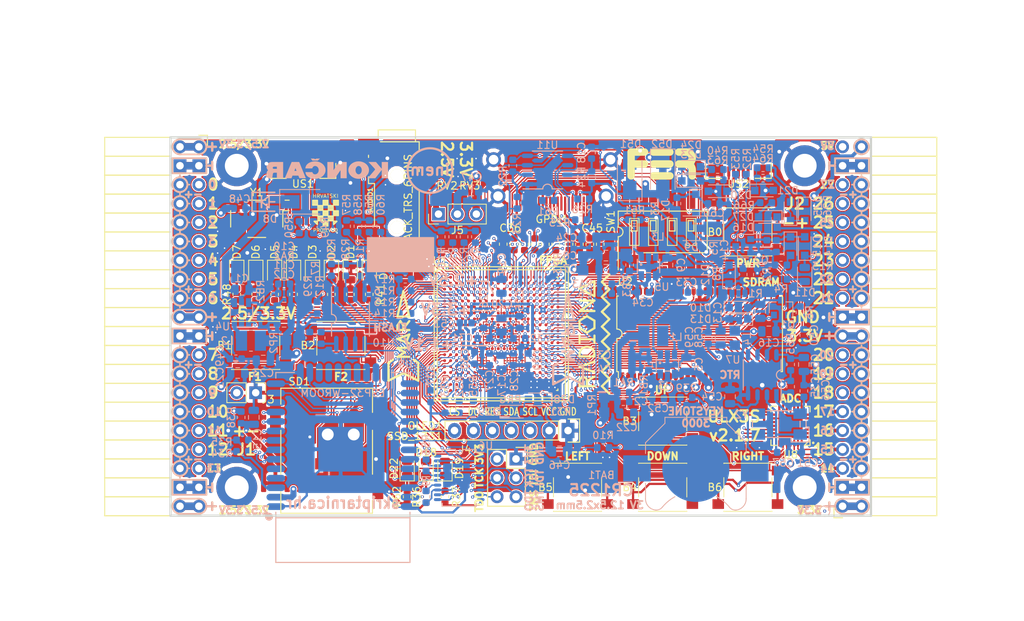
<source format=kicad_pcb>
(kicad_pcb (version 20171130) (host pcbnew 5.0.0+dfsg1-2)
  (layers (0 F.Cu signal) (1 In1.Cu signal) (2 In2.Cu signal) (31 B.Cu signal) (34 B.Paste user) (35 F.Paste user) (36 B.SilkS user) (37 F.SilkS user) (38 B.Mask user) (39 F.Mask user) (44 Edge.Cuts user))
  (net 0 "")
  (net 1 GND)
  (net 2 +5V)
  (net 3 /gpio/IN5V)
  (net 4 /gpio/OUT5V)
  (net 5 +3V3)
  (net 6 BTN_D)
  (net 7 BTN_F1)
  (net 8 BTN_F2)
  (net 9 BTN_L)
  (net 10 BTN_R)
  (net 11 BTN_U)
  (net 12 /power/FB1)
  (net 13 +2V5)
  (net 14 /power/PWREN)
  (net 15 /power/FB3)
  (net 16 /power/FB2)
  (net 17 /power/VBAT)
  (net 18 JTAG_TDI)
  (net 19 JTAG_TCK)
  (net 20 JTAG_TMS)
  (net 21 JTAG_TDO)
  (net 22 /power/WAKEUPn)
  (net 23 /power/WKUP)
  (net 24 /power/SHUT)
  (net 25 /power/WAKE)
  (net 26 /power/HOLD)
  (net 27 /power/WKn)
  (net 28 /power/OSCI_32k)
  (net 29 /power/OSCO_32k)
  (net 30 SHUTDOWN)
  (net 31 GPDI_SDA)
  (net 32 GPDI_SCL)
  (net 33 /gpdi/VREF2)
  (net 34 SD_CMD)
  (net 35 SD_CLK)
  (net 36 SD_D0)
  (net 37 SD_D1)
  (net 38 USB5V)
  (net 39 GPDI_CEC)
  (net 40 nRESET)
  (net 41 FTDI_nDTR)
  (net 42 SDRAM_CKE)
  (net 43 SDRAM_A7)
  (net 44 SDRAM_D15)
  (net 45 SDRAM_BA1)
  (net 46 SDRAM_D7)
  (net 47 SDRAM_A6)
  (net 48 SDRAM_CLK)
  (net 49 SDRAM_D13)
  (net 50 SDRAM_BA0)
  (net 51 SDRAM_D6)
  (net 52 SDRAM_A5)
  (net 53 SDRAM_D14)
  (net 54 SDRAM_A11)
  (net 55 SDRAM_D12)
  (net 56 SDRAM_D5)
  (net 57 SDRAM_A4)
  (net 58 SDRAM_A10)
  (net 59 SDRAM_D11)
  (net 60 SDRAM_A3)
  (net 61 SDRAM_D4)
  (net 62 SDRAM_D10)
  (net 63 SDRAM_D9)
  (net 64 SDRAM_A9)
  (net 65 SDRAM_D3)
  (net 66 SDRAM_D8)
  (net 67 SDRAM_A8)
  (net 68 SDRAM_A2)
  (net 69 SDRAM_A1)
  (net 70 SDRAM_A0)
  (net 71 SDRAM_D2)
  (net 72 SDRAM_D1)
  (net 73 SDRAM_D0)
  (net 74 SDRAM_DQM0)
  (net 75 SDRAM_nCS)
  (net 76 SDRAM_nRAS)
  (net 77 SDRAM_DQM1)
  (net 78 SDRAM_nCAS)
  (net 79 SDRAM_nWE)
  (net 80 /flash/FLASH_nWP)
  (net 81 /flash/FLASH_nHOLD)
  (net 82 /flash/FLASH_MOSI)
  (net 83 /flash/FLASH_MISO)
  (net 84 /flash/FLASH_SCK)
  (net 85 /flash/FLASH_nCS)
  (net 86 /flash/FPGA_PROGRAMN)
  (net 87 /flash/FPGA_DONE)
  (net 88 /flash/FPGA_INITN)
  (net 89 OLED_RES)
  (net 90 OLED_DC)
  (net 91 OLED_CS)
  (net 92 WIFI_EN)
  (net 93 FTDI_nRTS)
  (net 94 FTDI_TXD)
  (net 95 FTDI_RXD)
  (net 96 WIFI_RXD)
  (net 97 WIFI_GPIO0)
  (net 98 WIFI_TXD)
  (net 99 USB_FTDI_D+)
  (net 100 USB_FTDI_D-)
  (net 101 SD_D3)
  (net 102 AUDIO_L3)
  (net 103 AUDIO_L2)
  (net 104 AUDIO_L1)
  (net 105 AUDIO_L0)
  (net 106 AUDIO_R3)
  (net 107 AUDIO_R2)
  (net 108 AUDIO_R1)
  (net 109 AUDIO_R0)
  (net 110 OLED_CLK)
  (net 111 OLED_MOSI)
  (net 112 LED0)
  (net 113 LED1)
  (net 114 LED2)
  (net 115 LED3)
  (net 116 LED4)
  (net 117 LED5)
  (net 118 LED6)
  (net 119 LED7)
  (net 120 BTN_PWRn)
  (net 121 FTDI_nTXLED)
  (net 122 FTDI_nSLEEP)
  (net 123 /blinkey/LED_PWREN)
  (net 124 /blinkey/LED_TXLED)
  (net 125 /sdcard/SD3V3)
  (net 126 SD_D2)
  (net 127 CLK_25MHz)
  (net 128 /blinkey/BTNPUL)
  (net 129 /blinkey/BTNPUR)
  (net 130 USB_FPGA_D+)
  (net 131 /power/FTDI_nSUSPEND)
  (net 132 /blinkey/ALED0)
  (net 133 /blinkey/ALED1)
  (net 134 /blinkey/ALED2)
  (net 135 /blinkey/ALED3)
  (net 136 /blinkey/ALED4)
  (net 137 /blinkey/ALED5)
  (net 138 /blinkey/ALED6)
  (net 139 /blinkey/ALED7)
  (net 140 /usb/FTD-)
  (net 141 /usb/FTD+)
  (net 142 ADC_MISO)
  (net 143 ADC_MOSI)
  (net 144 ADC_CSn)
  (net 145 ADC_SCLK)
  (net 146 SW3)
  (net 147 SW2)
  (net 148 SW1)
  (net 149 USB_FPGA_D-)
  (net 150 /usb/FPD+)
  (net 151 /usb/FPD-)
  (net 152 WIFI_GPIO16)
  (net 153 /usb/ANT_433MHz)
  (net 154 PROG_DONE)
  (net 155 /power/P3V3)
  (net 156 /power/P2V5)
  (net 157 /power/L1)
  (net 158 /power/L3)
  (net 159 /power/L2)
  (net 160 FTDI_TXDEN)
  (net 161 SDRAM_A12)
  (net 162 /analog/AUDIO_V)
  (net 163 AUDIO_V3)
  (net 164 AUDIO_V2)
  (net 165 AUDIO_V1)
  (net 166 AUDIO_V0)
  (net 167 /blinkey/LED_WIFI)
  (net 168 /power/P1V1)
  (net 169 +1V1)
  (net 170 SW4)
  (net 171 /blinkey/SWPU)
  (net 172 /wifi/WIFIEN)
  (net 173 FT2V5)
  (net 174 GN0)
  (net 175 GP0)
  (net 176 GN1)
  (net 177 GP1)
  (net 178 GN2)
  (net 179 GP2)
  (net 180 GN3)
  (net 181 GP3)
  (net 182 GN4)
  (net 183 GP4)
  (net 184 GN5)
  (net 185 GP5)
  (net 186 GN6)
  (net 187 GP6)
  (net 188 GN14)
  (net 189 GP14)
  (net 190 GN15)
  (net 191 GP15)
  (net 192 GN16)
  (net 193 GP16)
  (net 194 GN17)
  (net 195 GP17)
  (net 196 GN18)
  (net 197 GP18)
  (net 198 GN19)
  (net 199 GP19)
  (net 200 GN20)
  (net 201 GP20)
  (net 202 GN21)
  (net 203 GP21)
  (net 204 GN22)
  (net 205 GP22)
  (net 206 GN23)
  (net 207 GP23)
  (net 208 GN24)
  (net 209 GP24)
  (net 210 GN25)
  (net 211 GP25)
  (net 212 GN26)
  (net 213 GP26)
  (net 214 GN27)
  (net 215 GP27)
  (net 216 GN7)
  (net 217 GP7)
  (net 218 GN8)
  (net 219 GP8)
  (net 220 GN9)
  (net 221 GP9)
  (net 222 GN10)
  (net 223 GP10)
  (net 224 GN11)
  (net 225 GP11)
  (net 226 GN12)
  (net 227 GP12)
  (net 228 GN13)
  (net 229 GP13)
  (net 230 WIFI_GPIO5)
  (net 231 WIFI_GPIO17)
  (net 232 USB_FPGA_PULL_D+)
  (net 233 USB_FPGA_PULL_D-)
  (net 234 "Net-(D23-Pad2)")
  (net 235 "Net-(D24-Pad1)")
  (net 236 "Net-(D25-Pad2)")
  (net 237 "Net-(D26-Pad1)")
  (net 238 /gpdi/GPDI_ETH+)
  (net 239 FPDI_ETH+)
  (net 240 /gpdi/GPDI_ETH-)
  (net 241 FPDI_ETH-)
  (net 242 /gpdi/GPDI_D2-)
  (net 243 FPDI_D2-)
  (net 244 /gpdi/GPDI_D1-)
  (net 245 FPDI_D1-)
  (net 246 /gpdi/GPDI_D0-)
  (net 247 FPDI_D0-)
  (net 248 /gpdi/GPDI_CLK-)
  (net 249 FPDI_CLK-)
  (net 250 /gpdi/GPDI_D2+)
  (net 251 FPDI_D2+)
  (net 252 /gpdi/GPDI_D1+)
  (net 253 FPDI_D1+)
  (net 254 /gpdi/GPDI_D0+)
  (net 255 FPDI_D0+)
  (net 256 /gpdi/GPDI_CLK+)
  (net 257 FPDI_CLK+)
  (net 258 FPDI_SDA)
  (net 259 FPDI_SCL)
  (net 260 /gpdi/FPDI_CEC)
  (net 261 2V5_3V3)
  (net 262 /usb/US2VBUS)
  (net 263 /power/SHD)
  (net 264 /power/RTCVDD)
  (net 265 "Net-(D27-Pad2)")
  (net 266 US2_ID)
  (net 267 /analog/AUDIO_L)
  (net 268 /analog/AUDIO_R)
  (net 269 /analog/ADC3V3)
  (net 270 PWRBTn)
  (net 271 USER_PROGRAMN)
  (module Capacitor_SMD:C_0603_1608Metric (layer F.Cu) (at 151.758 75.771 90)
    (fp_text reference C37 hide)
    (fp_text value 220nF hide)
    (pad 2 smd roundrect (at 0.7875 0 90) (size 0.875 0.95) (layers F.Cu F.Paste F.Mask) (net 240 /gpdi/GPDI_ETH-))
    (pad 1 smd roundrect (at -0.7875 0 90) (size 0.875 0.95) (layers F.Cu F.Paste F.Mask) (net 241 FPDI_ETH-))
  )
  (module Capacitor_SMD:C_0603_1608Metric (layer F.Cu) (at 150.361 75.771 90)
    (fp_text reference C36 (at 2.171 -10.681 180) (layer F.SilkS))
    (fp_text value 220nF hide)
    (pad 2 smd roundrect (at 0.7875 0 90) (size 0.875 0.95) (layers F.Cu F.Paste F.Mask) (net 238 /gpdi/GPDI_ETH+))
    (pad 1 smd roundrect (at -0.7875 0 90) (size 0.875 0.95) (layers F.Cu F.Paste F.Mask) (net 239 FPDI_ETH+))
  )
  (module Capacitor_SMD:C_0603_1608Metric (layer F.Cu) (at 148.964 75.771 90)
    (fp_text reference C41 hide)
    (fp_text value 220nF hide)
    (pad 2 smd roundrect (at 0.7875 0 90) (size 0.875 0.95) (layers F.Cu F.Paste F.Mask) (net 248 /gpdi/GPDI_CLK-))
    (pad 1 smd roundrect (at -0.7875 0 90) (size 0.875 0.95) (layers F.Cu F.Paste F.Mask) (net 249 FPDI_CLK-))
  )
  (module Capacitor_SMD:C_0603_1608Metric (layer F.Cu) (at 147.567 75.759 90)
    (fp_text reference C45 (at 2.159 3.113 180) (layer F.SilkS))
    (fp_text value 220nF hide)
    (pad 2 smd roundrect (at 0.7875 0 90) (size 0.875 0.95) (layers F.Cu F.Paste F.Mask) (net 256 /gpdi/GPDI_CLK+))
    (pad 1 smd roundrect (at -0.7875 0 90) (size 0.875 0.95) (layers F.Cu F.Paste F.Mask) (net 257 FPDI_CLK+))
  )
  (module Capacitor_SMD:C_0603_1608Metric (layer F.Cu) (at 145.789 75.771 90)
    (fp_text reference C40 hide)
    (fp_text value 220nF hide)
    (pad 2 smd roundrect (at 0.7875 0 90) (size 0.875 0.95) (layers F.Cu F.Paste F.Mask) (net 246 /gpdi/GPDI_D0-))
    (pad 1 smd roundrect (at -0.7875 0 90) (size 0.875 0.95) (layers F.Cu F.Paste F.Mask) (net 247 FPDI_D0-))
  )
  (module Capacitor_SMD:C_0603_1608Metric (layer F.Cu) (at 144.392 75.771 90)
    (fp_text reference C44 hide)
    (fp_text value 220nF hide)
    (pad 2 smd roundrect (at 0.7875 0 90) (size 0.875 0.95) (layers F.Cu F.Paste F.Mask) (net 254 /gpdi/GPDI_D0+))
    (pad 1 smd roundrect (at -0.7875 0 90) (size 0.875 0.95) (layers F.Cu F.Paste F.Mask) (net 255 FPDI_D0+))
  )
  (module Capacitor_SMD:C_0603_1608Metric (layer F.Cu) (at 142.995 75.771 90)
    (fp_text reference C39 hide)
    (fp_text value 220nF hide)
    (pad 2 smd roundrect (at 0.7875 0 90) (size 0.875 0.95) (layers F.Cu F.Paste F.Mask) (net 244 /gpdi/GPDI_D1-))
    (pad 1 smd roundrect (at -0.7875 0 90) (size 0.875 0.95) (layers F.Cu F.Paste F.Mask) (net 245 FPDI_D1-))
  )
  (module Capacitor_SMD:C_0603_1608Metric (layer F.Cu) (at 141.598 75.771 90)
    (fp_text reference C43 hide)
    (fp_text value 220nF hide)
    (pad 2 smd roundrect (at 0.7875 0 90) (size 0.875 0.95) (layers F.Cu F.Paste F.Mask) (net 252 /gpdi/GPDI_D1+))
    (pad 1 smd roundrect (at -0.7875 0 90) (size 0.875 0.95) (layers F.Cu F.Paste F.Mask) (net 253 FPDI_D1+))
  )
  (module Capacitor_SMD:C_0603_1608Metric (layer F.Cu) (at 140.201 75.771 90)
    (fp_text reference C38 hide)
    (fp_text value 220nF hide)
    (pad 2 smd roundrect (at 0.7875 0 90) (size 0.875 0.95) (layers F.Cu F.Paste F.Mask) (net 242 /gpdi/GPDI_D2-))
    (pad 1 smd roundrect (at -0.7875 0 90) (size 0.875 0.95) (layers F.Cu F.Paste F.Mask) (net 243 FPDI_D2-))
  )
  (module Capacitor_SMD:C_0603_1608Metric (layer F.Cu) (at 138.7428 75.7636 90)
    (fp_text reference C42 hide)
    (fp_text value 220nF hide)
    (pad 2 smd roundrect (at 0.7875 0 90) (size 0.875 0.95) (layers F.Cu F.Paste F.Mask) (net 250 /gpdi/GPDI_D2+))
    (pad 1 smd roundrect (at -0.7875 0 90) (size 0.875 0.95) (layers F.Cu F.Paste F.Mask) (net 251 FPDI_D2+))
  )
  (module Resistor_SMD:R_0603_1608Metric (layer F.Cu) (at 130.93 109.68 90)
    (fp_text reference R37 (at 0 1.539 90) (layer F.SilkS))
    (fp_text value 680 hide)
    (pad 2 smd roundrect (at 0.7875 0 90) (size 0.875 0.95) (layers F.Cu F.Paste F.Mask) (net 124 /blinkey/LED_TXLED))
    (pad 1 smd roundrect (at -0.7875 0 90) (size 0.875 0.95) (layers F.Cu F.Paste F.Mask) (net 121 FTDI_nTXLED))
  )
  (module Resistor_SMD:R_0603_1608Metric (layer F.Cu) (at 128.39 109.68 270)
    (fp_text reference R36 (at 0.018 1.255 90) (layer F.SilkS))
    (fp_text value 680 hide)
    (pad 2 smd roundrect (at 0.7875 0 270) (size 0.875 0.95) (layers F.Cu F.Paste F.Mask) (net 1 GND))
    (pad 1 smd roundrect (at -0.7875 0 270) (size 0.875 0.95) (layers F.Cu F.Paste F.Mask) (net 123 /blinkey/LED_PWREN))
  )
  (module Resistor_SMD:R_0603_1608Metric (layer F.Cu) (at 125.85 109.68 270)
    (fp_text reference R62 (at 0.018 1.382 270) (layer F.SilkS))
    (fp_text value 680 hide)
    (pad 2 smd roundrect (at 0.7875 0 270) (size 0.875 0.95) (layers F.Cu F.Paste F.Mask) (net 1 GND))
    (pad 1 smd roundrect (at -0.7875 0 270) (size 0.875 0.95) (layers F.Cu F.Paste F.Mask) (net 167 /blinkey/LED_WIFI))
  )
  (module LED_SMD:LED_0805_2012Metric (layer F.Cu) (at 130.93 105.87 90)
    (fp_text reference D19 (at 0 1.92 90) (layer F.SilkS))
    (fp_text value RED hide)
    (pad 2 smd roundrect (at 0.9375 0 90) (size 0.975 1.4) (layers F.Cu F.Paste F.Mask) (net 173 FT2V5))
    (pad 1 smd roundrect (at -0.9375 0 90) (size 0.975 1.4) (layers F.Cu F.Paste F.Mask) (net 124 /blinkey/LED_TXLED))
  )
  (module LED_SMD:LED_0805_2012Metric (layer F.Cu) (at 128.39 105.87 90)
    (fp_text reference D18 (at 2.141 0.015 180) (layer F.SilkS))
    (fp_text value GREEN hide)
    (pad 2 smd roundrect (at 0.9375 0 90) (size 0.975 1.4) (layers F.Cu F.Paste F.Mask) (net 122 FTDI_nSLEEP))
    (pad 1 smd roundrect (at -0.9375 0 90) (size 0.975 1.4) (layers F.Cu F.Paste F.Mask) (net 123 /blinkey/LED_PWREN))
  )
  (module LED_SMD:LED_0805_2012Metric (layer F.Cu) (at 125.85 105.87 90)
    (fp_text reference D22 (at -0.018 -1.763 90) (layer F.SilkS))
    (fp_text value BLUE hide)
    (pad 2 smd roundrect (at 0.9375 0 90) (size 0.975 1.4) (layers F.Cu F.Paste F.Mask) (net 230 WIFI_GPIO5))
    (pad 1 smd roundrect (at -0.9375 0 90) (size 0.975 1.4) (layers F.Cu F.Paste F.Mask) (net 167 /blinkey/LED_WIFI))
  )
  (module Resistor_SMD:R_0603_1608Metric (layer F.Cu) (at 120.77 82.502 90)
    (fp_text reference R41 (at 0 1.539 90) (layer F.SilkS))
    (fp_text value 680 hide)
    (pad 2 smd roundrect (at 0.7875 0 90) (size 0.875 0.95) (layers F.Cu F.Paste F.Mask) (net 132 /blinkey/ALED0))
    (pad 1 smd roundrect (at -0.7875 0 90) (size 0.875 0.95) (layers F.Cu F.Paste F.Mask) (net 112 LED0))
  )
  (module LED_SMD:LED_0805_2012Metric (layer F.Cu) (at 120.77 79.599 270)
    (fp_text reference D0 (at 0 -1.92 270) (layer F.SilkS))
    (fp_text value RED hide)
    (pad 2 smd roundrect (at 0.9375 0 270) (size 0.975 1.4) (layers F.Cu F.Paste F.Mask) (net 132 /blinkey/ALED0))
    (pad 1 smd roundrect (at -0.9375 0 270) (size 0.975 1.4) (layers F.Cu F.Paste F.Mask) (net 1 GND))
  )
  (module Resistor_SMD:R_0603_1608Metric (layer F.Cu) (at 118.23 82.502 90)
    (fp_text reference R42 hide)
    (fp_text value 680 hide)
    (pad 2 smd roundrect (at 0.7875 0 90) (size 0.875 0.95) (layers F.Cu F.Paste F.Mask) (net 133 /blinkey/ALED1))
    (pad 1 smd roundrect (at -0.7875 0 90) (size 0.875 0.95) (layers F.Cu F.Paste F.Mask) (net 113 LED1))
  )
  (module LED_SMD:LED_0805_2012Metric (layer F.Cu) (at 118.23 79.599 270)
    (fp_text reference D1 (at -2.794 -0.015 270) (layer F.SilkS))
    (fp_text value ORANGE hide)
    (pad 2 smd roundrect (at 0.9375 0 270) (size 0.975 1.4) (layers F.Cu F.Paste F.Mask) (net 133 /blinkey/ALED1))
    (pad 1 smd roundrect (at -0.9375 0 270) (size 0.975 1.4) (layers F.Cu F.Paste F.Mask) (net 1 GND))
  )
  (module Resistor_SMD:R_0603_1608Metric (layer F.Cu) (at 115.69 82.502 90)
    (fp_text reference R43 hide)
    (fp_text value 680 hide)
    (pad 2 smd roundrect (at 0.7875 0 90) (size 0.875 0.95) (layers F.Cu F.Paste F.Mask) (net 134 /blinkey/ALED2))
    (pad 1 smd roundrect (at -0.7875 0 90) (size 0.875 0.95) (layers F.Cu F.Paste F.Mask) (net 114 LED2))
  )
  (module LED_SMD:LED_0805_2012Metric (layer F.Cu) (at 115.69 79.599 270)
    (fp_text reference D2 (at -2.794 -0.015 270) (layer F.SilkS))
    (fp_text value GREEN hide)
    (pad 2 smd roundrect (at 0.9375 0 270) (size 0.975 1.4) (layers F.Cu F.Paste F.Mask) (net 134 /blinkey/ALED2))
    (pad 1 smd roundrect (at -0.9375 0 270) (size 0.975 1.4) (layers F.Cu F.Paste F.Mask) (net 1 GND))
  )
  (module Resistor_SMD:R_0603_1608Metric (layer F.Cu) (at 113.15 82.502 90)
    (fp_text reference R44 hide)
    (fp_text value 680 hide)
    (pad 2 smd roundrect (at 0.7875 0 90) (size 0.875 0.95) (layers F.Cu F.Paste F.Mask) (net 135 /blinkey/ALED3))
    (pad 1 smd roundrect (at -0.7875 0 90) (size 0.875 0.95) (layers F.Cu F.Paste F.Mask) (net 115 LED3))
  )
  (module LED_SMD:LED_0805_2012Metric (layer F.Cu) (at 113.15 79.599 270)
    (fp_text reference D3 (at -2.794 -0.015 270) (layer F.SilkS))
    (fp_text value BLUE hide)
    (pad 2 smd roundrect (at 0.9375 0 270) (size 0.975 1.4) (layers F.Cu F.Paste F.Mask) (net 135 /blinkey/ALED3))
    (pad 1 smd roundrect (at -0.9375 0 270) (size 0.975 1.4) (layers F.Cu F.Paste F.Mask) (net 1 GND))
  )
  (module Resistor_SMD:R_0603_1608Metric (layer F.Cu) (at 110.61 82.502 90)
    (fp_text reference R45 hide)
    (fp_text value 680 hide)
    (pad 2 smd roundrect (at 0.7875 0 90) (size 0.875 0.95) (layers F.Cu F.Paste F.Mask) (net 136 /blinkey/ALED4))
    (pad 1 smd roundrect (at -0.7875 0 90) (size 0.875 0.95) (layers F.Cu F.Paste F.Mask) (net 116 LED4))
  )
  (module LED_SMD:LED_0805_2012Metric (layer F.Cu) (at 110.61 79.599 270)
    (fp_text reference D4 (at -2.794 -0.015 270) (layer F.SilkS))
    (fp_text value RED hide)
    (pad 2 smd roundrect (at 0.9375 0 270) (size 0.975 1.4) (layers F.Cu F.Paste F.Mask) (net 136 /blinkey/ALED4))
    (pad 1 smd roundrect (at -0.9375 0 270) (size 0.975 1.4) (layers F.Cu F.Paste F.Mask) (net 1 GND))
  )
  (module Resistor_SMD:R_0603_1608Metric (layer F.Cu) (at 108.07 82.502 90)
    (fp_text reference R46 hide)
    (fp_text value 680 hide)
    (pad 2 smd roundrect (at 0.7875 0 90) (size 0.875 0.95) (layers F.Cu F.Paste F.Mask) (net 137 /blinkey/ALED5))
    (pad 1 smd roundrect (at -0.7875 0 90) (size 0.875 0.95) (layers F.Cu F.Paste F.Mask) (net 117 LED5))
  )
  (module LED_SMD:LED_0805_2012Metric (layer F.Cu) (at 108.07 79.599 270)
    (fp_text reference D5 (at -2.794 -0.015 270) (layer F.SilkS))
    (fp_text value ORANGE hide)
    (pad 2 smd roundrect (at 0.9375 0 270) (size 0.975 1.4) (layers F.Cu F.Paste F.Mask) (net 137 /blinkey/ALED5))
    (pad 1 smd roundrect (at -0.9375 0 270) (size 0.975 1.4) (layers F.Cu F.Paste F.Mask) (net 1 GND))
  )
  (module Resistor_SMD:R_0603_1608Metric (layer F.Cu) (at 105.53 82.502 90)
    (fp_text reference R47 hide)
    (fp_text value 680 hide)
    (pad 2 smd roundrect (at 0.7875 0 90) (size 0.875 0.95) (layers F.Cu F.Paste F.Mask) (net 138 /blinkey/ALED6))
    (pad 1 smd roundrect (at -0.7875 0 90) (size 0.875 0.95) (layers F.Cu F.Paste F.Mask) (net 118 LED6))
  )
  (module LED_SMD:LED_0805_2012Metric (layer F.Cu) (at 105.545 79.599 270)
    (fp_text reference D6 (at -2.794 0 270) (layer F.SilkS))
    (fp_text value GREEN hide)
    (pad 2 smd roundrect (at 0.9375 0 270) (size 0.975 1.4) (layers F.Cu F.Paste F.Mask) (net 138 /blinkey/ALED6))
    (pad 1 smd roundrect (at -0.9375 0 270) (size 0.975 1.4) (layers F.Cu F.Paste F.Mask) (net 1 GND))
  )
  (module Resistor_SMD:R_0603_1608Metric (layer F.Cu) (at 102.99 82.502 90)
    (fp_text reference R48 (at 0 -1.31 90) (layer F.SilkS))
    (fp_text value 680 hide)
    (pad 2 smd roundrect (at 0.7875 0 90) (size 0.875 0.95) (layers F.Cu F.Paste F.Mask) (net 139 /blinkey/ALED7))
    (pad 1 smd roundrect (at -0.7875 0 90) (size 0.875 0.95) (layers F.Cu F.Paste F.Mask) (net 119 LED7))
  )
  (module LED_SMD:LED_0805_2012Metric (layer F.Cu) (at 102.99 79.599 270)
    (fp_text reference D7 (at -2.794 -0.015 270) (layer F.SilkS))
    (fp_text value BLUE hide)
    (pad 2 smd roundrect (at 0.9375 0 270) (size 0.975 1.4) (layers F.Cu F.Paste F.Mask) (net 139 /blinkey/ALED7))
    (pad 1 smd roundrect (at -0.9375 0 270) (size 0.975 1.4) (layers F.Cu F.Paste F.Mask) (net 1 GND))
  )
  (module Capacitor_SMD:C_0805_2012Metric (layer B.Cu) (at 103.7035 81.885)
    (fp_text reference C1 (at -0.0635 -1.524) (layer B.SilkS) (effects (justify mirror)))
    (fp_text value 22uF hide)
    (pad 2 smd roundrect (at 0.9375 0) (size 0.975 1.4) (layers B.Cu B.Paste B.Mask) (net 1 GND))
    (pad 1 smd roundrect (at -0.9375 0) (size 0.975 1.4) (layers B.Cu B.Paste B.Mask) (net 2 +5V))
  )
  (module Resistor_SMD:R_0603_1608Metric (layer B.Cu) (at 128.39 109.68 270)
    (fp_text reference R9 (at -2.141 -0.015 90) (layer B.SilkS) (effects (font (size 1 0.75)) (justify mirror)))
    (fp_text value 15k hide)
    (pad 2 smd roundrect (at 0.7875 0 270) (size 0.875 0.95) (layers B.Cu B.Paste B.Mask) (net 173 FT2V5))
    (pad 1 smd roundrect (at -0.7875 0 270) (size 0.875 0.95) (layers B.Cu B.Paste B.Mask) (net 40 nRESET))
  )
  (module Resistor_SMD:R_0603_1608Metric (layer B.Cu) (at 128.39 105.446 90)
    (fp_text reference R56 (at 2.733 0.015 90) (layer B.SilkS) (effects (justify mirror)))
    (fp_text value 0 hide)
    (pad 2 smd roundrect (at 0.7875 0 90) (size 0.875 0.95) (layers B.Cu B.Paste B.Mask) (net 160 FTDI_TXDEN))
    (pad 1 smd roundrect (at -0.7875 0 90) (size 0.875 0.95) (layers B.Cu B.Paste B.Mask) (net 1 GND))
  )
  (module Resistor_SMD:R_0603_1608Metric (layer B.Cu) (at 134.74 97.615 270)
    (fp_text reference R55 (at -2.794 0 270) (layer B.SilkS) (effects (justify mirror)))
    (fp_text value 15k hide)
    (pad 2 smd roundrect (at 0.7875 0 270) (size 0.875 0.95) (layers B.Cu B.Paste B.Mask) (net 154 PROG_DONE))
    (pad 1 smd roundrect (at -0.7875 0 270) (size 0.875 0.95) (layers B.Cu B.Paste B.Mask) (net 87 /flash/FPGA_DONE))
  )
  (module Resistor_SMD:R_0603_1608Metric (layer B.Cu) (at 132.835 97.615 90)
    (fp_text reference R32 (at 2.776 0.015 90) (layer B.SilkS) (effects (justify mirror)))
    (fp_text value 15k hide)
    (pad 2 smd roundrect (at 0.7875 0 90) (size 0.875 0.95) (layers B.Cu B.Paste B.Mask) (net 87 /flash/FPGA_DONE))
    (pad 1 smd roundrect (at -0.7875 0 90) (size 0.875 0.95) (layers B.Cu B.Paste B.Mask) (net 5 +3V3))
  )
  (module Resistor_SMD:R_0603_1608Metric (layer B.Cu) (at 130.93 97.615 90)
    (fp_text reference R33 (at 2.776 0.015 90) (layer B.SilkS) (effects (justify mirror)))
    (fp_text value 15k hide)
    (pad 2 smd roundrect (at 0.7875 0 90) (size 0.875 0.95) (layers B.Cu B.Paste B.Mask) (net 88 /flash/FPGA_INITN))
    (pad 1 smd roundrect (at -0.7875 0 90) (size 0.875 0.95) (layers B.Cu B.Paste B.Mask) (net 5 +3V3))
  )
  (module Resistor_SMD:R_0603_1608Metric (layer B.Cu) (at 129.025 96.175 90)
    (fp_text reference R27 (at 2.86 0.015 90) (layer B.SilkS) (effects (justify mirror)))
    (fp_text value 15k hide)
    (pad 2 smd roundrect (at 0.7875 0 90) (size 0.875 0.95) (layers B.Cu B.Paste B.Mask) (net 82 /flash/FLASH_MOSI))
    (pad 1 smd roundrect (at -0.7875 0 90) (size 0.875 0.95) (layers B.Cu B.Paste B.Mask) (net 5 +3V3))
  )
  (module Resistor_SMD:R_0603_1608Metric (layer B.Cu) (at 167.506 65.738)
    (fp_text reference R40 (at 0.015 -2.522) (layer B.SilkS) (effects (justify mirror)))
    (fp_text value 1.2k hide)
    (pad 2 smd roundrect (at 0.7875 0) (size 0.875 0.95) (layers B.Cu B.Paste B.Mask) (net 130 USB_FPGA_D+))
    (pad 1 smd roundrect (at -0.7875 0) (size 0.875 0.95) (layers B.Cu B.Paste B.Mask) (net 235 "Net-(D24-Pad1)"))
  )
  (module Resistor_SMD:R_0603_1608Metric (layer B.Cu) (at 103.752 103.6)
    (fp_text reference R34 (at -2.779 0.256) (layer B.SilkS) (effects (justify mirror)))
    (fp_text value 15k hide)
    (pad 2 smd roundrect (at 0.7875 0) (size 0.875 0.95) (layers B.Cu B.Paste B.Mask) (net 92 WIFI_EN))
    (pad 1 smd roundrect (at -0.7875 0) (size 0.875 0.95) (layers B.Cu B.Paste B.Mask) (net 5 +3V3))
  )
  (module Resistor_SMD:R_0603_1608Metric (layer B.Cu) (at 103.752 102.06 180)
    (fp_text reference R35 (at 2.779 -0.272 180) (layer B.SilkS) (effects (justify mirror)))
    (fp_text value 680 hide)
    (pad 2 smd roundrect (at 0.7875 0 180) (size 0.875 0.95) (layers B.Cu B.Paste B.Mask) (net 172 /wifi/WIFIEN))
    (pad 1 smd roundrect (at -0.7875 0 180) (size 0.875 0.95) (layers B.Cu B.Paste B.Mask) (net 92 WIFI_EN))
  )
  (module Capacitor_SMD:C_0805_2012Metric (layer B.Cu) (at 105.276 99.012 90)
    (fp_text reference C15 (at -2.921 0.508 90) (layer B.SilkS) (effects (justify mirror)))
    (fp_text value 22uF hide)
    (pad 2 smd roundrect (at 0.9375 0 90) (size 0.975 1.4) (layers B.Cu B.Paste B.Mask) (net 1 GND))
    (pad 1 smd roundrect (at -0.9375 0 90) (size 0.975 1.4) (layers B.Cu B.Paste B.Mask) (net 125 /sdcard/SD3V3))
  )
  (module Resistor_SMD:R_0603_1608Metric (layer B.Cu) (at 103.5765 99.03 90)
    (fp_text reference R38 (at 0 -1.3335 90) (layer B.SilkS) (effects (justify mirror)))
    (fp_text value 0.47 hide)
    (pad 2 smd roundrect (at 0.7875 0 90) (size 0.875 0.95) (layers B.Cu B.Paste B.Mask) (net 5 +3V3))
    (pad 1 smd roundrect (at -0.7875 0 90) (size 0.875 0.95) (layers B.Cu B.Paste B.Mask) (net 125 /sdcard/SD3V3))
  )
  (module Capacitor_SMD:C_0805_2012Metric (layer B.Cu) (at 103.117 93.061)
    (fp_text reference C21 (at -2.413 0.635 90) (layer B.SilkS) (effects (justify mirror)))
    (fp_text value 22uF hide)
    (pad 2 smd roundrect (at 0.9375 0) (size 0.975 1.4) (layers B.Cu B.Paste B.Mask) (net 1 GND))
    (pad 1 smd roundrect (at -0.9375 0) (size 0.975 1.4) (layers B.Cu B.Paste B.Mask) (net 5 +3V3))
  )
  (module Capacitor_SMD:C_0603_1608Metric (layer B.Cu) (at 102.863 91.156)
    (fp_text reference C49 (at -2.159 -0.399 90) (layer B.SilkS) (effects (justify mirror)))
    (fp_text value 22nF hide)
    (pad 2 smd roundrect (at 0.7875 0) (size 0.875 0.95) (layers B.Cu B.Paste B.Mask) (net 1 GND))
    (pad 1 smd roundrect (at -0.7875 0) (size 0.875 0.95) (layers B.Cu B.Paste B.Mask) (net 261 2V5_3V3))
  )
  (module Capacitor_SMD:C_0805_2012Metric (layer B.Cu) (at 106.546 91.392 180)
    (fp_text reference C23 (at 0 -1.669 180) (layer B.SilkS) (effects (justify mirror)))
    (fp_text value 2.2uF hide)
    (pad 2 smd roundrect (at 0.9375 0 180) (size 0.975 1.4) (layers B.Cu B.Paste B.Mask) (net 1 GND))
    (pad 1 smd roundrect (at -0.9375 0 180) (size 0.975 1.4) (layers B.Cu B.Paste B.Mask) (net 156 /power/P2V5))
  )
  (module Resistor_SMD:R_0603_1608Metric (layer B.Cu) (at 106.165 84.915 90)
    (fp_text reference RB2 (at 2.903 0.015 90) (layer B.SilkS) (effects (justify mirror)))
    (fp_text value 4.7k hide)
    (pad 2 smd roundrect (at 0.7875 0 90) (size 0.875 0.95) (layers B.Cu B.Paste B.Mask) (net 16 /power/FB2))
    (pad 1 smd roundrect (at -0.7875 0 90) (size 0.875 0.95) (layers B.Cu B.Paste B.Mask) (net 1 GND))
  )
  (module Capacitor_SMD:C_0805_2012Metric (layer B.Cu) (at 109.34 86.185 180)
    (fp_text reference C12 (at -0.015 6.332 180) (layer B.SilkS) (effects (justify mirror)))
    (fp_text value 22uF hide)
    (pad 2 smd roundrect (at 0.9375 0 180) (size 0.975 1.4) (layers B.Cu B.Paste B.Mask) (net 1 GND))
    (pad 1 smd roundrect (at -0.9375 0 180) (size 0.975 1.4) (layers B.Cu B.Paste B.Mask) (net 156 /power/P2V5))
  )
  (module Capacitor_SMD:C_0805_2012Metric (layer B.Cu) (at 109.34 84.28 180)
    (fp_text reference C11 (at -0.015 5.697 180) (layer B.SilkS) (effects (justify mirror)))
    (fp_text value 22uF hide)
    (pad 2 smd roundrect (at 0.9375 0 180) (size 0.975 1.4) (layers B.Cu B.Paste B.Mask) (net 1 GND))
    (pad 1 smd roundrect (at -0.9375 0 180) (size 0.975 1.4) (layers B.Cu B.Paste B.Mask) (net 156 /power/P2V5))
  )
  (module Resistor_SMD:R_0603_1608Metric (layer B.Cu) (at 109.34 82.375 180)
    (fp_text reference RA2 (at -0.015 5.062 180) (layer B.SilkS) (effects (justify mirror)))
    (fp_text value 15k hide)
    (pad 2 smd roundrect (at 0.7875 0 180) (size 0.875 0.95) (layers B.Cu B.Paste B.Mask) (net 16 /power/FB2))
    (pad 1 smd roundrect (at -0.7875 0 180) (size 0.875 0.95) (layers B.Cu B.Paste B.Mask) (net 156 /power/P2V5))
  )
  (module Capacitor_SMD:C_0603_1608Metric (layer B.Cu) (at 109.34 81.105 180)
    (fp_text reference C10 (at -0.015 5.062 180) (layer B.SilkS) (effects (justify mirror)))
    (fp_text value 470pF hide)
    (pad 2 smd roundrect (at 0.7875 0 180) (size 0.875 0.95) (layers B.Cu B.Paste B.Mask) (net 16 /power/FB2))
    (pad 1 smd roundrect (at -0.7875 0 180) (size 0.875 0.95) (layers B.Cu B.Paste B.Mask) (net 156 /power/P2V5))
  )
  (module Resistor_SMD:R_0603_1608Metric (layer B.Cu) (at 112.784 88.344 90)
    (fp_text reference R29 (at 6.967 -0.239 90) (layer B.SilkS) (effects (justify mirror)))
    (fp_text value 1.2k hide)
    (pad 2 smd roundrect (at 0.7875 0 90) (size 0.875 0.95) (layers B.Cu B.Paste B.Mask) (net 84 /flash/FLASH_SCK))
    (pad 1 smd roundrect (at -0.7875 0 90) (size 0.875 0.95) (layers B.Cu B.Paste B.Mask) (net 5 +3V3))
  )
  (module Resistor_SMD:R_0603_1608Metric (layer B.Cu) (at 114.308 88.344 90)
    (fp_text reference R12 (at 6.967 -0.1755 90) (layer B.SilkS) (effects (justify mirror)))
    (fp_text value 15k hide)
    (pad 2 smd roundrect (at 0.7875 0 90) (size 0.875 0.95) (layers B.Cu B.Paste B.Mask) (net 81 /flash/FLASH_nHOLD))
    (pad 1 smd roundrect (at -0.7875 0 90) (size 0.875 0.95) (layers B.Cu B.Paste B.Mask) (net 5 +3V3))
  )
  (module Resistor_SMD:R_0603_1608Metric (layer B.Cu) (at 113.785 84.28 270)
    (fp_text reference R7 (at -5.316 0.239 270) (layer B.SilkS) (effects (justify mirror)))
    (fp_text value 150 hide)
    (pad 2 smd roundrect (at 0.7875 0 270) (size 0.875 0.95) (layers B.Cu B.Paste B.Mask) (net 128 /blinkey/BTNPUL))
    (pad 1 smd roundrect (at -0.7875 0 270) (size 0.875 0.95) (layers B.Cu B.Paste B.Mask) (net 5 +3V3))
  )
  (module Resistor_SMD:R_0603_1608Metric (layer B.Cu) (at 115.69 79.218 270)
    (fp_text reference R30 (at -2.776 -0.015 270) (layer B.SilkS) (effects (justify mirror)))
    (fp_text value 4.7k hide)
    (pad 2 smd roundrect (at 0.7875 0 270) (size 0.875 0.95) (layers B.Cu B.Paste B.Mask) (net 85 /flash/FLASH_nCS))
    (pad 1 smd roundrect (at -0.7875 0 270) (size 0.875 0.95) (layers B.Cu B.Paste B.Mask) (net 5 +3V3))
  )
  (module Resistor_SMD:R_0603_1608Metric (layer B.Cu) (at 117.595 79.218 270)
    (fp_text reference R28 (at -2.776 -0.015 270) (layer B.SilkS) (effects (justify mirror)))
    (fp_text value 15k hide)
    (pad 2 smd roundrect (at 0.7875 0 270) (size 0.875 0.95) (layers B.Cu B.Paste B.Mask) (net 83 /flash/FLASH_MISO))
    (pad 1 smd roundrect (at -0.7875 0 270) (size 0.875 0.95) (layers B.Cu B.Paste B.Mask) (net 5 +3V3))
  )
  (module Resistor_SMD:R_0603_1608Metric (layer B.Cu) (at 119.515 79.218 270)
    (fp_text reference R11 (at -2.776 -0.015 270) (layer B.SilkS) (effects (justify mirror)))
    (fp_text value 15k hide)
    (pad 2 smd roundrect (at 0.7875 0 270) (size 0.875 0.95) (layers B.Cu B.Paste B.Mask) (net 80 /flash/FLASH_nWP))
    (pad 1 smd roundrect (at -0.7875 0 270) (size 0.875 0.95) (layers B.Cu B.Paste B.Mask) (net 5 +3V3))
  )
  (module Resistor_SMD:R_0603_1608Metric (layer B.Cu) (at 125.596 80.47 180)
    (fp_text reference R17 (at 2.779 -0.018 180) (layer B.SilkS) (effects (justify mirror)))
    (fp_text value 150 hide)
    (pad 2 smd roundrect (at 0.7875 0 180) (size 0.875 0.95) (layers B.Cu B.Paste B.Mask) (net 267 /analog/AUDIO_L))
    (pad 1 smd roundrect (at -0.7875 0 180) (size 0.875 0.95) (layers B.Cu B.Paste B.Mask) (net 102 AUDIO_L3))
  )
  (module Resistor_SMD:R_0603_1608Metric (layer B.Cu) (at 125.596 82.012 180)
    (fp_text reference R16 (at 2.779 0 180) (layer B.SilkS) (effects (justify mirror)))
    (fp_text value 330 hide)
    (pad 2 smd roundrect (at 0.7875 0 180) (size 0.875 0.95) (layers B.Cu B.Paste B.Mask) (net 267 /analog/AUDIO_L))
    (pad 1 smd roundrect (at -0.7875 0 180) (size 0.875 0.95) (layers B.Cu B.Paste B.Mask) (net 103 AUDIO_L2))
  )
  (module Resistor_SMD:R_0603_1608Metric (layer B.Cu) (at 125.596 83.536 180)
    (fp_text reference R15 (at 2.779 0 180) (layer B.SilkS) (effects (justify mirror)))
    (fp_text value 680 hide)
    (pad 2 smd roundrect (at 0.7875 0 180) (size 0.875 0.95) (layers B.Cu B.Paste B.Mask) (net 267 /analog/AUDIO_L))
    (pad 1 smd roundrect (at -0.7875 0 180) (size 0.875 0.95) (layers B.Cu B.Paste B.Mask) (net 104 AUDIO_L1))
  )
  (module Resistor_SMD:R_0603_1608Metric (layer B.Cu) (at 125.596 85.06 180)
    (fp_text reference R14 (at 2.779 0 180) (layer B.SilkS) (effects (justify mirror)))
    (fp_text value 1.2k hide)
    (pad 2 smd roundrect (at 0.7875 0 180) (size 0.875 0.95) (layers B.Cu B.Paste B.Mask) (net 267 /analog/AUDIO_L))
    (pad 1 smd roundrect (at -0.7875 0 180) (size 0.875 0.95) (layers B.Cu B.Paste B.Mask) (net 105 AUDIO_L0))
  )
  (module Capacitor_SMD:C_0603_1608Metric (layer B.Cu) (at 103.371 70.963)
    (fp_text reference C48 (at 0.012 -1.27) (layer B.SilkS) (effects (justify mirror)))
    (fp_text value 22nF hide)
    (pad 2 smd roundrect (at 0.7875 0) (size 0.875 0.95) (layers B.Cu B.Paste B.Mask) (net 1 GND))
    (pad 1 smd roundrect (at -0.7875 0) (size 0.875 0.95) (layers B.Cu B.Paste B.Mask) (net 261 2V5_3V3))
  )
  (module Resistor_SMD:R_0603_1608Metric (layer B.Cu) (at 111.372 73.485 90)
    (fp_text reference R50 (at -0.018 -1.382 90) (layer B.SilkS) (effects (justify mirror)))
    (fp_text value 27 hide)
    (pad 2 smd roundrect (at 0.7875 0 90) (size 0.875 0.95) (layers B.Cu B.Paste B.Mask) (net 141 /usb/FTD+))
    (pad 1 smd roundrect (at -0.7875 0 90) (size 0.875 0.95) (layers B.Cu B.Paste B.Mask) (net 99 USB_FTDI_D+))
  )
  (module Resistor_SMD:R_0603_1608Metric (layer B.Cu) (at 113.277 73.485 90)
    (fp_text reference R49 (at -0.018 1.539 90) (layer B.SilkS) (effects (justify mirror)))
    (fp_text value 27 hide)
    (pad 2 smd roundrect (at 0.7875 0 90) (size 0.875 0.95) (layers B.Cu B.Paste B.Mask) (net 140 /usb/FTD-))
    (pad 1 smd roundrect (at -0.7875 0 90) (size 0.875 0.95) (layers B.Cu B.Paste B.Mask) (net 100 USB_FTDI_D-))
  )
  (module Resistor_SMD:R_0603_1608Metric (layer B.Cu) (at 117.722 73.358 90)
    (fp_text reference R57 (at 2.903 0.015 90) (layer B.SilkS) (effects (justify mirror)))
    (fp_text value 1.2k hide)
    (pad 2 smd roundrect (at 0.7875 0 90) (size 0.875 0.95) (layers B.Cu B.Paste B.Mask) (net 162 /analog/AUDIO_V))
    (pad 1 smd roundrect (at -0.7875 0 90) (size 0.875 0.95) (layers B.Cu B.Paste B.Mask) (net 166 AUDIO_V0))
  )
  (module Resistor_SMD:R_0603_1608Metric (layer B.Cu) (at 119.246 73.358 90)
    (fp_text reference R58 (at 2.903 0.015 90) (layer B.SilkS) (effects (justify mirror)))
    (fp_text value 680 hide)
    (pad 2 smd roundrect (at 0.7875 0 90) (size 0.875 0.95) (layers B.Cu B.Paste B.Mask) (net 162 /analog/AUDIO_V))
    (pad 1 smd roundrect (at -0.7875 0 90) (size 0.875 0.95) (layers B.Cu B.Paste B.Mask) (net 165 AUDIO_V1))
  )
  (module Resistor_SMD:R_0603_1608Metric (layer B.Cu) (at 120.77 73.358 90)
    (fp_text reference R59 (at 2.903 0.015 90) (layer B.SilkS) (effects (justify mirror)))
    (fp_text value 330 hide)
    (pad 2 smd roundrect (at 0.7875 0 90) (size 0.875 0.95) (layers B.Cu B.Paste B.Mask) (net 162 /analog/AUDIO_V))
    (pad 1 smd roundrect (at -0.7875 0 90) (size 0.875 0.95) (layers B.Cu B.Paste B.Mask) (net 164 AUDIO_V2))
  )
  (module Resistor_SMD:R_0603_1608Metric (layer B.Cu) (at 122.294 73.358 90)
    (fp_text reference R60 (at 2.903 0.015 90) (layer B.SilkS) (effects (justify mirror)))
    (fp_text value 150 hide)
    (pad 2 smd roundrect (at 0.7875 0 90) (size 0.875 0.95) (layers B.Cu B.Paste B.Mask) (net 162 /analog/AUDIO_V))
    (pad 1 smd roundrect (at -0.7875 0 90) (size 0.875 0.95) (layers B.Cu B.Paste B.Mask) (net 163 AUDIO_V3))
  )
  (module Resistor_SMD:R_0603_1608Metric (layer B.Cu) (at 130.422 74.773 90)
    (fp_text reference R18 (at -2.794 0.015 90) (layer B.SilkS) (effects (justify mirror)))
    (fp_text value 1.2k hide)
    (pad 2 smd roundrect (at 0.7875 0 90) (size 0.875 0.95) (layers B.Cu B.Paste B.Mask) (net 268 /analog/AUDIO_R))
    (pad 1 smd roundrect (at -0.7875 0 90) (size 0.875 0.95) (layers B.Cu B.Paste B.Mask) (net 109 AUDIO_R0))
  )
  (module Resistor_SMD:R_0603_1608Metric (layer B.Cu) (at 131.961 74.773 90)
    (fp_text reference R19 (at -2.794 0 90) (layer B.SilkS) (effects (justify mirror)))
    (fp_text value 680 hide)
    (pad 2 smd roundrect (at 0.7875 0 90) (size 0.875 0.95) (layers B.Cu B.Paste B.Mask) (net 268 /analog/AUDIO_R))
    (pad 1 smd roundrect (at -0.7875 0 90) (size 0.875 0.95) (layers B.Cu B.Paste B.Mask) (net 108 AUDIO_R1))
  )
  (module Resistor_SMD:R_0603_1608Metric (layer B.Cu) (at 133.485 74.773 90)
    (fp_text reference R20 (at -2.794 0 90) (layer B.SilkS) (effects (justify mirror)))
    (fp_text value 330 hide)
    (pad 2 smd roundrect (at 0.7875 0 90) (size 0.875 0.95) (layers B.Cu B.Paste B.Mask) (net 268 /analog/AUDIO_R))
    (pad 1 smd roundrect (at -0.7875 0 90) (size 0.875 0.95) (layers B.Cu B.Paste B.Mask) (net 107 AUDIO_R2))
  )
  (module Resistor_SMD:R_0603_1608Metric (layer B.Cu) (at 135.009 74.773 90)
    (fp_text reference R21 (at -2.794 0.127 90) (layer B.SilkS) (effects (justify mirror)))
    (fp_text value 150 hide)
    (pad 2 smd roundrect (at 0.7875 0 90) (size 0.875 0.95) (layers B.Cu B.Paste B.Mask) (net 268 /analog/AUDIO_R))
    (pad 1 smd roundrect (at -0.7875 0 90) (size 0.875 0.95) (layers B.Cu B.Paste B.Mask) (net 106 AUDIO_R3))
  )
  (module Capacitor_SMD:C_0805_2012Metric (layer B.Cu) (at 134.501 68.55)
    (fp_text reference C47 (at 0 -1.778) (layer B.SilkS) (effects (justify mirror)))
    (fp_text value 2.2uF hide)
    (pad 2 smd roundrect (at 0.9375 0) (size 0.975 1.4) (layers B.Cu B.Paste B.Mask) (net 1 GND))
    (pad 1 smd roundrect (at -0.9375 0) (size 0.975 1.4) (layers B.Cu B.Paste B.Mask) (net 261 2V5_3V3))
  )
  (module Capacitor_SMD:C_0603_1608Metric (layer B.Cu) (at 150.5896 63.484 90)
    (fp_text reference C18 (at 0.014 -1.3566 90) (layer B.SilkS) (effects (justify mirror)))
    (fp_text value 470pF hide)
    (pad 2 smd roundrect (at 0.7875 0 90) (size 0.875 0.95) (layers B.Cu B.Paste B.Mask) (net 1 GND))
    (pad 1 smd roundrect (at -0.7875 0 90) (size 0.875 0.95) (layers B.Cu B.Paste B.Mask) (net 33 /gpdi/VREF2))
  )
  (module Resistor_SMD:R_0603_1608Metric (layer B.Cu) (at 150.615 66.772 90)
    (fp_text reference R24 (at 0 -1.382 90) (layer B.SilkS) (effects (justify mirror)))
    (fp_text value 100k hide)
    (pad 2 smd roundrect (at 0.7875 0 90) (size 0.875 0.95) (layers B.Cu B.Paste B.Mask) (net 33 /gpdi/VREF2))
    (pad 1 smd roundrect (at -0.7875 0 90) (size 0.875 0.95) (layers B.Cu B.Paste B.Mask) (net 2 +5V))
  )
  (module Resistor_SMD:R_0603_1608Metric (layer B.Cu) (at 140.0255 65.23 90)
    (fp_text reference R22 (at -1.415 -1.3335 90) (layer B.SilkS) (effects (justify mirror)))
    (fp_text value 3.3k hide)
    (pad 2 smd roundrect (at 0.7875 0 90) (size 0.875 0.95) (layers B.Cu B.Paste B.Mask) (net 258 FPDI_SDA))
    (pad 1 smd roundrect (at -0.7875 0 90) (size 0.875 0.95) (layers B.Cu B.Paste B.Mask) (net 13 +2V5))
  )
  (module Resistor_SMD:R_0603_1608Metric (layer B.Cu) (at 140.597 70.201 270)
    (fp_text reference R23 (at 2.794 0 270) (layer B.SilkS) (effects (justify mirror)))
    (fp_text value 3.3k hide)
    (pad 2 smd roundrect (at 0.7875 0 270) (size 0.875 0.95) (layers B.Cu B.Paste B.Mask) (net 259 FPDI_SCL))
    (pad 1 smd roundrect (at -0.7875 0 270) (size 0.875 0.95) (layers B.Cu B.Paste B.Mask) (net 13 +2V5))
  )
  (module Resistor_SMD:R_0603_1608Metric (layer B.Cu) (at 144.78 69.9 180)
    (fp_text reference R61 (at -0.008 -1.444 180) (layer B.SilkS) (effects (justify mirror)))
    (fp_text value 680 hide)
    (pad 2 smd roundrect (at 0.7875 0 180) (size 0.875 0.95) (layers B.Cu B.Paste B.Mask) (net 260 /gpdi/FPDI_CEC))
    (pad 1 smd roundrect (at -0.7875 0 180) (size 0.875 0.95) (layers B.Cu B.Paste B.Mask) (net 39 GPDI_CEC))
  )
  (module Resistor_SMD:R_0603_1608Metric (layer B.Cu) (at 149.487 69.693 180)
    (fp_text reference R26 (at 0.127 -1.397 180) (layer B.SilkS) (effects (justify mirror)))
    (fp_text value 4.7k hide)
    (pad 2 smd roundrect (at 0.7875 0 180) (size 0.875 0.95) (layers B.Cu B.Paste B.Mask) (net 31 GPDI_SDA))
    (pad 1 smd roundrect (at -0.7875 0 180) (size 0.875 0.95) (layers B.Cu B.Paste B.Mask) (net 2 +5V))
  )
  (module Resistor_SMD:R_0603_1608Metric (layer B.Cu) (at 149.175 72.487 180)
    (fp_text reference R25 (at 2.863 -0.381 180) (layer B.SilkS) (effects (justify mirror)))
    (fp_text value 4.7k hide)
    (pad 2 smd roundrect (at 0.7875 0 180) (size 0.875 0.95) (layers B.Cu B.Paste B.Mask) (net 32 GPDI_SCL))
    (pad 1 smd roundrect (at -0.7875 0 180) (size 0.875 0.95) (layers B.Cu B.Paste B.Mask) (net 2 +5V))
  )
  (module Resistor_SMD:R_0603_1608Metric (layer B.Cu) (at 156.33 72.487 180)
    (fp_text reference R51 (at -0.015 1.27 180) (layer B.SilkS) (effects (justify mirror)))
    (fp_text value 150 hide)
    (pad 2 smd roundrect (at 0.7875 0 180) (size 0.875 0.95) (layers B.Cu B.Paste B.Mask) (net 171 /blinkey/SWPU))
    (pad 1 smd roundrect (at -0.7875 0 180) (size 0.875 0.95) (layers B.Cu B.Paste B.Mask) (net 261 2V5_3V3))
  )
  (module Capacitor_SMD:C_0805_2012Metric (layer B.Cu) (at 150.234 74.882 180)
    (fp_text reference C24 (at 2.9822 -0.018 180) (layer B.SilkS) (effects (justify mirror)))
    (fp_text value 2.2uF hide)
    (pad 2 smd roundrect (at 0.9375 0 180) (size 0.975 1.4) (layers B.Cu B.Paste B.Mask) (net 1 GND))
    (pad 1 smd roundrect (at -0.9375 0 180) (size 0.975 1.4) (layers B.Cu B.Paste B.Mask) (net 155 /power/P3V3))
  )
  (module Capacitor_SMD:C_0805_2012Metric (layer B.Cu) (at 160.775 78.565 90)
    (fp_text reference C9 (at 0 1.85 90) (layer B.SilkS) (effects (justify mirror)))
    (fp_text value 22uF hide)
    (pad 2 smd roundrect (at 0.9375 0 90) (size 0.975 1.4) (layers B.Cu B.Paste B.Mask) (net 1 GND))
    (pad 1 smd roundrect (at -0.9375 0 90) (size 0.975 1.4) (layers B.Cu B.Paste B.Mask) (net 2 +5V))
  )
  (module Capacitor_SMD:C_0603_1608Metric (layer B.Cu) (at 157.5 82.22 180)
    (fp_text reference C34 (at 0.02 -1.38 180) (layer B.SilkS) (effects (justify mirror)))
    (fp_text value 22nF hide)
    (pad 2 smd roundrect (at 0.7875 0 180) (size 0.875 0.95) (layers B.Cu B.Paste B.Mask) (net 1 GND))
    (pad 1 smd roundrect (at -0.7875 0 180) (size 0.875 0.95) (layers B.Cu B.Paste B.Mask) (net 5 +3V3))
  )
  (module Capacitor_SMD:C_0603_1608Metric (layer B.Cu) (at 164.3 82.22)
    (fp_text reference C33 (at -0.97 -1.351) (layer B.SilkS) (effects (justify mirror)))
    (fp_text value 22nF hide)
    (pad 2 smd roundrect (at 0.7875 0) (size 0.875 0.95) (layers B.Cu B.Paste B.Mask) (net 1 GND))
    (pad 1 smd roundrect (at -0.7875 0) (size 0.875 0.95) (layers B.Cu B.Paste B.Mask) (net 5 +3V3))
  )
  (module Resistor_SMD:R_0603_1608Metric (layer B.Cu) (at 143.63 98.25 180)
    (fp_text reference R31 (at -2.794 0 180) (layer B.SilkS) (effects (justify mirror)))
    (fp_text value 15k hide)
    (pad 2 smd roundrect (at 0.7875 0 180) (size 0.875 0.95) (layers B.Cu B.Paste B.Mask) (net 86 /flash/FPGA_PROGRAMN))
    (pad 1 smd roundrect (at -0.7875 0 180) (size 0.875 0.95) (layers B.Cu B.Paste B.Mask) (net 5 +3V3))
  )
  (module Capacitor_SMD:C_0805_2012Metric (layer B.Cu) (at 146.297 103.584)
    (fp_text reference C46 (at 0 1.85) (layer B.SilkS) (effects (justify mirror)))
    (fp_text value 2.2uF hide)
    (pad 2 smd roundrect (at 0.9375 0) (size 0.975 1.4) (layers B.Cu B.Paste B.Mask) (net 1 GND))
    (pad 1 smd roundrect (at -0.9375 0) (size 0.975 1.4) (layers B.Cu B.Paste B.Mask) (net 5 +3V3))
  )
  (module Resistor_SMD:R_0603_1608Metric (layer B.Cu) (at 152.139 103.076 180)
    (fp_text reference R10 (at 0 1.65 180) (layer B.SilkS) (effects (justify mirror)))
    (fp_text value 150 hide)
    (pad 2 smd roundrect (at 0.7875 0 180) (size 0.875 0.95) (layers B.Cu B.Paste B.Mask) (net 122 FTDI_nSLEEP))
    (pad 1 smd roundrect (at -0.7875 0 180) (size 0.875 0.95) (layers B.Cu B.Paste B.Mask) (net 131 /power/FTDI_nSUSPEND))
  )
  (module Capacitor_SMD:C_0805_2012Metric (layer B.Cu) (at 155.314 98.504)
    (fp_text reference C22 (at 0 1.85) (layer B.SilkS) (effects (justify mirror)))
    (fp_text value 2.2uF hide)
    (pad 2 smd roundrect (at 0.9375 0) (size 0.975 1.4) (layers B.Cu B.Paste B.Mask) (net 1 GND))
    (pad 1 smd roundrect (at -0.9375 0) (size 0.975 1.4) (layers B.Cu B.Paste B.Mask) (net 168 /power/P1V1))
  )
  (module Capacitor_SMD:C_0603_1608Metric (layer B.Cu) (at 154.86 96.91)
    (fp_text reference C2 (at 2.374 -0.039) (layer B.SilkS) (effects (justify mirror)))
    (fp_text value 470pF hide)
    (pad 2 smd roundrect (at 0.7875 0) (size 0.875 0.95) (layers B.Cu B.Paste B.Mask) (net 12 /power/FB1))
    (pad 1 smd roundrect (at -0.7875 0) (size 0.875 0.95) (layers B.Cu B.Paste B.Mask) (net 168 /power/P1V1))
  )
  (module Resistor_SMD:R_0603_1608Metric (layer B.Cu) (at 154.86 95.64)
    (fp_text reference RA1 (at 0 -1.309) (layer B.SilkS) (effects (justify mirror)))
    (fp_text value 15k hide)
    (pad 2 smd roundrect (at 0.7875 0) (size 0.875 0.95) (layers B.Cu B.Paste B.Mask) (net 12 /power/FB1))
    (pad 1 smd roundrect (at -0.7875 0) (size 0.875 0.95) (layers B.Cu B.Paste B.Mask) (net 168 /power/P1V1))
  )
  (module Capacitor_SMD:C_0805_2012Metric (layer B.Cu) (at 155.06 90.63)
    (fp_text reference C3 (at -2.78 0.018) (layer B.SilkS) (effects (justify mirror)))
    (fp_text value 22uF hide)
    (pad 2 smd roundrect (at 0.9375 0) (size 0.975 1.4) (layers B.Cu B.Paste B.Mask) (net 1 GND))
    (pad 1 smd roundrect (at -0.9375 0) (size 0.975 1.4) (layers B.Cu B.Paste B.Mask) (net 168 /power/P1V1))
  )
  (module Capacitor_SMD:C_0805_2012Metric (layer B.Cu) (at 155.06 92.535)
    (fp_text reference C4 (at -2.78 0.065) (layer B.SilkS) (effects (justify mirror)))
    (fp_text value 22uF hide)
    (pad 2 smd roundrect (at 0.9375 0) (size 0.975 1.4) (layers B.Cu B.Paste B.Mask) (net 1 GND))
    (pad 1 smd roundrect (at -0.9375 0) (size 0.975 1.4) (layers B.Cu B.Paste B.Mask) (net 168 /power/P1V1))
  )
  (module Resistor_SMD:R_0603_1608Metric (layer B.Cu) (at 158.235 91.9 270)
    (fp_text reference RB1 (at 2.812 0.62 270) (layer B.SilkS) (effects (justify mirror)))
    (fp_text value 18k hide)
    (pad 2 smd roundrect (at 0.7875 0 270) (size 0.875 0.95) (layers B.Cu B.Paste B.Mask) (net 12 /power/FB1))
    (pad 1 smd roundrect (at -0.7875 0 270) (size 0.875 0.95) (layers B.Cu B.Paste B.Mask) (net 1 GND))
  )
  (module Capacitor_SMD:C_0603_1608Metric (layer B.Cu) (at 159.52 96.49 180)
    (fp_text reference C52 (at 0 -1.31 180) (layer B.SilkS) (effects (justify mirror)))
    (fp_text value 22nF hide)
    (pad 2 smd roundrect (at 0.7875 0 180) (size 0.875 0.95) (layers B.Cu B.Paste B.Mask) (net 1 GND))
    (pad 1 smd roundrect (at -0.7875 0 180) (size 0.875 0.95) (layers B.Cu B.Paste B.Mask) (net 5 +3V3))
  )
  (module Resistor_SMD:R_0603_1608Metric (layer B.Cu) (at 163.315 96.345 180)
    (fp_text reference R39 (at -0.015 1.252 180) (layer B.SilkS) (effects (justify mirror)))
    (fp_text value 150 hide)
    (pad 2 smd roundrect (at 0.7875 0 180) (size 0.875 0.95) (layers B.Cu B.Paste B.Mask) (net 129 /blinkey/BTNPUR))
    (pad 1 smd roundrect (at -0.7875 0 180) (size 0.875 0.95) (layers B.Cu B.Paste B.Mask) (net 5 +3V3))
  )
  (module Capacitor_SMD:C_0805_2012Metric (layer B.Cu) (at 163.315 91.9 90)
    (fp_text reference C5 (at 0 1.666 90) (layer B.SilkS) (effects (justify mirror)))
    (fp_text value 22uF hide)
    (pad 2 smd roundrect (at 0.9375 0 90) (size 0.975 1.4) (layers B.Cu B.Paste B.Mask) (net 1 GND))
    (pad 1 smd roundrect (at -0.9375 0 90) (size 0.975 1.4) (layers B.Cu B.Paste B.Mask) (net 2 +5V))
  )
  (module Capacitor_SMD:C_0603_1608Metric (layer B.Cu) (at 166.251 88.362 90)
    (fp_text reference C59 (at 0.127 -2.54 90) (layer B.SilkS) (effects (justify mirror)))
    (fp_text value 220nF hide)
    (pad 2 smd roundrect (at 0.7875 0 90) (size 0.875 0.95) (layers B.Cu B.Paste B.Mask) (net 1 GND))
    (pad 1 smd roundrect (at -0.7875 0 90) (size 0.875 0.95) (layers B.Cu B.Paste B.Mask) (net 269 /analog/ADC3V3))
  )
  (module Capacitor_SMD:C_0805_2012Metric (layer B.Cu) (at 167.902 88.362 90)
    (fp_text reference C58 (at 0.127 -2.921 90) (layer B.SilkS) (effects (justify mirror)))
    (fp_text value 22uF hide)
    (pad 2 smd roundrect (at 0.9375 0 90) (size 0.975 1.4) (layers B.Cu B.Paste B.Mask) (net 1 GND))
    (pad 1 smd roundrect (at -0.9375 0 90) (size 0.975 1.4) (layers B.Cu B.Paste B.Mask) (net 269 /analog/ADC3V3))
  )
  (module Capacitor_SMD:C_0805_2012Metric (layer B.Cu) (at 169.172 96.236 90)
    (fp_text reference C54 (at 0 -2.413) (layer B.SilkS) (effects (justify mirror)))
    (fp_text value 22uF hide)
    (pad 2 smd roundrect (at 0.9375 0 90) (size 0.975 1.4) (layers B.Cu B.Paste B.Mask) (net 1 GND))
    (pad 1 smd roundrect (at -0.9375 0 90) (size 0.975 1.4) (layers B.Cu B.Paste B.Mask) (net 17 /power/VBAT))
  )
  (module Capacitor_SMD:C_0603_1608Metric (layer B.Cu) (at 176.284 103.711 180)
    (fp_text reference C57 (at 0 -1.397 180) (layer B.SilkS) (effects (justify mirror)))
    (fp_text value 3.3pF hide)
    (pad 2 smd roundrect (at 0.7875 0 180) (size 0.875 0.95) (layers B.Cu B.Paste B.Mask) (net 29 /power/OSCO_32k))
    (pad 1 smd roundrect (at -0.7875 0 180) (size 0.875 0.95) (layers B.Cu B.Paste B.Mask) (net 1 GND))
  )
  (module Capacitor_SMD:C_0603_1608Metric (layer B.Cu) (at 179.598 103.711 180)
    (fp_text reference C51 (at 0.012 -1.397 180) (layer B.SilkS) (effects (justify mirror)))
    (fp_text value 22nF hide)
    (pad 2 smd roundrect (at 0.7875 0 180) (size 0.875 0.95) (layers B.Cu B.Paste B.Mask) (net 1 GND))
    (pad 1 smd roundrect (at -0.7875 0 180) (size 0.875 0.95) (layers B.Cu B.Paste B.Mask) (net 5 +3V3))
  )
  (module Capacitor_SMD:C_0603_1608Metric (layer B.Cu) (at 177.3 94.9 270)
    (fp_text reference C35 (at 0.066 -3.302 270) (layer B.SilkS) (effects (justify mirror)))
    (fp_text value 22nF hide)
    (pad 2 smd roundrect (at 0.7875 0 270) (size 0.875 0.95) (layers B.Cu B.Paste B.Mask) (net 1 GND))
    (pad 1 smd roundrect (at -0.7875 0 270) (size 0.875 0.95) (layers B.Cu B.Paste B.Mask) (net 5 +3V3))
  )
  (module Capacitor_SMD:C_0603_1608Metric (layer B.Cu) (at 179.078 95.474 270)
    (fp_text reference C56 (at -0.127 -2.921 270) (layer B.SilkS) (effects (justify mirror)))
    (fp_text value 3.3pF hide)
    (pad 2 smd roundrect (at 0.7875 0 270) (size 0.875 0.95) (layers B.Cu B.Paste B.Mask) (net 28 /power/OSCI_32k))
    (pad 1 smd roundrect (at -0.7875 0 270) (size 0.875 0.95) (layers B.Cu B.Paste B.Mask) (net 1 GND))
  )
  (module Resistor_SMD:R_0603_1608Metric (layer B.Cu) (at 177.3 91.918 90)
    (fp_text reference R65 (at 2.794 0 90) (layer B.SilkS) (effects (justify mirror)))
    (fp_text value 680 hide)
    (pad 2 smd roundrect (at 0.7875 0 90) (size 0.875 0.95) (layers B.Cu B.Paste B.Mask) (net 264 /power/RTCVDD))
    (pad 1 smd roundrect (at -0.7875 0 90) (size 0.875 0.95) (layers B.Cu B.Paste B.Mask) (net 5 +3V3))
  )
  (module Capacitor_SMD:C_0805_2012Metric (layer B.Cu) (at 179.078 91.918 270)
    (fp_text reference C55 (at 0 -1.524 270) (layer B.SilkS) (effects (justify mirror)))
    (fp_text value 22uF hide)
    (pad 2 smd roundrect (at 0.9375 0 270) (size 0.975 1.4) (layers B.Cu B.Paste B.Mask) (net 1 GND))
    (pad 1 smd roundrect (at -0.9375 0 270) (size 0.975 1.4) (layers B.Cu B.Paste B.Mask) (net 264 /power/RTCVDD))
  )
  (module Capacitor_SMD:C_0603_1608Metric (layer B.Cu) (at 179.063 87.981 90)
    (fp_text reference C50 (at 0 1.397 90) (layer B.SilkS) (effects (justify mirror)))
    (fp_text value 22nF hide)
    (pad 2 smd roundrect (at 0.7875 0 90) (size 0.875 0.95) (layers B.Cu B.Paste B.Mask) (net 1 GND))
    (pad 1 smd roundrect (at -0.7875 0 90) (size 0.875 0.95) (layers B.Cu B.Paste B.Mask) (net 5 +3V3))
  )
  (module Capacitor_SMD:C_0805_2012Metric (layer B.Cu) (at 174.379 87.473)
    (fp_text reference C16 (at 0 1.524 180) (layer B.SilkS) (effects (justify mirror)))
    (fp_text value 2.2uF hide)
    (pad 2 smd roundrect (at 0.9375 0) (size 0.975 1.4) (layers B.Cu B.Paste B.Mask) (net 1 GND))
    (pad 1 smd roundrect (at -0.9375 0) (size 0.975 1.4) (layers B.Cu B.Paste B.Mask) (net 5 +3V3))
  )
  (module Capacitor_SMD:C_0805_2012Metric (layer B.Cu) (at 173.221 84.788 90)
    (fp_text reference C13 (at -0.145 -5.7 270) (layer B.SilkS) (effects (justify mirror)))
    (fp_text value 2.2uF hide)
    (pad 2 smd roundrect (at 0.9375 0 90) (size 0.975 1.4) (layers B.Cu B.Paste B.Mask) (net 23 /power/WKUP))
    (pad 1 smd roundrect (at -0.9375 0 90) (size 0.975 1.4) (layers B.Cu B.Paste B.Mask) (net 2 +5V))
  )
  (module Resistor_SMD:R_0603_1608Metric (layer B.Cu) (at 178.555 84.915 270)
    (fp_text reference R6 (at 0.018 -1.285 270) (layer B.SilkS) (effects (justify mirror)))
    (fp_text value 1.2k hide)
    (pad 2 smd roundrect (at 0.7875 0 270) (size 0.875 0.95) (layers B.Cu B.Paste B.Mask) (net 22 /power/WAKEUPn))
    (pad 1 smd roundrect (at -0.7875 0 270) (size 0.875 0.95) (layers B.Cu B.Paste B.Mask) (net 27 /power/WKn))
  )
  (module Resistor_SMD:R_0603_1608Metric (layer B.Cu) (at 170.935 79.835 90)
    (fp_text reference R8 (at 0.109 -3.541 90) (layer B.SilkS) (effects (justify mirror)))
    (fp_text value 1.2k hide)
    (pad 2 smd roundrect (at 0.7875 0 90) (size 0.875 0.95) (layers B.Cu B.Paste B.Mask) (net 263 /power/SHD))
    (pad 1 smd roundrect (at -0.7875 0 90) (size 0.875 0.95) (layers B.Cu B.Paste B.Mask) (net 14 /power/PWREN))
  )
  (module Resistor_SMD:R_0603_1608Metric (layer B.Cu) (at 172.84 79.835 90)
    (fp_text reference R2 (at 0 1.285 90) (layer B.SilkS) (effects (justify mirror)))
    (fp_text value 18k hide)
    (pad 2 smd roundrect (at 0.7875 0 90) (size 0.875 0.95) (layers B.Cu B.Paste B.Mask) (net 1 GND))
    (pad 1 smd roundrect (at -0.7875 0 90) (size 0.875 0.95) (layers B.Cu B.Paste B.Mask) (net 14 /power/PWREN))
  )
  (module Resistor_SMD:R_0603_1608Metric (layer B.Cu) (at 176.015 80.47 180)
    (fp_text reference R4 (at -0.015 -1.288 180) (layer B.SilkS) (effects (justify mirror)))
    (fp_text value 4.7k hide)
    (pad 2 smd roundrect (at 0.7875 0 180) (size 0.875 0.95) (layers B.Cu B.Paste B.Mask) (net 14 /power/PWREN))
    (pad 1 smd roundrect (at -0.7875 0 180) (size 0.875 0.95) (layers B.Cu B.Paste B.Mask) (net 26 /power/HOLD))
  )
  (module Resistor_SMD:R_0603_1608Metric (layer B.Cu) (at 176.015 78.565 180)
    (fp_text reference R13 (at -5.603 -0.145 180) (layer B.SilkS) (effects (justify mirror)))
    (fp_text value 15k hide)
    (pad 2 smd roundrect (at 0.7875 0 180) (size 0.875 0.95) (layers B.Cu B.Paste B.Mask) (net 1 GND))
    (pad 1 smd roundrect (at -0.7875 0 180) (size 0.875 0.95) (layers B.Cu B.Paste B.Mask) (net 30 SHUTDOWN))
  )
  (module LED_SMD:LED_0805_2012Metric (layer B.Cu) (at 179.19 79.835 90)
    (fp_text reference D11 (at -2.431 0.015 180) (layer B.SilkS) (effects (justify mirror)))
    (fp_text value RED hide)
    (pad 2 smd roundrect (at 0.9375 0 90) (size 0.975 1.4) (layers B.Cu B.Paste B.Mask) (net 5 +3V3))
    (pad 1 smd roundrect (at -0.9375 0 90) (size 0.975 1.4) (layers B.Cu B.Paste B.Mask) (net 26 /power/HOLD))
  )
  (module Package_TO_SOT_SMD:SOT-23 (layer B.Cu) (at 170.935 76.025 180)
    (fp_text reference Q2 (at -2.428 -1.923 180) (layer B.SilkS) (effects (justify mirror)))
    (fp_text value 2N7002 hide)
    (pad 3 smd rect (at 1 0 180) (size 0.9 0.8) (layers B.Cu B.Paste B.Mask) (net 263 /power/SHD))
    (pad 2 smd rect (at -1 -0.95 180) (size 0.9 0.8) (layers B.Cu B.Paste B.Mask) (net 1 GND))
    (pad 1 smd rect (at -1 0.95 180) (size 0.9 0.8) (layers B.Cu B.Paste B.Mask) (net 24 /power/SHUT))
  )
  (module Resistor_SMD:R_0603_1608Metric (layer B.Cu) (at 174.11 76.025 270)
    (fp_text reference R5 (at 0.272 7.097 270) (layer B.SilkS) (effects (justify mirror)))
    (fp_text value 2.2M hide)
    (pad 2 smd roundrect (at 0.7875 0 270) (size 0.875 0.95) (layers B.Cu B.Paste B.Mask) (net 1 GND))
    (pad 1 smd roundrect (at -0.7875 0 270) (size 0.875 0.95) (layers B.Cu B.Paste B.Mask) (net 24 /power/SHUT))
  )
  (module Capacitor_SMD:C_0603_1608Metric (layer B.Cu) (at 175.38 76.025 270)
    (fp_text reference C14 (at 0.526 6.97 270) (layer B.SilkS) (effects (justify mirror)))
    (fp_text value 220nF hide)
    (pad 2 smd roundrect (at 0.7875 0 270) (size 0.875 0.95) (layers B.Cu B.Paste B.Mask) (net 1 GND))
    (pad 1 smd roundrect (at -0.7875 0 270) (size 0.875 0.95) (layers B.Cu B.Paste B.Mask) (net 24 /power/SHUT))
  )
  (module Resistor_SMD:R_0603_1608Metric (layer B.Cu) (at 173.998 70.201)
    (fp_text reference R66 (at -2.936 0.363) (layer B.SilkS) (effects (justify mirror)))
    (fp_text value 1.2k hide)
    (pad 2 smd roundrect (at 0.7875 0) (size 0.875 0.95) (layers B.Cu B.Paste B.Mask) (net 265 "Net-(D27-Pad2)"))
    (pad 1 smd roundrect (at -0.7875 0) (size 0.875 0.95) (layers B.Cu B.Paste B.Mask) (net 266 US2_ID))
  )
  (module Resistor_SMD:R_0603_1608Metric (layer B.Cu) (at 173.6 66.899 180)
    (fp_text reference R64 (at 0 2.634 180) (layer B.SilkS) (effects (justify mirror)))
    (fp_text value 15k hide)
    (pad 2 smd roundrect (at 0.7875 0 180) (size 0.875 0.95) (layers B.Cu B.Paste B.Mask) (net 149 USB_FPGA_D-))
    (pad 1 smd roundrect (at -0.7875 0 180) (size 0.875 0.95) (layers B.Cu B.Paste B.Mask) (net 236 "Net-(D25-Pad2)"))
  )
  (module Resistor_SMD:R_0603_1608Metric (layer B.Cu) (at 173.602 65.502)
    (fp_text reference R54 (at 0 -2.522) (layer B.SilkS) (effects (justify mirror)))
    (fp_text value 1.2k hide)
    (pad 2 smd roundrect (at 0.7875 0) (size 0.875 0.95) (layers B.Cu B.Paste B.Mask) (net 237 "Net-(D26-Pad1)"))
    (pad 1 smd roundrect (at -0.7875 0) (size 0.875 0.95) (layers B.Cu B.Paste B.Mask) (net 149 USB_FPGA_D-))
  )
  (module Resistor_SMD:R_0603_1608Metric (layer B.Cu) (at 169.919 67.153 90)
    (fp_text reference R53 (at 2.86 0.015 90) (layer B.SilkS) (effects (justify mirror)))
    (fp_text value 27 hide)
    (pad 2 smd roundrect (at 0.7875 0 90) (size 0.875 0.95) (layers B.Cu B.Paste B.Mask) (net 150 /usb/FPD+))
    (pad 1 smd roundrect (at -0.7875 0 90) (size 0.875 0.95) (layers B.Cu B.Paste B.Mask) (net 130 USB_FPGA_D+))
  )
  (module Resistor_SMD:R_0603_1608Metric (layer B.Cu) (at 171.331 67.153 90)
    (fp_text reference R52 (at 2.86 0.142 90) (layer B.SilkS) (effects (justify mirror)))
    (fp_text value 27 hide)
    (pad 2 smd roundrect (at 0.7875 0 90) (size 0.875 0.95) (layers B.Cu B.Paste B.Mask) (net 151 /usb/FPD-))
    (pad 1 smd roundrect (at -0.7875 0 90) (size 0.875 0.95) (layers B.Cu B.Paste B.Mask) (net 149 USB_FPGA_D-))
  )
  (module Diode_SMD:D_SOD-323_HandSoldering (layer B.Cu) (at 163.95 65.357 180)
    (fp_text reference D24 (at 0 2.903 180) (layer B.SilkS) (effects (justify mirror)))
    (fp_text value 1N914 hide)
    (pad 2 smd rect (at 1.25 0 180) (size 1 1) (layers B.Cu B.Paste B.Mask) (net 232 USB_FPGA_PULL_D+))
    (pad 1 smd rect (at -1.25 0 180) (size 1 1) (layers B.Cu B.Paste B.Mask) (net 235 "Net-(D24-Pad1)"))
  )
  (module Resistor_SMD:R_0603_1608Metric (layer B.Cu) (at 167.506 67.135)
    (fp_text reference R63 (at 0.015 -2.649) (layer B.SilkS) (effects (justify mirror)))
    (fp_text value 15k hide)
    (pad 2 smd roundrect (at 0.7875 0) (size 0.875 0.95) (layers B.Cu B.Paste B.Mask) (net 130 USB_FPGA_D+))
    (pad 1 smd roundrect (at -0.7875 0) (size 0.875 0.95) (layers B.Cu B.Paste B.Mask) (net 234 "Net-(D23-Pad2)"))
  )
  (module Diode_SMD:D_SOD-323_HandSoldering (layer B.Cu) (at 167.506 68.659 180)
    (fp_text reference D20 (at -3.175 -0.508) (layer B.SilkS) (effects (justify mirror)))
    (fp_text value 3.6V hide)
    (pad 2 smd rect (at 1.25 0 180) (size 1 1) (layers B.Cu B.Paste B.Mask) (net 1 GND))
    (pad 1 smd rect (at -1.25 0 180) (size 1 1) (layers B.Cu B.Paste B.Mask) (net 130 USB_FPGA_D+))
  )
  (module Resistor_SMD:R_0603_1608Metric (layer B.Cu) (at 162.045 70.31 90)
    (fp_text reference R3 (at -0.653 -2.906 90) (layer B.SilkS) (effects (justify mirror)))
    (fp_text value 4.7k hide)
    (pad 2 smd roundrect (at 0.7875 0 90) (size 0.875 0.95) (layers B.Cu B.Paste B.Mask) (net 270 PWRBTn))
    (pad 1 smd roundrect (at -0.7875 0 90) (size 0.875 0.95) (layers B.Cu B.Paste B.Mask) (net 2 +5V))
  )
  (module Diode_SMD:D_SOD-323_HandSoldering (layer B.Cu) (at 164.585 70.31 270)
    (fp_text reference D17 (at 0.907 4.049 270) (layer B.SilkS) (effects (justify mirror)))
    (fp_text value 1N914 hide)
    (pad 2 smd rect (at 1.25 0 270) (size 1 1) (layers B.Cu B.Paste B.Mask) (net 120 BTN_PWRn))
    (pad 1 smd rect (at -1.25 0 270) (size 1 1) (layers B.Cu B.Paste B.Mask) (net 270 PWRBTn))
  )
  (module TSOT-25:TSOT-25 (layer B.Cu) (at 158.235 78.692)
    (fp_text reference U5 (at 1.793 2.812) (layer B.SilkS) (effects (justify mirror)))
    (fp_text value TLV62569DBV hide)
    (pad 1 smd rect (at -0.95 -1.3) (size 0.7 1.2) (layers B.Cu B.Paste B.Mask) (net 14 /power/PWREN))
    (pad 2 smd rect (at 0 -1.3) (size 0.7 1.2) (layers B.Cu B.Paste B.Mask) (net 1 GND))
    (pad 3 smd rect (at 0.95 -1.3) (size 0.7 1.2) (layers B.Cu B.Paste B.Mask) (net 158 /power/L3))
    (pad 4 smd rect (at 0.95 1.3) (size 0.7 1.2) (layers B.Cu B.Paste B.Mask) (net 2 +5V))
    (pad 5 smd rect (at -0.95 1.3) (size 0.7 1.2) (layers B.Cu B.Paste B.Mask) (net 15 /power/FB3))
  )
  (module Resistor_SMD:R_0603_1608Metric (layer B.Cu) (at 155.695 78.565 270)
    (fp_text reference RB3 (at 2.812 0.366 270) (layer B.SilkS) (effects (justify mirror)))
    (fp_text value 3.3k hide)
    (pad 2 smd roundrect (at 0.7875 0 270) (size 0.875 0.95) (layers B.Cu B.Paste B.Mask) (net 15 /power/FB3))
    (pad 1 smd roundrect (at -0.7875 0 270) (size 0.875 0.95) (layers B.Cu B.Paste B.Mask) (net 1 GND))
  )
  (module Capacitor_SMD:C_0805_2012Metric (layer B.Cu) (at 152.52 77.295)
    (fp_text reference C8 (at -4.811 0.018) (layer B.SilkS) (effects (justify mirror)))
    (fp_text value 22uF hide)
    (pad 2 smd roundrect (at 0.9375 0) (size 0.975 1.4) (layers B.Cu B.Paste B.Mask) (net 1 GND))
    (pad 1 smd roundrect (at -0.9375 0) (size 0.975 1.4) (layers B.Cu B.Paste B.Mask) (net 155 /power/P3V3))
  )
  (module Capacitor_SMD:C_0805_2012Metric (layer B.Cu) (at 152.52 79.2)
    (fp_text reference C7 (at -4.811 -0.109) (layer B.SilkS) (effects (justify mirror)))
    (fp_text value 22uF hide)
    (pad 2 smd roundrect (at 0.9375 0) (size 0.975 1.4) (layers B.Cu B.Paste B.Mask) (net 1 GND))
    (pad 1 smd roundrect (at -0.9375 0) (size 0.975 1.4) (layers B.Cu B.Paste B.Mask) (net 155 /power/P3V3))
  )
  (module Resistor_SMD:R_0603_1608Metric (layer B.Cu) (at 152.52 81.105)
    (fp_text reference RA3 (at -3.16 0.018) (layer B.SilkS) (effects (justify mirror)))
    (fp_text value 15k hide)
    (pad 2 smd roundrect (at 0.7875 0) (size 0.875 0.95) (layers B.Cu B.Paste B.Mask) (net 15 /power/FB3))
    (pad 1 smd roundrect (at -0.7875 0) (size 0.875 0.95) (layers B.Cu B.Paste B.Mask) (net 155 /power/P3V3))
  )
  (module Capacitor_SMD:C_0603_1608Metric (layer B.Cu) (at 152.52 82.375)
    (fp_text reference C6 (at -2.779 0.018) (layer B.SilkS) (effects (justify mirror)))
    (fp_text value 470pF hide)
    (pad 2 smd roundrect (at 0.7875 0) (size 0.875 0.95) (layers B.Cu B.Paste B.Mask) (net 15 /power/FB3))
    (pad 1 smd roundrect (at -0.7875 0) (size 0.875 0.95) (layers B.Cu B.Paste B.Mask) (net 155 /power/P3V3))
  )
  (module Capacitor_SMD:C_0805_2012Metric (layer B.Cu) (at 138.5 81.42 90)
    (fp_text reference C19 (at 3.091 0.065 90) (layer B.SilkS) (effects (justify mirror)))
    (fp_text value 2.2uF hide)
    (pad 2 smd roundrect (at 0.9375 0 90) (size 0.975 1.4) (layers B.Cu B.Paste B.Mask) (net 1 GND))
    (pad 1 smd roundrect (at -0.9375 0 90) (size 0.975 1.4) (layers B.Cu B.Paste B.Mask) (net 13 +2V5))
  )
  (module Capacitor_SMD:C_0603_1608Metric (layer B.Cu) (at 133.7022 86.33 180)
    (fp_text reference C53 (at 2.8842 -0.127 180) (layer B.SilkS) (effects (justify mirror)))
    (fp_text value 22nF hide)
    (pad 2 smd roundrect (at 0.7875 0 180) (size 0.875 0.95) (layers B.Cu B.Paste B.Mask) (net 1 GND))
    (pad 1 smd roundrect (at -0.7875 0 180) (size 0.875 0.95) (layers B.Cu B.Paste B.Mask) (net 261 2V5_3V3))
  )
  (module Capacitor_SMD:C_0603_1608Metric (layer B.Cu) (at 136.1 86.22 270)
    (fp_text reference C26 (at -3.319 -0.052 270) (layer B.SilkS) (effects (justify mirror)))
    (fp_text value 22nF hide)
    (pad 2 smd roundrect (at 0.7875 0 270) (size 0.875 0.95) (layers B.Cu B.Paste B.Mask) (net 1 GND))
    (pad 1 smd roundrect (at -0.7875 0 270) (size 0.875 0.95) (layers B.Cu B.Paste B.Mask) (net 261 2V5_3V3))
  )
  (module Capacitor_SMD:C_0603_1608Metric (layer B.Cu) (at 140.9 86.22 270)
    (fp_text reference C25 (at -2.938 -0.078 270) (layer B.SilkS) (effects (justify mirror)))
    (fp_text value 22nF hide)
    (pad 2 smd roundrect (at 0.7875 0 270) (size 0.875 0.95) (layers B.Cu B.Paste B.Mask) (net 1 GND))
    (pad 1 smd roundrect (at -0.7875 0 270) (size 0.875 0.95) (layers B.Cu B.Paste B.Mask) (net 5 +3V3))
  )
  (module Capacitor_SMD:C_0805_2012Metric (layer B.Cu) (at 138.5 86.62 270)
    (fp_text reference C20 (at -2.83 -0.065) (layer B.SilkS) (effects (justify mirror)))
    (fp_text value 2.2uF hide)
    (pad 2 smd roundrect (at 0.9375 0 270) (size 0.975 1.4) (layers B.Cu B.Paste B.Mask) (net 1 GND))
    (pad 1 smd roundrect (at -0.9375 0 270) (size 0.975 1.4) (layers B.Cu B.Paste B.Mask) (net 5 +3V3))
  )
  (module Capacitor_SMD:C_0603_1608Metric (layer B.Cu) (at 134.9 91.02 270)
    (fp_text reference C30 (at 0.136 1.288 270) (layer B.SilkS) (effects (justify mirror)))
    (fp_text value 22nF hide)
    (pad 2 smd roundrect (at 0.7875 0 270) (size 0.875 0.95) (layers B.Cu B.Paste B.Mask) (net 1 GND))
    (pad 1 smd roundrect (at -0.7875 0 270) (size 0.875 0.95) (layers B.Cu B.Paste B.Mask) (net 13 +2V5))
  )
  (module Capacitor_SMD:C_0603_1608Metric (layer B.Cu) (at 136.9 91.22 270)
    (fp_text reference C27 (at 2.857 -0.014 270) (layer B.SilkS) (effects (justify mirror)))
    (fp_text value 22nF hide)
    (pad 2 smd roundrect (at 0.7875 0 270) (size 0.875 0.95) (layers B.Cu B.Paste B.Mask) (net 1 GND))
    (pad 1 smd roundrect (at -0.7875 0 270) (size 0.875 0.95) (layers B.Cu B.Paste B.Mask) (net 169 +1V1))
  )
  (module Capacitor_SMD:C_0805_2012Metric (layer B.Cu) (at 138.5 91.62 270)
    (fp_text reference C17 (at 3.074 -0.05 270) (layer B.SilkS) (effects (justify mirror)))
    (fp_text value 2.2uF hide)
    (pad 2 smd roundrect (at 0.9375 0 270) (size 0.975 1.4) (layers B.Cu B.Paste B.Mask) (net 1 GND))
    (pad 1 smd roundrect (at -0.9375 0 270) (size 0.975 1.4) (layers B.Cu B.Paste B.Mask) (net 169 +1V1))
  )
  (module Capacitor_SMD:C_0603_1608Metric (layer B.Cu) (at 140.1 91.22 270)
    (fp_text reference C28 (at 2.857 -0.116 270) (layer B.SilkS) (effects (justify mirror)))
    (fp_text value 22nF hide)
    (pad 2 smd roundrect (at 0.7875 0 270) (size 0.875 0.95) (layers B.Cu B.Paste B.Mask) (net 1 GND))
    (pad 1 smd roundrect (at -0.7875 0 270) (size 0.875 0.95) (layers B.Cu B.Paste B.Mask) (net 169 +1V1))
  )
  (module Capacitor_SMD:C_0603_1608Metric (layer B.Cu) (at 142.1 91.22 270)
    (fp_text reference C29 (at 0.063 -1.291 270) (layer B.SilkS) (effects (justify mirror)))
    (fp_text value 22nF hide)
    (pad 2 smd roundrect (at 0.7875 0 270) (size 0.875 0.95) (layers B.Cu B.Paste B.Mask) (net 1 GND))
    (pad 1 smd roundrect (at -0.7875 0 270) (size 0.875 0.95) (layers B.Cu B.Paste B.Mask) (net 13 +2V5))
  )
  (module Capacitor_SMD:C_0603_1608Metric (layer B.Cu) (at 140.9 88.42 180)
    (fp_text reference C32 (at -2.857 0.0125 180) (layer B.SilkS) (effects (justify mirror)))
    (fp_text value 22nF hide)
    (pad 2 smd roundrect (at 0.7875 0 180) (size 0.875 0.95) (layers B.Cu B.Paste B.Mask) (net 1 GND))
    (pad 1 smd roundrect (at -0.7875 0 180) (size 0.875 0.95) (layers B.Cu B.Paste B.Mask) (net 5 +3V3))
  )
  (module Capacitor_SMD:C_0603_1608Metric (layer B.Cu) (at 136.1 88.42)
    (fp_text reference C31 (at -2.869 -0.058) (layer B.SilkS) (effects (justify mirror)))
    (fp_text value 22nF hide)
    (pad 2 smd roundrect (at 0.7875 0) (size 0.875 0.95) (layers B.Cu B.Paste B.Mask) (net 1 GND))
    (pad 1 smd roundrect (at -0.7875 0) (size 0.875 0.95) (layers B.Cu B.Paste B.Mask) (net 5 +3V3))
  )
  (module TSOP54:TSOP54 (layer F.Cu) (at 165.093 87.8 90)
    (fp_text reference U2 (at 6.98 -9.993 180) (layer F.SilkS))
    (fp_text value MT48LC16M16A2TG hide)
    (pad 28 smd oval (at 5.73 10.4 90) (size 1.1 0.56) (layers F.Cu F.Paste F.Mask) (net 1 GND))
    (pad 1 smd rect (at -5.73 -10.4 90) (size 1.1 0.56) (layers F.Cu F.Paste F.Mask) (net 5 +3V3))
    (pad 2 smd oval (at -5.73 -9.6 90) (size 1.1 0.56) (layers F.Cu F.Paste F.Mask) (net 73 SDRAM_D0))
    (pad 3 smd oval (at -5.73 -8.8 90) (size 1.1 0.56) (layers F.Cu F.Paste F.Mask) (net 5 +3V3))
    (pad 4 smd oval (at -5.73 -8 90) (size 1.1 0.56) (layers F.Cu F.Paste F.Mask) (net 72 SDRAM_D1))
    (pad 5 smd oval (at -5.73 -7.2 90) (size 1.1 0.56) (layers F.Cu F.Paste F.Mask) (net 71 SDRAM_D2))
    (pad 6 smd oval (at -5.73 -6.4 90) (size 1.1 0.56) (layers F.Cu F.Paste F.Mask) (net 1 GND))
    (pad 7 smd oval (at -5.73 -5.6 90) (size 1.1 0.56) (layers F.Cu F.Paste F.Mask) (net 65 SDRAM_D3))
    (pad 8 smd oval (at -5.73 -4.8 90) (size 1.1 0.56) (layers F.Cu F.Paste F.Mask) (net 61 SDRAM_D4))
    (pad 9 smd oval (at -5.73 -4 90) (size 1.1 0.56) (layers F.Cu F.Paste F.Mask) (net 5 +3V3))
    (pad 10 smd oval (at -5.73 -3.2 90) (size 1.1 0.56) (layers F.Cu F.Paste F.Mask) (net 56 SDRAM_D5))
    (pad 11 smd oval (at -5.73 -2.4 90) (size 1.1 0.56) (layers F.Cu F.Paste F.Mask) (net 51 SDRAM_D6))
    (pad 12 smd oval (at -5.73 -1.6 90) (size 1.1 0.56) (layers F.Cu F.Paste F.Mask) (net 1 GND))
    (pad 13 smd oval (at -5.73 -0.8 90) (size 1.1 0.56) (layers F.Cu F.Paste F.Mask) (net 46 SDRAM_D7))
    (pad 14 smd oval (at -5.73 0 90) (size 1.1 0.56) (layers F.Cu F.Paste F.Mask) (net 5 +3V3))
    (pad 15 smd oval (at -5.73 0.8 90) (size 1.1 0.56) (layers F.Cu F.Paste F.Mask) (net 74 SDRAM_DQM0))
    (pad 16 smd oval (at -5.73 1.6 90) (size 1.1 0.56) (layers F.Cu F.Paste F.Mask) (net 79 SDRAM_nWE))
    (pad 17 smd oval (at -5.73 2.4 90) (size 1.1 0.56) (layers F.Cu F.Paste F.Mask) (net 78 SDRAM_nCAS))
    (pad 18 smd oval (at -5.73 3.2 90) (size 1.1 0.56) (layers F.Cu F.Paste F.Mask) (net 76 SDRAM_nRAS))
    (pad 19 smd oval (at -5.73 4 90) (size 1.1 0.56) (layers F.Cu F.Paste F.Mask) (net 75 SDRAM_nCS))
    (pad 20 smd oval (at -5.73 4.8 90) (size 1.1 0.56) (layers F.Cu F.Paste F.Mask) (net 50 SDRAM_BA0))
    (pad 21 smd oval (at -5.73 5.6 90) (size 1.1 0.56) (layers F.Cu F.Paste F.Mask) (net 45 SDRAM_BA1))
    (pad 22 smd oval (at -5.73 6.4 90) (size 1.1 0.56) (layers F.Cu F.Paste F.Mask) (net 58 SDRAM_A10))
    (pad 23 smd oval (at -5.73 7.2 90) (size 1.1 0.56) (layers F.Cu F.Paste F.Mask) (net 70 SDRAM_A0))
    (pad 24 smd oval (at -5.73 8 90) (size 1.1 0.56) (layers F.Cu F.Paste F.Mask) (net 69 SDRAM_A1))
    (pad 25 smd oval (at -5.73 8.8 90) (size 1.1 0.56) (layers F.Cu F.Paste F.Mask) (net 68 SDRAM_A2))
    (pad 26 smd oval (at -5.73 9.6 90) (size 1.1 0.56) (layers F.Cu F.Paste F.Mask) (net 60 SDRAM_A3))
    (pad 27 smd oval (at -5.73 10.4 90) (size 1.1 0.56) (layers F.Cu F.Paste F.Mask) (net 5 +3V3))
    (pad 29 smd oval (at 5.73 9.6 90) (size 1.1 0.56) (layers F.Cu F.Paste F.Mask) (net 57 SDRAM_A4))
    (pad 30 smd oval (at 5.73 8.8 90) (size 1.1 0.56) (layers F.Cu F.Paste F.Mask) (net 52 SDRAM_A5))
    (pad 31 smd oval (at 5.73 8 90) (size 1.1 0.56) (layers F.Cu F.Paste F.Mask) (net 47 SDRAM_A6))
    (pad 32 smd oval (at 5.73 7.2 90) (size 1.1 0.56) (layers F.Cu F.Paste F.Mask) (net 43 SDRAM_A7))
    (pad 33 smd oval (at 5.73 6.4 90) (size 1.1 0.56) (layers F.Cu F.Paste F.Mask) (net 67 SDRAM_A8))
    (pad 34 smd oval (at 5.73 5.6 90) (size 1.1 0.56) (layers F.Cu F.Paste F.Mask) (net 64 SDRAM_A9))
    (pad 35 smd oval (at 5.73 4.8 90) (size 1.1 0.56) (layers F.Cu F.Paste F.Mask) (net 54 SDRAM_A11))
    (pad 36 smd oval (at 5.73 4 90) (size 1.1 0.56) (layers F.Cu F.Paste F.Mask) (net 161 SDRAM_A12))
    (pad 37 smd oval (at 5.73 3.2 90) (size 1.1 0.56) (layers F.Cu F.Paste F.Mask) (net 42 SDRAM_CKE))
    (pad 38 smd oval (at 5.73 2.4 90) (size 1.1 0.56) (layers F.Cu F.Paste F.Mask) (net 48 SDRAM_CLK))
    (pad 39 smd oval (at 5.73 1.6 90) (size 1.1 0.56) (layers F.Cu F.Paste F.Mask) (net 77 SDRAM_DQM1))
    (pad 40 smd oval (at 5.73 0.8 90) (size 1.1 0.56) (layers F.Cu F.Paste F.Mask))
    (pad 41 smd oval (at 5.73 0 90) (size 1.1 0.56) (layers F.Cu F.Paste F.Mask) (net 1 GND))
    (pad 42 smd oval (at 5.73 -0.8 90) (size 1.1 0.56) (layers F.Cu F.Paste F.Mask) (net 66 SDRAM_D8))
    (pad 43 smd oval (at 5.73 -1.6 90) (size 1.1 0.56) (layers F.Cu F.Paste F.Mask) (net 5 +3V3))
    (pad 44 smd oval (at 5.73 -2.4 90) (size 1.1 0.56) (layers F.Cu F.Paste F.Mask) (net 63 SDRAM_D9))
    (pad 45 smd oval (at 5.73 -3.2 90) (size 1.1 0.56) (layers F.Cu F.Paste F.Mask) (net 62 SDRAM_D10))
    (pad 46 smd oval (at 5.73 -4 90) (size 1.1 0.56) (layers F.Cu F.Paste F.Mask) (net 1 GND))
    (pad 47 smd oval (at 5.73 -4.8 90) (size 1.1 0.56) (layers F.Cu F.Paste F.Mask) (net 59 SDRAM_D11))
    (pad 48 smd oval (at 5.73 -5.6 90) (size 1.1 0.56) (layers F.Cu F.Paste F.Mask) (net 55 SDRAM_D12))
    (pad 49 smd oval (at 5.73 -6.4 90) (size 1.1 0.56) (layers F.Cu F.Paste F.Mask) (net 5 +3V3))
    (pad 50 smd oval (at 5.73 -7.2 90) (size 1.1 0.56) (layers F.Cu F.Paste F.Mask) (net 49 SDRAM_D13))
    (pad 51 smd oval (at 5.73 -8 90) (size 1.1 0.56) (layers F.Cu F.Paste F.Mask) (net 53 SDRAM_D14))
    (pad 52 smd oval (at 5.73 -8.8 90) (size 1.1 0.56) (layers F.Cu F.Paste F.Mask) (net 1 GND))
    (pad 53 smd oval (at 5.73 -9.6 90) (size 1.1 0.56) (layers F.Cu F.Paste F.Mask) (net 44 SDRAM_D15))
    (pad 54 smd oval (at 5.73 -10.4 90) (size 1.1 0.56) (layers F.Cu F.Paste F.Mask) (net 1 GND))
  )
  (module max1112x-tqfn28:MAX1112x-TQFN-28-1EP_5x5mm_Pitch0.5mm (layer F.Cu) (at 177.285 100.155 180)
    (fp_text reference U8 (at 0 -3.875 180) (layer F.SilkS))
    (fp_text value MAX11125 hide)
    (pad 29 smd rect (at -0.8125 -0.8125 180) (size 1.625 1.625) (layers F.Cu F.Paste F.Mask) (net 1 GND))
    (pad 29 smd rect (at -0.8125 0.8125 180) (size 1.625 1.625) (layers F.Cu F.Paste F.Mask) (net 1 GND))
    (pad 29 smd rect (at 0.8125 -0.8125 180) (size 1.625 1.625) (layers F.Cu F.Paste F.Mask) (net 1 GND))
    (pad 29 smd rect (at 0.8125 0.8125 180) (size 1.625 1.625) (layers F.Cu F.Paste F.Mask) (net 1 GND))
    (pad 28 smd oval (at -1.5 -2.34 270) (size 0.95 0.3) (layers F.Cu F.Paste F.Mask) (net 190 GN15))
    (pad 27 smd oval (at -1 -2.34 270) (size 0.95 0.3) (layers F.Cu F.Paste F.Mask) (net 189 GP14))
    (pad 26 smd oval (at -0.5 -2.34 270) (size 0.95 0.3) (layers F.Cu F.Paste F.Mask) (net 188 GN14))
    (pad 25 smd oval (at 0 -2.34 270) (size 0.95 0.3) (layers F.Cu F.Paste F.Mask))
    (pad 24 smd oval (at 0.5 -2.34 270) (size 0.95 0.3) (layers F.Cu F.Paste F.Mask) (net 142 ADC_MISO))
    (pad 23 smd oval (at 1 -2.34 270) (size 0.95 0.3) (layers F.Cu F.Paste F.Mask) (net 269 /analog/ADC3V3))
    (pad 22 smd oval (at 1.5 -2.34 270) (size 0.95 0.3) (layers F.Cu F.Paste F.Mask) (net 1 GND))
    (pad 21 smd oval (at 2.34 -1.5 180) (size 0.95 0.3) (layers F.Cu F.Paste F.Mask) (net 143 ADC_MOSI))
    (pad 20 smd oval (at 2.34 -1 180) (size 0.95 0.3) (layers F.Cu F.Paste F.Mask) (net 144 ADC_CSn))
    (pad 19 smd oval (at 2.34 -0.5 180) (size 0.95 0.3) (layers F.Cu F.Paste F.Mask) (net 145 ADC_SCLK))
    (pad 18 smd oval (at 2.34 0 180) (size 0.95 0.3) (layers F.Cu F.Paste F.Mask) (net 269 /analog/ADC3V3))
    (pad 17 smd oval (at 2.34 0.5 180) (size 0.95 0.3) (layers F.Cu F.Paste F.Mask) (net 269 /analog/ADC3V3))
    (pad 16 smd oval (at 2.34 1 180) (size 0.95 0.3) (layers F.Cu F.Paste F.Mask) (net 1 GND))
    (pad 15 smd oval (at 2.34 1.5 180) (size 0.95 0.3) (layers F.Cu F.Paste F.Mask) (net 269 /analog/ADC3V3))
    (pad 14 smd oval (at 1.5 2.34 270) (size 0.95 0.3) (layers F.Cu F.Paste F.Mask) (net 1 GND))
    (pad 13 smd oval (at 1 2.34 270) (size 0.95 0.3) (layers F.Cu F.Paste F.Mask) (net 1 GND))
    (pad 12 smd oval (at 0.5 2.34 270) (size 0.95 0.3) (layers F.Cu F.Paste F.Mask))
    (pad 11 smd oval (at 0 2.34 270) (size 0.95 0.3) (layers F.Cu F.Paste F.Mask) (net 1 GND))
    (pad 10 smd oval (at -0.5 2.34 270) (size 0.95 0.3) (layers F.Cu F.Paste F.Mask) (net 1 GND))
    (pad 9 smd oval (at -1 2.34 270) (size 0.95 0.3) (layers F.Cu F.Paste F.Mask) (net 1 GND))
    (pad 8 smd oval (at -1.5 2.34 270) (size 0.95 0.3) (layers F.Cu F.Paste F.Mask) (net 1 GND))
    (pad 7 smd oval (at -2.34 1.5 180) (size 0.95 0.3) (layers F.Cu F.Paste F.Mask) (net 1 GND))
    (pad 6 smd oval (at -2.34 1 180) (size 0.95 0.3) (layers F.Cu F.Paste F.Mask) (net 1 GND))
    (pad 5 smd oval (at -2.34 0.5 180) (size 0.95 0.3) (layers F.Cu F.Paste F.Mask) (net 195 GP17))
    (pad 4 smd oval (at -2.34 0 180) (size 0.95 0.3) (layers F.Cu F.Paste F.Mask) (net 194 GN17))
    (pad 3 smd oval (at -2.34 -0.5 180) (size 0.95 0.3) (layers F.Cu F.Paste F.Mask) (net 193 GP16))
    (pad 2 smd oval (at -2.34 -1 180) (size 0.95 0.3) (layers F.Cu F.Paste F.Mask) (net 192 GN16))
    (pad 1 smd rect (at -2.34 -1.5 180) (size 0.95 0.3) (layers F.Cu F.Paste F.Mask) (net 191 GP15))
  )
  (module dipswitch:SW_DIP_x4_W8.61mm_Slide_LowProfile (layer F.Cu) (at 160.14 74.12 90)
    (fp_text reference SW1 (at 1.379 -6.97 90) (layer F.SilkS))
    (fp_text value SW_DIP_x04 hide)
    (pad 8 smd rect (at 4.305 -3.81 90) (size 2.44 1.12) (layers F.Cu F.Paste F.Mask) (net 148 SW1))
    (pad 4 smd rect (at -4.305 3.81 90) (size 2.44 1.12) (layers F.Cu F.Paste F.Mask) (net 171 /blinkey/SWPU))
    (pad 7 smd rect (at 4.305 -1.27 90) (size 2.44 1.12) (layers F.Cu F.Paste F.Mask) (net 147 SW2))
    (pad 3 smd rect (at -4.305 1.27 90) (size 2.44 1.12) (layers F.Cu F.Paste F.Mask) (net 171 /blinkey/SWPU))
    (pad 6 smd rect (at 4.305 1.27 90) (size 2.44 1.12) (layers F.Cu F.Paste F.Mask) (net 146 SW3))
    (pad 2 smd rect (at -4.305 -1.27 90) (size 2.44 1.12) (layers F.Cu F.Paste F.Mask) (net 171 /blinkey/SWPU))
    (pad 5 smd rect (at 4.305 3.81 90) (size 2.44 1.12) (layers F.Cu F.Paste F.Mask) (net 170 SW4))
    (pad 1 smd rect (at -4.305 -3.81 90) (size 2.44 1.12) (layers F.Cu F.Paste F.Mask) (net 171 /blinkey/SWPU))
  )
  (module ft231x:FT231X-SSOP-20_4.4x6.5mm_Pitch0.65mm (layer B.Cu) (at 132.835 107.14 180)
    (fp_text reference U6 (at -3.556 4.318 180) (layer B.SilkS) (effects (justify mirror)))
    (fp_text value FT231XS hide)
    (pad 20 smd oval (at 2.9 2.925 180) (size 1 0.4) (layers B.Cu B.Paste B.Mask) (net 94 FTDI_TXD))
    (pad 19 smd oval (at 2.9 2.275 180) (size 1 0.4) (layers B.Cu B.Paste B.Mask) (net 122 FTDI_nSLEEP))
    (pad 18 smd oval (at 2.9 1.625 180) (size 1 0.4) (layers B.Cu B.Paste B.Mask) (net 160 FTDI_TXDEN))
    (pad 17 smd oval (at 2.9 0.975 180) (size 1 0.4) (layers B.Cu B.Paste B.Mask))
    (pad 16 smd oval (at 2.9 0.325 180) (size 1 0.4) (layers B.Cu B.Paste B.Mask) (net 1 GND))
    (pad 15 smd oval (at 2.9 -0.325 180) (size 1 0.4) (layers B.Cu B.Paste B.Mask) (net 38 USB5V))
    (pad 14 smd oval (at 2.9 -0.975 180) (size 1 0.4) (layers B.Cu B.Paste B.Mask) (net 40 nRESET))
    (pad 13 smd oval (at 2.9 -1.625 180) (size 1 0.4) (layers B.Cu B.Paste B.Mask) (net 173 FT2V5))
    (pad 12 smd oval (at 2.9 -2.275 180) (size 1 0.4) (layers B.Cu B.Paste B.Mask) (net 100 USB_FTDI_D-))
    (pad 11 smd oval (at 2.9 -2.925 180) (size 1 0.4) (layers B.Cu B.Paste B.Mask) (net 99 USB_FTDI_D+))
    (pad 10 smd oval (at -2.9 -2.925 180) (size 1 0.4) (layers B.Cu B.Paste B.Mask) (net 121 FTDI_nTXLED))
    (pad 9 smd oval (at -2.9 -2.275 180) (size 1 0.4) (layers B.Cu B.Paste B.Mask) (net 21 JTAG_TDO))
    (pad 8 smd oval (at -2.9 -1.625 180) (size 1 0.4) (layers B.Cu B.Paste B.Mask) (net 20 JTAG_TMS))
    (pad 7 smd oval (at -2.9 -0.975 180) (size 1 0.4) (layers B.Cu B.Paste B.Mask) (net 19 JTAG_TCK))
    (pad 6 smd oval (at -2.9 -0.325 180) (size 1 0.4) (layers B.Cu B.Paste B.Mask) (net 1 GND))
    (pad 5 smd oval (at -2.9 0.325 180) (size 1 0.4) (layers B.Cu B.Paste B.Mask) (net 18 JTAG_TDI))
    (pad 4 smd oval (at -2.9 0.975 180) (size 1 0.4) (layers B.Cu B.Paste B.Mask) (net 95 FTDI_RXD))
    (pad 3 smd oval (at -2.9 1.625 180) (size 1 0.4) (layers B.Cu B.Paste B.Mask) (net 173 FT2V5))
    (pad 2 smd oval (at -2.9 2.275 180) (size 1 0.4) (layers B.Cu B.Paste B.Mask) (net 93 FTDI_nRTS))
    (pad 1 smd rect (at -2.9 2.925 180) (size 1 0.4) (layers B.Cu B.Paste B.Mask) (net 41 FTDI_nDTR))
  )
  (module usb_otg:USB-MICRO-B-FCI-10118192-0001LF (layer F.Cu) (at 111.88 63.325 180)
    (fp_text reference US1 (at 0 -4.336 180) (layer F.SilkS))
    (fp_text value MICRO_USB hide)
    (pad 6 smd rect (at 3.8 0 180) (size 1.8 1.9) (layers F.Cu F.Paste F.Mask) (net 1 GND))
    (pad 6 smd rect (at -3.8 0 180) (size 1.8 1.9) (layers F.Cu F.Paste F.Mask) (net 1 GND))
    (pad 5 smd rect (at 1.3 -2.675 180) (size 0.4 1.35) (layers F.Cu F.Paste F.Mask) (net 1 GND))
    (pad 4 smd rect (at 0.65 -2.675 180) (size 0.4 1.35) (layers F.Cu F.Paste F.Mask))
    (pad 3 smd rect (at 0 -2.675 180) (size 0.4 1.35) (layers F.Cu F.Paste F.Mask) (net 141 /usb/FTD+))
    (pad 2 smd rect (at -0.65 -2.675 180) (size 0.4 1.35) (layers F.Cu F.Paste F.Mask) (net 140 /usb/FTD-))
    (pad 1 smd rect (at -1.3 -2.675 180) (size 0.4 1.35) (layers F.Cu F.Paste F.Mask) (net 38 USB5V))
    (pad 6 smd rect (at 1.2 0 180) (size 1.9 1.9) (layers F.Cu F.Paste F.Mask) (net 1 GND))
    (pad 6 smd rect (at -1.2 0 180) (size 1.9 1.9) (layers F.Cu F.Paste F.Mask) (net 1 GND))
    (pad 6 smd rect (at 3.1 -2.55 180) (size 2.1 1.6) (layers F.Cu F.Paste F.Mask) (net 1 GND))
    (pad 6 smd rect (at -3.1 -2.55 180) (size 2.1 1.6) (layers F.Cu F.Paste F.Mask) (net 1 GND))
  )
  (module audio-jack:CUI_SJ-43516-SMT (layer F.Cu) (at 124.468 69.518)
    (fp_text reference AUDIO1 (at -3.560502 0.28335 270) (layer F.SilkS) (effects (font (size 0.6096 0.6096) (thickness 0.1524))))
    (fp_text value JACK_TRS_6PINS (at 1.519498 0.28335 270) (layer F.SilkS))
    (pad 1 smd rect (at -3.8 -6.9 270) (size 2 2.8) (layers F.Cu F.Paste F.Mask) (net 1 GND))
    (pad 4 smd rect (at -3.8 -4.1 270) (size 2.2 2.8) (layers F.Cu F.Paste F.Mask) (net 162 /analog/AUDIO_V))
    (pad 2 smd rect (at -3.8 5.3 270) (size 2.8 2.8) (layers F.Cu F.Paste F.Mask) (net 267 /analog/AUDIO_L))
    (pad 5 smd rect (at 0.75 9.4 270) (size 2.8 2.8) (layers F.Cu F.Paste F.Mask))
    (pad 3 smd rect (at 3.8 -2.2 270) (size 2.2 2.8) (layers F.Cu F.Paste F.Mask) (net 268 /analog/AUDIO_R))
    (pad 6 smd rect (at 3.8 -5 270) (size 2 2.8) (layers F.Cu F.Paste F.Mask))
    (pad "" np_thru_hole circle (at 0 -3 270) (size 1.7 1.7) (drill 1.7) (layers *.Cu *.Mask F.SilkS) (clearance 0.4))
    (pad "" np_thru_hole circle (at 0 4 270) (size 1.7 1.7) (drill 1.7) (layers *.Cu *.Mask F.SilkS) (clearance 0.4))
  )
  (module conn-fci:CONN-10029449-111RLF (layer F.Cu) (at 145.296 69.312 180)
    (fp_text reference GPDI1 (at 0 -3.1115 180) (layer F.SilkS))
    (fp_text value GPDI-D hide)
    (pad 19 smd rect (at -4.25 -1 180) (size 0.3 1.9) (layers F.Cu F.Paste F.Mask) (net 240 /gpdi/GPDI_ETH-))
    (pad 18 smd rect (at -3.75 -1 180) (size 0.3 1.9) (layers F.Cu F.Paste F.Mask) (net 2 +5V))
    (pad 17 smd rect (at -3.25 -1 180) (size 0.3 1.9) (layers F.Cu F.Paste F.Mask) (net 1 GND))
    (pad 16 smd rect (at -2.75 -1 180) (size 0.3 1.9) (layers F.Cu F.Paste F.Mask) (net 31 GPDI_SDA))
    (pad 15 smd rect (at -2.25 -1 180) (size 0.3 1.9) (layers F.Cu F.Paste F.Mask) (net 32 GPDI_SCL))
    (pad 14 smd rect (at -1.75 -1 180) (size 0.3 1.9) (layers F.Cu F.Paste F.Mask) (net 238 /gpdi/GPDI_ETH+))
    (pad 13 smd rect (at -1.25 -1 180) (size 0.3 1.9) (layers F.Cu F.Paste F.Mask) (net 39 GPDI_CEC))
    (pad 12 smd rect (at -0.75 -1 180) (size 0.3 1.9) (layers F.Cu F.Paste F.Mask) (net 248 /gpdi/GPDI_CLK-))
    (pad 11 smd rect (at -0.25 -1 180) (size 0.3 1.9) (layers F.Cu F.Paste F.Mask) (net 1 GND))
    (pad 10 smd rect (at 0.25 -1 180) (size 0.3 1.9) (layers F.Cu F.Paste F.Mask) (net 256 /gpdi/GPDI_CLK+))
    (pad 9 smd rect (at 0.75 -1 180) (size 0.3 1.9) (layers F.Cu F.Paste F.Mask) (net 246 /gpdi/GPDI_D0-))
    (pad 8 smd rect (at 1.25 -1 180) (size 0.3 1.9) (layers F.Cu F.Paste F.Mask) (net 1 GND))
    (pad 7 smd rect (at 1.75 -1 180) (size 0.3 1.9) (layers F.Cu F.Paste F.Mask) (net 254 /gpdi/GPDI_D0+))
    (pad 6 smd rect (at 2.25 -1 180) (size 0.3 1.9) (layers F.Cu F.Paste F.Mask) (net 244 /gpdi/GPDI_D1-))
    (pad 5 smd rect (at 2.75 -1 180) (size 0.3 1.9) (layers F.Cu F.Paste F.Mask) (net 1 GND))
    (pad 4 smd rect (at 3.25 -1 180) (size 0.3 1.9) (layers F.Cu F.Paste F.Mask) (net 252 /gpdi/GPDI_D1+))
    (pad 3 smd rect (at 3.75 -1 180) (size 0.3 1.9) (layers F.Cu F.Paste F.Mask) (net 242 /gpdi/GPDI_D2-))
    (pad 2 smd rect (at 4.25 -1 180) (size 0.3 1.9) (layers F.Cu F.Paste F.Mask) (net 1 GND))
    (pad 1 smd rect (at 4.75 -1 180) (size 0.3 1.9) (layers F.Cu F.Paste F.Mask) (net 250 /gpdi/GPDI_D2+))
    (pad 0 thru_hole circle (at -7.25 0 180) (size 2 2) (drill 1.3) (layers *.Cu *.Mask F.Paste) (net 1 GND))
    (pad 0 thru_hole circle (at 7.25 0 180) (size 2 2) (drill 1.3) (layers *.Cu *.Mask F.Paste) (net 1 GND))
    (pad 0 thru_hole circle (at -7.85 4.9 180) (size 2 2) (drill 1.3) (layers *.Cu *.Mask F.Paste) (net 1 GND))
    (pad 0 thru_hole circle (at 7.85 4.9 180) (size 2 2) (drill 1.3) (layers *.Cu *.Mask F.Paste) (net 1 GND))
  )
  (module lfe5bg381:BGA-381_pitch0.8mm_dia0.4mm (layer F.Cu) (at 138.48 87.8)
    (fp_text reference U1 (at -8.2 -9.8) (layer F.SilkS))
    (fp_text value LFE5U-85F-6BG381C hide)
    (pad Y19 smd circle (at 6.8 7.6) (size 0.4 0.4) (layers F.Cu F.Paste F.Mask) (net 1 GND))
    (pad Y17 smd circle (at 5.2 7.6) (size 0.4 0.4) (layers F.Cu F.Paste F.Mask) (net 1 GND))
    (pad Y16 smd circle (at 4.4 7.6) (size 0.4 0.4) (layers F.Cu F.Paste F.Mask) (net 1 GND))
    (pad Y15 smd circle (at 3.6 7.6) (size 0.4 0.4) (layers F.Cu F.Paste F.Mask) (net 1 GND))
    (pad Y14 smd circle (at 2.8 7.6) (size 0.4 0.4) (layers F.Cu F.Paste F.Mask) (net 1 GND))
    (pad Y12 smd circle (at 1.2 7.6) (size 0.4 0.4) (layers F.Cu F.Paste F.Mask) (net 1 GND))
    (pad Y11 smd circle (at 0.4 7.6) (size 0.4 0.4) (layers F.Cu F.Paste F.Mask) (net 1 GND))
    (pad Y8 smd circle (at -2 7.6) (size 0.4 0.4) (layers F.Cu F.Paste F.Mask) (net 1 GND))
    (pad Y7 smd circle (at -2.8 7.6) (size 0.4 0.4) (layers F.Cu F.Paste F.Mask) (net 1 GND))
    (pad Y6 smd circle (at -3.6 7.6) (size 0.4 0.4) (layers F.Cu F.Paste F.Mask) (net 1 GND))
    (pad Y5 smd circle (at -4.4 7.6) (size 0.4 0.4) (layers F.Cu F.Paste F.Mask) (net 1 GND))
    (pad Y3 smd circle (at -6 7.6) (size 0.4 0.4) (layers F.Cu F.Paste F.Mask) (net 87 /flash/FPGA_DONE))
    (pad Y2 smd circle (at -6.8 7.6) (size 0.4 0.4) (layers F.Cu F.Paste F.Mask) (net 80 /flash/FLASH_nWP))
    (pad W20 smd circle (at 7.6 6.8) (size 0.4 0.4) (layers F.Cu F.Paste F.Mask) (net 1 GND))
    (pad W19 smd circle (at 6.8 6.8) (size 0.4 0.4) (layers F.Cu F.Paste F.Mask) (net 1 GND))
    (pad W18 smd circle (at 6 6.8) (size 0.4 0.4) (layers F.Cu F.Paste F.Mask))
    (pad W17 smd circle (at 5.2 6.8) (size 0.4 0.4) (layers F.Cu F.Paste F.Mask))
    (pad W16 smd circle (at 4.4 6.8) (size 0.4 0.4) (layers F.Cu F.Paste F.Mask) (net 1 GND))
    (pad W15 smd circle (at 3.6 6.8) (size 0.4 0.4) (layers F.Cu F.Paste F.Mask) (net 1 GND))
    (pad W14 smd circle (at 2.8 6.8) (size 0.4 0.4) (layers F.Cu F.Paste F.Mask))
    (pad W13 smd circle (at 2 6.8) (size 0.4 0.4) (layers F.Cu F.Paste F.Mask))
    (pad W12 smd circle (at 1.2 6.8) (size 0.4 0.4) (layers F.Cu F.Paste F.Mask) (net 1 GND))
    (pad W11 smd circle (at 0.4 6.8) (size 0.4 0.4) (layers F.Cu F.Paste F.Mask))
    (pad W10 smd circle (at -0.4 6.8) (size 0.4 0.4) (layers F.Cu F.Paste F.Mask))
    (pad W9 smd circle (at -1.2 6.8) (size 0.4 0.4) (layers F.Cu F.Paste F.Mask))
    (pad W8 smd circle (at -2 6.8) (size 0.4 0.4) (layers F.Cu F.Paste F.Mask))
    (pad W7 smd circle (at -2.8 6.8) (size 0.4 0.4) (layers F.Cu F.Paste F.Mask) (net 1 GND))
    (pad W6 smd circle (at -3.6 6.8) (size 0.4 0.4) (layers F.Cu F.Paste F.Mask) (net 1 GND))
    (pad W5 smd circle (at -4.4 6.8) (size 0.4 0.4) (layers F.Cu F.Paste F.Mask))
    (pad W4 smd circle (at -5.2 6.8) (size 0.4 0.4) (layers F.Cu F.Paste F.Mask))
    (pad W3 smd circle (at -6 6.8) (size 0.4 0.4) (layers F.Cu F.Paste F.Mask) (net 86 /flash/FPGA_PROGRAMN))
    (pad W2 smd circle (at -6.8 6.8) (size 0.4 0.4) (layers F.Cu F.Paste F.Mask) (net 82 /flash/FLASH_MOSI))
    (pad W1 smd circle (at -7.6 6.8) (size 0.4 0.4) (layers F.Cu F.Paste F.Mask) (net 81 /flash/FLASH_nHOLD))
    (pad V20 smd circle (at 7.6 6) (size 0.4 0.4) (layers F.Cu F.Paste F.Mask) (net 1 GND))
    (pad V19 smd circle (at 6.8 6) (size 0.4 0.4) (layers F.Cu F.Paste F.Mask) (net 1 GND))
    (pad V18 smd circle (at 6 6) (size 0.4 0.4) (layers F.Cu F.Paste F.Mask) (net 1 GND))
    (pad V17 smd circle (at 5.2 6) (size 0.4 0.4) (layers F.Cu F.Paste F.Mask) (net 1 GND))
    (pad V16 smd circle (at 4.4 6) (size 0.4 0.4) (layers F.Cu F.Paste F.Mask) (net 1 GND))
    (pad V15 smd circle (at 3.6 6) (size 0.4 0.4) (layers F.Cu F.Paste F.Mask) (net 1 GND))
    (pad V14 smd circle (at 2.8 6) (size 0.4 0.4) (layers F.Cu F.Paste F.Mask) (net 1 GND))
    (pad V13 smd circle (at 2 6) (size 0.4 0.4) (layers F.Cu F.Paste F.Mask) (net 1 GND))
    (pad V12 smd circle (at 1.2 6) (size 0.4 0.4) (layers F.Cu F.Paste F.Mask) (net 1 GND))
    (pad V11 smd circle (at 0.4 6) (size 0.4 0.4) (layers F.Cu F.Paste F.Mask) (net 1 GND))
    (pad V10 smd circle (at -0.4 6) (size 0.4 0.4) (layers F.Cu F.Paste F.Mask) (net 1 GND))
    (pad V9 smd circle (at -1.2 6) (size 0.4 0.4) (layers F.Cu F.Paste F.Mask) (net 1 GND))
    (pad V8 smd circle (at -2 6) (size 0.4 0.4) (layers F.Cu F.Paste F.Mask) (net 1 GND))
    (pad V7 smd circle (at -2.8 6) (size 0.4 0.4) (layers F.Cu F.Paste F.Mask) (net 1 GND))
    (pad V6 smd circle (at -3.6 6) (size 0.4 0.4) (layers F.Cu F.Paste F.Mask) (net 1 GND))
    (pad V5 smd circle (at -4.4 6) (size 0.4 0.4) (layers F.Cu F.Paste F.Mask) (net 1 GND))
    (pad V4 smd circle (at -5.2 6) (size 0.4 0.4) (layers F.Cu F.Paste F.Mask) (net 21 JTAG_TDO))
    (pad V3 smd circle (at -6 6) (size 0.4 0.4) (layers F.Cu F.Paste F.Mask) (net 88 /flash/FPGA_INITN))
    (pad V2 smd circle (at -6.8 6) (size 0.4 0.4) (layers F.Cu F.Paste F.Mask) (net 83 /flash/FLASH_MISO))
    (pad V1 smd circle (at -7.6 6) (size 0.4 0.4) (layers F.Cu F.Paste F.Mask) (net 6 BTN_D))
    (pad U20 smd circle (at 7.6 5.2) (size 0.4 0.4) (layers F.Cu F.Paste F.Mask) (net 46 SDRAM_D7))
    (pad U19 smd circle (at 6.8 5.2) (size 0.4 0.4) (layers F.Cu F.Paste F.Mask) (net 74 SDRAM_DQM0))
    (pad U18 smd circle (at 6 5.2) (size 0.4 0.4) (layers F.Cu F.Paste F.Mask) (net 189 GP14))
    (pad U17 smd circle (at 5.2 5.2) (size 0.4 0.4) (layers F.Cu F.Paste F.Mask) (net 188 GN14))
    (pad U16 smd circle (at 4.4 5.2) (size 0.4 0.4) (layers F.Cu F.Paste F.Mask) (net 142 ADC_MISO))
    (pad U15 smd circle (at 3.6 5.2) (size 0.4 0.4) (layers F.Cu F.Paste F.Mask) (net 1 GND))
    (pad U14 smd circle (at 2.8 5.2) (size 0.4 0.4) (layers F.Cu F.Paste F.Mask) (net 1 GND))
    (pad U13 smd circle (at 2 5.2) (size 0.4 0.4) (layers F.Cu F.Paste F.Mask) (net 1 GND))
    (pad U12 smd circle (at 1.2 5.2) (size 0.4 0.4) (layers F.Cu F.Paste F.Mask) (net 1 GND))
    (pad U11 smd circle (at 0.4 5.2) (size 0.4 0.4) (layers F.Cu F.Paste F.Mask) (net 1 GND))
    (pad U10 smd circle (at -0.4 5.2) (size 0.4 0.4) (layers F.Cu F.Paste F.Mask) (net 1 GND))
    (pad U9 smd circle (at -1.2 5.2) (size 0.4 0.4) (layers F.Cu F.Paste F.Mask) (net 1 GND))
    (pad U8 smd circle (at -2 5.2) (size 0.4 0.4) (layers F.Cu F.Paste F.Mask) (net 1 GND))
    (pad U7 smd circle (at -2.8 5.2) (size 0.4 0.4) (layers F.Cu F.Paste F.Mask) (net 1 GND))
    (pad U6 smd circle (at -3.6 5.2) (size 0.4 0.4) (layers F.Cu F.Paste F.Mask) (net 1 GND))
    (pad U5 smd circle (at -4.4 5.2) (size 0.4 0.4) (layers F.Cu F.Paste F.Mask) (net 20 JTAG_TMS))
    (pad U4 smd circle (at -5.2 5.2) (size 0.4 0.4) (layers F.Cu F.Paste F.Mask) (net 1 GND))
    (pad U3 smd circle (at -6 5.2) (size 0.4 0.4) (layers F.Cu F.Paste F.Mask) (net 84 /flash/FLASH_SCK))
    (pad U2 smd circle (at -6.8 5.2) (size 0.4 0.4) (layers F.Cu F.Paste F.Mask) (net 5 +3V3))
    (pad U1 smd circle (at -7.6 5.2) (size 0.4 0.4) (layers F.Cu F.Paste F.Mask) (net 9 BTN_L))
    (pad T20 smd circle (at 7.6 4.4) (size 0.4 0.4) (layers F.Cu F.Paste F.Mask) (net 79 SDRAM_nWE))
    (pad T19 smd circle (at 6.8 4.4) (size 0.4 0.4) (layers F.Cu F.Paste F.Mask) (net 78 SDRAM_nCAS))
    (pad T18 smd circle (at 6 4.4) (size 0.4 0.4) (layers F.Cu F.Paste F.Mask) (net 56 SDRAM_D5))
    (pad T17 smd circle (at 5.2 4.4) (size 0.4 0.4) (layers F.Cu F.Paste F.Mask) (net 51 SDRAM_D6))
    (pad T16 smd circle (at 4.4 4.4) (size 0.4 0.4) (layers F.Cu F.Paste F.Mask))
    (pad T15 smd circle (at 3.6 4.4) (size 0.4 0.4) (layers F.Cu F.Paste F.Mask) (net 1 GND))
    (pad T14 smd circle (at 2.8 4.4) (size 0.4 0.4) (layers F.Cu F.Paste F.Mask) (net 1 GND))
    (pad T13 smd circle (at 2 4.4) (size 0.4 0.4) (layers F.Cu F.Paste F.Mask) (net 1 GND))
    (pad T12 smd circle (at 1.2 4.4) (size 0.4 0.4) (layers F.Cu F.Paste F.Mask) (net 1 GND))
    (pad T11 smd circle (at 0.4 4.4) (size 0.4 0.4) (layers F.Cu F.Paste F.Mask) (net 1 GND))
    (pad T10 smd circle (at -0.4 4.4) (size 0.4 0.4) (layers F.Cu F.Paste F.Mask) (net 1 GND))
    (pad T9 smd circle (at -1.2 4.4) (size 0.4 0.4) (layers F.Cu F.Paste F.Mask) (net 1 GND))
    (pad T8 smd circle (at -2 4.4) (size 0.4 0.4) (layers F.Cu F.Paste F.Mask) (net 1 GND))
    (pad T7 smd circle (at -2.8 4.4) (size 0.4 0.4) (layers F.Cu F.Paste F.Mask) (net 1 GND))
    (pad T6 smd circle (at -3.6 4.4) (size 0.4 0.4) (layers F.Cu F.Paste F.Mask) (net 1 GND))
    (pad T5 smd circle (at -4.4 4.4) (size 0.4 0.4) (layers F.Cu F.Paste F.Mask) (net 19 JTAG_TCK))
    (pad T4 smd circle (at -5.2 4.4) (size 0.4 0.4) (layers F.Cu F.Paste F.Mask) (net 5 +3V3))
    (pad T3 smd circle (at -6 4.4) (size 0.4 0.4) (layers F.Cu F.Paste F.Mask) (net 5 +3V3))
    (pad T2 smd circle (at -6.8 4.4) (size 0.4 0.4) (layers F.Cu F.Paste F.Mask) (net 5 +3V3))
    (pad T1 smd circle (at -7.6 4.4) (size 0.4 0.4) (layers F.Cu F.Paste F.Mask) (net 8 BTN_F2))
    (pad R20 smd circle (at 7.6 3.6) (size 0.4 0.4) (layers F.Cu F.Paste F.Mask) (net 76 SDRAM_nRAS))
    (pad R19 smd circle (at 6.8 3.6) (size 0.4 0.4) (layers F.Cu F.Paste F.Mask) (net 1 GND))
    (pad R18 smd circle (at 6 3.6) (size 0.4 0.4) (layers F.Cu F.Paste F.Mask) (net 11 BTN_U))
    (pad R17 smd circle (at 5.2 3.6) (size 0.4 0.4) (layers F.Cu F.Paste F.Mask) (net 144 ADC_CSn))
    (pad R16 smd circle (at 4.4 3.6) (size 0.4 0.4) (layers F.Cu F.Paste F.Mask) (net 143 ADC_MOSI))
    (pad R5 smd circle (at -4.4 3.6) (size 0.4 0.4) (layers F.Cu F.Paste F.Mask) (net 18 JTAG_TDI))
    (pad R4 smd circle (at -5.2 3.6) (size 0.4 0.4) (layers F.Cu F.Paste F.Mask) (net 1 GND))
    (pad R3 smd circle (at -6 3.6) (size 0.4 0.4) (layers F.Cu F.Paste F.Mask))
    (pad R2 smd circle (at -6.8 3.6) (size 0.4 0.4) (layers F.Cu F.Paste F.Mask) (net 85 /flash/FLASH_nCS))
    (pad R1 smd circle (at -7.6 3.6) (size 0.4 0.4) (layers F.Cu F.Paste F.Mask) (net 7 BTN_F1))
    (pad P20 smd circle (at 7.6 2.8) (size 0.4 0.4) (layers F.Cu F.Paste F.Mask) (net 75 SDRAM_nCS))
    (pad P19 smd circle (at 6.8 2.8) (size 0.4 0.4) (layers F.Cu F.Paste F.Mask) (net 50 SDRAM_BA0))
    (pad P18 smd circle (at 6 2.8) (size 0.4 0.4) (layers F.Cu F.Paste F.Mask) (net 61 SDRAM_D4))
    (pad P17 smd circle (at 5.2 2.8) (size 0.4 0.4) (layers F.Cu F.Paste F.Mask) (net 145 ADC_SCLK))
    (pad P16 smd circle (at 4.4 2.8) (size 0.4 0.4) (layers F.Cu F.Paste F.Mask) (net 190 GN15))
    (pad P15 smd circle (at 3.6 2.8) (size 0.4 0.4) (layers F.Cu F.Paste F.Mask) (net 13 +2V5))
    (pad P14 smd circle (at 2.8 2.8) (size 0.4 0.4) (layers F.Cu F.Paste F.Mask) (net 1 GND))
    (pad P13 smd circle (at 2 2.8) (size 0.4 0.4) (layers F.Cu F.Paste F.Mask) (net 1 GND))
    (pad P12 smd circle (at 1.2 2.8) (size 0.4 0.4) (layers F.Cu F.Paste F.Mask) (net 1 GND))
    (pad P11 smd circle (at 0.4 2.8) (size 0.4 0.4) (layers F.Cu F.Paste F.Mask) (net 1 GND))
    (pad P10 smd circle (at -0.4 2.8) (size 0.4 0.4) (layers F.Cu F.Paste F.Mask) (net 5 +3V3))
    (pad P9 smd circle (at -1.2 2.8) (size 0.4 0.4) (layers F.Cu F.Paste F.Mask) (net 5 +3V3))
    (pad P8 smd circle (at -2 2.8) (size 0.4 0.4) (layers F.Cu F.Paste F.Mask) (net 1 GND))
    (pad P7 smd circle (at -2.8 2.8) (size 0.4 0.4) (layers F.Cu F.Paste F.Mask) (net 1 GND))
    (pad P6 smd circle (at -3.6 2.8) (size 0.4 0.4) (layers F.Cu F.Paste F.Mask) (net 13 +2V5))
    (pad P5 smd circle (at -4.4 2.8) (size 0.4 0.4) (layers F.Cu F.Paste F.Mask))
    (pad P4 smd circle (at -5.2 2.8) (size 0.4 0.4) (layers F.Cu F.Paste F.Mask) (net 110 OLED_CLK))
    (pad P3 smd circle (at -6 2.8) (size 0.4 0.4) (layers F.Cu F.Paste F.Mask) (net 111 OLED_MOSI))
    (pad P2 smd circle (at -6.8 2.8) (size 0.4 0.4) (layers F.Cu F.Paste F.Mask) (net 89 OLED_RES))
    (pad P1 smd circle (at -7.6 2.8) (size 0.4 0.4) (layers F.Cu F.Paste F.Mask) (net 90 OLED_DC))
    (pad N20 smd circle (at 7.6 2) (size 0.4 0.4) (layers F.Cu F.Paste F.Mask) (net 45 SDRAM_BA1))
    (pad N19 smd circle (at 6.8 2) (size 0.4 0.4) (layers F.Cu F.Paste F.Mask) (net 58 SDRAM_A10))
    (pad N18 smd circle (at 6 2) (size 0.4 0.4) (layers F.Cu F.Paste F.Mask) (net 65 SDRAM_D3))
    (pad N17 smd circle (at 5.2 2) (size 0.4 0.4) (layers F.Cu F.Paste F.Mask) (net 191 GP15))
    (pad N16 smd circle (at 4.4 2) (size 0.4 0.4) (layers F.Cu F.Paste F.Mask) (net 193 GP16))
    (pad N15 smd circle (at 3.6 2) (size 0.4 0.4) (layers F.Cu F.Paste F.Mask) (net 1 GND))
    (pad N14 smd circle (at 2.8 2) (size 0.4 0.4) (layers F.Cu F.Paste F.Mask) (net 1 GND))
    (pad N13 smd circle (at 2 2) (size 0.4 0.4) (layers F.Cu F.Paste F.Mask) (net 169 +1V1))
    (pad N12 smd circle (at 1.2 2) (size 0.4 0.4) (layers F.Cu F.Paste F.Mask) (net 169 +1V1))
    (pad N11 smd circle (at 0.4 2) (size 0.4 0.4) (layers F.Cu F.Paste F.Mask) (net 169 +1V1))
    (pad N10 smd circle (at -0.4 2) (size 0.4 0.4) (layers F.Cu F.Paste F.Mask) (net 169 +1V1))
    (pad N9 smd circle (at -1.2 2) (size 0.4 0.4) (layers F.Cu F.Paste F.Mask) (net 169 +1V1))
    (pad N8 smd circle (at -2 2) (size 0.4 0.4) (layers F.Cu F.Paste F.Mask) (net 169 +1V1))
    (pad N7 smd circle (at -2.8 2) (size 0.4 0.4) (layers F.Cu F.Paste F.Mask) (net 1 GND))
    (pad N6 smd circle (at -3.6 2) (size 0.4 0.4) (layers F.Cu F.Paste F.Mask) (net 1 GND))
    (pad N5 smd circle (at -4.4 2) (size 0.4 0.4) (layers F.Cu F.Paste F.Mask))
    (pad N4 smd circle (at -5.2 2) (size 0.4 0.4) (layers F.Cu F.Paste F.Mask) (net 230 WIFI_GPIO5))
    (pad N3 smd circle (at -6 2) (size 0.4 0.4) (layers F.Cu F.Paste F.Mask) (net 231 WIFI_GPIO17))
    (pad N2 smd circle (at -6.8 2) (size 0.4 0.4) (layers F.Cu F.Paste F.Mask) (net 91 OLED_CS))
    (pad N1 smd circle (at -7.6 2) (size 0.4 0.4) (layers F.Cu F.Paste F.Mask) (net 41 FTDI_nDTR))
    (pad M20 smd circle (at 7.6 1.2) (size 0.4 0.4) (layers F.Cu F.Paste F.Mask) (net 70 SDRAM_A0))
    (pad M19 smd circle (at 6.8 1.2) (size 0.4 0.4) (layers F.Cu F.Paste F.Mask) (net 69 SDRAM_A1))
    (pad M18 smd circle (at 6 1.2) (size 0.4 0.4) (layers F.Cu F.Paste F.Mask) (net 71 SDRAM_D2))
    (pad M17 smd circle (at 5.2 1.2) (size 0.4 0.4) (layers F.Cu F.Paste F.Mask) (net 192 GN16))
    (pad M16 smd circle (at 4.4 1.2) (size 0.4 0.4) (layers F.Cu F.Paste F.Mask) (net 1 GND))
    (pad M15 smd circle (at 3.6 1.2) (size 0.4 0.4) (layers F.Cu F.Paste F.Mask) (net 5 +3V3))
    (pad M14 smd circle (at 2.8 1.2) (size 0.4 0.4) (layers F.Cu F.Paste F.Mask) (net 1 GND))
    (pad M13 smd circle (at 2 1.2) (size 0.4 0.4) (layers F.Cu F.Paste F.Mask) (net 169 +1V1))
    (pad M12 smd circle (at 1.2 1.2) (size 0.4 0.4) (layers F.Cu F.Paste F.Mask) (net 1 GND))
    (pad M11 smd circle (at 0.4 1.2) (size 0.4 0.4) (layers F.Cu F.Paste F.Mask) (net 1 GND))
    (pad M10 smd circle (at -0.4 1.2) (size 0.4 0.4) (layers F.Cu F.Paste F.Mask) (net 1 GND))
    (pad M9 smd circle (at -1.2 1.2) (size 0.4 0.4) (layers F.Cu F.Paste F.Mask) (net 1 GND))
    (pad M8 smd circle (at -2 1.2) (size 0.4 0.4) (layers F.Cu F.Paste F.Mask) (net 169 +1V1))
    (pad M7 smd circle (at -2.8 1.2) (size 0.4 0.4) (layers F.Cu F.Paste F.Mask) (net 1 GND))
    (pad M6 smd circle (at -3.6 1.2) (size 0.4 0.4) (layers F.Cu F.Paste F.Mask) (net 5 +3V3))
    (pad M5 smd circle (at -4.4 1.2) (size 0.4 0.4) (layers F.Cu F.Paste F.Mask))
    (pad M4 smd circle (at -5.2 1.2) (size 0.4 0.4) (layers F.Cu F.Paste F.Mask) (net 271 USER_PROGRAMN))
    (pad M3 smd circle (at -6 1.2) (size 0.4 0.4) (layers F.Cu F.Paste F.Mask) (net 93 FTDI_nRTS))
    (pad M2 smd circle (at -6.8 1.2) (size 0.4 0.4) (layers F.Cu F.Paste F.Mask) (net 1 GND))
    (pad M1 smd circle (at -7.6 1.2) (size 0.4 0.4) (layers F.Cu F.Paste F.Mask) (net 94 FTDI_TXD))
    (pad L20 smd circle (at 7.6 0.4) (size 0.4 0.4) (layers F.Cu F.Paste F.Mask) (net 68 SDRAM_A2))
    (pad L19 smd circle (at 6.8 0.4) (size 0.4 0.4) (layers F.Cu F.Paste F.Mask) (net 60 SDRAM_A3))
    (pad L18 smd circle (at 6 0.4) (size 0.4 0.4) (layers F.Cu F.Paste F.Mask) (net 72 SDRAM_D1))
    (pad L17 smd circle (at 5.2 0.4) (size 0.4 0.4) (layers F.Cu F.Paste F.Mask) (net 194 GN17))
    (pad L16 smd circle (at 4.4 0.4) (size 0.4 0.4) (layers F.Cu F.Paste F.Mask) (net 195 GP17))
    (pad L15 smd circle (at 3.6 0.4) (size 0.4 0.4) (layers F.Cu F.Paste F.Mask) (net 5 +3V3))
    (pad L14 smd circle (at 2.8 0.4) (size 0.4 0.4) (layers F.Cu F.Paste F.Mask) (net 5 +3V3))
    (pad L13 smd circle (at 2 0.4) (size 0.4 0.4) (layers F.Cu F.Paste F.Mask) (net 169 +1V1))
    (pad L12 smd circle (at 1.2 0.4) (size 0.4 0.4) (layers F.Cu F.Paste F.Mask) (net 1 GND))
    (pad L11 smd circle (at 0.4 0.4) (size 0.4 0.4) (layers F.Cu F.Paste F.Mask) (net 1 GND))
    (pad L10 smd circle (at -0.4 0.4) (size 0.4 0.4) (layers F.Cu F.Paste F.Mask) (net 1 GND))
    (pad L9 smd circle (at -1.2 0.4) (size 0.4 0.4) (layers F.Cu F.Paste F.Mask) (net 1 GND))
    (pad L8 smd circle (at -2 0.4) (size 0.4 0.4) (layers F.Cu F.Paste F.Mask) (net 169 +1V1))
    (pad L7 smd circle (at -2.8 0.4) (size 0.4 0.4) (layers F.Cu F.Paste F.Mask) (net 5 +3V3))
    (pad L6 smd circle (at -3.6 0.4) (size 0.4 0.4) (layers F.Cu F.Paste F.Mask) (net 5 +3V3))
    (pad L5 smd circle (at -4.4 0.4) (size 0.4 0.4) (layers F.Cu F.Paste F.Mask))
    (pad L4 smd circle (at -5.2 0.4) (size 0.4 0.4) (layers F.Cu F.Paste F.Mask) (net 95 FTDI_RXD))
    (pad L3 smd circle (at -6 0.4) (size 0.4 0.4) (layers F.Cu F.Paste F.Mask) (net 160 FTDI_TXDEN))
    (pad L2 smd circle (at -6.8 0.4) (size 0.4 0.4) (layers F.Cu F.Paste F.Mask) (net 97 WIFI_GPIO0))
    (pad L1 smd circle (at -7.6 0.4) (size 0.4 0.4) (layers F.Cu F.Paste F.Mask) (net 152 WIFI_GPIO16))
    (pad K20 smd circle (at 7.6 -0.4) (size 0.4 0.4) (layers F.Cu F.Paste F.Mask) (net 57 SDRAM_A4))
    (pad K19 smd circle (at 6.8 -0.4) (size 0.4 0.4) (layers F.Cu F.Paste F.Mask) (net 52 SDRAM_A5))
    (pad K18 smd circle (at 6 -0.4) (size 0.4 0.4) (layers F.Cu F.Paste F.Mask) (net 47 SDRAM_A6))
    (pad K17 smd circle (at 5.2 -0.4) (size 0.4 0.4) (layers F.Cu F.Paste F.Mask))
    (pad K16 smd circle (at 4.4 -0.4) (size 0.4 0.4) (layers F.Cu F.Paste F.Mask))
    (pad K15 smd circle (at 3.6 -0.4) (size 0.4 0.4) (layers F.Cu F.Paste F.Mask) (net 1 GND))
    (pad K14 smd circle (at 2.8 -0.4) (size 0.4 0.4) (layers F.Cu F.Paste F.Mask) (net 1 GND))
    (pad K13 smd circle (at 2 -0.4) (size 0.4 0.4) (layers F.Cu F.Paste F.Mask) (net 169 +1V1))
    (pad K12 smd circle (at 1.2 -0.4) (size 0.4 0.4) (layers F.Cu F.Paste F.Mask) (net 1 GND))
    (pad K11 smd circle (at 0.4 -0.4) (size 0.4 0.4) (layers F.Cu F.Paste F.Mask) (net 1 GND))
    (pad K10 smd circle (at -0.4 -0.4) (size 0.4 0.4) (layers F.Cu F.Paste F.Mask) (net 1 GND))
    (pad K9 smd circle (at -1.2 -0.4) (size 0.4 0.4) (layers F.Cu F.Paste F.Mask) (net 1 GND))
    (pad K8 smd circle (at -2 -0.4) (size 0.4 0.4) (layers F.Cu F.Paste F.Mask) (net 169 +1V1))
    (pad K7 smd circle (at -2.8 -0.4) (size 0.4 0.4) (layers F.Cu F.Paste F.Mask) (net 1 GND))
    (pad K6 smd circle (at -3.6 -0.4) (size 0.4 0.4) (layers F.Cu F.Paste F.Mask) (net 1 GND))
    (pad K5 smd circle (at -4.4 -0.4) (size 0.4 0.4) (layers F.Cu F.Paste F.Mask))
    (pad K4 smd circle (at -5.2 -0.4) (size 0.4 0.4) (layers F.Cu F.Paste F.Mask) (net 98 WIFI_TXD))
    (pad K3 smd circle (at -6 -0.4) (size 0.4 0.4) (layers F.Cu F.Paste F.Mask) (net 96 WIFI_RXD))
    (pad K2 smd circle (at -6.8 -0.4) (size 0.4 0.4) (layers F.Cu F.Paste F.Mask) (net 101 SD_D3))
    (pad K1 smd circle (at -7.6 -0.4) (size 0.4 0.4) (layers F.Cu F.Paste F.Mask) (net 126 SD_D2))
    (pad J20 smd circle (at 7.6 -1.2) (size 0.4 0.4) (layers F.Cu F.Paste F.Mask) (net 43 SDRAM_A7))
    (pad J19 smd circle (at 6.8 -1.2) (size 0.4 0.4) (layers F.Cu F.Paste F.Mask) (net 67 SDRAM_A8))
    (pad J18 smd circle (at 6 -1.2) (size 0.4 0.4) (layers F.Cu F.Paste F.Mask) (net 53 SDRAM_D14))
    (pad J17 smd circle (at 5.2 -1.2) (size 0.4 0.4) (layers F.Cu F.Paste F.Mask) (net 44 SDRAM_D15))
    (pad J16 smd circle (at 4.4 -1.2) (size 0.4 0.4) (layers F.Cu F.Paste F.Mask) (net 73 SDRAM_D0))
    (pad J15 smd circle (at 3.6 -1.2) (size 0.4 0.4) (layers F.Cu F.Paste F.Mask) (net 5 +3V3))
    (pad J14 smd circle (at 2.8 -1.2) (size 0.4 0.4) (layers F.Cu F.Paste F.Mask) (net 1 GND))
    (pad J13 smd circle (at 2 -1.2) (size 0.4 0.4) (layers F.Cu F.Paste F.Mask) (net 169 +1V1))
    (pad J12 smd circle (at 1.2 -1.2) (size 0.4 0.4) (layers F.Cu F.Paste F.Mask) (net 1 GND))
    (pad J11 smd circle (at 0.4 -1.2) (size 0.4 0.4) (layers F.Cu F.Paste F.Mask) (net 1 GND))
    (pad J10 smd circle (at -0.4 -1.2) (size 0.4 0.4) (layers F.Cu F.Paste F.Mask) (net 1 GND))
    (pad J9 smd circle (at -1.2 -1.2) (size 0.4 0.4) (layers F.Cu F.Paste F.Mask) (net 1 GND))
    (pad J8 smd circle (at -2 -1.2) (size 0.4 0.4) (layers F.Cu F.Paste F.Mask) (net 169 +1V1))
    (pad J7 smd circle (at -2.8 -1.2) (size 0.4 0.4) (layers F.Cu F.Paste F.Mask) (net 1 GND))
    (pad J6 smd circle (at -3.6 -1.2) (size 0.4 0.4) (layers F.Cu F.Paste F.Mask) (net 261 2V5_3V3))
    (pad J5 smd circle (at -4.4 -1.2) (size 0.4 0.4) (layers F.Cu F.Paste F.Mask))
    (pad J4 smd circle (at -5.2 -1.2) (size 0.4 0.4) (layers F.Cu F.Paste F.Mask))
    (pad J3 smd circle (at -6 -1.2) (size 0.4 0.4) (layers F.Cu F.Paste F.Mask) (net 36 SD_D0))
    (pad J2 smd circle (at -6.8 -1.2) (size 0.4 0.4) (layers F.Cu F.Paste F.Mask) (net 1 GND))
    (pad J1 smd circle (at -7.6 -1.2) (size 0.4 0.4) (layers F.Cu F.Paste F.Mask) (net 34 SD_CMD))
    (pad H20 smd circle (at 7.6 -2) (size 0.4 0.4) (layers F.Cu F.Paste F.Mask) (net 64 SDRAM_A9))
    (pad H19 smd circle (at 6.8 -2) (size 0.4 0.4) (layers F.Cu F.Paste F.Mask) (net 1 GND))
    (pad H18 smd circle (at 6 -2) (size 0.4 0.4) (layers F.Cu F.Paste F.Mask) (net 197 GP18))
    (pad H17 smd circle (at 5.2 -2) (size 0.4 0.4) (layers F.Cu F.Paste F.Mask) (net 196 GN18))
    (pad H16 smd circle (at 4.4 -2) (size 0.4 0.4) (layers F.Cu F.Paste F.Mask) (net 10 BTN_R))
    (pad H15 smd circle (at 3.6 -2) (size 0.4 0.4) (layers F.Cu F.Paste F.Mask) (net 5 +3V3))
    (pad H14 smd circle (at 2.8 -2) (size 0.4 0.4) (layers F.Cu F.Paste F.Mask) (net 5 +3V3))
    (pad H13 smd circle (at 2 -2) (size 0.4 0.4) (layers F.Cu F.Paste F.Mask) (net 169 +1V1))
    (pad H12 smd circle (at 1.2 -2) (size 0.4 0.4) (layers F.Cu F.Paste F.Mask) (net 169 +1V1))
    (pad H11 smd circle (at 0.4 -2) (size 0.4 0.4) (layers F.Cu F.Paste F.Mask) (net 169 +1V1))
    (pad H10 smd circle (at -0.4 -2) (size 0.4 0.4) (layers F.Cu F.Paste F.Mask) (net 169 +1V1))
    (pad H9 smd circle (at -1.2 -2) (size 0.4 0.4) (layers F.Cu F.Paste F.Mask) (net 169 +1V1))
    (pad H8 smd circle (at -2 -2) (size 0.4 0.4) (layers F.Cu F.Paste F.Mask) (net 169 +1V1))
    (pad H7 smd circle (at -2.8 -2) (size 0.4 0.4) (layers F.Cu F.Paste F.Mask) (net 261 2V5_3V3))
    (pad H6 smd circle (at -3.6 -2) (size 0.4 0.4) (layers F.Cu F.Paste F.Mask) (net 261 2V5_3V3))
    (pad H5 smd circle (at -4.4 -2) (size 0.4 0.4) (layers F.Cu F.Paste F.Mask) (net 166 AUDIO_V0))
    (pad H4 smd circle (at -5.2 -2) (size 0.4 0.4) (layers F.Cu F.Paste F.Mask) (net 229 GP13))
    (pad H3 smd circle (at -6 -2) (size 0.4 0.4) (layers F.Cu F.Paste F.Mask) (net 119 LED7))
    (pad H2 smd circle (at -6.8 -2) (size 0.4 0.4) (layers F.Cu F.Paste F.Mask) (net 35 SD_CLK))
    (pad H1 smd circle (at -7.6 -2) (size 0.4 0.4) (layers F.Cu F.Paste F.Mask) (net 37 SD_D1))
    (pad G20 smd circle (at 7.6 -2.8) (size 0.4 0.4) (layers F.Cu F.Paste F.Mask) (net 54 SDRAM_A11))
    (pad G19 smd circle (at 6.8 -2.8) (size 0.4 0.4) (layers F.Cu F.Paste F.Mask) (net 161 SDRAM_A12))
    (pad G18 smd circle (at 6 -2.8) (size 0.4 0.4) (layers F.Cu F.Paste F.Mask) (net 198 GN19))
    (pad G17 smd circle (at 5.2 -2.8) (size 0.4 0.4) (layers F.Cu F.Paste F.Mask) (net 1 GND))
    (pad G16 smd circle (at 4.4 -2.8) (size 0.4 0.4) (layers F.Cu F.Paste F.Mask) (net 30 SHUTDOWN))
    (pad G15 smd circle (at 3.6 -2.8) (size 0.4 0.4) (layers F.Cu F.Paste F.Mask) (net 1 GND))
    (pad G14 smd circle (at 2.8 -2.8) (size 0.4 0.4) (layers F.Cu F.Paste F.Mask) (net 1 GND))
    (pad G13 smd circle (at 2 -2.8) (size 0.4 0.4) (layers F.Cu F.Paste F.Mask) (net 1 GND))
    (pad G12 smd circle (at 1.2 -2.8) (size 0.4 0.4) (layers F.Cu F.Paste F.Mask) (net 1 GND))
    (pad G11 smd circle (at 0.4 -2.8) (size 0.4 0.4) (layers F.Cu F.Paste F.Mask) (net 1 GND))
    (pad G10 smd circle (at -0.4 -2.8) (size 0.4 0.4) (layers F.Cu F.Paste F.Mask) (net 1 GND))
    (pad G9 smd circle (at -1.2 -2.8) (size 0.4 0.4) (layers F.Cu F.Paste F.Mask) (net 1 GND))
    (pad G8 smd circle (at -2 -2.8) (size 0.4 0.4) (layers F.Cu F.Paste F.Mask) (net 1 GND))
    (pad G7 smd circle (at -2.8 -2.8) (size 0.4 0.4) (layers F.Cu F.Paste F.Mask) (net 1 GND))
    (pad G6 smd circle (at -3.6 -2.8) (size 0.4 0.4) (layers F.Cu F.Paste F.Mask) (net 1 GND))
    (pad G5 smd circle (at -4.4 -2.8) (size 0.4 0.4) (layers F.Cu F.Paste F.Mask) (net 228 GN13))
    (pad G4 smd circle (at -5.2 -2.8) (size 0.4 0.4) (layers F.Cu F.Paste F.Mask) (net 1 GND))
    (pad G3 smd circle (at -6 -2.8) (size 0.4 0.4) (layers F.Cu F.Paste F.Mask) (net 227 GP12))
    (pad G2 smd circle (at -6.8 -2.8) (size 0.4 0.4) (layers F.Cu F.Paste F.Mask) (net 127 CLK_25MHz))
    (pad G1 smd circle (at -7.6 -2.8) (size 0.4 0.4) (layers F.Cu F.Paste F.Mask) (net 153 /usb/ANT_433MHz))
    (pad F20 smd circle (at 7.6 -3.6) (size 0.4 0.4) (layers F.Cu F.Paste F.Mask) (net 42 SDRAM_CKE))
    (pad F19 smd circle (at 6.8 -3.6) (size 0.4 0.4) (layers F.Cu F.Paste F.Mask) (net 48 SDRAM_CLK))
    (pad F18 smd circle (at 6 -3.6) (size 0.4 0.4) (layers F.Cu F.Paste F.Mask) (net 49 SDRAM_D13))
    (pad F17 smd circle (at 5.2 -3.6) (size 0.4 0.4) (layers F.Cu F.Paste F.Mask) (net 199 GP19))
    (pad F16 smd circle (at 4.4 -3.6) (size 0.4 0.4) (layers F.Cu F.Paste F.Mask) (net 149 USB_FPGA_D-))
    (pad F15 smd circle (at 3.6 -3.6) (size 0.4 0.4) (layers F.Cu F.Paste F.Mask) (net 13 +2V5))
    (pad F14 smd circle (at 2.8 -3.6) (size 0.4 0.4) (layers F.Cu F.Paste F.Mask) (net 1 GND))
    (pad F13 smd circle (at 2 -3.6) (size 0.4 0.4) (layers F.Cu F.Paste F.Mask) (net 1 GND))
    (pad F12 smd circle (at 1.2 -3.6) (size 0.4 0.4) (layers F.Cu F.Paste F.Mask) (net 5 +3V3))
    (pad F11 smd circle (at 0.4 -3.6) (size 0.4 0.4) (layers F.Cu F.Paste F.Mask) (net 5 +3V3))
    (pad F10 smd circle (at -0.4 -3.6) (size 0.4 0.4) (layers F.Cu F.Paste F.Mask) (net 261 2V5_3V3))
    (pad F9 smd circle (at -1.2 -3.6) (size 0.4 0.4) (layers F.Cu F.Paste F.Mask) (net 261 2V5_3V3))
    (pad F8 smd circle (at -2 -3.6) (size 0.4 0.4) (layers F.Cu F.Paste F.Mask) (net 1 GND))
    (pad F7 smd circle (at -2.8 -3.6) (size 0.4 0.4) (layers F.Cu F.Paste F.Mask) (net 1 GND))
    (pad F6 smd circle (at -3.6 -3.6) (size 0.4 0.4) (layers F.Cu F.Paste F.Mask) (net 13 +2V5))
    (pad F5 smd circle (at -4.4 -3.6) (size 0.4 0.4) (layers F.Cu F.Paste F.Mask) (net 164 AUDIO_V2))
    (pad F4 smd circle (at -5.2 -3.6) (size 0.4 0.4) (layers F.Cu F.Paste F.Mask) (net 225 GP11))
    (pad F3 smd circle (at -6 -3.6) (size 0.4 0.4) (layers F.Cu F.Paste F.Mask) (net 226 GN12))
    (pad F2 smd circle (at -6.8 -3.6) (size 0.4 0.4) (layers F.Cu F.Paste F.Mask) (net 165 AUDIO_V1))
    (pad F1 smd circle (at -7.6 -3.6) (size 0.4 0.4) (layers F.Cu F.Paste F.Mask) (net 92 WIFI_EN))
    (pad E20 smd circle (at 7.6 -4.4) (size 0.4 0.4) (layers F.Cu F.Paste F.Mask) (net 77 SDRAM_DQM1))
    (pad E19 smd circle (at 6.8 -4.4) (size 0.4 0.4) (layers F.Cu F.Paste F.Mask) (net 66 SDRAM_D8))
    (pad E18 smd circle (at 6 -4.4) (size 0.4 0.4) (layers F.Cu F.Paste F.Mask) (net 55 SDRAM_D12))
    (pad E17 smd circle (at 5.2 -4.4) (size 0.4 0.4) (layers F.Cu F.Paste F.Mask) (net 200 GN20))
    (pad E16 smd circle (at 4.4 -4.4) (size 0.4 0.4) (layers F.Cu F.Paste F.Mask) (net 130 USB_FPGA_D+))
    (pad E15 smd circle (at 3.6 -4.4) (size 0.4 0.4) (layers F.Cu F.Paste F.Mask) (net 149 USB_FPGA_D-))
    (pad E14 smd circle (at 2.8 -4.4) (size 0.4 0.4) (layers F.Cu F.Paste F.Mask) (net 210 GN25))
    (pad E13 smd circle (at 2 -4.4) (size 0.4 0.4) (layers F.Cu F.Paste F.Mask) (net 214 GN27))
    (pad E12 smd circle (at 1.2 -4.4) (size 0.4 0.4) (layers F.Cu F.Paste F.Mask) (net 259 FPDI_SCL))
    (pad E11 smd circle (at 0.4 -4.4) (size 0.4 0.4) (layers F.Cu F.Paste F.Mask))
    (pad E10 smd circle (at -0.4 -4.4) (size 0.4 0.4) (layers F.Cu F.Paste F.Mask))
    (pad E9 smd circle (at -1.2 -4.4) (size 0.4 0.4) (layers F.Cu F.Paste F.Mask))
    (pad E8 smd circle (at -2 -4.4) (size 0.4 0.4) (layers F.Cu F.Paste F.Mask) (net 148 SW1))
    (pad E7 smd circle (at -2.8 -4.4) (size 0.4 0.4) (layers F.Cu F.Paste F.Mask) (net 170 SW4))
    (pad E6 smd circle (at -3.6 -4.4) (size 0.4 0.4) (layers F.Cu F.Paste F.Mask))
    (pad E5 smd circle (at -4.4 -4.4) (size 0.4 0.4) (layers F.Cu F.Paste F.Mask) (net 163 AUDIO_V3))
    (pad E4 smd circle (at -5.2 -4.4) (size 0.4 0.4) (layers F.Cu F.Paste F.Mask) (net 105 AUDIO_L0))
    (pad E3 smd circle (at -6 -4.4) (size 0.4 0.4) (layers F.Cu F.Paste F.Mask) (net 224 GN11))
    (pad E2 smd circle (at -6.8 -4.4) (size 0.4 0.4) (layers F.Cu F.Paste F.Mask) (net 117 LED5))
    (pad E1 smd circle (at -7.6 -4.4) (size 0.4 0.4) (layers F.Cu F.Paste F.Mask) (net 118 LED6))
    (pad D20 smd circle (at 7.6 -5.2) (size 0.4 0.4) (layers F.Cu F.Paste F.Mask) (net 63 SDRAM_D9))
    (pad D19 smd circle (at 6.8 -5.2) (size 0.4 0.4) (layers F.Cu F.Paste F.Mask) (net 62 SDRAM_D10))
    (pad D18 smd circle (at 6 -5.2) (size 0.4 0.4) (layers F.Cu F.Paste F.Mask) (net 201 GP20))
    (pad D17 smd circle (at 5.2 -5.2) (size 0.4 0.4) (layers F.Cu F.Paste F.Mask) (net 202 GN21))
    (pad D16 smd circle (at 4.4 -5.2) (size 0.4 0.4) (layers F.Cu F.Paste F.Mask) (net 208 GN24))
    (pad D15 smd circle (at 3.6 -5.2) (size 0.4 0.4) (layers F.Cu F.Paste F.Mask) (net 130 USB_FPGA_D+))
    (pad D14 smd circle (at 2.8 -5.2) (size 0.4 0.4) (layers F.Cu F.Paste F.Mask) (net 211 GP25))
    (pad D13 smd circle (at 2 -5.2) (size 0.4 0.4) (layers F.Cu F.Paste F.Mask) (net 215 GP27))
    (pad D12 smd circle (at 1.2 -5.2) (size 0.4 0.4) (layers F.Cu F.Paste F.Mask))
    (pad D11 smd circle (at 0.4 -5.2) (size 0.4 0.4) (layers F.Cu F.Paste F.Mask))
    (pad D10 smd circle (at -0.4 -5.2) (size 0.4 0.4) (layers F.Cu F.Paste F.Mask))
    (pad D9 smd circle (at -1.2 -5.2) (size 0.4 0.4) (layers F.Cu F.Paste F.Mask))
    (pad D8 smd circle (at -2 -5.2) (size 0.4 0.4) (layers F.Cu F.Paste F.Mask) (net 147 SW2))
    (pad D7 smd circle (at -2.8 -5.2) (size 0.4 0.4) (layers F.Cu F.Paste F.Mask) (net 146 SW3))
    (pad D6 smd circle (at -3.6 -5.2) (size 0.4 0.4) (layers F.Cu F.Paste F.Mask) (net 120 BTN_PWRn))
    (pad D5 smd circle (at -4.4 -5.2) (size 0.4 0.4) (layers F.Cu F.Paste F.Mask) (net 107 AUDIO_R2))
    (pad D4 smd circle (at -5.2 -5.2) (size 0.4 0.4) (layers F.Cu F.Paste F.Mask) (net 1 GND))
    (pad D3 smd circle (at -6 -5.2) (size 0.4 0.4) (layers F.Cu F.Paste F.Mask) (net 104 AUDIO_L1))
    (pad D2 smd circle (at -6.8 -5.2) (size 0.4 0.4) (layers F.Cu F.Paste F.Mask) (net 115 LED3))
    (pad D1 smd circle (at -7.6 -5.2) (size 0.4 0.4) (layers F.Cu F.Paste F.Mask) (net 116 LED4))
    (pad C20 smd circle (at 7.6 -6) (size 0.4 0.4) (layers F.Cu F.Paste F.Mask) (net 59 SDRAM_D11))
    (pad C19 smd circle (at 6.8 -6) (size 0.4 0.4) (layers F.Cu F.Paste F.Mask) (net 1 GND))
    (pad C18 smd circle (at 6 -6) (size 0.4 0.4) (layers F.Cu F.Paste F.Mask) (net 203 GP21))
    (pad C17 smd circle (at 5.2 -6) (size 0.4 0.4) (layers F.Cu F.Paste F.Mask) (net 206 GN23))
    (pad C16 smd circle (at 4.4 -6) (size 0.4 0.4) (layers F.Cu F.Paste F.Mask) (net 209 GP24))
    (pad C15 smd circle (at 3.6 -6) (size 0.4 0.4) (layers F.Cu F.Paste F.Mask) (net 204 GN22))
    (pad C14 smd circle (at 2.8 -6) (size 0.4 0.4) (layers F.Cu F.Paste F.Mask) (net 245 FPDI_D1-))
    (pad C13 smd circle (at 2 -6) (size 0.4 0.4) (layers F.Cu F.Paste F.Mask) (net 212 GN26))
    (pad C12 smd circle (at 1.2 -6) (size 0.4 0.4) (layers F.Cu F.Paste F.Mask) (net 233 USB_FPGA_PULL_D-))
    (pad C11 smd circle (at 0.4 -6) (size 0.4 0.4) (layers F.Cu F.Paste F.Mask) (net 174 GN0))
    (pad C10 smd circle (at -0.4 -6) (size 0.4 0.4) (layers F.Cu F.Paste F.Mask) (net 180 GN3))
    (pad C9 smd circle (at -1.2 -6) (size 0.4 0.4) (layers F.Cu F.Paste F.Mask))
    (pad C8 smd circle (at -2 -6) (size 0.4 0.4) (layers F.Cu F.Paste F.Mask) (net 185 GP5))
    (pad C7 smd circle (at -2.8 -6) (size 0.4 0.4) (layers F.Cu F.Paste F.Mask) (net 186 GN6))
    (pad C6 smd circle (at -3.6 -6) (size 0.4 0.4) (layers F.Cu F.Paste F.Mask) (net 187 GP6))
    (pad C5 smd circle (at -4.4 -6) (size 0.4 0.4) (layers F.Cu F.Paste F.Mask) (net 106 AUDIO_R3))
    (pad C4 smd circle (at -5.2 -6) (size 0.4 0.4) (layers F.Cu F.Paste F.Mask) (net 223 GP10))
    (pad C3 smd circle (at -6 -6) (size 0.4 0.4) (layers F.Cu F.Paste F.Mask) (net 103 AUDIO_L2))
    (pad C2 smd circle (at -6.8 -6) (size 0.4 0.4) (layers F.Cu F.Paste F.Mask) (net 113 LED1))
    (pad C1 smd circle (at -7.6 -6) (size 0.4 0.4) (layers F.Cu F.Paste F.Mask) (net 114 LED2))
    (pad B20 smd circle (at 7.6 -6.8) (size 0.4 0.4) (layers F.Cu F.Paste F.Mask) (net 241 FPDI_ETH-))
    (pad B19 smd circle (at 6.8 -6.8) (size 0.4 0.4) (layers F.Cu F.Paste F.Mask) (net 258 FPDI_SDA))
    (pad B18 smd circle (at 6 -6.8) (size 0.4 0.4) (layers F.Cu F.Paste F.Mask) (net 249 FPDI_CLK-))
    (pad B17 smd circle (at 5.2 -6.8) (size 0.4 0.4) (layers F.Cu F.Paste F.Mask) (net 207 GP23))
    (pad B16 smd circle (at 4.4 -6.8) (size 0.4 0.4) (layers F.Cu F.Paste F.Mask) (net 247 FPDI_D0-))
    (pad B15 smd circle (at 3.6 -6.8) (size 0.4 0.4) (layers F.Cu F.Paste F.Mask) (net 205 GP22))
    (pad B14 smd circle (at 2.8 -6.8) (size 0.4 0.4) (layers F.Cu F.Paste F.Mask) (net 1 GND))
    (pad B13 smd circle (at 2 -6.8) (size 0.4 0.4) (layers F.Cu F.Paste F.Mask) (net 213 GP26))
    (pad B12 smd circle (at 1.2 -6.8) (size 0.4 0.4) (layers F.Cu F.Paste F.Mask) (net 232 USB_FPGA_PULL_D+))
    (pad B11 smd circle (at 0.4 -6.8) (size 0.4 0.4) (layers F.Cu F.Paste F.Mask) (net 175 GP0))
    (pad B10 smd circle (at -0.4 -6.8) (size 0.4 0.4) (layers F.Cu F.Paste F.Mask) (net 178 GN2))
    (pad B9 smd circle (at -1.2 -6.8) (size 0.4 0.4) (layers F.Cu F.Paste F.Mask) (net 181 GP3))
    (pad B8 smd circle (at -2 -6.8) (size 0.4 0.4) (layers F.Cu F.Paste F.Mask) (net 184 GN5))
    (pad B7 smd circle (at -2.8 -6.8) (size 0.4 0.4) (layers F.Cu F.Paste F.Mask) (net 1 GND))
    (pad B6 smd circle (at -3.6 -6.8) (size 0.4 0.4) (layers F.Cu F.Paste F.Mask) (net 216 GN7))
    (pad B5 smd circle (at -4.4 -6.8) (size 0.4 0.4) (layers F.Cu F.Paste F.Mask) (net 108 AUDIO_R1))
    (pad B4 smd circle (at -5.2 -6.8) (size 0.4 0.4) (layers F.Cu F.Paste F.Mask) (net 222 GN10))
    (pad B3 smd circle (at -6 -6.8) (size 0.4 0.4) (layers F.Cu F.Paste F.Mask) (net 102 AUDIO_L3))
    (pad B2 smd circle (at -6.8 -6.8) (size 0.4 0.4) (layers F.Cu F.Paste F.Mask) (net 112 LED0))
    (pad B1 smd circle (at -7.6 -6.8) (size 0.4 0.4) (layers F.Cu F.Paste F.Mask) (net 220 GN9))
    (pad A19 smd circle (at 6.8 -7.6) (size 0.4 0.4) (layers F.Cu F.Paste F.Mask) (net 239 FPDI_ETH+))
    (pad A18 smd circle (at 6 -7.6) (size 0.4 0.4) (layers F.Cu F.Paste F.Mask) (net 260 /gpdi/FPDI_CEC))
    (pad A17 smd circle (at 5.2 -7.6) (size 0.4 0.4) (layers F.Cu F.Paste F.Mask) (net 257 FPDI_CLK+))
    (pad A16 smd circle (at 4.4 -7.6) (size 0.4 0.4) (layers F.Cu F.Paste F.Mask) (net 255 FPDI_D0+))
    (pad A15 smd circle (at 3.6 -7.6) (size 0.4 0.4) (layers F.Cu F.Paste F.Mask))
    (pad A14 smd circle (at 2.8 -7.6) (size 0.4 0.4) (layers F.Cu F.Paste F.Mask) (net 253 FPDI_D1+))
    (pad A13 smd circle (at 2 -7.6) (size 0.4 0.4) (layers F.Cu F.Paste F.Mask) (net 243 FPDI_D2-))
    (pad A12 smd circle (at 1.2 -7.6) (size 0.4 0.4) (layers F.Cu F.Paste F.Mask) (net 251 FPDI_D2+))
    (pad A11 smd circle (at 0.4 -7.6) (size 0.4 0.4) (layers F.Cu F.Paste F.Mask) (net 176 GN1))
    (pad A10 smd circle (at -0.4 -7.6) (size 0.4 0.4) (layers F.Cu F.Paste F.Mask) (net 177 GP1))
    (pad A9 smd circle (at -1.2 -7.6) (size 0.4 0.4) (layers F.Cu F.Paste F.Mask) (net 179 GP2))
    (pad A8 smd circle (at -2 -7.6) (size 0.4 0.4) (layers F.Cu F.Paste F.Mask) (net 182 GN4))
    (pad A7 smd circle (at -2.8 -7.6) (size 0.4 0.4) (layers F.Cu F.Paste F.Mask) (net 183 GP4))
    (pad A6 smd circle (at -3.6 -7.6) (size 0.4 0.4) (layers F.Cu F.Paste F.Mask) (net 217 GP7))
    (pad A5 smd circle (at -4.4 -7.6) (size 0.4 0.4) (layers F.Cu F.Paste F.Mask) (net 218 GN8))
    (pad A4 smd circle (at -5.2 -7.6) (size 0.4 0.4) (layers F.Cu F.Paste F.Mask) (net 219 GP8))
    (pad A3 smd circle (at -6 -7.6) (size 0.4 0.4) (layers F.Cu F.Paste F.Mask) (net 109 AUDIO_R0))
    (pad A2 smd circle (at -6.8 -7.6) (size 0.4 0.4) (layers F.Cu F.Paste F.Mask) (net 221 GP9))
  )
  (module Keystone_3000_1x12mm-CoinCell:Keystone_3000_1x12mm-CoinCell (layer B.Cu) (at 164.585 105.87 90)
    (fp_text reference BAT1 (at -0.907 -12.685 180) (layer B.SilkS) (effects (justify mirror)))
    (fp_text value CR1225 hide)
    (pad 1 smd rect (at 0 7.9 180) (size 3.7 3.5) (layers B.Cu B.Paste B.Mask) (net 17 /power/VBAT) (clearance 0.7))
    (pad 1 smd rect (at 0 -7.9 180) (size 3.7 3.5) (layers B.Cu B.Paste B.Mask) (net 17 /power/VBAT) (clearance 0.7))
    (pad 2 smd circle (at 0 0 180) (size 9 9) (layers B.Cu B.Mask) (net 1 GND))
  )
  (module abs25:Crystal_SMD_ABS25 (layer B.Cu) (at 175.776 99.922 180)
    (fp_text reference Y2 (at 5.08 1.273 180) (layer B.SilkS) (effects (justify mirror)))
    (fp_text value 32768Hz hide)
    (pad 4 smd rect (at -2.8 1.4 180) (size 1.8 1.4) (layers B.Cu B.Paste B.Mask) (net 28 /power/OSCI_32k))
    (pad 3 smd rect (at 2.8 1.4 180) (size 1.8 1.4) (layers B.Cu B.Paste B.Mask))
    (pad 2 smd rect (at 2.8 -1.4 180) (size 1.8 1.4) (layers B.Cu B.Paste B.Mask))
    (pad 1 smd rect (at -2.8 -1.4 180) (size 1.8 1.4) (layers B.Cu B.Paste B.Mask) (net 29 /power/OSCO_32k))
  )
  (module micro-sd-schd3a0100:SCHD3A100 (layer F.Cu) (at 115.05 103.5 270)
    (fp_text reference SD1 (at -9.296 3.663 180) (layer F.SilkS))
    (fp_text value SCHD3A0100 hide)
    (pad 1 smd rect (at 1.75 -3.2) (size 0.7 1.5) (layers F.Cu F.Paste F.Mask) (net 126 SD_D2))
    (pad 2 smd rect (at 1.75 -2.1) (size 0.7 1.5) (layers F.Cu F.Paste F.Mask) (net 101 SD_D3))
    (pad 3 smd rect (at 1.75 -1) (size 0.7 1.5) (layers F.Cu F.Paste F.Mask) (net 34 SD_CMD))
    (pad 4 smd rect (at 1.75 0.1) (size 0.7 1.5) (layers F.Cu F.Paste F.Mask) (net 125 /sdcard/SD3V3))
    (pad 5 smd rect (at 1.75 1.2) (size 0.7 1.5) (layers F.Cu F.Paste F.Mask) (net 35 SD_CLK))
    (pad 6 smd rect (at 1.75 2.3) (size 0.7 1.5) (layers F.Cu F.Paste F.Mask) (net 1 GND))
    (pad 7 smd rect (at 1.75 3.4) (size 0.7 1.5) (layers F.Cu F.Paste F.Mask) (net 36 SD_D0))
    (pad 8 smd rect (at 1.75 4.5) (size 0.7 1.5) (layers F.Cu F.Paste F.Mask) (net 37 SD_D1))
    (pad 10 smd rect (at 6.05 -6.875) (size 1.45 0.9) (layers F.Cu F.Paste F.Mask) (net 1 GND))
    (pad 11 smd rect (at -5.65 6.875 90) (size 0.9 1.45) (layers F.Cu F.Paste F.Mask) (net 1 GND))
    (pad 9 smd rect (at 4.35 6.875) (size 1.45 2) (layers F.Cu F.Paste F.Mask) (net 1 GND))
    (pad 9 smd rect (at 4.35 -6.875) (size 1.45 2) (layers F.Cu F.Paste F.Mask) (net 1 GND))
    (pad 9 smd rect (at -3.95 -6.875) (size 1.45 2) (layers F.Cu F.Paste F.Mask) (net 1 GND))
    (pad 9 smd rect (at -3.95 6.875) (size 1.45 2) (layers F.Cu F.Paste F.Mask) (net 1 GND))
  )
  (module oscxo:Crystal_SMD_7050_4Pads (layer F.Cu) (at 105.672 72.36 180)
    (fp_text reference Y1 (at 0 3.556 180) (layer F.SilkS))
    (fp_text value FNETHE025 hide)
    (pad 1 smd rect (at -2.54 2.2 180) (size 2.2 1.8) (layers F.Cu F.Paste F.Mask) (net 5 +3V3))
    (pad 2 smd rect (at 2.54 2.2 180) (size 2.2 1.8) (layers F.Cu F.Paste F.Mask) (net 1 GND))
    (pad 3 smd rect (at 2.54 -2.2 180) (size 2.2 1.8) (layers F.Cu F.Paste F.Mask) (net 127 CLK_25MHz))
    (pad 4 smd rect (at -2.54 -2.2 180) (size 2.2 1.8) (layers F.Cu F.Paste F.Mask) (net 5 +3V3))
  )
  (module oled:oled_13xx (layer F.Cu) (at 139.82 100.79 180)
    (fp_text reference OLED1 (at 11.557 0.635 180) (layer F.SilkS))
    (fp_text value SSD_1331 (at 12.954 -0.762 180) (layer F.SilkS))
    (fp_text user CS (at 7.62 2.54 180) (layer F.SilkS) (effects (font (size 1 0.75))))
    (fp_text user DC (at 5.08 2.54 180) (layer F.SilkS) (effects (font (size 1 0.75))))
    (fp_text user RES (at 2.54 2.54 180) (layer F.SilkS) (effects (font (size 1 0.75))))
    (fp_text user SDA (at 0 2.54 180) (layer F.SilkS) (effects (font (size 1 0.75))))
    (fp_text user SCL (at -2.54 2.54 180) (layer F.SilkS) (effects (font (size 1 0.75))))
    (fp_text user VCC (at -5.08 2.54 180) (layer F.SilkS) (effects (font (size 1 0.75))))
    (fp_text user GND (at -7.62 2.54 180) (layer F.SilkS) (effects (font (size 1 0.75))))
    (pad 1 thru_hole rect (at -7.62 0 180) (size 1.7272 2.032) (drill 1.016) (layers *.Cu *.Mask) (net 1 GND))
    (pad 2 thru_hole oval (at -5.08 0 180) (size 1.7272 2.032) (drill 1.016) (layers *.Cu *.Mask) (net 5 +3V3))
    (pad 3 thru_hole oval (at -2.54 0 180) (size 1.7272 2.032) (drill 1.016) (layers *.Cu *.Mask) (net 110 OLED_CLK))
    (pad 4 thru_hole oval (at 0 0 180) (size 1.7272 2.032) (drill 1.016) (layers *.Cu *.Mask) (net 111 OLED_MOSI))
    (pad 5 thru_hole oval (at 2.54 0 180) (size 1.7272 2.032) (drill 1.016) (layers *.Cu *.Mask) (net 89 OLED_RES))
    (pad 6 thru_hole oval (at 5.08 0 180) (size 1.7272 2.032) (drill 1.016) (layers *.Cu *.Mask) (net 90 OLED_DC))
    (pad 7 thru_hole oval (at 7.62 0 180) (size 1.7272 2.032) (drill 1.016) (layers *.Cu *.Mask) (net 91 OLED_CS))
  )
  (module TSOT-25:TSOT-25 (layer B.Cu) (at 160.775 91.9)
    (fp_text reference U3 (at -0.295 2.9) (layer B.SilkS) (effects (justify mirror)))
    (fp_text value TLV62569DBV hide)
    (pad 1 smd rect (at -0.95 -1.3) (size 0.7 1.2) (layers B.Cu B.Paste B.Mask) (net 14 /power/PWREN))
    (pad 2 smd rect (at 0 -1.3) (size 0.7 1.2) (layers B.Cu B.Paste B.Mask) (net 1 GND))
    (pad 3 smd rect (at 0.95 -1.3) (size 0.7 1.2) (layers B.Cu B.Paste B.Mask) (net 157 /power/L1))
    (pad 4 smd rect (at 0.95 1.3) (size 0.7 1.2) (layers B.Cu B.Paste B.Mask) (net 2 +5V))
    (pad 5 smd rect (at -0.95 1.3) (size 0.7 1.2) (layers B.Cu B.Paste B.Mask) (net 12 /power/FB1))
  )
  (module TSOT-25:TSOT-25 (layer B.Cu) (at 103.625 84.915 180)
    (fp_text reference U4 (at 2.54 -1.905 180) (layer B.SilkS) (effects (justify mirror)))
    (fp_text value TLV62569DBV hide)
    (pad 1 smd rect (at -0.95 -1.3 180) (size 0.7 1.2) (layers B.Cu B.Paste B.Mask) (net 14 /power/PWREN))
    (pad 2 smd rect (at 0 -1.3 180) (size 0.7 1.2) (layers B.Cu B.Paste B.Mask) (net 1 GND))
    (pad 3 smd rect (at 0.95 -1.3 180) (size 0.7 1.2) (layers B.Cu B.Paste B.Mask) (net 159 /power/L2))
    (pad 4 smd rect (at 0.95 1.3 180) (size 0.7 1.2) (layers B.Cu B.Paste B.Mask) (net 2 +5V))
    (pad 5 smd rect (at -0.95 1.3 180) (size 0.7 1.2) (layers B.Cu B.Paste B.Mask) (net 16 /power/FB2))
  )
  (module SOT96-1:SOT96-1 (layer B.Cu) (at 173.49 93.315 90)
    (fp_text reference U7 (at 2.032 -3.937 180) (layer B.SilkS) (effects (justify mirror)))
    (fp_text value MCP7940NT hide)
    (pad 1 smd rect (at -2.7 1.905 90) (size 1.55 0.6) (layers B.Cu B.Paste B.Mask) (net 28 /power/OSCI_32k))
    (pad 2 smd oval (at -2.7 0.635 90) (size 1.55 0.6) (layers B.Cu B.Paste B.Mask) (net 29 /power/OSCO_32k))
    (pad 3 smd oval (at -2.7 -0.635 90) (size 1.55 0.6) (layers B.Cu B.Paste B.Mask) (net 17 /power/VBAT))
    (pad 4 smd oval (at -2.7 -1.905 90) (size 1.55 0.6) (layers B.Cu B.Paste B.Mask) (net 1 GND))
    (pad 5 smd oval (at 2.7 -1.905 90) (size 1.55 0.6) (layers B.Cu B.Paste B.Mask) (net 258 FPDI_SDA))
    (pad 6 smd oval (at 2.7 -0.635 90) (size 1.55 0.6) (layers B.Cu B.Paste B.Mask) (net 259 FPDI_SCL))
    (pad 7 smd oval (at 2.7 0.635 90) (size 1.55 0.6) (layers B.Cu B.Paste B.Mask) (net 22 /power/WAKEUPn))
    (pad 8 smd oval (at 2.7 1.905 90) (size 1.55 0.6) (layers B.Cu B.Paste B.Mask) (net 264 /power/RTCVDD))
  )
  (module SM8:SM8 (layer B.Cu) (at 144.68 65.8015 90)
    (fp_text reference U11 (at 3.3475 -0.019 -180) (layer B.SilkS) (effects (justify mirror)))
    (fp_text value PCA9306D hide)
    (pad 1 smd rect (at -1.905 -2.7) (size 1.55 0.6) (layers B.Cu B.Paste B.Mask) (net 1 GND))
    (pad 2 smd oval (at -0.635 -2.7) (size 1.55 0.6) (layers B.Cu B.Paste B.Mask) (net 13 +2V5))
    (pad 3 smd oval (at 0.635 -2.7) (size 1.55 0.6) (layers B.Cu B.Paste B.Mask) (net 259 FPDI_SCL))
    (pad 4 smd oval (at 1.905 -2.7) (size 1.55 0.6) (layers B.Cu B.Paste B.Mask) (net 258 FPDI_SDA))
    (pad 5 smd oval (at 1.905 2.7) (size 1.55 0.6) (layers B.Cu B.Paste B.Mask) (net 31 GPDI_SDA))
    (pad 6 smd oval (at 0.635 2.7) (size 1.55 0.6) (layers B.Cu B.Paste B.Mask) (net 32 GPDI_SCL))
    (pad 7 smd oval (at -0.635 2.7) (size 1.55 0.6) (layers B.Cu B.Paste B.Mask) (net 33 /gpdi/VREF2))
    (pad 8 smd oval (at -1.905 2.7) (size 1.55 0.6) (layers B.Cu B.Paste B.Mask) (net 5 +3V3))
  )
  (module SOA008-150mil:SOA008-150-208mil (layer B.Cu) (at 118.245 85.822 270)
    (fp_text reference U10 (at 3.175 -4.445) (layer B.SilkS) (effects (justify mirror)))
    (fp_text value IS25LP128F-JBLE hide)
    (pad 1 smd rect (at -3.302 1.905 270) (size 2.1 0.6) (layers B.Cu B.Paste B.Mask) (net 85 /flash/FLASH_nCS))
    (pad 2 smd oval (at -3.302 0.635 270) (size 2.1 0.6) (layers B.Cu B.Paste B.Mask) (net 83 /flash/FLASH_MISO))
    (pad 3 smd oval (at -3.302 -0.635 270) (size 2.1 0.6) (layers B.Cu B.Paste B.Mask) (net 80 /flash/FLASH_nWP))
    (pad 4 smd oval (at -3.302 -1.905 270) (size 2.1 0.6) (layers B.Cu B.Paste B.Mask) (net 1 GND))
    (pad 5 smd oval (at 3.302 -1.905 270) (size 2.1 0.6) (layers B.Cu B.Paste B.Mask) (net 82 /flash/FLASH_MOSI))
    (pad 6 smd oval (at 3.302 -0.635 270) (size 2.1 0.6) (layers B.Cu B.Paste B.Mask) (net 84 /flash/FLASH_SCK))
    (pad 7 smd oval (at 3.302 0.635 270) (size 2.1 0.6) (layers B.Cu B.Paste B.Mask) (net 81 /flash/FLASH_nHOLD))
    (pad 8 smd oval (at 3.302 1.905 270) (size 2.1 0.6) (layers B.Cu B.Paste B.Mask) (net 5 +3V3))
  )
  (module ESP32:ESP32-WROOM (layer B.Cu) (at 117.23 105.75 180)
    (fp_text reference U9 (at -8.366 13.85 180) (layer B.SilkS) (effects (justify mirror)))
    (fp_text value ESP-WROOM32 hide)
    (fp_text user ESP32-WROOM (at 0 10 180) (layer B.SilkS) (effects (justify mirror)))
    (pad 38 smd oval (at -9 -5.25 180) (size 2.5 0.9) (layers B.Cu B.Mask) (net 1 GND))
    (pad 37 smd oval (at -9 -3.98 180) (size 2.5 0.9) (layers B.Cu B.Mask) (net 18 JTAG_TDI))
    (pad 36 smd oval (at -9 -2.71 180) (size 2.5 0.9) (layers B.Cu B.Mask) (net 154 PROG_DONE))
    (pad 35 smd oval (at -9 -1.44 180) (size 2.5 0.9) (layers B.Cu B.Mask) (net 98 WIFI_TXD))
    (pad 34 smd oval (at -9 -0.17 180) (size 2.5 0.9) (layers B.Cu B.Mask) (net 96 WIFI_RXD))
    (pad 33 smd oval (at -9 1.1 180) (size 2.5 0.9) (layers B.Cu B.Mask) (net 20 JTAG_TMS))
    (pad 32 smd oval (at -9 2.37 180) (size 2.5 0.9) (layers B.Cu B.Mask))
    (pad 31 smd oval (at -9 3.64 180) (size 2.5 0.9) (layers B.Cu B.Mask) (net 21 JTAG_TDO))
    (pad 30 smd oval (at -9 4.91 180) (size 2.5 0.9) (layers B.Cu B.Mask) (net 19 JTAG_TCK))
    (pad 29 smd oval (at -9 6.18 180) (size 2.5 0.9) (layers B.Cu B.Mask) (net 230 WIFI_GPIO5))
    (pad 28 smd oval (at -9 7.45 180) (size 2.5 0.9) (layers B.Cu B.Mask) (net 231 WIFI_GPIO17))
    (pad 27 smd oval (at -9 8.72 180) (size 2.5 0.9) (layers B.Cu B.Mask) (net 152 WIFI_GPIO16))
    (pad 26 smd oval (at -9 9.99 180) (size 2.5 0.9) (layers B.Cu B.Mask) (net 37 SD_D1))
    (pad 25 smd oval (at -9 11.26 180) (size 2.5 0.9) (layers B.Cu B.Mask) (net 97 WIFI_GPIO0))
    (pad 24 smd oval (at -5.715 12.75 180) (size 0.9 2.5) (layers B.Cu B.Mask) (net 36 SD_D0))
    (pad 23 smd oval (at -4.445 12.75 180) (size 0.9 2.5) (layers B.Cu B.Mask) (net 34 SD_CMD))
    (pad 22 smd oval (at -3.175 12.75 180) (size 0.9 2.5) (layers B.Cu B.Mask))
    (pad 21 smd oval (at -1.905 12.75 180) (size 0.9 2.5) (layers B.Cu B.Mask))
    (pad 20 smd oval (at -0.635 12.75 180) (size 0.9 2.5) (layers B.Cu B.Mask))
    (pad 19 smd oval (at 0.635 12.75 180) (size 0.9 2.5) (layers B.Cu B.Mask))
    (pad 18 smd oval (at 1.905 12.75 180) (size 0.9 2.5) (layers B.Cu B.Mask))
    (pad 17 smd oval (at 3.175 12.75 180) (size 0.9 2.5) (layers B.Cu B.Mask))
    (pad 16 smd oval (at 4.445 12.75 180) (size 0.9 2.5) (layers B.Cu B.Mask) (net 101 SD_D3))
    (pad 15 smd oval (at 5.715 12.75 180) (size 0.9 2.5) (layers B.Cu B.Mask) (net 1 GND))
    (pad 14 smd oval (at 9 11.26 180) (size 2.5 0.9) (layers B.Cu B.Mask) (net 126 SD_D2))
    (pad 13 smd oval (at 9 9.99 180) (size 2.5 0.9) (layers B.Cu B.Mask) (net 35 SD_CLK))
    (pad 12 smd oval (at 9 8.72 180) (size 2.5 0.9) (layers B.Cu B.Mask))
    (pad 11 smd oval (at 9 7.45 180) (size 2.5 0.9) (layers B.Cu B.Mask) (net 225 GP11))
    (pad 10 smd oval (at 9 6.18 180) (size 2.5 0.9) (layers B.Cu B.Mask) (net 224 GN11))
    (pad 9 smd oval (at 9 4.91 180) (size 2.5 0.9) (layers B.Cu B.Mask) (net 227 GP12))
    (pad 8 smd oval (at 9 3.64 180) (size 2.5 0.9) (layers B.Cu B.Mask) (net 226 GN12))
    (pad 7 smd oval (at 9 2.37 180) (size 2.5 0.9) (layers B.Cu B.Mask) (net 229 GP13))
    (pad 6 smd oval (at 9 1.1 180) (size 2.5 0.9) (layers B.Cu B.Mask) (net 228 GN13))
    (pad 5 smd oval (at 9 -0.17 180) (size 2.5 0.9) (layers B.Cu B.Mask))
    (pad 4 smd oval (at 9 -1.44 180) (size 2.5 0.9) (layers B.Cu B.Mask))
    (pad 3 smd oval (at 9 -2.71 180) (size 2.5 0.9) (layers B.Cu B.Mask) (net 172 /wifi/WIFIEN))
    (pad 2 smd oval (at 9 -3.98 180) (size 2.5 0.9) (layers B.Cu B.Mask) (net 5 +3V3))
    (pad 1 smd oval (at 9 -5.25 180) (size 2.5 0.9) (layers B.Cu B.Mask) (net 1 GND))
    (pad 39 smd rect (at 0.3 2.45 180) (size 6 6) (layers B.Cu B.Mask) (net 1 GND))
  )
  (module jumper:R_0805_2012Metric_Pad1.29x1.40mm_HandSolder_Jumper_NC (layer B.Cu) (at 149.472 78.311 270)
    (fp_text reference RP3 (at 0 3.414 270) (layer B.SilkS) (effects (justify mirror)))
    (fp_text value 0 hide)
    (fp_line (start -1 0) (end 1 0) (layer B.Cu) (width 1))
    (pad 2 smd rect (at 0.9675 0 270) (size 1.295 1.4) (layers B.Cu B.Mask) (net 5 +3V3))
    (pad 1 smd rect (at -0.9675 0 270) (size 1.295 1.4) (layers B.Cu B.Mask) (net 155 /power/P3V3))
  )
  (module jumper:R_0805_2012Metric_Pad1.29x1.40mm_HandSolder_Jumper_NC (layer B.Cu) (at 109.609 89.632 270)
    (fp_text reference RP2 (at -0.635 1.651 270) (layer B.SilkS) (effects (justify mirror)))
    (fp_text value 0 hide)
    (fp_line (start -1 0) (end 1 0) (layer B.Cu) (width 1))
    (pad 2 smd rect (at 0.9675 0 270) (size 1.295 1.4) (layers B.Cu B.Mask) (net 13 +2V5))
    (pad 1 smd rect (at -0.9675 0 270) (size 1.295 1.4) (layers B.Cu B.Mask) (net 156 /power/P2V5))
  )
  (module jumper:R_0805_2012Metric_Pad1.29x1.40mm_HandSolder_Jumper_NC (layer B.Cu) (at 152.281 97.361 270)
    (fp_text reference RP1 (at 0 1.65 270) (layer B.SilkS) (effects (justify mirror)))
    (fp_text value 0 hide)
    (fp_line (start -1 0) (end 1 0) (layer B.Cu) (width 1))
    (pad 2 smd rect (at 0.9675 0 270) (size 1.295 1.4) (layers B.Cu B.Mask) (net 169 +1V1))
    (pad 1 smd rect (at -0.9675 0 270) (size 1.295 1.4) (layers B.Cu B.Mask) (net 168 /power/P1V1))
  )
  (module jumper:D_SMA_Jumper_NC (layer B.Cu) (at 164.854 73.63 180)
    (fp_text reference D9 (at 0.889 -2.54 180) (layer B.SilkS) (effects (justify mirror)))
    (fp_text value 0 hide)
    (fp_line (start -2 0) (end 2 0) (layer B.Cu) (width 1))
    (pad 2 smd rect (at 2 0 180) (size 2.5 1.8) (layers B.Cu B.Mask) (net 2 +5V))
    (pad 1 smd rect (at -2 0 180) (size 2.5 1.8) (layers B.Cu B.Mask) (net 262 /usb/US2VBUS))
  )
  (module jumper:D_SMA_Jumper_NC (layer B.Cu) (at 160.155 66.391 270)
    (fp_text reference D52 (at -4.064 0.127) (layer B.SilkS) (effects (justify mirror)))
    (fp_text value 0 hide)
    (fp_line (start -2 0) (end 2 0) (layer B.Cu) (width 1))
    (pad 2 smd rect (at 2 0 270) (size 2.5 1.8) (layers B.Cu B.Mask) (net 2 +5V))
    (pad 1 smd rect (at -2 0 270) (size 2.5 1.8) (layers B.Cu B.Mask) (net 4 /gpio/OUT5V))
  )
  (module jumper:D_SMA_Jumper_NC (layer B.Cu) (at 155.71 66.518 90)
    (fp_text reference D51 (at 4.191 0.127 180) (layer B.SilkS) (effects (justify mirror)))
    (fp_text value 0 hide)
    (fp_line (start -2 0) (end 2 0) (layer B.Cu) (width 1))
    (pad 2 smd rect (at 2 0 90) (size 2.5 1.8) (layers B.Cu B.Mask) (net 3 /gpio/IN5V))
    (pad 1 smd rect (at -2 0 90) (size 2.5 1.8) (layers B.Cu B.Mask) (net 2 +5V))
  )
  (module inem:inem (layer B.Cu) (at 128.913 65.883)
    (fp_text reference REF** hide)
    (fp_text value inem hide)
    (fp_text user inem (at 0 -0.1) (layer B.SilkS) (effects (font (size 1.5 1.5) (thickness 0.3)) (justify mirror)))
  )
  (module fer:fer4mm6 (layer F.Cu) (at 159.901 64.994)
    (fp_text reference fer hide)
    (fp_text value fer hide)
  )
  (module Socket_Strips:Socket_Strip_Angled_2x20 (layer F.Cu) (at 97.91 62.69 270)
    (fp_text reference J1 (at 40.64 -6.35) (layer F.SilkS) (effects (font (size 1.5 1.5) (thickness 0.3))))
    (fp_text value CONN_02X20 hide)
    (pad 1 thru_hole oval (at 0 0 270) (size 1.7272 1.7272) (drill 1.016) (layers *.Cu *.Mask) (net 261 2V5_3V3))
    (pad 2 thru_hole oval (at 0 2.54 270) (size 1.7272 1.7272) (drill 1.016) (layers *.Cu *.Mask) (net 261 2V5_3V3))
    (pad 3 thru_hole rect (at 2.54 0 270) (size 1.7272 1.7272) (drill 1.016) (layers *.Cu *.Mask) (net 1 GND))
    (pad 4 thru_hole rect (at 2.54 2.54 270) (size 1.7272 1.7272) (drill 1.016) (layers *.Cu *.Mask) (net 1 GND))
    (pad 5 thru_hole oval (at 5.08 0 270) (size 1.7272 1.7272) (drill 1.016) (layers *.Cu *.Mask) (net 174 GN0))
    (pad 6 thru_hole oval (at 5.08 2.54 270) (size 1.7272 1.7272) (drill 1.016) (layers *.Cu *.Mask) (net 175 GP0))
    (pad 7 thru_hole oval (at 7.62 0 270) (size 1.7272 1.7272) (drill 1.016) (layers *.Cu *.Mask) (net 176 GN1))
    (pad 8 thru_hole oval (at 7.62 2.54 270) (size 1.7272 1.7272) (drill 1.016) (layers *.Cu *.Mask) (net 177 GP1))
    (pad 9 thru_hole oval (at 10.16 0 270) (size 1.7272 1.7272) (drill 1.016) (layers *.Cu *.Mask) (net 178 GN2))
    (pad 10 thru_hole oval (at 10.16 2.54 270) (size 1.7272 1.7272) (drill 1.016) (layers *.Cu *.Mask) (net 179 GP2))
    (pad 11 thru_hole oval (at 12.7 0 270) (size 1.7272 1.7272) (drill 1.016) (layers *.Cu *.Mask) (net 180 GN3))
    (pad 12 thru_hole oval (at 12.7 2.54 270) (size 1.7272 1.7272) (drill 1.016) (layers *.Cu *.Mask) (net 181 GP3))
    (pad 13 thru_hole oval (at 15.24 0 270) (size 1.7272 1.7272) (drill 1.016) (layers *.Cu *.Mask) (net 182 GN4))
    (pad 14 thru_hole oval (at 15.24 2.54 270) (size 1.7272 1.7272) (drill 1.016) (layers *.Cu *.Mask) (net 183 GP4))
    (pad 15 thru_hole oval (at 17.78 0 270) (size 1.7272 1.7272) (drill 1.016) (layers *.Cu *.Mask) (net 184 GN5))
    (pad 16 thru_hole oval (at 17.78 2.54 270) (size 1.7272 1.7272) (drill 1.016) (layers *.Cu *.Mask) (net 185 GP5))
    (pad 17 thru_hole oval (at 20.32 0 270) (size 1.7272 1.7272) (drill 1.016) (layers *.Cu *.Mask) (net 186 GN6))
    (pad 18 thru_hole oval (at 20.32 2.54 270) (size 1.7272 1.7272) (drill 1.016) (layers *.Cu *.Mask) (net 187 GP6))
    (pad 19 thru_hole oval (at 22.86 0 270) (size 1.7272 1.7272) (drill 1.016) (layers *.Cu *.Mask) (net 261 2V5_3V3))
    (pad 20 thru_hole oval (at 22.86 2.54 270) (size 1.7272 1.7272) (drill 1.016) (layers *.Cu *.Mask) (net 261 2V5_3V3))
    (pad 21 thru_hole rect (at 25.4 0 270) (size 1.7272 1.7272) (drill 1.016) (layers *.Cu *.Mask) (net 1 GND))
    (pad 22 thru_hole rect (at 25.4 2.54 270) (size 1.7272 1.7272) (drill 1.016) (layers *.Cu *.Mask) (net 1 GND))
    (pad 23 thru_hole oval (at 27.94 0 270) (size 1.7272 1.7272) (drill 1.016) (layers *.Cu *.Mask) (net 216 GN7))
    (pad 24 thru_hole oval (at 27.94 2.54 270) (size 1.7272 1.7272) (drill 1.016) (layers *.Cu *.Mask) (net 217 GP7))
    (pad 25 thru_hole oval (at 30.48 0 270) (size 1.7272 1.7272) (drill 1.016) (layers *.Cu *.Mask) (net 218 GN8))
    (pad 26 thru_hole oval (at 30.48 2.54 270) (size 1.7272 1.7272) (drill 1.016) (layers *.Cu *.Mask) (net 219 GP8))
    (pad 27 thru_hole oval (at 33.02 0 270) (size 1.7272 1.7272) (drill 1.016) (layers *.Cu *.Mask) (net 220 GN9))
    (pad 28 thru_hole oval (at 33.02 2.54 270) (size 1.7272 1.7272) (drill 1.016) (layers *.Cu *.Mask) (net 221 GP9))
    (pad 29 thru_hole oval (at 35.56 0 270) (size 1.7272 1.7272) (drill 1.016) (layers *.Cu *.Mask) (net 222 GN10))
    (pad 30 thru_hole oval (at 35.56 2.54 270) (size 1.7272 1.7272) (drill 1.016) (layers *.Cu *.Mask) (net 223 GP10))
    (pad 31 thru_hole oval (at 38.1 0 270) (size 1.7272 1.7272) (drill 1.016) (layers *.Cu *.Mask) (net 224 GN11))
    (pad 32 thru_hole oval (at 38.1 2.54 270) (size 1.7272 1.7272) (drill 1.016) (layers *.Cu *.Mask) (net 225 GP11))
    (pad 33 thru_hole oval (at 40.64 0 270) (size 1.7272 1.7272) (drill 1.016) (layers *.Cu *.Mask) (net 226 GN12))
    (pad 34 thru_hole oval (at 40.64 2.54 270) (size 1.7272 1.7272) (drill 1.016) (layers *.Cu *.Mask) (net 227 GP12))
    (pad 35 thru_hole oval (at 43.18 0 270) (size 1.7272 1.7272) (drill 1.016) (layers *.Cu *.Mask) (net 228 GN13))
    (pad 36 thru_hole oval (at 43.18 2.54 270) (size 1.7272 1.7272) (drill 1.016) (layers *.Cu *.Mask) (net 229 GP13))
    (pad 37 thru_hole rect (at 45.72 0 270) (size 1.7272 1.7272) (drill 1.016) (layers *.Cu *.Mask) (net 1 GND))
    (pad 38 thru_hole rect (at 45.72 2.54 270) (size 1.7272 1.7272) (drill 1.016) (layers *.Cu *.Mask) (net 1 GND))
    (pad 39 thru_hole oval (at 48.26 0 270) (size 1.7272 1.7272) (drill 1.016) (layers *.Cu *.Mask) (net 261 2V5_3V3))
    (pad 40 thru_hole oval (at 48.26 2.54 270) (size 1.7272 1.7272) (drill 1.016) (layers *.Cu *.Mask) (net 261 2V5_3V3))
  )
  (module Socket_Strips:Socket_Strip_Angled_2x20 (layer F.Cu) (at 184.27 110.95 90)
    (fp_text reference J2 (at 40.64 -6.35 180) (layer F.SilkS) (effects (font (size 1.5 1.5) (thickness 0.3))))
    (fp_text value CONN_02X20 hide)
    (pad 1 thru_hole oval (at 0 0 90) (size 1.7272 1.7272) (drill 1.016) (layers *.Cu *.Mask) (net 5 +3V3))
    (pad 2 thru_hole oval (at 0 2.54 90) (size 1.7272 1.7272) (drill 1.016) (layers *.Cu *.Mask) (net 5 +3V3))
    (pad 3 thru_hole rect (at 2.54 0 90) (size 1.7272 1.7272) (drill 1.016) (layers *.Cu *.Mask) (net 1 GND))
    (pad 4 thru_hole rect (at 2.54 2.54 90) (size 1.7272 1.7272) (drill 1.016) (layers *.Cu *.Mask) (net 1 GND))
    (pad 5 thru_hole oval (at 5.08 0 90) (size 1.7272 1.7272) (drill 1.016) (layers *.Cu *.Mask) (net 188 GN14))
    (pad 6 thru_hole oval (at 5.08 2.54 90) (size 1.7272 1.7272) (drill 1.016) (layers *.Cu *.Mask) (net 189 GP14))
    (pad 7 thru_hole oval (at 7.62 0 90) (size 1.7272 1.7272) (drill 1.016) (layers *.Cu *.Mask) (net 190 GN15))
    (pad 8 thru_hole oval (at 7.62 2.54 90) (size 1.7272 1.7272) (drill 1.016) (layers *.Cu *.Mask) (net 191 GP15))
    (pad 9 thru_hole oval (at 10.16 0 90) (size 1.7272 1.7272) (drill 1.016) (layers *.Cu *.Mask) (net 192 GN16))
    (pad 10 thru_hole oval (at 10.16 2.54 90) (size 1.7272 1.7272) (drill 1.016) (layers *.Cu *.Mask) (net 193 GP16))
    (pad 11 thru_hole oval (at 12.7 0 90) (size 1.7272 1.7272) (drill 1.016) (layers *.Cu *.Mask) (net 194 GN17))
    (pad 12 thru_hole oval (at 12.7 2.54 90) (size 1.7272 1.7272) (drill 1.016) (layers *.Cu *.Mask) (net 195 GP17))
    (pad 13 thru_hole oval (at 15.24 0 90) (size 1.7272 1.7272) (drill 1.016) (layers *.Cu *.Mask) (net 196 GN18))
    (pad 14 thru_hole oval (at 15.24 2.54 90) (size 1.7272 1.7272) (drill 1.016) (layers *.Cu *.Mask) (net 197 GP18))
    (pad 15 thru_hole oval (at 17.78 0 90) (size 1.7272 1.7272) (drill 1.016) (layers *.Cu *.Mask) (net 198 GN19))
    (pad 16 thru_hole oval (at 17.78 2.54 90) (size 1.7272 1.7272) (drill 1.016) (layers *.Cu *.Mask) (net 199 GP19))
    (pad 17 thru_hole oval (at 20.32 0 90) (size 1.7272 1.7272) (drill 1.016) (layers *.Cu *.Mask) (net 200 GN20))
    (pad 18 thru_hole oval (at 20.32 2.54 90) (size 1.7272 1.7272) (drill 1.016) (layers *.Cu *.Mask) (net 201 GP20))
    (pad 19 thru_hole oval (at 22.86 0 90) (size 1.7272 1.7272) (drill 1.016) (layers *.Cu *.Mask) (net 5 +3V3))
    (pad 20 thru_hole oval (at 22.86 2.54 90) (size 1.7272 1.7272) (drill 1.016) (layers *.Cu *.Mask) (net 5 +3V3))
    (pad 21 thru_hole rect (at 25.4 0 90) (size 1.7272 1.7272) (drill 1.016) (layers *.Cu *.Mask) (net 1 GND))
    (pad 22 thru_hole rect (at 25.4 2.54 90) (size 1.7272 1.7272) (drill 1.016) (layers *.Cu *.Mask) (net 1 GND))
    (pad 23 thru_hole oval (at 27.94 0 90) (size 1.7272 1.7272) (drill 1.016) (layers *.Cu *.Mask) (net 202 GN21))
    (pad 24 thru_hole oval (at 27.94 2.54 90) (size 1.7272 1.7272) (drill 1.016) (layers *.Cu *.Mask) (net 203 GP21))
    (pad 25 thru_hole oval (at 30.48 0 90) (size 1.7272 1.7272) (drill 1.016) (layers *.Cu *.Mask) (net 204 GN22))
    (pad 26 thru_hole oval (at 30.48 2.54 90) (size 1.7272 1.7272) (drill 1.016) (layers *.Cu *.Mask) (net 205 GP22))
    (pad 27 thru_hole oval (at 33.02 0 90) (size 1.7272 1.7272) (drill 1.016) (layers *.Cu *.Mask) (net 206 GN23))
    (pad 28 thru_hole oval (at 33.02 2.54 90) (size 1.7272 1.7272) (drill 1.016) (layers *.Cu *.Mask) (net 207 GP23))
    (pad 29 thru_hole oval (at 35.56 0 90) (size 1.7272 1.7272) (drill 1.016) (layers *.Cu *.Mask) (net 208 GN24))
    (pad 30 thru_hole oval (at 35.56 2.54 90) (size 1.7272 1.7272) (drill 1.016) (layers *.Cu *.Mask) (net 209 GP24))
    (pad 31 thru_hole oval (at 38.1 0 90) (size 1.7272 1.7272) (drill 1.016) (layers *.Cu *.Mask) (net 210 GN25))
    (pad 32 thru_hole oval (at 38.1 2.54 90) (size 1.7272 1.7272) (drill 1.016) (layers *.Cu *.Mask) (net 211 GP25))
    (pad 33 thru_hole oval (at 40.64 0 90) (size 1.7272 1.7272) (drill 1.016) (layers *.Cu *.Mask) (net 212 GN26))
    (pad 34 thru_hole oval (at 40.64 2.54 90) (size 1.7272 1.7272) (drill 1.016) (layers *.Cu *.Mask) (net 213 GP26))
    (pad 35 thru_hole oval (at 43.18 0 90) (size 1.7272 1.7272) (drill 1.016) (layers *.Cu *.Mask) (net 214 GN27))
    (pad 36 thru_hole oval (at 43.18 2.54 90) (size 1.7272 1.7272) (drill 1.016) (layers *.Cu *.Mask) (net 215 GP27))
    (pad 37 thru_hole rect (at 45.72 0 90) (size 1.7272 1.7272) (drill 1.016) (layers *.Cu *.Mask) (net 1 GND))
    (pad 38 thru_hole rect (at 45.72 2.54 90) (size 1.7272 1.7272) (drill 1.016) (layers *.Cu *.Mask) (net 1 GND))
    (pad 39 thru_hole oval (at 48.26 0 90) (size 1.7272 1.7272) (drill 1.016) (layers *.Cu *.Mask) (net 3 /gpio/IN5V))
    (pad 40 thru_hole oval (at 48.26 2.54 90) (size 1.7272 1.7272) (drill 1.016) (layers *.Cu *.Mask) (net 4 /gpio/OUT5V))
  )
  (module Mounting_Holes:MountingHole_3.2mm_M3_ISO14580_Pad (layer F.Cu) (at 102.99 108.41)
    (fp_text reference H1 hide)
    (fp_text value HOLE hide)
    (pad 1 thru_hole circle (at 0 0) (size 5.5 5.5) (drill 3.2) (layers *.Cu *.Mask) (net 1 GND))
  )
  (module Mounting_Holes:MountingHole_3.2mm_M3_ISO14580_Pad (layer F.Cu) (at 179.19 108.41)
    (fp_text reference H2 hide)
    (fp_text value HOLE hide)
    (pad 1 thru_hole circle (at 0 0) (size 5.5 5.5) (drill 3.2) (layers *.Cu *.Mask) (net 1 GND))
  )
  (module Mounting_Holes:MountingHole_3.2mm_M3_ISO14580_Pad (layer F.Cu) (at 179.19 65.23)
    (fp_text reference H3 hide)
    (fp_text value HOLE hide)
    (pad 1 thru_hole circle (at 0 0) (size 5.5 5.5) (drill 3.2) (layers *.Cu *.Mask) (net 1 GND))
  )
  (module Mounting_Holes:MountingHole_3.2mm_M3_ISO14580_Pad (layer F.Cu) (at 102.99 65.23)
    (fp_text reference H4 hide)
    (fp_text value HOLE hide)
    (pad 1 thru_hole circle (at 0 0) (size 5.5 5.5) (drill 3.2) (layers *.Cu *.Mask) (net 1 GND))
  )
  (module Socket_Strips:Socket_Strip_Straight_2x03 (layer F.Cu) (at 140.455 104.6 270)
    (fp_text reference J4 (at -1.252 6.843) (layer F.SilkS))
    (fp_text value CONN_02X03 hide)
    (pad 1 thru_hole rect (at 0 0 270) (size 1.7272 1.7272) (drill 1.016) (layers *.Cu *.Mask) (net 1 GND))
    (pad 2 thru_hole oval (at 0 2.54 270) (size 1.7272 1.7272) (drill 1.016) (layers *.Cu *.Mask) (net 5 +3V3))
    (pad 3 thru_hole oval (at 2.54 0 270) (size 1.7272 1.7272) (drill 1.016) (layers *.Cu *.Mask) (net 18 JTAG_TDI))
    (pad 4 thru_hole oval (at 2.54 2.54 270) (size 1.7272 1.7272) (drill 1.016) (layers *.Cu *.Mask) (net 19 JTAG_TCK))
    (pad 5 thru_hole oval (at 5.08 0 270) (size 1.7272 1.7272) (drill 1.016) (layers *.Cu *.Mask) (net 20 JTAG_TMS))
    (pad 6 thru_hole oval (at 5.08 2.54 270) (size 1.7272 1.7272) (drill 1.016) (layers *.Cu *.Mask) (net 21 JTAG_TDO))
  )
  (module radiona:radiona (layer F.Cu) (at 149.98 87.836 90)
    (fp_text reference radiona hide)
    (fp_text value radiona hide)
  )
  (module emard:emard12mm (layer B.Cu) (at 147.44 88.979 90)
    (fp_text reference REF** hide)
    (fp_text value emard12mm hide)
  )
  (module emard:emard12mm (layer F.Cu) (at 125.342 88.489 90)
    (fp_text reference REF** hide)
    (fp_text value emard12mm hide)
  )
  (module hrvatski_proizvod_veci:hrvatski (layer F.Cu) (at 114.9 71.598)
    (fp_text reference HR hide)
    (fp_text value HR hide)
    (fp_text user PROIZVOD (at 0 2.3) (layer F.SilkS) (effects (font (size 0.45 0.45) (thickness 0.075))))
    (fp_text user HRVATSKI (at 0 -2.3) (layer F.SilkS) (effects (font (size 0.5 0.5) (thickness 0.075))))
  )
  (module Diode_SMD:D_SOD-323_HandSoldering (layer B.Cu) (at 170.3 84.28)
    (fp_text reference D10 (at -5.065 0.018) (layer B.SilkS) (effects (justify mirror)))
    (fp_text value 1N914 hide)
    (pad 1 smd rect (at -1.25 0) (size 1 1) (layers B.Cu B.Paste B.Mask) (net 25 /power/WAKE))
    (pad 2 smd rect (at 1.25 0) (size 1 1) (layers B.Cu B.Paste B.Mask) (net 23 /power/WKUP))
  )
  (module Diode_SMD:D_SOD-323_HandSoldering (layer B.Cu) (at 169.03 79.835 90)
    (fp_text reference D12 (at -0.018 -3.16 90) (layer B.SilkS) (effects (justify mirror)))
    (fp_text value BAT54W hide)
    (pad 2 smd rect (at 1.25 0 90) (size 1 1) (layers B.Cu B.Paste B.Mask) (net 131 /power/FTDI_nSUSPEND))
    (pad 1 smd rect (at -1.25 0 90) (size 1 1) (layers B.Cu B.Paste B.Mask) (net 14 /power/PWREN))
  )
  (module Diode_SMD:D_SOD-323_HandSoldering (layer B.Cu) (at 170.3 85.804 180)
    (fp_text reference D13 (at 5.065 -0.018 180) (layer B.SilkS) (effects (justify mirror)))
    (fp_text value 1N914 hide)
    (pad 1 smd rect (at -1.25 0 180) (size 1 1) (layers B.Cu B.Paste B.Mask) (net 23 /power/WKUP))
    (pad 2 smd rect (at 1.25 0 180) (size 1 1) (layers B.Cu B.Paste B.Mask) (net 1 GND))
  )
  (module Diode_SMD:D_SOD-323_HandSoldering (layer B.Cu) (at 179.19 76.025 90)
    (fp_text reference D14 (at -0.018 3.19 270) (layer B.SilkS) (effects (justify mirror)))
    (fp_text value 1N914 hide)
    (pad 2 smd rect (at 1.25 0 90) (size 1 1) (layers B.Cu B.Paste B.Mask) (net 24 /power/SHUT))
    (pad 1 smd rect (at -1.25 0 90) (size 1 1) (layers B.Cu B.Paste B.Mask) (net 5 +3V3))
  )
  (module Diode_SMD:D_SOD-323_HandSoldering (layer B.Cu) (at 177.285 76.025 270)
    (fp_text reference D15 (at 0.018 -3.571 90) (layer B.SilkS) (effects (justify mirror)))
    (fp_text value BAT54W hide)
    (pad 2 smd rect (at 1.25 0 270) (size 1 1) (layers B.Cu B.Paste B.Mask) (net 30 SHUTDOWN))
    (pad 1 smd rect (at -1.25 0 270) (size 1 1) (layers B.Cu B.Paste B.Mask) (net 24 /power/SHUT))
  )
  (module Diode_SMD:D_SOD-323_HandSoldering (layer B.Cu) (at 174.237 73.503)
    (fp_text reference D16 (at -3.287 0) (layer B.SilkS) (effects (justify mirror)))
    (fp_text value 1N914 hide)
    (pad 1 smd rect (at -1.25 0) (size 1 1) (layers B.Cu B.Paste B.Mask) (net 270 PWRBTn))
    (pad 2 smd rect (at 1.25 0) (size 1 1) (layers B.Cu B.Paste B.Mask) (net 22 /power/WAKEUPn))
  )
  (module Diode_SMD:D_SOD-323_HandSoldering (layer B.Cu) (at 173.729 68.55)
    (fp_text reference D21 (at 3.19 0 180) (layer B.SilkS) (effects (justify mirror)))
    (fp_text value 3.6V hide)
    (pad 2 smd rect (at 1.25 0) (size 1 1) (layers B.Cu B.Paste B.Mask) (net 1 GND))
    (pad 1 smd rect (at -1.25 0) (size 1 1) (layers B.Cu B.Paste B.Mask) (net 149 USB_FPGA_D-))
  )
  (module Diode_SMD:D_SOD-323_HandSoldering (layer B.Cu) (at 163.95 67.262)
    (fp_text reference D23 (at 0 -3.538) (layer B.SilkS) (effects (justify mirror)))
    (fp_text value 1N914 hide)
    (pad 2 smd rect (at 1.25 0) (size 1 1) (layers B.Cu B.Paste B.Mask) (net 234 "Net-(D23-Pad2)"))
    (pad 1 smd rect (at -1.25 0) (size 1 1) (layers B.Cu B.Paste B.Mask) (net 232 USB_FPGA_PULL_D+))
  )
  (module Diode_SMD:D_SOD-323_HandSoldering (layer B.Cu) (at 177.285 71.344 90)
    (fp_text reference D25 (at 0.744 3.698 270) (layer B.SilkS) (effects (justify mirror)))
    (fp_text value 1N914 hide)
    (pad 1 smd rect (at -1.25 0 90) (size 1 1) (layers B.Cu B.Paste B.Mask) (net 233 USB_FPGA_PULL_D-))
    (pad 2 smd rect (at 1.25 0 90) (size 1 1) (layers B.Cu B.Paste B.Mask) (net 236 "Net-(D25-Pad2)"))
  )
  (module Diode_SMD:D_SOD-323_HandSoldering (layer B.Cu) (at 179.19 71.344 270)
    (fp_text reference D26 (at -0.744 -3.063 90) (layer B.SilkS) (effects (justify mirror)))
    (fp_text value 1N914 hide)
    (pad 1 smd rect (at -1.25 0 270) (size 1 1) (layers B.Cu B.Paste B.Mask) (net 237 "Net-(D26-Pad1)"))
    (pad 2 smd rect (at 1.25 0 270) (size 1 1) (layers B.Cu B.Paste B.Mask) (net 233 USB_FPGA_PULL_D-))
  )
  (module TestPoint:TestPoint_Pad_D1.0mm (layer B.Cu) (at 181.872 111.603)
    (fp_text reference AE1 hide)
    (fp_text value 433MHz hide)
    (pad 1 smd circle (at 0 0) (size 0.3 0.3) (layers B.Cu B.Mask) (net 153 /usb/ANT_433MHz))
  )
  (module Connector_PinHeader_2.54mm:PinHeader_1x02_P2.54mm_Vertical (layer F.Cu) (at 105.53 95.71 270)
    (fp_text reference J3 (at 0.907 -1.666) (layer F.SilkS))
    (fp_text value WIFI_OFF hide)
    (pad 1 thru_hole rect (at 0 0 270) (size 1.7 1.7) (drill 1) (layers *.Cu *.Mask) (net 1 GND))
    (pad 2 thru_hole oval (at 0 2.54 270) (size 1.7 1.7) (drill 1) (layers *.Cu *.Mask) (net 172 /wifi/WIFIEN))
  )
  (module Connector_PinHeader_2.54mm:PinHeader_1x03_P2.54mm_Vertical (layer F.Cu) (at 130.056 71.725 90)
    (fp_text reference J5 (at -2.159 2.54 180) (layer F.SilkS))
    (fp_text value VJ1 hide)
    (pad 1 thru_hole rect (at 0 0 90) (size 1.7 1.7) (drill 1) (layers *.Cu *.Mask) (net 13 +2V5))
    (pad 2 thru_hole oval (at 0 2.54 90) (size 1.7 1.7) (drill 1) (layers *.Cu *.Mask) (net 261 2V5_3V3))
    (pad 3 thru_hole oval (at 0 5.08 90) (size 1.7 1.7) (drill 1) (layers *.Cu *.Mask) (net 5 +3V3))
  )
  (module L_1008_1210:L_1008_1210 (layer B.Cu) (at 158.87 88.09 180)
    (fp_text reference L1 (at -3.063 -0.145 180) (layer B.SilkS) (effects (justify mirror)))
    (fp_text value 2.2uH hide)
    (pad 1 smd rect (at -1.27 0 180) (size 1.5 2.7) (layers B.Cu B.Paste B.Mask) (net 157 /power/L1))
    (pad 2 smd rect (at 1.27 0 180) (size 1.5 2.7) (layers B.Cu B.Paste B.Mask) (net 168 /power/P1V1))
  )
  (module L_1008_1210:L_1008_1210 (layer B.Cu) (at 104.895 88.725)
    (fp_text reference L2 (at -3.16 0.018) (layer B.SilkS) (effects (justify mirror)))
    (fp_text value 2.2uH hide)
    (pad 1 smd rect (at -1.27 0) (size 1.5 2.7) (layers B.Cu B.Paste B.Mask) (net 159 /power/L2))
    (pad 2 smd rect (at 1.27 0) (size 1.5 2.7) (layers B.Cu B.Paste B.Mask) (net 156 /power/P2V5))
  )
  (module L_1008_1210:L_1008_1210 (layer B.Cu) (at 156.33 74.755 180)
    (fp_text reference L3 (at -3.19 -0.018 180) (layer B.SilkS) (effects (justify mirror)))
    (fp_text value 2.2uH hide)
    (pad 2 smd rect (at 1.27 0 180) (size 1.5 2.7) (layers B.Cu B.Paste B.Mask) (net 155 /power/P3V3))
    (pad 1 smd rect (at -1.27 0 180) (size 1.5 2.7) (layers B.Cu B.Paste B.Mask) (net 158 /power/L3))
  )
  (module Resistor_SMD:R_0603_1608Metric (layer B.Cu) (at 170.3 82.375)
    (fp_text reference R1 (at 2.301 0.018) (layer B.SilkS) (effects (justify mirror)))
    (fp_text value 4.7k hide)
    (pad 2 smd rect (at 0.875 0) (size 0.67 1) (layers B.Cu B.Paste B.Mask) (net 14 /power/PWREN))
    (pad 1 smd rect (at -0.875 0) (size 0.67 1) (layers B.Cu B.Paste B.Mask) (net 25 /power/WAKE))
  )
  (module Resistor_SMD:R_0805_2012Metric_Pad1.29x1.40mm_HandSolder (layer F.Cu) (at 130.564 69.566)
    (fp_text reference RV2 (at 0.635 -1.651) (layer F.SilkS))
    (fp_text value 0 hide)
    (pad 2 smd rect (at 0.9675 0) (size 1.295 1.4) (layers F.Cu F.Paste F.Mask) (net 261 2V5_3V3))
    (pad 1 smd rect (at -0.9675 0) (size 1.295 1.4) (layers F.Cu F.Paste F.Mask) (net 13 +2V5))
  )
  (module Resistor_SMD:R_0805_2012Metric_Pad1.29x1.40mm_HandSolder (layer F.Cu) (at 134.247 69.566)
    (fp_text reference RV3 (at 0 -1.65) (layer F.SilkS))
    (fp_text value 0 hide)
    (pad 1 smd rect (at -0.9675 0) (size 1.295 1.4) (layers F.Cu F.Paste F.Mask) (net 261 2V5_3V3))
    (pad 2 smd rect (at 0.9675 0) (size 1.295 1.4) (layers F.Cu F.Paste F.Mask) (net 5 +3V3))
  )
  (module Diode_SMD:D_SMA (layer B.Cu) (at 112.149 70.074)
    (fp_text reference D8 (at -4.699 2.286) (layer B.SilkS) (effects (justify mirror)))
    (fp_text value STPS2L30AF hide)
    (pad 1 smd rect (at -2 0) (size 2.5 1.8) (layers B.Cu B.Paste B.Mask) (net 2 +5V))
    (pad 2 smd rect (at 2 0) (size 2.5 1.8) (layers B.Cu B.Paste B.Mask) (net 38 USB5V))
  )
  (module Package_TO_SOT_SMD:SOT-23 (layer B.Cu) (at 176.015 84.28 90)
    (fp_text reference Q1 (at -2.304 0.889 180) (layer B.SilkS) (effects (justify mirror)))
    (fp_text value BC857 hide)
    (pad 3 smd rect (at 1 0 90) (size 0.9 0.8) (layers B.Cu B.Paste B.Mask) (net 23 /power/WKUP))
    (pad 2 smd rect (at -1 -0.95 90) (size 0.9 0.8) (layers B.Cu B.Paste B.Mask) (net 2 +5V))
    (pad 1 smd rect (at -1 0.95 90) (size 0.9 0.8) (layers B.Cu B.Paste B.Mask) (net 27 /power/WKn))
  )
  (module usb_otg:USB-MICRO-B-FCI-10118192-0001LF (layer F.Cu) (at 170.3 63.325 180)
    (fp_text reference US2 (at 0 -4.336 180) (layer F.SilkS))
    (fp_text value MICRO_USB hide)
    (pad 6 smd rect (at -3.1 -2.55 180) (size 2.1 1.6) (layers F.Cu F.Paste F.Mask) (net 1 GND))
    (pad 6 smd rect (at 3.1 -2.55 180) (size 2.1 1.6) (layers F.Cu F.Paste F.Mask) (net 1 GND))
    (pad 6 smd rect (at -1.2 0 180) (size 1.9 1.9) (layers F.Cu F.Paste F.Mask) (net 1 GND))
    (pad 6 smd rect (at 1.2 0 180) (size 1.9 1.9) (layers F.Cu F.Paste F.Mask) (net 1 GND))
    (pad 1 smd rect (at -1.3 -2.675 180) (size 0.4 1.35) (layers F.Cu F.Paste F.Mask) (net 262 /usb/US2VBUS))
    (pad 2 smd rect (at -0.65 -2.675 180) (size 0.4 1.35) (layers F.Cu F.Paste F.Mask) (net 151 /usb/FPD-))
    (pad 3 smd rect (at 0 -2.675 180) (size 0.4 1.35) (layers F.Cu F.Paste F.Mask) (net 150 /usb/FPD+))
    (pad 4 smd rect (at 0.65 -2.675 180) (size 0.4 1.35) (layers F.Cu F.Paste F.Mask) (net 266 US2_ID))
    (pad 5 smd rect (at 1.3 -2.675 180) (size 0.4 1.35) (layers F.Cu F.Paste F.Mask) (net 1 GND))
    (pad 6 smd rect (at -3.8 0 180) (size 1.8 1.9) (layers F.Cu F.Paste F.Mask) (net 1 GND))
    (pad 6 smd rect (at 3.8 0 180) (size 1.8 1.9) (layers F.Cu F.Paste F.Mask) (net 1 GND))
  )
  (module koncar:koncar (layer B.Cu) (at 115.07 65.629 180)
    (fp_text reference svg2mod hide)
    (fp_text value G*** hide)
  )
  (module Diode_SMD:D_SOD-323_HandSoldering (layer B.Cu) (at 174.252 72.106 180)
    (fp_text reference D27 (at 3.302 0 180) (layer B.SilkS) (effects (justify mirror)))
    (fp_text value 1N914 hide)
    (pad 1 smd rect (at -1.25 0 180) (size 1 1) (layers B.Cu B.Paste B.Mask) (net 22 /power/WAKEUPn))
    (pad 2 smd rect (at 1.25 0 180) (size 1 1) (layers B.Cu B.Paste B.Mask) (net 265 "Net-(D27-Pad2)"))
  )
  (module Inductor_SMD:L_0805_2012Metric_Pad1.29x1.40mm_HandSolder (layer B.Cu) (at 169.807 88.362 270)
    (fp_text reference L4 (at 0.127 -1.651 270) (layer B.SilkS) (effects (justify mirror)))
    (fp_text value 33uH hide)
    (pad 1 smd rect (at -0.9675 0 270) (size 1.295 1.4) (layers B.Cu B.Paste B.Mask) (net 5 +3V3))
    (pad 2 smd rect (at 0.9675 0 270) (size 1.295 1.4) (layers B.Cu B.Paste B.Mask) (net 269 /analog/ADC3V3))
  )
  (module Button_Switch_SMD:SW_SPST_PTS645 (layer F.Cu) (at 171.57 74.12 180)
    (fp_text reference B0 (at 4.43 -0.018 180) (layer F.SilkS))
    (fp_text value PTS645 hide)
    (pad 2 smd rect (at -3.98 2.25 180) (size 1.55 1.3) (layers F.Cu F.Paste F.Mask) (net 1 GND))
    (pad 1 smd rect (at -3.98 -2.25 180) (size 1.55 1.3) (layers F.Cu F.Paste F.Mask) (net 270 PWRBTn))
    (pad 1 smd rect (at 3.98 -2.25 180) (size 1.55 1.3) (layers F.Cu F.Paste F.Mask) (net 270 PWRBTn))
    (pad 2 smd rect (at 3.98 2.25 180) (size 1.55 1.3) (layers F.Cu F.Paste F.Mask) (net 1 GND))
  )
  (module Button_Switch_SMD:SW_SPST_PTS645 (layer F.Cu) (at 105.53 89.36)
    (fp_text reference B1 (at -4.176 0) (layer F.SilkS))
    (fp_text value PTS645 hide)
    (pad 2 smd rect (at 3.98 2.25) (size 1.55 1.3) (layers F.Cu F.Paste F.Mask) (net 7 BTN_F1))
    (pad 1 smd rect (at 3.98 -2.25) (size 1.55 1.3) (layers F.Cu F.Paste F.Mask) (net 128 /blinkey/BTNPUL))
    (pad 1 smd rect (at -3.98 -2.25) (size 1.55 1.3) (layers F.Cu F.Paste F.Mask) (net 128 /blinkey/BTNPUL))
    (pad 2 smd rect (at -3.98 2.25) (size 1.55 1.3) (layers F.Cu F.Paste F.Mask) (net 7 BTN_F1))
  )
  (module Button_Switch_SMD:SW_SPST_PTS645 (layer F.Cu) (at 116.96 89.36)
    (fp_text reference B2 (at -4.43 0) (layer F.SilkS))
    (fp_text value PTS645 hide)
    (pad 2 smd rect (at -3.98 2.25) (size 1.55 1.3) (layers F.Cu F.Paste F.Mask) (net 8 BTN_F2))
    (pad 1 smd rect (at -3.98 -2.25) (size 1.55 1.3) (layers F.Cu F.Paste F.Mask) (net 128 /blinkey/BTNPUL))
    (pad 1 smd rect (at 3.98 -2.25) (size 1.55 1.3) (layers F.Cu F.Paste F.Mask) (net 128 /blinkey/BTNPUL))
    (pad 2 smd rect (at 3.98 2.25) (size 1.55 1.3) (layers F.Cu F.Paste F.Mask) (net 8 BTN_F2))
  )
  (module Button_Switch_SMD:SW_SPST_PTS645 (layer F.Cu) (at 160.14 99.52)
    (fp_text reference B3 (at -4.43 0) (layer F.SilkS))
    (fp_text value PTS645 hide)
    (pad 2 smd rect (at 3.98 2.25) (size 1.55 1.3) (layers F.Cu F.Paste F.Mask) (net 11 BTN_U))
    (pad 1 smd rect (at 3.98 -2.25) (size 1.55 1.3) (layers F.Cu F.Paste F.Mask) (net 129 /blinkey/BTNPUR))
    (pad 1 smd rect (at -3.98 -2.25) (size 1.55 1.3) (layers F.Cu F.Paste F.Mask) (net 129 /blinkey/BTNPUR))
    (pad 2 smd rect (at -3.98 2.25) (size 1.55 1.3) (layers F.Cu F.Paste F.Mask) (net 11 BTN_U))
  )
  (module Button_Switch_SMD:SW_SPST_PTS645 (layer F.Cu) (at 160.14 108.41 180)
    (fp_text reference B4 (at 4.43 0 180) (layer F.SilkS))
    (fp_text value PTS645 hide)
    (pad 2 smd rect (at -3.98 2.25 180) (size 1.55 1.3) (layers F.Cu F.Paste F.Mask) (net 6 BTN_D))
    (pad 1 smd rect (at -3.98 -2.25 180) (size 1.55 1.3) (layers F.Cu F.Paste F.Mask) (net 129 /blinkey/BTNPUR))
    (pad 1 smd rect (at 3.98 -2.25 180) (size 1.55 1.3) (layers F.Cu F.Paste F.Mask) (net 129 /blinkey/BTNPUR))
    (pad 2 smd rect (at 3.98 2.25 180) (size 1.55 1.3) (layers F.Cu F.Paste F.Mask) (net 6 BTN_D))
  )
  (module Button_Switch_SMD:SW_SPST_PTS645 (layer F.Cu) (at 148.71 108.41 180)
    (fp_text reference B5 (at 4.303 0 180) (layer F.SilkS))
    (fp_text value PTS645 hide)
    (pad 2 smd rect (at 3.98 2.25 180) (size 1.55 1.3) (layers F.Cu F.Paste F.Mask) (net 9 BTN_L))
    (pad 1 smd rect (at 3.98 -2.25 180) (size 1.55 1.3) (layers F.Cu F.Paste F.Mask) (net 129 /blinkey/BTNPUR))
    (pad 1 smd rect (at -3.98 -2.25 180) (size 1.55 1.3) (layers F.Cu F.Paste F.Mask) (net 129 /blinkey/BTNPUR))
    (pad 2 smd rect (at -3.98 2.25 180) (size 1.55 1.3) (layers F.Cu F.Paste F.Mask) (net 9 BTN_L))
  )
  (module Button_Switch_SMD:SW_SPST_PTS645 (layer F.Cu) (at 171.57 108.41 180)
    (fp_text reference B6 (at 4.43 0 180) (layer F.SilkS))
    (fp_text value PTS645 hide)
    (pad 2 smd rect (at -3.98 2.25 180) (size 1.55 1.3) (layers F.Cu F.Paste F.Mask) (net 10 BTN_R))
    (pad 1 smd rect (at -3.98 -2.25 180) (size 1.55 1.3) (layers F.Cu F.Paste F.Mask) (net 129 /blinkey/BTNPUR))
    (pad 1 smd rect (at 3.98 -2.25 180) (size 1.55 1.3) (layers F.Cu F.Paste F.Mask) (net 129 /blinkey/BTNPUR))
    (pad 2 smd rect (at 3.98 2.25 180) (size 1.55 1.3) (layers F.Cu F.Paste F.Mask) (net 10 BTN_R))
  )
  (module Diode_SMD:D_SOD-323_HandSoldering (layer B.Cu) (at 143.376 96.599 180)
    (fp_text reference D28 (at -3.556 0 180) (layer B.SilkS) (effects (justify mirror)))
    (fp_text value 1N914 hide)
    (pad 1 smd rect (at -1.25 0 180) (size 1 1) (layers B.Cu B.Paste B.Mask) (net 270 PWRBTn))
    (pad 2 smd rect (at 1.25 0 180) (size 1 1) (layers B.Cu B.Paste B.Mask) (net 86 /flash/FPGA_PROGRAMN))
  )
  (module Diode_SMD:D_SOD-323_HandSoldering (layer B.Cu) (at 140.201 98.25)
    (fp_text reference D29 (at -3.409 0) (layer B.SilkS) (effects (justify mirror)))
    (fp_text value 1N914 hide)
    (pad 1 smd rect (at -1.25 0) (size 1 1) (layers B.Cu B.Paste B.Mask) (net 271 USER_PROGRAMN))
    (pad 2 smd rect (at 1.25 0) (size 1 1) (layers B.Cu B.Paste B.Mask) (net 86 /flash/FPGA_PROGRAMN))
  )
  (module Capacitor_SMD:C_0603_1608Metric (layer B.Cu) (at 166.998 70.31)
    (fp_text reference C60 (at 0 1.27) (layer B.SilkS) (effects (justify mirror)))
    (fp_text value 220nF hide)
    (pad 1 smd roundrect (at -0.7875 0) (size 0.875 0.95) (layers B.Cu B.Paste B.Mask) (net 270 PWRBTn))
    (pad 2 smd roundrect (at 0.7875 0) (size 0.875 0.95) (layers B.Cu B.Paste B.Mask) (net 1 GND))
  )
  (gr_text skriptarnica.hr (at 117.23 110.5) (layer B.SilkS) (effects (font (size 1.5 1.4) (thickness 0.3)) (justify mirror)))
  (gr_poly (pts (xy 129.406 74.882) (xy 120.516 74.882) (xy 120.516 79.454) (xy 129.406 79.454)) (layer B.SilkS) (width 0.15))
  (gr_line (start 185.54 72.85) (end 185.794 72.85) (layer B.SilkS) (width 0.2))
  (gr_text PRG (at 139.693 96.599) (layer B.SilkS) (effects (font (size 1 1)) (justify mirror)))
  (gr_text F2 (at 116.975 93.569) (layer F.SilkS) (effects (font (size 1 1) (thickness 0.25))))
  (gr_text F1 (at 105.418 93.569) (layer F.SilkS) (effects (font (size 1 1) (thickness 0.25))))
  (gr_text RIGHT (at 171.57 104.237) (layer F.SilkS) (effects (font (size 1 1) (thickness 0.25))))
  (gr_text UP (at 160.14 95.347) (layer F.SilkS) (effects (font (size 1 1) (thickness 0.25))))
  (gr_text DOWN (at 160.14 104.237) (layer F.SilkS) (effects (font (size 1 1) (thickness 0.25))))
  (gr_text LEFT (at 148.71 104.237) (layer F.SilkS) (effects (font (size 1 1) (thickness 0.25))))
  (gr_text PWR (at 171.585 78.329) (layer F.SilkS) (effects (font (size 1 1) (thickness 0.25))))
  (gr_line (start 136.66 80.742) (end 135.644 80.742) (layer B.SilkS) (width 0.2))
  (gr_line (start 137.422 82.393) (end 136.66 80.742) (layer B.SilkS) (width 0.2))
  (gr_line (start 138.057 84.679) (end 134.628 84.679) (layer B.SilkS) (width 0.2))
  (gr_line (start 138.311 84.933) (end 138.057 84.679) (layer B.SilkS) (width 0.2))
  (gr_line (start 138.057 89.378) (end 138.438 89.886) (layer B.SilkS) (width 0.2))
  (gr_line (start 132.342 89.378) (end 138.057 89.378) (layer B.SilkS) (width 0.2))
  (gr_text 9 (at 99.703 95.728) (layer B.SilkS) (effects (font (size 1 1) (thickness 0.25)) (justify mirror)))
  (gr_text 11 (at 99.957 100.808) (layer B.SilkS) (effects (font (size 1 1) (thickness 0.25)) (justify mirror)))
  (gr_line (start 105.037 68.804) (end 108.085 68.804) (layer B.SilkS) (width 0.2))
  (gr_line (start 105.037 71.344) (end 105.037 68.804) (layer B.SilkS) (width 0.2))
  (gr_line (start 108.085 71.344) (end 105.037 71.344) (layer B.SilkS) (width 0.2))
  (gr_line (start 107.323 70.074) (end 108.085 70.074) (layer B.SilkS) (width 0.2))
  (gr_line (start 106.307 70.074) (end 105.545 70.074) (layer B.SilkS) (width 0.2))
  (gr_line (start 106.307 70.836) (end 106.307 70.074) (layer B.SilkS) (width 0.2))
  (gr_line (start 106.307 69.312) (end 106.307 70.836) (layer B.SilkS) (width 0.2))
  (gr_line (start 107.323 69.312) (end 107.323 70.836) (layer B.SilkS) (width 0.2))
  (gr_line (start 106.307 70.074) (end 107.323 69.312) (layer B.SilkS) (width 0.2))
  (gr_line (start 107.323 70.836) (end 106.307 70.074) (layer B.SilkS) (width 0.2))
  (gr_text 25 (at 182.126 72.868) (layer B.SilkS) (effects (font (size 1 1) (thickness 0.25)) (justify mirror)))
  (gr_text 22 (at 182.126 80.488) (layer B.SilkS) (effects (font (size 1 1) (thickness 0.25)) (justify mirror)))
  (gr_text 21 (at 182.126 83.028) (layer B.SilkS) (effects (font (size 1 1) (thickness 0.25)) (justify mirror)))
  (gr_text 20 (at 182.126 90.648) (layer B.SilkS) (effects (font (size 1 1) (thickness 0.25)) (justify mirror)))
  (gr_text 19 (at 182.126 93.188) (layer B.SilkS) (effects (font (size 1 1) (thickness 0.25)) (justify mirror)))
  (gr_text FLASH (at 123.579 86.965) (layer B.SilkS) (effects (font (size 1 1) (thickness 0.25)) (justify mirror)))
  (gr_text "3V 12.5x2.5mm" (at 151.68 110.8) (layer B.SilkS) (effects (font (size 1 1) (thickness 0.25)) (justify mirror)))
  (gr_text 3.3V (at 133.739 64.359 270) (layer F.SilkS) (effects (font (size 1.5 1.5) (thickness 0.3))))
  (gr_text 2.5V (at 131.199 64.359 270) (layer F.SilkS) (effects (font (size 1.5 1.5) (thickness 0.3))))
  (gr_text +- (at 104.26 100.79) (layer F.SilkS) (effects (font (size 1.5 1.5) (thickness 0.3))))
  (gr_text v2.1.7 (at 169.807 101.443) (layer F.SilkS) (effects (font (size 1.5 1.5) (thickness 0.3))))
  (gr_text "KEYSTONE\n3000" (at 164.585 99) (layer B.SilkS) (effects (font (size 1 1) (thickness 0.25)) (justify mirror)))
  (gr_line (start 182.492 87.582) (end 182.492 88.598) (layer F.SilkS) (width 0.3))
  (gr_line (start 181.984 88.09) (end 183.254 88.09) (layer F.SilkS) (width 0.3))
  (gr_line (start 182.492 87.582) (end 182.492 88.598) (layer B.SilkS) (width 0.3))
  (gr_line (start 183.254 88.09) (end 181.984 88.09) (layer B.SilkS) (width 0.3))
  (gr_line (start 182.492 110.442) (end 182.492 111.458) (layer B.SilkS) (width 0.3))
  (gr_line (start 183.254 110.95) (end 181.984 110.95) (layer B.SilkS) (width 0.3))
  (gr_line (start 182.492 110.442) (end 182.492 111.458) (layer F.SilkS) (width 0.3))
  (gr_line (start 183.254 110.95) (end 181.984 110.95) (layer F.SilkS) (width 0.3))
  (gr_line (start 99.688 110.442) (end 99.688 111.458) (layer F.SilkS) (width 0.3))
  (gr_line (start 98.926 110.95) (end 100.196 110.95) (layer F.SilkS) (width 0.3))
  (gr_line (start 99.688 62.182) (end 99.688 63.198) (layer B.SilkS) (width 0.3))
  (gr_line (start 98.926 62.69) (end 100.196 62.69) (layer B.SilkS) (width 0.3))
  (gr_line (start 99.688 110.442) (end 99.688 111.458) (layer B.SilkS) (width 0.3))
  (gr_line (start 98.926 110.95) (end 100.196 110.95) (layer B.SilkS) (width 0.3))
  (gr_line (start 99.688 85.042) (end 99.688 86.058) (layer B.SilkS) (width 0.3))
  (gr_line (start 98.926 85.55) (end 100.196 85.55) (layer B.SilkS) (width 0.3))
  (gr_line (start 99.688 62.182) (end 99.688 63.198) (layer F.SilkS) (width 0.3))
  (gr_line (start 98.926 62.69) (end 100.196 62.69) (layer F.SilkS) (width 0.3))
  (gr_line (start 99.688 85.042) (end 99.688 86.058) (layer F.SilkS) (width 0.3))
  (gr_line (start 98.926 85.55) (end 100.196 85.55) (layer F.SilkS) (width 0.3))
  (gr_arc (start 97.91 62.69) (end 97.91 61.674) (angle 180) (layer F.SilkS) (width 0.2))
  (gr_circle (center 186.81 62.69) (end 186.81 63.706) (layer B.SilkS) (width 0.2))
  (gr_line (start 184.27 87.074) (end 186.81 87.074) (layer B.SilkS) (width 0.2))
  (gr_line (start 184.27 89.106) (end 186.81 89.106) (layer B.SilkS) (width 0.2))
  (gr_arc (start 184.27 88.09) (end 184.27 89.106) (angle 180) (layer B.SilkS) (width 0.2))
  (gr_arc (start 186.81 88.09) (end 186.81 87.074) (angle 180) (layer B.SilkS) (width 0.2))
  (gr_arc (start 184.27 110.95) (end 184.27 111.966) (angle 180) (layer F.SilkS) (width 0.2))
  (gr_line (start 184.27 111.966) (end 186.81 111.966) (layer B.SilkS) (width 0.2))
  (gr_line (start 184.27 109.934) (end 186.81 109.934) (layer B.SilkS) (width 0.2))
  (gr_arc (start 184.27 110.95) (end 184.27 111.966) (angle 180) (layer B.SilkS) (width 0.2))
  (gr_arc (start 186.81 110.95) (end 186.81 109.934) (angle 180) (layer B.SilkS) (width 0.2))
  (gr_arc (start 97.91 62.69) (end 97.91 61.674) (angle 180) (layer B.SilkS) (width 0.2))
  (gr_line (start 95.37 61.674) (end 97.91 61.674) (layer B.SilkS) (width 0.2))
  (gr_line (start 95.37 63.706) (end 97.91 63.706) (layer B.SilkS) (width 0.2))
  (gr_arc (start 95.37 62.69) (end 95.37 63.706) (angle 180) (layer B.SilkS) (width 0.2))
  (gr_line (start 95.37 86.566) (end 97.91 86.566) (layer B.SilkS) (width 0.2))
  (gr_line (start 95.37 84.534) (end 97.91 84.534) (layer B.SilkS) (width 0.2))
  (gr_arc (start 95.37 85.55) (end 95.37 86.566) (angle 180) (layer B.SilkS) (width 0.2))
  (gr_arc (start 97.91 85.55) (end 97.91 84.534) (angle 180) (layer B.SilkS) (width 0.2))
  (gr_line (start 95.37 111.966) (end 97.91 111.966) (layer B.SilkS) (width 0.2))
  (gr_line (start 95.37 109.934) (end 97.91 109.934) (layer B.SilkS) (width 0.2))
  (gr_arc (start 95.37 110.95) (end 95.37 111.966) (angle 180) (layer B.SilkS) (width 0.2))
  (gr_arc (start 97.91 110.95) (end 97.91 109.934) (angle 180) (layer B.SilkS) (width 0.2))
  (gr_line (start 95.37 111.966) (end 97.91 111.966) (layer F.SilkS) (width 0.2))
  (gr_line (start 95.37 109.934) (end 97.91 109.934) (layer F.SilkS) (width 0.2))
  (gr_arc (start 97.91 110.95) (end 97.91 109.934) (angle 180) (layer F.SilkS) (width 0.2))
  (gr_arc (start 95.37 110.95) (end 95.37 111.966) (angle 180) (layer F.SilkS) (width 0.2))
  (gr_line (start 95.37 61.674) (end 97.91 61.674) (layer F.SilkS) (width 0.2))
  (gr_line (start 95.37 63.706) (end 97.91 63.706) (layer F.SilkS) (width 0.2))
  (gr_arc (start 95.37 62.69) (end 95.37 63.706) (angle 180) (layer F.SilkS) (width 0.2))
  (gr_line (start 95.37 84.534) (end 97.91 84.534) (layer F.SilkS) (width 0.2))
  (gr_line (start 95.37 86.566) (end 97.91 86.566) (layer F.SilkS) (width 0.2))
  (gr_arc (start 95.37 85.55) (end 95.37 86.566) (angle 180) (layer F.SilkS) (width 0.2))
  (gr_arc (start 97.91 85.55) (end 97.91 84.534) (angle 180) (layer F.SilkS) (width 0.2))
  (gr_circle (center 186.81 62.69) (end 187.826 62.69) (layer F.SilkS) (width 0.2))
  (gr_line (start 184.27 89.106) (end 186.81 89.106) (layer F.SilkS) (width 0.2))
  (gr_line (start 184.27 87.074) (end 186.81 87.074) (layer F.SilkS) (width 0.2))
  (gr_arc (start 184.27 88.09) (end 184.27 89.106) (angle 180) (layer F.SilkS) (width 0.2))
  (gr_arc (start 186.81 88.09) (end 186.81 87.074) (angle 180) (layer F.SilkS) (width 0.2))
  (gr_line (start 186.81 111.966) (end 184.27 111.966) (layer F.SilkS) (width 0.2))
  (gr_line (start 186.81 109.934) (end 184.27 109.934) (layer F.SilkS) (width 0.2))
  (gr_arc (start 186.81 110.95) (end 186.81 109.934) (angle 180) (layer F.SilkS) (width 0.2))
  (gr_line (start 98.926 107.394) (end 94.354 107.394) (layer B.SilkS) (width 0.2))
  (gr_line (start 98.926 109.426) (end 98.926 107.394) (layer B.SilkS) (width 0.2))
  (gr_line (start 94.354 109.426) (end 98.926 109.426) (layer B.SilkS) (width 0.2))
  (gr_line (start 94.354 107.394) (end 94.354 109.426) (layer B.SilkS) (width 0.2))
  (gr_line (start 187.826 107.394) (end 183.254 107.394) (layer B.SilkS) (width 0.2))
  (gr_line (start 187.826 109.426) (end 187.826 107.394) (layer B.SilkS) (width 0.2))
  (gr_line (start 183.254 109.426) (end 187.826 109.426) (layer B.SilkS) (width 0.2))
  (gr_line (start 183.254 107.394) (end 183.254 109.426) (layer B.SilkS) (width 0.2))
  (gr_line (start 187.826 84.534) (end 183.254 84.534) (layer B.SilkS) (width 0.2))
  (gr_line (start 187.826 86.566) (end 187.826 84.534) (layer B.SilkS) (width 0.2))
  (gr_line (start 183.254 86.566) (end 187.826 86.566) (layer B.SilkS) (width 0.2))
  (gr_line (start 183.254 84.534) (end 183.254 86.566) (layer B.SilkS) (width 0.2))
  (gr_line (start 187.826 64.214) (end 183.254 64.214) (layer B.SilkS) (width 0.2))
  (gr_line (start 187.826 66.246) (end 187.826 64.214) (layer B.SilkS) (width 0.2))
  (gr_line (start 183.254 66.246) (end 187.826 66.246) (layer B.SilkS) (width 0.2))
  (gr_line (start 183.254 64.214) (end 183.254 66.246) (layer B.SilkS) (width 0.2))
  (gr_line (start 98.926 64.214) (end 94.354 64.214) (layer B.SilkS) (width 0.2))
  (gr_line (start 98.926 66.246) (end 98.926 64.214) (layer B.SilkS) (width 0.2))
  (gr_line (start 94.354 66.246) (end 98.926 66.246) (layer B.SilkS) (width 0.2))
  (gr_line (start 94.354 64.214) (end 94.354 66.246) (layer B.SilkS) (width 0.2))
  (gr_line (start 98.926 87.074) (end 94.354 87.074) (layer B.SilkS) (width 0.2))
  (gr_line (start 98.926 89.106) (end 98.926 87.074) (layer B.SilkS) (width 0.2))
  (gr_line (start 94.354 89.106) (end 98.926 89.106) (layer B.SilkS) (width 0.2))
  (gr_line (start 94.354 87.074) (end 94.354 89.106) (layer B.SilkS) (width 0.2))
  (gr_line (start 94.354 66.246) (end 94.354 64.214) (layer F.SilkS) (width 0.2))
  (gr_line (start 98.926 66.246) (end 94.354 66.246) (layer F.SilkS) (width 0.2))
  (gr_line (start 98.926 64.214) (end 98.926 66.246) (layer F.SilkS) (width 0.2))
  (gr_line (start 94.354 64.214) (end 98.926 64.214) (layer F.SilkS) (width 0.2))
  (gr_line (start 94.354 87.074) (end 98.926 87.074) (layer F.SilkS) (width 0.2))
  (gr_line (start 94.354 89.106) (end 94.354 87.074) (layer F.SilkS) (width 0.2))
  (gr_line (start 98.926 89.106) (end 94.354 89.106) (layer F.SilkS) (width 0.2))
  (gr_line (start 98.926 87.074) (end 98.926 89.106) (layer F.SilkS) (width 0.2))
  (gr_line (start 94.354 109.426) (end 98.926 109.426) (layer F.SilkS) (width 0.2))
  (gr_line (start 94.354 107.394) (end 94.354 109.426) (layer F.SilkS) (width 0.2))
  (gr_line (start 98.926 107.394) (end 94.354 107.394) (layer F.SilkS) (width 0.2))
  (gr_line (start 98.926 109.426) (end 98.926 107.394) (layer F.SilkS) (width 0.2))
  (gr_line (start 183.254 109.426) (end 187.826 109.426) (layer F.SilkS) (width 0.2))
  (gr_line (start 183.254 107.394) (end 183.254 109.426) (layer F.SilkS) (width 0.2))
  (gr_line (start 187.826 107.394) (end 187.826 109.426) (layer F.SilkS) (width 0.2))
  (gr_line (start 183.254 107.394) (end 187.826 107.394) (layer F.SilkS) (width 0.2))
  (gr_line (start 183.254 66.246) (end 187.826 66.246) (layer F.SilkS) (width 0.2))
  (gr_line (start 183.254 64.214) (end 183.254 66.246) (layer F.SilkS) (width 0.2))
  (gr_line (start 187.826 64.214) (end 183.254 64.214) (layer F.SilkS) (width 0.2))
  (gr_line (start 187.826 66.246) (end 187.826 64.214) (layer F.SilkS) (width 0.2))
  (gr_line (start 183.254 84.534) (end 187.826 84.534) (layer F.SilkS) (width 0.2))
  (gr_line (start 183.254 86.566) (end 183.254 84.534) (layer F.SilkS) (width 0.2))
  (gr_line (start 187.826 86.566) (end 183.254 86.566) (layer F.SilkS) (width 0.2))
  (gr_line (start 187.826 84.534) (end 187.826 86.566) (layer F.SilkS) (width 0.2))
  (gr_text +- (at 185.032 91.9) (layer B.SilkS) (effects (font (size 1 1) (thickness 0.25)) (justify mirror)))
  (gr_text +- (at 185.032 69.04) (layer B.SilkS) (effects (font (size 1 1) (thickness 0.25)) (justify mirror)))
  (gr_text +- (at 185.032 81.74) (layer B.SilkS) (effects (font (size 1 1) (thickness 0.25)) (justify mirror)))
  (gr_text +- (at 185.032 104.6) (layer B.SilkS) (effects (font (size 1 1) (thickness 0.25)) (justify mirror)))
  (gr_text -+ (at 97.148 104.6) (layer B.SilkS) (effects (font (size 1 1) (thickness 0.25)) (justify mirror)))
  (gr_text -+ (at 97.148 91.9) (layer B.SilkS) (effects (font (size 1 1) (thickness 0.25)) (justify mirror)))
  (gr_text -+ (at 97.148 81.74) (layer B.SilkS) (effects (font (size 1 1) (thickness 0.25)) (justify mirror)))
  (gr_text -+ (at 97.148 69.04) (layer B.SilkS) (effects (font (size 1 1) (thickness 0.25)) (justify mirror)))
  (gr_text +- (at 97.148 69.04) (layer F.SilkS) (effects (font (size 1 1) (thickness 0.25))))
  (gr_text +- (at 97.148 81.74) (layer F.SilkS) (effects (font (size 1 1) (thickness 0.25))))
  (gr_text +- (at 97.148 91.9) (layer F.SilkS) (effects (font (size 1 1) (thickness 0.25))))
  (gr_text +- (at 97.148 104.6) (layer F.SilkS) (effects (font (size 1 1) (thickness 0.25))))
  (gr_text -+ (at 185.032 104.6) (layer F.SilkS) (effects (font (size 1 1) (thickness 0.25))))
  (gr_text -+ (at 185.032 91.9) (layer F.SilkS) (effects (font (size 1 1) (thickness 0.25))))
  (gr_text -+ (at 185.032 81.74) (layer F.SilkS) (effects (font (size 1 1) (thickness 0.25))))
  (gr_text -+ (at 185.032 69.04) (layer F.SilkS) (effects (font (size 1 1) (thickness 0.25))))
  (gr_line (start 182.492 107.902) (end 182.492 108.918) (layer B.SilkS) (width 0.3))
  (gr_line (start 183.254 108.41) (end 182.492 108.41) (layer B.SilkS) (width 0.3))
  (gr_line (start 95.37 96.726) (end 95.37 97.234) (layer B.SilkS) (width 0.2))
  (gr_line (start 96.386 95.71) (end 96.64 95.71) (layer B.SilkS) (width 0.2))
  (gr_line (start 94.354 95.71) (end 94.1 95.71) (layer B.SilkS) (width 0.2))
  (gr_line (start 187.826 98.25) (end 188.08 98.25) (layer B.SilkS) (width 0.2))
  (gr_line (start 187.826 83.01) (end 188.08 83.01) (layer B.SilkS) (width 0.2))
  (gr_text -+ (at 177.92 72.85) (layer F.SilkS) (effects (font (size 1.5 1.5) (thickness 0.3))))
  (gr_line (start 95.37 107.14) (end 95.37 106.886) (layer B.SilkS) (width 0.2))
  (gr_line (start 96.386 105.87) (end 96.64 105.87) (layer B.SilkS) (width 0.2))
  (gr_line (start 94.354 105.87) (end 94.1 105.87) (layer B.SilkS) (width 0.2))
  (gr_line (start 94.354 103.33) (end 94.1 103.33) (layer B.SilkS) (width 0.2))
  (gr_line (start 95.37 104.346) (end 95.37 104.854) (layer B.SilkS) (width 0.2))
  (gr_line (start 96.386 103.33) (end 96.64 103.33) (layer B.SilkS) (width 0.2))
  (gr_line (start 94.354 100.79) (end 94.1 100.79) (layer B.SilkS) (width 0.2))
  (gr_line (start 95.37 102.314) (end 95.37 101.806) (layer B.SilkS) (width 0.2))
  (gr_line (start 96.386 100.79) (end 96.64 100.79) (layer B.SilkS) (width 0.2))
  (gr_line (start 95.37 99.266) (end 95.37 99.774) (layer B.SilkS) (width 0.2))
  (gr_line (start 94.354 98.25) (end 94.1 98.25) (layer B.SilkS) (width 0.2))
  (gr_line (start 96.386 98.25) (end 96.64 98.25) (layer B.SilkS) (width 0.2))
  (gr_line (start 95.37 94.186) (end 95.37 94.694) (layer B.SilkS) (width 0.2))
  (gr_line (start 96.386 93.17) (end 96.64 93.17) (layer B.SilkS) (width 0.2))
  (gr_line (start 94.354 93.17) (end 94.1 93.17) (layer B.SilkS) (width 0.2))
  (gr_line (start 94.354 90.63) (end 94.1 90.63) (layer B.SilkS) (width 0.2))
  (gr_line (start 95.37 91.646) (end 95.37 92.154) (layer B.SilkS) (width 0.2))
  (gr_line (start 96.64 90.63) (end 96.386 90.63) (layer B.SilkS) (width 0.2))
  (gr_line (start 95.37 89.36) (end 95.37 89.614) (layer B.SilkS) (width 0.2))
  (gr_line (start 94.354 83.01) (end 94.1 83.01) (layer B.SilkS) (width 0.2))
  (gr_line (start 95.37 84.28) (end 95.37 84.026) (layer B.SilkS) (width 0.2))
  (gr_line (start 96.386 83.01) (end 96.64 83.01) (layer B.SilkS) (width 0.2))
  (gr_line (start 95.37 81.486) (end 95.37 81.994) (layer B.SilkS) (width 0.2))
  (gr_line (start 94.354 80.47) (end 94.1 80.47) (layer B.SilkS) (width 0.2))
  (gr_line (start 96.64 80.47) (end 96.386 80.47) (layer B.SilkS) (width 0.2))
  (gr_line (start 95.37 78.946) (end 95.37 79.454) (layer B.SilkS) (width 0.2))
  (gr_line (start 96.386 77.93) (end 96.64 77.93) (layer B.SilkS) (width 0.2))
  (gr_line (start 94.354 77.93) (end 94.1 77.93) (layer B.SilkS) (width 0.2))
  (gr_line (start 95.37 76.406) (end 95.37 76.914) (layer B.SilkS) (width 0.2))
  (gr_line (start 94.354 75.39) (end 94.1 75.39) (layer B.SilkS) (width 0.2))
  (gr_line (start 96.386 75.39) (end 96.64 75.39) (layer B.SilkS) (width 0.2))
  (gr_line (start 95.37 73.866) (end 95.37 74.374) (layer B.SilkS) (width 0.2))
  (gr_line (start 96.386 72.85) (end 96.64 72.85) (layer B.SilkS) (width 0.2))
  (gr_line (start 94.1 72.85) (end 94.354 72.85) (layer B.SilkS) (width 0.2))
  (gr_line (start 94.354 70.31) (end 94.1 70.31) (layer B.SilkS) (width 0.2))
  (gr_line (start 96.64 70.31) (end 96.386 70.31) (layer B.SilkS) (width 0.2))
  (gr_line (start 95.37 71.326) (end 95.37 71.834) (layer B.SilkS) (width 0.2))
  (gr_line (start 95.37 68.786) (end 95.37 69.294) (layer B.SilkS) (width 0.2))
  (gr_line (start 96.386 67.77) (end 96.64 67.77) (layer B.SilkS) (width 0.2))
  (gr_line (start 94.354 67.77) (end 94.1 67.77) (layer B.SilkS) (width 0.2))
  (gr_line (start 95.37 66.5) (end 95.37 66.754) (layer B.SilkS) (width 0.2))
  (gr_line (start 187.826 105.87) (end 188.08 105.87) (layer B.SilkS) (width 0.2))
  (gr_line (start 186.81 107.14) (end 186.81 106.886) (layer B.SilkS) (width 0.2))
  (gr_line (start 185.54 105.87) (end 185.794 105.87) (layer B.SilkS) (width 0.2))
  (gr_line (start 186.81 104.346) (end 186.81 104.854) (layer B.SilkS) (width 0.2))
  (gr_line (start 187.826 103.33) (end 188.08 103.33) (layer B.SilkS) (width 0.2))
  (gr_line (start 185.54 103.33) (end 185.794 103.33) (layer B.SilkS) (width 0.2))
  (gr_line (start 186.81 101.806) (end 186.81 102.314) (layer B.SilkS) (width 0.2))
  (gr_line (start 187.826 100.79) (end 188.08 100.79) (layer B.SilkS) (width 0.2))
  (gr_line (start 185.54 100.79) (end 185.794 100.79) (layer B.SilkS) (width 0.2))
  (gr_line (start 186.81 99.266) (end 186.81 99.774) (layer B.SilkS) (width 0.2))
  (gr_line (start 185.54 98.25) (end 185.794 98.25) (layer B.SilkS) (width 0.2))
  (gr_line (start 186.81 97.234) (end 186.81 96.726) (layer B.SilkS) (width 0.2))
  (gr_line (start 187.826 95.71) (end 188.08 95.71) (layer B.SilkS) (width 0.2))
  (gr_line (start 185.54 95.71) (end 185.794 95.71) (layer B.SilkS) (width 0.2))
  (gr_line (start 186.81 94.694) (end 186.81 94.186) (layer B.SilkS) (width 0.2))
  (gr_line (start 187.826 93.17) (end 188.08 93.17) (layer B.SilkS) (width 0.2))
  (gr_line (start 185.54 93.17) (end 185.794 93.17) (layer B.SilkS) (width 0.2))
  (gr_line (start 186.81 92.154) (end 186.81 91.646) (layer B.SilkS) (width 0.2))
  (gr_line (start 187.826 90.63) (end 188.08 90.63) (layer B.SilkS) (width 0.2))
  (gr_line (start 185.54 90.63) (end 185.794 90.63) (layer B.SilkS) (width 0.2))
  (gr_line (start 186.81 89.36) (end 186.81 89.614) (layer B.SilkS) (width 0.2))
  (gr_line (start 186.81 84.28) (end 186.81 84.026) (layer B.SilkS) (width 0.2))
  (gr_line (start 185.54 83.01) (end 185.794 83.01) (layer B.SilkS) (width 0.2))
  (gr_line (start 186.81 81.994) (end 186.81 81.486) (layer B.SilkS) (width 0.2))
  (gr_line (start 185.794 80.47) (end 185.54 80.47) (layer B.SilkS) (width 0.2))
  (gr_line (start 187.826 80.47) (end 188.08 80.47) (layer B.SilkS) (width 0.2))
  (gr_line (start 186.81 78.946) (end 186.81 79.454) (layer B.SilkS) (width 0.2))
  (gr_line (start 185.794 77.93) (end 185.54 77.93) (layer B.SilkS) (width 0.2))
  (gr_line (start 187.826 77.93) (end 188.08 77.93) (layer B.SilkS) (width 0.2))
  (gr_line (start 186.81 76.406) (end 186.81 76.914) (layer B.SilkS) (width 0.2))
  (gr_line (start 186.81 73.866) (end 186.81 74.374) (layer B.SilkS) (width 0.2))
  (gr_line (start 185.794 75.39) (end 185.54 75.39) (layer B.SilkS) (width 0.2))
  (gr_line (start 187.826 75.39) (end 188.08 75.39) (layer B.SilkS) (width 0.2))
  (gr_line (start 187.826 72.85) (end 188.08 72.85) (layer B.SilkS) (width 0.2))
  (gr_line (start 186.81 71.834) (end 186.81 71.326) (layer B.SilkS) (width 0.2))
  (gr_line (start 187.826 70.31) (end 188.08 70.31) (layer B.SilkS) (width 0.2))
  (gr_line (start 185.54 70.31) (end 185.794 70.31) (layer B.SilkS) (width 0.2))
  (gr_line (start 187.826 67.77) (end 188.08 67.77) (layer B.SilkS) (width 0.2))
  (gr_line (start 186.81 68.786) (end 186.81 69.294) (layer B.SilkS) (width 0.2))
  (gr_line (start 185.54 67.77) (end 185.794 67.77) (layer B.SilkS) (width 0.2))
  (gr_line (start 186.81 66.5) (end 186.81 66.754) (layer B.SilkS) (width 0.2))
  (gr_circle (center 186.81 67.77) (end 187.826 67.77) (layer B.SilkS) (width 0.2))
  (gr_circle (center 186.81 70.31) (end 187.826 70.31) (layer B.SilkS) (width 0.2))
  (gr_circle (center 186.81 72.85) (end 187.826 72.85) (layer B.SilkS) (width 0.2))
  (gr_circle (center 186.81 75.39) (end 187.826 75.39) (layer B.SilkS) (width 0.2))
  (gr_circle (center 186.81 77.93) (end 187.826 77.93) (layer B.SilkS) (width 0.2))
  (gr_circle (center 186.81 80.47) (end 187.826 80.47) (layer B.SilkS) (width 0.2))
  (gr_circle (center 186.81 83.01) (end 187.826 83.01) (layer B.SilkS) (width 0.2))
  (gr_circle (center 186.81 90.63) (end 187.826 90.63) (layer B.SilkS) (width 0.2))
  (gr_circle (center 186.81 93.17) (end 187.826 93.17) (layer B.SilkS) (width 0.2))
  (gr_circle (center 186.81 95.71) (end 187.826 95.71) (layer B.SilkS) (width 0.2))
  (gr_circle (center 186.81 98.25) (end 187.826 98.25) (layer B.SilkS) (width 0.2))
  (gr_circle (center 186.81 100.79) (end 187.826 100.79) (layer B.SilkS) (width 0.2))
  (gr_circle (center 186.81 103.33) (end 187.826 103.33) (layer B.SilkS) (width 0.2))
  (gr_circle (center 186.81 105.87) (end 187.826 105.87) (layer B.SilkS) (width 0.2))
  (gr_circle (center 186.81 67.77) (end 187.826 67.77) (layer F.SilkS) (width 0.2))
  (gr_circle (center 186.81 70.31) (end 187.826 70.31) (layer F.SilkS) (width 0.2))
  (gr_circle (center 186.81 72.85) (end 187.826 72.85) (layer F.SilkS) (width 0.2))
  (gr_circle (center 186.81 75.39) (end 187.826 75.39) (layer F.SilkS) (width 0.2))
  (gr_circle (center 186.81 77.93) (end 187.826 77.93) (layer F.SilkS) (width 0.2))
  (gr_circle (center 186.81 80.47) (end 187.826 80.47) (layer F.SilkS) (width 0.2))
  (gr_circle (center 186.81 83.01) (end 187.826 83.01) (layer F.SilkS) (width 0.2))
  (gr_circle (center 186.81 90.63) (end 187.826 90.63) (layer F.SilkS) (width 0.2))
  (gr_circle (center 186.81 93.17) (end 187.826 93.17) (layer F.SilkS) (width 0.2))
  (gr_circle (center 186.81 95.71) (end 187.826 95.71) (layer F.SilkS) (width 0.2))
  (gr_circle (center 186.81 98.25) (end 187.826 98.25) (layer F.SilkS) (width 0.2))
  (gr_circle (center 186.81 100.79) (end 187.826 100.79) (layer F.SilkS) (width 0.2))
  (gr_circle (center 186.81 103.33) (end 187.826 103.33) (layer F.SilkS) (width 0.2))
  (gr_circle (center 186.81 105.87) (end 187.826 105.87) (layer F.SilkS) (width 0.2))
  (gr_circle (center 95.37 105.87) (end 96.386 105.87) (layer F.SilkS) (width 0.2))
  (gr_circle (center 95.37 103.33) (end 96.386 103.33) (layer F.SilkS) (width 0.2))
  (gr_circle (center 95.37 100.79) (end 96.386 100.79) (layer F.SilkS) (width 0.2))
  (gr_circle (center 95.37 98.25) (end 96.386 98.25) (layer F.SilkS) (width 0.2))
  (gr_circle (center 95.37 95.71) (end 96.386 95.71) (layer F.SilkS) (width 0.2))
  (gr_circle (center 95.37 93.17) (end 96.386 93.17) (layer F.SilkS) (width 0.2))
  (gr_circle (center 95.37 90.63) (end 96.386 90.63) (layer F.SilkS) (width 0.2))
  (gr_circle (center 95.37 83.01) (end 96.386 83.01) (layer F.SilkS) (width 0.2))
  (gr_circle (center 95.37 80.47) (end 96.386 80.47) (layer F.SilkS) (width 0.2))
  (gr_circle (center 95.37 77.93) (end 96.386 77.93) (layer F.SilkS) (width 0.2))
  (gr_circle (center 95.37 75.39) (end 96.386 75.39) (layer F.SilkS) (width 0.2))
  (gr_circle (center 95.37 72.85) (end 96.386 72.85) (layer F.SilkS) (width 0.2))
  (gr_circle (center 95.37 70.31) (end 96.386 70.31) (layer F.SilkS) (width 0.2))
  (gr_circle (center 95.37 67.77) (end 96.386 67.77) (layer F.SilkS) (width 0.2))
  (gr_circle (center 95.37 105.87) (end 96.386 105.87) (layer B.SilkS) (width 0.2))
  (gr_circle (center 95.37 103.33) (end 96.386 103.33) (layer B.SilkS) (width 0.2))
  (gr_circle (center 95.37 100.79) (end 96.386 100.79) (layer B.SilkS) (width 0.2))
  (gr_circle (center 95.37 98.25) (end 96.386 98.25) (layer B.SilkS) (width 0.2))
  (gr_circle (center 95.37 95.71) (end 96.386 95.71) (layer B.SilkS) (width 0.2))
  (gr_circle (center 95.37 93.17) (end 96.386 93.17) (layer B.SilkS) (width 0.2))
  (gr_circle (center 95.37 90.63) (end 96.386 90.63) (layer B.SilkS) (width 0.2))
  (gr_circle (center 95.37 83.01) (end 96.386 83.01) (layer B.SilkS) (width 0.2))
  (gr_circle (center 95.37 80.47) (end 96.386 80.47) (layer B.SilkS) (width 0.2))
  (gr_circle (center 95.37 77.93) (end 96.386 77.93) (layer B.SilkS) (width 0.2))
  (gr_circle (center 95.37 75.39) (end 96.386 75.39) (layer B.SilkS) (width 0.2))
  (gr_circle (center 95.37 72.85) (end 96.386 72.85) (layer B.SilkS) (width 0.2))
  (gr_circle (center 95.37 70.31) (end 96.386 70.31) (layer B.SilkS) (width 0.2))
  (gr_circle (center 95.37 67.77) (end 96.386 67.77) (layer B.SilkS) (width 0.2))
  (gr_text 5V (at 182.238 62.563) (layer B.SilkS) (effects (font (size 1 1) (thickness 0.25)) (justify mirror)))
  (gr_line (start 182.492 64.722) (end 182.492 65.738) (layer B.SilkS) (width 0.3))
  (gr_line (start 183.254 65.23) (end 182.492 65.23) (layer B.SilkS) (width 0.3))
  (gr_text 27 (at 182.238 67.77) (layer B.SilkS) (effects (font (size 1 1) (thickness 0.25)) (justify mirror)))
  (gr_line (start 182.492 85.042) (end 182.492 86.058) (layer B.SilkS) (width 0.3))
  (gr_line (start 183.254 85.55) (end 182.492 85.55) (layer B.SilkS) (width 0.3))
  (gr_text 17 (at 182.238 98.25) (layer B.SilkS) (effects (font (size 1 1) (thickness 0.25)) (justify mirror)))
  (gr_text 16 (at 182.238 100.79) (layer B.SilkS) (effects (font (size 1 1) (thickness 0.25)) (justify mirror)))
  (gr_text 15 (at 182.238 103.33) (layer B.SilkS) (effects (font (size 1 1) (thickness 0.25)) (justify mirror)))
  (gr_text 14 (at 182.238 105.87) (layer B.SilkS) (effects (font (size 1 1) (thickness 0.25)) (justify mirror)))
  (gr_text 3.3V (at 181.618 111.476) (layer B.SilkS) (effects (font (size 1 1) (thickness 0.25)) (justify left mirror)))
  (gr_line (start 99.688 108.918) (end 99.688 107.902) (layer B.SilkS) (width 0.3))
  (gr_line (start 98.926 108.41) (end 99.688 108.41) (layer B.SilkS) (width 0.3))
  (gr_line (start 99.688 88.598) (end 99.688 87.582) (layer B.SilkS) (width 0.3))
  (gr_line (start 98.926 88.09) (end 99.688 88.09) (layer B.SilkS) (width 0.3))
  (gr_line (start 99.688 64.722) (end 99.688 65.738) (layer B.SilkS) (width 0.3))
  (gr_line (start 98.926 65.23) (end 99.688 65.23) (layer B.SilkS) (width 0.3))
  (gr_text 2.5/3.3V (at 100.465 111.476) (layer B.SilkS) (effects (font (size 1 1) (thickness 0.25)) (justify right mirror)))
  (gr_text 13 (at 99.942 105.87) (layer B.SilkS) (effects (font (size 1 1) (thickness 0.25)) (justify mirror)))
  (gr_text 10 (at 99.957 98.268) (layer B.SilkS) (effects (font (size 1 1) (thickness 0.25)) (justify mirror)))
  (gr_text 6 (at 99.703 83.01) (layer B.SilkS) (effects (font (size 1 1) (thickness 0.25)) (justify mirror)))
  (gr_text 5 (at 99.703 80.47) (layer B.SilkS) (effects (font (size 1 1) (thickness 0.25)) (justify mirror)))
  (gr_text 4 (at 99.703 77.93) (layer B.SilkS) (effects (font (size 1 1) (thickness 0.25)) (justify mirror)))
  (gr_text 3 (at 99.688 75.39) (layer B.SilkS) (effects (font (size 1 1) (thickness 0.25)) (justify mirror)))
  (gr_text 2 (at 99.688 72.85) (layer B.SilkS) (effects (font (size 1 1) (thickness 0.25)) (justify mirror)))
  (gr_text 1 (at 99.688 70.31) (layer B.SilkS) (effects (font (size 1 1) (thickness 0.25)) (justify mirror)))
  (gr_text 0 (at 99.703 67.77) (layer B.SilkS) (effects (font (size 1 1) (thickness 0.25)) (justify mirror)))
  (gr_text 2.5/3.3V (at 100.465 62.327) (layer B.SilkS) (effects (font (size 1 1) (thickness 0.25)) (justify right mirror)))
  (gr_text GND (at 178.936 85.55) (layer F.SilkS) (effects (font (size 1.5 1.5) (thickness 0.3))))
  (gr_line (start 182.492 86.058) (end 182.492 85.042) (layer F.SilkS) (width 0.3))
  (gr_line (start 183.254 85.55) (end 182.492 85.55) (layer F.SilkS) (width 0.3))
  (gr_line (start 182.492 107.902) (end 182.492 108.918) (layer F.SilkS) (width 0.3))
  (gr_line (start 182.492 108.41) (end 183.254 108.41) (layer F.SilkS) (width 0.3))
  (gr_text 14 (at 182.238 105.87) (layer F.SilkS) (effects (font (size 1 1) (thickness 0.25))))
  (gr_text 27 (at 182.238 67.77) (layer F.SilkS) (effects (font (size 1 1) (thickness 0.25))))
  (gr_line (start 182.492 64.722) (end 182.492 65.738) (layer F.SilkS) (width 0.3))
  (gr_line (start 182.492 65.23) (end 183.254 65.23) (layer F.SilkS) (width 0.3))
  (gr_line (start 99.688 107.902) (end 99.688 108.918) (layer F.SilkS) (width 0.3))
  (gr_line (start 98.926 108.41) (end 99.688 108.41) (layer F.SilkS) (width 0.3))
  (gr_text 3 (at 99.815 75.39) (layer F.SilkS) (effects (font (size 1.5 1.5) (thickness 0.3))))
  (gr_text 4 (at 99.815 77.93) (layer F.SilkS) (effects (font (size 1.5 1.5) (thickness 0.3))))
  (gr_text 5 (at 99.815 80.47) (layer F.SilkS) (effects (font (size 1.5 1.5) (thickness 0.3))))
  (gr_text 13 (at 99.942 105.87) (layer F.SilkS) (effects (font (size 1 1) (thickness 0.25))))
  (gr_text 7 (at 99.815 90.63) (layer F.SilkS) (effects (font (size 1.5 1.5) (thickness 0.3))))
  (gr_line (start 99.688 87.582) (end 99.688 88.598) (layer F.SilkS) (width 0.3))
  (gr_line (start 98.926 88.09) (end 99.688 88.09) (layer F.SilkS) (width 0.3))
  (gr_line (start 99.688 64.722) (end 99.688 65.738) (layer F.SilkS) (width 0.3))
  (gr_line (start 98.926 65.23) (end 99.688 65.23) (layer F.SilkS) (width 0.3))
  (gr_text 2.5/3.3V (at 100.465 62.327) (layer F.SilkS) (effects (font (size 1 1) (thickness 0.25)) (justify left)))
  (gr_text 3.3V (at 181.618 111.458) (layer F.SilkS) (effects (font (size 1 1) (thickness 0.25)) (justify right)))
  (gr_text 2.5/3.3V (at 100.719 85.06) (layer F.SilkS) (effects (font (size 1.5 1.5) (thickness 0.3)) (justify left)))
  (gr_text 2.5/3.3V (at 100.465 111.476) (layer F.SilkS) (effects (font (size 1 1) (thickness 0.25)) (justify left)))
  (gr_text 5V (at 182.238 62.563) (layer F.SilkS) (effects (font (size 1 1) (thickness 0.25))))
  (gr_text 26 (at 181.73 70.31) (layer F.SilkS) (effects (font (size 1.5 1.5) (thickness 0.3))))
  (gr_text 25 (at 181.73 72.85) (layer F.SilkS) (effects (font (size 1.5 1.5) (thickness 0.3))))
  (gr_text 24 (at 181.73 75.39) (layer F.SilkS) (effects (font (size 1.5 1.5) (thickness 0.3))))
  (gr_text 23 (at 181.73 77.93) (layer F.SilkS) (effects (font (size 1.5 1.5) (thickness 0.3))))
  (gr_text 22 (at 181.73 80.47) (layer F.SilkS) (effects (font (size 1.5 1.5) (thickness 0.3))))
  (gr_text 21 (at 181.73 83.01) (layer F.SilkS) (effects (font (size 1.5 1.5) (thickness 0.3))))
  (gr_text 3.3V (at 179.19 88.09) (layer F.SilkS) (effects (font (size 1.5 1.5) (thickness 0.3))))
  (gr_text 20 (at 181.73 90.63) (layer F.SilkS) (effects (font (size 1.5 1.5) (thickness 0.3))))
  (gr_text 19 (at 181.73 93.17) (layer F.SilkS) (effects (font (size 1.5 1.5) (thickness 0.3))))
  (gr_text 18 (at 181.73 95.71) (layer F.SilkS) (effects (font (size 1.5 1.5) (thickness 0.3))))
  (gr_text 17 (at 181.73 98.25) (layer F.SilkS) (effects (font (size 1.5 1.5) (thickness 0.3))))
  (gr_text 16 (at 181.73 100.79) (layer F.SilkS) (effects (font (size 1.5 1.5) (thickness 0.3))))
  (gr_text 15 (at 181.73 103.33) (layer F.SilkS) (effects (font (size 1.5 1.5) (thickness 0.3))))
  (gr_line (start 186.81 66.5) (end 186.81 66.754) (layer F.SilkS) (width 0.2))
  (gr_line (start 187.826 67.77) (end 188.08 67.77) (layer F.SilkS) (width 0.2))
  (gr_line (start 185.54 67.77) (end 185.794 67.77) (layer F.SilkS) (width 0.2))
  (gr_line (start 186.81 69.294) (end 186.81 68.786) (layer F.SilkS) (width 0.2))
  (gr_line (start 187.826 70.31) (end 188.08 70.31) (layer F.SilkS) (width 0.2))
  (gr_line (start 185.54 70.31) (end 185.794 70.31) (layer F.SilkS) (width 0.2))
  (gr_line (start 186.81 71.326) (end 186.81 71.834) (layer F.SilkS) (width 0.2))
  (gr_line (start 187.826 72.85) (end 188.08 72.85) (layer F.SilkS) (width 0.2))
  (gr_line (start 185.54 72.85) (end 185.794 72.85) (layer F.SilkS) (width 0.2))
  (gr_line (start 186.81 73.866) (end 186.81 74.374) (layer F.SilkS) (width 0.2))
  (gr_line (start 187.826 75.39) (end 188.08 75.39) (layer F.SilkS) (width 0.2))
  (gr_line (start 185.54 75.39) (end 185.794 75.39) (layer F.SilkS) (width 0.2))
  (gr_line (start 186.81 76.406) (end 186.81 76.914) (layer F.SilkS) (width 0.2))
  (gr_line (start 187.826 77.93) (end 188.08 77.93) (layer F.SilkS) (width 0.2))
  (gr_line (start 185.54 77.93) (end 185.794 77.93) (layer F.SilkS) (width 0.2))
  (gr_line (start 186.81 79.454) (end 186.81 78.946) (layer F.SilkS) (width 0.2))
  (gr_line (start 187.826 80.47) (end 188.08 80.47) (layer F.SilkS) (width 0.2))
  (gr_line (start 185.54 80.47) (end 185.794 80.47) (layer F.SilkS) (width 0.2))
  (gr_line (start 186.81 81.994) (end 186.81 81.486) (layer F.SilkS) (width 0.2))
  (gr_line (start 187.826 83.01) (end 188.08 83.01) (layer F.SilkS) (width 0.2))
  (gr_line (start 185.54 83.01) (end 185.794 83.01) (layer F.SilkS) (width 0.2))
  (gr_line (start 186.81 84.026) (end 186.81 84.28) (layer F.SilkS) (width 0.2))
  (gr_line (start 186.81 89.36) (end 186.81 89.614) (layer F.SilkS) (width 0.2))
  (gr_line (start 187.826 90.63) (end 188.08 90.63) (layer F.SilkS) (width 0.2))
  (gr_line (start 185.54 90.63) (end 185.794 90.63) (layer F.SilkS) (width 0.2))
  (gr_line (start 186.81 91.646) (end 186.81 92.154) (layer F.SilkS) (width 0.2))
  (gr_line (start 187.826 93.17) (end 188.08 93.17) (layer F.SilkS) (width 0.2))
  (gr_line (start 185.54 93.17) (end 185.794 93.17) (layer F.SilkS) (width 0.2))
  (gr_line (start 186.81 94.186) (end 186.81 94.694) (layer F.SilkS) (width 0.2))
  (gr_line (start 187.826 95.71) (end 188.08 95.71) (layer F.SilkS) (width 0.2))
  (gr_line (start 185.54 95.71) (end 185.794 95.71) (layer F.SilkS) (width 0.2))
  (gr_line (start 186.81 97.234) (end 186.81 96.726) (layer F.SilkS) (width 0.2))
  (gr_line (start 187.826 98.25) (end 188.08 98.25) (layer F.SilkS) (width 0.2))
  (gr_line (start 185.54 98.25) (end 185.794 98.25) (layer F.SilkS) (width 0.2))
  (gr_line (start 187.826 100.79) (end 188.08 100.79) (layer F.SilkS) (width 0.2))
  (gr_line (start 185.54 100.79) (end 185.794 100.79) (layer F.SilkS) (width 0.2))
  (gr_line (start 186.81 99.266) (end 186.81 99.774) (layer F.SilkS) (width 0.2))
  (gr_line (start 186.81 102.314) (end 186.81 101.806) (layer F.SilkS) (width 0.2))
  (gr_line (start 187.826 103.33) (end 188.08 103.33) (layer F.SilkS) (width 0.2))
  (gr_line (start 185.54 103.33) (end 185.794 103.33) (layer F.SilkS) (width 0.2))
  (gr_line (start 186.81 104.346) (end 186.81 104.854) (layer F.SilkS) (width 0.2))
  (gr_line (start 185.54 105.87) (end 185.794 105.87) (layer F.SilkS) (width 0.2))
  (gr_line (start 187.826 105.87) (end 188.08 105.87) (layer F.SilkS) (width 0.2))
  (gr_line (start 186.81 106.886) (end 186.81 107.14) (layer F.SilkS) (width 0.2))
  (gr_line (start 95.37 66.754) (end 95.37 66.5) (layer F.SilkS) (width 0.2))
  (gr_line (start 96.386 67.77) (end 96.64 67.77) (layer F.SilkS) (width 0.2))
  (gr_line (start 94.1 67.77) (end 94.354 67.77) (layer F.SilkS) (width 0.2))
  (gr_line (start 95.37 68.786) (end 95.37 69.294) (layer F.SilkS) (width 0.2))
  (gr_line (start 96.386 70.31) (end 96.64 70.31) (layer F.SilkS) (width 0.2))
  (gr_line (start 94.1 70.31) (end 94.354 70.31) (layer F.SilkS) (width 0.2))
  (gr_line (start 95.37 71.326) (end 95.37 71.834) (layer F.SilkS) (width 0.2))
  (gr_line (start 96.386 72.85) (end 96.64 72.85) (layer F.SilkS) (width 0.2))
  (gr_line (start 94.1 72.85) (end 94.354 72.85) (layer F.SilkS) (width 0.2))
  (gr_line (start 95.37 73.866) (end 95.37 74.374) (layer F.SilkS) (width 0.2))
  (gr_line (start 96.386 75.39) (end 96.64 75.39) (layer F.SilkS) (width 0.2))
  (gr_line (start 95.37 76.406) (end 95.37 76.914) (layer F.SilkS) (width 0.2))
  (gr_line (start 96.386 77.93) (end 96.64 77.93) (layer F.SilkS) (width 0.2))
  (gr_line (start 94.1 77.93) (end 94.354 77.93) (layer F.SilkS) (width 0.2))
  (gr_line (start 95.37 79.454) (end 95.37 78.946) (layer F.SilkS) (width 0.2))
  (gr_line (start 96.386 80.47) (end 96.64 80.47) (layer F.SilkS) (width 0.2))
  (gr_line (start 94.1 80.47) (end 94.354 80.47) (layer F.SilkS) (width 0.2))
  (gr_line (start 95.37 81.486) (end 95.37 81.994) (layer F.SilkS) (width 0.2))
  (gr_line (start 96.386 83.01) (end 96.64 83.01) (layer F.SilkS) (width 0.2))
  (gr_line (start 95.37 84.026) (end 95.37 84.28) (layer F.SilkS) (width 0.2))
  (gr_line (start 94.1 83.01) (end 94.354 83.01) (layer F.SilkS) (width 0.2))
  (gr_line (start 95.37 106.886) (end 95.37 107.14) (layer F.SilkS) (width 0.2))
  (gr_line (start 95.37 89.36) (end 95.37 89.614) (layer F.SilkS) (width 0.2))
  (gr_line (start 96.386 93.17) (end 96.64 93.17) (layer F.SilkS) (width 0.2))
  (gr_line (start 94.1 93.17) (end 94.354 93.17) (layer F.SilkS) (width 0.2))
  (gr_line (start 95.37 94.186) (end 95.37 94.694) (layer F.SilkS) (width 0.2))
  (gr_line (start 94.1 90.63) (end 94.354 90.63) (layer F.SilkS) (width 0.2))
  (gr_line (start 96.386 90.63) (end 96.64 90.63) (layer F.SilkS) (width 0.2))
  (gr_line (start 95.37 92.154) (end 95.37 91.646) (layer F.SilkS) (width 0.2))
  (gr_line (start 96.386 95.71) (end 96.64 95.71) (layer F.SilkS) (width 0.2))
  (gr_line (start 94.1 95.71) (end 94.354 95.71) (layer F.SilkS) (width 0.2))
  (gr_line (start 96.386 98.25) (end 96.64 98.25) (layer F.SilkS) (width 0.2))
  (gr_line (start 94.354 98.25) (end 94.1 98.25) (layer F.SilkS) (width 0.2))
  (gr_line (start 95.37 96.726) (end 95.37 97.234) (layer F.SilkS) (width 0.2))
  (gr_line (start 95.37 99.266) (end 95.37 99.774) (layer F.SilkS) (width 0.2))
  (gr_line (start 94.1 100.79) (end 94.354 100.79) (layer F.SilkS) (width 0.2))
  (gr_line (start 96.386 100.79) (end 96.64 100.79) (layer F.SilkS) (width 0.2))
  (gr_line (start 94.1 103.33) (end 94.354 103.33) (layer F.SilkS) (width 0.2))
  (gr_line (start 96.386 103.33) (end 96.64 103.33) (layer F.SilkS) (width 0.2))
  (gr_line (start 95.37 101.806) (end 95.37 102.314) (layer F.SilkS) (width 0.2))
  (gr_line (start 95.37 104.346) (end 95.37 104.854) (layer F.SilkS) (width 0.2))
  (gr_line (start 96.386 105.87) (end 96.64 105.87) (layer F.SilkS) (width 0.2))
  (gr_line (start 94.1 105.87) (end 94.354 105.87) (layer F.SilkS) (width 0.2))
  (gr_text 12 (at 100.45 103.33) (layer F.SilkS) (effects (font (size 1.5 1.5) (thickness 0.3))))
  (gr_text 11 (at 100.45 100.79) (layer F.SilkS) (effects (font (size 1.5 1.5) (thickness 0.3))))
  (gr_text 10 (at 100.45 98.25) (layer F.SilkS) (effects (font (size 1.5 1.5) (thickness 0.3))))
  (gr_text 9 (at 99.815 95.71) (layer F.SilkS) (effects (font (size 1.5 1.5) (thickness 0.3))))
  (gr_text 8 (at 99.815 93.17) (layer F.SilkS) (effects (font (size 1.5 1.5) (thickness 0.3))))
  (gr_text 6 (at 99.815 83.01) (layer F.SilkS) (effects (font (size 1.5 1.5) (thickness 0.3))))
  (gr_text 2 (at 99.815 72.85) (layer F.SilkS) (effects (font (size 1.5 1.5) (thickness 0.3))))
  (gr_text 1 (at 99.815 70.31) (layer F.SilkS) (effects (font (size 1.5 1.5) (thickness 0.3))))
  (gr_text 0 (at 99.815 67.77) (layer F.SilkS) (effects (font (size 1.5 1.5) (thickness 0.3))))
  (gr_text CR1225 (at 151.885 108.8) (layer B.SilkS) (effects (font (size 1.5 1.5) (thickness 0.3)) (justify mirror)))
  (gr_text +2.5V (at 132.088 80.615) (layer B.SilkS) (effects (font (size 1.5 1.5) (thickness 0.3)) (justify mirror)))
  (gr_text +3.3V (at 131.072 84.552) (layer B.SilkS) (effects (font (size 1.5 1.5) (thickness 0.3)) (justify mirror)))
  (gr_text +1.1V (at 128.786 89.251) (layer B.SilkS) (effects (font (size 1.5 1.5) (thickness 0.3)) (justify mirror)))
  (gr_text TCK (at 142.233 107.14 90) (layer B.SilkS) (effects (font (size 1 1) (thickness 0.25)) (justify mirror)))
  (gr_text 3V3 (at 142.233 103.965 90) (layer B.SilkS) (effects (font (size 1 1) (thickness 0.25)) (justify mirror)))
  (gr_text TDO (at 142.233 110.188 90) (layer B.SilkS) (effects (font (size 1 1) (thickness 0.25)) (justify mirror)))
  (gr_text GND (at 143.63 103.838 90) (layer B.SilkS) (effects (font (size 1 1) (thickness 0.25)) (justify mirror)))
  (gr_text TDI (at 143.63 107.14 90) (layer B.SilkS) (effects (font (size 1 1) (thickness 0.25)) (justify mirror)))
  (gr_text TMS (at 143.63 110.188 90) (layer B.SilkS) (effects (font (size 1 1) (thickness 0.25)) (justify mirror)))
  (gr_text RTC (at 169.172 93.315) (layer B.SilkS) (effects (font (size 1 1) (thickness 0.25)) (justify mirror)))
  (gr_text ULX3S (at 169.68 98.903) (layer F.SilkS) (effects (font (size 1.5 1.5) (thickness 0.3))))
  (gr_text FPGA (at 145.423 77.948) (layer F.SilkS) (effects (font (size 1 1) (thickness 0.25))))
  (gr_text SDRAM (at 173.363 80.869) (layer F.SilkS) (effects (font (size 1 1) (thickness 0.25))))
  (gr_text ADC (at 177.3 96.49) (layer F.SilkS) (effects (font (size 1 1) (thickness 0.25))))
  (gr_text TMS (at 142.883 110.188 90) (layer F.SilkS) (effects (font (size 1 1) (thickness 0.25))))
  (gr_text TDI (at 142.883 107.14 90) (layer F.SilkS) (effects (font (size 1 1) (thickness 0.25))))
  (gr_text GND (at 142.883 103.965 90) (layer F.SilkS) (effects (font (size 1 1) (thickness 0.25))))
  (gr_text TDO (at 135.517 110.315 90) (layer F.SilkS) (effects (font (size 1 1) (thickness 0.25))))
  (gr_text TCK (at 135.517 107.14 90) (layer F.SilkS) (effects (font (size 1 1) (thickness 0.25))))
  (gr_text 3V3 (at 135.517 103.965 90) (layer F.SilkS) (effects (font (size 1 1) (thickness 0.25))))
  (gr_line (start 94.1 61.42) (end 94.1 112.22) (layer Edge.Cuts) (width 0.3))
  (gr_line (start 188.08 61.42) (end 94.1 61.42) (layer Edge.Cuts) (width 0.3))
  (gr_line (start 188.08 112.22) (end 188.08 61.42) (layer Edge.Cuts) (width 0.3))
  (gr_line (start 94.1 112.22) (end 188.08 112.22) (layer Edge.Cuts) (width 0.3))
  (via (at 118.6895 101.316) (size 2) (drill 1.6) (layers F.Cu B.Cu) (net 1))
  (segment (start 153.146 64.412) (end 151.466 64.412) (width 0.3) (layer F.Cu) (net 1))
  (segment (start 151.466 64.412) (end 151.392 64.486) (width 0.3) (layer F.Cu) (net 1))
  (segment (start 125.85 110.555) (end 125.02 110.555) (width 0.3) (layer F.Cu) (net 1))
  (segment (start 125.02 110.555) (end 123.437 108.972) (width 0.3) (layer F.Cu) (net 1))
  (segment (start 118.23 78.644) (end 120.77 78.644) (width 0.3) (layer F.Cu) (net 1))
  (segment (start 115.69 78.644) (end 118.23 78.644) (width 0.3) (layer F.Cu) (net 1))
  (segment (start 113.15 78.644) (end 115.69 78.644) (width 0.3) (layer F.Cu) (net 1))
  (segment (start 110.61 78.644) (end 113.15 78.644) (width 0.3) (layer F.Cu) (net 1))
  (segment (start 108.07 78.644) (end 110.61 78.644) (width 0.3) (layer F.Cu) (net 1))
  (segment (start 105.545 78.644) (end 108.07 78.644) (width 0.3) (layer F.Cu) (net 1))
  (segment (start 102.99 78.644) (end 105.545 78.644) (width 0.3) (layer F.Cu) (net 1))
  (segment (start 152.154 69.704) (end 152.154 70.610213) (width 0.3) (layer B.Cu) (net 1))
  (segment (start 152.154 70.610213) (end 152.408 70.864213) (width 0.3) (layer B.Cu) (net 1))
  (segment (start 152.408 70.864213) (end 152.408 72.1695) (width 0.3) (layer B.Cu) (net 1))
  (via (at 152.408 72.1695) (size 0.419) (drill 0.2) (layers F.Cu B.Cu) (net 1))
  (segment (start 148.4075 68.3595) (end 148.598 68.55) (width 0.3) (layer F.Cu) (net 1))
  (segment (start 144.046 70.312) (end 144.046 68.951) (width 0.3) (layer F.Cu) (net 1))
  (segment (start 145.546 70.312) (end 145.546 69.062) (width 0.3) (layer F.Cu) (net 1))
  (segment (start 145.546 69.062) (end 145.55 69.058) (width 0.3) (layer F.Cu) (net 1))
  (segment (start 142.5655 69.3755) (end 142.5655 69.058) (width 0.3) (layer F.Cu) (net 1))
  (segment (start 142.546 70.312) (end 142.546 69.395) (width 0.3) (layer F.Cu) (net 1))
  (segment (start 142.546 69.395) (end 142.5655 69.3755) (width 0.3) (layer F.Cu) (net 1))
  (via (at 140.08 92.6) (size 0.419) (drill 0.2) (layers F.Cu B.Cu) (net 1))
  (segment (start 140.08 92.2) (end 140.08 92.6) (width 0.127) (layer F.Cu) (net 1))
  (segment (start 135.28 87) (end 136.07 87) (width 0.3) (layer B.Cu) (net 1))
  (segment (start 136.07 87) (end 136.1 86.97) (width 0.3) (layer B.Cu) (net 1))
  (via (at 135.28 87) (size 0.419) (drill 0.2) (layers F.Cu B.Cu) (net 1))
  (segment (start 133.68 91) (end 132.88 91.8) (width 0.3) (layer B.Cu) (net 1))
  (segment (start 134.45 91.77) (end 133.68 91) (width 0.3) (layer B.Cu) (net 1))
  (segment (start 134.9 91.77) (end 134.45 91.77) (width 0.3) (layer B.Cu) (net 1))
  (segment (start 177.3 95.85) (end 177.3 96.766645) (width 0.3) (layer B.Cu) (net 1))
  (segment (start 177.3 96.766645) (end 177.287984 96.778661) (width 0.3) (layer B.Cu) (net 1))
  (segment (start 177.285 96.781645) (end 177.287984 96.778661) (width 0.3) (layer F.Cu) (net 1))
  (via (at 177.287984 96.778661) (size 0.419) (drill 0.2) (layers F.Cu B.Cu) (net 1))
  (segment (start 184.23 85.55) (end 182.920003 84.240003) (width 0.5) (layer F.Cu) (net 1))
  (segment (start 182.920003 84.240003) (end 182.920003 84.225534) (width 0.5) (layer F.Cu) (net 1))
  (segment (start 184.27 85.55) (end 184.23 85.55) (width 0.3) (layer F.Cu) (net 1))
  (segment (start 184.27 85.61) (end 182.952738 86.927262) (width 0.5) (layer F.Cu) (net 1))
  (segment (start 182.952738 86.927262) (end 182.916738 86.927262) (width 0.5) (layer F.Cu) (net 1))
  (segment (start 184.27 85.55) (end 184.27 85.61) (width 0.3) (layer F.Cu) (net 1))
  (segment (start 97.91 88.09) (end 99.203955 86.796045) (width 0.5) (layer F.Cu) (net 1))
  (segment (start 99.203955 86.796045) (end 99.203955 86.791266) (width 0.5) (layer F.Cu) (net 1))
  (via (at 152.510125 81.695229) (size 0.6) (drill 0.3) (layers F.Cu B.Cu) (net 1))
  (segment (start 139.16386 75.537864) (end 137.472985 77.228739) (width 0.3) (layer B.Cu) (net 1))
  (segment (start 139.16386 73.73386) (end 139.16386 75.537864) (width 0.3) (layer B.Cu) (net 1))
  (segment (start 137.472985 77.228739) (end 137.472985 78.092985) (width 0.3) (layer B.Cu) (net 1))
  (segment (start 137.68 71.55) (end 137.68 72.25) (width 0.3) (layer B.Cu) (net 1))
  (segment (start 137.68 72.25) (end 139.16386 73.73386) (width 0.3) (layer B.Cu) (net 1))
  (segment (start 138.5 79.12) (end 138.5 80.17) (width 0.3) (layer B.Cu) (net 1))
  (segment (start 137.472985 78.092985) (end 138.5 79.12) (width 0.3) (layer B.Cu) (net 1))
  (segment (start 105.276 97.762) (end 105.276 95.964) (width 0.3) (layer B.Cu) (net 1))
  (segment (start 105.276 95.964) (end 105.53 95.71) (width 0.3) (layer B.Cu) (net 1))
  (segment (start 138.5 87.87) (end 137.137029 87.87) (width 0.3) (layer B.Cu) (net 1))
  (segment (start 137.137029 87.87) (end 136.979988 88.027041) (width 0.3) (layer B.Cu) (net 1))
  (segment (start 136.979988 88.027041) (end 136.85 88.027041) (width 0.3) (layer B.Cu) (net 1))
  (segment (start 139.28 88.6) (end 139.23 88.6) (width 0.3) (layer B.Cu) (net 1))
  (segment (start 137.68 88.6) (end 137.77 88.6) (width 0.3) (layer B.Cu) (net 1))
  (segment (start 147.547 103.584) (end 147.547 100.897) (width 1) (layer B.Cu) (net 1))
  (segment (start 147.547 100.897) (end 147.44 100.79) (width 0.3) (layer B.Cu) (net 1))
  (segment (start 139.543386 87) (end 139.28 87) (width 0.3) (layer B.Cu) (net 1))
  (segment (start 137.68 87) (end 137.68 87.05) (width 0.3) (layer B.Cu) (net 1))
  (segment (start 137.68 87.05) (end 138.5 87.87) (width 0.3) (layer B.Cu) (net 1))
  (segment (start 139.28 87) (end 139.28 87.09) (width 0.3) (layer B.Cu) (net 1))
  (segment (start 139.28 87.09) (end 138.5 87.87) (width 0.3) (layer B.Cu) (net 1))
  (segment (start 136.85 88.128789) (end 136.85 88.42) (width 0.3) (layer B.Cu) (net 1))
  (segment (start 136.11099 86.995403) (end 136.11099 87.288031) (width 0.3) (layer B.Cu) (net 1))
  (segment (start 136.85 88.027041) (end 136.85 88.42) (width 0.3) (layer B.Cu) (net 1))
  (segment (start 137.675403 86.995403) (end 137.68 87) (width 0.3) (layer B.Cu) (net 1))
  (segment (start 136.795 88.6) (end 137.397158 88.6) (width 0.3) (layer B.Cu) (net 1))
  (segment (start 137.397158 88.6) (end 137.68 88.6) (width 0.3) (layer B.Cu) (net 1))
  (via (at 177.658444 82.281349) (size 1) (drill 0.5) (layers F.Cu B.Cu) (net 1))
  (segment (start 121.925 107.45) (end 121.925 109.15) (width 0.3) (layer F.Cu) (net 1))
  (via (at 163.203 94.966) (size 1) (drill 0.5) (layers F.Cu B.Cu) (net 1))
  (via (at 158.539988 94.868772) (size 1) (drill 0.5) (layers F.Cu B.Cu) (net 1))
  (segment (start 133.415999 107.664999) (end 133.216 107.465) (width 0.3) (layer B.Cu) (net 1))
  (segment (start 133.612013 107.861013) (end 133.415999 107.664999) (width 0.3) (layer B.Cu) (net 1))
  (segment (start 131.991648 111.780338) (end 133.612013 110.159973) (width 0.3) (layer B.Cu) (net 1))
  (segment (start 127.810434 111.780338) (end 131.991648 111.780338) (width 0.3) (layer B.Cu) (net 1))
  (segment (start 133.612013 110.159973) (end 133.612013 107.861013) (width 0.3) (layer B.Cu) (net 1))
  (segment (start 127.060434 111.030338) (end 127.810434 111.780338) (width 0.3) (layer B.Cu) (net 1))
  (segment (start 126.260434 111.030338) (end 127.060434 111.030338) (width 0.3) (layer B.Cu) (net 1))
  (segment (start 121.93 107.465) (end 123.437 108.972) (width 0.3) (layer F.Cu) (net 1))
  (via (at 123.437 108.972) (size 0.6) (drill 0.3) (layers F.Cu B.Cu) (net 1))
  (segment (start 184.27 108.41) (end 186.81 108.41) (width 1) (layer B.Cu) (net 1))
  (segment (start 184.27 85.55) (end 186.81 85.55) (width 1) (layer B.Cu) (net 1))
  (segment (start 184.27 65.23) (end 186.81 65.23) (width 1) (layer B.Cu) (net 1))
  (segment (start 95.37 65.23) (end 97.91 65.23) (width 1) (layer B.Cu) (net 1))
  (segment (start 95.37 88.09) (end 97.91 88.09) (width 1) (layer B.Cu) (net 1))
  (segment (start 95.37 108.41) (end 97.91 108.41) (width 1) (layer B.Cu) (net 1))
  (segment (start 184.27 65.23) (end 186.81 65.23) (width 1) (layer F.Cu) (net 1))
  (segment (start 184.27 85.55) (end 186.81 85.55) (width 1) (layer F.Cu) (net 1))
  (segment (start 184.27 108.41) (end 186.81 108.41) (width 1) (layer F.Cu) (net 1))
  (segment (start 95.37 108.41) (end 97.91 108.41) (width 1) (layer F.Cu) (net 1))
  (segment (start 97.91 88.09) (end 99.01359 89.19359) (width 0.5) (layer F.Cu) (net 1))
  (segment (start 99.01359 89.19359) (end 99.060056 89.19359) (width 0.3) (layer F.Cu) (net 1))
  (segment (start 95.37 88.09) (end 97.91 88.09) (width 1) (layer F.Cu) (net 1))
  (segment (start 95.37 65.23) (end 97.91 65.23) (width 1) (layer F.Cu) (net 1))
  (segment (start 108.260434 111.030338) (end 109.060434 111.030338) (width 0.3) (layer B.Cu) (net 1))
  (segment (start 109.060434 111.030338) (end 109.140772 110.95) (width 0.3) (layer B.Cu) (net 1))
  (segment (start 110.957617 110.95) (end 112.38 109.527617) (width 0.3) (layer B.Cu) (net 1))
  (segment (start 109.140772 110.95) (end 110.957617 110.95) (width 0.3) (layer B.Cu) (net 1))
  (segment (start 112.38 109.527617) (end 112.38 107.854384) (width 0.3) (layer B.Cu) (net 1))
  (segment (start 112.38 107.854384) (end 116.904046 103.330338) (width 0.3) (layer B.Cu) (net 1))
  (segment (start 116.904046 103.330338) (end 116.960434 103.330338) (width 0.3) (layer B.Cu) (net 1))
  (via (at 170.309539 85.441529) (size 0.419) (drill 0.2) (layers F.Cu B.Cu) (net 1))
  (segment (start 133.216 107.465) (end 132.214478 107.465) (width 0.19) (layer B.Cu) (net 1))
  (segment (start 135.735 107.465) (end 133.216 107.465) (width 0.19) (layer B.Cu) (net 1))
  (via (at 133.216 107.465) (size 0.419) (drill 0.2) (layers F.Cu B.Cu) (net 1))
  (segment (start 132.214478 107.465) (end 131.572496 106.823018) (width 0.19) (layer B.Cu) (net 1))
  (segment (start 131.572496 106.823018) (end 129.919874 106.823018) (width 0.19) (layer B.Cu) (net 1))
  (segment (start 126.260434 111.030338) (end 124.660659 111.030338) (width 0.3) (layer B.Cu) (net 1))
  (segment (start 124.660659 111.030338) (end 116.960659 103.330338) (width 0.3) (layer B.Cu) (net 1))
  (segment (start 116.960659 103.330338) (end 116.960434 103.330338) (width 0.3) (layer B.Cu) (net 1))
  (via (at 137.68 88.6) (size 0.419) (drill 0.2) (layers F.Cu B.Cu) (net 1))
  (via (at 142.48 95) (size 0.419) (drill 0.2) (layers F.Cu B.Cu) (net 1))
  (segment (start 142.48 94.6) (end 142.48 95) (width 0.127) (layer F.Cu) (net 1))
  (via (at 141.68 92.6) (size 0.419) (drill 0.2) (layers F.Cu B.Cu) (net 1))
  (segment (start 141.68 92.2) (end 141.68 92.6) (width 0.127) (layer F.Cu) (net 1))
  (segment (start 143.590561 93.8) (end 143.68 93.8) (width 0.3) (layer F.Cu) (net 1))
  (segment (start 136.88 92.6) (end 137.68 93.4) (width 0.3) (layer B.Cu) (net 1))
  (segment (start 138.55 92.769) (end 138.649 92.769) (width 0.3) (layer B.Cu) (net 1))
  (segment (start 138.55 92.769) (end 138.311 92.769) (width 0.3) (layer B.Cu) (net 1))
  (via (at 116.880503 64.80294) (size 1) (drill 0.5) (layers F.Cu B.Cu) (net 1))
  (via (at 106.974809 64.953974) (size 1) (drill 0.5) (layers F.Cu B.Cu) (net 1))
  (segment (start 175.495631 72.230631) (end 175.495631 71.740274) (width 0.3) (layer F.Cu) (net 1))
  (segment (start 175.535 72.27) (end 175.495631 72.230631) (width 0.3) (layer F.Cu) (net 1))
  (segment (start 178.785 97.705) (end 178.785 98.655) (width 0.19) (layer F.Cu) (net 1))
  (segment (start 175.785 102.605) (end 175.785 101.655) (width 0.19) (layer F.Cu) (net 1))
  (segment (start 175.785 101.655) (end 176.4475 100.9925) (width 0.19) (layer F.Cu) (net 1))
  (segment (start 178.1225 99.3175) (end 178.1225 100.9925) (width 0.3) (layer F.Cu) (net 1))
  (segment (start 176.4475 99.3175) (end 178.1225 99.3175) (width 0.3) (layer F.Cu) (net 1))
  (segment (start 176.4475 100.9925) (end 178.1225 100.9925) (width 0.3) (layer F.Cu) (net 1))
  (segment (start 178.285 99.155) (end 179.735 99.155) (width 0.19) (layer F.Cu) (net 1))
  (segment (start 175.785 97.705) (end 175.785 98.655) (width 0.19) (layer F.Cu) (net 1))
  (segment (start 175.785 98.655) (end 176.4475 99.3175) (width 0.19) (layer F.Cu) (net 1))
  (segment (start 174.835 99.155) (end 176.285 99.155) (width 0.19) (layer F.Cu) (net 1))
  (segment (start 103.625 86.215) (end 103.625 84.915) (width 0.3) (layer B.Cu) (net 1))
  (segment (start 174.11 77.125) (end 174.745 77.125) (width 0.3) (layer B.Cu) (net 1))
  (segment (start 174.745 77.125) (end 175.23 77.125) (width 0.3) (layer B.Cu) (net 1))
  (segment (start 174.915 78.565) (end 174.915 77.295) (width 0.3) (layer B.Cu) (net 1))
  (segment (start 174.915 77.295) (end 174.745 77.125) (width 0.3) (layer B.Cu) (net 1))
  (segment (start 175.23 77.125) (end 175.38 76.975) (width 0.3) (layer B.Cu) (net 1))
  (segment (start 173.96 76.975) (end 174.11 77.125) (width 0.3) (layer B.Cu) (net 1))
  (via (at 142.48 94.2) (size 0.419) (drill 0.2) (layers F.Cu B.Cu) (net 1))
  (segment (start 142.48 93.8) (end 142.48 94.2) (width 0.127) (layer F.Cu) (net 1))
  (via (at 140.88 93.4) (size 0.419) (drill 0.2) (layers F.Cu B.Cu) (net 1))
  (segment (start 140.88 93) (end 140.88 93.4) (width 0.127) (layer F.Cu) (net 1))
  (via (at 139.28 93.4) (size 0.419) (drill 0.2) (layers F.Cu B.Cu) (net 1))
  (segment (start 139.28 93) (end 139.28 93.4) (width 0.127) (layer F.Cu) (net 1))
  (via (at 137.68 93.4) (size 0.419) (drill 0.2) (layers F.Cu B.Cu) (net 1))
  (segment (start 137.68 93) (end 137.68 93.4) (width 0.127) (layer F.Cu) (net 1))
  (via (at 135.28 92.6) (size 0.419) (drill 0.2) (layers F.Cu B.Cu) (net 1))
  (segment (start 133.28 91.4) (end 132.88 91.8) (width 0.127) (layer F.Cu) (net 1))
  (via (at 132.88 91.8) (size 0.419) (drill 0.2) (layers F.Cu B.Cu) (net 1))
  (via (at 132.88 93.4) (size 0.419) (drill 0.2) (layers F.Cu B.Cu) (net 1))
  (segment (start 133.28 93) (end 132.88 93.4) (width 0.127) (layer F.Cu) (net 1))
  (segment (start 158.235 77.235) (end 158.235 78.365) (width 0.3) (layer B.Cu) (net 1))
  (segment (start 163.315 90.65) (end 163.315 90.834602) (width 0.3) (layer B.Cu) (net 1))
  (segment (start 163.315 90.834602) (end 162.249602 91.9) (width 0.3) (layer B.Cu) (net 1))
  (segment (start 162.249602 91.9) (end 160.775 91.9) (width 0.3) (layer B.Cu) (net 1))
  (segment (start 106.165 85.944374) (end 106.165 86.015) (width 0.3) (layer B.Cu) (net 1))
  (segment (start 160.775 90.6) (end 160.775 91.9) (width 0.3) (layer B.Cu) (net 1))
  (segment (start 108.09 84.28) (end 108.09 86.185) (width 0.3) (layer B.Cu) (net 1))
  (segment (start 108.07 84.26) (end 108.09 84.28) (width 0.3) (layer B.Cu) (net 1))
  (via (at 139.28 87) (size 0.419) (drill 0.2) (layers F.Cu B.Cu) (net 1))
  (via (at 137.68 87) (size 0.419) (drill 0.2) (layers F.Cu B.Cu) (net 1))
  (via (at 136.08 84.6) (size 0.419) (drill 0.2) (layers F.Cu B.Cu) (net 1))
  (via (at 139.28 88.6) (size 0.419) (drill 0.2) (layers F.Cu B.Cu) (net 1))
  (segment (start 103.625 82.9795) (end 103.625 84.915) (width 0.3) (layer B.Cu) (net 1))
  (segment (start 104.6585 81.885) (end 104.6585 81.946) (width 0.3) (layer B.Cu) (net 1))
  (segment (start 104.6585 81.946) (end 103.625 82.9795) (width 0.3) (layer B.Cu) (net 1))
  (segment (start 109.555 66) (end 109.28 65.725) (width 0.3) (layer F.Cu) (net 1))
  (segment (start 167.975 66) (end 167.7 65.725) (width 0.3) (layer F.Cu) (net 1))
  (segment (start 172.84 77.087) (end 172.728 76.975) (width 0.3) (layer B.Cu) (net 1))
  (segment (start 172.84 78.96) (end 172.84 77.087) (width 0.3) (layer B.Cu) (net 1))
  (segment (start 172.435 76.975) (end 172.728 76.975) (width 0.3) (layer B.Cu) (net 1))
  (segment (start 172.728 76.975) (end 173.96 76.975) (width 0.3) (layer B.Cu) (net 1))
  (via (at 175.776 63.343) (size 1) (drill 0.5) (layers F.Cu B.Cu) (net 1))
  (segment (start 175.068894 63.343) (end 164.854 63.343) (width 0.3) (layer B.Cu) (net 1))
  (segment (start 175.776 63.343) (end 175.068894 63.343) (width 0.3) (layer B.Cu) (net 1))
  (via (at 164.854 63.343) (size 1) (drill 0.5) (layers F.Cu B.Cu) (net 1))
  (segment (start 158.645 96.49) (end 158.645 98.635) (width 0.3) (layer B.Cu) (net 1))
  (via (at 158.645 98.635) (size 1) (drill 0.5) (layers F.Cu B.Cu) (net 1))
  (via (at 104.402 76.932) (size 1) (drill 0.5) (layers F.Cu B.Cu) (net 1))
  (via (at 123.198 64.232) (size 1) (drill 0.5) (layers F.Cu B.Cu) (net 1))
  (via (at 167.267 68.677) (size 0.8) (drill 0.4) (layers F.Cu B.Cu) (net 1))
  (via (at 170.061 103.094) (size 0.419) (drill 0.2) (layers F.Cu B.Cu) (net 1))
  (via (at 173.109 103.094) (size 0.419) (drill 0.2) (layers F.Cu B.Cu) (net 1))
  (via (at 166.632 96.363) (size 1) (drill 0.5) (layers F.Cu B.Cu) (net 1))
  (via (at 173.49 94.694) (size 1) (drill 0.6) (layers F.Cu B.Cu) (net 1))
  (via (at 176.411 86.838) (size 0.8) (drill 0.4) (layers F.Cu B.Cu) (net 1))
  (via (at 122.944 67.788) (size 0.419) (drill 0.2) (layers F.Cu B.Cu) (net 1))
  (via (at 118.245 67.534) (size 1) (drill 0.5) (layers F.Cu B.Cu) (net 1))
  (via (at 114.181 76.678) (size 0.419) (drill 0.2) (layers F.Cu B.Cu) (net 1))
  (via (at 111.006 76.551) (size 0.419) (drill 0.2) (layers F.Cu B.Cu) (net 1))
  (via (at 106.815 76.424) (size 0.419) (drill 0.2) (layers F.Cu B.Cu) (net 1))
  (via (at 101.354 76.297) (size 0.419) (drill 0.2) (layers F.Cu B.Cu) (net 1))
  (via (at 121.674 104.618) (size 1) (drill 0.5) (layers F.Cu B.Cu) (net 1))
  (via (at 108.339 71.852) (size 1) (drill 0.5) (layers F.Cu B.Cu) (net 1))
  (via (at 147.455 107.031) (size 1) (drill 0.5) (layers F.Cu B.Cu) (net 1))
  (via (at 149.741 108.809) (size 1) (drill 0.5) (layers F.Cu B.Cu) (net 1))
  (via (at 152.408 92.9975) (size 0.6) (drill 0.3) (layers F.Cu B.Cu) (net 1))
  (via (at 173.9345 68.55) (size 1) (drill 0.5) (layers F.Cu B.Cu) (net 1))
  (via (at 180.221 94.712) (size 1) (drill 0.4) (layers F.Cu B.Cu) (net 1))
  (segment (start 161.08 82.27) (end 161.044 82.234) (width 0.3) (layer F.Cu) (net 1))
  (via (at 115.197 101.316) (size 2) (drill 1.6) (layers F.Cu B.Cu) (net 1))
  (segment (start 153.117 64.412) (end 153.146 64.412) (width 0.3) (layer F.Cu) (net 1))
  (segment (start 153.146 64.412) (end 152.99 64.412) (width 0.3) (layer F.Cu) (net 1))
  (segment (start 152.99 64.412) (end 152.154 65.248) (width 0.3) (layer F.Cu) (net 1))
  (segment (start 152.154 65.248) (end 152.027 65.375) (width 0.3) (layer F.Cu) (net 1))
  (segment (start 152.027 65.375) (end 151.519 65.375) (width 0.3) (layer F.Cu) (net 1))
  (segment (start 103.738 91.156) (end 103.008 91.156) (width 0.3) (layer B.Cu) (net 1))
  (segment (start 103.008 91.156) (end 102.863 91.011) (width 0.3) (layer B.Cu) (net 1))
  (via (at 180.46 74.374) (size 0.419) (drill 0.2) (layers F.Cu B.Cu) (net 1))
  (via (at 116.452 74.247) (size 0.419) (drill 0.2) (layers F.Cu B.Cu) (net 1))
  (via (at 100.45 103.838) (size 0.419) (drill 0.2) (layers F.Cu B.Cu) (net 1))
  (segment (start 107.99 85.79) (end 108.385 86.185) (width 0.3) (layer B.Cu) (net 1))
  (segment (start 106.165 85.79) (end 107.99 85.79) (width 0.3) (layer B.Cu) (net 1))
  (segment (start 105.355 91.156) (end 105.591 91.392) (width 0.3) (layer B.Cu) (net 1))
  (segment (start 103.738 91.156) (end 104.5775 91.156) (width 0.3) (layer B.Cu) (net 1))
  (segment (start 104.5775 91.156) (end 105.355 91.156) (width 0.3) (layer B.Cu) (net 1))
  (segment (start 104.5775 91.773) (end 104.5775 91.156) (width 0.3) (layer B.Cu) (net 1))
  (segment (start 104.072 93.061) (end 104.072 92.2785) (width 0.3) (layer B.Cu) (net 1))
  (segment (start 104.072 92.2785) (end 104.5775 91.773) (width 0.3) (layer B.Cu) (net 1))
  (segment (start 154.567 77.295) (end 155.525 77.295) (width 1) (layer B.Cu) (net 1))
  (segment (start 153.77 79.2) (end 153.4725 78.9025) (width 1) (layer B.Cu) (net 1))
  (segment (start 153.4725 77.295) (end 154.567 77.295) (width 1) (layer B.Cu) (net 1))
  (segment (start 153.4725 78.9025) (end 153.4725 77.295) (width 1) (layer B.Cu) (net 1))
  (segment (start 156.0252 90.9148) (end 156.0252 92.2502) (width 1) (layer B.Cu) (net 1))
  (segment (start 156.3808 91.0364) (end 156.0252 90.6808) (width 0.7) (layer B.Cu) (net 1))
  (segment (start 157.9986 91.0364) (end 156.3808 91.0364) (width 0.7) (layer B.Cu) (net 1))
  (segment (start 167.252 68.692) (end 167.267 68.677) (width 0.3) (layer B.Cu) (net 1))
  (segment (start 167.267 68.928) (end 167.267 68.677) (width 0.3) (layer B.Cu) (net 1))
  (segment (start 131.28 89.4) (end 131.68 89) (width 0.127) (layer F.Cu) (net 1))
  (via (at 131.28 89.4) (size 0.419) (drill 0.2) (layers F.Cu B.Cu) (net 1))
  (segment (start 131.28 86.2) (end 131.68 86.6) (width 0.127) (layer F.Cu) (net 1))
  (via (at 131.28 86.2) (size 0.419) (drill 0.2) (layers F.Cu B.Cu) (net 1))
  (segment (start 132.88 82.2) (end 133.28 82.6) (width 0.127) (layer F.Cu) (net 1))
  (via (at 132.88 82.2) (size 0.419) (drill 0.2) (layers F.Cu B.Cu) (net 1))
  (segment (start 135.28 80.6) (end 135.68 81) (width 0.127) (layer F.Cu) (net 1))
  (via (at 135.28 80.6) (size 0.419) (drill 0.2) (layers F.Cu B.Cu) (net 1))
  (segment (start 132.88 84.6) (end 133.28 85) (width 0.127) (layer F.Cu) (net 1))
  (via (at 132.88 84.6) (size 0.419) (drill 0.2) (layers F.Cu B.Cu) (net 1))
  (via (at 134.48 94.2) (size 0.419) (drill 0.2) (layers F.Cu B.Cu) (net 1))
  (via (at 135.28 94.2) (size 0.419) (drill 0.2) (layers F.Cu B.Cu) (net 1))
  (segment (start 135.28 94.2) (end 135.288625 94.191375) (width 0.3) (layer F.Cu) (net 1))
  (via (at 135.28 95) (size 0.419) (drill 0.2) (layers F.Cu B.Cu) (net 1))
  (segment (start 135.28 95) (end 135.284627 95.004627) (width 0.3) (layer F.Cu) (net 1))
  (segment (start 136.08 93.4) (end 137.68 93.4) (width 0.3) (layer B.Cu) (net 1))
  (via (at 136.08 93.4) (size 0.419) (drill 0.2) (layers F.Cu B.Cu) (net 1))
  (segment (start 136.08 93.4) (end 136.88 92.6) (width 0.3) (layer B.Cu) (net 1))
  (segment (start 136.08 93.4) (end 136.095958 93.384042) (width 0.3) (layer F.Cu) (net 1))
  (via (at 145.68 94.2) (size 0.419) (drill 0.2) (layers F.Cu B.Cu) (net 1))
  (segment (start 145.68 94.2) (end 145.691238 94.188762) (width 0.3) (layer F.Cu) (net 1))
  (segment (start 145.68 85.4) (end 145.28 85.8) (width 0.127) (layer F.Cu) (net 1))
  (via (at 145.68 85.4) (size 0.419) (drill 0.2) (layers F.Cu B.Cu) (net 1))
  (segment (start 145.68 81.4) (end 145.28 81.8) (width 0.127) (layer F.Cu) (net 1))
  (via (at 145.68 81.4) (size 0.419) (drill 0.2) (layers F.Cu B.Cu) (net 1))
  (segment (start 144.08 84.6) (end 143.68 85) (width 0.127) (layer F.Cu) (net 1))
  (via (at 144.08 84.6) (size 0.419) (drill 0.2) (layers F.Cu B.Cu) (net 1))
  (via (at 140.88 81.4) (size 0.419) (drill 0.2) (layers F.Cu B.Cu) (net 1))
  (segment (start 140.88 81.4) (end 141.28 81) (width 0.127) (layer F.Cu) (net 1))
  (segment (start 145.68 91) (end 145.28 91.4) (width 0.127) (layer F.Cu) (net 1))
  (via (at 145.68 91) (size 0.419) (drill 0.2) (layers F.Cu B.Cu) (net 1))
  (via (at 140.88 84.6) (size 0.419) (drill 0.2) (layers F.Cu B.Cu) (net 1))
  (segment (start 139.28 91.8) (end 139.264636 91.784636) (width 0.3) (layer F.Cu) (net 1))
  (segment (start 139.28 91.8) (end 139.93 91.8) (width 0.3) (layer B.Cu) (net 1))
  (segment (start 139.28 91.8) (end 139.264636 91.815364) (width 0.3) (layer B.Cu) (net 1))
  (via (at 139.28 91.8) (size 0.419) (drill 0.2) (layers F.Cu B.Cu) (net 1))
  (segment (start 139.93 91.8) (end 140.1 91.97) (width 0.3) (layer B.Cu) (net 1))
  (segment (start 139.264636 91.815364) (end 139.264636 92.054364) (width 0.3) (layer B.Cu) (net 1))
  (segment (start 139.264636 92.054364) (end 138.55 92.769) (width 0.3) (layer B.Cu) (net 1))
  (segment (start 140.48 90.6) (end 140.48 91) (width 0.127) (layer F.Cu) (net 1))
  (segment (start 139.68 91) (end 139.28 91) (width 0.127) (layer F.Cu) (net 1))
  (segment (start 139.68 90.6) (end 139.68 91) (width 0.127) (layer F.Cu) (net 1))
  (segment (start 140.88 91.4) (end 140.48 91.4) (width 0.127) (layer F.Cu) (net 1))
  (via (at 140.88 91.4) (size 0.419) (drill 0.2) (layers F.Cu B.Cu) (net 1))
  (via (at 141.48 68.8) (size 0.419) (drill 0.2) (layers F.Cu B.Cu) (net 1))
  (segment (start 141.28 68.828) (end 141.046 69.062) (width 0.3) (layer F.Cu) (net 1))
  (segment (start 141.046 69.062) (end 141.046 70.312) (width 0.3) (layer F.Cu) (net 1))
  (segment (start 141.48 68.8) (end 141.28 68.8) (width 0.3) (layer F.Cu) (net 1))
  (segment (start 141.28 68.8) (end 141.28 68.828) (width 0.3) (layer F.Cu) (net 1))
  (segment (start 145.546 69.062) (end 145.546 68.534) (width 0.3) (layer F.Cu) (net 1))
  (segment (start 145.546 68.534) (end 145.966502 68.113498) (width 0.3) (layer F.Cu) (net 1))
  (segment (start 148.161498 68.113498) (end 148.4075 68.3595) (width 0.3) (layer F.Cu) (net 1))
  (segment (start 145.966502 68.113498) (end 148.161498 68.113498) (width 0.3) (layer F.Cu) (net 1))
  (segment (start 148.546 69.062) (end 148.546 70.312) (width 0.3) (layer F.Cu) (net 1))
  (segment (start 148.546 68.602) (end 148.546 69.062) (width 0.3) (layer F.Cu) (net 1))
  (segment (start 148.598 68.55) (end 148.546 68.602) (width 0.3) (layer F.Cu) (net 1))
  (segment (start 148.948 68.2) (end 148.598 68.55) (width 0.3) (layer F.Cu) (net 1))
  (segment (start 152.546 69.312) (end 151.434 68.2) (width 0.3) (layer F.Cu) (net 1))
  (segment (start 151.434 68.2) (end 148.948 68.2) (width 0.3) (layer F.Cu) (net 1))
  (via (at 174.313117 71.127457) (size 0.419) (drill 0.2) (layers F.Cu B.Cu) (net 1))
  (segment (start 175.55 71.87) (end 174.475 71.87) (width 0.3) (layer F.Cu) (net 1))
  (segment (start 174.313117 71.423734) (end 174.313117 71.127457) (width 0.3) (layer F.Cu) (net 1))
  (segment (start 174.475 71.87) (end 174.313117 71.708117) (width 0.3) (layer F.Cu) (net 1))
  (segment (start 174.313117 71.708117) (end 174.313117 71.423734) (width 0.3) (layer F.Cu) (net 1))
  (via (at 180.435 70.61) (size 0.6) (drill 0.3) (layers F.Cu B.Cu) (net 1))
  (segment (start 169.947068 85.804) (end 170.309539 85.441529) (width 0.3) (layer B.Cu) (net 1))
  (segment (start 169.05 85.804) (end 169.947068 85.804) (width 0.3) (layer B.Cu) (net 1))
  (via (at 105.149 71.72701) (size 1) (drill 0.5) (layers F.Cu B.Cu) (net 1))
  (via (at 180.714 91.9) (size 1) (drill 0.5) (layers F.Cu B.Cu) (net 1))
  (via (at 154.567 79.178521) (size 0.6) (drill 0.3) (layers F.Cu B.Cu) (net 1))
  (segment (start 155.977635 83.013967) (end 153.828863 83.013967) (width 0.3) (layer F.Cu) (net 1))
  (segment (start 153.828863 83.013967) (end 152.810124 81.995228) (width 0.3) (layer F.Cu) (net 1))
  (segment (start 152.810124 81.995228) (end 152.510125 81.695229) (width 0.3) (layer F.Cu) (net 1))
  (via (at 101.847 100.79) (size 1) (drill 0.5) (layers F.Cu B.Cu) (net 1))
  (via (at 181.705 85.596) (size 1) (drill 0.5) (layers F.Cu B.Cu) (net 1))
  (via (at 159.266 72.205935) (size 1) (drill 0.5) (layers F.Cu B.Cu) (net 1))
  (segment (start 160.775 75.52) (end 159.266 74.011) (width 0.3) (layer B.Cu) (net 1))
  (segment (start 159.266 72.913041) (end 159.266 72.205935) (width 0.3) (layer B.Cu) (net 1))
  (segment (start 160.775 77.61) (end 160.775 75.52) (width 0.3) (layer B.Cu) (net 1))
  (segment (start 159.266 74.011) (end 159.266 72.913041) (width 0.3) (layer B.Cu) (net 1))
  (via (at 173.0305 77.212479) (size 1) (drill 0.5) (layers F.Cu B.Cu) (net 1))
  (via (at 112.794578 101.644078) (size 0.8) (drill 0.4) (layers F.Cu B.Cu) (net 1))
  (segment (start 112.75 101.688656) (end 112.794578 101.644078) (width 0.7) (layer F.Cu) (net 1))
  (segment (start 112.75 105.25) (end 112.75 101.688656) (width 0.7) (layer F.Cu) (net 1))
  (via (at 101.974 88.7885) (size 0.419) (drill 0.2) (layers F.Cu B.Cu) (net 1))
  (via (at 100.0055 79.962) (size 0.419) (drill 0.2) (layers F.Cu B.Cu) (net 1))
  (segment (start 142.48 95) (end 142.88 95) (width 0.127) (layer F.Cu) (net 1))
  (segment (start 142.88 95.4) (end 142.88 95) (width 0.127) (layer F.Cu) (net 1))
  (segment (start 142.48 95) (end 142.08 95) (width 0.127) (layer F.Cu) (net 1))
  (segment (start 142.08 95.4) (end 142.08 95) (width 0.127) (layer F.Cu) (net 1))
  (segment (start 142.48 94.2) (end 142.88 94.2) (width 0.127) (layer F.Cu) (net 1))
  (segment (start 142.88 94.2) (end 142.88 93.8) (width 0.127) (layer F.Cu) (net 1))
  (segment (start 142.48 94.2) (end 142.08 94.2) (width 0.127) (layer F.Cu) (net 1))
  (segment (start 142.48 94.2) (end 142.48 94.6) (width 0.127) (layer F.Cu) (net 1))
  (segment (start 135.28 92.6) (end 135.28 92.2) (width 0.127) (layer F.Cu) (net 1))
  (segment (start 136.88 92.6) (end 136.88 92.2) (width 0.127) (layer F.Cu) (net 1))
  (segment (start 136.88 92.6) (end 137.28 92.6) (width 0.127) (layer F.Cu) (net 1))
  (segment (start 138.48 92.6) (end 138.48 93) (width 0.127) (layer F.Cu) (net 1))
  (segment (start 138.48 92.6) (end 138.88 92.6) (width 0.127) (layer F.Cu) (net 1))
  (segment (start 138.88 92.6) (end 138.88 93) (width 0.127) (layer F.Cu) (net 1))
  (segment (start 138.48 92.6) (end 138.08 92.6) (width 0.127) (layer F.Cu) (net 1))
  (segment (start 138.08 92.2) (end 138.08 92.6) (width 0.127) (layer F.Cu) (net 1))
  (segment (start 138.08 92.6) (end 138.08 93) (width 0.127) (layer F.Cu) (net 1))
  (segment (start 139.28 91.8) (end 139.28 92.2) (width 0.127) (layer F.Cu) (net 1))
  (segment (start 139.28 91.8) (end 139.68 91.8) (width 0.127) (layer F.Cu) (net 1))
  (segment (start 139.68 91.8) (end 139.68 92.2) (width 0.127) (layer F.Cu) (net 1))
  (segment (start 140.08 92.6) (end 140.48 92.6) (width 0.127) (layer F.Cu) (net 1))
  (segment (start 140.48 93) (end 140.48 92.6) (width 0.127) (layer F.Cu) (net 1))
  (segment (start 140.08 92.6) (end 139.68 92.6) (width 0.127) (layer F.Cu) (net 1))
  (segment (start 139.68 92.6) (end 139.68 93) (width 0.127) (layer F.Cu) (net 1))
  (segment (start 140.88 93.4) (end 140.48 93.4) (width 0.127) (layer F.Cu) (net 1))
  (segment (start 140.88 93.4) (end 141.28 93.4) (width 0.127) (layer F.Cu) (net 1))
  (segment (start 141.28 93.4) (end 141.28 93.8) (width 0.127) (layer F.Cu) (net 1))
  (segment (start 140.88 93.4) (end 140.88 93.8) (width 0.127) (layer F.Cu) (net 1))
  (segment (start 141.28 93) (end 141.28 92.6) (width 0.127) (layer F.Cu) (net 1))
  (segment (start 141.68 92.6) (end 141.28 92.6) (width 0.127) (layer F.Cu) (net 1))
  (segment (start 140.48 85) (end 140.48 84.6) (width 0.127) (layer F.Cu) (net 1))
  (segment (start 140.88 84.6) (end 140.48 84.6) (width 0.127) (layer F.Cu) (net 1))
  (segment (start 140.48 84.6) (end 140.48 84.2) (width 0.127) (layer F.Cu) (net 1))
  (segment (start 140.88 84.6) (end 140.88 85) (width 0.127) (layer F.Cu) (net 1))
  (segment (start 135.68 84.2) (end 135.68 85) (width 0.127) (layer F.Cu) (net 1))
  (segment (start 136.08 84.6) (end 136.08 85) (width 0.127) (layer F.Cu) (net 1))
  (segment (start 136.08 84.6) (end 136.48 84.6) (width 0.127) (layer F.Cu) (net 1))
  (segment (start 136.48 84.2) (end 136.48 84.6) (width 0.127) (layer F.Cu) (net 1))
  (segment (start 136.08 84.6) (end 135.68 84.6) (width 0.127) (layer F.Cu) (net 1))
  (segment (start 141.28 86.6) (end 141.28 87) (width 0.127) (layer F.Cu) (net 1))
  (segment (start 141.28 87) (end 141.28 87.4) (width 0.127) (layer F.Cu) (net 1))
  (via (at 135.28 89.4) (size 0.419) (drill 0.2) (layers F.Cu B.Cu) (net 1))
  (segment (start 135.28 89.4) (end 135.28 89.8) (width 0.127) (layer F.Cu) (net 1))
  (segment (start 135.28 89.4) (end 135.68 89.4) (width 0.127) (layer F.Cu) (net 1))
  (segment (start 135.68 89) (end 135.68 89.4) (width 0.127) (layer F.Cu) (net 1))
  (segment (start 135.68 89.4) (end 135.68 89.8) (width 0.127) (layer F.Cu) (net 1))
  (segment (start 135.68 87.4) (end 135.68 87) (width 0.127) (layer F.Cu) (net 1))
  (segment (start 135.68 87) (end 135.68 86.6) (width 0.127) (layer F.Cu) (net 1))
  (segment (start 137.68 87) (end 138.08 87) (width 0.127) (layer F.Cu) (net 1))
  (segment (start 138.08 87) (end 138.08 86.6) (width 0.127) (layer F.Cu) (net 1))
  (segment (start 138.88 86.6) (end 138.88 87) (width 0.127) (layer F.Cu) (net 1))
  (segment (start 138.48 87) (end 138.88 87) (width 0.127) (layer F.Cu) (net 1))
  (segment (start 138.08 87) (end 138.48 87) (width 0.127) (layer F.Cu) (net 1))
  (segment (start 138.48 87) (end 138.48 87.4) (width 0.127) (layer F.Cu) (net 1))
  (segment (start 139.28 87) (end 138.88 87) (width 0.127) (layer F.Cu) (net 1))
  (segment (start 139.28 87) (end 139.28 87.4) (width 0.127) (layer F.Cu) (net 1))
  (segment (start 139.28 87.4) (end 139.68 87.4) (width 0.127) (layer F.Cu) (net 1))
  (segment (start 137.28 87.4) (end 137.68 87.4) (width 0.127) (layer F.Cu) (net 1))
  (segment (start 137.68 87.8) (end 138.08 87.8) (width 0.127) (layer F.Cu) (net 1))
  (segment (start 138.48 87.4) (end 138.48 87.8) (width 0.127) (layer F.Cu) (net 1))
  (segment (start 138.08 87.8) (end 138.48 87.8) (width 0.127) (layer F.Cu) (net 1))
  (segment (start 138.48 87.8) (end 138.88 87.8) (width 0.127) (layer F.Cu) (net 1))
  (segment (start 138.48 87.8) (end 138.48 88.2) (width 0.127) (layer F.Cu) (net 1))
  (segment (start 139.28 87.4) (end 139.28 87.8) (width 0.127) (layer F.Cu) (net 1))
  (segment (start 139.28 87.8) (end 139.28 88.2) (width 0.127) (layer F.Cu) (net 1))
  (segment (start 137.68 88.6) (end 137.68 88.2) (width 0.127) (layer F.Cu) (net 1))
  (segment (start 137.68 88.6) (end 138.08 88.6) (width 0.127) (layer F.Cu) (net 1))
  (segment (start 138.08 89) (end 138.08 88.6) (width 0.127) (layer F.Cu) (net 1))
  (segment (start 138.08 88.6) (end 138.48 88.6) (width 0.127) (layer F.Cu) (net 1))
  (segment (start 138.88 88.6) (end 138.88 89) (width 0.127) (layer F.Cu) (net 1))
  (segment (start 138.48 88.2) (end 138.48 88.6) (width 0.127) (layer F.Cu) (net 1))
  (segment (start 139.28 88.6) (end 139.28 88.2) (width 0.127) (layer F.Cu) (net 1))
  (segment (start 139.28 88.6) (end 138.88 88.6) (width 0.127) (layer F.Cu) (net 1))
  (segment (start 145.68 94.2) (end 145.68 94.6) (width 0.127) (layer F.Cu) (net 1))
  (segment (start 145.28 94.2) (end 145.68 94.2) (width 0.127) (layer F.Cu) (net 1))
  (segment (start 145.28 93.8) (end 145.28 94.2) (width 0.127) (layer F.Cu) (net 1))
  (segment (start 142.88 95) (end 143.28 95) (width 0.127) (layer F.Cu) (net 1))
  (segment (start 141.68 95) (end 142.08 95) (width 0.127) (layer F.Cu) (net 1))
  (segment (start 140.88 95) (end 140.88 95.4) (width 0.127) (layer F.Cu) (net 1))
  (segment (start 140.08 95) (end 140.08 95.4) (width 0.127) (layer F.Cu) (net 1))
  (segment (start 139.68 95) (end 140.08 95) (width 0.127) (layer F.Cu) (net 1))
  (segment (start 139.68 94.2) (end 140.08 94.2) (width 0.127) (layer F.Cu) (net 1))
  (segment (start 140.08 95) (end 140.08 94.2) (width 0.127) (layer F.Cu) (net 1))
  (segment (start 139.68 94.2) (end 139.68 94.6) (width 0.127) (layer F.Cu) (net 1))
  (segment (start 134.48 94.2) (end 134.88 94.2) (width 0.127) (layer F.Cu) (net 1))
  (segment (start 135.28 94.2) (end 135.28 94.6) (width 0.127) (layer F.Cu) (net 1))
  (segment (start 135.28 94.2) (end 134.88 94.2) (width 0.127) (layer F.Cu) (net 1))
  (segment (start 135.28 94.2) (end 135.68 94.2) (width 0.127) (layer F.Cu) (net 1))
  (segment (start 135.28 94.6) (end 135.28 95) (width 0.127) (layer F.Cu) (net 1))
  (segment (start 135.28 95) (end 134.88 95) (width 0.127) (layer F.Cu) (net 1))
  (segment (start 134.88 95) (end 134.88 95.4) (width 0.127) (layer F.Cu) (net 1))
  (segment (start 135.28 95) (end 135.68 95) (width 0.127) (layer F.Cu) (net 1))
  (segment (start 135.68 95.4) (end 135.68 95) (width 0.127) (layer F.Cu) (net 1))
  (segment (start 134.48 95) (end 134.88 95) (width 0.127) (layer F.Cu) (net 1))
  (segment (start 135.28 84.6) (end 135.68 84.6) (width 0.127) (layer F.Cu) (net 1))
  (segment (start 136.48 84.6) (end 136.88 84.6) (width 0.127) (layer F.Cu) (net 1))
  (segment (start 140.08 84.6) (end 140.48 84.6) (width 0.127) (layer F.Cu) (net 1))
  (segment (start 137.68 95) (end 137.68 95.4) (width 0.127) (layer F.Cu) (net 1))
  (segment (start 135.68 95) (end 136.08 95) (width 0.127) (layer F.Cu) (net 1))
  (segment (start 139.28 95) (end 139.68 95) (width 0.127) (layer F.Cu) (net 1))
  (segment (start 137.28 95) (end 137.28 95.4) (width 0.127) (layer F.Cu) (net 1))
  (segment (start 136.88 95.4) (end 137.28 95.4) (width 0.127) (layer F.Cu) (net 1))
  (segment (start 137.28 95.4) (end 137.68 95.4) (width 0.127) (layer F.Cu) (net 1))
  (segment (start 137.28 95) (end 137.68 95) (width 0.127) (layer F.Cu) (net 1))
  (segment (start 136.88 95) (end 137.28 95) (width 0.127) (layer F.Cu) (net 1))
  (segment (start 138.08 95) (end 138.08 95.4) (width 0.127) (layer F.Cu) (net 1))
  (segment (start 137.68 95.4) (end 138.08 95.4) (width 0.127) (layer F.Cu) (net 1))
  (segment (start 138.08 95) (end 138.48 95) (width 0.127) (layer F.Cu) (net 1))
  (segment (start 138.08 95.4) (end 138.48 95.4) (width 0.127) (layer F.Cu) (net 1))
  (segment (start 137.68 95) (end 138.08 95) (width 0.127) (layer F.Cu) (net 1))
  (segment (start 140.48 95) (end 140.48 95.4) (width 0.127) (layer F.Cu) (net 1))
  (segment (start 140.48 95.4) (end 140.88 95.4) (width 0.127) (layer F.Cu) (net 1))
  (segment (start 140.08 95.4) (end 140.48 95.4) (width 0.127) (layer F.Cu) (net 1))
  (segment (start 140.48 95) (end 140.88 95) (width 0.127) (layer F.Cu) (net 1))
  (segment (start 140.08 95) (end 140.48 95) (width 0.127) (layer F.Cu) (net 1))
  (segment (start 140.48 91) (end 140.88 91) (width 0.127) (layer F.Cu) (net 1))
  (segment (start 140.48 91) (end 140.48 91.4) (width 0.127) (layer F.Cu) (net 1))
  (segment (start 139.68 91.62047) (end 139.68 91.8) (width 0.127) (layer F.Cu) (net 1))
  (segment (start 140.08 91) (end 140.48 91) (width 0.127) (layer F.Cu) (net 1))
  (segment (start 139.68 91) (end 140.08 91) (width 0.127) (layer F.Cu) (net 1))
  (segment (start 140.88 84.6) (end 141.25953 84.6) (width 0.127) (layer F.Cu) (net 1))
  (segment (start 141.28 84.57953) (end 141.28 84.2) (width 0.127) (layer F.Cu) (net 1))
  (segment (start 141.25953 84.6) (end 141.28 84.57953) (width 0.127) (layer F.Cu) (net 1))
  (segment (start 141.28 84.62047) (end 141.28 85) (width 0.127) (layer F.Cu) (net 1))
  (segment (start 141.25953 84.6) (end 141.28 84.62047) (width 0.127) (layer F.Cu) (net 1))
  (segment (start 141.25953 84.6) (end 141.68 84.6) (width 0.127) (layer F.Cu) (net 1))
  (segment (start 136.08 93.4) (end 136.08 93.8) (width 0.127) (layer F.Cu) (net 1))
  (segment (start 136.45953 93.4) (end 136.48 93.42047) (width 0.127) (layer F.Cu) (net 1))
  (segment (start 136.08 93.4) (end 136.45953 93.4) (width 0.127) (layer F.Cu) (net 1))
  (segment (start 136.48 93.42047) (end 136.48 93.8) (width 0.127) (layer F.Cu) (net 1))
  (segment (start 137.68 93.4) (end 137.68 93.8) (width 0.127) (layer F.Cu) (net 1))
  (segment (start 137.68 93.4) (end 137.28 93.4) (width 0.127) (layer F.Cu) (net 1))
  (segment (start 137.28 93.8) (end 137.28 93.4) (width 0.127) (layer F.Cu) (net 1))
  (segment (start 138.08 93.8) (end 138.08 93.4) (width 0.127) (layer F.Cu) (net 1))
  (segment (start 137.68 93.4) (end 138.08 93.4) (width 0.127) (layer F.Cu) (net 1))
  (segment (start 139.28 93.4) (end 138.88 93.4) (width 0.127) (layer F.Cu) (net 1))
  (segment (start 138.88 93.4) (end 138.88 93.8) (width 0.127) (layer F.Cu) (net 1))
  (segment (start 139.28 93.4) (end 139.28 93.8) (width 0.127) (layer F.Cu) (net 1))
  (segment (start 139.28 93.4) (end 139.68 93.4) (width 0.127) (layer F.Cu) (net 1))
  (segment (start 139.68 93.8) (end 139.68 93.4) (width 0.127) (layer F.Cu) (net 1))
  (segment (start 135.28 87) (end 135.68 87) (width 0.127) (layer F.Cu) (net 1))
  (segment (start 140.88 91.4) (end 140.88 91) (width 0.127) (layer F.Cu) (net 1))
  (segment (start 138.48 88.6) (end 138.88 88.6) (width 0.127) (layer F.Cu) (net 1))
  (via (at 138.48 88.6) (size 0.419) (drill 0.2) (layers F.Cu B.Cu) (net 1))
  (via (at 169.2205 79.6445) (size 0.6) (drill 0.3) (layers F.Cu B.Cu) (net 1))
  (via (at 172.84 79.6445) (size 0.6) (drill 0.3) (layers F.Cu B.Cu) (net 1))
  (via (at 174.11 79.2635) (size 0.6) (drill 0.3) (layers F.Cu B.Cu) (net 1))
  (via (at 135.28 84.6) (size 0.419) (drill 0.2) (layers F.Cu B.Cu) (net 1))
  (via (at 136.88 84.6) (size 0.419) (drill 0.2) (layers F.Cu B.Cu) (net 1))
  (via (at 140.08 84.6) (size 0.419) (drill 0.2) (layers F.Cu B.Cu) (net 1))
  (via (at 141.68 84.6) (size 0.419) (drill 0.2) (layers F.Cu B.Cu) (net 1))
  (via (at 138.48 87) (size 0.419) (drill 0.2) (layers F.Cu B.Cu) (net 1))
  (via (at 137.68 87.8) (size 0.419) (drill 0.2) (layers F.Cu B.Cu) (net 1))
  (via (at 139.28 87.8) (size 0.419) (drill 0.2) (layers F.Cu B.Cu) (net 1))
  (via (at 141.68 89.4) (size 0.419) (drill 0.2) (layers F.Cu B.Cu) (net 1))
  (via (at 134.48 95) (size 0.419) (drill 0.2) (layers F.Cu B.Cu) (net 1))
  (via (at 136.88 95) (size 0.419) (drill 0.2) (layers F.Cu B.Cu) (net 1))
  (segment (start 138.48 95) (end 138.526247 95) (width 0.127) (layer F.Cu) (net 1))
  (via (at 137.68 95) (size 0.419) (drill 0.2) (layers F.Cu B.Cu) (net 1))
  (via (at 138.48 95) (size 0.419) (drill 0.2) (layers F.Cu B.Cu) (net 1))
  (segment (start 138.48 95) (end 138.48 95.4) (width 0.127) (layer F.Cu) (net 1))
  (via (at 139.28 95) (size 0.419) (drill 0.2) (layers F.Cu B.Cu) (net 1))
  (via (at 140.08 95) (size 0.419) (drill 0.2) (layers F.Cu B.Cu) (net 1))
  (via (at 143.28 95) (size 0.419) (drill 0.2) (layers F.Cu B.Cu) (net 1))
  (segment (start 145.68 94.6) (end 145.68 95) (width 0.127) (layer F.Cu) (net 1))
  (via (at 145.68 95) (size 0.419) (drill 0.2) (layers F.Cu B.Cu) (net 1))
  (segment (start 145.68 95) (end 145.28 95) (width 0.127) (layer F.Cu) (net 1))
  (segment (start 145.28 95) (end 145.28 95.4) (width 0.127) (layer F.Cu) (net 1))
  (segment (start 134.48 94.2) (end 134.48 94.6) (width 0.127) (layer F.Cu) (net 1))
  (segment (start 134.48 94.6) (end 134.48 95) (width 0.127) (layer F.Cu) (net 1))
  (segment (start 142.88 94.2) (end 143.28 94.2) (width 0.127) (layer F.Cu) (net 1))
  (segment (start 144.88 94.2) (end 145.28 94.2) (width 0.127) (layer F.Cu) (net 1))
  (via (at 144.88 94.2) (size 0.419) (drill 0.2) (layers F.Cu B.Cu) (net 1))
  (segment (start 144.88 94.2) (end 144.88 94.6) (width 0.127) (layer F.Cu) (net 1))
  (via (at 144.88 95) (size 0.419) (drill 0.2) (layers F.Cu B.Cu) (net 1))
  (segment (start 144.88 94.6) (end 144.88 95) (width 0.127) (layer F.Cu) (net 1))
  (segment (start 145.28 95) (end 144.88 95) (width 0.127) (layer F.Cu) (net 1))
  (segment (start 147.44 100.6376) (end 147.44 100.79) (width 0.127) (layer B.Cu) (net 1))
  (via (at 143.28 94.2) (size 0.419) (drill 0.2) (layers F.Cu B.Cu) (net 1))
  (segment (start 144.08 94.2) (end 144.08 95) (width 0.127) (layer F.Cu) (net 1))
  (segment (start 144.08 95) (end 144.08 95.4) (width 0.127) (layer F.Cu) (net 1))
  (segment (start 144.88 95) (end 144.88 95.4) (width 0.127) (layer F.Cu) (net 1))
  (segment (start 136.88 84.6) (end 136.88 85) (width 0.127) (layer F.Cu) (net 1))
  (segment (start 138.48 92.6) (end 138.48 92.6) (width 0.19) (layer F.Cu) (net 1))
  (via (at 138.48 92.6) (size 0.419) (drill 0.2) (layers F.Cu B.Cu) (net 1))
  (segment (start 135.68 94.2) (end 136.08 94.2) (width 0.127) (layer F.Cu) (net 1))
  (segment (start 136.88 95) (end 136.88 94.2) (width 0.127) (layer F.Cu) (net 1))
  (segment (start 137.68 95) (end 137.68 94.2) (width 0.127) (layer F.Cu) (net 1))
  (segment (start 137.68 94.2) (end 137.68 93.8) (width 0.127) (layer F.Cu) (net 1))
  (segment (start 138.48 95) (end 138.48 94.2) (width 0.127) (layer F.Cu) (net 1))
  (segment (start 139.28 95) (end 139.28 94.2) (width 0.127) (layer F.Cu) (net 1))
  (segment (start 139.28 94.2) (end 139.28 93.8) (width 0.127) (layer F.Cu) (net 1))
  (segment (start 139.28 94.2) (end 139.68 94.2) (width 0.127) (layer F.Cu) (net 1))
  (segment (start 140.88 95) (end 140.88 94.2) (width 0.127) (layer F.Cu) (net 1))
  (segment (start 140.88 94.2) (end 140.88 93.8) (width 0.127) (layer F.Cu) (net 1))
  (segment (start 141.68 94.2) (end 141.68 95) (width 0.127) (layer F.Cu) (net 1))
  (segment (start 141.68 94.2) (end 142.08 94.2) (width 0.127) (layer F.Cu) (net 1))
  (segment (start 136.08 94.2) (end 136.48 94.2) (width 0.127) (layer F.Cu) (net 1))
  (segment (start 136.48 94.2) (end 136.88 94.2) (width 0.127) (layer F.Cu) (net 1))
  (segment (start 136.88 94.2) (end 137.28 94.2) (width 0.127) (layer F.Cu) (net 1))
  (segment (start 137.28 94.2) (end 137.68 94.2) (width 0.127) (layer F.Cu) (net 1))
  (segment (start 137.68 94.2) (end 138.08 94.2) (width 0.127) (layer F.Cu) (net 1))
  (segment (start 138.08 94.2) (end 138.48 94.2) (width 0.127) (layer F.Cu) (net 1))
  (segment (start 138.48 94.2) (end 138.88 94.2) (width 0.127) (layer F.Cu) (net 1))
  (segment (start 138.88 94.2) (end 139.28 94.2) (width 0.127) (layer F.Cu) (net 1))
  (segment (start 140.08 94.2) (end 140.48 94.2) (width 0.127) (layer F.Cu) (net 1))
  (segment (start 140.48 94.2) (end 140.88 94.2) (width 0.127) (layer F.Cu) (net 1))
  (segment (start 140.88 94.2) (end 141.28 94.2) (width 0.127) (layer F.Cu) (net 1))
  (segment (start 141.28 94.2) (end 141.68 94.2) (width 0.127) (layer F.Cu) (net 1))
  (segment (start 136.08 95) (end 136.48 95) (width 0.127) (layer F.Cu) (net 1))
  (segment (start 136.48 95) (end 136.88 95) (width 0.127) (layer F.Cu) (net 1))
  (segment (start 138.48 95) (end 138.88 95) (width 0.127) (layer F.Cu) (net 1))
  (segment (start 138.88 95) (end 139.28 95) (width 0.127) (layer F.Cu) (net 1))
  (segment (start 140.88 95) (end 141.28 95) (width 0.127) (layer F.Cu) (net 1))
  (segment (start 141.28 95) (end 141.68 95) (width 0.127) (layer F.Cu) (net 1))
  (segment (start 143.68 95.4) (end 143.68 95) (width 0.127) (layer F.Cu) (net 1))
  (segment (start 143.28 95) (end 143.68 95) (width 0.127) (layer F.Cu) (net 1))
  (segment (start 143.68 95) (end 144.08 95) (width 0.127) (layer F.Cu) (net 1))
  (segment (start 143.68 93.8) (end 143.68 94.2) (width 0.127) (layer F.Cu) (net 1))
  (segment (start 143.28 94.2) (end 143.68 94.2) (width 0.127) (layer F.Cu) (net 1))
  (segment (start 144.48 93.8) (end 144.48 94.2) (width 0.127) (layer F.Cu) (net 1))
  (segment (start 143.68 94.2) (end 144.48 94.2) (width 0.127) (layer F.Cu) (net 1))
  (segment (start 144.48 94.2) (end 144.88 94.2) (width 0.127) (layer F.Cu) (net 1))
  (segment (start 144.08 95.4) (end 144.48 95.4) (width 0.127) (layer F.Cu) (net 1))
  (segment (start 144.48 95) (end 144.88 95) (width 0.127) (layer F.Cu) (net 1))
  (segment (start 144.48 95) (end 144.48 95.4) (width 0.127) (layer F.Cu) (net 1))
  (segment (start 144.48 95.4) (end 144.88 95.4) (width 0.127) (layer F.Cu) (net 1))
  (segment (start 144.08 95) (end 144.48 95) (width 0.127) (layer F.Cu) (net 1))
  (segment (start 136.08 95) (end 136.08 94.6) (width 0.127) (layer F.Cu) (net 1))
  (segment (start 136.08 94.6) (end 136.08 93.8) (width 0.127) (layer F.Cu) (net 1))
  (segment (start 139.28 87.8) (end 138.88 87.8) (width 0.127) (layer F.Cu) (net 1))
  (segment (start 137.68 87.8) (end 137.68 87.4) (width 0.127) (layer F.Cu) (net 1))
  (segment (start 137.68 87.8) (end 137.68 88.2) (width 0.127) (layer F.Cu) (net 1))
  (segment (start 135.28 89.8) (end 135.28 90.2) (width 0.127) (layer F.Cu) (net 1))
  (segment (start 140.778941 87) (end 141.383723 87) (width 0.3) (layer B.Cu) (net 1))
  (segment (start 140.773938 86.994997) (end 140.778941 87) (width 0.3) (layer B.Cu) (net 1))
  (via (at 141.68 87) (size 0.419) (drill 0.2) (layers F.Cu B.Cu) (net 1))
  (segment (start 141.675979 87.004021) (end 141.68 87) (width 0.3) (layer F.Cu) (net 1))
  (segment (start 141.383723 87) (end 141.68 87) (width 0.3) (layer B.Cu) (net 1))
  (segment (start 143.28 94.2) (end 143.28 94.6) (width 0.127) (layer F.Cu) (net 1))
  (segment (start 143.28 94.6) (end 143.28 95) (width 0.127) (layer F.Cu) (net 1))
  (segment (start 135.68 91) (end 136.08 91) (width 0.127) (layer F.Cu) (net 1))
  (segment (start 136.08 91) (end 136.08 90.6) (width 0.127) (layer F.Cu) (net 1))
  (segment (start 135.68 91) (end 135.68 91.4) (width 0.127) (layer F.Cu) (net 1))
  (segment (start 136.08 91) (end 136.48 91) (width 0.127) (layer F.Cu) (net 1))
  (segment (start 135.68 91.8) (end 136.08 91.8) (width 0.127) (layer F.Cu) (net 1))
  (segment (start 135.68 91.8) (end 135.68 92.2) (width 0.127) (layer F.Cu) (net 1))
  (segment (start 135.68 91.4) (end 135.68 91.8) (width 0.127) (layer F.Cu) (net 1))
  (segment (start 136.08 91.8) (end 136.48 91.8) (width 0.127) (layer F.Cu) (net 1))
  (segment (start 136.48 91.4) (end 136.48 91.8) (width 0.127) (layer F.Cu) (net 1))
  (segment (start 136.48 91.8) (end 136.48 92.2) (width 0.127) (layer F.Cu) (net 1))
  (segment (start 139.68 91.4) (end 139.68 91.62047) (width 0.127) (layer F.Cu) (net 1))
  (segment (start 139.68 91.4) (end 140.08 91.4) (width 0.127) (layer F.Cu) (net 1))
  (segment (start 140.08 91) (end 140.08 91.4) (width 0.127) (layer F.Cu) (net 1))
  (segment (start 139.68 91) (end 139.68 91.4) (width 0.127) (layer F.Cu) (net 1))
  (segment (start 140.08 91.4) (end 140.48 91.4) (width 0.127) (layer F.Cu) (net 1))
  (segment (start 139.68 91.8) (end 140.08 91.8) (width 0.127) (layer F.Cu) (net 1))
  (segment (start 140.08 91.8) (end 140.08 92.2) (width 0.127) (layer F.Cu) (net 1))
  (segment (start 140.08 91.8) (end 140.48 91.8) (width 0.127) (layer F.Cu) (net 1))
  (segment (start 140.48 91.8) (end 140.48 92.2) (width 0.127) (layer F.Cu) (net 1))
  (segment (start 136.48 91) (end 136.48 91.4) (width 0.127) (layer F.Cu) (net 1))
  (segment (start 140.48 91.4) (end 140.48 91.8) (width 0.127) (layer F.Cu) (net 1))
  (segment (start 138.88 90.6) (end 138.88 91) (width 0.127) (layer F.Cu) (net 1))
  (segment (start 138.88 91) (end 139.28 91) (width 0.127) (layer F.Cu) (net 1))
  (segment (start 140.88 91) (end 141.28 91) (width 0.127) (layer F.Cu) (net 1))
  (segment (start 141.28 91) (end 141.28 90.6) (width 0.127) (layer F.Cu) (net 1))
  (segment (start 135.28 90.2) (end 135.28 90.6) (width 0.127) (layer F.Cu) (net 1))
  (segment (start 141.28 91) (end 141.68 91) (width 0.127) (layer F.Cu) (net 1))
  (segment (start 135.28 92.275) (end 134.9 91.895) (width 0.3) (layer B.Cu) (net 1))
  (segment (start 135.28 92.6) (end 135.28 92.275) (width 0.3) (layer B.Cu) (net 1))
  (segment (start 136.68 92.8) (end 136.88 92.6) (width 0.3) (layer B.Cu) (net 1))
  (segment (start 135.28 92.6) (end 135.48 92.8) (width 0.3) (layer B.Cu) (net 1))
  (segment (start 135.48 92.8) (end 136.68 92.8) (width 0.3) (layer B.Cu) (net 1))
  (segment (start 138.519 92.8) (end 138.55 92.769) (width 0.3) (layer B.Cu) (net 1))
  (segment (start 136.88 92.6) (end 137.08 92.8) (width 0.3) (layer B.Cu) (net 1))
  (segment (start 137.08 88.315) (end 136.975 88.42) (width 0.127) (layer B.Cu) (net 1))
  (segment (start 137.08 86.995403) (end 137.675403 86.995403) (width 0.3) (layer B.Cu) (net 1))
  (segment (start 137.08 86.995403) (end 137.08 88.315) (width 0.3) (layer B.Cu) (net 1))
  (segment (start 136.11099 86.995403) (end 137.08 86.995403) (width 0.3) (layer B.Cu) (net 1))
  (segment (start 139.88 88.275) (end 140.025 88.42) (width 0.127) (layer B.Cu) (net 1))
  (segment (start 139.88 87) (end 141.68 87) (width 0.3) (layer B.Cu) (net 1))
  (segment (start 139.28 87) (end 139.88 87) (width 0.3) (layer B.Cu) (net 1))
  (segment (start 139.88 87) (end 139.88 87.8) (width 0.3) (layer B.Cu) (net 1))
  (segment (start 139.28 87.8) (end 139.88 87.8) (width 0.3) (layer B.Cu) (net 1))
  (segment (start 139.88 87.8) (end 139.88 88.275) (width 0.3) (layer B.Cu) (net 1))
  (segment (start 140.33 88.6) (end 139.28 88.6) (width 0.3) (layer B.Cu) (net 1))
  (segment (start 132.88 93.4) (end 133.68 94.2) (width 0.127) (layer B.Cu) (net 1))
  (segment (start 132.88 93.4) (end 132.48 93) (width 0.127) (layer B.Cu) (net 1))
  (segment (start 132.48 93) (end 132.48 92.2) (width 0.127) (layer B.Cu) (net 1))
  (segment (start 132.48 92.2) (end 132.88 91.8) (width 0.127) (layer B.Cu) (net 1))
  (segment (start 132.88 93.4) (end 133.28 93) (width 0.127) (layer B.Cu) (net 1))
  (segment (start 133.28 93) (end 133.28 92.2) (width 0.127) (layer B.Cu) (net 1))
  (segment (start 133.28 92.2) (end 132.88 91.8) (width 0.127) (layer B.Cu) (net 1))
  (segment (start 108.385 84.015) (end 109.3 83.1) (width 0.3) (layer B.Cu) (net 1))
  (segment (start 108.385 84.28) (end 108.385 84.015) (width 0.3) (layer B.Cu) (net 1))
  (segment (start 135.28 91.8) (end 135.28 92.2) (width 0.127) (layer F.Cu) (net 1))
  (segment (start 135.28 91.8) (end 135.68 91.8) (width 0.127) (layer F.Cu) (net 1))
  (segment (start 135.28 91.4) (end 135.28 91.8) (width 0.127) (layer F.Cu) (net 1))
  (segment (start 135.28 91.4) (end 135.68 91.4) (width 0.127) (layer F.Cu) (net 1))
  (segment (start 135.68 91) (end 135.28 91) (width 0.127) (layer F.Cu) (net 1))
  (segment (start 135.28 90.6) (end 135.28 91) (width 0.127) (layer F.Cu) (net 1))
  (segment (start 135.28 91) (end 135.28 91.4) (width 0.127) (layer F.Cu) (net 1))
  (segment (start 136.88 92.2) (end 136.88 91.8) (width 0.127) (layer F.Cu) (net 1))
  (segment (start 136.88 91.8) (end 136.48 91.8) (width 0.127) (layer F.Cu) (net 1))
  (segment (start 136.48 91.4) (end 136.88 91.4) (width 0.127) (layer F.Cu) (net 1))
  (segment (start 136.88 91.4) (end 136.88 91.8) (width 0.127) (layer F.Cu) (net 1))
  (segment (start 136.88 91.8) (end 137.28 91.8) (width 0.127) (layer F.Cu) (net 1))
  (segment (start 137.28 91.8) (end 137.28 92.2) (width 0.127) (layer F.Cu) (net 1))
  (segment (start 138.88 91.8) (end 139.28 91.8) (width 0.127) (layer F.Cu) (net 1))
  (segment (start 139.28 91.8) (end 139.28 91.4) (width 0.127) (layer F.Cu) (net 1))
  (segment (start 139.28 91.4) (end 139.68 91.4) (width 0.127) (layer F.Cu) (net 1))
  (segment (start 139.28 91.4) (end 139.28 91) (width 0.127) (layer F.Cu) (net 1))
  (segment (start 139.28 91.4) (end 138.88 91.4) (width 0.127) (layer F.Cu) (net 1))
  (segment (start 138.88 91.8) (end 138.88 91.4) (width 0.127) (layer F.Cu) (net 1))
  (segment (start 138.88 91.4) (end 138.88 91) (width 0.127) (layer F.Cu) (net 1))
  (segment (start 140.48 91.8) (end 140.88 91.8) (width 0.127) (layer F.Cu) (net 1))
  (segment (start 140.88 91.4) (end 140.88 91.8) (width 0.127) (layer F.Cu) (net 1))
  (segment (start 140.88 91.8) (end 140.88 92.2) (width 0.127) (layer F.Cu) (net 1))
  (segment (start 140.88 91.8) (end 141.28 91.8) (width 0.127) (layer F.Cu) (net 1))
  (segment (start 141.28 91.8) (end 141.28 92.2) (width 0.127) (layer F.Cu) (net 1))
  (segment (start 140.88 91.4) (end 141.28 91.4) (width 0.127) (layer F.Cu) (net 1))
  (segment (start 141.28 91) (end 141.28 91.4) (width 0.127) (layer F.Cu) (net 1))
  (segment (start 141.28 91.4) (end 141.28 91.8) (width 0.127) (layer F.Cu) (net 1))
  (segment (start 141.68 92.2) (end 141.68 91.8) (width 0.127) (layer F.Cu) (net 1))
  (segment (start 141.28 91.8) (end 141.68 91.8) (width 0.127) (layer F.Cu) (net 1))
  (segment (start 141.28 91.4) (end 141.68 91.4) (width 0.127) (layer F.Cu) (net 1))
  (segment (start 141.68 91.4) (end 141.68 91) (width 0.127) (layer F.Cu) (net 1))
  (segment (start 141.68 91.4) (end 141.68 91.8) (width 0.127) (layer F.Cu) (net 1))
  (segment (start 133.68 91) (end 133.28 90.6) (width 0.127) (layer B.Cu) (net 1))
  (segment (start 133.28 90.6) (end 133.28 89) (width 0.127) (layer B.Cu) (net 1))
  (via (at 179.8 83.183) (size 0.419) (drill 0.2) (layers F.Cu B.Cu) (net 1))
  (via (at 135.096 64.26) (size 0.419) (drill 0.2) (layers F.Cu B.Cu) (net 1))
  (via (at 132.556 64.26) (size 0.419) (drill 0.2) (layers F.Cu B.Cu) (net 1))
  (via (at 132.683 66.673) (size 0.419) (drill 0.2) (layers F.Cu B.Cu) (net 1))
  (via (at 117.57 71.245) (size 0.419) (drill 0.2) (layers F.Cu B.Cu) (net 1))
  (via (at 100.425 74.039) (size 0.419) (drill 0.2) (layers F.Cu B.Cu) (net 1))
  (via (at 100.425 76.96) (size 0.419) (drill 0.2) (layers F.Cu B.Cu) (net 1))
  (via (at 100.171 87.628) (size 0.419) (drill 0.2) (layers F.Cu B.Cu) (net 1))
  (via (at 99.79 86.866) (size 0.419) (drill 0.2) (layers F.Cu B.Cu) (net 1))
  (via (at 152.114 104.392) (size 0.419) (drill 0.2) (layers F.Cu B.Cu) (net 1))
  (via (at 153.003 104.392) (size 0.419) (drill 0.2) (layers F.Cu B.Cu) (net 1))
  (via (at 178.022 89.66) (size 0.419) (drill 0.2) (layers F.Cu B.Cu) (net 1))
  (via (at 153.13 101.09) (size 0.419) (drill 0.2) (layers F.Cu B.Cu) (net 1))
  (via (at 111.474 94.994) (size 0.419) (drill 0.2) (layers F.Cu B.Cu) (net 1))
  (via (at 109.34 81.613) (size 0.419) (drill 0.2) (layers F.Cu B.Cu) (net 1))
  (segment (start 164.585 105.87) (end 164.585 105.743) (width 0.127) (layer B.Cu) (net 1))
  (segment (start 164.585 105.743) (end 168.268 102.06) (width 0.127) (layer B.Cu) (net 1))
  (segment (start 169.027 102.06) (end 170.061 103.094) (width 0.127) (layer B.Cu) (net 1))
  (segment (start 168.268 102.06) (end 169.027 102.06) (width 0.127) (layer B.Cu) (net 1))
  (segment (start 106.165 84.915) (end 106.165 85.865) (width 0.3) (layer B.Cu) (net 1))
  (segment (start 103.625 84.915) (end 106.165 84.915) (width 0.3) (layer B.Cu) (net 1))
  (segment (start 158.362 91.9) (end 160.775 91.9) (width 0.3) (layer B.Cu) (net 1))
  (segment (start 158.235 90.8) (end 158.235 91.773) (width 0.3) (layer B.Cu) (net 1))
  (segment (start 158.235 91.773) (end 158.362 91.9) (width 0.3) (layer B.Cu) (net 1))
  (segment (start 155.695 78.311) (end 155.695 77.465) (width 0.3) (layer B.Cu) (net 1))
  (segment (start 155.695 77.465) (end 155.525 77.295) (width 0.3) (layer B.Cu) (net 1))
  (segment (start 158.235 78.365) (end 158.035 78.565) (width 0.3) (layer B.Cu) (net 1))
  (segment (start 155.949 78.565) (end 155.695 78.311) (width 0.3) (layer B.Cu) (net 1))
  (segment (start 158.035 78.565) (end 155.949 78.565) (width 0.3) (layer B.Cu) (net 1))
  (segment (start 158.435 78.565) (end 158.235 78.365) (width 0.3) (layer B.Cu) (net 1))
  (segment (start 159.65 78.565) (end 158.435 78.565) (width 0.3) (layer B.Cu) (net 1))
  (segment (start 160.775 77.315) (end 160.775 77.44) (width 0.3) (layer B.Cu) (net 1))
  (segment (start 160.775 77.44) (end 159.65 78.565) (width 0.3) (layer B.Cu) (net 1))
  (segment (start 134.9685 91.9635) (end 134.9 91.895) (width 0.3) (layer B.Cu) (net 1))
  (segment (start 135.756 91.9635) (end 134.9685 91.9635) (width 0.3) (layer B.Cu) (net 1))
  (segment (start 136.9 92.095) (end 135.8875 92.095) (width 0.3) (layer B.Cu) (net 1))
  (segment (start 135.8875 92.095) (end 135.756 91.9635) (width 0.3) (layer B.Cu) (net 1))
  (segment (start 136.88 95) (end 136.88 95.4) (width 0.127) (layer F.Cu) (net 1))
  (segment (start 134.9 93.78) (end 134.88 93.8) (width 0.127) (layer F.Cu) (net 1))
  (segment (start 134.9 93.4) (end 134.9 93.78) (width 0.127) (layer F.Cu) (net 1))
  (segment (start 134.9 93.4) (end 134.48 93.4) (width 0.127) (layer F.Cu) (net 1))
  (segment (start 135.68 93.42) (end 135.7 93.4) (width 0.127) (layer F.Cu) (net 1))
  (segment (start 135.68 93.8) (end 135.68 93.42) (width 0.127) (layer F.Cu) (net 1))
  (segment (start 136.08 93.4) (end 135.7 93.4) (width 0.127) (layer F.Cu) (net 1))
  (segment (start 135.28 93.42) (end 135.3 93.4) (width 0.127) (layer F.Cu) (net 1))
  (segment (start 135.28 94.2) (end 135.28 93.42) (width 0.127) (layer F.Cu) (net 1))
  (segment (start 135.7 93.4) (end 135.3 93.4) (width 0.127) (layer F.Cu) (net 1))
  (segment (start 135.3 93.4) (end 134.9 93.4) (width 0.127) (layer F.Cu) (net 1))
  (segment (start 136.50047 93.4) (end 136.48 93.42047) (width 0.127) (layer F.Cu) (net 1))
  (segment (start 136.9 93.4) (end 136.50047 93.4) (width 0.127) (layer F.Cu) (net 1))
  (segment (start 137.28 93.4) (end 136.9 93.4) (width 0.127) (layer F.Cu) (net 1))
  (segment (start 136.88 93.42) (end 136.9 93.4) (width 0.127) (layer F.Cu) (net 1))
  (segment (start 136.88 94.2) (end 136.88 93.42) (width 0.127) (layer F.Cu) (net 1))
  (segment (start 138.48 94.2) (end 138.48 93.42) (width 0.127) (layer F.Cu) (net 1))
  (segment (start 138.88 93.4) (end 138.5 93.4) (width 0.127) (layer F.Cu) (net 1))
  (segment (start 138.48 93.42) (end 138.5 93.4) (width 0.127) (layer F.Cu) (net 1))
  (segment (start 138.5 93.4) (end 138.08 93.4) (width 0.127) (layer F.Cu) (net 1))
  (segment (start 138.48 93.42) (end 138.48 93) (width 0.127) (layer F.Cu) (net 1))
  (segment (start 142.08 93.42) (end 142.1 93.4) (width 0.127) (layer F.Cu) (net 1))
  (segment (start 142.08 93.8) (end 142.08 93.42) (width 0.127) (layer F.Cu) (net 1))
  (segment (start 142.1 93.4) (end 142.48 93.4) (width 0.127) (layer F.Cu) (net 1))
  (segment (start 139.68 93.4) (end 140.1 93.4) (width 0.127) (layer F.Cu) (net 1))
  (segment (start 140.08 93.42) (end 140.1 93.4) (width 0.127) (layer F.Cu) (net 1))
  (segment (start 140.08 94.2) (end 140.08 93.42) (width 0.127) (layer F.Cu) (net 1))
  (segment (start 140.1 93.4) (end 140.48 93.4) (width 0.127) (layer F.Cu) (net 1))
  (segment (start 140.48 93.4) (end 140.48 93.8) (width 0.127) (layer F.Cu) (net 1))
  (segment (start 141.68 94.2) (end 141.68 93.42) (width 0.127) (layer F.Cu) (net 1))
  (segment (start 141.28 93.4) (end 141.7 93.4) (width 0.127) (layer F.Cu) (net 1))
  (segment (start 141.68 93.42) (end 141.7 93.4) (width 0.127) (layer F.Cu) (net 1))
  (segment (start 141.7 93.4) (end 142.1 93.4) (width 0.127) (layer F.Cu) (net 1))
  (segment (start 142.48 93.8) (end 142.48 93.4) (width 0.127) (layer F.Cu) (net 1))
  (segment (start 137.28 93) (end 137.28 92.6) (width 0.127) (layer F.Cu) (net 1))
  (segment (start 137.7 92.6) (end 138.08 92.6) (width 0.127) (layer F.Cu) (net 1))
  (segment (start 137.28 92.6) (end 137.7 92.6) (width 0.127) (layer F.Cu) (net 1))
  (segment (start 139.28 93) (end 139.28 92.64) (width 0.127) (layer F.Cu) (net 1))
  (segment (start 139.28 92.64) (end 139.3 92.62) (width 0.127) (layer F.Cu) (net 1))
  (segment (start 139.28 92.6) (end 139.28 92.2) (width 0.127) (layer F.Cu) (net 1))
  (segment (start 139.28 92.6) (end 139.3 92.62) (width 0.127) (layer F.Cu) (net 1))
  (segment (start 138.88 92.6) (end 139.28 92.6) (width 0.127) (layer F.Cu) (net 1))
  (segment (start 139.28 92.6) (end 139.68 92.6) (width 0.127) (layer F.Cu) (net 1))
  (segment (start 140.48 92.6) (end 140.88 92.6) (width 0.127) (layer F.Cu) (net 1))
  (segment (start 141.28 92.6) (end 140.88 92.6) (width 0.127) (layer F.Cu) (net 1))
  (segment (start 140.88 92.6) (end 140.88 93) (width 0.127) (layer F.Cu) (net 1))
  (segment (start 140.88 92.6) (end 140.88 92.2) (width 0.127) (layer F.Cu) (net 1))
  (segment (start 138.88 92.6) (end 138.88 92.2) (width 0.127) (layer F.Cu) (net 1))
  (segment (start 141.3 89.02) (end 141.28 89) (width 0.127) (layer F.Cu) (net 1))
  (segment (start 137.68 85.4) (end 138.08 85.4) (width 0.127) (layer F.Cu) (net 1))
  (segment (start 137.28 85.4) (end 137.68 85.4) (width 0.127) (layer F.Cu) (net 1))
  (segment (start 136.48 85.4) (end 136.88 85.4) (width 0.127) (layer F.Cu) (net 1))
  (segment (start 136.88 85) (end 136.88 85.4) (width 0.127) (layer F.Cu) (net 1))
  (segment (start 136.88 85.4) (end 137.28 85.4) (width 0.127) (layer F.Cu) (net 1))
  (segment (start 138.48 85.4) (end 138.88 85.4) (width 0.127) (layer F.Cu) (net 1))
  (segment (start 138.08 85.4) (end 138.48 85.4) (width 0.127) (layer F.Cu) (net 1))
  (segment (start 138.88 85.4) (end 139.68 85.4) (width 0.127) (layer F.Cu) (net 1))
  (segment (start 140.48 85.4) (end 140.88 85.4) (width 0.127) (layer F.Cu) (net 1))
  (segment (start 140.88 85.4) (end 140.88 85) (width 0.127) (layer F.Cu) (net 1))
  (segment (start 136.48 85.4) (end 136.08 85.4) (width 0.127) (layer F.Cu) (net 1))
  (segment (start 136.08 85) (end 136.08 85.4) (width 0.127) (layer F.Cu) (net 1))
  (segment (start 139.28 88.2) (end 139.68 88.2) (width 0.127) (layer F.Cu) (net 1))
  (segment (start 134.08 93.8) (end 134.48 93.8) (width 0.127) (layer F.Cu) (net 1))
  (segment (start 134.48 94.2) (end 134.48 93.8) (width 0.127) (layer F.Cu) (net 1))
  (segment (start 134.48 93.8) (end 134.48 93.4) (width 0.127) (layer F.Cu) (net 1))
  (segment (start 146.08 94.6) (end 145.68 94.6) (width 0.127) (layer F.Cu) (net 1))
  (segment (start 145.28 94.6) (end 144.88 94.6) (width 0.127) (layer F.Cu) (net 1))
  (segment (start 142.88 94.6) (end 143.28 94.6) (width 0.127) (layer F.Cu) (net 1))
  (segment (start 142.08 94.6) (end 142.48 94.6) (width 0.127) (layer F.Cu) (net 1))
  (segment (start 134.88 94.6) (end 135.28 94.6) (width 0.127) (layer F.Cu) (net 1))
  (segment (start 135.68 94.6) (end 136.08 94.6) (width 0.127) (layer F.Cu) (net 1))
  (segment (start 136.48 95.4) (end 136.88 95.4) (width 0.127) (layer F.Cu) (net 1))
  (segment (start 138.48 95.4) (end 138.88 95.4) (width 0.127) (layer F.Cu) (net 1))
  (segment (start 137.68 92.62) (end 137.68 93) (width 0.127) (layer F.Cu) (net 1))
  (segment (start 137.7 92.6) (end 137.68 92.62) (width 0.127) (layer F.Cu) (net 1))
  (segment (start 135.68 90.6) (end 135.68 91) (width 0.127) (layer F.Cu) (net 1))
  (segment (start 136.48 90.6) (end 136.48 91) (width 0.127) (layer F.Cu) (net 1))
  (segment (start 136.08 90.6) (end 136.08 90.2) (width 0.127) (layer F.Cu) (net 1))
  (segment (start 136.08 90.2) (end 135.68 90.2) (width 0.127) (layer F.Cu) (net 1))
  (segment (start 135.68 90.2) (end 135.28 90.2) (width 0.127) (layer F.Cu) (net 1))
  (segment (start 137.68 88.6) (end 137.28 89) (width 0.127) (layer F.Cu) (net 1))
  (segment (start 139.28 88.6) (end 139.68 89) (width 0.127) (layer F.Cu) (net 1))
  (segment (start 139.28 87) (end 139.68 86.6) (width 0.127) (layer F.Cu) (net 1))
  (segment (start 137.68 87) (end 137.28 86.6) (width 0.127) (layer F.Cu) (net 1))
  (segment (start 137.28 88.2) (end 137.68 88.2) (width 0.127) (layer F.Cu) (net 1))
  (segment (start 138.279999 88.000001) (end 138.48 87.8) (width 0.127) (layer F.Cu) (net 1))
  (segment (start 138.08 88.2) (end 138.279999 88.000001) (width 0.127) (layer F.Cu) (net 1))
  (segment (start 138.48 87.8) (end 138.08 87.4) (width 0.127) (layer F.Cu) (net 1))
  (segment (start 138.48 87.8) (end 138.88 87.4) (width 0.127) (layer F.Cu) (net 1))
  (segment (start 138.48 87.8) (end 138.88 88.2) (width 0.127) (layer F.Cu) (net 1))
  (segment (start 139.68 85.4) (end 140.08 85.4) (width 0.127) (layer F.Cu) (net 1))
  (segment (start 140.08 85.4) (end 140.48 85.4) (width 0.127) (layer F.Cu) (net 1))
  (segment (start 141.68 90.2) (end 141.68 91) (width 0.127) (layer F.Cu) (net 1))
  (segment (start 134.08 95.4) (end 134.48 95) (width 0.127) (layer F.Cu) (net 1))
  (segment (start 145.68 94.2) (end 146.08 93.8) (width 0.127) (layer F.Cu) (net 1))
  (segment (start 135.3 93.4) (end 135.28 93.38) (width 0.127) (layer F.Cu) (net 1))
  (segment (start 136.88 93.42) (end 136.88 92.6) (width 0.127) (layer F.Cu) (net 1))
  (segment (start 140.08 93.38) (end 140.1 93.4) (width 0.127) (layer F.Cu) (net 1))
  (segment (start 140.08 92.6) (end 140.08 93.38) (width 0.127) (layer F.Cu) (net 1))
  (segment (start 141.68 93.38) (end 141.7 93.4) (width 0.127) (layer F.Cu) (net 1))
  (segment (start 134.88 89.8) (end 135.28 89.8) (width 0.127) (layer F.Cu) (net 1))
  (segment (start 135.28 87) (end 134.88 87.4) (width 0.127) (layer F.Cu) (net 1))
  (segment (start 135.28 84.6) (end 134.88 85) (width 0.127) (layer F.Cu) (net 1))
  (segment (start 141.68 84.6) (end 142.08 85) (width 0.127) (layer F.Cu) (net 1))
  (segment (start 141.68 87) (end 142.08 87.4) (width 0.127) (layer F.Cu) (net 1))
  (segment (start 141.68 89.4) (end 141.28 89) (width 0.127) (layer F.Cu) (net 1))
  (segment (start 141.28 89.8) (end 141.68 89.8) (width 0.127) (layer F.Cu) (net 1))
  (segment (start 141.68 89.4) (end 141.68 89.8) (width 0.127) (layer F.Cu) (net 1))
  (segment (start 141.68 89.8) (end 141.68 90.2) (width 0.127) (layer F.Cu) (net 1))
  (segment (start 141.68 89.8) (end 142.08 89.8) (width 0.127) (layer F.Cu) (net 1))
  (segment (start 135.28 93.38) (end 135.28 93) (width 0.127) (layer F.Cu) (net 1))
  (segment (start 134.88 93) (end 135.28 93) (width 0.127) (layer F.Cu) (net 1))
  (segment (start 135.28 93) (end 135.28 92.6) (width 0.127) (layer F.Cu) (net 1))
  (segment (start 142.08 93) (end 141.68 93) (width 0.127) (layer F.Cu) (net 1))
  (segment (start 141.68 92.6) (end 141.68 93) (width 0.127) (layer F.Cu) (net 1))
  (segment (start 141.68 93) (end 141.68 93.38) (width 0.127) (layer F.Cu) (net 1))
  (segment (start 134.88 92.2) (end 135.28 92.2) (width 0.127) (layer F.Cu) (net 1))
  (segment (start 142.08 92.2) (end 141.68 92.2) (width 0.127) (layer F.Cu) (net 1))
  (segment (start 136.08 84.6) (end 136.08 83.8) (width 0.127) (layer F.Cu) (net 1))
  (segment (start 136.08 83.8) (end 136.88 83.8) (width 0.127) (layer F.Cu) (net 1))
  (segment (start 136.88 83.8) (end 136.88 84.6) (width 0.127) (layer F.Cu) (net 1))
  (segment (start 136.88 83.8) (end 138.48 83.8) (width 0.127) (layer F.Cu) (net 1))
  (segment (start 138.48 83.8) (end 138.48 85.4) (width 0.127) (layer F.Cu) (net 1))
  (segment (start 138.48 83.8) (end 140.08 83.8) (width 0.127) (layer F.Cu) (net 1))
  (segment (start 140.08 83.8) (end 140.08 84.6) (width 0.127) (layer F.Cu) (net 1))
  (segment (start 140.08 83.8) (end 140.88 83.8) (width 0.127) (layer F.Cu) (net 1))
  (segment (start 140.88 83.8) (end 140.88 84.6) (width 0.127) (layer F.Cu) (net 1))
  (segment (start 136.48 84.6) (end 136.48 85) (width 0.127) (layer F.Cu) (net 1))
  (segment (start 137.28 85) (end 136.88 85) (width 0.127) (layer F.Cu) (net 1))
  (segment (start 139.68 85) (end 140.08 85) (width 0.127) (layer F.Cu) (net 1))
  (segment (start 140.08 84.6) (end 140.08 85) (width 0.127) (layer F.Cu) (net 1))
  (segment (start 140.08 85) (end 140.08 85.4) (width 0.127) (layer F.Cu) (net 1))
  (segment (start 138.08 85) (end 138.48 85) (width 0.127) (layer F.Cu) (net 1))
  (segment (start 138.48 85) (end 138.88 85) (width 0.127) (layer F.Cu) (net 1))
  (segment (start 178.785 96.829) (end 178.785 97.705) (width 0.19) (layer F.Cu) (net 1))
  (segment (start 178.734661 96.778661) (end 178.785 96.829) (width 0.19) (layer F.Cu) (net 1))
  (segment (start 178.285 96.794661) (end 178.301 96.778661) (width 0.127) (layer F.Cu) (net 1))
  (segment (start 178.285 97.705) (end 178.285 96.794661) (width 0.19) (layer F.Cu) (net 1))
  (segment (start 178.301 96.778661) (end 178.734661 96.778661) (width 0.19) (layer F.Cu) (net 1))
  (segment (start 177.287984 96.778661) (end 177.793 96.778661) (width 0.19) (layer F.Cu) (net 1))
  (segment (start 177.785 96.786661) (end 177.793 96.778661) (width 0.127) (layer F.Cu) (net 1))
  (segment (start 177.785 97.705) (end 177.785 96.786661) (width 0.19) (layer F.Cu) (net 1))
  (segment (start 177.793 96.778661) (end 178.301 96.778661) (width 0.19) (layer F.Cu) (net 1))
  (segment (start 178.785 98.655) (end 178.1225 99.3175) (width 0.19) (layer F.Cu) (net 1))
  (segment (start 179.735 98.655) (end 178.785 98.655) (width 0.19) (layer F.Cu) (net 1))
  (segment (start 176.285 99.155) (end 176.4475 99.3175) (width 0.19) (layer F.Cu) (net 1))
  (segment (start 176.285 97.705) (end 176.285 99.155) (width 0.19) (layer F.Cu) (net 1))
  (segment (start 136.08 92.6) (end 136.08 93.4) (width 0.127) (layer F.Cu) (net 1))
  (segment (start 136.08 92.6) (end 136.48 92.6) (width 0.127) (layer F.Cu) (net 1))
  (segment (start 136.48 92.6) (end 136.88 92.6) (width 0.127) (layer F.Cu) (net 1))
  (segment (start 136.08 92.6) (end 136.08 91.8) (width 0.127) (layer F.Cu) (net 1))
  (segment (start 135.28 92.6) (end 135.68 92.6) (width 0.127) (layer F.Cu) (net 1))
  (segment (start 135.68 93) (end 135.68 92.6) (width 0.127) (layer F.Cu) (net 1))
  (segment (start 135.68 92.6) (end 136.08 92.6) (width 0.127) (layer F.Cu) (net 1))
  (segment (start 136.48 93) (end 136.48 92.6) (width 0.127) (layer F.Cu) (net 1))
  (segment (start 140.08 91.4) (end 140.08 91.8) (width 0.127) (layer F.Cu) (net 1))
  (segment (start 137.68 87.4) (end 137.68 87) (width 0.127) (layer F.Cu) (net 1))
  (segment (start 139.68 95.4) (end 139.68 95) (width 0.127) (layer F.Cu) (net 1))
  (segment (start 141.28 95.4) (end 141.28 95) (width 0.127) (layer F.Cu) (net 1))
  (segment (start 135.68 91.4) (end 136.08 91.4) (width 0.127) (layer F.Cu) (net 1))
  (segment (start 136.08 91.8) (end 136.08 91.4) (width 0.127) (layer F.Cu) (net 1))
  (segment (start 136.08 91.4) (end 136.08 91) (width 0.127) (layer F.Cu) (net 1))
  (segment (start 136.08 91.4) (end 136.48 91.4) (width 0.127) (layer F.Cu) (net 1))
  (segment (start 178.285 99.155) (end 178.1225 99.3175) (width 0.19) (layer F.Cu) (net 1))
  (segment (start 178.285 97.705) (end 178.285 99.155) (width 0.19) (layer F.Cu) (net 1))
  (segment (start 175.785 97.705) (end 175.785 96.829) (width 0.19) (layer F.Cu) (net 1))
  (segment (start 175.785 96.829) (end 175.835339 96.778661) (width 0.19) (layer F.Cu) (net 1))
  (segment (start 175.835339 96.778661) (end 176.396 96.778661) (width 0.19) (layer F.Cu) (net 1))
  (segment (start 176.396 96.778661) (end 177.287984 96.778661) (width 0.19) (layer F.Cu) (net 1))
  (segment (start 177.785 98.98) (end 178.1225 99.3175) (width 0.19) (layer F.Cu) (net 1))
  (segment (start 177.785 97.705) (end 177.785 98.98) (width 0.19) (layer F.Cu) (net 1))
  (segment (start 110.58 66) (end 110.58 67.232) (width 0.3) (layer F.Cu) (net 1))
  (segment (start 169 66) (end 169 67.546) (width 0.3) (layer F.Cu) (net 1))
  (segment (start 176.285 96.837) (end 176.3325 96.7895) (width 0.19) (layer F.Cu) (net 1))
  (segment (start 176.285 97.705) (end 176.285 96.837) (width 0.19) (layer F.Cu) (net 1))
  (segment (start 180.2535 99.155) (end 179.735 99.155) (width 0.19) (layer F.Cu) (net 1))
  (segment (start 179.735 98.655) (end 180.7535 98.655) (width 0.19) (layer F.Cu) (net 1))
  (segment (start 180.7535 98.655) (end 180.2535 99.155) (width 0.19) (layer F.Cu) (net 1))
  (segment (start 142.48 89.4) (end 142.88 89) (width 0.127) (layer F.Cu) (net 1))
  (segment (start 141.68 89.4) (end 142.48 89.4) (width 0.127) (layer F.Cu) (net 1))
  (segment (start 141.68 87) (end 141.28 87) (width 0.127) (layer F.Cu) (net 1))
  (segment (start 177.7215 99.3175) (end 178.1225 99.3175) (width 0.19) (layer F.Cu) (net 1))
  (segment (start 177.285 96.781645) (end 177.285 98.881) (width 0.19) (layer F.Cu) (net 1))
  (segment (start 177.285 98.881) (end 177.7215 99.3175) (width 0.19) (layer F.Cu) (net 1))
  (segment (start 129.081 106.815) (end 129.935 106.815) (width 0.19) (layer B.Cu) (net 1))
  (segment (start 128.39 106.321) (end 128.587 106.321) (width 0.19) (layer B.Cu) (net 1))
  (segment (start 128.587 106.321) (end 129.081 106.815) (width 0.19) (layer B.Cu) (net 1))
  (segment (start 156.026033 83.013967) (end 155.977635 83.013967) (width 0.127) (layer F.Cu) (net 1))
  (segment (start 156.293 82.747) (end 156.026033 83.013967) (width 0.3) (layer F.Cu) (net 1))
  (segment (start 156.293 82.07) (end 156.293 82.747) (width 0.3) (layer F.Cu) (net 1))
  (via (at 155.949 81.249578) (size 0.419) (drill 0.2) (layers F.Cu B.Cu) (net 1))
  (segment (start 156.158499 81.459077) (end 155.949 81.249578) (width 0.3) (layer F.Cu) (net 1))
  (segment (start 155.958522 81.240056) (end 155.949 81.249578) (width 0.3) (layer B.Cu) (net 1))
  (segment (start 156.28 82.27) (end 156.28 81.580578) (width 0.3) (layer F.Cu) (net 1))
  (segment (start 152.510125 82.888727) (end 152.903398 83.282) (width 0.3) (layer B.Cu) (net 1))
  (segment (start 152.510125 81.695229) (end 152.510125 82.888727) (width 0.3) (layer B.Cu) (net 1))
  (segment (start 156.28 81.580578) (end 156.158499 81.459077) (width 0.3) (layer F.Cu) (net 1))
  (segment (start 152.903398 83.282) (end 154.224556 83.282) (width 0.3) (layer B.Cu) (net 1))
  (segment (start 155.952645 81.5495) (end 155.957056 81.5495) (width 0.127) (layer B.Cu) (net 1))
  (segment (start 155.949 81.545855) (end 155.952645 81.5495) (width 0.127) (layer B.Cu) (net 1))
  (segment (start 155.949 81.249578) (end 155.949 81.545855) (width 0.3) (layer B.Cu) (net 1))
  (segment (start 154.224556 83.282) (end 155.957056 81.5495) (width 0.3) (layer B.Cu) (net 1))
  (via (at 161.3465 81.105) (size 0.5) (drill 0.25) (layers F.Cu B.Cu) (net 1))
  (segment (start 140.88 91.4) (end 140.88 91.856) (width 0.127) (layer B.Cu) (net 1))
  (segment (start 140.7285 92.0075) (end 140.1 92.0075) (width 0.127) (layer B.Cu) (net 1))
  (segment (start 140.88 91.856) (end 140.7285 92.0075) (width 0.127) (layer B.Cu) (net 1))
  (segment (start 140.88 91.4) (end 141.1535 91.1265) (width 0.127) (layer B.Cu) (net 1))
  (segment (start 141.1535 89.9265) (end 141.68 89.4) (width 0.127) (layer B.Cu) (net 1))
  (segment (start 141.1535 91.1265) (end 141.1535 89.9265) (width 0.127) (layer B.Cu) (net 1))
  (segment (start 135.883 92.0905) (end 135.8875 92.095) (width 0.127) (layer B.Cu) (net 1))
  (segment (start 135.883 89.5505) (end 135.883 92.0905) (width 0.3) (layer B.Cu) (net 1))
  (segment (start 135.28 89.4) (end 135.7325 89.4) (width 0.3) (layer B.Cu) (net 1))
  (segment (start 135.7325 89.4) (end 135.883 89.5505) (width 0.3) (layer B.Cu) (net 1))
  (segment (start 109.34 83.06) (end 109.34 81.613) (width 0.3) (layer B.Cu) (net 1))
  (segment (start 109.3 83.1) (end 109.34 83.06) (width 0.127) (layer B.Cu) (net 1))
  (segment (start 109.34 81.613) (end 109.34 80.2795) (width 0.3) (layer B.Cu) (net 1))
  (segment (start 126.65 111.19) (end 126.015 110.555) (width 0.3) (layer F.Cu) (net 1))
  (segment (start 126.015 110.555) (end 125.85 110.555) (width 0.3) (layer F.Cu) (net 1))
  (segment (start 127.59 111.19) (end 126.65 111.19) (width 0.3) (layer F.Cu) (net 1))
  (segment (start 128.225 110.555) (end 127.59 111.19) (width 0.3) (layer F.Cu) (net 1))
  (segment (start 128.39 110.555) (end 128.225 110.555) (width 0.3) (layer F.Cu) (net 1))
  (segment (start 160.742 79.52) (end 160.536 79.726) (width 0.3) (layer B.Cu) (net 2))
  (segment (start 160.775 79.52) (end 160.742 79.52) (width 0.3) (layer B.Cu) (net 2))
  (segment (start 150.249 69.806) (end 150.249 72.016) (width 0.3) (layer B.Cu) (net 2))
  (segment (start 150.249 72.016) (end 150.05 72.215) (width 0.3) (layer B.Cu) (net 2))
  (segment (start 150.362 69.693) (end 150.249 69.806) (width 0.3) (layer B.Cu) (net 2))
  (segment (start 150.615 67.647) (end 152.770962 67.647) (width 0.3) (layer B.Cu) (net 2))
  (segment (start 152.770962 67.647) (end 154.123962 69) (width 0.3) (layer B.Cu) (net 2))
  (segment (start 150.362 68.8815) (end 150.615 68.6285) (width 0.3) (layer B.Cu) (net 2))
  (segment (start 150.615 68.6285) (end 150.615 67.647) (width 0.3) (layer B.Cu) (net 2))
  (segment (start 154.123962 69) (end 155.695 69) (width 0.3) (layer B.Cu) (net 2))
  (segment (start 150.362 69.693) (end 150.362 68.8815) (width 0.3) (layer B.Cu) (net 2))
  (segment (start 162.045 71.41) (end 162.045 73.229108) (width 1) (layer B.Cu) (net 2))
  (segment (start 106.407114 69.940886) (end 106.407114 67.658006) (width 1) (layer B.Cu) (net 2))
  (segment (start 106.521492 67.543628) (end 107.021491 67.043629) (width 1) (layer B.Cu) (net 2))
  (segment (start 106.407114 67.658006) (end 106.521492 67.543628) (width 1) (layer B.Cu) (net 2))
  (via (at 107.021491 67.043629) (size 1) (drill 0.5) (layers F.Cu B.Cu) (net 2))
  (segment (start 162.045 71.41) (end 162.045 71.26) (width 1) (layer B.Cu) (net 2))
  (segment (start 155.695 69) (end 157.8 69) (width 1) (layer B.Cu) (net 2))
  (segment (start 157.8 69) (end 160.14 69) (width 1) (layer B.Cu) (net 2))
  (segment (start 157.807568 68.376375) (end 157.8 68.383943) (width 0.3) (layer B.Cu) (net 2))
  (segment (start 157.807568 67.669269) (end 157.807568 68.376375) (width 1) (layer B.Cu) (net 2))
  (segment (start 157.8 68.383943) (end 157.8 69) (width 1) (layer B.Cu) (net 2))
  (via (at 157.807568 67.669269) (size 1) (drill 0.5) (layers F.Cu B.Cu) (net 2))
  (via (at 166.284693 95.025145) (size 1) (drill 0.5) (layers F.Cu B.Cu) (net 2))
  (segment (start 101.684316 83.665) (end 101.913492 83.435824) (width 0.3) (layer B.Cu) (net 2))
  (segment (start 160.14 69) (end 160.14 69.85) (width 1) (layer B.Cu) (net 2))
  (segment (start 160.14 69.85) (end 161.7 71.41) (width 1) (layer B.Cu) (net 2))
  (segment (start 109.975 69.802) (end 106.546 69.802) (width 1) (layer B.Cu) (net 2))
  (segment (start 106.546 69.802) (end 106.419 69.929) (width 1) (layer B.Cu) (net 2))
  (segment (start 106.419 69.929) (end 106.407114 69.940886) (width 1) (layer B.Cu) (net 2))
  (segment (start 106.419 69.675) (end 106.419 69.929) (width 0.3) (layer B.Cu) (net 2))
  (segment (start 160.79 79.8) (end 160.775 79.815) (width 0.3) (layer B.Cu) (net 2))
  (segment (start 164.925 93.15) (end 164.24 93.15) (width 0.3) (layer B.Cu) (net 2))
  (segment (start 164.24 93.15) (end 163.315 93.15) (width 0.3) (layer B.Cu) (net 2))
  (segment (start 160.755 79.835) (end 160.775 79.815) (width 0.3) (layer B.Cu) (net 2))
  (segment (start 163.265 93.2) (end 163.315 93.15) (width 0.3) (layer B.Cu) (net 2))
  (segment (start 102.625 83.665) (end 102.675 83.615) (width 0.3) (layer B.Cu) (net 2))
  (segment (start 161.7 71.41) (end 162.045 71.41) (width 0.3) (layer B.Cu) (net 2))
  (segment (start 162.045 71.753) (end 162.045 71.41) (width 0.3) (layer B.Cu) (net 2))
  (segment (start 102.025 83.615) (end 102.675 83.615) (width 0.7) (layer B.Cu) (net 2))
  (segment (start 101.913492 83.503492) (end 102.025 83.615) (width 0.3) (layer B.Cu) (net 2))
  (segment (start 101.913492 83.435824) (end 101.913492 83.503492) (width 0.3) (layer B.Cu) (net 2))
  (segment (start 162.445892 73.63) (end 162.045 73.229108) (width 1) (layer B.Cu) (net 2))
  (segment (start 163.8865 73.63) (end 162.445892 73.63) (width 1) (layer B.Cu) (net 2))
  (segment (start 160.155 68.985) (end 160.14 69) (width 0.3) (layer B.Cu) (net 2))
  (segment (start 160.155 67.3585) (end 160.155 68.985) (width 1) (layer B.Cu) (net 2))
  (segment (start 155.71 68.985) (end 155.695 69) (width 0.3) (layer B.Cu) (net 2))
  (segment (start 155.71 67.4855) (end 155.71 68.985) (width 1) (layer B.Cu) (net 2))
  (segment (start 174.602 85.743) (end 175.065 85.28) (width 0.3) (layer B.Cu) (net 2))
  (segment (start 174.379 85.743) (end 174.602 85.743) (width 0.3) (layer B.Cu) (net 2))
  (via (at 174.379 85.743) (size 0.419) (drill 0.2) (layers F.Cu B.Cu) (net 2))
  (segment (start 173.221 85.743) (end 174.379 85.743) (width 0.3) (layer B.Cu) (net 2))
  (segment (start 166.284693 94.494693) (end 166.284693 95.025145) (width 1) (layer B.Cu) (net 2))
  (segment (start 163.3785 92.8525) (end 164.6425 92.8525) (width 1) (layer B.Cu) (net 2))
  (segment (start 164.6425 92.8525) (end 166.284693 94.494693) (width 1) (layer B.Cu) (net 2))
  (segment (start 162.4895 93.17) (end 162.807 92.8525) (width 1) (layer B.Cu) (net 2))
  (segment (start 161.918 93.17) (end 162.4895 93.17) (width 1) (layer B.Cu) (net 2))
  (segment (start 160.7115 79.5175) (end 159.759 79.5175) (width 1) (layer B.Cu) (net 2))
  (segment (start 159.759 79.5175) (end 159.3145 79.962) (width 1) (layer B.Cu) (net 2))
  (via (at 149.08 68.8) (size 0.419) (drill 0.2) (layers F.Cu B.Cu) (net 2))
  (segment (start 149.046 68.834) (end 149.08 68.8) (width 0.3) (layer F.Cu) (net 2))
  (segment (start 149.046 70.312) (end 149.046 68.834) (width 0.3) (layer F.Cu) (net 2))
  (segment (start 150.362 68.8815) (end 150.2805 68.8) (width 0.3) (layer B.Cu) (net 2))
  (segment (start 150.2805 68.8) (end 149.362842 68.8) (width 0.3) (layer B.Cu) (net 2))
  (segment (start 149.362842 68.8) (end 149.08 68.8) (width 0.3) (layer B.Cu) (net 2))
  (segment (start 166.316527 79.52) (end 166.363006 79.473521) (width 1) (layer B.Cu) (net 2))
  (via (at 166.363006 79.473521) (size 1) (drill 0.5) (layers F.Cu B.Cu) (net 2))
  (segment (start 160.775 79.52) (end 166.316527 79.52) (width 1) (layer B.Cu) (net 2))
  (segment (start 162.410065 73.229108) (end 165.482001 76.301044) (width 1) (layer B.Cu) (net 2))
  (segment (start 165.482001 76.301044) (end 165.982 76.801043) (width 1) (layer B.Cu) (net 2))
  (segment (start 162.045 73.229108) (end 162.410065 73.229108) (width 1) (layer B.Cu) (net 2))
  (via (at 165.982 76.801043) (size 1) (drill 0.5) (layers F.Cu B.Cu) (net 2))
  (segment (start 106.407114 72.833672) (end 106.407114 69.940886) (width 1) (layer B.Cu) (net 2))
  (segment (start 101.48 77.760786) (end 106.407114 72.833672) (width 1) (layer B.Cu) (net 2))
  (segment (start 101.48 81.488185) (end 101.48 77.760786) (width 1) (layer B.Cu) (net 2))
  (segment (start 101.466 81.502185) (end 101.48 81.488185) (width 1) (layer B.Cu) (net 2))
  (segment (start 101.466 82.502) (end 101.811871 82.502) (width 0.3) (layer B.Cu) (net 2))
  (via (at 101.466 82.502) (size 1) (drill 0.5) (layers F.Cu B.Cu) (net 2))
  (segment (start 101.466 82.502) (end 101.466 81.502185) (width 1) (layer B.Cu) (net 2))
  (segment (start 101.811871 82.502) (end 101.913492 82.603621) (width 0.3) (layer B.Cu) (net 2))
  (segment (start 101.466 82.9465) (end 101.466 82.502) (width 1) (layer B.Cu) (net 2))
  (segment (start 101.913492 83.435824) (end 101.913492 83.393992) (width 1) (layer B.Cu) (net 2))
  (segment (start 101.913492 83.393992) (end 101.466 82.9465) (width 1) (layer B.Cu) (net 2))
  (segment (start 101.611 81.885) (end 102.7485 81.885) (width 1) (layer B.Cu) (net 2))
  (segment (start 101.593 81.867) (end 101.611 81.885) (width 1) (layer B.Cu) (net 2))
  (segment (start 101.466 82.502) (end 101.593 82.375) (width 1) (layer B.Cu) (net 2))
  (segment (start 101.593 82.375) (end 101.593 81.867) (width 1) (layer B.Cu) (net 2))
  (via (at 157.107 63.216) (size 1) (drill 0.5) (layers F.Cu B.Cu) (net 3))
  (segment (start 155.71 65.5505) (end 155.71 64.613) (width 1) (layer B.Cu) (net 3))
  (segment (start 155.71 64.613) (end 156.607001 63.715999) (width 1) (layer B.Cu) (net 3))
  (segment (start 156.607001 63.715999) (end 157.107 63.216) (width 1) (layer B.Cu) (net 3))
  (segment (start 185.54 63.96) (end 186.81 62.69) (width 0.5) (layer B.Cu) (net 4))
  (segment (start 183 63.96) (end 185.54 63.96) (width 0.5) (layer B.Cu) (net 4))
  (segment (start 186.81 62.877865) (end 186.81 62.69) (width 0.3) (layer F.Cu) (net 4))
  (segment (start 183 63.96) (end 182.906 63.96) (width 0.3) (layer B.Cu) (net 4))
  (via (at 158.376998 64.105) (size 1) (drill 0.5) (layers F.Cu B.Cu) (net 4))
  (segment (start 160.155 64.476) (end 159.784 64.105) (width 0.3) (layer B.Cu) (net 4))
  (segment (start 159.869 64.105) (end 160.155 64.391) (width 1) (layer B.Cu) (net 4))
  (segment (start 158.376998 64.105) (end 159.869 64.105) (width 1) (layer B.Cu) (net 4))
  (via (at 180.444709 69.29244) (size 1) (drill 0.5) (layers F.Cu B.Cu) (net 4))
  (segment (start 180.944708 68.792441) (end 180.444709 69.29244) (width 0.5) (layer B.Cu) (net 4))
  (segment (start 182.906 63.96) (end 182.906 66.831149) (width 0.5) (layer B.Cu) (net 4))
  (segment (start 182.906 66.831149) (end 180.944708 68.792441) (width 0.5) (layer B.Cu) (net 4))
  (segment (start 177.3 92.793) (end 177.3 94.025) (width 0.3) (layer B.Cu) (net 5))
  (segment (start 156.28 93.33) (end 156.28 94.396) (width 0.3) (layer F.Cu) (net 5))
  (segment (start 156.28 94.396) (end 156.091 94.585) (width 0.3) (layer F.Cu) (net 5))
  (segment (start 154.693 94.457) (end 154.694 94.458) (width 0.3) (layer F.Cu) (net 5))
  (segment (start 154.693 93.33) (end 154.693 94.457) (width 0.3) (layer F.Cu) (net 5))
  (segment (start 154.694 94.458) (end 154.593901 94.558099) (width 0.3) (layer F.Cu) (net 5))
  (segment (start 154.593901 94.558099) (end 154.593901 94.607945) (width 0.3) (layer F.Cu) (net 5))
  (segment (start 144.9 99.523) (end 144.505 99.128) (width 0.3) (layer B.Cu) (net 5))
  (segment (start 144.9 100.79) (end 144.9 99.523) (width 0.3) (layer B.Cu) (net 5))
  (segment (start 144.505 99.128) (end 144.505 98.25) (width 0.3) (layer B.Cu) (net 5))
  (segment (start 144.9 100.79) (end 144.9 103.437) (width 1) (layer B.Cu) (net 5))
  (segment (start 144.73 100.62) (end 144.9 100.79) (width 0.3) (layer B.Cu) (net 5))
  (segment (start 144.9 103.437) (end 145.047 103.584) (width 1) (layer B.Cu) (net 5))
  (segment (start 129.025 98.522) (end 129.025 98.8) (width 0.3) (layer B.Cu) (net 5))
  (segment (start 129.025 97.275) (end 129.025 98.522) (width 0.3) (layer B.Cu) (net 5))
  (segment (start 130.93 98.49) (end 129.057 98.49) (width 0.3) (layer B.Cu) (net 5))
  (segment (start 129.057 98.49) (end 129.025 98.522) (width 0.3) (layer B.Cu) (net 5))
  (segment (start 132.835 98.49) (end 130.93 98.49) (width 0.3) (layer B.Cu) (net 5))
  (via (at 119.692151 77.49412) (size 0.419) (drill 0.2) (layers F.Cu B.Cu) (net 5))
  (via (at 156.091 94.585) (size 0.6) (drill 0.3) (layers F.Cu B.Cu) (net 5))
  (segment (start 135.0317 69.7692) (end 135.0317 71.6207) (width 0.3) (layer F.Cu) (net 5))
  (segment (start 135.0317 71.6207) (end 135.136 71.725) (width 0.3) (layer F.Cu) (net 5))
  (segment (start 142.08 85.8) (end 142.08 86.2) (width 0.127) (layer F.Cu) (net 5))
  (segment (start 142.08 86.2) (end 142.08 86.6) (width 0.127) (layer F.Cu) (net 5))
  (segment (start 141.68 86.2) (end 142.08 86.2) (width 0.127) (layer F.Cu) (net 5))
  (via (at 181.155918 104.980708) (size 0.6) (drill 0.3) (layers F.Cu B.Cu) (net 5))
  (via (at 135.105588 66.616618) (size 1) (drill 0.5) (layers F.Cu B.Cu) (net 5))
  (segment (start 135.105588 66.805157) (end 135.105588 66.616618) (width 0.3) (layer F.Cu) (net 5))
  (segment (start 135.105588 71.694588) (end 135.105588 66.616618) (width 1) (layer F.Cu) (net 5))
  (segment (start 135.037757 66.872988) (end 135.105588 66.805157) (width 0.3) (layer F.Cu) (net 5))
  (segment (start 135.105588 71.694588) (end 135.136 71.725) (width 0.3) (layer F.Cu) (net 5))
  (segment (start 149.080093 79.019093) (end 149.472 79.411) (width 0.3) (layer B.Cu) (net 5))
  (segment (start 141.68 85.4) (end 140.9 85.4) (width 0.4) (layer B.Cu) (net 5))
  (segment (start 140.9 85.4) (end 138.53 85.4) (width 0.4) (layer B.Cu) (net 5))
  (segment (start 140.5 85.47) (end 140.83 85.47) (width 0.3) (layer B.Cu) (net 5))
  (segment (start 140.83 85.47) (end 140.9 85.4) (width 0.3) (layer B.Cu) (net 5))
  (segment (start 138.43 85.44) (end 138.5 85.37) (width 0.3) (layer B.Cu) (net 5))
  (segment (start 138.53 85.4) (end 138.5 85.37) (width 0.3) (layer B.Cu) (net 5))
  (segment (start 113.785 83.138366) (end 114.313936 82.60943) (width 0.3) (layer B.Cu) (net 5))
  (segment (start 113.785 83.18) (end 113.785 83.138366) (width 0.3) (layer B.Cu) (net 5))
  (segment (start 114.313936 82.60943) (end 114.513935 82.409431) (width 0.3) (layer B.Cu) (net 5))
  (via (at 114.513935 82.409431) (size 0.419) (drill 0.2) (layers F.Cu B.Cu) (net 5))
  (segment (start 179.19 78.735) (end 179.19 77.275) (width 0.3) (layer B.Cu) (net 5))
  (via (at 165.803369 97.344883) (size 0.419) (drill 0.2) (layers F.Cu B.Cu) (net 5))
  (via (at 154.593901 94.607945) (size 0.6) (drill 0.3) (layers F.Cu B.Cu) (net 5))
  (segment (start 165.08 93.33) (end 165.125729 93.375729) (width 0.3) (layer F.Cu) (net 5))
  (via (at 164.62573 94.982471) (size 1) (drill 0.5) (layers F.Cu B.Cu) (net 5))
  (segment (start 110.593913 109.202143) (end 110.593913 108.636458) (width 0.8) (layer B.Cu) (net 5))
  (segment (start 110.593913 109.476859) (end 110.593913 109.202143) (width 0.8) (layer B.Cu) (net 5))
  (segment (start 110.310434 109.760338) (end 110.593913 109.476859) (width 0.8) (layer B.Cu) (net 5))
  (segment (start 108.260434 109.760338) (end 110.310434 109.760338) (width 0.8) (layer B.Cu) (net 5))
  (via (at 110.593913 108.636458) (size 0.8) (drill 0.4) (layers F.Cu B.Cu) (net 5))
  (segment (start 184.27 110.95) (end 186.81 110.95) (width 1) (layer B.Cu) (net 5))
  (segment (start 184.27 88.09) (end 186.81 88.09) (width 1) (layer B.Cu) (net 5))
  (segment (start 184.27 88.09) (end 186.81 88.09) (width 1) (layer F.Cu) (net 5))
  (segment (start 184.27 110.95) (end 186.81 110.95) (width 1) (layer F.Cu) (net 5))
  (segment (start 129.025 98.8) (end 129.025 100.155) (width 0.3) (layer B.Cu) (net 5))
  (segment (start 129.025 100.155) (end 129.005202 100.174798) (width 0.3) (layer B.Cu) (net 5))
  (via (at 129.005202 100.174798) (size 0.419) (drill 0.2) (layers F.Cu B.Cu) (net 5))
  (segment (start 129.025 97.275) (end 129.025 98.175) (width 0.3) (layer B.Cu) (net 5))
  (segment (start 142.08 88.6) (end 142.08 89) (width 0.127) (layer F.Cu) (net 5))
  (segment (start 142.08 88.2) (end 142.08 88.6) (width 0.127) (layer F.Cu) (net 5))
  (via (at 141.68 86.2) (size 0.419) (drill 0.2) (layers F.Cu B.Cu) (net 5))
  (segment (start 141.68 85.8) (end 141.68 86.2) (width 0.127) (layer F.Cu) (net 5))
  (via (at 132.88 92.6) (size 0.419) (drill 0.2) (layers F.Cu B.Cu) (net 5))
  (via (at 141.68 85.4) (size 0.419) (drill 0.2) (layers F.Cu B.Cu) (net 5))
  (segment (start 141.68 85.8) (end 141.68 85.4) (width 0.127) (layer F.Cu) (net 5))
  (segment (start 103.5765 98.155) (end 103.5625 98.141) (width 0.7) (layer B.Cu) (net 5))
  (via (at 102.624 98.141) (size 0.7) (drill 0.35) (layers F.Cu B.Cu) (net 5))
  (segment (start 103.5625 98.141) (end 103.118974 98.141) (width 0.7) (layer B.Cu) (net 5))
  (segment (start 103.118974 98.141) (end 102.624 98.141) (width 0.7) (layer B.Cu) (net 5))
  (segment (start 119.515 77.671271) (end 119.692151 77.49412) (width 0.3) (layer B.Cu) (net 5))
  (segment (start 119.515 78.343) (end 119.515 77.671271) (width 0.3) (layer B.Cu) (net 5))
  (segment (start 119.515 78.343) (end 117.595 78.343) (width 0.3) (layer B.Cu) (net 5))
  (segment (start 117.595 78.343) (end 115.69 78.343) (width 0.3) (layer B.Cu) (net 5))
  (segment (start 109.612 70.16) (end 110.117 70.665) (width 0.3) (layer F.Cu) (net 5))
  (segment (start 108.212 70.16) (end 109.612 70.16) (width 0.3) (layer F.Cu) (net 5))
  (segment (start 109.612 74.56) (end 110.117 74.055) (width 0.3) (layer F.Cu) (net 5))
  (segment (start 108.212 74.56) (end 109.612 74.56) (width 0.3) (layer F.Cu) (net 5))
  (via (at 110.117 71.852) (size 0.419) (drill 0.2) (layers F.Cu B.Cu) (net 5))
  (segment (start 110.117 74.055) (end 110.117 71.852) (width 0.3) (layer F.Cu) (net 5))
  (segment (start 110.117 71.852) (end 110.117 70.665) (width 0.3) (layer F.Cu) (net 5))
  (segment (start 173.424 87.473) (end 172.639 87.473) (width 0.3) (layer B.Cu) (net 5))
  (via (at 172.347 87.473) (size 0.8) (drill 0.4) (layers F.Cu B.Cu) (net 5))
  (segment (start 172.639 87.473) (end 172.347 87.473) (width 0.3) (layer B.Cu) (net 5))
  (segment (start 169.7585 87.473) (end 169.68 87.3945) (width 0.3) (layer B.Cu) (net 5))
  (segment (start 169.8855 87.473) (end 169.807 87.3945) (width 0.3) (layer B.Cu) (net 5))
  (segment (start 172.347 87.473) (end 169.8855 87.473) (width 0.3) (layer B.Cu) (net 5))
  (segment (start 114.784 89.124) (end 114.689 89.219) (width 0.3) (layer B.Cu) (net 5))
  (segment (start 116.34 89.124) (end 114.784 89.124) (width 0.3) (layer B.Cu) (net 5))
  (segment (start 113.926996 89.218996) (end 113.927 89.219) (width 0.3) (layer B.Cu) (net 5))
  (segment (start 114.689 89.219) (end 113.927 89.219) (width 0.3) (layer B.Cu) (net 5))
  (segment (start 113.546 89.219) (end 113.165 89.219) (width 0.3) (layer B.Cu) (net 5))
  (segment (start 113.927 89.219) (end 113.546 89.219) (width 0.3) (layer B.Cu) (net 5))
  (segment (start 179.713 88.856) (end 179.063 88.856) (width 0.3) (layer B.Cu) (net 5))
  (segment (start 181.353 88.09) (end 180.587 88.856) (width 0.3) (layer B.Cu) (net 5))
  (segment (start 180.587 88.856) (end 179.713 88.856) (width 0.3) (layer B.Cu) (net 5))
  (segment (start 184.27 88.09) (end 181.353 88.09) (width 0.3) (layer B.Cu) (net 5))
  (segment (start 180.46 104.28479) (end 181.155918 104.980708) (width 0.6) (layer B.Cu) (net 5))
  (segment (start 180.46 103.711) (end 180.46 104.28479) (width 0.6) (layer B.Cu) (net 5))
  (via (at 102.101 103.838) (size 0.419) (drill 0.2) (layers F.Cu B.Cu) (net 5))
  (segment (start 102.877 103.6) (end 102.242 103.6) (width 0.3) (layer B.Cu) (net 5))
  (segment (start 102.101 103.741) (end 102.101 103.838) (width 0.3) (layer B.Cu) (net 5))
  (segment (start 102.242 103.6) (end 102.101 103.741) (width 0.3) (layer B.Cu) (net 5))
  (segment (start 165.60337 97.13477) (end 164.8136 96.345) (width 0.3) (layer B.Cu) (net 5))
  (segment (start 165.60337 97.144884) (end 165.60337 97.13477) (width 0.3) (layer B.Cu) (net 5))
  (segment (start 165.803369 97.344883) (end 165.60337 97.144884) (width 0.3) (layer B.Cu) (net 5))
  (segment (start 164.415 96.345) (end 164.8136 96.345) (width 0.3) (layer B.Cu) (net 5))
  (via (at 132.08 92.6) (size 0.419) (drill 0.2) (layers F.Cu B.Cu) (net 5))
  (segment (start 132.08 92.6) (end 132.110753 92.569247) (width 0.3) (layer F.Cu) (net 5))
  (segment (start 135.28 87.8) (end 135.263 87.817) (width 0.3) (layer B.Cu) (net 5))
  (segment (start 135.263 87.817) (end 135.263 88.333) (width 0.3) (layer B.Cu) (net 5))
  (via (at 135.28 87.8) (size 0.419) (drill 0.2) (layers F.Cu B.Cu) (net 5))
  (segment (start 135.28 87.8) (end 135.263 87.817) (width 0.3) (layer F.Cu) (net 5))
  (segment (start 135.263 88.333) (end 135.35 88.42) (width 0.3) (layer B.Cu) (net 5))
  (segment (start 141.68 88.515) (end 141.775 88.42) (width 0.3) (layer B.Cu) (net 5))
  (segment (start 139.28 84.6) (end 139.272517 84.592517) (width 0.3) (layer F.Cu) (net 5))
  (segment (start 139.327 85.314) (end 138.851 85.314) (width 0.3) (layer B.Cu) (net 5))
  (segment (start 138.851 85.314) (end 138.5 85.665) (width 0.3) (layer B.Cu) (net 5))
  (segment (start 139.28 85.267) (end 139.327 85.314) (width 0.3) (layer B.Cu) (net 5))
  (via (at 139.28 84.6) (size 0.419) (drill 0.2) (layers F.Cu B.Cu) (net 5))
  (segment (start 139.28 84.6) (end 139.28 85.267) (width 0.3) (layer B.Cu) (net 5))
  (segment (start 147.38 67.7065) (end 148.573506 67.7065) (width 0.3) (layer B.Cu) (net 5))
  (segment (start 148.573506 67.7065) (end 148.680006 67.6) (width 0.3) (layer B.Cu) (net 5))
  (via (at 148.680006 67.6) (size 0.419) (drill 0.2) (layers F.Cu B.Cu) (net 5))
  (via (at 177.285 105.235) (size 1) (drill 0.5) (layers F.Cu B.Cu) (net 5))
  (segment (start 102.101 93.678) (end 101.394499 94.384501) (width 0.8) (layer B.Cu) (net 5))
  (segment (start 101.394499 94.384501) (end 100.8945 94.8845) (width 0.8) (layer B.Cu) (net 5))
  (via (at 100.8945 94.8845) (size 1) (drill 0.5) (layers F.Cu B.Cu) (net 5))
  (segment (start 102.101 93.043) (end 102.101 93.678) (width 0.8) (layer B.Cu) (net 5))
  (segment (start 113.546 89.219) (end 113.546 88.559731) (width 0.3) (layer B.Cu) (net 5))
  (via (at 113.546 88.559731) (size 0.419) (drill 0.2) (layers F.Cu B.Cu) (net 5))
  (via (at 180.255508 77.402208) (size 0.419) (drill 0.2) (layers F.Cu B.Cu) (net 5))
  (segment (start 179.19 77.075) (end 179.517208 77.402208) (width 0.3) (layer B.Cu) (net 5))
  (segment (start 179.517208 77.402208) (end 179.959231 77.402208) (width 0.3) (layer B.Cu) (net 5))
  (segment (start 179.959231 77.402208) (end 180.255508 77.402208) (width 0.3) (layer B.Cu) (net 5))
  (segment (start 149.472 79.2735) (end 149.354521 79.156021) (width 1) (layer B.Cu) (net 5))
  (segment (start 149.354521 79.156021) (end 148.975493 79.156021) (width 1) (layer B.Cu) (net 5))
  (segment (start 148.975493 79.156021) (end 148.268387 79.156021) (width 1) (layer B.Cu) (net 5))
  (via (at 148.268387 79.156021) (size 1) (drill 0.5) (layers F.Cu B.Cu) (net 5))
  (segment (start 141.68 88.6) (end 142.08 88.6) (width 0.127) (layer F.Cu) (net 5))
  (segment (start 141.68 88.6) (end 141.68 88.2) (width 0.127) (layer F.Cu) (net 5))
  (segment (start 132.110753 92.569247) (end 132.08 92.538494) (width 0.127) (layer F.Cu) (net 5))
  (segment (start 135.28 87.8) (end 135.28 88.2) (width 0.127) (layer F.Cu) (net 5))
  (segment (start 135.246 88.2) (end 135.28 88.2) (width 0.127) (layer F.Cu) (net 5))
  (via (at 135.28 88.6) (size 0.419) (drill 0.2) (layers F.Cu B.Cu) (net 5))
  (segment (start 135.28 88.6) (end 135.28 88.2) (width 0.127) (layer F.Cu) (net 5))
  (via (at 141.68 88.6) (size 0.419) (drill 0.2) (layers F.Cu B.Cu) (net 5))
  (segment (start 132.08 92.6) (end 132.48 92.6) (width 0.127) (layer F.Cu) (net 5))
  (segment (start 132.48 92.6) (end 132.88 92.6) (width 0.127) (layer F.Cu) (net 5))
  (segment (start 137.88 91.6) (end 137.68 91.4) (width 0.3) (layer F.Cu) (net 5))
  (via (at 137.88 91.6) (size 0.419) (drill 0.2) (layers F.Cu B.Cu) (net 5))
  (segment (start 137.68 91.4) (end 137.68 91) (width 0.3) (layer F.Cu) (net 5))
  (via (at 141.68 87.8) (size 0.419) (drill 0.2) (layers F.Cu B.Cu) (net 5))
  (segment (start 141.68 88.2) (end 141.68 87.8) (width 0.127) (layer F.Cu) (net 5))
  (via (at 160.900006 95.02) (size 1) (drill 0.5) (layers F.Cu B.Cu) (net 5))
  (segment (start 160.395 96.49) (end 160.395 95.525006) (width 0.3) (layer B.Cu) (net 5))
  (segment (start 160.400007 95.519999) (end 160.900006 95.02) (width 0.3) (layer B.Cu) (net 5))
  (segment (start 160.395 95.525006) (end 160.400007 95.519999) (width 0.3) (layer B.Cu) (net 5))
  (segment (start 132.48 92.2) (end 132.48 92.6) (width 0.127) (layer F.Cu) (net 5))
  (segment (start 131.68 92.2) (end 132.08 92.6) (width 0.127) (layer F.Cu) (net 5))
  (segment (start 131.68 93) (end 132.08 92.6) (width 0.127) (layer F.Cu) (net 5))
  (segment (start 132.88 92.6) (end 133.28 92.2) (width 0.127) (layer F.Cu) (net 5))
  (segment (start 135.28 88.6) (end 134.88 89) (width 0.127) (layer F.Cu) (net 5))
  (segment (start 139.28 84.6) (end 138.88 84.2) (width 0.127) (layer F.Cu) (net 5))
  (segment (start 139.28 84.6) (end 139.68 84.2) (width 0.127) (layer F.Cu) (net 5))
  (segment (start 141.28 85.8) (end 141.68 85.8) (width 0.127) (layer F.Cu) (net 5))
  (segment (start 137.28 90.6) (end 137.68 91) (width 0.127) (layer F.Cu) (net 5))
  (segment (start 138.08 90.6) (end 137.68 91) (width 0.127) (layer F.Cu) (net 5))
  (segment (start 141.28 88.2) (end 141.68 88.2) (width 0.127) (layer F.Cu) (net 5))
  (segment (start 134.88 88.2) (end 135.28 88.2) (width 0.127) (layer F.Cu) (net 5))
  (segment (start 135.28 88.2) (end 135.68 88.2) (width 0.127) (layer F.Cu) (net 5))
  (segment (start 158.6795 81.592764) (end 158.6795 81.1685) (width 0.3) (layer F.Cu) (net 5))
  (segment (start 158.45 82.22) (end 158.6795 81.9905) (width 0.3) (layer B.Cu) (net 5))
  (segment (start 158.68 82.27) (end 158.6795 82.2695) (width 0.3) (layer F.Cu) (net 5))
  (segment (start 158.6795 81.9905) (end 158.6795 81.592764) (width 0.3) (layer B.Cu) (net 5))
  (segment (start 158.6795 82.2695) (end 158.6795 81.592764) (width 0.3) (layer F.Cu) (net 5))
  (segment (start 158.6795 81.592764) (end 158.6795 81.1685) (width 0.3) (layer B.Cu) (net 5))
  (via (at 158.6795 81.1685) (size 0.5) (drill 0.25) (layers F.Cu B.Cu) (net 5))
  (segment (start 163.35 82.22) (end 163.5055 82.0645) (width 0.3) (layer B.Cu) (net 5))
  (segment (start 163.5055 81.592764) (end 163.5055 81.1685) (width 0.3) (layer F.Cu) (net 5))
  (segment (start 163.5055 82.2445) (end 163.5055 81.592764) (width 0.3) (layer F.Cu) (net 5))
  (segment (start 163.48 82.27) (end 163.5055 82.2445) (width 0.3) (layer F.Cu) (net 5))
  (segment (start 163.5055 82.0645) (end 163.5055 81.592764) (width 0.3) (layer B.Cu) (net 5))
  (via (at 163.5055 81.1685) (size 0.5) (drill 0.25) (layers F.Cu B.Cu) (net 5))
  (segment (start 163.5055 81.592764) (end 163.5055 81.1685) (width 0.3) (layer B.Cu) (net 5))
  (segment (start 160.900006 94.441994) (end 160.900006 95.02) (width 0.3) (layer F.Cu) (net 5))
  (segment (start 161.08 93.636243) (end 161.08 94.262) (width 0.3) (layer F.Cu) (net 5))
  (segment (start 161.08 94.262) (end 160.900006 94.441994) (width 0.3) (layer F.Cu) (net 5))
  (via (at 176.142 94.567) (size 1) (drill 0.5) (layers F.Cu B.Cu) (net 5))
  (segment (start 176.759 93.95) (end 176.641999 94.067001) (width 0.3) (layer B.Cu) (net 5))
  (segment (start 176.641999 94.067001) (end 176.142 94.567) (width 0.3) (layer B.Cu) (net 5))
  (segment (start 177.3 93.95) (end 176.759 93.95) (width 0.3) (layer B.Cu) (net 5))
  (segment (start 175.522 93.947) (end 175.642001 94.067001) (width 0.3) (layer F.Cu) (net 5))
  (segment (start 175.642001 94.067001) (end 176.142 94.567) (width 0.3) (layer F.Cu) (net 5))
  (segment (start 175.522 93.442) (end 175.522 93.947) (width 0.3) (layer F.Cu) (net 5))
  (segment (start 165.093 94.515201) (end 164.62573 94.982471) (width 0.3) (layer F.Cu) (net 5))
  (segment (start 165.093 93.53) (end 165.093 94.515201) (width 0.3) (layer F.Cu) (net 5))
  (segment (start 156.16 106.16) (end 156.16 105.210986) (width 0.19) (layer F.Cu) (net 6))
  (segment (start 156.16 105.210986) (end 156.218 105.152986) (width 0.19) (layer F.Cu) (net 6))
  (segment (start 157.996 106.16) (end 164.12 106.16) (width 0.19) (layer F.Cu) (net 6))
  (segment (start 156.69 106.56) (end 156.355014 106.56) (width 0.19) (layer F.Cu) (net 6))
  (segment (start 131.205115 97.2) (end 129.85365 95.848535) (width 0.19) (layer F.Cu) (net 6))
  (segment (start 134.88 97.2) (end 131.205115 97.2) (width 0.19) (layer F.Cu) (net 6))
  (segment (start 135.22928 96.85072) (end 134.88 97.2) (width 0.19) (layer F.Cu) (net 6))
  (segment (start 136.009197 96.85072) (end 135.22928 96.85072) (width 0.19) (layer F.Cu) (net 6))
  (segment (start 144.481958 96.859974) (end 136.018451 96.859974) (width 0.19) (layer F.Cu) (net 6))
  (segment (start 156.218 105.152986) (end 154.948 105.152986) (width 0.19) (layer F.Cu) (net 6))
  (segment (start 145.980952 98.358968) (end 144.481958 96.859974) (width 0.19) (layer F.Cu) (net 6))
  (segment (start 154.948 105.152986) (end 148.153982 98.358968) (width 0.19) (layer F.Cu) (net 6))
  (segment (start 148.153982 98.358968) (end 145.980952 98.358968) (width 0.19) (layer F.Cu) (net 6))
  (segment (start 136.018451 96.859974) (end 136.009197 96.85072) (width 0.19) (layer F.Cu) (net 6))
  (segment (start 129.85365 95.848535) (end 129.85365 95.066803) (width 0.127) (layer F.Cu) (net 6))
  (segment (start 130.680001 94.240452) (end 130.680001 93.999999) (width 0.127) (layer F.Cu) (net 6))
  (segment (start 130.680001 93.999999) (end 130.88 93.8) (width 0.127) (layer F.Cu) (net 6))
  (segment (start 129.85365 95.066803) (end 130.680001 94.240452) (width 0.127) (layer F.Cu) (net 6))
  (segment (start 157.219 106.033) (end 157.346 106.16) (width 0.19) (layer F.Cu) (net 6))
  (segment (start 157.219 105.152986) (end 157.219 106.033) (width 0.19) (layer F.Cu) (net 6))
  (segment (start 157.346 106.16) (end 157.996 106.16) (width 0.19) (layer F.Cu) (net 6))
  (segment (start 156.16 106.16) (end 157.346 106.16) (width 0.19) (layer F.Cu) (net 6))
  (segment (start 156.218 105.152986) (end 157.219 105.152986) (width 0.19) (layer F.Cu) (net 6))
  (segment (start 109.51 91.61) (end 108.085 91.61) (width 0.19) (layer F.Cu) (net 7))
  (segment (start 108.085 91.61) (end 101.55 91.61) (width 0.19) (layer F.Cu) (net 7))
  (segment (start 110.641664 91.626664) (end 110.625 91.61) (width 0.127) (layer F.Cu) (net 7))
  (segment (start 109.51 91.61) (end 110.625 91.61) (width 0.19) (layer F.Cu) (net 7))
  (segment (start 130.301999 91.533001) (end 130.0925 91.7425) (width 0.127) (layer F.Cu) (net 7))
  (segment (start 130.88 91.4) (end 130.489025 91.4) (width 0.127) (layer F.Cu) (net 7))
  (via (at 130.0925 91.7425) (size 0.419) (drill 0.2) (layers F.Cu B.Cu) (net 7))
  (segment (start 130.356024 91.533001) (end 130.301999 91.533001) (width 0.127) (layer F.Cu) (net 7))
  (segment (start 130.489025 91.4) (end 130.356024 91.533001) (width 0.127) (layer F.Cu) (net 7))
  (via (at 122.520963 90.982169) (size 0.419) (drill 0.2) (layers F.Cu B.Cu) (net 7))
  (segment (start 121.787794 90.249) (end 122.311464 90.77267) (width 0.19) (layer F.Cu) (net 7))
  (segment (start 110.625 91.61) (end 111.06 91.61) (width 0.19) (layer F.Cu) (net 7))
  (segment (start 122.311464 90.77267) (end 122.520963 90.982169) (width 0.19) (layer F.Cu) (net 7))
  (segment (start 112.421 90.249) (end 121.787794 90.249) (width 0.19) (layer F.Cu) (net 7))
  (segment (start 111.06 91.61) (end 112.421 90.249) (width 0.19) (layer F.Cu) (net 7))
  (segment (start 110.641664 92.536336) (end 110.641664 91.626664) (width 0.19) (layer F.Cu) (net 7))
  (segment (start 108.339 92.553) (end 108.367 92.581) (width 0.19) (layer F.Cu) (net 7))
  (segment (start 110.597 92.581) (end 110.641664 92.536336) (width 0.19) (layer F.Cu) (net 7))
  (segment (start 108.085 91.61) (end 108.339 91.61) (width 0.19) (layer F.Cu) (net 7))
  (segment (start 108.367 92.581) (end 110.597 92.581) (width 0.19) (layer F.Cu) (net 7))
  (segment (start 108.339 91.61) (end 108.339 92.553) (width 0.19) (layer F.Cu) (net 7))
  (segment (start 112.98 90.77) (end 113.102 90.648) (width 0.19) (layer F.Cu) (net 8))
  (segment (start 112.98 91.61) (end 112.98 90.77) (width 0.19) (layer F.Cu) (net 8))
  (segment (start 113.102 90.648) (end 119.642 90.648) (width 0.19) (layer F.Cu) (net 8))
  (segment (start 119.642 90.648) (end 119.657 90.663) (width 0.19) (layer F.Cu) (net 8))
  (segment (start 119.657 90.663) (end 120.919658 90.663) (width 0.19) (layer F.Cu) (net 8))
  (segment (start 120.038 90.663) (end 120.919658 90.663) (width 0.19) (layer F.Cu) (net 8))
  (via (at 130.283002 92.694998) (size 0.419) (drill 0.2) (layers F.Cu B.Cu) (net 8))
  (segment (start 130.88 92.2) (end 130.385002 92.694998) (width 0.127) (layer F.Cu) (net 8))
  (segment (start 130.385002 92.694998) (end 130.283002 92.694998) (width 0.19) (layer F.Cu) (net 8))
  (via (at 122.116566 91.386566) (size 0.419) (drill 0.2) (layers F.Cu B.Cu) (net 8))
  (segment (start 121.9765 91.011) (end 121.9765 91.2465) (width 0.19) (layer F.Cu) (net 8))
  (segment (start 121.9765 91.2465) (end 122.116566 91.386566) (width 0.19) (layer F.Cu) (net 8))
  (segment (start 121.6285 90.663) (end 121.9765 91.011) (width 0.19) (layer F.Cu) (net 8))
  (segment (start 120.919658 90.663) (end 121.6285 90.663) (width 0.19) (layer F.Cu) (net 8))
  (segment (start 120.919658 90.716158) (end 120.919658 90.663) (width 0.19) (layer F.Cu) (net 8))
  (segment (start 120.94 91.61) (end 120.94 90.7775) (width 0.19) (layer F.Cu) (net 8))
  (segment (start 120.9605 90.757) (end 120.919658 90.716158) (width 0.19) (layer F.Cu) (net 8))
  (segment (start 120.94 90.7775) (end 120.9605 90.757) (width 0.19) (layer F.Cu) (net 8))
  (segment (start 119.729 90.735) (end 119.642 90.648) (width 0.19) (layer F.Cu) (net 8))
  (segment (start 120.94 91.61) (end 119.729 91.61) (width 0.19) (layer F.Cu) (net 8))
  (segment (start 119.729 91.61) (end 119.729 90.735) (width 0.19) (layer F.Cu) (net 8))
  (segment (start 151.170694 104.872) (end 151.170694 106.127306) (width 0.19) (layer F.Cu) (net 9))
  (segment (start 144.73 106.16) (end 151.138 106.16) (width 0.19) (layer F.Cu) (net 9))
  (segment (start 151.138 106.16) (end 152.69 106.16) (width 0.19) (layer F.Cu) (net 9))
  (segment (start 151.170694 106.127306) (end 151.138 106.16) (width 0.19) (layer F.Cu) (net 9))
  (segment (start 130.88 93) (end 130.6765 93) (width 0.127) (layer F.Cu) (net 9))
  (segment (start 129.749856 93.926644) (end 129.749856 94.073465) (width 0.127) (layer F.Cu) (net 9))
  (segment (start 129.749856 94.073465) (end 129.513368 94.309953) (width 0.19) (layer F.Cu) (net 9))
  (segment (start 129.513368 94.309953) (end 129.513368 95.956574) (width 0.19) (layer F.Cu) (net 9))
  (segment (start 135.040496 97.6) (end 135.463511 97.176985) (width 0.19) (layer F.Cu) (net 9))
  (segment (start 144.350648 97.176985) (end 145.849642 98.675979) (width 0.19) (layer F.Cu) (net 9))
  (segment (start 131.156794 97.6) (end 135.040496 97.6) (width 0.19) (layer F.Cu) (net 9))
  (segment (start 135.463511 97.176985) (end 144.350648 97.176985) (width 0.19) (layer F.Cu) (net 9))
  (segment (start 130.6765 93) (end 129.749856 93.926644) (width 0.127) (layer F.Cu) (net 9))
  (segment (start 129.513368 95.956574) (end 131.156794 97.6) (width 0.19) (layer F.Cu) (net 9))
  (segment (start 145.849642 98.675979) (end 148.022673 98.675979) (width 0.19) (layer F.Cu) (net 9))
  (segment (start 148.022673 98.675979) (end 151.170694 101.824) (width 0.19) (layer F.Cu) (net 9))
  (segment (start 151.170694 101.824) (end 151.170694 104.872) (width 0.19) (layer F.Cu) (net 9))
  (segment (start 152.69 105.154) (end 152.69 106.16) (width 0.19) (layer F.Cu) (net 9))
  (segment (start 151.225 105.154) (end 152.69 105.154) (width 0.19) (layer F.Cu) (net 9))
  (segment (start 151.170694 104.872) (end 151.170694 105.099694) (width 0.19) (layer F.Cu) (net 9))
  (segment (start 151.170694 105.099694) (end 151.225 105.154) (width 0.19) (layer F.Cu) (net 9))
  (segment (start 167.59 106.16) (end 168.918 106.16) (width 0.19) (layer F.Cu) (net 10))
  (segment (start 168.918 106.16) (end 169.426 106.16) (width 0.19) (layer F.Cu) (net 10))
  (via (at 143.28 86.2) (size 0.419) (drill 0.2) (layers F.Cu B.Cu) (net 10))
  (segment (start 142.88 85.8) (end 143.28 86.2) (width 0.127) (layer F.Cu) (net 10))
  (via (at 146.48 85.4) (size 0.419) (drill 0.2) (layers F.Cu B.Cu) (net 10))
  (via (at 181.68 93.2) (size 0.419) (drill 0.2) (layers F.Cu B.Cu) (net 10))
  (segment (start 169.426 106.16) (end 174.28 106.16) (width 0.19) (layer F.Cu) (net 10))
  (segment (start 174.455 106.16) (end 174.28 106.16) (width 0.127) (layer F.Cu) (net 10))
  (via (at 175.507 105.108) (size 0.419) (drill 0.2) (layers F.Cu B.Cu) (net 10))
  (segment (start 175.55 105.151) (end 175.55 106.16) (width 0.19) (layer F.Cu) (net 10))
  (segment (start 174.28 106.16) (end 174.618 106.16) (width 0.19) (layer F.Cu) (net 10))
  (segment (start 174.618 106.16) (end 175.55 106.16) (width 0.19) (layer F.Cu) (net 10))
  (segment (start 174.491 106.033) (end 174.618 106.16) (width 0.19) (layer F.Cu) (net 10))
  (segment (start 175.507 105.108) (end 174.491 105.108) (width 0.19) (layer F.Cu) (net 10))
  (segment (start 174.491 105.108) (end 174.491 106.033) (width 0.19) (layer F.Cu) (net 10))
  (segment (start 175.507 105.108) (end 175.55 105.151) (width 0.19) (layer F.Cu) (net 10))
  (segment (start 157.488 101.77) (end 156.16 101.77) (width 0.19) (layer F.Cu) (net 11))
  (segment (start 157.742 101.77) (end 157.488 101.77) (width 0.19) (layer F.Cu) (net 11))
  (segment (start 154.821 101.77) (end 156.16 101.77) (width 0.19) (layer F.Cu) (net 11))
  (segment (start 164.12 101.77) (end 157.742 101.77) (width 0.19) (layer F.Cu) (net 11))
  (via (at 144.88 91.8) (size 0.419) (drill 0.2) (layers F.Cu B.Cu) (net 11))
  (segment (start 144.88 91.8) (end 144.48 91.4) (width 0.127) (layer F.Cu) (net 11))
  (via (at 147.047006 97.267) (size 0.419) (drill 0.2) (layers F.Cu B.Cu) (net 11))
  (segment (start 150.318 97.267) (end 147.343283 97.267) (width 0.19) (layer F.Cu) (net 11))
  (segment (start 147.343283 97.267) (end 147.047006 97.267) (width 0.19) (layer F.Cu) (net 11))
  (segment (start 154.821 101.77) (end 150.318 97.267) (width 0.19) (layer F.Cu) (net 11))
  (via (at 147.7 93.76849) (size 0.419) (drill 0.2) (layers F.Cu B.Cu) (net 11))
  (segment (start 147.490501 93.977989) (end 147.7 93.76849) (width 0.127) (layer B.Cu) (net 11))
  (segment (start 146.88 94.58849) (end 147.490501 93.977989) (width 0.127) (layer B.Cu) (net 11))
  (segment (start 147.047006 97.267) (end 146.88 97.099994) (width 0.127) (layer B.Cu) (net 11))
  (segment (start 146.88 97.099994) (end 146.88 94.58849) (width 0.127) (layer B.Cu) (net 11))
  (segment (start 157.366 101.77) (end 157.488 101.77) (width 0.19) (layer F.Cu) (net 11))
  (segment (start 154.821 101.77) (end 154.866 101.725) (width 0.19) (layer F.Cu) (net 11))
  (segment (start 155.035 101.725) (end 155.035 100.709) (width 0.19) (layer F.Cu) (net 11))
  (segment (start 155.035 100.709) (end 157.321 100.709) (width 0.19) (layer F.Cu) (net 11))
  (segment (start 157.321 100.709) (end 157.321 101.725) (width 0.19) (layer F.Cu) (net 11))
  (segment (start 154.866 101.725) (end 155.035 101.725) (width 0.19) (layer F.Cu) (net 11))
  (segment (start 157.321 101.725) (end 157.366 101.77) (width 0.19) (layer F.Cu) (net 11))
  (segment (start 159.625 93) (end 159.825 93.2) (width 0.3) (layer B.Cu) (net 12))
  (segment (start 155.735 95.64) (end 155.735 96.91) (width 0.3) (layer B.Cu) (net 12))
  (segment (start 159.4 92.775) (end 159.825 93.2) (width 0.3) (layer B.Cu) (net 12))
  (segment (start 158.235 92.775) (end 159.4 92.775) (width 0.3) (layer B.Cu) (net 12))
  (segment (start 157.92 93) (end 158.235 93) (width 0.3) (layer B.Cu) (net 12))
  (segment (start 157.145126 93.774874) (end 157.92 93) (width 0.3) (layer B.Cu) (net 12))
  (segment (start 157.145126 95.181874) (end 157.145126 93.774874) (width 0.3) (layer B.Cu) (net 12))
  (segment (start 155.735 95.64) (end 156.687 95.64) (width 0.3) (layer B.Cu) (net 12))
  (segment (start 156.687 95.64) (end 157.145126 95.181874) (width 0.3) (layer B.Cu) (net 12))
  (segment (start 141.98 66.435) (end 141.612 66.435) (width 0.3) (layer B.Cu) (net 13))
  (segment (start 142.48 83.8) (end 142.679999 83.999999) (width 0.4) (layer B.Cu) (net 13))
  (segment (start 142.521001 89.778999) (end 142.48 89.82) (width 0.4) (layer B.Cu) (net 13))
  (segment (start 142.679999 89.620001) (end 142.521001 89.778999) (width 0.4) (layer B.Cu) (net 13))
  (segment (start 142.679999 83.999999) (end 142.679999 89.620001) (width 0.4) (layer B.Cu) (net 13))
  (segment (start 138.5 82.375) (end 138.5 83.75) (width 0.3) (layer B.Cu) (net 13))
  (segment (start 138.5 83.75) (end 138.55 83.8) (width 0.3) (layer B.Cu) (net 13))
  (segment (start 134.48 83.8) (end 134.48 85.1445) (width 0.4) (layer B.Cu) (net 13))
  (segment (start 134.48 85.1445) (end 134.3105 85.314) (width 0.4) (layer B.Cu) (net 13))
  (segment (start 142.280331 90.019669) (end 142.280331 90.715424) (width 0.4) (layer B.Cu) (net 13))
  (segment (start 142.48 89.82) (end 142.280331 90.019669) (width 0.4) (layer B.Cu) (net 13))
  (segment (start 142.1 90.47) (end 142.280331 90.650331) (width 0.3) (layer B.Cu) (net 13))
  (segment (start 142.280331 90.650331) (end 142.280331 90.715424) (width 0.3) (layer B.Cu) (net 13))
  (segment (start 142.65 89.42) (end 142.65 89.65) (width 0.3) (layer B.Cu) (net 13))
  (segment (start 142.65 89.65) (end 142.48 89.82) (width 0.3) (layer B.Cu) (net 13))
  (segment (start 138.55 83.8) (end 142.48 83.8) (width 0.4) (layer B.Cu) (net 13))
  (segment (start 142.254999 84.025001) (end 142.48 83.8) (width 0.127) (layer F.Cu) (net 13))
  (via (at 142.48 83.8) (size 0.419) (drill 0.2) (layers F.Cu B.Cu) (net 13))
  (segment (start 142.08 84.2) (end 142.254999 84.025001) (width 0.127) (layer F.Cu) (net 13))
  (via (at 134.48 83.8) (size 0.419) (drill 0.2) (layers F.Cu B.Cu) (net 13))
  (segment (start 134.88 84.2) (end 134.48 83.8) (width 0.127) (layer F.Cu) (net 13))
  (via (at 134.48 91) (size 0.419) (drill 0.2) (layers F.Cu B.Cu) (net 13))
  (segment (start 134.88 90.6) (end 134.48 91) (width 0.127) (layer F.Cu) (net 13))
  (segment (start 140.0255 66.33) (end 140.026862 66.518) (width 0.3) (layer B.Cu) (net 13))
  (via (at 139.2 66.137) (size 0.419) (drill 0.2) (layers F.Cu B.Cu) (net 13))
  (segment (start 140.0255 66.105) (end 139.232 66.105) (width 0.3) (layer B.Cu) (net 13))
  (segment (start 139.232 66.105) (end 139.2 66.137) (width 0.3) (layer B.Cu) (net 13))
  (segment (start 129.7235 71.3925) (end 130.056 71.725) (width 0.8) (layer F.Cu) (net 13))
  (segment (start 129.7235 69.566) (end 129.7235 71.3925) (width 0.8) (layer F.Cu) (net 13))
  (segment (start 136.406 66.137) (end 139.2 66.137) (width 0.3) (layer F.Cu) (net 13))
  (segment (start 135.771 65.502) (end 136.406 66.137) (width 0.3) (layer F.Cu) (net 13))
  (segment (start 134.628 65.502) (end 135.771 65.502) (width 0.3) (layer F.Cu) (net 13))
  (segment (start 129.5965 69.5135) (end 130.941 68.169) (width 0.3) (layer F.Cu) (net 13))
  (segment (start 133.231 68.169) (end 133.993 67.407) (width 0.3) (layer F.Cu) (net 13))
  (segment (start 129.5965 69.566) (end 129.5965 69.5135) (width 0.3) (layer F.Cu) (net 13))
  (segment (start 133.993 67.407) (end 133.993 66.137) (width 0.3) (layer F.Cu) (net 13))
  (segment (start 130.941 68.169) (end 133.231 68.169) (width 0.3) (layer F.Cu) (net 13))
  (segment (start 133.993 66.137) (end 134.628 65.502) (width 0.3) (layer F.Cu) (net 13))
  (via (at 111.0251 90.4131) (size 1) (drill 0.5) (layers F.Cu B.Cu) (net 13))
  (segment (start 110.8387 90.5995) (end 111.0251 90.4131) (width 1) (layer B.Cu) (net 13))
  (segment (start 109.609 90.5995) (end 110.8387 90.5995) (width 1) (layer B.Cu) (net 13))
  (segment (start 140.03243 67.28693) (end 140.026862 66.518) (width 0.3) (layer B.Cu) (net 13))
  (segment (start 140.597 69.326) (end 140.597 67.915) (width 0.3) (layer B.Cu) (net 13))
  (segment (start 140.03243 67.35043) (end 140.03243 67.28693) (width 0.3) (layer B.Cu) (net 13))
  (segment (start 140.597 67.915) (end 140.03243 67.35043) (width 0.3) (layer B.Cu) (net 13))
  (segment (start 140.0369 66.0936) (end 140.0255 66.105) (width 0.3) (layer B.Cu) (net 13))
  (segment (start 141.98 66.4365) (end 141.0265 66.4365) (width 0.3) (layer B.Cu) (net 13))
  (segment (start 140.6836 66.0936) (end 140.0369 66.0936) (width 0.3) (layer B.Cu) (net 13))
  (segment (start 141.0265 66.4365) (end 140.6836 66.0936) (width 0.3) (layer B.Cu) (net 13))
  (segment (start 142.280331 90.800331) (end 142.280331 90.715424) (width 0.3) (layer B.Cu) (net 13))
  (via (at 142.48 91) (size 0.419) (drill 0.2) (layers F.Cu B.Cu) (net 13))
  (segment (start 142.48 91) (end 142.280331 90.800331) (width 0.3) (layer B.Cu) (net 13))
  (segment (start 142.08 90.6) (end 142.48 91) (width 0.127) (layer F.Cu) (net 13))
  (segment (start 134.48 83.8) (end 138.55 83.8) (width 0.4) (layer B.Cu) (net 13))
  (segment (start 134.296398 85.383602) (end 134.296398 85.314) (width 0.127) (layer B.Cu) (net 13))
  (segment (start 134.9 90.58) (end 134.9 90.145) (width 0.4) (layer B.Cu) (net 13))
  (segment (start 134.48 91) (end 134.9 90.58) (width 0.4) (layer B.Cu) (net 13))
  (segment (start 134.9 90.145) (end 134.825 90.145) (width 0.127) (layer B.Cu) (net 13))
  (segment (start 134.08 87.4) (end 133.68 87) (width 0.4) (layer B.Cu) (net 13))
  (segment (start 133.68 87) (end 133.68 86) (width 0.4) (layer B.Cu) (net 13))
  (segment (start 134.825 90.145) (end 134.08 89.4) (width 0.4) (layer B.Cu) (net 13))
  (segment (start 134.08 89.4) (end 134.08 87.4) (width 0.4) (layer B.Cu) (net 13))
  (via (at 133.68 90.2) (size 0.419) (drill 0.2) (layers F.Cu B.Cu) (net 13))
  (segment (start 134.08 89.8) (end 134.08 89.4) (width 0.4) (layer B.Cu) (net 13))
  (segment (start 133.68 90.2) (end 134.08 89.8) (width 0.4) (layer B.Cu) (net 13))
  (segment (start 133.7185 86) (end 133.68 86) (width 0.19) (layer B.Cu) (net 13))
  (segment (start 134.296398 85.383602) (end 134.296398 85.422102) (width 0.19) (layer B.Cu) (net 13))
  (segment (start 134.296398 85.422102) (end 133.7185 86) (width 0.19) (layer B.Cu) (net 13))
  (segment (start 158.88 89.754) (end 159.726 90.6) (width 0.3) (layer B.Cu) (net 14))
  (segment (start 158.88 85.8) (end 158.88 89.754) (width 0.3) (layer B.Cu) (net 14))
  (segment (start 166.265 83.6) (end 161.08 83.6) (width 0.3) (layer B.Cu) (net 14))
  (segment (start 161.08 83.6) (end 158.88 85.8) (width 0.3) (layer B.Cu) (net 14))
  (segment (start 167.18355 81.105) (end 167.18355 82.68145) (width 0.3) (layer B.Cu) (net 14))
  (segment (start 167.18355 82.68145) (end 166.265 83.6) (width 0.3) (layer B.Cu) (net 14))
  (segment (start 159.726 90.6) (end 159.825 90.6) (width 0.3) (layer B.Cu) (net 14))
  (segment (start 157.156 77.235) (end 156.319773 76.398773) (width 0.3) (layer B.Cu) (net 14))
  (segment (start 157.285 77.235) (end 157.156 77.235) (width 0.3) (layer B.Cu) (net 14))
  (segment (start 156.319773 71.574763) (end 156.33 71.564536) (width 0.3) (layer B.Cu) (net 14))
  (segment (start 170.935 81.362) (end 171.175 81.602) (width 0.3) (layer B.Cu) (net 14))
  (segment (start 171.175 81.602) (end 171.175 82.375) (width 0.3) (layer B.Cu) (net 14))
  (segment (start 170.935 80.71) (end 170.935 81.362) (width 0.3) (layer B.Cu) (net 14))
  (segment (start 174.157 80.71) (end 174.397 80.47) (width 0.3) (layer B.Cu) (net 14))
  (segment (start 174.397 80.47) (end 175.14 80.47) (width 0.3) (layer B.Cu) (net 14))
  (segment (start 172.84 80.71) (end 174.157 80.71) (width 0.3) (layer B.Cu) (net 14))
  (segment (start 170.935 80.71) (end 172.84 80.71) (width 0.3) (layer B.Cu) (net 14))
  (segment (start 169.718 81.085) (end 170.093 80.71) (width 0.3) (layer B.Cu) (net 14))
  (segment (start 169.03 81.085) (end 169.718 81.085) (width 0.3) (layer B.Cu) (net 14))
  (segment (start 170.093 80.71) (end 170.935 80.71) (width 0.3) (layer B.Cu) (net 14))
  (segment (start 154.313 69.785342) (end 154.313 69.5025) (width 0.3) (layer B.Cu) (net 14))
  (via (at 154.313 69.5025) (size 0.419) (drill 0.2) (layers F.Cu B.Cu) (net 14))
  (via (at 122.926177 66.532317) (size 0.419) (drill 0.2) (layers F.Cu B.Cu) (net 14))
  (segment (start 169.03 80.885) (end 167.40355 80.885) (width 0.3) (layer B.Cu) (net 14))
  (segment (start 167.40355 80.885) (end 167.18355 81.105) (width 0.3) (layer B.Cu) (net 14))
  (segment (start 168.98 80.885) (end 169.03 80.885) (width 0.3) (layer B.Cu) (net 14))
  (segment (start 154.855658 70.328) (end 154.313 69.785342) (width 0.3) (layer B.Cu) (net 14))
  (segment (start 156.319773 70.353227) (end 156.345 70.328) (width 0.3) (layer B.Cu) (net 14))
  (segment (start 156.345 70.328) (end 154.855658 70.328) (width 0.3) (layer B.Cu) (net 14))
  (segment (start 156.319773 71.725) (end 156.319773 71.574763) (width 0.3) (layer B.Cu) (net 14))
  (segment (start 156.319773 71.725) (end 156.319773 70.353227) (width 0.3) (layer B.Cu) (net 14))
  (segment (start 156.319773 76.398773) (end 156.319773 71.725) (width 0.3) (layer B.Cu) (net 14))
  (segment (start 104.575 86.215) (end 105.225 86.215) (width 0.3) (layer B.Cu) (net 14))
  (segment (start 105.4545 86.4445) (end 105.4545 86.599) (width 0.3) (layer B.Cu) (net 14))
  (via (at 105.4545 86.599) (size 0.419) (drill 0.2) (layers F.Cu B.Cu) (net 14))
  (segment (start 105.225 86.215) (end 105.4545 86.4445) (width 0.3) (layer B.Cu) (net 14))
  (segment (start 120.664983 71.140233) (end 120.664983 71.43651) (width 0.3) (layer B.Cu) (net 14))
  (segment (start 122.926177 66.532317) (end 120.664983 68.793511) (width 0.3) (layer B.Cu) (net 14))
  (via (at 120.664983 71.43651) (size 0.419) (drill 0.2) (layers F.Cu B.Cu) (net 14))
  (segment (start 120.664983 68.793511) (end 120.664983 71.140233) (width 0.3) (layer B.Cu) (net 14))
  (segment (start 166.66774 78.396548) (end 167.18355 78.912358) (width 0.3) (layer B.Cu) (net 14))
  (segment (start 160.79 74.519) (end 164.667548 78.396548) (width 0.3) (layer B.Cu) (net 14))
  (segment (start 156.345 70.328) (end 158.758 70.328) (width 0.3) (layer B.Cu) (net 14))
  (segment (start 158.758 70.328) (end 160.79 72.36) (width 0.3) (layer B.Cu) (net 14))
  (segment (start 160.79 72.36) (end 160.79 74.519) (width 0.3) (layer B.Cu) (net 14))
  (segment (start 167.18355 78.912358) (end 167.18355 81.105) (width 0.3) (layer B.Cu) (net 14))
  (segment (start 164.667548 78.396548) (end 166.66774 78.396548) (width 0.3) (layer B.Cu) (net 14))
  (segment (start 157.115 79.665) (end 157.285 79.835) (width 0.3) (layer B.Cu) (net 15))
  (segment (start 156.733 79.44) (end 157.285 79.992) (width 0.3) (layer B.Cu) (net 15))
  (segment (start 155.695 79.44) (end 156.733 79.44) (width 0.3) (layer B.Cu) (net 15))
  (segment (start 154.03 81.105) (end 155.695 79.44) (width 0.3) (layer B.Cu) (net 15))
  (segment (start 153.395 81.105) (end 154.03 81.105) (width 0.3) (layer B.Cu) (net 15))
  (segment (start 153.409 82.314) (end 153.47 82.375) (width 0.3) (layer B.Cu) (net 15))
  (segment (start 153.62 81.105) (end 153.409 81.316) (width 0.3) (layer B.Cu) (net 15))
  (segment (start 153.409 81.316) (end 153.409 82.314) (width 0.3) (layer B.Cu) (net 15))
  (segment (start 108.465 82.375) (end 108.465 81.105) (width 0.3) (layer B.Cu) (net 16))
  (segment (start 107.83 82.375) (end 108.465 82.375) (width 0.3) (layer B.Cu) (net 16))
  (segment (start 104.575 83.615) (end 105.74 83.615) (width 0.3) (layer B.Cu) (net 16))
  (segment (start 105.74 83.615) (end 106.165 84.04) (width 0.3) (layer B.Cu) (net 16))
  (segment (start 107.83 82.375) (end 106.165 84.04) (width 0.3) (layer B.Cu) (net 16))
  (segment (start 104.775 83.815) (end 104.575 83.615) (width 0.3) (layer B.Cu) (net 16))
  (segment (start 169.172 97.2785) (end 170.222 97.2785) (width 0.3) (layer B.Cu) (net 17))
  (segment (start 170.222 97.2785) (end 170.619505 97.676005) (width 0.3) (layer B.Cu) (net 17))
  (segment (start 170.619505 97.676005) (end 171.566133 97.676005) (width 0.3) (layer B.Cu) (net 17))
  (segment (start 172.855 96.015) (end 172.855 97.011291) (width 0.3) (layer B.Cu) (net 17))
  (segment (start 172.855 97.011291) (end 172.567532 97.298759) (width 0.3) (layer B.Cu) (net 17))
  (segment (start 172.567532 97.298759) (end 171.943379 97.298759) (width 0.3) (layer B.Cu) (net 17))
  (segment (start 171.943379 97.298759) (end 171.566133 97.676005) (width 0.3) (layer B.Cu) (net 17))
  (segment (start 171.566133 97.676005) (end 171.566133 103.001133) (width 0.3) (layer B.Cu) (net 17))
  (segment (start 172.485 103.92) (end 172.485 105.87) (width 0.3) (layer B.Cu) (net 17))
  (segment (start 171.566133 103.001133) (end 172.485 103.92) (width 0.3) (layer B.Cu) (net 17))
  (segment (start 172.585 105.87) (end 172.485 105.87) (width 0.3) (layer B.Cu) (net 17))
  (via (at 156.725998 108.301) (size 0.419) (drill 0.2) (layers F.Cu B.Cu) (net 17))
  (segment (start 156.685 108.260002) (end 156.725998 108.301) (width 0.3) (layer B.Cu) (net 17))
  (segment (start 156.685 105.87) (end 156.685 108.260002) (width 0.3) (layer B.Cu) (net 17))
  (segment (start 156.725998 108.301) (end 157.614998 107.412) (width 0.3) (layer F.Cu) (net 17))
  (segment (start 157.614998 107.412) (end 169.553004 107.412) (width 0.3) (layer F.Cu) (net 17))
  (segment (start 172.485 105.87) (end 172.385 105.87) (width 0.3) (layer B.Cu) (net 17))
  (segment (start 172.385 105.87) (end 170.315004 107.939996) (width 0.3) (layer B.Cu) (net 17))
  (segment (start 170.115005 107.974001) (end 170.315004 108.174) (width 0.3) (layer F.Cu) (net 17))
  (segment (start 169.553004 107.412) (end 170.115005 107.974001) (width 0.3) (layer F.Cu) (net 17))
  (segment (start 170.315004 107.939996) (end 170.315004 108.174) (width 0.3) (layer B.Cu) (net 17))
  (via (at 170.315004 108.174) (size 0.419) (drill 0.2) (layers F.Cu B.Cu) (net 17))
  (via (at 132.708 109.68) (size 0.419) (drill 0.2) (layers F.Cu B.Cu) (net 18))
  (segment (start 137.254415 105.873269) (end 139.188269 105.873269) (width 0.19) (layer B.Cu) (net 18))
  (segment (start 139.188269 105.873269) (end 140.455 107.14) (width 0.19) (layer B.Cu) (net 18))
  (segment (start 135.735 106.856777) (end 135.71895 106.872827) (width 0.19) (layer B.Cu) (net 18))
  (segment (start 135.71895 106.872827) (end 135.656636 106.810513) (width 0.19) (layer B.Cu) (net 18))
  (via (at 134.750646 106.810513) (size 0.419) (drill 0.2) (layers F.Cu B.Cu) (net 18))
  (segment (start 135.656636 106.810513) (end 135.033488 106.810513) (width 0.19) (layer B.Cu) (net 18))
  (segment (start 135.033488 106.810513) (end 134.750646 106.810513) (width 0.19) (layer B.Cu) (net 18))
  (segment (start 135.735 106.815) (end 135.735 106.856777) (width 0.19) (layer B.Cu) (net 18))
  (via (at 133.68 91.8) (size 0.419) (drill 0.2) (layers F.Cu B.Cu) (net 18))
  (segment (start 134.08 91.4) (end 133.68 91.8) (width 0.127) (layer F.Cu) (net 18))
  (segment (start 134.550647 107.010512) (end 134.750646 106.810513) (width 0.19) (layer F.Cu) (net 18))
  (segment (start 133.978 107.583159) (end 134.550647 107.010512) (width 0.19) (layer F.Cu) (net 18))
  (segment (start 132.708 109.68) (end 133.978 108.41) (width 0.19) (layer F.Cu) (net 18))
  (segment (start 133.978 108.41) (end 133.978 107.583159) (width 0.19) (layer F.Cu) (net 18))
  (via (at 136.28 98.2) (size 0.419) (drill 0.2) (layers F.Cu B.Cu) (net 18))
  (segment (start 133.879999 91.999999) (end 133.68 91.8) (width 0.127) (layer B.Cu) (net 18))
  (segment (start 135.059378 93.301878) (end 133.879999 92.122499) (width 0.127) (layer B.Cu) (net 18))
  (segment (start 133.879999 92.122499) (end 133.879999 91.999999) (width 0.127) (layer B.Cu) (net 18))
  (segment (start 135.181878 93.301878) (end 135.059378 93.301878) (width 0.127) (layer B.Cu) (net 18))
  (segment (start 136.28 98.2) (end 136.28 94.4) (width 0.127) (layer B.Cu) (net 18))
  (segment (start 136.28 94.4) (end 135.181878 93.301878) (width 0.127) (layer B.Cu) (net 18))
  (segment (start 137.254415 105.873269) (end 137.206731 105.873269) (width 0.127) (layer B.Cu) (net 18))
  (segment (start 136.265 106.815) (end 135.735 106.815) (width 0.19) (layer B.Cu) (net 18))
  (segment (start 137.206731 105.873269) (end 136.265 106.815) (width 0.19) (layer B.Cu) (net 18))
  (via (at 127.882014 109.68) (size 0.419) (drill 0.2) (layers F.Cu B.Cu) (net 18))
  (segment (start 127.107096 109.807) (end 127.234096 109.68) (width 0.19) (layer B.Cu) (net 18))
  (segment (start 127.585737 109.68) (end 127.882014 109.68) (width 0.19) (layer B.Cu) (net 18))
  (segment (start 127.234096 109.68) (end 127.585737 109.68) (width 0.19) (layer B.Cu) (net 18))
  (segment (start 133.449289 102.232615) (end 131.722624 102.232615) (width 0.19) (layer B.Cu) (net 19))
  (segment (start 127.700434 100.870338) (end 126.260434 100.870338) (width 0.19) (layer B.Cu) (net 19))
  (segment (start 131.722624 102.232615) (end 130.360347 100.870338) (width 0.19) (layer B.Cu) (net 19))
  (segment (start 130.360347 100.870338) (end 127.700434 100.870338) (width 0.19) (layer B.Cu) (net 19))
  (segment (start 135.644172 108.131585) (end 134.95871 108.131585) (width 0.19) (layer B.Cu) (net 19))
  (segment (start 134.95871 108.131585) (end 134.675868 108.131585) (width 0.19) (layer B.Cu) (net 19))
  (segment (start 135.669098 108.106659) (end 135.644172 108.131585) (width 0.19) (layer B.Cu) (net 19))
  (via (at 134.675868 108.131585) (size 0.419) (drill 0.2) (layers F.Cu B.Cu) (net 19))
  (segment (start 135.726659 108.106659) (end 135.669098 108.106659) (width 0.19) (layer B.Cu) (net 19))
  (segment (start 135.735 108.115) (end 135.726659 108.106659) (width 0.19) (layer B.Cu) (net 19))
  (via (at 133.449289 102.232615) (size 0.454) (drill 0.254) (layers F.Cu B.Cu) (net 19))
  (via (at 133.68 92.6) (size 0.419) (drill 0.2) (layers F.Cu B.Cu) (net 19))
  (segment (start 134.08 92.2) (end 133.68 92.6) (width 0.127) (layer F.Cu) (net 19))
  (segment (start 134.88 93.8) (end 133.68 92.6) (width 0.127) (layer B.Cu) (net 19))
  (segment (start 134.88 94.4) (end 134.88 93.8) (width 0.127) (layer B.Cu) (net 19))
  (segment (start 135.08 94.6) (end 134.88 94.4) (width 0.127) (layer B.Cu) (net 19))
  (segment (start 135.516999 94.6) (end 135.08 94.6) (width 0.127) (layer B.Cu) (net 19))
  (segment (start 135.716999 94.8) (end 135.516999 94.6) (width 0.127) (layer B.Cu) (net 19))
  (via (at 135.68 97.8) (size 0.419) (drill 0.2) (layers F.Cu B.Cu) (net 19))
  (segment (start 135.68 97.8) (end 135.716999 97.763001) (width 0.127) (layer B.Cu) (net 19))
  (segment (start 135.716999 97.763001) (end 135.716999 94.8) (width 0.127) (layer B.Cu) (net 19))
  (segment (start 136.425 108.115) (end 137.4 107.14) (width 0.19) (layer B.Cu) (net 19))
  (segment (start 135.735 108.115) (end 136.425 108.115) (width 0.19) (layer B.Cu) (net 19))
  (segment (start 137.4 107.14) (end 137.915 107.14) (width 0.19) (layer B.Cu) (net 19))
  (segment (start 126.816481 104.680338) (end 127.219092 104.277727) (width 0.19) (layer B.Cu) (net 20))
  (segment (start 127.219092 104.277727) (end 127.419091 104.077728) (width 0.19) (layer B.Cu) (net 20))
  (segment (start 126.260434 104.680338) (end 126.816481 104.680338) (width 0.19) (layer B.Cu) (net 20))
  (via (at 127.419091 104.077728) (size 0.419) (drill 0.2) (layers F.Cu B.Cu) (net 20))
  (segment (start 134.540971 108.765) (end 134.463998 108.841973) (width 0.19) (layer B.Cu) (net 20))
  (segment (start 135.735 108.765) (end 134.540971 108.765) (width 0.19) (layer B.Cu) (net 20))
  (via (at 134.463998 108.841973) (size 0.419) (drill 0.2) (layers F.Cu B.Cu) (net 20))
  (segment (start 133.68 93.4) (end 134.08 93) (width 0.127) (layer F.Cu) (net 20))
  (via (at 133.68 93.4) (size 0.419) (drill 0.2) (layers F.Cu B.Cu) (net 20))
  (segment (start 132.665508 103.6805) (end 132.615997 103.630989) (width 0.19) (layer F.Cu) (net 20))
  (segment (start 132.95 103.6805) (end 132.665508 103.6805) (width 0.19) (layer F.Cu) (net 20))
  (via (at 132.95 103.6805) (size 0.419) (drill 0.2) (layers F.Cu B.Cu) (net 20))
  (segment (start 127.86583 103.630989) (end 127.419091 104.077728) (width 0.19) (layer F.Cu) (net 20))
  (segment (start 132.615997 103.630989) (end 127.86583 103.630989) (width 0.19) (layer F.Cu) (net 20))
  (segment (start 139.591401 108.816401) (end 140.455 109.68) (width 0.19) (layer B.Cu) (net 20))
  (segment (start 139.175 108.4) (end 139.591401 108.816401) (width 0.19) (layer B.Cu) (net 20))
  (segment (start 135.735 108.765) (end 136.425 108.765) (width 0.19) (layer B.Cu) (net 20))
  (segment (start 136.425 108.765) (end 136.79 108.4) (width 0.19) (layer B.Cu) (net 20))
  (segment (start 136.79 108.4) (end 139.175 108.4) (width 0.19) (layer B.Cu) (net 20))
  (segment (start 126.260434 102.140338) (end 130.99241 102.140338) (width 0.19) (layer B.Cu) (net 21))
  (segment (start 130.99241 102.140338) (end 131.039072 102.187) (width 0.19) (layer B.Cu) (net 21))
  (via (at 131.039072 102.187) (size 0.419) (drill 0.2) (layers F.Cu B.Cu) (net 21))
  (segment (start 136.69 109.68) (end 137.915 109.68) (width 0.19) (layer B.Cu) (net 21))
  (segment (start 135.735 109.415) (end 136.425 109.415) (width 0.19) (layer B.Cu) (net 21))
  (segment (start 136.425 109.415) (end 136.69 109.68) (width 0.19) (layer B.Cu) (net 21))
  (segment (start 134.636872 109.71995) (end 134.941822 109.415) (width 0.19) (layer B.Cu) (net 21))
  (segment (start 134.941822 109.415) (end 135.735 109.415) (width 0.19) (layer B.Cu) (net 21))
  (via (at 134.636872 109.71995) (size 0.419) (drill 0.2) (layers F.Cu B.Cu) (net 21))
  (segment (start 132.88 94.2) (end 133.28 93.8) (width 0.127) (layer F.Cu) (net 21))
  (via (at 132.88 94.2) (size 0.419) (drill 0.2) (layers F.Cu B.Cu) (net 21))
  (via (at 131.9975 96.505) (size 0.419) (drill 0.2) (layers F.Cu B.Cu) (net 21))
  (segment (start 131.9975 96.0395) (end 131.9975 96.208723) (width 0.19) (layer B.Cu) (net 21))
  (segment (start 132.88 94.2) (end 132.88 95.157) (width 0.19) (layer B.Cu) (net 21))
  (segment (start 131.9975 96.208723) (end 131.9975 96.505) (width 0.19) (layer B.Cu) (net 21))
  (segment (start 132.88 95.157) (end 131.9975 96.0395) (width 0.19) (layer B.Cu) (net 21))
  (segment (start 175.502 73.488) (end 175.487 73.503) (width 0.3) (layer B.Cu) (net 22))
  (segment (start 175.502 72.106) (end 175.502 73.488) (width 0.3) (layer B.Cu) (net 22))
  (segment (start 178.555 85.79) (end 178.555 85.804) (width 0.3) (layer B.Cu) (net 22))
  (segment (start 178.555 85.804) (end 178.047 86.312) (width 0.3) (layer B.Cu) (net 22))
  (segment (start 174.125 90.14) (end 174.125 90.615) (width 0.3) (layer B.Cu) (net 22))
  (segment (start 174.840623 89.424377) (end 174.125 90.14) (width 0.3) (layer B.Cu) (net 22))
  (segment (start 177.368623 89.424377) (end 174.840623 89.424377) (width 0.3) (layer B.Cu) (net 22))
  (segment (start 177.935 86.454) (end 177.781 86.608) (width 0.3) (layer B.Cu) (net 22))
  (segment (start 177.781 89.012) (end 177.368623 89.424377) (width 0.3) (layer B.Cu) (net 22))
  (segment (start 177.781 86.608) (end 177.781 89.012) (width 0.3) (layer B.Cu) (net 22))
  (segment (start 181.7 74.42) (end 181.7 82.72) (width 0.3) (layer B.Cu) (net 22))
  (segment (start 180.91 73.63) (end 181.7 74.42) (width 0.3) (layer B.Cu) (net 22))
  (segment (start 175.487 73.503) (end 175.614 73.63) (width 0.3) (layer B.Cu) (net 22))
  (segment (start 181.7 82.72) (end 178.555 85.865) (width 0.3) (layer B.Cu) (net 22))
  (segment (start 175.614 73.63) (end 180.91 73.63) (width 0.3) (layer B.Cu) (net 22))
  (segment (start 171.984 84.28) (end 172.431 83.833) (width 0.3) (layer B.Cu) (net 23))
  (segment (start 171.55 84.28) (end 171.984 84.28) (width 0.3) (layer B.Cu) (net 23))
  (segment (start 172.431 83.833) (end 173.221 83.833) (width 0.3) (layer B.Cu) (net 23))
  (segment (start 171.55 84.28) (end 171.55 85.804) (width 0.3) (layer B.Cu) (net 23))
  (segment (start 173.774 83.28) (end 173.221 83.833) (width 0.3) (layer B.Cu) (net 23))
  (segment (start 176.015 83.28) (end 173.774 83.28) (width 0.3) (layer B.Cu) (net 23))
  (segment (start 177.285 74.775) (end 179.19 74.775) (width 0.3) (layer B.Cu) (net 24))
  (segment (start 174.11 75.15) (end 175.38 75.15) (width 0.3) (layer B.Cu) (net 24))
  (segment (start 174.035 75.075) (end 174.11 75.15) (width 0.3) (layer B.Cu) (net 24))
  (segment (start 172.01 75.15) (end 171.935 75.075) (width 0.3) (layer B.Cu) (net 24))
  (segment (start 174.11 75.15) (end 172.01 75.15) (width 0.3) (layer B.Cu) (net 24))
  (segment (start 176.5665 74.775) (end 177.285 74.775) (width 0.3) (layer B.Cu) (net 24))
  (segment (start 175.38 75.15) (end 176.1915 75.15) (width 0.3) (layer B.Cu) (net 24))
  (segment (start 176.1915 75.15) (end 176.5665 74.775) (width 0.3) (layer B.Cu) (net 24))
  (segment (start 169.05 83.404) (end 169.425 83.029) (width 0.3) (layer B.Cu) (net 25))
  (segment (start 169.05 84.28) (end 169.05 83.404) (width 0.3) (layer B.Cu) (net 25))
  (segment (start 169.425 83.029) (end 169.425 82.375) (width 0.3) (layer B.Cu) (net 25))
  (segment (start 177.115 80.47) (end 178.725 80.47) (width 0.3) (layer B.Cu) (net 26))
  (segment (start 178.725 80.47) (end 179.19 80.935) (width 0.3) (layer B.Cu) (net 26))
  (segment (start 178.169 84.026) (end 178.5296 84.026) (width 0.3) (layer B.Cu) (net 27))
  (segment (start 176.965 85.23) (end 178.169 84.026) (width 0.3) (layer B.Cu) (net 27))
  (segment (start 179.332 98.87) (end 179.344 98.882) (width 0.3) (layer B.Cu) (net 28))
  (segment (start 179.078 98.02) (end 178.576 98.522) (width 0.3) (layer B.Cu) (net 28))
  (segment (start 179.078 96.274) (end 179.078 98.02) (width 0.3) (layer B.Cu) (net 28))
  (segment (start 176.967958 98.522) (end 178.576 98.522) (width 0.3) (layer B.Cu) (net 28))
  (segment (start 175.395 96.015) (end 175.395 96.949042) (width 0.3) (layer B.Cu) (net 28))
  (segment (start 175.395 96.949042) (end 176.967958 98.522) (width 0.3) (layer B.Cu) (net 28))
  (segment (start 178.576 101.322) (end 175.363 101.322) (width 0.3) (layer B.Cu) (net 29))
  (segment (start 175.363 101.322) (end 175.357 101.316) (width 0.3) (layer B.Cu) (net 29))
  (segment (start 174.125 96.995) (end 174.125 96.015) (width 0.3) (layer B.Cu) (net 29))
  (segment (start 175.357 101.316) (end 175.357 98.227) (width 0.3) (layer B.Cu) (net 29))
  (segment (start 175.357 98.227) (end 174.125 96.995) (width 0.3) (layer B.Cu) (net 29))
  (segment (start 175.357 103.6626) (end 175.357 101.316) (width 0.3) (layer B.Cu) (net 29))
  (segment (start 175.38 103.6856) (end 175.357 103.6626) (width 0.3) (layer B.Cu) (net 29))
  (via (at 143.26 84.62) (size 0.419) (drill 0.2) (layers F.Cu B.Cu) (net 30))
  (segment (start 142.88 85) (end 143.26 84.62) (width 0.127) (layer F.Cu) (net 30))
  (segment (start 176.89 77.67) (end 177.285 77.275) (width 0.19) (layer B.Cu) (net 30))
  (segment (start 176.89 78.565) (end 176.89 77.67) (width 0.19) (layer B.Cu) (net 30))
  (segment (start 176.1 80.98163) (end 176.689788 81.571418) (width 0.19) (layer B.Cu) (net 30))
  (segment (start 176.689788 81.571418) (end 176.689788 84.134212) (width 0.19) (layer B.Cu) (net 30))
  (segment (start 176.689788 84.134212) (end 176.480289 84.343711) (width 0.19) (layer B.Cu) (net 30))
  (segment (start 176.965 78.565) (end 176.1 79.43) (width 0.19) (layer B.Cu) (net 30))
  (via (at 176.480289 84.343711) (size 0.419) (drill 0.2) (layers F.Cu B.Cu) (net 30))
  (segment (start 176.1 79.43) (end 176.1 80.98163) (width 0.19) (layer B.Cu) (net 30))
  (segment (start 148.3975 69.566) (end 148.5245 69.693) (width 0.19) (layer B.Cu) (net 31))
  (via (at 148.05949 68.8) (size 0.419) (drill 0.2) (layers F.Cu B.Cu) (net 31))
  (segment (start 148.046 70.312) (end 148.046 68.81349) (width 0.19) (layer F.Cu) (net 31))
  (segment (start 148.05949 68.97549) (end 148.05949 68.8) (width 0.19) (layer B.Cu) (net 31))
  (segment (start 148.612 69.693) (end 148.612 69.528) (width 0.19) (layer B.Cu) (net 31))
  (segment (start 148.046 68.81349) (end 148.05949 68.8) (width 0.19) (layer F.Cu) (net 31))
  (segment (start 148.612 69.528) (end 148.05949 68.97549) (width 0.19) (layer B.Cu) (net 31))
  (segment (start 146.058 66.264) (end 146.058 67.597733) (width 0.19) (layer B.Cu) (net 31))
  (segment (start 148.01 63.895) (end 148.608485 64.493485) (width 0.19) (layer B.Cu) (net 31))
  (segment (start 148.608485 64.493485) (end 148.608485 65.471704) (width 0.19) (layer B.Cu) (net 31))
  (segment (start 147.763213 68.8) (end 148.05949 68.8) (width 0.19) (layer B.Cu) (net 31))
  (segment (start 146.058 67.597733) (end 147.260267 68.8) (width 0.19) (layer B.Cu) (net 31))
  (segment (start 148.324189 65.756) (end 146.566 65.756) (width 0.19) (layer B.Cu) (net 31))
  (segment (start 147.38 63.895) (end 148.01 63.895) (width 0.19) (layer B.Cu) (net 31))
  (segment (start 147.260267 68.8) (end 147.763213 68.8) (width 0.19) (layer B.Cu) (net 31))
  (segment (start 148.608485 65.471704) (end 148.324189 65.756) (width 0.19) (layer B.Cu) (net 31))
  (segment (start 146.566 65.756) (end 146.058 66.264) (width 0.19) (layer B.Cu) (net 31))
  (segment (start 147.582 72.106) (end 147.709 72.233) (width 0.19) (layer B.Cu) (net 32))
  (segment (start 147.727 72.215) (end 148.3 72.215) (width 0.19) (layer B.Cu) (net 32))
  (segment (start 147.582 71.534498) (end 147.582 72.106) (width 0.19) (layer B.Cu) (net 32))
  (segment (start 147.709 72.233) (end 147.727 72.215) (width 0.19) (layer B.Cu) (net 32))
  (segment (start 147.546 70.312) (end 147.546 71.498498) (width 0.19) (layer F.Cu) (net 32))
  (segment (start 147.546 71.498498) (end 147.582 71.534498) (width 0.19) (layer F.Cu) (net 32))
  (via (at 147.582 71.534498) (size 0.419) (drill 0.2) (layers F.Cu B.Cu) (net 32))
  (segment (start 145.740989 66.13269) (end 145.740989 67.729043) (width 0.19) (layer B.Cu) (net 32))
  (segment (start 145.740989 67.729043) (end 147.582 69.570054) (width 0.19) (layer B.Cu) (net 32))
  (segment (start 147.38 65.165) (end 146.708679 65.165) (width 0.19) (layer B.Cu) (net 32))
  (segment (start 147.582 71.251656) (end 147.582 71.534498) (width 0.19) (layer B.Cu) (net 32))
  (segment (start 147.582 69.570054) (end 147.582 71.251656) (width 0.19) (layer B.Cu) (net 32))
  (segment (start 146.708679 65.165) (end 145.740989 66.13269) (width 0.19) (layer B.Cu) (net 32))
  (segment (start 150.615 65.672) (end 150.615 64.3844) (width 0.3) (layer B.Cu) (net 33))
  (segment (start 150.615 64.3844) (end 150.5896 64.359) (width 0.3) (layer B.Cu) (net 33))
  (segment (start 147.38 66.4365) (end 149.8505 66.4365) (width 0.3) (layer B.Cu) (net 33))
  (segment (start 149.8505 66.4365) (end 150.615 65.672) (width 0.3) (layer B.Cu) (net 33))
  (segment (start 121.728001 95.655001) (end 121.928 95.855) (width 0.19) (layer B.Cu) (net 34))
  (via (at 121.928 95.855) (size 0.419) (drill 0.2) (layers F.Cu B.Cu) (net 34))
  (segment (start 121.675 95.602) (end 121.728001 95.655001) (width 0.127) (layer B.Cu) (net 34))
  (segment (start 121.675 93) (end 121.675 95.602) (width 0.19) (layer B.Cu) (net 34))
  (segment (start 127.305616 88.00166) (end 126.567266 88.00166) (width 0.127) (layer F.Cu) (net 34))
  (segment (start 122.224277 95.855) (end 121.928 95.855) (width 0.127) (layer F.Cu) (net 34))
  (segment (start 126.567266 88.00166) (end 125.951891 88.617035) (width 0.127) (layer F.Cu) (net 34))
  (segment (start 123.182956 92.342718) (end 123.182956 95.078142) (width 0.127) (layer F.Cu) (net 34))
  (segment (start 123.182956 95.078142) (end 122.406098 95.855) (width 0.127) (layer F.Cu) (net 34))
  (segment (start 127.564081 88.260126) (end 127.305616 88.00166) (width 0.127) (layer F.Cu) (net 34))
  (segment (start 125.09074 88.617035) (end 123.682997 90.024778) (width 0.127) (layer F.Cu) (net 34))
  (segment (start 122.406098 95.855) (end 122.224277 95.855) (width 0.127) (layer F.Cu) (net 34))
  (segment (start 128.257179 87.960534) (end 127.957587 88.260126) (width 0.127) (layer F.Cu) (net 34))
  (segment (start 130.88 86.6) (end 130.393051 86.6) (width 0.127) (layer F.Cu) (net 34))
  (segment (start 123.682997 91.842678) (end 123.182956 92.342718) (width 0.127) (layer F.Cu) (net 34))
  (segment (start 129.032517 87.960534) (end 128.257179 87.960534) (width 0.127) (layer F.Cu) (net 34))
  (segment (start 127.957587 88.260126) (end 127.564081 88.260126) (width 0.127) (layer F.Cu) (net 34))
  (segment (start 130.393051 86.6) (end 129.032517 87.960534) (width 0.127) (layer F.Cu) (net 34))
  (segment (start 125.951891 88.617035) (end 125.09074 88.617035) (width 0.127) (layer F.Cu) (net 34))
  (segment (start 123.682997 90.024778) (end 123.682997 91.842678) (width 0.127) (layer F.Cu) (net 34))
  (segment (start 121.631723 95.855) (end 121.928 95.855) (width 0.19) (layer F.Cu) (net 34))
  (segment (start 118.614 95.855) (end 121.631723 95.855) (width 0.19) (layer F.Cu) (net 34))
  (segment (start 116.05 102.622) (end 116.832989 101.839011) (width 0.19) (layer F.Cu) (net 34))
  (segment (start 116.05 105.25) (end 116.05 102.622) (width 0.19) (layer F.Cu) (net 34))
  (segment (start 116.832989 101.839011) (end 116.832989 98.621157) (width 0.19) (layer F.Cu) (net 34))
  (segment (start 118.2935 96.1755) (end 118.614 95.855) (width 0.19) (layer F.Cu) (net 34))
  (segment (start 116.832989 98.621157) (end 118.2935 97.160646) (width 0.19) (layer F.Cu) (net 34))
  (segment (start 118.2935 97.160646) (end 118.2935 96.1755) (width 0.19) (layer F.Cu) (net 34))
  (segment (start 108.260434 95.790338) (end 107.460434 95.790338) (width 0.127) (layer B.Cu) (net 35))
  (segment (start 108.23 95.76) (end 110.279 95.76) (width 0.19) (layer B.Cu) (net 35))
  (segment (start 112.896 98.377) (end 114.949223 98.377) (width 0.19) (layer B.Cu) (net 35))
  (segment (start 115.2455 98.080723) (end 115.2455 98.377) (width 0.19) (layer F.Cu) (net 35))
  (via (at 115.2455 98.377) (size 0.419) (drill 0.2) (layers F.Cu B.Cu) (net 35))
  (segment (start 114.949223 98.377) (end 115.2455 98.377) (width 0.19) (layer B.Cu) (net 35))
  (segment (start 110.279 95.76) (end 112.896 98.377) (width 0.19) (layer B.Cu) (net 35))
  (segment (start 115.2455 97.244753) (end 115.2455 98.080723) (width 0.19) (layer F.Cu) (net 35))
  (segment (start 120.837557 94.340844) (end 118.149409 94.340844) (width 0.19) (layer F.Cu) (net 35))
  (segment (start 118.149409 94.340844) (end 115.2455 97.244753) (width 0.19) (layer F.Cu) (net 35))
  (segment (start 116.438522 99.025478) (end 116.438522 98.673277) (width 0.19) (layer F.Cu) (net 35))
  (segment (start 115.957479 99.506521) (end 116.438522 99.025478) (width 0.19) (layer F.Cu) (net 35))
  (segment (start 113.85 100.471) (end 114.814479 99.506521) (width 0.19) (layer F.Cu) (net 35))
  (segment (start 113.85 105.25) (end 113.85 100.471) (width 0.19) (layer F.Cu) (net 35))
  (segment (start 115.2455 98.377) (end 116.438522 98.377) (width 0.19) (layer B.Cu) (net 35))
  (via (at 116.438522 98.377) (size 0.419) (drill 0.2) (layers F.Cu B.Cu) (net 35))
  (segment (start 116.438522 98.673277) (end 116.438522 98.377) (width 0.19) (layer F.Cu) (net 35))
  (segment (start 114.814479 99.506521) (end 115.957479 99.506521) (width 0.19) (layer F.Cu) (net 35))
  (segment (start 120.837557 94.340844) (end 121.250156 94.340844) (width 0.19) (layer F.Cu) (net 35))
  (segment (start 122.920966 89.709135) (end 124.775098 87.855003) (width 0.127) (layer F.Cu) (net 35))
  (segment (start 131.480001 85.600001) (end 131.68 85.8) (width 0.127) (layer F.Cu) (net 35))
  (segment (start 122.920965 91.527036) (end 122.920966 89.709135) (width 0.127) (layer F.Cu) (net 35))
  (segment (start 126.285148 87.206105) (end 128.888176 87.206105) (width 0.127) (layer F.Cu) (net 35))
  (segment (start 128.888176 87.206105) (end 130.69428 85.4) (width 0.127) (layer F.Cu) (net 35))
  (segment (start 130.69428 85.4) (end 131.28 85.4) (width 0.127) (layer F.Cu) (net 35))
  (segment (start 125.636249 87.855003) (end 126.285148 87.206105) (width 0.127) (layer F.Cu) (net 35))
  (segment (start 121.250156 94.340844) (end 121.250156 93.197844) (width 0.127) (layer F.Cu) (net 35))
  (segment (start 131.28 85.4) (end 131.480001 85.600001) (width 0.127) (layer F.Cu) (net 35))
  (segment (start 121.250156 93.197844) (end 122.920965 91.527036) (width 0.127) (layer F.Cu) (net 35))
  (segment (start 124.775098 87.855003) (end 125.636249 87.855003) (width 0.127) (layer F.Cu) (net 35))
  (segment (start 122.945 94.711) (end 122.309 95.347) (width 0.19) (layer B.Cu) (net 36))
  (segment (start 122.945 93) (end 122.945 94.711) (width 0.19) (layer B.Cu) (net 36))
  (via (at 122.309 95.347) (size 0.419) (drill 0.2) (layers F.Cu B.Cu) (net 36))
  (segment (start 132.08 86.2) (end 132.48 86.6) (width 0.127) (layer F.Cu) (net 36))
  (via (at 132.08 86.2) (size 0.419) (drill 0.2) (layers F.Cu B.Cu) (net 36))
  (segment (start 118.466 95.347) (end 122.012723 95.347) (width 0.19) (layer F.Cu) (net 36))
  (segment (start 116.00701 97.80599) (end 118.466 95.347) (width 0.19) (layer F.Cu) (net 36))
  (segment (start 115.63949 99.18951) (end 116.00701 98.82199) (width 0.19) (layer F.Cu) (net 36))
  (segment (start 113.79799 99.18951) (end 115.63949 99.18951) (width 0.19) (layer F.Cu) (net 36))
  (segment (start 122.012723 95.347) (end 122.309 95.347) (width 0.19) (layer F.Cu) (net 36))
  (segment (start 111.65 105.25) (end 111.65 101.3375) (width 0.19) (layer F.Cu) (net 36))
  (segment (start 111.65 101.3375) (end 113.79799 99.18951) (width 0.19) (layer F.Cu) (net 36))
  (segment (start 116.00701 98.82199) (end 116.00701 97.80599) (width 0.19) (layer F.Cu) (net 36))
  (via (at 127.747678 87.860116) (size 0.419) (drill 0.2) (layers F.Cu B.Cu) (net 36))
  (segment (start 128.043955 87.860116) (end 127.747678 87.860116) (width 0.127) (layer B.Cu) (net 36))
  (segment (start 130.419884 87.860116) (end 128.043955 87.860116) (width 0.127) (layer B.Cu) (net 36))
  (segment (start 132.08 86.2) (end 130.419884 87.860116) (width 0.127) (layer B.Cu) (net 36))
  (segment (start 122.928945 92.237504) (end 123.428986 91.737464) (width 0.127) (layer F.Cu) (net 36))
  (segment (start 124.985526 88.363024) (end 125.846678 88.363024) (width 0.127) (layer F.Cu) (net 36))
  (segment (start 122.309 95.347) (end 122.928945 94.727055) (width 0.127) (layer F.Cu) (net 36))
  (segment (start 123.428986 89.919564) (end 124.985526 88.363024) (width 0.127) (layer F.Cu) (net 36))
  (segment (start 123.428986 91.737464) (end 123.428986 89.919564) (width 0.127) (layer F.Cu) (net 36))
  (segment (start 122.928945 94.727055) (end 122.928945 92.237504) (width 0.127) (layer F.Cu) (net 36))
  (segment (start 126.462052 87.747649) (end 127.635211 87.747649) (width 0.127) (layer F.Cu) (net 36))
  (segment (start 127.635211 87.747649) (end 127.747678 87.860116) (width 0.127) (layer F.Cu) (net 36))
  (segment (start 125.846678 88.363024) (end 126.462052 87.747649) (width 0.127) (layer F.Cu) (net 36))
  (via (at 122.203636 94.585375) (size 0.419) (drill 0.2) (layers F.Cu B.Cu) (net 37))
  (segment (start 110.55 105.25) (end 110.55 101.989179) (width 0.19) (layer F.Cu) (net 37))
  (segment (start 110.55 101.989179) (end 113.666678 98.872501) (width 0.19) (layer F.Cu) (net 37))
  (segment (start 115.69 97.488) (end 118.383126 94.794874) (width 0.19) (layer F.Cu) (net 37))
  (segment (start 115.69 98.588002) (end 115.69 97.488) (width 0.19) (layer F.Cu) (net 37))
  (segment (start 115.405501 98.872501) (end 115.69 98.588002) (width 0.19) (layer F.Cu) (net 37))
  (segment (start 118.383126 94.794874) (end 121.994137 94.794874) (width 0.19) (layer F.Cu) (net 37))
  (segment (start 121.994137 94.794874) (end 122.203636 94.585375) (width 0.19) (layer F.Cu) (net 37))
  (segment (start 113.666678 98.872501) (end 115.405501 98.872501) (width 0.19) (layer F.Cu) (net 37))
  (segment (start 126.23 95.76) (end 124.757 95.76) (width 0.127) (layer B.Cu) (net 37))
  (segment (start 124.757 95.76) (end 124.707 95.71) (width 0.127) (layer B.Cu) (net 37))
  (via (at 124.707 95.71) (size 0.419) (drill 0.2) (layers F.Cu B.Cu) (net 37))
  (segment (start 124.880312 88.109013) (end 125.741463 88.109013) (width 0.127) (layer F.Cu) (net 37))
  (segment (start 126.390362 87.460115) (end 128.99339 87.460115) (width 0.127) (layer F.Cu) (net 37))
  (segment (start 123.174975 89.81435) (end 124.880312 88.109013) (width 0.127) (layer F.Cu) (net 37))
  (segment (start 123.174975 91.63225) (end 123.174975 89.81435) (width 0.127) (layer F.Cu) (net 37))
  (segment (start 122.203636 94.585375) (end 122.203636 92.603589) (width 0.127) (layer F.Cu) (net 37))
  (segment (start 122.203636 92.603589) (end 123.174975 91.63225) (width 0.127) (layer F.Cu) (net 37))
  (segment (start 130.453506 85.999999) (end 130.680001 85.999999) (width 0.127) (layer F.Cu) (net 37))
  (segment (start 128.99339 87.460115) (end 130.453506 85.999999) (width 0.127) (layer F.Cu) (net 37))
  (segment (start 125.741463 88.109013) (end 126.390362 87.460115) (width 0.127) (layer F.Cu) (net 37))
  (segment (start 130.680001 85.999999) (end 130.88 85.8) (width 0.127) (layer F.Cu) (net 37))
  (segment (start 113.15725 69.68225) (end 113.15725 67.626471) (width 0.3) (layer B.Cu) (net 38))
  (segment (start 113.277 69.802) (end 113.15725 69.68225) (width 0.3) (layer B.Cu) (net 38))
  (via (at 113.15725 67.343629) (size 0.419) (drill 0.2) (layers F.Cu B.Cu) (net 38))
  (segment (start 113.15725 67.060787) (end 113.15725 67.343629) (width 0.3) (layer F.Cu) (net 38))
  (segment (start 113.15725 66.65775) (end 113.15725 67.060787) (width 0.3) (layer F.Cu) (net 38))
  (segment (start 113.18 66.635) (end 113.15725 66.65775) (width 0.3) (layer F.Cu) (net 38))
  (segment (start 113.15725 67.626471) (end 113.15725 67.343629) (width 0.3) (layer B.Cu) (net 38))
  (segment (start 127.786602 107.675045) (end 127.586603 107.875044) (width 0.19) (layer B.Cu) (net 38))
  (segment (start 129.935 107.465) (end 127.996647 107.465) (width 0.19) (layer B.Cu) (net 38))
  (segment (start 127.996647 107.465) (end 127.786602 107.675045) (width 0.19) (layer B.Cu) (net 38))
  (via (at 127.586603 107.875044) (size 0.419) (drill 0.2) (layers F.Cu B.Cu) (net 38))
  (segment (start 115.88 73.503723) (end 115.88 73.8) (width 0.3) (layer B.Cu) (net 38))
  (segment (start 115.88 70.921) (end 115.88 73.503723) (width 0.3) (layer B.Cu) (net 38))
  (segment (start 114.761 69.802) (end 115.88 70.921) (width 0.3) (layer B.Cu) (net 38))
  (via (at 115.88 73.8) (size 0.419) (drill 0.2) (layers F.Cu B.Cu) (net 38))
  (segment (start 145.655 69.9) (end 145.655 69.21) (width 0.19) (layer B.Cu) (net 39))
  (segment (start 146.174 68.8) (end 146.08 68.8) (width 0.19) (layer F.Cu) (net 39))
  (segment (start 146.546 70.312) (end 146.546 69.172) (width 0.19) (layer F.Cu) (net 39))
  (segment (start 146.546 69.172) (end 146.174 68.8) (width 0.19) (layer F.Cu) (net 39))
  (segment (start 145.655 69.21) (end 146.065 68.8) (width 0.19) (layer B.Cu) (net 39))
  (via (at 146.08 68.8) (size 0.419) (drill 0.2) (layers F.Cu B.Cu) (net 39))
  (segment (start 146.065 68.8) (end 146.08 68.8) (width 0.19) (layer B.Cu) (net 39))
  (segment (start 128.670831 108.637169) (end 128.373228 108.637169) (width 0.19) (layer B.Cu) (net 40))
  (segment (start 129.935 108.115) (end 129.193 108.115) (width 0.19) (layer B.Cu) (net 40))
  (segment (start 129.193 108.115) (end 128.670831 108.637169) (width 0.19) (layer B.Cu) (net 40))
  (via (at 131.299 103.1725) (size 0.419) (drill 0.2) (layers F.Cu B.Cu) (net 41))
  (segment (start 131.299 103.1725) (end 131.463208 103.008292) (width 0.19) (layer B.Cu) (net 41))
  (segment (start 127.12 93.445978) (end 127.194489 93.371489) (width 0.19) (layer F.Cu) (net 41))
  (segment (start 131.299 103.1725) (end 127.12 98.9935) (width 0.19) (layer F.Cu) (net 41))
  (segment (start 127.12 98.9935) (end 127.12 93.445978) (width 0.19) (layer F.Cu) (net 41))
  (segment (start 130.212653 89.8) (end 130.597158 89.8) (width 0.127) (layer F.Cu) (net 41))
  (segment (start 129.652708 90.359945) (end 130.212653 89.8) (width 0.127) (layer F.Cu) (net 41))
  (segment (start 127.28 92.162996) (end 129.083051 90.359945) (width 0.127) (layer F.Cu) (net 41))
  (segment (start 130.597158 89.8) (end 130.88 89.8) (width 0.127) (layer F.Cu) (net 41))
  (segment (start 127.28 93.285978) (end 127.28 92.162996) (width 0.127) (layer F.Cu) (net 41))
  (segment (start 127.194489 93.371489) (end 127.28 93.285978) (width 0.127) (layer F.Cu) (net 41))
  (segment (start 129.083051 90.359945) (end 129.652708 90.359945) (width 0.127) (layer F.Cu) (net 41))
  (segment (start 134.930708 104.215) (end 133.724 103.008292) (width 0.19) (layer B.Cu) (net 41))
  (segment (start 131.463208 103.008292) (end 133.724 103.008292) (width 0.19) (layer B.Cu) (net 41))
  (segment (start 135.735 104.215) (end 134.930708 104.215) (width 0.19) (layer B.Cu) (net 41))
  (segment (start 146.08 84.2) (end 146.9955 84.2) (width 0.127) (layer F.Cu) (net 42))
  (segment (start 146.9955 84.2) (end 147.994812 84.2) (width 0.19) (layer F.Cu) (net 42))
  (segment (start 147.994812 84.2) (end 147.995 84.2) (width 0.127) (layer F.Cu) (net 42))
  (segment (start 148.901543 84.979543) (end 166.679457 84.979543) (width 0.19) (layer F.Cu) (net 42))
  (segment (start 147.995 84.2) (end 148.122 84.2) (width 0.19) (layer F.Cu) (net 42))
  (segment (start 166.679457 84.979543) (end 168.28 83.379) (width 0.19) (layer F.Cu) (net 42))
  (segment (start 148.122 84.2) (end 148.901543 84.979543) (width 0.19) (layer F.Cu) (net 42))
  (segment (start 168.28 83.379) (end 168.28 82.27) (width 0.19) (layer F.Cu) (net 42))
  (segment (start 168.306506 86.566) (end 147.567 86.566) (width 0.19) (layer F.Cu) (net 43))
  (segment (start 172.293 82.847) (end 172.293 82.27) (width 0.19) (layer F.Cu) (net 43))
  (segment (start 168.574 86.566) (end 172.293 82.847) (width 0.19) (layer F.Cu) (net 43))
  (segment (start 168.306506 86.566) (end 168.574 86.566) (width 0.19) (layer F.Cu) (net 43))
  (segment (start 147.533 86.6) (end 147.567 86.566) (width 0.127) (layer F.Cu) (net 43))
  (segment (start 146.08 86.6) (end 147.533 86.6) (width 0.127) (layer F.Cu) (net 43))
  (via (at 144.08 86.2) (size 0.419) (drill 0.2) (layers F.Cu B.Cu) (net 44))
  (segment (start 143.68 86.6) (end 144.08 86.2) (width 0.127) (layer F.Cu) (net 44))
  (segment (start 150.252999 84.017034) (end 150.252999 82.182276) (width 0.127) (layer B.Cu) (net 44))
  (segment (start 148.470033 85.8) (end 150.252999 84.017034) (width 0.127) (layer B.Cu) (net 44))
  (segment (start 144.08 86.2) (end 144.48 85.8) (width 0.127) (layer B.Cu) (net 44))
  (segment (start 144.48 85.8) (end 148.470033 85.8) (width 0.127) (layer B.Cu) (net 44))
  (via (at 150.107 81.74) (size 0.419) (drill 0.2) (layers F.Cu B.Cu) (net 44))
  (segment (start 150.252999 82.182276) (end 150.107 82.036277) (width 0.127) (layer B.Cu) (net 44))
  (segment (start 150.107 82.036277) (end 150.107 81.74) (width 0.127) (layer B.Cu) (net 44))
  (segment (start 150.618622 81.74) (end 150.403277 81.74) (width 0.19) (layer F.Cu) (net 44))
  (segment (start 155.48 81.528622) (end 155.086423 81.135045) (width 0.19) (layer F.Cu) (net 44))
  (segment (start 150.403277 81.74) (end 150.107 81.74) (width 0.19) (layer F.Cu) (net 44))
  (segment (start 155.086423 81.135045) (end 151.223577 81.135045) (width 0.19) (layer F.Cu) (net 44))
  (segment (start 155.48 82.27) (end 155.48 81.528622) (width 0.19) (layer F.Cu) (net 44))
  (segment (start 151.223577 81.135045) (end 150.618622 81.74) (width 0.19) (layer F.Cu) (net 44))
  (segment (start 147.118875 89.8) (end 147.228392 89.690483) (width 0.127) (layer F.Cu) (net 45))
  (segment (start 146.08 89.8) (end 147.118875 89.8) (width 0.127) (layer F.Cu) (net 45))
  (segment (start 147.228392 89.690483) (end 150.614913 89.690483) (width 0.127) (layer F.Cu) (net 45))
  (segment (start 150.614913 89.690483) (end 150.754361 89.551035) (width 0.127) (layer F.Cu) (net 45))
  (segment (start 150.754361 89.551035) (end 168.075035 89.551035) (width 0.19) (layer F.Cu) (net 45))
  (segment (start 170.693 92.169) (end 168.075035 89.551035) (width 0.19) (layer F.Cu) (net 45))
  (segment (start 170.693 93.53) (end 170.693 92.169) (width 0.19) (layer F.Cu) (net 45))
  (segment (start 146.08 93) (end 146.881538 93) (width 0.127) (layer F.Cu) (net 46))
  (segment (start 151.673531 91.770112) (end 150.887353 92.55629) (width 0.19) (layer F.Cu) (net 46))
  (segment (start 150.887353 92.55629) (end 147.32525 92.55629) (width 0.19) (layer F.Cu) (net 46))
  (segment (start 163.375612 91.770112) (end 151.673531 91.770112) (width 0.19) (layer F.Cu) (net 46))
  (segment (start 164.293 93.53) (end 164.293 92.6875) (width 0.19) (layer F.Cu) (net 46))
  (segment (start 147.32525 92.55629) (end 146.881538 93) (width 0.19) (layer F.Cu) (net 46))
  (segment (start 164.293 92.6875) (end 163.375612 91.770112) (width 0.19) (layer F.Cu) (net 46))
  (via (at 144.88 87) (size 0.419) (drill 0.2) (layers F.Cu B.Cu) (net 47))
  (segment (start 144.88 87) (end 144.48 87.4) (width 0.127) (layer F.Cu) (net 47))
  (via (at 149.575498 87.09301) (size 0.419) (drill 0.2) (layers F.Cu B.Cu) (net 47))
  (segment (start 149.365999 86.883511) (end 149.575498 87.09301) (width 0.127) (layer B.Cu) (net 47))
  (segment (start 149.668498 87.00001) (end 149.575498 87.09301) (width 0.127) (layer F.Cu) (net 47))
  (segment (start 144.88 87) (end 145.28 86.6) (width 0.127) (layer B.Cu) (net 47))
  (segment (start 145.28 86.6) (end 149.082488 86.6) (width 0.127) (layer B.Cu) (net 47))
  (segment (start 149.082488 86.6) (end 149.365999 86.883511) (width 0.127) (layer B.Cu) (net 47))
  (segment (start 149.785008 86.8835) (end 149.668498 87.00001) (width 0.19) (layer F.Cu) (net 47))
  (segment (start 169.665 86.8835) (end 149.785008 86.8835) (width 0.19) (layer F.Cu) (net 47))
  (segment (start 173.093 82.27) (end 173.093 83.4555) (width 0.19) (layer F.Cu) (net 47))
  (segment (start 173.093 83.4555) (end 169.665 86.8835) (width 0.19) (layer F.Cu) (net 47))
  (segment (start 145.28 84.2) (end 145.677833 83.802167) (width 0.127) (layer F.Cu) (net 48))
  (segment (start 145.677833 83.802167) (end 146.9955 83.802167) (width 0.127) (layer F.Cu) (net 48))
  (segment (start 167.493 83.285) (end 167.493 82.27) (width 0.19) (layer F.Cu) (net 48))
  (segment (start 166.115468 84.662532) (end 167.493 83.285) (width 0.19) (layer F.Cu) (net 48))
  (segment (start 149.085089 84.662532) (end 166.115468 84.662532) (width 0.19) (layer F.Cu) (net 48))
  (segment (start 146.9955 83.802167) (end 148.224724 83.802167) (width 0.19) (layer F.Cu) (net 48))
  (segment (start 148.224724 83.802167) (end 149.085089 84.662532) (width 0.19) (layer F.Cu) (net 48))
  (segment (start 144.88 83.8) (end 144.48 84.2) (width 0.127) (layer F.Cu) (net 49))
  (via (at 144.88 83.8) (size 0.419) (drill 0.2) (layers F.Cu B.Cu) (net 49))
  (via (at 150.013807 81.172725) (size 0.419) (drill 0.2) (layers F.Cu B.Cu) (net 49))
  (segment (start 149.804308 81.382224) (end 150.013807 81.172725) (width 0.127) (layer B.Cu) (net 49))
  (segment (start 149.364001 81.822531) (end 149.804308 81.382224) (width 0.127) (layer B.Cu) (net 49))
  (segment (start 149.364001 83.646501) (end 149.364001 81.822531) (width 0.127) (layer B.Cu) (net 49))
  (segment (start 149.210502 83.8) (end 149.364001 83.646501) (width 0.127) (layer B.Cu) (net 49))
  (segment (start 144.88 83.8) (end 149.210502 83.8) (width 0.127) (layer B.Cu) (net 49))
  (segment (start 157.893 82.07) (end 157.893 81.33) (width 0.19) (layer F.Cu) (net 49))
  (segment (start 157.893 81.33) (end 157.064023 80.501023) (width 0.19) (layer F.Cu) (net 49))
  (segment (start 157.064023 80.501023) (end 150.389232 80.501023) (width 0.19) (layer F.Cu) (net 49))
  (segment (start 150.389232 80.501023) (end 150.013807 80.876448) (width 0.19) (layer F.Cu) (net 49))
  (segment (start 150.013807 80.876448) (end 150.013807 81.172725) (width 0.19) (layer F.Cu) (net 49))
  (segment (start 147.228392 90.654224) (end 150.099493 90.654224) (width 0.127) (layer F.Cu) (net 50))
  (segment (start 145.678604 90.201396) (end 146.775564 90.201396) (width 0.127) (layer F.Cu) (net 50))
  (segment (start 145.28 90.6) (end 145.678604 90.201396) (width 0.127) (layer F.Cu) (net 50))
  (segment (start 150.099493 90.654224) (end 150.885671 89.868046) (width 0.127) (layer F.Cu) (net 50))
  (segment (start 146.775564 90.201396) (end 147.228392 90.654224) (width 0.127) (layer F.Cu) (net 50))
  (segment (start 167.569546 89.868046) (end 150.885671 89.868046) (width 0.19) (layer F.Cu) (net 50))
  (segment (start 169.893 93.53) (end 169.893 92.1915) (width 0.19) (layer F.Cu) (net 50))
  (segment (start 169.893 92.1915) (end 167.569546 89.868046) (width 0.19) (layer F.Cu) (net 50))
  (segment (start 151.018663 92.873301) (end 147.687716 92.873301) (width 0.19) (layer F.Cu) (net 51))
  (segment (start 151.804841 92.087123) (end 151.018663 92.873301) (width 0.19) (layer F.Cu) (net 51))
  (segment (start 147.687716 92.873301) (end 147.57089 92.990127) (width 0.19) (layer F.Cu) (net 51))
  (segment (start 147.57089 92.990127) (end 147.343891 93.217126) (width 0.19) (layer F.Cu) (net 51))
  (segment (start 162.235543 92.087123) (end 151.804841 92.087123) (width 0.19) (layer F.Cu) (net 51))
  (via (at 147.343891 93.217126) (size 0.419) (drill 0.2) (layers F.Cu B.Cu) (net 51))
  (via (at 144.08 92.6) (size 0.419) (drill 0.2) (layers F.Cu B.Cu) (net 51))
  (segment (start 144.08 92.6) (end 143.68 92.2) (width 0.127) (layer F.Cu) (net 51))
  (segment (start 147.022865 93.217126) (end 147.343891 93.217126) (width 0.127) (layer B.Cu) (net 51))
  (segment (start 146.805739 93) (end 147.022865 93.217126) (width 0.127) (layer B.Cu) (net 51))
  (segment (start 144.08 92.6) (end 144.48 93) (width 0.127) (layer B.Cu) (net 51))
  (segment (start 144.48 93) (end 146.805739 93) (width 0.127) (layer B.Cu) (net 51))
  (segment (start 162.693 92.54458) (end 162.235543 92.087123) (width 0.19) (layer F.Cu) (net 51))
  (segment (start 162.693 93.53) (end 162.693 92.54458) (width 0.19) (layer F.Cu) (net 51))
  (segment (start 149.813991 87.493012) (end 150.106003 87.201) (width 0.127) (layer F.Cu) (net 52))
  (segment (start 145.68 87) (end 147.536772 87) (width 0.127) (layer F.Cu) (net 52))
  (segment (start 145.28 87.4) (end 145.68 87) (width 0.127) (layer F.Cu) (net 52))
  (segment (start 147.536772 87) (end 147.589761 86.947011) (width 0.127) (layer F.Cu) (net 52))
  (segment (start 147.589761 86.947011) (end 148.837495 86.947011) (width 0.127) (layer F.Cu) (net 52))
  (segment (start 150.106003 87.201) (end 150.107 87.201) (width 0.127) (layer F.Cu) (net 52))
  (segment (start 148.837495 86.947011) (end 149.383496 87.493012) (width 0.127) (layer F.Cu) (net 52))
  (segment (start 149.383496 87.493012) (end 149.813991 87.493012) (width 0.127) (layer F.Cu) (net 52))
  (segment (start 173.893 83.354) (end 173.893 82.27) (width 0.19) (layer F.Cu) (net 52))
  (segment (start 150.107 87.201) (end 170.046 87.201) (width 0.19) (layer F.Cu) (net 52))
  (segment (start 170.046 87.201) (end 173.893 83.354) (width 0.19) (layer F.Cu) (net 52))
  (segment (start 144.88 86.2) (end 144.48 86.6) (width 0.127) (layer F.Cu) (net 53))
  (via (at 144.88 86.2) (size 0.419) (drill 0.2) (layers F.Cu B.Cu) (net 53))
  (segment (start 150.559802 84.207423) (end 150.559802 81.464712) (width 0.127) (layer B.Cu) (net 53))
  (segment (start 150.559802 81.464712) (end 150.559802 81.168435) (width 0.127) (layer B.Cu) (net 53))
  (segment (start 144.88 86.2) (end 148.567225 86.2) (width 0.127) (layer B.Cu) (net 53))
  (via (at 150.559802 81.168435) (size 0.419) (drill 0.2) (layers F.Cu B.Cu) (net 53))
  (segment (start 148.567225 86.2) (end 150.559802 84.207423) (width 0.127) (layer B.Cu) (net 53))
  (segment (start 156.581034 80.818034) (end 150.910203 80.818034) (width 0.19) (layer F.Cu) (net 53))
  (segment (start 157.093 81.33) (end 156.581034 80.818034) (width 0.19) (layer F.Cu) (net 53))
  (segment (start 157.093 82.07) (end 157.093 81.33) (width 0.19) (layer F.Cu) (net 53))
  (segment (start 150.910203 80.818034) (end 150.769301 80.958936) (width 0.19) (layer F.Cu) (net 53))
  (segment (start 150.769301 80.958936) (end 150.559802 81.168435) (width 0.19) (layer F.Cu) (net 53))
  (segment (start 148.614509 85.581509) (end 148.6465 85.6135) (width 0.127) (layer F.Cu) (net 54))
  (segment (start 148.591737 85.581509) (end 148.614509 85.581509) (width 0.127) (layer F.Cu) (net 54))
  (segment (start 146.981501 84.865499) (end 147.875727 84.865499) (width 0.127) (layer F.Cu) (net 54))
  (segment (start 147.875727 84.865499) (end 148.591737 85.581509) (width 0.127) (layer F.Cu) (net 54))
  (segment (start 146.847 85) (end 146.981501 84.865499) (width 0.127) (layer F.Cu) (net 54))
  (segment (start 146.08 85) (end 146.847 85) (width 0.127) (layer F.Cu) (net 54))
  (segment (start 148.6465 85.6135) (end 148.646565 85.613565) (width 0.19) (layer F.Cu) (net 54))
  (segment (start 148.646565 85.613565) (end 167.282718 85.613565) (width 0.19) (layer F.Cu) (net 54))
  (segment (start 169.88 83.016283) (end 169.88 82.27) (width 0.19) (layer F.Cu) (net 54))
  (segment (start 167.282718 85.613565) (end 169.88 83.016283) (width 0.19) (layer F.Cu) (net 54))
  (via (at 144.88 83) (size 0.419) (drill 0.2) (layers F.Cu B.Cu) (net 55))
  (segment (start 144.88 83) (end 144.48 83.4) (width 0.127) (layer F.Cu) (net 55))
  (via (at 149.471988 81.105) (size 0.419) (drill 0.2) (layers F.Cu B.Cu) (net 55))
  (segment (start 148.233 83) (end 148.964 82.269) (width 0.127) (layer B.Cu) (net 55))
  (segment (start 144.88 83) (end 148.233 83) (width 0.127) (layer B.Cu) (net 55))
  (segment (start 148.964 82.269) (end 148.964 81.612988) (width 0.127) (layer B.Cu) (net 55))
  (segment (start 149.262489 81.314499) (end 149.471988 81.105) (width 0.127) (layer B.Cu) (net 55))
  (segment (start 148.964 81.612988) (end 149.262489 81.314499) (width 0.127) (layer B.Cu) (net 55))
  (segment (start 159.493 80.835748) (end 158.841264 80.184012) (width 0.19) (layer F.Cu) (net 55))
  (segment (start 158.841264 80.184012) (end 150.096699 80.184012) (width 0.19) (layer F.Cu) (net 55))
  (segment (start 150.096699 80.184012) (end 149.471988 80.808723) (width 0.19) (layer F.Cu) (net 55))
  (segment (start 149.471988 80.808723) (end 149.471988 81.105) (width 0.19) (layer F.Cu) (net 55))
  (segment (start 159.493 82.07) (end 159.493 80.835748) (width 0.19) (layer F.Cu) (net 55))
  (segment (start 148.670036 93.322307) (end 148.34901 93.322307) (width 0.19) (layer F.Cu) (net 56))
  (segment (start 161.88 92.661103) (end 161.623031 92.404134) (width 0.19) (layer F.Cu) (net 56))
  (segment (start 161.88 93.33) (end 161.88 92.661103) (width 0.19) (layer F.Cu) (net 56))
  (segment (start 151.017978 93.322307) (end 148.670036 93.322307) (width 0.19) (layer F.Cu) (net 56))
  (segment (start 151.936151 92.404134) (end 151.017978 93.322307) (width 0.19) (layer F.Cu) (net 56))
  (segment (start 161.623031 92.404134) (end 151.936151 92.404134) (width 0.19) (layer F.Cu) (net 56))
  (via (at 148.34901 93.322307) (size 0.419) (drill 0.2) (layers F.Cu B.Cu) (net 56))
  (segment (start 148.122011 93.095308) (end 148.34901 93.322307) (width 0.127) (layer B.Cu) (net 56))
  (segment (start 144.88 92.6) (end 147.626703 92.6) (width 0.127) (layer B.Cu) (net 56))
  (via (at 144.88 92.6) (size 0.419) (drill 0.2) (layers F.Cu B.Cu) (net 56))
  (segment (start 147.626703 92.6) (end 148.122011 93.095308) (width 0.127) (layer B.Cu) (net 56))
  (segment (start 144.88 92.6) (end 144.48 92.2) (width 0.127) (layer F.Cu) (net 56))
  (segment (start 147.789251 87.201452) (end 148.732711 87.201452) (width 0.127) (layer F.Cu) (net 57))
  (segment (start 147.590703 87.4) (end 147.789251 87.201452) (width 0.127) (layer F.Cu) (net 57))
  (segment (start 149.963752 87.747023) (end 150.061806 87.648969) (width 0.127) (layer F.Cu) (net 57))
  (segment (start 146.08 87.4) (end 147.590703 87.4) (width 0.127) (layer F.Cu) (net 57))
  (segment (start 148.732711 87.201452) (end 149.278282 87.747023) (width 0.127) (layer F.Cu) (net 57))
  (segment (start 149.278282 87.747023) (end 149.963752 87.747023) (width 0.127) (layer F.Cu) (net 57))
  (segment (start 150.061806 87.648969) (end 150.128775 87.582) (width 0.127) (layer F.Cu) (net 57))
  (segment (start 174.693 82.847) (end 174.693 82.27) (width 0.19) (layer F.Cu) (net 57))
  (segment (start 174.693 83.316) (end 174.693 82.847) (width 0.19) (layer F.Cu) (net 57))
  (segment (start 170.4905 87.5185) (end 174.693 83.316) (width 0.19) (layer F.Cu) (net 57))
  (segment (start 150.128775 87.582) (end 150.192275 87.5185) (width 0.127) (layer F.Cu) (net 57))
  (segment (start 150.192275 87.5185) (end 170.4905 87.5185) (width 0.19) (layer F.Cu) (net 57))
  (segment (start 145.28 89.8) (end 145.68 89.4) (width 0.127) (layer F.Cu) (net 58))
  (segment (start 145.68 89.4) (end 147.070554 89.4) (width 0.127) (layer F.Cu) (net 58))
  (segment (start 150.483603 89.373472) (end 147.097082 89.373472) (width 0.19) (layer F.Cu) (net 58))
  (segment (start 150.623051 89.234024) (end 150.483603 89.373472) (width 0.19) (layer F.Cu) (net 58))
  (segment (start 168.520024 89.234024) (end 150.623051 89.234024) (width 0.19) (layer F.Cu) (net 58))
  (segment (start 171.493 93.53) (end 171.493 92.207) (width 0.19) (layer F.Cu) (net 58))
  (segment (start 147.097082 89.373472) (end 147.070554 89.4) (width 0.19) (layer F.Cu) (net 58))
  (segment (start 171.493 92.207) (end 168.520024 89.234024) (width 0.19) (layer F.Cu) (net 58))
  (segment (start 146.08 81.8) (end 148.001978 79.878022) (width 0.127) (layer F.Cu) (net 59))
  (segment (start 160.28 81.63) (end 160.28 82.27) (width 0.19) (layer F.Cu) (net 59))
  (segment (start 159.447001 79.867001) (end 160.28 80.7) (width 0.19) (layer F.Cu) (net 59))
  (segment (start 160.28 80.7) (end 160.28 81.63) (width 0.19) (layer F.Cu) (net 59))
  (segment (start 148.001978 79.878022) (end 148.614948 79.878022) (width 0.19) (layer F.Cu) (net 59))
  (segment (start 148.625969 79.867001) (end 159.447001 79.867001) (width 0.19) (layer F.Cu) (net 59))
  (segment (start 148.614948 79.878022) (end 148.625969 79.867001) (width 0.19) (layer F.Cu) (net 59))
  (segment (start 145.28 88.2) (end 145.68 87.8) (width 0.127) (layer F.Cu) (net 60))
  (segment (start 145.68 87.8) (end 147.28307 87.8) (width 0.127) (layer F.Cu) (net 60))
  (segment (start 147.28307 87.8) (end 147.588498 88.105428) (width 0.127) (layer F.Cu) (net 60))
  (segment (start 147.588498 88.105428) (end 150.002912 88.105428) (width 0.127) (layer F.Cu) (net 60))
  (segment (start 150.14534 87.963) (end 150.002912 88.105428) (width 0.127) (layer F.Cu) (net 60))
  (segment (start 150.4245 87.963) (end 150.14534 87.963) (width 0.127) (layer F.Cu) (net 60))
  (segment (start 174.693 92.1655) (end 174.693 93.53) (width 0.19) (layer F.Cu) (net 60))
  (segment (start 150.4245 87.963) (end 170.4905 87.963) (width 0.19) (layer F.Cu) (net 60))
  (segment (start 170.4905 87.963) (end 174.693 92.1655) (width 0.19) (layer F.Cu) (net 60))
  (segment (start 160.28 93.33) (end 160.28 94.645645) (width 0.19) (layer F.Cu) (net 61))
  (via (at 149.091 95.964) (size 0.419) (drill 0.2) (layers F.Cu B.Cu) (net 61))
  (segment (start 149.524999 96.397999) (end 149.290999 96.163999) (width 0.19) (layer F.Cu) (net 61))
  (segment (start 149.290999 96.163999) (end 149.091 95.964) (width 0.19) (layer F.Cu) (net 61))
  (segment (start 160.28 94.645645) (end 158.527646 96.397999) (width 0.19) (layer F.Cu) (net 61))
  (segment (start 158.527646 96.397999) (end 149.524999 96.397999) (width 0.19) (layer F.Cu) (net 61))
  (segment (start 144.88 91) (end 144.48 90.6) (width 0.127) (layer F.Cu) (net 61))
  (via (at 144.88 91) (size 0.419) (drill 0.2) (layers F.Cu B.Cu) (net 61))
  (segment (start 148.891001 95.764001) (end 149.091 95.964) (width 0.127) (layer B.Cu) (net 61))
  (segment (start 145.298647 91.418647) (end 148.291913 91.418647) (width 0.127) (layer B.Cu) (net 61))
  (segment (start 148.637001 94.147161) (end 148.637001 95.510001) (width 0.127) (layer B.Cu) (net 61))
  (segment (start 148.291913 91.418647) (end 149.115023 92.241757) (width 0.127) (layer B.Cu) (net 61))
  (segment (start 149.115023 92.241757) (end 149.115023 93.669139) (width 0.127) (layer B.Cu) (net 61))
  (segment (start 148.637001 95.510001) (end 148.891001 95.764001) (width 0.127) (layer B.Cu) (net 61))
  (segment (start 144.88 91) (end 145.298647 91.418647) (width 0.127) (layer B.Cu) (net 61))
  (segment (start 149.115023 93.669139) (end 148.637001 94.147161) (width 0.127) (layer B.Cu) (net 61))
  (segment (start 145.28 82.6) (end 145.682999 82.197001) (width 0.127) (layer F.Cu) (net 62))
  (segment (start 151.244978 83.385978) (end 161.669022 83.385978) (width 0.19) (layer F.Cu) (net 62))
  (segment (start 149.928757 82.197001) (end 150.056001 82.197001) (width 0.19) (layer F.Cu) (net 62))
  (segment (start 150.056001 82.197001) (end 151.244978 83.385978) (width 0.19) (layer F.Cu) (net 62))
  (segment (start 161.88 82.816264) (end 161.88 82.27) (width 0.19) (layer F.Cu) (net 62))
  (segment (start 161.88 83.175) (end 161.88 82.816264) (width 0.19) (layer F.Cu) (net 62))
  (segment (start 161.669022 83.385978) (end 161.88 83.175) (width 0.19) (layer F.Cu) (net 62))
  (segment (start 145.682999 82.197001) (end 147.3765 82.197001) (width 0.127) (layer F.Cu) (net 62))
  (segment (start 147.3765 82.197001) (end 149.928757 82.197001) (width 0.19) (layer F.Cu) (net 62))
  (segment (start 162.68 83.139269) (end 162.68 82.27) (width 0.19) (layer F.Cu) (net 63))
  (segment (start 149.927984 82.6) (end 149.972531 82.6) (width 0.19) (layer F.Cu) (net 63))
  (segment (start 149.972531 82.6) (end 151.07552 83.702989) (width 0.19) (layer F.Cu) (net 63))
  (segment (start 151.07552 83.702989) (end 162.11628 83.702989) (width 0.19) (layer F.Cu) (net 63))
  (segment (start 162.11628 83.702989) (end 162.68 83.139269) (width 0.19) (layer F.Cu) (net 63))
  (segment (start 146.08 82.6) (end 147.3765 82.6) (width 0.127) (layer F.Cu) (net 63))
  (segment (start 147.3765 82.6) (end 149.927984 82.6) (width 0.19) (layer F.Cu) (net 63))
  (segment (start 170.693 82.9345) (end 170.693 82.27) (width 0.19) (layer F.Cu) (net 64))
  (segment (start 167.6965 85.931) (end 170.693 82.9345) (width 0.19) (layer F.Cu) (net 64))
  (segment (start 147.6305 85.931) (end 167.6965 85.931) (width 0.19) (layer F.Cu) (net 64))
  (segment (start 147.4995 85.8) (end 147.6305 85.931) (width 0.127) (layer F.Cu) (net 64))
  (segment (start 146.08 85.8) (end 147.4995 85.8) (width 0.127) (layer F.Cu) (net 64))
  (segment (start 144.88 90.2) (end 144.48 89.8) (width 0.127) (layer F.Cu) (net 65))
  (via (at 144.88 90.2) (size 0.419) (drill 0.2) (layers F.Cu B.Cu) (net 65))
  (segment (start 144.88 90.2) (end 144.886085 90.193915) (width 0.19) (layer B.Cu) (net 65))
  (segment (start 158.380626 96.080988) (end 150.686978 96.080988) (width 0.19) (layer F.Cu) (net 65))
  (segment (start 149.977489 95.371499) (end 149.77749 95.1715) (width 0.19) (layer F.Cu) (net 65))
  (segment (start 144.886085 90.193915) (end 146.768083 90.193915) (width 0.127) (layer B.Cu) (net 65))
  (segment (start 149.77749 94.888658) (end 149.77749 95.1715) (width 0.127) (layer B.Cu) (net 65))
  (segment (start 146.768083 90.193915) (end 147.228392 90.654224) (width 0.127) (layer B.Cu) (net 65))
  (segment (start 148.424131 90.654224) (end 149.749045 91.979138) (width 0.127) (layer B.Cu) (net 65))
  (segment (start 149.749045 94.860213) (end 149.77749 94.888658) (width 0.127) (layer B.Cu) (net 65))
  (segment (start 149.749045 91.979138) (end 149.749045 94.860213) (width 0.127) (layer B.Cu) (net 65))
  (segment (start 150.686978 96.080988) (end 149.977489 95.371499) (width 0.19) (layer F.Cu) (net 65))
  (segment (start 147.228392 90.654224) (end 148.424131 90.654224) (width 0.127) (layer B.Cu) (net 65))
  (via (at 149.77749 95.1715) (size 0.419) (drill 0.2) (layers F.Cu B.Cu) (net 65))
  (segment (start 158.380626 96.050076) (end 159.493 94.937702) (width 0.19) (layer F.Cu) (net 65))
  (segment (start 158.380626 96.080988) (end 158.380626 96.050076) (width 0.127) (layer F.Cu) (net 65))
  (segment (start 159.493 93.53) (end 159.493 94.937702) (width 0.19) (layer F.Cu) (net 65))
  (segment (start 164.28 83.169703) (end 164.28 82.27) (width 0.19) (layer F.Cu) (net 66))
  (segment (start 149.88471 82.960499) (end 150.944211 84.02) (width 0.19) (layer F.Cu) (net 66))
  (segment (start 163.429703 84.02) (end 164.28 83.169703) (width 0.19) (layer F.Cu) (net 66))
  (segment (start 150.944211 84.02) (end 163.429703 84.02) (width 0.19) (layer F.Cu) (net 66))
  (segment (start 147.320001 83.002999) (end 147.395501 82.927499) (width 0.127) (layer F.Cu) (net 66))
  (segment (start 145.28 83.4) (end 145.677001 83.002999) (width 0.127) (layer F.Cu) (net 66))
  (segment (start 149.85171 82.927499) (end 149.88471 82.960499) (width 0.127) (layer F.Cu) (net 66))
  (segment (start 147.395501 82.927499) (end 149.85171 82.927499) (width 0.19) (layer F.Cu) (net 66))
  (segment (start 145.677001 83.002999) (end 147.320001 83.002999) (width 0.127) (layer F.Cu) (net 66))
  (segment (start 147.388501 86.197001) (end 147.44 86.2485) (width 0.127) (layer F.Cu) (net 67))
  (segment (start 145.28 86.6) (end 145.682999 86.197001) (width 0.127) (layer F.Cu) (net 67))
  (segment (start 145.682999 86.197001) (end 147.388501 86.197001) (width 0.127) (layer F.Cu) (net 67))
  (segment (start 147.44 86.2485) (end 168.1545 86.2485) (width 0.19) (layer F.Cu) (net 67))
  (segment (start 171.493 82.91) (end 171.493 82.27) (width 0.19) (layer F.Cu) (net 67))
  (segment (start 168.1545 86.2485) (end 171.493 82.91) (width 0.19) (layer F.Cu) (net 67))
  (segment (start 146.327487 88.2) (end 146.08 88.2) (width 0.127) (layer F.Cu) (net 68))
  (segment (start 147.234749 88.2) (end 146.327487 88.2) (width 0.127) (layer F.Cu) (net 68))
  (segment (start 150.231612 88.2805) (end 150.089673 88.422439) (width 0.19) (layer F.Cu) (net 68))
  (segment (start 150.089673 88.422439) (end 147.457188 88.422439) (width 0.19) (layer F.Cu) (net 68))
  (segment (start 169.919 88.2805) (end 150.231612 88.2805) (width 0.19) (layer F.Cu) (net 68))
  (segment (start 147.457188 88.422439) (end 147.234749 88.2) (width 0.19) (layer F.Cu) (net 68))
  (segment (start 173.893 93.53) (end 173.893 92.2545) (width 0.19) (layer F.Cu) (net 68))
  (segment (start 173.893 92.2545) (end 169.919 88.2805) (width 0.19) (layer F.Cu) (net 68))
  (segment (start 145.28 89) (end 145.68 88.6) (width 0.127) (layer F.Cu) (net 69))
  (segment (start 145.68 88.6) (end 147.186428 88.6) (width 0.127) (layer F.Cu) (net 69))
  (segment (start 169.413002 88.600002) (end 173.093 92.28) (width 0.19) (layer F.Cu) (net 69))
  (segment (start 150.360431 88.600002) (end 169.413002 88.600002) (width 0.19) (layer F.Cu) (net 69))
  (segment (start 150.220983 88.73945) (end 150.360431 88.600002) (width 0.19) (layer F.Cu) (net 69))
  (segment (start 173.093 92.28) (end 173.093 93.53) (width 0.19) (layer F.Cu) (net 69))
  (segment (start 147.186428 88.6) (end 147.325878 88.73945) (width 0.19) (layer F.Cu) (net 69))
  (segment (start 147.325878 88.73945) (end 150.220983 88.73945) (width 0.19) (layer F.Cu) (net 69))
  (segment (start 146.08 89) (end 146.327487 89) (width 0.127) (layer F.Cu) (net 70))
  (segment (start 146.88 89) (end 146.936461 89.056461) (width 0.19) (layer F.Cu) (net 70))
  (segment (start 146.327487 89) (end 146.88 89) (width 0.127) (layer F.Cu) (net 70))
  (segment (start 146.936461 89.056461) (end 150.352293 89.056461) (width 0.19) (layer F.Cu) (net 70))
  (segment (start 150.352293 89.056461) (end 150.491741 88.917013) (width 0.19) (layer F.Cu) (net 70))
  (segment (start 150.491741 88.917013) (end 168.965013 88.917013) (width 0.19) (layer F.Cu) (net 70))
  (segment (start 172.293 92.245) (end 168.965013 88.917013) (width 0.19) (layer F.Cu) (net 70))
  (segment (start 172.293 93.53) (end 172.293 92.245) (width 0.19) (layer F.Cu) (net 70))
  (via (at 144.88 89.4) (size 0.419) (drill 0.2) (layers F.Cu B.Cu) (net 71))
  (segment (start 144.88 89.4) (end 144.48 89) (width 0.127) (layer F.Cu) (net 71))
  (segment (start 150.259189 95.040253) (end 150.390436 95.1715) (width 0.19) (layer B.Cu) (net 71))
  (via (at 150.476 95.1715) (size 0.419) (drill 0.2) (layers F.Cu B.Cu) (net 71))
  (segment (start 150.390436 95.1715) (end 150.476 95.1715) (width 0.19) (layer B.Cu) (net 71))
  (segment (start 150.028441 91.810214) (end 150.028441 94.780999) (width 0.127) (layer B.Cu) (net 71))
  (segment (start 150.259189 95.011747) (end 150.259189 95.040253) (width 0.127) (layer B.Cu) (net 71))
  (segment (start 144.88 89.4) (end 147.618227 89.4) (width 0.127) (layer B.Cu) (net 71))
  (segment (start 150.028441 94.780999) (end 150.259189 95.011747) (width 0.127) (layer B.Cu) (net 71))
  (segment (start 147.618227 89.4) (end 150.028441 91.810214) (width 0.127) (layer B.Cu) (net 71))
  (segment (start 150.675999 95.371499) (end 150.476 95.1715) (width 0.19) (layer F.Cu) (net 71))
  (segment (start 151.068477 95.763977) (end 150.675999 95.371499) (width 0.19) (layer F.Cu) (net 71))
  (segment (start 156.466523 95.763977) (end 151.068477 95.763977) (width 0.19) (layer F.Cu) (net 71))
  (segment (start 157.893 94.3375) (end 157.893 93.53) (width 0.19) (layer F.Cu) (net 71))
  (segment (start 156.466523 95.763977) (end 157.893 94.3375) (width 0.19) (layer F.Cu) (net 71))
  (segment (start 144.88 88.6) (end 144.48 88.2) (width 0.127) (layer F.Cu) (net 72))
  (via (at 144.88 88.6) (size 0.419) (drill 0.2) (layers F.Cu B.Cu) (net 72))
  (via (at 150.5395 94.346) (size 0.419) (drill 0.2) (layers F.Cu B.Cu) (net 72))
  (segment (start 147.266548 88.6) (end 150.5395 91.872952) (width 0.127) (layer B.Cu) (net 72))
  (segment (start 150.5395 94.049723) (end 150.5395 94.346) (width 0.127) (layer B.Cu) (net 72))
  (segment (start 150.5395 91.872952) (end 150.5395 94.049723) (width 0.127) (layer B.Cu) (net 72))
  (segment (start 144.88 88.6) (end 147.266548 88.6) (width 0.127) (layer B.Cu) (net 72))
  (segment (start 150.748999 94.819935) (end 150.748999 94.555499) (width 0.19) (layer F.Cu) (net 72))
  (segment (start 150.748999 94.555499) (end 150.5395 94.346) (width 0.19) (layer F.Cu) (net 72))
  (segment (start 156.170669 95.446966) (end 151.37603 95.446966) (width 0.19) (layer F.Cu) (net 72))
  (segment (start 151.37603 95.446966) (end 150.748999 94.819935) (width 0.19) (layer F.Cu) (net 72))
  (segment (start 157.093 94.524635) (end 157.093 93.53) (width 0.19) (layer F.Cu) (net 72))
  (segment (start 156.170669 95.446966) (end 157.093 94.524635) (width 0.19) (layer F.Cu) (net 72))
  (via (at 143.28 87) (size 0.419) (drill 0.2) (layers F.Cu B.Cu) (net 73))
  (segment (start 142.88 86.6) (end 143.28 87) (width 0.127) (layer F.Cu) (net 73))
  (segment (start 151.669268 95.129955) (end 151.399658 94.860345) (width 0.19) (layer F.Cu) (net 73))
  (segment (start 151.399658 94.860345) (end 151.190159 94.650846) (width 0.19) (layer F.Cu) (net 73))
  (via (at 151.190159 94.650846) (size 0.419) (drill 0.2) (layers F.Cu B.Cu) (net 73))
  (segment (start 155.003244 95.129955) (end 151.669268 95.129955) (width 0.19) (layer F.Cu) (net 73))
  (segment (start 151.190159 94.354569) (end 151.190159 94.650846) (width 0.127) (layer B.Cu) (net 73))
  (segment (start 143.68 87.4) (end 146.88 87.4) (width 0.127) (layer B.Cu) (net 73))
  (segment (start 147.335594 86.944406) (end 148.834892 86.944406) (width 0.127) (layer B.Cu) (net 73))
  (segment (start 151.190159 89.299673) (end 151.190159 94.354569) (width 0.127) (layer B.Cu) (net 73))
  (segment (start 143.28 87) (end 143.68 87.4) (width 0.127) (layer B.Cu) (net 73))
  (segment (start 148.834892 86.944406) (end 151.190159 89.299673) (width 0.127) (layer B.Cu) (net 73))
  (segment (start 146.88 87.4) (end 147.335594 86.944406) (width 0.127) (layer B.Cu) (net 73))
  (segment (start 155.493 94.640199) (end 155.493 93.53) (width 0.19) (layer F.Cu) (net 73))
  (segment (start 155.003244 95.129955) (end 155.493 94.640199) (width 0.19) (layer F.Cu) (net 73))
  (segment (start 145.68 92.6) (end 146.833217 92.6) (width 0.127) (layer F.Cu) (net 74))
  (segment (start 145.28 93) (end 145.68 92.6) (width 0.127) (layer F.Cu) (net 74))
  (segment (start 146.833217 92.6) (end 147.19394 92.239279) (width 0.127) (layer F.Cu) (net 74))
  (segment (start 165.88 92.7955) (end 165.88 93.33) (width 0.19) (layer F.Cu) (net 74))
  (segment (start 164.537601 91.453101) (end 165.88 92.7955) (width 0.19) (layer F.Cu) (net 74))
  (segment (start 151.542221 91.453101) (end 164.537601 91.453101) (width 0.19) (layer F.Cu) (net 74))
  (segment (start 147.19394 92.239279) (end 150.756043 92.239279) (width 0.19) (layer F.Cu) (net 74))
  (segment (start 150.756043 92.239279) (end 151.542221 91.453101) (width 0.19) (layer F.Cu) (net 74))
  (segment (start 166.277659 90.185057) (end 169.08 92.987398) (width 0.19) (layer F.Cu) (net 75))
  (segment (start 151.016981 90.185057) (end 166.277659 90.185057) (width 0.19) (layer F.Cu) (net 75))
  (segment (start 146.08 90.6) (end 146.451235 90.971235) (width 0.127) (layer F.Cu) (net 75))
  (segment (start 169.08 92.987398) (end 169.08 93.33) (width 0.19) (layer F.Cu) (net 75))
  (segment (start 146.451235 90.971235) (end 150.230803 90.971235) (width 0.19) (layer F.Cu) (net 75))
  (segment (start 150.230803 90.971235) (end 151.016981 90.185057) (width 0.19) (layer F.Cu) (net 75))
  (segment (start 146.08 91.4) (end 146.327487 91.4) (width 0.127) (layer F.Cu) (net 76))
  (segment (start 146.439241 91.288246) (end 150.362113 91.288246) (width 0.19) (layer F.Cu) (net 76))
  (segment (start 151.148291 90.502068) (end 165.79467 90.502068) (width 0.19) (layer F.Cu) (net 76))
  (segment (start 146.327487 91.4) (end 146.439241 91.288246) (width 0.127) (layer F.Cu) (net 76))
  (segment (start 165.79467 90.502068) (end 168.28 92.987398) (width 0.19) (layer F.Cu) (net 76))
  (segment (start 150.362113 91.288246) (end 151.148291 90.502068) (width 0.19) (layer F.Cu) (net 76))
  (segment (start 168.28 92.987398) (end 168.28 93.33) (width 0.19) (layer F.Cu) (net 76))
  (segment (start 146.08 83.4) (end 146.9955 83.4) (width 0.127) (layer F.Cu) (net 77))
  (segment (start 148.270878 83.4) (end 149.216399 84.345521) (width 0.19) (layer F.Cu) (net 77))
  (segment (start 146.9955 83.4) (end 148.270878 83.4) (width 0.19) (layer F.Cu) (net 77))
  (segment (start 149.216399 84.345521) (end 165.601965 84.345521) (width 0.19) (layer F.Cu) (net 77))
  (segment (start 165.601965 84.345521) (end 166.68 83.267486) (width 0.19) (layer F.Cu) (net 77))
  (segment (start 166.68 83.267486) (end 166.68 82.27) (width 0.19) (layer F.Cu) (net 77))
  (segment (start 146.93132 91.605257) (end 150.493423 91.605257) (width 0.19) (layer F.Cu) (net 78))
  (segment (start 167.48 92.987398) (end 167.48 93.33) (width 0.19) (layer F.Cu) (net 78))
  (segment (start 151.279601 90.819079) (end 165.311681 90.819079) (width 0.19) (layer F.Cu) (net 78))
  (segment (start 150.493423 91.605257) (end 151.279601 90.819079) (width 0.19) (layer F.Cu) (net 78))
  (segment (start 165.311681 90.819079) (end 167.48 92.987398) (width 0.19) (layer F.Cu) (net 78))
  (segment (start 146.736576 91.8) (end 146.93132 91.605257) (width 0.19) (layer F.Cu) (net 78))
  (segment (start 145.68 91.8) (end 146.736576 91.8) (width 0.127) (layer F.Cu) (net 78))
  (segment (start 145.28 92.2) (end 145.68 91.8) (width 0.127) (layer F.Cu) (net 78))
  (segment (start 147.06263 91.922268) (end 150.624733 91.922268) (width 0.19) (layer F.Cu) (net 79))
  (segment (start 166.68 92.987398) (end 166.68 93.33) (width 0.19) (layer F.Cu) (net 79))
  (segment (start 151.410911 91.13609) (end 164.828692 91.13609) (width 0.19) (layer F.Cu) (net 79))
  (segment (start 146.08 92.2) (end 146.784897 92.2) (width 0.127) (layer F.Cu) (net 79))
  (segment (start 146.784897 92.2) (end 147.06263 91.922268) (width 0.19) (layer F.Cu) (net 79))
  (segment (start 164.828692 91.13609) (end 166.68 92.987398) (width 0.19) (layer F.Cu) (net 79))
  (segment (start 150.624733 91.922268) (end 151.410911 91.13609) (width 0.19) (layer F.Cu) (net 79))
  (segment (start 131.68 95.4) (end 131.68 95.42047) (width 0.19) (layer F.Cu) (net 80))
  (segment (start 131.68 95.42047) (end 131.5337 95.56677) (width 0.127) (layer F.Cu) (net 80))
  (segment (start 131.5337 95.56677) (end 131.087306 95.56677) (width 0.127) (layer F.Cu) (net 80))
  (segment (start 131.087306 95.56677) (end 131.084713 95.564177) (width 0.19) (layer F.Cu) (net 80))
  (via (at 131.084713 95.564177) (size 0.419) (drill 0.2) (layers F.Cu B.Cu) (net 80))
  (segment (start 119.515 80.093) (end 119.515 80.615) (width 0.19) (layer B.Cu) (net 80))
  (segment (start 119.515 80.645) (end 119.515 80.615) (width 0.19) (layer B.Cu) (net 80))
  (segment (start 118.88 81.28) (end 119.515 80.645) (width 0.19) (layer B.Cu) (net 80))
  (segment (start 118.88 82.52) (end 118.88 81.28) (width 0.19) (layer B.Cu) (net 80))
  (segment (start 122.551332 85.822) (end 126.866998 90.137666) (width 0.19) (layer B.Cu) (net 80))
  (via (at 129.861888 93.188963) (size 0.419) (drill 0.2) (layers F.Cu B.Cu) (net 80))
  (segment (start 129.495253 92.822328) (end 129.652389 92.979464) (width 0.19) (layer B.Cu) (net 80))
  (segment (start 126.866998 90.137666) (end 126.866998 90.933616) (width 0.19) (layer B.Cu) (net 80))
  (segment (start 129.652389 92.979464) (end 129.861888 93.188963) (width 0.19) (layer B.Cu) (net 80))
  (segment (start 128.75571 92.822328) (end 129.495253 92.822328) (width 0.19) (layer B.Cu) (net 80))
  (segment (start 126.866998 90.933616) (end 128.75571 92.822328) (width 0.19) (layer B.Cu) (net 80))
  (segment (start 121.432 85.822) (end 122.551332 85.822) (width 0.19) (layer B.Cu) (net 80))
  (segment (start 118.88 83.27) (end 121.432 85.822) (width 0.19) (layer B.Cu) (net 80))
  (segment (start 118.88 82.52) (end 118.88 83.27) (width 0.19) (layer B.Cu) (net 80))
  (segment (start 117.61 87.854) (end 117.61 89.124) (width 0.19) (layer B.Cu) (net 81))
  (segment (start 114.689 87.469) (end 117.225 87.469) (width 0.19) (layer B.Cu) (net 81))
  (segment (start 117.225 87.469) (end 117.61 87.854) (width 0.19) (layer B.Cu) (net 81))
  (segment (start 130.88 94.6) (end 130.405479 95.074521) (width 0.127) (layer F.Cu) (net 81))
  (segment (start 130.405479 95.074521) (end 130.405479 95.16803) (width 0.19) (layer F.Cu) (net 81))
  (via (at 130.405479 95.464307) (size 0.419) (drill 0.2) (layers F.Cu B.Cu) (net 81))
  (segment (start 130.405479 95.16803) (end 130.405479 95.464307) (width 0.19) (layer F.Cu) (net 81))
  (segment (start 120.178438 90.884) (end 121.006026 90.056412) (width 0.19) (layer B.Cu) (net 81))
  (segment (start 117.595 88.115) (end 117.595 90.379) (width 0.19) (layer B.Cu) (net 81))
  (segment (start 125.281943 90.794216) (end 125.281943 91.590174) (width 0.19) (layer B.Cu) (net 81))
  (segment (start 125.281943 91.590174) (end 128.136 94.444231) (width 0.19) (layer B.Cu) (net 81))
  (segment (start 118.1 90.884) (end 120.178438 90.884) (width 0.19) (layer B.Cu) (net 81))
  (segment (start 121.006026 90.056412) (end 124.544139 90.056412) (width 0.19) (layer B.Cu) (net 81))
  (segment (start 128.136 94.444231) (end 128.136 95.964) (width 0.19) (layer B.Cu) (net 81))
  (segment (start 130.19598 95.673806) (end 130.405479 95.464307) (width 0.19) (layer B.Cu) (net 81))
  (segment (start 117.595 90.379) (end 118.1 90.884) (width 0.19) (layer B.Cu) (net 81))
  (segment (start 129.651786 96.218) (end 130.19598 95.673806) (width 0.19) (layer B.Cu) (net 81))
  (segment (start 128.136 95.964) (end 128.39 96.218) (width 0.19) (layer B.Cu) (net 81))
  (segment (start 128.39 96.218) (end 129.651786 96.218) (width 0.19) (layer B.Cu) (net 81))
  (segment (start 124.544139 90.056412) (end 125.281943 90.794216) (width 0.19) (layer B.Cu) (net 81))
  (segment (start 131.28 95) (end 131.68 94.6) (width 0.127) (layer F.Cu) (net 82))
  (via (at 131.28 95) (size 0.419) (drill 0.2) (layers F.Cu B.Cu) (net 82))
  (segment (start 120.64 89.124) (end 120.15 89.124) (width 0.19) (layer B.Cu) (net 82))
  (segment (start 124.060048 89.124) (end 120.64 89.124) (width 0.19) (layer B.Cu) (net 82))
  (segment (start 129.025 94.88491) (end 125.598954 91.458864) (width 0.19) (layer B.Cu) (net 82))
  (segment (start 125.598954 91.458864) (end 125.598954 90.662906) (width 0.19) (layer B.Cu) (net 82))
  (segment (start 125.598954 90.662906) (end 124.060048 89.124) (width 0.19) (layer B.Cu) (net 82))
  (segment (start 129.025 94.88491) (end 129.025 95.3) (width 0.19) (layer B.Cu) (net 82))
  (segment (start 129.9255 95) (end 131.28 95) (width 0.19) (layer B.Cu) (net 82))
  (segment (start 129.025 95.3) (end 129.6255 95.3) (width 0.19) (layer B.Cu) (net 82))
  (segment (start 129.6255 95.3) (end 129.9255 95) (width 0.19) (layer B.Cu) (net 82))
  (segment (start 117.595 82.505) (end 117.61 82.52) (width 0.19) (layer B.Cu) (net 83))
  (segment (start 117.595 80.093) (end 117.595 82.505) (width 0.19) (layer B.Cu) (net 83))
  (segment (start 130.38568 93.716267) (end 130.38568 93.942771) (width 0.127) (layer F.Cu) (net 83))
  (via (at 130.176181 94.15227) (size 0.419) (drill 0.2) (layers F.Cu B.Cu) (net 83))
  (segment (start 130.701947 93.4) (end 130.38568 93.716267) (width 0.127) (layer F.Cu) (net 83))
  (segment (start 117.61 82.52) (end 117.61 83.27) (width 0.19) (layer B.Cu) (net 83))
  (segment (start 120.543 86.203) (end 122.484011 86.203) (width 0.19) (layer B.Cu) (net 83))
  (segment (start 122.484011 86.203) (end 126.549987 90.268976) (width 0.19) (layer B.Cu) (net 83))
  (segment (start 130.38568 93.942771) (end 130.176181 94.15227) (width 0.127) (layer F.Cu) (net 83))
  (segment (start 131.28 93.4) (end 130.701947 93.4) (width 0.127) (layer F.Cu) (net 83))
  (segment (start 131.68 93.8) (end 131.28 93.4) (width 0.127) (layer F.Cu) (net 83))
  (segment (start 129.966682 93.942771) (end 130.176181 94.15227) (width 0.19) (layer B.Cu) (net 83))
  (segment (start 129.966682 93.904006) (end 129.966682 93.942771) (width 0.19) (layer B.Cu) (net 83))
  (segment (start 126.549987 90.268976) (end 126.549987 91.064934) (width 0.19) (layer B.Cu) (net 83))
  (segment (start 117.61 83.27) (end 120.543 86.203) (width 0.19) (layer B.Cu) (net 83))
  (segment (start 129.50704 93.444364) (end 129.966682 93.904006) (width 0.19) (layer B.Cu) (net 83))
  (segment (start 128.929417 93.444364) (end 129.50704 93.444364) (width 0.19) (layer B.Cu) (net 83))
  (segment (start 126.549987 91.064934) (end 128.929417 93.444364) (width 0.19) (layer B.Cu) (net 83))
  (segment (start 118.865 88.235) (end 118.865 89.52) (width 0.19) (layer B.Cu) (net 84))
  (segment (start 118.865 89.52) (end 118.865 89.045) (width 0.19) (layer B.Cu) (net 84))
  (segment (start 118.865 87.869) (end 118.865 88.235) (width 0.19) (layer B.Cu) (net 84))
  (segment (start 118.865 86.98) (end 118.88 86.965) (width 0.19) (layer B.Cu) (net 84))
  (segment (start 118.865 88.235) (end 118.865 86.98) (width 0.19) (layer B.Cu) (net 84))
  (via (at 132.08 93.4) (size 0.419) (drill 0.2) (layers F.Cu B.Cu) (net 84))
  (segment (start 132.08 93.4) (end 132.48 93) (width 0.127) (layer F.Cu) (net 84))
  (segment (start 130.8165 94.6635) (end 129.251911 94.6635) (width 0.19) (layer B.Cu) (net 84))
  (segment (start 129.251911 94.6635) (end 125.915965 91.327554) (width 0.19) (layer B.Cu) (net 84))
  (segment (start 125.915965 91.327554) (end 125.915965 90.531596) (width 0.19) (layer B.Cu) (net 84))
  (segment (start 125.915965 90.531596) (end 122.349369 86.965) (width 0.19) (layer B.Cu) (net 84))
  (segment (start 122.349369 86.965) (end 118.88 86.965) (width 0.19) (layer B.Cu) (net 84))
  (segment (start 132.08 93.4) (end 130.8165 94.6635) (width 0.19) (layer B.Cu) (net 84))
  (segment (start 112.784 86.936) (end 112.784 87.469) (width 0.19) (layer B.Cu) (net 84))
  (segment (start 113.1 86.62) (end 112.784 86.936) (width 0.19) (layer B.Cu) (net 84))
  (segment (start 117.646 86.62) (end 113.1 86.62) (width 0.19) (layer B.Cu) (net 84))
  (segment (start 118.88 86.965) (end 117.991 86.965) (width 0.19) (layer B.Cu) (net 84))
  (segment (start 117.991 86.965) (end 117.646 86.62) (width 0.19) (layer B.Cu) (net 84))
  (segment (start 131.68 91.4) (end 131.28 91.8) (width 0.127) (layer F.Cu) (net 85))
  (segment (start 115.69 80.6) (end 115.69 80.093) (width 0.19) (layer B.Cu) (net 85))
  (segment (start 116.34 82.52) (end 116.34 81.25) (width 0.19) (layer B.Cu) (net 85))
  (segment (start 116.34 81.25) (end 115.69 80.6) (width 0.19) (layer B.Cu) (net 85))
  (segment (start 129.711344 92.729259) (end 129.318354 93.122249) (width 0.19) (layer F.Cu) (net 85))
  (segment (start 130.176441 92.174002) (end 129.711344 92.639099) (width 0.19) (layer F.Cu) (net 85))
  (segment (start 129.711344 92.639099) (end 129.711344 92.729259) (width 0.19) (layer F.Cu) (net 85))
  (via (at 129.318354 93.878451) (size 0.419) (drill 0.2) (layers F.Cu B.Cu) (net 85))
  (segment (start 129.022077 93.878451) (end 129.318354 93.878451) (width 0.19) (layer B.Cu) (net 85))
  (segment (start 119.654 86.584) (end 122.41669 86.584) (width 0.19) (layer B.Cu) (net 85))
  (segment (start 126.232976 91.196244) (end 128.915183 93.878451) (width 0.19) (layer B.Cu) (net 85))
  (segment (start 128.915183 93.878451) (end 129.022077 93.878451) (width 0.19) (layer B.Cu) (net 85))
  (segment (start 129.318354 93.122249) (end 129.318354 93.582174) (width 0.19) (layer F.Cu) (net 85))
  (segment (start 126.232976 90.400286) (end 126.232976 91.196244) (width 0.19) (layer B.Cu) (net 85))
  (segment (start 129.318354 93.582174) (end 129.318354 93.878451) (width 0.19) (layer F.Cu) (net 85))
  (segment (start 116.34 83.27) (end 119.654 86.584) (width 0.19) (layer B.Cu) (net 85))
  (segment (start 116.34 82.52) (end 116.34 83.27) (width 0.19) (layer B.Cu) (net 85))
  (segment (start 122.41669 86.584) (end 126.232976 90.400286) (width 0.19) (layer B.Cu) (net 85))
  (segment (start 130.299622 92.174002) (end 130.176441 92.174002) (width 0.19) (layer F.Cu) (net 85))
  (segment (start 130.578266 91.895358) (end 130.299622 92.174002) (width 0.127) (layer F.Cu) (net 85))
  (segment (start 130.584642 91.895358) (end 130.68 91.8) (width 0.127) (layer F.Cu) (net 85))
  (segment (start 130.578266 91.895358) (end 130.584642 91.895358) (width 0.127) (layer F.Cu) (net 85))
  (segment (start 131.28 91.8) (end 130.68 91.8) (width 0.127) (layer F.Cu) (net 85))
  (segment (start 141.558 98.25) (end 142.755 98.25) (width 0.19) (layer B.Cu) (net 86))
  (segment (start 141.872 97.936) (end 141.558 98.25) (width 0.19) (layer B.Cu) (net 86))
  (segment (start 141.558 97.167) (end 142.126 96.599) (width 0.19) (layer B.Cu) (net 86))
  (segment (start 141.558 98.25) (end 141.558 97.167) (width 0.19) (layer B.Cu) (net 86))
  (segment (start 141.872 96.345) (end 142.126 96.599) (width 0.19) (layer B.Cu) (net 86))
  (via (at 139.439 96.345) (size 0.419) (drill 0.2) (layers F.Cu B.Cu) (net 86))
  (segment (start 139.439 96.345) (end 141.872 96.345) (width 0.19) (layer B.Cu) (net 86))
  (via (at 133.88 96) (size 0.419) (drill 0.2) (layers F.Cu B.Cu) (net 86))
  (segment (start 133.88 96) (end 132.48 94.6) (width 0.127) (layer F.Cu) (net 86))
  (segment (start 134.12 96.74) (end 134.74 96.74) (width 0.19) (layer B.Cu) (net 87))
  (segment (start 133.997 96.617) (end 134.12 96.74) (width 0.19) (layer B.Cu) (net 87))
  (via (at 133.68 96.6) (size 0.419) (drill 0.2) (layers F.Cu B.Cu) (net 87))
  (segment (start 133.68 96.6) (end 133.54 96.74) (width 0.19) (layer B.Cu) (net 87))
  (segment (start 133.54 96.74) (end 132.835 96.74) (width 0.19) (layer B.Cu) (net 87))
  (segment (start 133.68 96.6) (end 132.48 95.4) (width 0.127) (layer F.Cu) (net 87))
  (segment (start 133.68 96.6) (end 133.697 96.617) (width 0.19) (layer B.Cu) (net 87))
  (segment (start 133.697 96.617) (end 133.997 96.617) (width 0.19) (layer B.Cu) (net 87))
  (segment (start 132.08 94.2) (end 132.08 95.400986) (width 0.19) (layer B.Cu) (net 88))
  (segment (start 132.08 95.400986) (end 130.965986 96.515) (width 0.19) (layer B.Cu) (net 88))
  (segment (start 130.965986 96.515) (end 130.93 96.515) (width 0.19) (layer B.Cu) (net 88))
  (via (at 132.08 94.2) (size 0.419) (drill 0.2) (layers F.Cu B.Cu) (net 88))
  (segment (start 132.48 93.8) (end 132.08 94.2) (width 0.127) (layer F.Cu) (net 88))
  (segment (start 130.434659 90.997087) (end 131.282913 90.997087) (width 0.127) (layer F.Cu) (net 89))
  (segment (start 131.505001 90.774999) (end 131.68 90.6) (width 0.127) (layer F.Cu) (net 89))
  (segment (start 131.282913 90.997087) (end 131.505001 90.774999) (width 0.127) (layer F.Cu) (net 89))
  (segment (start 128.199533 96.153824) (end 128.199533 92.543879) (width 0.19) (layer F.Cu) (net 89))
  (segment (start 134.956106 99.139489) (end 131.185198 99.139489) (width 0.19) (layer F.Cu) (net 89))
  (segment (start 131.185198 99.139489) (end 128.199533 96.153824) (width 0.19) (layer F.Cu) (net 89))
  (segment (start 130.120768 91.310978) (end 130.434659 90.997087) (width 0.19) (layer F.Cu) (net 89))
  (segment (start 128.199533 92.543879) (end 129.432434 91.310978) (width 0.19) (layer F.Cu) (net 89))
  (segment (start 136.2264 99.584) (end 135.400617 99.584) (width 0.19) (layer F.Cu) (net 89))
  (segment (start 137.28 100.6376) (end 136.2264 99.584) (width 0.19) (layer F.Cu) (net 89))
  (segment (start 129.432434 91.310978) (end 130.120768 91.310978) (width 0.19) (layer F.Cu) (net 89))
  (segment (start 137.28 100.79) (end 137.28 100.6376) (width 0.19) (layer F.Cu) (net 89))
  (segment (start 135.400617 99.584) (end 134.956106 99.139489) (width 0.19) (layer F.Cu) (net 89))
  (segment (start 130.309295 90.6) (end 130.597158 90.6) (width 0.127) (layer F.Cu) (net 90))
  (segment (start 130.597158 90.6) (end 130.88 90.6) (width 0.127) (layer F.Cu) (net 90))
  (segment (start 127.882522 92.412569) (end 129.301124 90.993967) (width 0.19) (layer F.Cu) (net 90))
  (segment (start 127.882522 96.285134) (end 127.882522 92.412569) (width 0.19) (layer F.Cu) (net 90))
  (segment (start 129.301124 90.993967) (end 129.915328 90.993967) (width 0.19) (layer F.Cu) (net 90))
  (segment (start 129.915328 90.993967) (end 130.101029 90.808266) (width 0.19) (layer F.Cu) (net 90))
  (segment (start 130.101029 90.808266) (end 130.309295 90.6) (width 0.19) (layer F.Cu) (net 90))
  (segment (start 131.053888 99.4565) (end 127.882522 96.285134) (width 0.19) (layer F.Cu) (net 90))
  (segment (start 134.74 100.79) (end 134.74 100.6376) (width 0.19) (layer F.Cu) (net 90))
  (segment (start 133.5589 99.4565) (end 131.053888 99.4565) (width 0.19) (layer F.Cu) (net 90))
  (segment (start 134.74 100.6376) (end 133.5589 99.4565) (width 0.19) (layer F.Cu) (net 90))
  (segment (start 131.68 89.8) (end 131.277001 90.202999) (width 0.127) (layer F.Cu) (net 91))
  (segment (start 131.277001 90.202999) (end 130.257975 90.202999) (width 0.127) (layer F.Cu) (net 91))
  (segment (start 129.784018 90.676956) (end 129.169812 90.676956) (width 0.19) (layer F.Cu) (net 91))
  (segment (start 131.1464 100.79) (end 132.2 100.79) (width 0.19) (layer F.Cu) (net 91))
  (segment (start 127.565511 92.281257) (end 127.565511 97.209111) (width 0.19) (layer F.Cu) (net 91))
  (segment (start 130.257975 90.202999) (end 129.784018 90.676956) (width 0.19) (layer F.Cu) (net 91))
  (segment (start 129.169812 90.676956) (end 127.565511 92.281257) (width 0.19) (layer F.Cu) (net 91))
  (segment (start 127.565511 97.209111) (end 131.1464 100.79) (width 0.19) (layer F.Cu) (net 91))
  (segment (start 104.627 102.06) (end 104.627 103.6) (width 0.19) (layer B.Cu) (net 92))
  (via (at 105.53 103.584) (size 0.419) (drill 0.2) (layers F.Cu B.Cu) (net 92))
  (segment (start 105.514 103.6) (end 105.53 103.584) (width 0.127) (layer B.Cu) (net 92))
  (segment (start 104.627 103.6) (end 105.514 103.6) (width 0.19) (layer B.Cu) (net 92))
  (segment (start 129.671818 84.724382) (end 128.997417 84.724382) (width 0.127) (layer F.Cu) (net 92))
  (via (at 128.70114 84.724382) (size 0.419) (drill 0.2) (layers F.Cu B.Cu) (net 92))
  (segment (start 128.997417 84.724382) (end 128.70114 84.724382) (width 0.127) (layer F.Cu) (net 92))
  (segment (start 130.142099 84.254101) (end 129.671818 84.724382) (width 0.127) (layer F.Cu) (net 92))
  (segment (start 130.543057 84.254101) (end 130.142099 84.254101) (width 0.127) (layer F.Cu) (net 92))
  (segment (start 130.597158 84.2) (end 130.543057 84.254101) (width 0.127) (layer F.Cu) (net 92))
  (segment (start 130.88 84.2) (end 130.597158 84.2) (width 0.127) (layer F.Cu) (net 92))
  (via (at 129.449238 89.937935) (size 0.419) (drill 0.2) (layers F.Cu B.Cu) (net 93))
  (segment (start 129.73208 89.937935) (end 129.449238 89.937935) (width 0.127) (layer B.Cu) (net 93))
  (segment (start 132.08 89.4) (end 132.48 89) (width 0.127) (layer F.Cu) (net 93))
  (segment (start 131.542065 89.937935) (end 129.73208 89.937935) (width 0.127) (layer B.Cu) (net 93))
  (via (at 132.08 89.4) (size 0.419) (drill 0.2) (layers F.Cu B.Cu) (net 93))
  (segment (start 132.08 89.4) (end 131.542065 89.937935) (width 0.127) (layer B.Cu) (net 93))
  (via (at 130.537 103.109) (size 0.419) (drill 0.2) (layers F.Cu B.Cu) (net 93))
  (segment (start 133.45415 104.865) (end 135.735 104.865) (width 0.19) (layer B.Cu) (net 93))
  (segment (start 132.670562 104.081412) (end 133.45415 104.865) (width 0.19) (layer B.Cu) (net 93))
  (segment (start 130.537 103.109) (end 131.509412 104.081412) (width 0.19) (layer B.Cu) (net 93))
  (segment (start 131.509412 104.081412) (end 132.670562 104.081412) (width 0.19) (layer B.Cu) (net 93))
  (segment (start 130.537 103.109) (end 126.8025 99.3745) (width 0.19) (layer F.Cu) (net 93))
  (segment (start 126.8025 99.3745) (end 126.8025 93.2775) (width 0.19) (layer F.Cu) (net 93))
  (segment (start 127.025989 93.054011) (end 127.025989 92.057782) (width 0.127) (layer F.Cu) (net 93))
  (segment (start 127.025989 92.057782) (end 129.145836 89.937935) (width 0.127) (layer F.Cu) (net 93))
  (segment (start 129.145836 89.937935) (end 129.152961 89.937935) (width 0.127) (layer F.Cu) (net 93))
  (segment (start 126.8025 93.2775) (end 127.025989 93.054011) (width 0.127) (layer F.Cu) (net 93))
  (segment (start 129.152961 89.937935) (end 129.449238 89.937935) (width 0.127) (layer F.Cu) (net 93))
  (segment (start 128.806823 103.386823) (end 128.806823 103.1859) (width 0.19) (layer B.Cu) (net 94))
  (segment (start 129.635 104.215) (end 128.806823 103.386823) (width 0.19) (layer B.Cu) (net 94))
  (segment (start 129.935 104.215) (end 129.635 104.215) (width 0.19) (layer B.Cu) (net 94))
  (via (at 128.806823 103.1859) (size 0.419) (drill 0.2) (layers F.Cu B.Cu) (net 94))
  (segment (start 130.88 89) (end 130.373855 89.506145) (width 0.127) (layer F.Cu) (net 94))
  (segment (start 129.173855 89.506145) (end 128.239641 90.440359) (width 0.127) (layer F.Cu) (net 94))
  (segment (start 130.373855 89.506145) (end 129.173855 89.506145) (width 0.127) (layer F.Cu) (net 94))
  (segment (start 126.484022 92.995978) (end 126.484022 100.566822) (width 0.19) (layer F.Cu) (net 94))
  (segment (start 126.726051 92.753949) (end 126.484022 92.995978) (width 0.19) (layer F.Cu) (net 94))
  (segment (start 128.806823 102.889623) (end 128.806823 103.1859) (width 0.19) (layer F.Cu) (net 94))
  (segment (start 128.239641 90.440359) (end 126.726051 91.953948) (width 0.19) (layer F.Cu) (net 94))
  (segment (start 126.484022 100.566822) (end 128.806823 102.889623) (width 0.19) (layer F.Cu) (net 94))
  (segment (start 126.726051 91.953948) (end 126.726051 92.753949) (width 0.19) (layer F.Cu) (net 94))
  (segment (start 135.792529 106.185868) (end 132.445703 106.185868) (width 0.19) (layer B.Cu) (net 95))
  (segment (start 135.798078 106.180319) (end 135.792529 106.185868) (width 0.19) (layer B.Cu) (net 95))
  (via (at 132.162861 106.185868) (size 0.419) (drill 0.2) (layers F.Cu B.Cu) (net 95))
  (segment (start 132.445703 106.185868) (end 132.162861 106.185868) (width 0.19) (layer B.Cu) (net 95))
  (via (at 132.88 88.6) (size 0.419) (drill 0.2) (layers F.Cu B.Cu) (net 95))
  (segment (start 133.28 88.2) (end 132.88 88.6) (width 0.127) (layer F.Cu) (net 95))
  (via (at 128.132185 89.930183) (size 0.419) (drill 0.2) (layers F.Cu B.Cu) (net 95))
  (segment (start 132.48 89) (end 129.062368 89) (width 0.127) (layer B.Cu) (net 95))
  (segment (start 128.341684 89.720684) (end 128.132185 89.930183) (width 0.127) (layer B.Cu) (net 95))
  (segment (start 132.88 88.6) (end 132.48 89) (width 0.127) (layer B.Cu) (net 95))
  (segment (start 129.062368 89) (end 128.341684 89.720684) (width 0.127) (layer B.Cu) (net 95))
  (segment (start 127.088799 90.127501) (end 127.401056 90.1275) (width 0.19) (layer F.Cu) (net 95))
  (segment (start 126.0459 91.1704) (end 127.088799 90.127501) (width 0.19) (layer F.Cu) (net 95))
  (segment (start 126.0459 92.385589) (end 126.0459 91.1704) (width 0.19) (layer F.Cu) (net 95))
  (segment (start 126.941521 102.311342) (end 125.85 101.219821) (width 0.19) (layer F.Cu) (net 95))
  (segment (start 126.941521 105.437521) (end 126.941521 102.311342) (width 0.19) (layer F.Cu) (net 95))
  (segment (start 127.40523 90.123326) (end 127.642765 90.123326) (width 0.19) (layer F.Cu) (net 95))
  (segment (start 127.374 105.87) (end 126.941521 105.437521) (width 0.19) (layer F.Cu) (net 95))
  (segment (start 131.846993 105.87) (end 127.374 105.87) (width 0.19) (layer F.Cu) (net 95))
  (segment (start 132.162861 106.185868) (end 131.846993 105.87) (width 0.19) (layer F.Cu) (net 95))
  (segment (start 125.85 92.581489) (end 126.0459 92.385589) (width 0.19) (layer F.Cu) (net 95))
  (segment (start 125.85 101.219821) (end 125.85 92.581489) (width 0.19) (layer F.Cu) (net 95))
  (segment (start 127.642765 90.123326) (end 127.835908 89.930183) (width 0.19) (layer F.Cu) (net 95))
  (segment (start 127.401056 90.1275) (end 127.40523 90.123326) (width 0.19) (layer F.Cu) (net 95))
  (segment (start 127.835908 89.930183) (end 128.132185 89.930183) (width 0.19) (layer F.Cu) (net 95))
  (via (at 132.08 87) (size 0.419) (drill 0.2) (layers F.Cu B.Cu) (net 96))
  (segment (start 132.48 87.4) (end 132.08 87) (width 0.127) (layer F.Cu) (net 96))
  (segment (start 127.219563 88.929791) (end 126.923286 88.929791) (width 0.127) (layer B.Cu) (net 96))
  (segment (start 128.066678 88.151034) (end 127.287921 88.929791) (width 0.127) (layer B.Cu) (net 96))
  (segment (start 132.08 87) (end 130.928966 88.151034) (width 0.127) (layer B.Cu) (net 96))
  (segment (start 130.928966 88.151034) (end 128.066678 88.151034) (width 0.127) (layer B.Cu) (net 96))
  (via (at 126.923286 88.929791) (size 0.419) (drill 0.2) (layers F.Cu B.Cu) (net 96))
  (segment (start 127.287921 88.929791) (end 127.219563 88.929791) (width 0.127) (layer B.Cu) (net 96))
  (via (at 123.802408 105.9665) (size 0.419) (drill 0.2) (layers F.Cu B.Cu) (net 96))
  (segment (start 123.848908 105.92) (end 123.802408 105.9665) (width 0.19) (layer B.Cu) (net 96))
  (segment (start 126.23 105.92) (end 123.848908 105.92) (width 0.19) (layer B.Cu) (net 96))
  (segment (start 124.99103 90.655572) (end 124.99103 91.637746) (width 0.127) (layer F.Cu) (net 96))
  (segment (start 123.944989 92.683786) (end 123.944989 105.527642) (width 0.127) (layer F.Cu) (net 96))
  (segment (start 123.802408 105.670223) (end 123.802408 105.9665) (width 0.127) (layer F.Cu) (net 96))
  (segment (start 123.944989 105.527642) (end 123.802408 105.670223) (width 0.127) (layer F.Cu) (net 96))
  (segment (start 124.99103 91.637746) (end 123.944989 92.683786) (width 0.127) (layer F.Cu) (net 96))
  (segment (start 126.923286 88.929791) (end 126.71681 88.929791) (width 0.127) (layer F.Cu) (net 96))
  (segment (start 126.71681 88.929791) (end 124.99103 90.655572) (width 0.127) (layer F.Cu) (net 96))
  (segment (start 131.280204 88.599796) (end 130.63486 88.599796) (width 0.127) (layer F.Cu) (net 97))
  (segment (start 125.437489 93.247501) (end 125.29149 93.3935) (width 0.127) (layer F.Cu) (net 97))
  (segment (start 128.483658 89.530181) (end 127.633349 89.530181) (width 0.127) (layer F.Cu) (net 97))
  (segment (start 128.78325 89.230589) (end 128.483658 89.530181) (width 0.127) (layer F.Cu) (net 97))
  (segment (start 131.68 88.2) (end 131.280204 88.599796) (width 0.127) (layer F.Cu) (net 97))
  (segment (start 125.753065 90.971212) (end 125.753065 92.274651) (width 0.127) (layer F.Cu) (net 97))
  (via (at 125.29149 93.3935) (size 0.419) (drill 0.2) (layers F.Cu B.Cu) (net 97))
  (segment (start 130.63486 88.599796) (end 130.004067 89.230589) (width 0.127) (layer F.Cu) (net 97))
  (segment (start 125.753065 92.274651) (end 125.437489 92.590227) (width 0.127) (layer F.Cu) (net 97))
  (segment (start 126.882287 89.84199) (end 125.753065 90.971212) (width 0.127) (layer F.Cu) (net 97))
  (segment (start 130.004067 89.230589) (end 128.78325 89.230589) (width 0.127) (layer F.Cu) (net 97))
  (segment (start 126.260434 94.520338) (end 126.260434 94.362444) (width 0.127) (layer B.Cu) (net 97))
  (segment (start 127.32154 89.84199) (end 126.882287 89.84199) (width 0.127) (layer F.Cu) (net 97))
  (segment (start 127.633349 89.530181) (end 127.32154 89.84199) (width 0.127) (layer F.Cu) (net 97))
  (segment (start 125.437489 92.590227) (end 125.437489 93.247501) (width 0.127) (layer F.Cu) (net 97))
  (segment (start 125.2785 93.40649) (end 125.29149 93.3935) (width 0.19) (layer B.Cu) (net 97))
  (segment (start 125.2785 93.9955) (end 125.2785 93.40649) (width 0.19) (layer B.Cu) (net 97))
  (segment (start 126.260434 94.362444) (end 125.645444 94.362444) (width 0.19) (layer B.Cu) (net 97))
  (segment (start 125.645444 94.362444) (end 125.2785 93.9955) (width 0.19) (layer B.Cu) (net 97))
  (segment (start 126.260434 107.220338) (end 124.215117 107.220338) (width 0.19) (layer B.Cu) (net 98))
  (segment (start 124.215117 107.220338) (end 124.202418 107.207639) (width 0.19) (layer B.Cu) (net 98))
  (via (at 124.202418 107.207639) (size 0.419) (drill 0.2) (layers F.Cu B.Cu) (net 98))
  (segment (start 133.080001 87.599999) (end 133.28 87.4) (width 0.127) (layer F.Cu) (net 98))
  (segment (start 132.88 87.8) (end 133.080001 87.599999) (width 0.127) (layer F.Cu) (net 98))
  (segment (start 129.615447 88.722567) (end 130.538014 87.8) (width 0.127) (layer F.Cu) (net 98))
  (segment (start 128.572821 88.722567) (end 129.615447 88.722567) (width 0.127) (layer F.Cu) (net 98))
  (segment (start 128.273229 89.022159) (end 128.572821 88.722567) (width 0.127) (layer F.Cu) (net 98))
  (segment (start 127.422922 89.022159) (end 128.273229 89.022159) (width 0.127) (layer F.Cu) (net 98))
  (segment (start 126.676034 89.329793) (end 127.115288 89.329793) (width 0.127) (layer F.Cu) (net 98))
  (segment (start 125.245041 91.742959) (end 125.245041 90.760786) (width 0.127) (layer F.Cu) (net 98))
  (segment (start 124.199 92.789) (end 125.245041 91.742959) (width 0.127) (layer F.Cu) (net 98))
  (segment (start 124.199 95.876164) (end 124.199 92.789) (width 0.127) (layer F.Cu) (net 98))
  (segment (start 124.202418 95.879582) (end 124.199 95.876164) (width 0.127) (layer F.Cu) (net 98))
  (segment (start 130.538014 87.8) (end 132.88 87.8) (width 0.127) (layer F.Cu) (net 98))
  (segment (start 125.245041 90.760786) (end 126.676034 89.329793) (width 0.127) (layer F.Cu) (net 98))
  (segment (start 127.115288 89.329793) (end 127.422922 89.022159) (width 0.127) (layer F.Cu) (net 98))
  (segment (start 124.202418 107.207639) (end 124.202418 95.879582) (width 0.127) (layer F.Cu) (net 98))
  (segment (start 111.372 74.585) (end 110.603467 74.585) (width 0.19) (layer B.Cu) (net 99))
  (segment (start 110.603467 74.585) (end 110.599084 74.589383) (width 0.19) (layer B.Cu) (net 99))
  (via (at 110.599084 74.589383) (size 0.419) (drill 0.2) (layers F.Cu B.Cu) (net 99))
  (segment (start 131.532687 110.093313) (end 131.682501 109.943499) (width 0.19) (layer B.Cu) (net 99))
  (segment (start 129.989706 110.093313) (end 131.532687 110.093313) (width 0.19) (layer B.Cu) (net 99))
  (via (at 131.8825 109.7435) (size 0.419) (drill 0.2) (layers F.Cu B.Cu) (net 99))
  (segment (start 131.682501 109.943499) (end 131.8825 109.7435) (width 0.19) (layer B.Cu) (net 99))
  (segment (start 114.076884 74.585) (end 114.10408 74.612196) (width 0.19) (layer B.Cu) (net 100))
  (segment (start 113.277 74.585) (end 114.076884 74.585) (width 0.19) (layer B.Cu) (net 100))
  (via (at 114.10408 74.612196) (size 0.419) (drill 0.2) (layers F.Cu B.Cu) (net 100))
  (segment (start 129.935 109.415) (end 130.690692 109.415) (width 0.19) (layer B.Cu) (net 100))
  (via (at 132.275111 109.182963) (size 0.419) (drill 0.2) (layers F.Cu B.Cu) (net 100))
  (segment (start 130.690692 109.415) (end 130.922729 109.182963) (width 0.19) (layer B.Cu) (net 100))
  (segment (start 130.922729 109.182963) (end 131.992269 109.182963) (width 0.19) (layer B.Cu) (net 100))
  (segment (start 131.992269 109.182963) (end 132.275111 109.182963) (width 0.19) (layer B.Cu) (net 100))
  (via (at 118.804124 96.541124) (size 0.419) (drill 0.2) (layers F.Cu B.Cu) (net 101))
  (segment (start 117.15 98.752467) (end 118.804124 97.098343) (width 0.19) (layer F.Cu) (net 101))
  (segment (start 118.804124 96.837401) (end 118.804124 96.541124) (width 0.19) (layer F.Cu) (net 101))
  (segment (start 117.15 105.25) (end 117.15 98.752467) (width 0.19) (layer F.Cu) (net 101))
  (segment (start 118.804124 97.098343) (end 118.804124 96.837401) (width 0.19) (layer F.Cu) (net 101))
  (segment (start 114.679624 96.541124) (end 118.507847 96.541124) (width 0.19) (layer B.Cu) (net 101))
  (segment (start 112.785 93) (end 112.785 94.6465) (width 0.19) (layer B.Cu) (net 101))
  (segment (start 118.507847 96.541124) (end 118.804124 96.541124) (width 0.19) (layer B.Cu) (net 101))
  (segment (start 112.785 94.6465) (end 114.679624 96.541124) (width 0.19) (layer B.Cu) (net 101))
  (segment (start 123.436967 95.183356) (end 122.079199 96.541124) (width 0.127) (layer F.Cu) (net 101))
  (segment (start 123.937008 91.973318) (end 123.436967 92.473358) (width 0.127) (layer F.Cu) (net 101))
  (segment (start 127.200402 88.255671) (end 126.67248 88.255671) (width 0.127) (layer F.Cu) (net 101))
  (segment (start 127.458866 88.514136) (end 127.200402 88.255671) (width 0.127) (layer F.Cu) (net 101))
  (segment (start 128.062801 88.514137) (end 127.458866 88.514136) (width 0.127) (layer F.Cu) (net 101))
  (segment (start 128.362393 88.214545) (end 128.062801 88.514137) (width 0.127) (layer F.Cu) (net 101))
  (segment (start 129.137731 88.214545) (end 128.362393 88.214545) (width 0.127) (layer F.Cu) (net 101))
  (segment (start 119.100401 96.541124) (end 118.804124 96.541124) (width 0.19) (layer F.Cu) (net 101))
  (segment (start 131.28 87) (end 130.352276 87) (width 0.127) (layer F.Cu) (net 101))
  (segment (start 123.436967 92.473358) (end 123.436967 95.183356) (width 0.127) (layer F.Cu) (net 101))
  (segment (start 126.67248 88.255671) (end 126.057106 88.871046) (width 0.127) (layer F.Cu) (net 101))
  (segment (start 123.937008 90.129992) (end 123.937008 91.973318) (width 0.127) (layer F.Cu) (net 101))
  (segment (start 126.057106 88.871046) (end 125.195954 88.871046) (width 0.127) (layer F.Cu) (net 101))
  (segment (start 131.68 87.4) (end 131.28 87) (width 0.127) (layer F.Cu) (net 101))
  (segment (start 125.195954 88.871046) (end 123.937008 90.129992) (width 0.127) (layer F.Cu) (net 101))
  (segment (start 130.352276 87) (end 129.137731 88.214545) (width 0.127) (layer F.Cu) (net 101))
  (segment (start 122.079199 96.541124) (end 119.100401 96.541124) (width 0.19) (layer F.Cu) (net 101))
  (segment (start 132.48 81) (end 132.082999 80.602999) (width 0.127) (layer F.Cu) (net 102))
  (via (at 131.297848 79.823446) (size 0.419) (drill 0.2) (layers F.Cu B.Cu) (net 102))
  (segment (start 131.869607 79.774765) (end 131.346529 79.774765) (width 0.127) (layer F.Cu) (net 102))
  (segment (start 132.082999 79.988157) (end 131.869607 79.774765) (width 0.127) (layer F.Cu) (net 102))
  (segment (start 131.346529 79.774765) (end 131.297848 79.823446) (width 0.127) (layer F.Cu) (net 102))
  (segment (start 132.082999 80.602999) (end 132.082999 79.988157) (width 0.127) (layer F.Cu) (net 102))
  (segment (start 131.001571 79.823446) (end 131.297848 79.823446) (width 0.127) (layer B.Cu) (net 102))
  (segment (start 126.696 80.47) (end 127.159502 80.933502) (width 0.127) (layer B.Cu) (net 102))
  (segment (start 127.159502 80.933502) (end 129.63205 80.933502) (width 0.127) (layer B.Cu) (net 102))
  (segment (start 129.63205 80.933502) (end 130.742106 79.823446) (width 0.127) (layer B.Cu) (net 102))
  (segment (start 130.742106 79.823446) (end 131.001571 79.823446) (width 0.127) (layer B.Cu) (net 102))
  (via (at 132.08 81.4) (size 0.419) (drill 0.2) (layers F.Cu B.Cu) (net 103))
  (segment (start 132.48 81.8) (end 132.08 81.4) (width 0.127) (layer F.Cu) (net 103))
  (segment (start 127.630498 81.314502) (end 126.933 82.012) (width 0.127) (layer B.Cu) (net 103))
  (segment (start 126.933 82.012) (end 126.471 82.012) (width 0.127) (layer B.Cu) (net 103))
  (segment (start 130.039498 81.314502) (end 127.630498 81.314502) (width 0.127) (layer B.Cu) (net 103))
  (segment (start 132.08 81.4) (end 130.124996 81.4) (width 0.127) (layer B.Cu) (net 103))
  (segment (start 130.124996 81.4) (end 130.039498 81.314502) (width 0.127) (layer B.Cu) (net 103))
  (segment (start 132.08 82.2) (end 132.48 82.6) (width 0.127) (layer F.Cu) (net 104))
  (via (at 132.08 82.2) (size 0.419) (drill 0.2) (layers F.Cu B.Cu) (net 104))
  (segment (start 132.08 82.2) (end 130.565771 82.2) (width 0.127) (layer B.Cu) (net 104))
  (segment (start 128.216782 81.625218) (end 126.471 83.371) (width 0.127) (layer B.Cu) (net 104))
  (segment (start 126.471 83.371) (end 126.471 83.536) (width 0.127) (layer B.Cu) (net 104))
  (segment (start 130.565771 82.2) (end 129.990989 81.625218) (width 0.127) (layer B.Cu) (net 104))
  (segment (start 129.990989 81.625218) (end 128.216782 81.625218) (width 0.127) (layer B.Cu) (net 104))
  (segment (start 132.88 83) (end 133.28 83.4) (width 0.127) (layer F.Cu) (net 105))
  (via (at 132.88 83) (size 0.419) (drill 0.2) (layers F.Cu B.Cu) (net 105))
  (segment (start 130.490837 82.6) (end 129.770066 81.879229) (width 0.127) (layer B.Cu) (net 105))
  (segment (start 127.100999 83.325999) (end 127.100999 84.265001) (width 0.127) (layer B.Cu) (net 105))
  (segment (start 129.770066 81.879229) (end 128.547769 81.879229) (width 0.127) (layer B.Cu) (net 105))
  (segment (start 128.547769 81.879229) (end 127.100999 83.325999) (width 0.127) (layer B.Cu) (net 105))
  (segment (start 132.48 82.6) (end 130.490837 82.6) (width 0.127) (layer B.Cu) (net 105))
  (segment (start 132.88 83) (end 132.48 82.6) (width 0.127) (layer B.Cu) (net 105))
  (segment (start 126.471 84.895) (end 126.471 85.06) (width 0.127) (layer B.Cu) (net 105))
  (segment (start 127.100999 84.265001) (end 126.471 84.895) (width 0.127) (layer B.Cu) (net 105))
  (segment (start 133.664491 81.384491) (end 133.664491 76.973509) (width 0.127) (layer B.Cu) (net 106))
  (segment (start 133.664491 76.973509) (end 134.99 75.648) (width 0.127) (layer B.Cu) (net 106))
  (segment (start 133.68 81.4) (end 133.664491 81.384491) (width 0.127) (layer B.Cu) (net 106))
  (via (at 133.68 81.4) (size 0.419) (drill 0.2) (layers F.Cu B.Cu) (net 106))
  (segment (start 134.99 75.648) (end 135.009 75.648) (width 0.127) (layer B.Cu) (net 106))
  (segment (start 133.68 81.4) (end 134.08 81.8) (width 0.127) (layer F.Cu) (net 106))
  (segment (start 133.68 82.2) (end 134.08 82.6) (width 0.127) (layer F.Cu) (net 107))
  (via (at 133.68 82.2) (size 0.419) (drill 0.2) (layers F.Cu B.Cu) (net 107))
  (segment (start 133.485 76.137) (end 133.485 75.648) (width 0.127) (layer B.Cu) (net 107))
  (segment (start 133.68 82.2) (end 133.28 81.8) (width 0.127) (layer B.Cu) (net 107))
  (segment (start 133.28 76.342) (end 133.485 76.137) (width 0.127) (layer B.Cu) (net 107))
  (segment (start 133.28 81.8) (end 133.28 76.342) (width 0.127) (layer B.Cu) (net 107))
  (segment (start 131.961 76.65201) (end 131.495154 77.117856) (width 0.127) (layer B.Cu) (net 108))
  (segment (start 133.677001 80.597001) (end 133.677001 79.718701) (width 0.127) (layer F.Cu) (net 108))
  (segment (start 131.495154 77.536854) (end 131.285655 77.327355) (width 0.127) (layer F.Cu) (net 108))
  (segment (start 134.08 81) (end 133.677001 80.597001) (width 0.127) (layer F.Cu) (net 108))
  (segment (start 131.961 75.648) (end 131.961 76.65201) (width 0.127) (layer B.Cu) (net 108))
  (segment (start 131.495154 77.117856) (end 131.285655 77.327355) (width 0.127) (layer B.Cu) (net 108))
  (via (at 131.285655 77.327355) (size 0.419) (drill 0.2) (layers F.Cu B.Cu) (net 108))
  (segment (start 133.677001 79.718701) (end 131.495154 77.536854) (width 0.127) (layer F.Cu) (net 108))
  (segment (start 130.314001 76.217999) (end 130.314001 78.297418) (width 0.127) (layer B.Cu) (net 109))
  (segment (start 130.422 76.11) (end 130.314001 76.217999) (width 0.127) (layer B.Cu) (net 109))
  (segment (start 130.422 75.648) (end 130.422 76.11) (width 0.127) (layer B.Cu) (net 109))
  (segment (start 132.48 79.9695) (end 131.933945 79.423445) (width 0.127) (layer F.Cu) (net 109))
  (segment (start 131.081855 79.423445) (end 130.492552 78.834142) (width 0.127) (layer F.Cu) (net 109))
  (segment (start 130.492552 78.834142) (end 130.283053 78.624643) (width 0.127) (layer F.Cu) (net 109))
  (via (at 130.283053 78.624643) (size 0.419) (drill 0.2) (layers F.Cu B.Cu) (net 109))
  (segment (start 132.48 80.2) (end 132.48 79.9695) (width 0.127) (layer F.Cu) (net 109))
  (segment (start 130.283053 78.328366) (end 130.283053 78.624643) (width 0.127) (layer B.Cu) (net 109))
  (segment (start 130.314001 78.297418) (end 130.283053 78.328366) (width 0.127) (layer B.Cu) (net 109))
  (segment (start 131.933945 79.423445) (end 131.081855 79.423445) (width 0.127) (layer F.Cu) (net 109))
  (segment (start 133.28 90.6) (end 132.88 91) (width 0.127) (layer F.Cu) (net 110))
  (via (at 132.88 91) (size 0.419) (drill 0.2) (layers F.Cu B.Cu) (net 110))
  (segment (start 132.88 91) (end 131.737499 92.142501) (width 0.127) (layer B.Cu) (net 110))
  (segment (start 129.753777 92.1235) (end 129.4575 92.1235) (width 0.127) (layer B.Cu) (net 110))
  (via (at 129.4575 92.1235) (size 0.419) (drill 0.2) (layers F.Cu B.Cu) (net 110))
  (segment (start 129.772778 92.142501) (end 129.753777 92.1235) (width 0.127) (layer B.Cu) (net 110))
  (segment (start 131.737499 92.142501) (end 129.772778 92.142501) (width 0.127) (layer B.Cu) (net 110))
  (segment (start 129.4575 92.419777) (end 129.4575 92.1235) (width 0.19) (layer F.Cu) (net 110))
  (segment (start 129.394333 92.482944) (end 129.4575 92.419777) (width 0.19) (layer F.Cu) (net 110))
  (segment (start 129.394333 92.597949) (end 129.394333 92.482944) (width 0.19) (layer F.Cu) (net 110))
  (segment (start 128.833555 93.158727) (end 129.394333 92.597949) (width 0.19) (layer F.Cu) (net 110))
  (segment (start 131.447818 98.505467) (end 128.833555 95.891204) (width 0.19) (layer F.Cu) (net 110))
  (segment (start 135.218726 98.505467) (end 131.447818 98.505467) (width 0.19) (layer F.Cu) (net 110))
  (segment (start 135.51226 98.799001) (end 135.218726 98.505467) (width 0.19) (layer F.Cu) (net 110))
  (segment (start 140.521401 98.799001) (end 135.51226 98.799001) (width 0.19) (layer F.Cu) (net 110))
  (segment (start 142.36 100.79) (end 142.36 100.6376) (width 0.19) (layer F.Cu) (net 110))
  (segment (start 128.833555 95.891204) (end 128.833555 93.158727) (width 0.19) (layer F.Cu) (net 110))
  (segment (start 142.36 100.6376) (end 140.521401 98.799001) (width 0.19) (layer F.Cu) (net 110))
  (via (at 132.077338 91.00201) (size 0.419) (drill 0.2) (layers F.Cu B.Cu) (net 111))
  (segment (start 132.48 90.6) (end 132.07799 91.00201) (width 0.127) (layer F.Cu) (net 111))
  (segment (start 132.07799 91.00201) (end 132.077338 91.00201) (width 0.19) (layer F.Cu) (net 111))
  (segment (start 139.82 100.79) (end 139.82 100.9424) (width 0.19) (layer F.Cu) (net 111))
  (segment (start 128.962831 92.046894) (end 128.962831 92.09455) (width 0.127) (layer B.Cu) (net 111))
  (segment (start 128.962831 92.09455) (end 128.962831 92.390827) (width 0.127) (layer B.Cu) (net 111))
  (via (at 128.962831 92.390827) (size 0.419) (drill 0.2) (layers F.Cu B.Cu) (net 111))
  (segment (start 130.007715 91.00201) (end 128.962831 92.046894) (width 0.127) (layer B.Cu) (net 111))
  (segment (start 132.077338 91.00201) (end 130.007715 91.00201) (width 0.127) (layer B.Cu) (net 111))
  (segment (start 128.516544 92.837114) (end 128.753332 92.600326) (width 0.19) (layer F.Cu) (net 111))
  (segment (start 128.753332 92.600326) (end 128.962831 92.390827) (width 0.19) (layer F.Cu) (net 111))
  (segment (start 135.087416 98.822478) (end 131.316508 98.822478) (width 0.19) (layer F.Cu) (net 111))
  (segment (start 139.82 100.6376) (end 138.298412 99.116012) (width 0.19) (layer F.Cu) (net 111))
  (segment (start 138.298412 99.116012) (end 135.38095 99.116012) (width 0.19) (layer F.Cu) (net 111))
  (segment (start 135.38095 99.116012) (end 135.087416 98.822478) (width 0.19) (layer F.Cu) (net 111))
  (segment (start 139.82 100.79) (end 139.82 100.6376) (width 0.19) (layer F.Cu) (net 111))
  (segment (start 131.316508 98.822478) (end 128.516544 96.022514) (width 0.19) (layer F.Cu) (net 111))
  (segment (start 128.516544 96.022514) (end 128.516544 92.837114) (width 0.19) (layer F.Cu) (net 111))
  (via (at 131.28 80.623627) (size 0.419) (drill 0.2) (layers F.Cu B.Cu) (net 112))
  (segment (start 131.68 81) (end 131.303627 80.623627) (width 0.127) (layer F.Cu) (net 112))
  (segment (start 131.303627 80.623627) (end 131.28 80.623627) (width 0.19) (layer F.Cu) (net 112))
  (segment (start 130.504499 80.768501) (end 130.295 80.978) (width 0.19) (layer B.Cu) (net 112))
  (segment (start 131.28 80.623627) (end 130.649373 80.623627) (width 0.19) (layer B.Cu) (net 112))
  (segment (start 130.649373 80.623627) (end 130.504499 80.768501) (width 0.19) (layer B.Cu) (net 112))
  (via (at 130.295 80.978) (size 0.419) (drill 0.2) (layers F.Cu B.Cu) (net 112))
  (segment (start 128.362495 80.857375) (end 128.36887 80.851) (width 0.19) (layer F.Cu) (net 112))
  (segment (start 120.77 83.377) (end 124.213 83.377) (width 0.19) (layer F.Cu) (net 112))
  (segment (start 128.36887 80.851) (end 130.168 80.851) (width 0.19) (layer F.Cu) (net 112))
  (segment (start 130.168 80.851) (end 130.295 80.978) (width 0.19) (layer F.Cu) (net 112))
  (segment (start 126.732625 80.857375) (end 128.362495 80.857375) (width 0.19) (layer F.Cu) (net 112))
  (segment (start 124.213 83.377) (end 126.732625 80.857375) (width 0.19) (layer F.Cu) (net 112))
  (segment (start 129.8505 81.1685) (end 130.060001 81.378001) (width 0.127) (layer F.Cu) (net 113))
  (segment (start 130.680059 81.378001) (end 130.692559 81.390501) (width 0.127) (layer F.Cu) (net 113))
  (segment (start 130.692559 81.390501) (end 131.270501 81.390501) (width 0.127) (layer F.Cu) (net 113))
  (segment (start 131.270501 81.390501) (end 131.480001 81.600001) (width 0.127) (layer F.Cu) (net 113))
  (segment (start 130.060001 81.378001) (end 130.680059 81.378001) (width 0.127) (layer F.Cu) (net 113))
  (segment (start 131.480001 81.600001) (end 131.68 81.8) (width 0.127) (layer F.Cu) (net 113))
  (segment (start 119.561922 84.018922) (end 118.92 83.377) (width 0.19) (layer F.Cu) (net 113))
  (segment (start 124.34431 83.694008) (end 124.321388 83.694008) (width 0.19) (layer F.Cu) (net 113))
  (segment (start 126.863933 81.174387) (end 124.34431 83.694008) (width 0.19) (layer F.Cu) (net 113))
  (segment (start 128.493772 81.174387) (end 126.863933 81.174387) (width 0.19) (layer F.Cu) (net 113))
  (segment (start 128.499659 81.1685) (end 128.493772 81.174387) (width 0.19) (layer F.Cu) (net 113))
  (segment (start 129.8505 81.1685) (end 128.499659 81.1685) (width 0.19) (layer F.Cu) (net 113))
  (segment (start 123.989396 84.026) (end 122.818849 84.026) (width 0.19) (layer F.Cu) (net 113))
  (segment (start 118.92 83.377) (end 118.23 83.377) (width 0.19) (layer F.Cu) (net 113))
  (segment (start 122.811771 84.018922) (end 119.561922 84.018922) (width 0.19) (layer F.Cu) (net 113))
  (segment (start 122.818849 84.026) (end 122.811771 84.018922) (width 0.19) (layer F.Cu) (net 113))
  (segment (start 124.321388 83.694008) (end 123.989396 84.026) (width 0.19) (layer F.Cu) (net 113))
  (segment (start 130.742833 81.8) (end 130.88 81.8) (width 0.127) (layer F.Cu) (net 114))
  (segment (start 129.812823 81.632012) (end 130.574845 81.632012) (width 0.127) (layer F.Cu) (net 114))
  (segment (start 130.574845 81.632012) (end 130.742834 81.8) (width 0.127) (layer F.Cu) (net 114))
  (segment (start 129.666811 81.486) (end 129.812823 81.632012) (width 0.127) (layer F.Cu) (net 114))
  (segment (start 130.742834 81.8) (end 130.88 81.8) (width 0.127) (layer F.Cu) (net 114))
  (segment (start 122.680461 84.335933) (end 122.687539 84.343011) (width 0.19) (layer F.Cu) (net 114))
  (segment (start 128.625131 81.491398) (end 128.630529 81.486) (width 0.19) (layer F.Cu) (net 114))
  (segment (start 128.630529 81.486) (end 129.666811 81.486) (width 0.19) (layer F.Cu) (net 114))
  (segment (start 126.995243 81.491398) (end 128.625131 81.491398) (width 0.19) (layer F.Cu) (net 114))
  (segment (start 124.14363 84.343011) (end 126.995243 81.491398) (width 0.19) (layer F.Cu) (net 114))
  (segment (start 122.687539 84.343011) (end 124.14363 84.343011) (width 0.19) (layer F.Cu) (net 114))
  (segment (start 116.648933 84.335933) (end 122.680461 84.335933) (width 0.19) (layer F.Cu) (net 114))
  (segment (start 115.69 83.377) (end 116.648933 84.335933) (width 0.19) (layer F.Cu) (net 114))
  (segment (start 129.556117 81.8035) (end 129.63864 81.886023) (width 0.127) (layer F.Cu) (net 115))
  (segment (start 131.277001 82.197001) (end 131.480001 82.400001) (width 0.127) (layer F.Cu) (net 115))
  (segment (start 130.40064 81.886023) (end 130.711618 82.197001) (width 0.127) (layer F.Cu) (net 115))
  (segment (start 130.711618 82.197001) (end 131.277001 82.197001) (width 0.127) (layer F.Cu) (net 115))
  (segment (start 129.63864 81.886023) (end 130.40064 81.886023) (width 0.127) (layer F.Cu) (net 115))
  (segment (start 131.480001 82.400001) (end 131.68 82.6) (width 0.127) (layer F.Cu) (net 115))
  (segment (start 122.556229 84.660022) (end 122.549151 84.652944) (width 0.19) (layer F.Cu) (net 115))
  (segment (start 127.126553 81.808409) (end 124.27494 84.660022) (width 0.19) (layer F.Cu) (net 115))
  (segment (start 124.27494 84.660022) (end 122.556229 84.660022) (width 0.19) (layer F.Cu) (net 115))
  (segment (start 122.549151 84.652944) (end 115.300944 84.652944) (width 0.19) (layer F.Cu) (net 115))
  (segment (start 115.300944 84.652944) (end 114.025 83.377) (width 0.19) (layer F.Cu) (net 115))
  (segment (start 114.025 83.377) (end 113.84 83.377) (width 0.19) (layer F.Cu) (net 115))
  (segment (start 113.84 83.377) (end 113.15 83.377) (width 0.19) (layer F.Cu) (net 115))
  (segment (start 128.75646 81.808409) (end 127.126553 81.808409) (width 0.19) (layer F.Cu) (net 115))
  (segment (start 129.556117 81.8035) (end 128.761369 81.8035) (width 0.19) (layer F.Cu) (net 115))
  (segment (start 128.761369 81.8035) (end 128.75646 81.808409) (width 0.19) (layer F.Cu) (net 115))
  (segment (start 130.88 82.6) (end 130.672941 82.6) (width 0.127) (layer F.Cu) (net 116))
  (segment (start 130.597158 82.6) (end 130.88 82.6) (width 0.127) (layer F.Cu) (net 116))
  (segment (start 129.247031 82.121) (end 129.266065 82.140034) (width 0.127) (layer F.Cu) (net 116))
  (segment (start 129.266065 82.140034) (end 130.137192 82.140034) (width 0.127) (layer F.Cu) (net 116))
  (segment (start 130.137192 82.140034) (end 130.597158 82.6) (width 0.127) (layer F.Cu) (net 116))
  (segment (start 122.417841 84.969955) (end 115.169634 84.969955) (width 0.19) (layer F.Cu) (net 116))
  (segment (start 111.4495 84.2165) (end 110.61 83.377) (width 0.19) (layer F.Cu) (net 116))
  (segment (start 127.257841 82.125442) (end 124.40625 84.977033) (width 0.19) (layer F.Cu) (net 116))
  (segment (start 124.40625 84.977033) (end 122.424919 84.977033) (width 0.19) (layer F.Cu) (net 116))
  (segment (start 114.416179 84.2165) (end 111.4495 84.2165) (width 0.19) (layer F.Cu) (net 116))
  (segment (start 129.247031 82.121) (end 128.892222 82.121) (width 0.19) (layer F.Cu) (net 116))
  (segment (start 115.169634 84.969955) (end 114.416179 84.2165) (width 0.19) (layer F.Cu) (net 116))
  (segment (start 122.424919 84.977033) (end 122.417841 84.969955) (width 0.19) (layer F.Cu) (net 116))
  (segment (start 128.88778 82.125442) (end 127.257841 82.125442) (width 0.19) (layer F.Cu) (net 116))
  (segment (start 128.892222 82.121) (end 128.88778 82.125442) (width 0.19) (layer F.Cu) (net 116))
  (segment (start 131.277001 82.997001) (end 131.480001 83.200001) (width 0.127) (layer F.Cu) (net 117))
  (segment (start 129.999276 82.4385) (end 130.557777 82.997001) (width 0.127) (layer F.Cu) (net 117))
  (segment (start 129.09678 82.4385) (end 129.999276 82.4385) (width 0.127) (layer F.Cu) (net 117))
  (segment (start 131.480001 83.200001) (end 131.68 83.4) (width 0.127) (layer F.Cu) (net 117))
  (segment (start 130.557777 82.997001) (end 131.277001 82.997001) (width 0.127) (layer F.Cu) (net 117))
  (segment (start 129.092827 82.442453) (end 127.389151 82.442453) (width 0.19) (layer F.Cu) (net 117))
  (segment (start 114.412358 84.661) (end 109.354 84.661) (width 0.19) (layer F.Cu) (net 117))
  (segment (start 109.354 84.661) (end 108.07 83.377) (width 0.19) (layer F.Cu) (net 117))
  (segment (start 124.53756 85.294044) (end 122.293609 85.294044) (width 0.19) (layer F.Cu) (net 117))
  (segment (start 115.038324 85.286966) (end 114.412358 84.661) (width 0.19) (layer F.Cu) (net 117))
  (segment (start 122.293609 85.294044) (end 122.286531 85.286966) (width 0.19) (layer F.Cu) (net 117))
  (segment (start 122.286531 85.286966) (end 115.038324 85.286966) (width 0.19) (layer F.Cu) (net 117))
  (segment (start 127.389151 82.442453) (end 124.53756 85.294044) (width 0.19) (layer F.Cu) (net 117))
  (segment (start 129.09678 82.4385) (end 129.092827 82.442453) (width 0.19) (layer F.Cu) (net 117))
  (segment (start 130.597158 83.4) (end 130.88 83.4) (width 0.127) (layer F.Cu) (net 118))
  (segment (start 128.610002 83.4) (end 128.644 83.4) (width 0.127) (layer F.Cu) (net 118))
  (segment (start 128.644 83.4) (end 130.597158 83.4) (width 0.127) (layer F.Cu) (net 118))
  (segment (start 128.635 83.391) (end 128.644 83.4) (width 0.127) (layer F.Cu) (net 118))
  (segment (start 127.425704 83.3275) (end 127.489204 83.391) (width 0.127) (layer F.Cu) (net 118))
  (segment (start 127.489204 83.391) (end 128.635 83.391) (width 0.127) (layer F.Cu) (net 118))
  (segment (start 122.155221 85.603977) (end 122.162299 85.611055) (width 0.19) (layer F.Cu) (net 118))
  (segment (start 122.162299 85.611055) (end 125.142149 85.611055) (width 0.19) (layer F.Cu) (net 118))
  (segment (start 114.907014 85.603977) (end 122.155221 85.603977) (width 0.19) (layer F.Cu) (net 118))
  (segment (start 114.281537 84.9785) (end 114.907014 85.603977) (width 0.19) (layer F.Cu) (net 118))
  (segment (start 125.142149 85.611055) (end 127.425704 83.3275) (width 0.19) (layer F.Cu) (net 118))
  (segment (start 107.1315 84.9785) (end 114.281537 84.9785) (width 0.19) (layer F.Cu) (net 118))
  (segment (start 105.53 83.377) (end 107.1315 84.9785) (width 0.19) (layer F.Cu) (net 118))
  (via (at 132.08 85.414999) (size 0.419) (drill 0.2) (layers F.Cu B.Cu) (net 119))
  (segment (start 132.094999 85.414999) (end 132.08 85.414999) (width 0.127) (layer F.Cu) (net 119))
  (segment (start 132.48 85.8) (end 132.094999 85.414999) (width 0.127) (layer F.Cu) (net 119))
  (via (at 127.374 86.058) (size 0.419) (drill 0.2) (layers F.Cu B.Cu) (net 119))
  (segment (start 130.049001 85.414999) (end 128.984019 86.479981) (width 0.127) (layer B.Cu) (net 119))
  (segment (start 132.08 85.414999) (end 130.049001 85.414999) (width 0.127) (layer B.Cu) (net 119))
  (segment (start 128.984019 86.479981) (end 127.795981 86.479981) (width 0.127) (layer B.Cu) (net 119))
  (segment (start 127.583499 86.267499) (end 127.374 86.058) (width 0.127) (layer B.Cu) (net 119))
  (segment (start 127.795981 86.479981) (end 127.583499 86.267499) (width 0.127) (layer B.Cu) (net 119))
  (segment (start 102.99 83.377) (end 104.940811 85.327811) (width 0.19) (layer F.Cu) (net 119))
  (segment (start 104.940811 85.327811) (end 114.182527 85.327811) (width 0.19) (layer F.Cu) (net 119))
  (segment (start 114.182527 85.327811) (end 114.775704 85.920988) (width 0.19) (layer F.Cu) (net 119))
  (segment (start 122.023911 85.920988) (end 122.160923 86.058) (width 0.19) (layer F.Cu) (net 119))
  (segment (start 122.160923 86.058) (end 127.077723 86.058) (width 0.19) (layer F.Cu) (net 119))
  (segment (start 127.077723 86.058) (end 127.374 86.058) (width 0.19) (layer F.Cu) (net 119))
  (segment (start 114.775704 85.920988) (end 122.023911 85.920988) (width 0.19) (layer F.Cu) (net 119))
  (segment (start 134.48 82.2) (end 134.88 82.6) (width 0.127) (layer F.Cu) (net 120))
  (via (at 134.48 82.2) (size 0.419) (drill 0.2) (layers F.Cu B.Cu) (net 120))
  (via (at 146.565997 71.97799) (size 0.419) (drill 0.2) (layers F.Cu B.Cu) (net 120))
  (segment (start 134.08 78.424372) (end 134.250196 78.254176) (width 0.127) (layer B.Cu) (net 120))
  (segment (start 134.08 81.8) (end 134.08 78.424372) (width 0.127) (layer B.Cu) (net 120))
  (via (at 134.250196 78.254176) (size 0.419) (drill 0.2) (layers F.Cu B.Cu) (net 120))
  (segment (start 134.48 82.2) (end 134.08 81.8) (width 0.127) (layer B.Cu) (net 120))
  (segment (start 163.987178 71.416935) (end 163.690901 71.416935) (width 0.127) (layer B.Cu) (net 120))
  (segment (start 164.585 71.36) (end 164.528065 71.416935) (width 0.127) (layer B.Cu) (net 120))
  (segment (start 164.528065 71.416935) (end 163.987178 71.416935) (width 0.127) (layer B.Cu) (net 120))
  (via (at 163.690901 71.416935) (size 0.419) (drill 0.2) (layers F.Cu B.Cu) (net 120))
  (segment (start 130.93 110.78) (end 135.487271 110.78) (width 0.19) (layer F.Cu) (net 121))
  (segment (start 135.487271 110.78) (end 135.656559 110.610712) (width 0.19) (layer F.Cu) (net 121))
  (segment (start 135.656559 110.32787) (end 135.656559 110.610712) (width 0.19) (layer B.Cu) (net 121))
  (segment (start 135.815 110.065) (end 135.656559 110.223441) (width 0.19) (layer B.Cu) (net 121))
  (segment (start 135.656559 110.223441) (end 135.656559 110.32787) (width 0.19) (layer B.Cu) (net 121))
  (via (at 135.656559 110.610712) (size 0.419) (drill 0.2) (layers F.Cu B.Cu) (net 121))
  (segment (start 149.822128 103.076) (end 149.77728 103.120848) (width 0.19) (layer B.Cu) (net 122))
  (segment (start 151.039 103.076) (end 149.822128 103.076) (width 0.19) (layer B.Cu) (net 122))
  (segment (start 149.294439 103.320847) (end 149.577281 103.320847) (width 0.3) (layer F.Cu) (net 122))
  (segment (start 135.053034 103.320847) (end 149.294439 103.320847) (width 0.3) (layer F.Cu) (net 122))
  (segment (start 134.805677 103.568204) (end 135.053034 103.320847) (width 0.3) (layer F.Cu) (net 122))
  (segment (start 149.77728 103.120848) (end 149.577281 103.320847) (width 0.19) (layer B.Cu) (net 122))
  (via (at 149.577281 103.320847) (size 0.419) (drill 0.2) (layers F.Cu B.Cu) (net 122))
  (segment (start 132.207264 104.867736) (end 129.931513 104.867736) (width 0.19) (layer B.Cu) (net 122))
  (segment (start 132.442 104.633) (end 132.207264 104.867736) (width 0.19) (layer B.Cu) (net 122))
  (segment (start 133.740881 104.633) (end 134.805677 103.568204) (width 0.19) (layer F.Cu) (net 122))
  (segment (start 132.442 104.633) (end 132.442 104.477412) (width 0.19) (layer F.Cu) (net 122))
  (via (at 132.442 104.633) (size 0.419) (drill 0.2) (layers F.Cu B.Cu) (net 122))
  (segment (start 132.442 104.477412) (end 131.912587 103.947999) (width 0.19) (layer F.Cu) (net 122))
  (segment (start 132.442 104.633) (end 133.740881 104.633) (width 0.19) (layer F.Cu) (net 122))
  (segment (start 131.912587 103.947999) (end 129.262981 103.947999) (width 0.19) (layer F.Cu) (net 122))
  (segment (start 129.262981 103.947999) (end 128.39 104.82098) (width 0.19) (layer F.Cu) (net 122))
  (segment (start 128.39 106.91902) (end 128.39 108.58) (width 0.3) (layer F.Cu) (net 123))
  (segment (start 130.93 108.58) (end 130.93 107.17302) (width 0.3) (layer F.Cu) (net 124))
  (segment (start 104.26 100.79) (end 104.30057 100.74943) (width 0.7) (layer B.Cu) (net 125))
  (segment (start 104.30057 100.74943) (end 104.30057 99.89857) (width 0.7) (layer B.Cu) (net 125))
  (segment (start 104.30057 99.89857) (end 104.26 99.858) (width 0.7) (layer B.Cu) (net 125))
  (segment (start 103.498 99.858) (end 104.26 99.858) (width 0.7) (layer B.Cu) (net 125))
  (segment (start 104.26 99.858) (end 104.872 99.858) (width 0.7) (layer B.Cu) (net 125))
  (via (at 104.26 100.79) (size 0.7) (drill 0.3) (layers F.Cu B.Cu) (net 125))
  (segment (start 104.872 99.858) (end 105.276 100.262) (width 0.3) (layer B.Cu) (net 125))
  (segment (start 114.95 105.25) (end 114.943 102.967) (width 0.7) (layer F.Cu) (net 125))
  (segment (start 104.609999 101.139999) (end 104.26 100.79) (width 0.7) (layer F.Cu) (net 125))
  (segment (start 110.183478 106.777) (end 104.609999 101.203521) (width 0.7) (layer F.Cu) (net 125))
  (segment (start 114.873 106.777) (end 110.183478 106.777) (width 0.7) (layer F.Cu) (net 125))
  (segment (start 104.609999 101.203521) (end 104.609999 101.139999) (width 0.7) (layer F.Cu) (net 125))
  (segment (start 114.95 105.25) (end 114.95 106.7) (width 0.7) (layer F.Cu) (net 125))
  (segment (start 114.95 106.7) (end 114.873 106.777) (width 0.7) (layer F.Cu) (net 125))
  (segment (start 118.25 105.25) (end 118.25 102.845) (width 0.19) (layer F.Cu) (net 126))
  (segment (start 118.25 102.845) (end 118.372 102.723) (width 0.19) (layer F.Cu) (net 126))
  (segment (start 118.372 102.723) (end 119.886 102.723) (width 0.19) (layer F.Cu) (net 126))
  (segment (start 119.886 102.723) (end 120.277 102.332) (width 0.19) (layer F.Cu) (net 126))
  (segment (start 123.535 96.345) (end 122.755 97.125) (width 0.19) (layer F.Cu) (net 126))
  (segment (start 127.353654 88.768148) (end 127.109069 88.523563) (width 0.127) (layer F.Cu) (net 126))
  (segment (start 128.168015 88.768148) (end 127.353654 88.768148) (width 0.127) (layer F.Cu) (net 126))
  (segment (start 129.242945 88.468556) (end 128.467607 88.468556) (width 0.127) (layer F.Cu) (net 126))
  (segment (start 124.737019 90.550358) (end 124.737019 91.532533) (width 0.127) (layer F.Cu) (net 126))
  (segment (start 127.109069 88.523563) (end 126.763814 88.523563) (width 0.127) (layer F.Cu) (net 126))
  (segment (start 130.311501 87.4) (end 129.242945 88.468556) (width 0.127) (layer F.Cu) (net 126))
  (segment (start 128.467607 88.468556) (end 128.168015 88.768148) (width 0.127) (layer F.Cu) (net 126))
  (segment (start 123.690978 96.189022) (end 123.535 96.345) (width 0.127) (layer F.Cu) (net 126))
  (segment (start 130.88 87.4) (end 130.311501 87.4) (width 0.127) (layer F.Cu) (net 126))
  (segment (start 126.763814 88.523563) (end 124.737019 90.550358) (width 0.127) (layer F.Cu) (net 126))
  (segment (start 124.737019 91.532533) (end 123.690978 92.578572) (width 0.127) (layer F.Cu) (net 126))
  (segment (start 123.690978 92.578572) (end 123.690978 96.189022) (width 0.127) (layer F.Cu) (net 126))
  (segment (start 108.23 94.49) (end 109.898 94.49) (width 0.19) (layer B.Cu) (net 126))
  (via (at 119.5 97.82) (size 0.419) (drill 0.2) (layers F.Cu B.Cu) (net 126))
  (segment (start 113.228 97.82) (end 119.203723 97.82) (width 0.19) (layer B.Cu) (net 126))
  (segment (start 119.203723 97.82) (end 119.5 97.82) (width 0.19) (layer B.Cu) (net 126))
  (segment (start 109.898 94.49) (end 113.228 97.82) (width 0.19) (layer B.Cu) (net 126))
  (segment (start 119.5 97.82) (end 120.277 97.82) (width 0.19) (layer F.Cu) (net 126))
  (segment (start 120.277 102.332) (end 120.277 97.82) (width 0.19) (layer F.Cu) (net 126))
  (segment (start 122.6915 97.1885) (end 122.755 97.125) (width 0.19) (layer F.Cu) (net 126))
  (segment (start 120.277 97.4115) (end 120.5 97.1885) (width 0.19) (layer F.Cu) (net 126))
  (segment (start 120.277 97.42) (end 120.277 97.4115) (width 0.127) (layer F.Cu) (net 126))
  (segment (start 120.5 97.1885) (end 122.6915 97.1885) (width 0.19) (layer F.Cu) (net 126))
  (segment (start 120.277 97.82) (end 120.277 97.42) (width 0.19) (layer F.Cu) (net 126))
  (segment (start 131.282999 84.602999) (end 130.427442 84.602999) (width 0.127) (layer F.Cu) (net 127))
  (segment (start 131.68 85) (end 131.282999 84.602999) (width 0.127) (layer F.Cu) (net 127))
  (segment (start 114.006822 85.644822) (end 103.378892 85.644822) (width 0.19) (layer F.Cu) (net 127))
  (segment (start 121.892601 86.237999) (end 114.599999 86.237999) (width 0.19) (layer F.Cu) (net 127))
  (segment (start 114.599999 86.237999) (end 114.006822 85.644822) (width 0.19) (layer F.Cu) (net 127))
  (segment (start 103.378892 85.644822) (end 100.718726 82.984656) (width 0.19) (layer F.Cu) (net 127))
  (segment (start 100.718726 78.063274) (end 103.132 75.65) (width 0.19) (layer F.Cu) (net 127))
  (segment (start 128.536859 86.493582) (end 122.148184 86.493582) (width 0.19) (layer F.Cu) (net 127))
  (segment (start 100.718726 82.984656) (end 100.718726 78.063274) (width 0.19) (layer F.Cu) (net 127))
  (segment (start 122.148184 86.493582) (end 121.892601 86.237999) (width 0.19) (layer F.Cu) (net 127))
  (segment (start 103.132 75.65) (end 103.132 74.56) (width 0.19) (layer F.Cu) (net 127))
  (segment (start 130.427442 84.602999) (end 128.536859 86.493582) (width 0.19) (layer F.Cu) (net 127))
  (segment (start 107.704 87.11) (end 101.55 87.11) (width 0.3) (layer F.Cu) (net 128))
  (segment (start 109.51 87.11) (end 107.704 87.11) (width 0.3) (layer F.Cu) (net 128))
  (segment (start 114.689 87.11) (end 112.98 87.11) (width 0.3) (layer F.Cu) (net 128))
  (segment (start 120.94 87.11) (end 114.689 87.11) (width 0.3) (layer F.Cu) (net 128))
  (segment (start 111.895217 86.25379) (end 111.133 86.25379) (width 0.3) (layer F.Cu) (net 128))
  (segment (start 111.133 86.25379) (end 110.36621 86.25379) (width 0.3) (layer F.Cu) (net 128))
  (segment (start 111.905 87.11) (end 111.133 87.11) (width 0.3) (layer F.Cu) (net 128))
  (segment (start 111.133 87.11) (end 109.51 87.11) (width 0.3) (layer F.Cu) (net 128))
  (segment (start 111.133 86.25379) (end 111.133 87.11) (width 0.3) (layer F.Cu) (net 128))
  (segment (start 110.36621 86.25379) (end 109.51 87.11) (width 0.3) (layer F.Cu) (net 128))
  (segment (start 111.895217 86.25379) (end 112.12379 86.25379) (width 0.3) (layer F.Cu) (net 128))
  (segment (start 112.12379 86.25379) (end 112.98 87.11) (width 0.3) (layer F.Cu) (net 128))
  (via (at 111.895217 86.25379) (size 0.419) (drill 0.2) (layers F.Cu B.Cu) (net 128))
  (segment (start 112.98 87.11) (end 111.905 87.11) (width 0.3) (layer F.Cu) (net 128))
  (segment (start 101.520779 87.11) (end 101.485717 87.145062) (width 0.3) (layer F.Cu) (net 128))
  (segment (start 112.949007 85.2) (end 112.095216 86.053791) (width 0.3) (layer B.Cu) (net 128))
  (segment (start 112.095216 86.053791) (end 111.895217 86.25379) (width 0.3) (layer B.Cu) (net 128))
  (segment (start 113.605 85.2) (end 112.949007 85.2) (width 0.3) (layer B.Cu) (net 128))
  (segment (start 162.441 97.27) (end 156.16 97.27) (width 0.3) (layer F.Cu) (net 129))
  (segment (start 164.12 97.27) (end 162.441 97.27) (width 0.3) (layer F.Cu) (net 129))
  (segment (start 162.44 97.269) (end 162.441 97.27) (width 0.3) (layer B.Cu) (net 129))
  (segment (start 162.44 96.345) (end 162.44 97.269) (width 0.3) (layer B.Cu) (net 129))
  (via (at 162.441 97.27) (size 0.419) (drill 0.2) (layers F.Cu B.Cu) (net 129))
  (segment (start 162.215 96.345) (end 162.365 96.345) (width 0.3) (layer B.Cu) (net 129))
  (segment (start 167.59 108.063726) (end 167.48 107.953726) (width 0.3) (layer F.Cu) (net 129))
  (segment (start 152.69 110.66) (end 152.69 107.993726) (width 0.3) (layer F.Cu) (net 129))
  (segment (start 152.69 107.993726) (end 152.73 107.953726) (width 0.3) (layer F.Cu) (net 129))
  (segment (start 152.73 107.953726) (end 148.447328 107.953726) (width 0.3) (layer F.Cu) (net 129))
  (segment (start 145.23 107.95) (end 144.73 108.45) (width 0.3) (layer F.Cu) (net 129))
  (segment (start 144.73 108.45) (end 144.73 110.66) (width 0.3) (layer F.Cu) (net 129))
  (segment (start 148.443602 107.95) (end 145.23 107.95) (width 0.3) (layer F.Cu) (net 129))
  (segment (start 148.447328 107.953726) (end 148.443602 107.95) (width 0.3) (layer F.Cu) (net 129))
  (via (at 169.934 108.808998) (size 0.419) (drill 0.2) (layers F.Cu B.Cu) (net 129))
  (segment (start 167.59 110.66) (end 167.59 108.809) (width 0.3) (layer F.Cu) (net 129))
  (segment (start 167.590002 108.808998) (end 167.59 108.809) (width 0.3) (layer F.Cu) (net 129))
  (segment (start 167.59 108.809) (end 167.59 108.063726) (width 0.3) (layer F.Cu) (net 129))
  (segment (start 152.73 107.953726) (end 156.013998 107.953726) (width 0.3) (layer F.Cu) (net 129))
  (segment (start 156.013998 107.953726) (end 156.16 108.099728) (width 0.3) (layer F.Cu) (net 129))
  (segment (start 156.16 109.063) (end 157.234 109.063) (width 0.3) (layer F.Cu) (net 129))
  (segment (start 156.16 109.063) (end 156.16 108.099728) (width 0.3) (layer F.Cu) (net 129))
  (segment (start 156.16 110.66) (end 156.16 109.063) (width 0.3) (layer F.Cu) (net 129))
  (segment (start 157.234 109.063) (end 158.343274 107.953726) (width 0.3) (layer F.Cu) (net 129))
  (segment (start 164.12 110.66) (end 164.12 107.981726) (width 0.3) (layer F.Cu) (net 129))
  (segment (start 164.12 107.981726) (end 164.092 107.953726) (width 0.3) (layer F.Cu) (net 129))
  (segment (start 158.343274 107.953726) (end 164.092 107.953726) (width 0.3) (layer F.Cu) (net 129))
  (segment (start 164.092 107.953726) (end 167.48 107.953726) (width 0.3) (layer F.Cu) (net 129))
  (via (at 169.68 105.126) (size 0.419) (drill 0.2) (layers F.Cu B.Cu) (net 129))
  (segment (start 169.078728 107.953726) (end 169.934 108.808998) (width 0.3) (layer F.Cu) (net 129))
  (segment (start 167.48 107.953726) (end 169.078728 107.953726) (width 0.3) (layer F.Cu) (net 129))
  (segment (start 170.442 108.808998) (end 169.934 108.808998) (width 0.3) (layer F.Cu) (net 129))
  (segment (start 171.458 107.793) (end 170.442 108.808998) (width 0.3) (layer F.Cu) (net 129))
  (segment (start 175.014 107.793) (end 171.458 107.793) (width 0.3) (layer F.Cu) (net 129))
  (segment (start 175.55 108.329) (end 175.014 107.793) (width 0.3) (layer F.Cu) (net 129))
  (segment (start 175.55 110.66) (end 175.55 108.329) (width 0.3) (layer F.Cu) (net 129))
  (segment (start 162.441 97.9325) (end 162.441 98.011) (width 0.3) (layer F.Cu) (net 129))
  (segment (start 162.441 97.9325) (end 162.441 97.27) (width 0.3) (layer F.Cu) (net 129))
  (segment (start 162.934 98.504) (end 164.12 98.504) (width 0.3) (layer F.Cu) (net 129))
  (segment (start 162.441 98.011) (end 162.934 98.504) (width 0.3) (layer F.Cu) (net 129))
  (segment (start 164.12 97.27) (end 164.12 98.504) (width 0.3) (layer F.Cu) (net 129))
  (segment (start 169.480001 104.926001) (end 169.68 105.126) (width 0.3) (layer F.Cu) (net 129))
  (segment (start 164.12 98.504) (end 169.480001 103.864001) (width 0.3) (layer F.Cu) (net 129))
  (segment (start 169.480001 103.864001) (end 169.480001 104.926001) (width 0.3) (layer F.Cu) (net 129))
  (segment (start 169.919 68.553) (end 169.813 68.659) (width 0.19) (layer B.Cu) (net 130))
  (segment (start 169.813 68.659) (end 168.756 68.659) (width 0.19) (layer B.Cu) (net 130))
  (segment (start 169.919 68.553) (end 169.919 68.028) (width 0.19) (layer B.Cu) (net 130))
  (segment (start 168.381 67.135) (end 168.381 67.915) (width 0.127) (layer B.Cu) (net 130))
  (segment (start 168.381 67.915) (end 168.381 68.284) (width 0.127) (layer B.Cu) (net 130))
  (segment (start 168.381 67.915) (end 168.456 67.84) (width 0.127) (layer B.Cu) (net 130))
  (segment (start 168.456 67.84) (end 169.919 67.84) (width 0.127) (layer B.Cu) (net 130))
  (segment (start 168.381 68.284) (end 168.756 68.659) (width 0.127) (layer B.Cu) (net 130))
  (segment (start 168.381 65.738) (end 168.381 67.135) (width 0.127) (layer B.Cu) (net 130))
  (segment (start 142.48 82.2) (end 142.08 82.6) (width 0.127) (layer F.Cu) (net 130))
  (via (at 142.48 82.2) (size 0.419) (drill 0.2) (layers F.Cu B.Cu) (net 130))
  (via (at 143.28 83) (size 0.419) (drill 0.2) (layers F.Cu B.Cu) (net 130))
  (segment (start 143.28 83) (end 142.88 83.4) (width 0.127) (layer F.Cu) (net 130))
  (segment (start 169.919 68.553) (end 170.260999 68.894999) (width 0.19) (layer B.Cu) (net 130))
  (segment (start 170.260999 74.098511) (end 169.862499 74.497011) (width 0.19) (layer B.Cu) (net 130))
  (segment (start 170.260999 68.894999) (end 170.260999 74.098511) (width 0.19) (layer B.Cu) (net 130))
  (segment (start 169.862499 74.497011) (end 169.653 74.70651) (width 0.19) (layer B.Cu) (net 130))
  (via (at 169.653 74.70651) (size 0.419) (drill 0.2) (layers F.Cu B.Cu) (net 130))
  (segment (start 154.337346 103.076) (end 154.42558 102.987766) (width 0.3) (layer B.Cu) (net 131))
  (segment (start 153.239 103.076) (end 154.337346 103.076) (width 0.3) (layer B.Cu) (net 131))
  (via (at 154.42558 102.987766) (size 0.419) (drill 0.2) (layers F.Cu B.Cu) (net 131))
  (via (at 168.014 79.327) (size 0.419) (drill 0.2) (layers F.Cu B.Cu) (net 131))
  (segment (start 168.488 79.327) (end 168.310277 79.327) (width 0.3) (layer B.Cu) (net 131))
  (segment (start 169.03 78.785) (end 168.488 79.327) (width 0.3) (layer B.Cu) (net 131))
  (segment (start 168.310277 79.327) (end 168.014 79.327) (width 0.3) (layer B.Cu) (net 131))
  (segment (start 120.77 80.935) (end 120.77 81.752) (width 0.3) (layer F.Cu) (net 132))
  (segment (start 118.23 80.935) (end 118.23 81.752) (width 0.3) (layer F.Cu) (net 133))
  (segment (start 115.69 80.935) (end 115.69 81.752) (width 0.3) (layer F.Cu) (net 134))
  (segment (start 113.15 80.935) (end 113.15 81.752) (width 0.3) (layer F.Cu) (net 135))
  (segment (start 110.61 80.935) (end 110.61 81.752) (width 0.3) (layer F.Cu) (net 136))
  (segment (start 108.07 80.935) (end 108.07 81.752) (width 0.3) (layer F.Cu) (net 137))
  (segment (start 105.53 80.935) (end 105.53 81.752) (width 0.3) (layer F.Cu) (net 138))
  (segment (start 102.99 80.935) (end 102.99 81.752) (width 0.3) (layer F.Cu) (net 139))
  (segment (start 112.53 73.076735) (end 112.7055 73.252235) (width 0.3) (layer F.Cu) (net 140))
  (segment (start 112.7055 73.252235) (end 112.7055 73.548512) (width 0.3) (layer F.Cu) (net 140))
  (segment (start 112.53 66.635) (end 112.53 73.076735) (width 0.3) (layer F.Cu) (net 140))
  (via (at 112.7055 73.548512) (size 0.419) (drill 0.2) (layers F.Cu B.Cu) (net 140))
  (segment (start 112.914999 73.339013) (end 112.7055 73.548512) (width 0.3) (layer B.Cu) (net 140))
  (segment (start 113.105487 73.339013) (end 112.914999 73.339013) (width 0.3) (layer B.Cu) (net 140))
  (segment (start 113.277 72.6595) (end 113.277 73.1675) (width 0.3) (layer B.Cu) (net 140))
  (segment (start 113.277 73.1675) (end 113.105487 73.339013) (width 0.3) (layer B.Cu) (net 140))
  (segment (start 111.88 66.635) (end 111.88 73.548496) (width 0.3) (layer F.Cu) (net 141))
  (via (at 111.88 73.548496) (size 0.419) (drill 0.2) (layers F.Cu B.Cu) (net 141))
  (segment (start 111.88 73.548496) (end 111.689496 73.548496) (width 0.3) (layer B.Cu) (net 141))
  (segment (start 111.372 73.231) (end 111.372 72.6975) (width 0.3) (layer B.Cu) (net 141))
  (segment (start 111.689496 73.548496) (end 111.372 73.231) (width 0.3) (layer B.Cu) (net 141))
  (via (at 143.28 93.4) (size 0.419) (drill 0.2) (layers F.Cu B.Cu) (net 142))
  (segment (start 143.28 93.4) (end 142.88 93) (width 0.127) (layer F.Cu) (net 142))
  (segment (start 176.142 104.727) (end 176.142 104.633) (width 0.19) (layer F.Cu) (net 142))
  (segment (start 176.785 103.99) (end 176.785 102.605) (width 0.19) (layer F.Cu) (net 142))
  (segment (start 176.142 104.633) (end 176.785 103.99) (width 0.19) (layer F.Cu) (net 142))
  (via (at 176.142 104.727) (size 0.419) (drill 0.2) (layers F.Cu B.Cu) (net 142))
  (segment (start 142.88 91.4) (end 143.28 91.8) (width 0.127) (layer F.Cu) (net 143))
  (via (at 143.28 91.8) (size 0.419) (drill 0.2) (layers F.Cu B.Cu) (net 143))
  (via (at 171.05 101.62849) (size 0.419) (drill 0.2) (layers F.Cu B.Cu) (net 143))
  (segment (start 171.07651 101.655) (end 171.05 101.62849) (width 0.19) (layer F.Cu) (net 143))
  (segment (start 174.835 101.655) (end 171.07651 101.655) (width 0.19) (layer F.Cu) (net 143))
  (segment (start 144.08 91.8) (end 143.68 91.4) (width 0.127) (layer F.Cu) (net 144))
  (via (at 144.08 91.8) (size 0.419) (drill 0.2) (layers F.Cu B.Cu) (net 144))
  (via (at 170.8595 101.077) (size 0.419) (drill 0.2) (layers F.Cu B.Cu) (net 144))
  (segment (start 170.9375 101.155) (end 174.835 101.155) (width 0.19) (layer F.Cu) (net 144))
  (segment (start 170.8595 101.077) (end 170.9375 101.155) (width 0.19) (layer F.Cu) (net 144))
  (segment (start 144.08 91) (end 143.68 90.6) (width 0.127) (layer F.Cu) (net 145))
  (via (at 144.08 91) (size 0.419) (drill 0.2) (layers F.Cu B.Cu) (net 145))
  (segment (start 171.263 100.655) (end 174.835 100.655) (width 0.19) (layer F.Cu) (net 145))
  (via (at 171.05 100.442) (size 0.419) (drill 0.2) (layers F.Cu B.Cu) (net 145))
  (segment (start 171.05 100.442) (end 171.263 100.655) (width 0.19) (layer F.Cu) (net 145))
  (via (at 135.28 82.2) (size 0.419) (drill 0.2) (layers F.Cu B.Cu) (net 146))
  (segment (start 135.28 82.2) (end 135.68 82.6) (width 0.127) (layer F.Cu) (net 146))
  (via (at 135.591505 78.376591) (size 0.419) (drill 0.2) (layers F.Cu B.Cu) (net 146))
  (segment (start 137.485989 67.597011) (end 136.655692 68.427308) (width 0.127) (layer F.Cu) (net 146))
  (segment (start 137.548511 71.27619) (end 137.548511 73.114847) (width 0.127) (layer F.Cu) (net 146))
  (segment (start 136.655692 70.383371) (end 137.548511 71.27619) (width 0.127) (layer F.Cu) (net 146))
  (segment (start 135.591505 78.080314) (end 135.591505 78.376591) (width 0.127) (layer F.Cu) (net 146))
  (segment (start 140.279989 67.597011) (end 137.485989 67.597011) (width 0.127) (layer F.Cu) (net 146))
  (segment (start 135.309997 77.568001) (end 135.591505 77.849509) (width 0.127) (layer F.Cu) (net 146))
  (segment (start 136.655692 68.427308) (end 136.655692 70.383371) (width 0.127) (layer F.Cu) (net 146))
  (segment (start 155.768299 66.264978) (end 141.612022 66.264978) (width 0.127) (layer F.Cu) (net 146))
  (segment (start 134.530498 76.9155) (end 135.182999 77.568001) (width 0.127) (layer F.Cu) (net 146))
  (segment (start 141.612022 66.264978) (end 140.279989 67.597011) (width 0.127) (layer F.Cu) (net 146))
  (segment (start 134.530498 76.13286) (end 134.530498 76.9155) (width 0.127) (layer F.Cu) (net 146))
  (segment (start 135.591505 77.849509) (end 135.591505 78.080314) (width 0.127) (layer F.Cu) (net 146))
  (segment (start 135.182999 77.568001) (end 135.309997 77.568001) (width 0.127) (layer F.Cu) (net 146))
  (segment (start 158.306111 66.732076) (end 156.235397 66.732076) (width 0.127) (layer F.Cu) (net 146))
  (segment (start 161.382213 69.808178) (end 158.306111 66.732076) (width 0.127) (layer F.Cu) (net 146))
  (segment (start 137.548511 73.114847) (end 134.530498 76.13286) (width 0.127) (layer F.Cu) (net 146))
  (segment (start 156.235397 66.732076) (end 155.768299 66.264978) (width 0.127) (layer F.Cu) (net 146))
  (segment (start 136.08 82.2) (end 136.48 82.6) (width 0.127) (layer F.Cu) (net 147))
  (via (at 136.08 82.2) (size 0.419) (drill 0.2) (layers F.Cu B.Cu) (net 147))
  (via (at 134.993992 76.7235) (size 0.419) (drill 0.2) (layers F.Cu B.Cu) (net 147))
  (segment (start 158.87 69.155) (end 158.12 68.405) (width 0.19) (layer F.Cu) (net 147))
  (segment (start 157.46 68.405) (end 155.636989 66.581989) (width 0.19) (layer F.Cu) (net 147))
  (segment (start 141.86269 66.581989) (end 139.644989 68.79969) (width 0.19) (layer F.Cu) (net 147))
  (segment (start 134.993992 76.427223) (end 134.993992 76.7235) (width 0.19) (layer F.Cu) (net 147))
  (segment (start 155.636989 66.581989) (end 141.86269 66.581989) (width 0.19) (layer F.Cu) (net 147))
  (segment (start 134.993992 76.117687) (end 134.993992 76.427223) (width 0.19) (layer F.Cu) (net 147))
  (segment (start 139.644989 71.46669) (end 134.993992 76.117687) (width 0.19) (layer F.Cu) (net 147))
  (segment (start 158.87 69.815) (end 158.87 69.155) (width 0.19) (layer F.Cu) (net 147))
  (segment (start 158.12 68.405) (end 157.46 68.405) (width 0.19) (layer F.Cu) (net 147))
  (segment (start 139.644989 68.79969) (end 139.644989 71.46669) (width 0.19) (layer F.Cu) (net 147))
  (via (at 136.08 83) (size 0.419) (drill 0.2) (layers F.Cu B.Cu) (net 148))
  (segment (start 136.48 83.4) (end 136.08 83) (width 0.19) (layer F.Cu) (net 148))
  (segment (start 156.33 69.815) (end 156.33 69.155) (width 0.19) (layer F.Cu) (net 148))
  (segment (start 135.5655 75.9945) (end 135.5655 76.871723) (width 0.19) (layer F.Cu) (net 148))
  (segment (start 135.5655 76.871723) (end 135.5655 77.168) (width 0.19) (layer F.Cu) (net 148))
  (segment (start 139.962 71.598) (end 135.5655 75.9945) (width 0.19) (layer F.Cu) (net 148))
  (segment (start 139.962 68.931) (end 139.962 71.598) (width 0.19) (layer F.Cu) (net 148))
  (segment (start 141.994 66.899) (end 139.962 68.931) (width 0.19) (layer F.Cu) (net 148))
  (segment (start 154.074 66.899) (end 141.994 66.899) (width 0.19) (layer F.Cu) (net 148))
  (segment (start 135.861777 77.168) (end 135.5655 77.168) (width 0.127) (layer B.Cu) (net 148))
  (segment (start 136.472596 77.470758) (end 136.169838 77.168) (width 0.127) (layer B.Cu) (net 148))
  (segment (start 136.655341 78.267325) (end 136.472596 78.08458) (width 0.127) (layer B.Cu) (net 148))
  (segment (start 156.33 69.155) (end 154.074 66.899) (width 0.19) (layer F.Cu) (net 148))
  (segment (start 136.08 83) (end 136.655341 82.424659) (width 0.127) (layer B.Cu) (net 148))
  (segment (start 136.169838 77.168) (end 135.861777 77.168) (width 0.127) (layer B.Cu) (net 148))
  (segment (start 136.655341 82.424659) (end 136.655341 78.267325) (width 0.127) (layer B.Cu) (net 148))
  (segment (start 136.472596 78.08458) (end 136.472596 77.470758) (width 0.127) (layer B.Cu) (net 148))
  (via (at 135.5655 77.168) (size 0.419) (drill 0.2) (layers F.Cu B.Cu) (net 148))
  (segment (start 171.331 68.677) (end 171.331 68.028) (width 0.19) (layer B.Cu) (net 149))
  (segment (start 172.479 68.659) (end 171.349 68.659) (width 0.19) (layer B.Cu) (net 149))
  (segment (start 171.349 68.659) (end 171.331 68.677) (width 0.127) (layer B.Cu) (net 149))
  (segment (start 172.725 67.915) (end 172.725 68.413) (width 0.127) (layer B.Cu) (net 149))
  (segment (start 172.725 67.12) (end 172.725 67.915) (width 0.127) (layer B.Cu) (net 149))
  (segment (start 171.316 67.84) (end 172.65 67.84) (width 0.127) (layer B.Cu) (net 149))
  (segment (start 172.65 67.84) (end 172.725 67.915) (width 0.127) (layer B.Cu) (net 149))
  (segment (start 172.725 68.413) (end 172.479 68.659) (width 0.127) (layer B.Cu) (net 149))
  (segment (start 172.727 65.738) (end 172.727 67.118) (width 0.127) (layer B.Cu) (net 149))
  (segment (start 172.727 67.118) (end 172.725 67.12) (width 0.127) (layer B.Cu) (net 149))
  (via (at 142.46 83.02) (size 0.419) (drill 0.2) (layers F.Cu B.Cu) (net 149))
  (segment (start 142.08 83.4) (end 142.46 83.02) (width 0.127) (layer F.Cu) (net 149))
  (via (at 143.28 83.8) (size 0.419) (drill 0.2) (layers F.Cu B.Cu) (net 149))
  (segment (start 142.88 84.2) (end 143.28 83.8) (width 0.127) (layer F.Cu) (net 149))
  (segment (start 172.852 67.118) (end 172.85 67.12) (width 0.127) (layer B.Cu) (net 149))
  (segment (start 171.331 73.949) (end 171.331 68.677) (width 0.19) (layer B.Cu) (net 149))
  (segment (start 170.68 74.6) (end 171.331 73.949) (width 0.19) (layer B.Cu) (net 149))
  (via (at 170.68 74.6) (size 0.419) (drill 0.2) (layers F.Cu B.Cu) (net 149))
  (via (at 142.785835 77.336599) (size 0.419) (drill 0.2) (layers F.Cu B.Cu) (net 149))
  (segment (start 170.249 67.026) (end 170.188 67.026) (width 0.3) (layer F.Cu) (net 150))
  (segment (start 170.3 66) (end 170.3 66.975) (width 0.3) (layer F.Cu) (net 150))
  (segment (start 170.3 66.975) (end 170.249 67.026) (width 0.3) (layer F.Cu) (net 150))
  (segment (start 169.919 66.278) (end 169.919 66.913) (width 0.3) (layer B.Cu) (net 150))
  (segment (start 170.032 67.026) (end 170.188 67.026) (width 0.3) (layer B.Cu) (net 150))
  (segment (start 169.919 66.913) (end 170.032 67.026) (width 0.3) (layer B.Cu) (net 150))
  (via (at 170.188 67.026) (size 0.419) (drill 0.2) (layers F.Cu B.Cu) (net 150))
  (segment (start 171.331 66.278) (end 171.331 66.913) (width 0.3) (layer B.Cu) (net 151))
  (segment (start 171.331 66.913) (end 171.218 67.026) (width 0.3) (layer B.Cu) (net 151))
  (segment (start 171.218 67.026) (end 170.95 67.026) (width 0.3) (layer B.Cu) (net 151))
  (via (at 170.95 67.026) (size 0.419) (drill 0.2) (layers F.Cu B.Cu) (net 151))
  (segment (start 170.95 66) (end 170.95 67.026) (width 0.3) (layer F.Cu) (net 151))
  (segment (start 130.88 88.2) (end 130.586335 88.2) (width 0.127) (layer F.Cu) (net 152))
  (segment (start 128.678035 88.976578) (end 128.378443 89.27617) (width 0.127) (layer F.Cu) (net 152))
  (segment (start 127.528135 89.27617) (end 127.216326 89.587979) (width 0.127) (layer F.Cu) (net 152))
  (segment (start 130.586335 88.2) (end 129.809757 88.976578) (width 0.127) (layer F.Cu) (net 152))
  (segment (start 128.378443 89.27617) (end 127.528135 89.27617) (width 0.127) (layer F.Cu) (net 152))
  (segment (start 124.963994 92.570853) (end 124.963994 92.660331) (width 0.127) (layer F.Cu) (net 152))
  (segment (start 124.963994 92.660331) (end 124.963994 92.956608) (width 0.127) (layer F.Cu) (net 152))
  (via (at 124.963994 92.956608) (size 0.419) (drill 0.2) (layers F.Cu B.Cu) (net 152))
  (segment (start 127.216326 89.587979) (end 126.777072 89.587979) (width 0.127) (layer F.Cu) (net 152))
  (segment (start 126.777072 89.587979) (end 125.499054 90.865998) (width 0.127) (layer F.Cu) (net 152))
  (segment (start 129.809757 88.976578) (end 128.678035 88.976578) (width 0.127) (layer F.Cu) (net 152))
  (segment (start 125.499054 92.035793) (end 124.963994 92.570853) (width 0.127) (layer F.Cu) (net 152))
  (segment (start 125.499054 90.865998) (end 125.499054 92.035793) (width 0.127) (layer F.Cu) (net 152))
  (segment (start 126.260434 97.060338) (end 125.310214 97.060338) (width 0.127) (layer B.Cu) (net 152))
  (segment (start 124.211998 95.962122) (end 124.211998 95.375878) (width 0.19) (layer B.Cu) (net 152))
  (segment (start 124.2625 93.658102) (end 124.754495 93.166107) (width 0.19) (layer B.Cu) (net 152))
  (segment (start 125.310214 97.060338) (end 124.211998 95.962122) (width 0.19) (layer B.Cu) (net 152))
  (segment (start 124.211998 95.375878) (end 124.2625 95.325376) (width 0.19) (layer B.Cu) (net 152))
  (segment (start 124.754495 93.166107) (end 124.963994 92.956608) (width 0.19) (layer B.Cu) (net 152))
  (segment (start 124.2625 95.325376) (end 124.2625 93.658102) (width 0.19) (layer B.Cu) (net 152))
  (via (at 181.872 111.603) (size 0.419) (drill 0.2) (layers F.Cu B.Cu) (net 153))
  (via (at 125.488374 87.410874) (size 0.419) (drill 0.2) (layers F.Cu B.Cu) (net 153))
  (segment (start 126.033655 86.865593) (end 125.697873 87.201375) (width 0.3) (layer F.Cu) (net 153))
  (segment (start 128.731565 86.865593) (end 126.033655 86.865593) (width 0.3) (layer F.Cu) (net 153))
  (segment (start 130.597158 85) (end 128.731565 86.865593) (width 0.127) (layer F.Cu) (net 153))
  (segment (start 130.88 85) (end 130.597158 85) (width 0.127) (layer F.Cu) (net 153))
  (segment (start 125.697873 87.201375) (end 125.488374 87.410874) (width 0.3) (layer F.Cu) (net 153))
  (via (at 129.66 100.155) (size 0.419) (drill 0.2) (layers F.Cu B.Cu) (net 154))
  (via (at 123.425447 101.564351) (size 0.419) (drill 0.2) (layers F.Cu B.Cu) (net 154))
  (segment (start 124.025338 108.490338) (end 123.215948 107.680948) (width 0.3) (layer B.Cu) (net 154))
  (segment (start 126.260434 108.490338) (end 124.025338 108.490338) (width 0.3) (layer B.Cu) (net 154))
  (segment (start 123.215948 101.77385) (end 123.425447 101.564351) (width 0.3) (layer B.Cu) (net 154))
  (segment (start 123.215948 107.680948) (end 123.215948 101.77385) (width 0.3) (layer B.Cu) (net 154))
  (segment (start 134.575 98.49) (end 134.74 98.49) (width 0.19) (layer B.Cu) (net 154))
  (segment (start 133.7355 99.3295) (end 134.575 98.49) (width 0.19) (layer B.Cu) (net 154))
  (segment (start 129.66 100.155) (end 130.4855 99.3295) (width 0.19) (layer B.Cu) (net 154))
  (segment (start 130.4855 99.3295) (end 133.7355 99.3295) (width 0.19) (layer B.Cu) (net 154))
  (segment (start 151.27 75.149) (end 151.664 74.755) (width 1) (layer B.Cu) (net 155))
  (segment (start 151.27 77.295) (end 151.27 75.149) (width 1) (layer B.Cu) (net 155))
  (segment (start 151.664 74.755) (end 152.885 74.755) (width 1) (layer B.Cu) (net 155))
  (segment (start 149.472 77.211) (end 151.186 77.211) (width 1) (layer B.Cu) (net 155))
  (segment (start 151.186 77.211) (end 151.27 77.295) (width 0.3) (layer B.Cu) (net 155))
  (segment (start 151.038211 77.289735) (end 151.09504 77.232906) (width 1) (layer B.Cu) (net 155))
  (segment (start 151.33 75) (end 151.33 77.235) (width 0.3) (layer B.Cu) (net 155))
  (segment (start 151.33 77.235) (end 151.27 77.295) (width 0.3) (layer B.Cu) (net 155))
  (segment (start 151.27 77.295) (end 151.264735 77.289735) (width 1) (layer B.Cu) (net 155))
  (segment (start 151.79 76.775) (end 151.27 77.295) (width 0.3) (layer B.Cu) (net 155))
  (segment (start 152.885 74.755) (end 153.03 74.755) (width 0.3) (layer B.Cu) (net 155))
  (segment (start 154.044 74.469) (end 154.33 74.755) (width 0.3) (layer B.Cu) (net 155))
  (segment (start 153.03 74.755) (end 154.33 74.755) (width 1) (layer B.Cu) (net 155))
  (segment (start 151.645 82.375) (end 151.645 81.105) (width 0.6) (layer B.Cu) (net 155))
  (segment (start 151.645 79.28) (end 151.565 79.2) (width 0.3) (layer B.Cu) (net 155))
  (segment (start 151.645 81.105) (end 151.645 79.28) (width 0.6) (layer B.Cu) (net 155))
  (segment (start 151.565 79.2) (end 151.565 77.295) (width 0.8) (layer B.Cu) (net 155))
  (segment (start 109.1395 88.598) (end 108.621879 88.598) (width 0.3) (layer B.Cu) (net 156))
  (segment (start 108.621879 88.598) (end 108.494879 88.725) (width 0.3) (layer B.Cu) (net 156))
  (segment (start 106.1825 88.725) (end 107.53 88.725) (width 1.5) (layer B.Cu) (net 156))
  (segment (start 108.494879 88.725) (end 107.53 88.725) (width 1.5) (layer B.Cu) (net 156))
  (segment (start 107.53 91.126) (end 107.796 91.392) (width 0.3) (layer B.Cu) (net 156))
  (segment (start 110.07 86.705) (end 110.59 86.185) (width 0.3) (layer B.Cu) (net 156))
  (segment (start 109.373 88.725) (end 108.494879 88.725) (width 1) (layer B.Cu) (net 156))
  (segment (start 110.215 81.105) (end 110.215 82.375) (width 0.6) (layer B.Cu) (net 156))
  (segment (start 110.215 84.2) (end 110.295 84.28) (width 0.3) (layer B.Cu) (net 156))
  (segment (start 110.215 82.375) (end 110.215 84.2) (width 0.6) (layer B.Cu) (net 156))
  (segment (start 110.295 84.28) (end 110.295 86.185) (width 0.8) (layer B.Cu) (net 156))
  (segment (start 109.609 87.8845) (end 109.609 88.6645) (width 0.8) (layer B.Cu) (net 156))
  (segment (start 110.295 86.185) (end 110.295 87.1985) (width 0.8) (layer B.Cu) (net 156))
  (segment (start 110.295 87.1985) (end 109.609 87.8845) (width 0.8) (layer B.Cu) (net 156))
  (segment (start 107.53 90.39) (end 107.53 91.126) (width 1) (layer B.Cu) (net 156))
  (segment (start 107.9 90.02) (end 107.53 90.39) (width 1) (layer B.Cu) (net 156))
  (segment (start 107.9 89.319879) (end 108.494879 88.725) (width 1) (layer B.Cu) (net 156))
  (segment (start 107.9 90.02) (end 107.9 89.319879) (width 1) (layer B.Cu) (net 156))
  (segment (start 160.87 88.09) (end 161.725 88.945) (width 0.3) (layer B.Cu) (net 157))
  (segment (start 161.725 88.945) (end 161.725 90.6) (width 0.3) (layer B.Cu) (net 157))
  (segment (start 159.185 77.235) (end 159.185 75.61) (width 0.3) (layer B.Cu) (net 158))
  (segment (start 159.185 75.61) (end 158.33 74.755) (width 0.3) (layer B.Cu) (net 158))
  (segment (start 103.1 88.295) (end 103.53 88.725) (width 0.5) (layer B.Cu) (net 159))
  (segment (start 103.1 87.42) (end 103.1 88.295) (width 0.5) (layer B.Cu) (net 159))
  (segment (start 102.675 86.215) (end 102.675 86.995) (width 0.5) (layer B.Cu) (net 159))
  (segment (start 102.675 86.995) (end 103.1 87.42) (width 0.5) (layer B.Cu) (net 159))
  (segment (start 132.08 88.6) (end 132.48 88.2) (width 0.127) (layer F.Cu) (net 160))
  (via (at 132.08 88.6) (size 0.419) (drill 0.2) (layers F.Cu B.Cu) (net 160))
  (via (at 128.1875 103.109) (size 0.419) (drill 0.2) (layers F.Cu B.Cu) (net 160))
  (segment (start 128.39 103.3115) (end 128.39 105.136) (width 0.19) (layer B.Cu) (net 160))
  (segment (start 128.1875 103.109) (end 128.39 103.3115) (width 0.19) (layer B.Cu) (net 160))
  (segment (start 128.39 105.136) (end 128.769 105.515) (width 0.19) (layer B.Cu) (net 160))
  (segment (start 128.769 105.515) (end 129.935 105.515) (width 0.19) (layer B.Cu) (net 160))
  (segment (start 128.522988 88.6) (end 127.438343 89.684645) (width 0.19) (layer B.Cu) (net 160))
  (segment (start 127.438343 90.261119) (end 127.438343 90.557396) (width 0.19) (layer B.Cu) (net 160))
  (segment (start 132.08 88.6) (end 128.522988 88.6) (width 0.19) (layer B.Cu) (net 160))
  (segment (start 127.438343 89.684645) (end 127.438343 90.261119) (width 0.19) (layer B.Cu) (net 160))
  (via (at 127.438343 90.557396) (size 0.419) (drill 0.2) (layers F.Cu B.Cu) (net 160))
  (segment (start 126.167011 101.088511) (end 126.167011 92.712799) (width 0.19) (layer F.Cu) (net 160))
  (segment (start 126.362911 92.516899) (end 126.362911 91.632828) (width 0.19) (layer F.Cu) (net 160))
  (segment (start 128.1875 103.109) (end 126.167011 101.088511) (width 0.19) (layer F.Cu) (net 160))
  (segment (start 127.228844 90.766895) (end 127.438343 90.557396) (width 0.19) (layer F.Cu) (net 160))
  (segment (start 126.362911 91.632828) (end 127.228844 90.766895) (width 0.19) (layer F.Cu) (net 160))
  (segment (start 126.167011 92.712799) (end 126.362911 92.516899) (width 0.19) (layer F.Cu) (net 160))
  (segment (start 145.28 85) (end 145.68 84.6) (width 0.127) (layer F.Cu) (net 161))
  (segment (start 145.68 84.6) (end 146.9955 84.6) (width 0.127) (layer F.Cu) (net 161))
  (segment (start 146.9955 84.6) (end 148.014 84.6) (width 0.14) (layer F.Cu) (net 161))
  (segment (start 148.710554 85.296554) (end 166.997446 85.296554) (width 0.19) (layer F.Cu) (net 161))
  (segment (start 169.08 83.214) (end 169.08 82.27) (width 0.19) (layer F.Cu) (net 161))
  (segment (start 166.997446 85.296554) (end 169.08 83.214) (width 0.19) (layer F.Cu) (net 161))
  (segment (start 148.014 84.6) (end 148.710554 85.296554) (width 0.19) (layer F.Cu) (net 161))
  (segment (start 120.023 72.483) (end 120.77 72.483) (width 0.3) (layer B.Cu) (net 162))
  (segment (start 119.246 72.483) (end 120.023 72.483) (width 0.3) (layer B.Cu) (net 162))
  (segment (start 120.008 72.468) (end 120.023 72.483) (width 0.3) (layer B.Cu) (net 162))
  (segment (start 120.008 67.008) (end 120.008 72.468) (width 0.3) (layer B.Cu) (net 162))
  (segment (start 120.77 72.483) (end 122.294 72.483) (width 0.3) (layer B.Cu) (net 162))
  (segment (start 117.722 72.483) (end 119.246 72.483) (width 0.3) (layer B.Cu) (net 162))
  (segment (start 120.008 67.008) (end 120.008 66.312) (width 0.3) (layer F.Cu) (net 162))
  (segment (start 120.008 66.312) (end 120.88 65.44) (width 0.3) (layer F.Cu) (net 162))
  (via (at 120.008 67.008) (size 0.419) (drill 0.2) (layers F.Cu B.Cu) (net 162))
  (via (at 133.68 83) (size 0.419) (drill 0.2) (layers F.Cu B.Cu) (net 163))
  (segment (start 134.08 83.4) (end 133.68 83) (width 0.127) (layer F.Cu) (net 163))
  (via (at 129.947106 80.044312) (size 0.419) (drill 0.2) (layers F.Cu B.Cu) (net 163))
  (segment (start 127.470934 78.082989) (end 128.728433 79.340488) (width 0.19) (layer B.Cu) (net 163))
  (segment (start 129.243282 79.340488) (end 129.737607 79.834813) (width 0.19) (layer B.Cu) (net 163))
  (segment (start 125.918989 78.082989) (end 127.470934 78.082989) (width 0.19) (layer B.Cu) (net 163))
  (segment (start 128.728433 79.340488) (end 129.243282 79.340488) (width 0.19) (layer B.Cu) (net 163))
  (segment (start 129.737607 79.834813) (end 129.947106 80.044312) (width 0.19) (layer B.Cu) (net 163))
  (segment (start 122.294 74.458) (end 125.918989 78.082989) (width 0.19) (layer B.Cu) (net 163))
  (via (at 133.68 83.8) (size 0.419) (drill 0.2) (layers F.Cu B.Cu) (net 164))
  (segment (start 134.08 84.2) (end 133.68 83.8) (width 0.127) (layer F.Cu) (net 164))
  (via (at 129.507513 80.4065) (size 0.419) (drill 0.2) (layers F.Cu B.Cu) (net 164))
  (segment (start 129.054789 79.657499) (end 129.507513 80.110223) (width 0.19) (layer B.Cu) (net 164))
  (segment (start 128.593501 79.657499) (end 129.054789 79.657499) (width 0.19) (layer B.Cu) (net 164))
  (segment (start 120.77 74.458) (end 121.297978 74.985978) (width 0.19) (layer B.Cu) (net 164))
  (segment (start 121.297978 74.985978) (end 122.36262 74.985978) (width 0.19) (layer B.Cu) (net 164))
  (segment (start 125.77664 78.4) (end 127.336002 78.4) (width 0.19) (layer B.Cu) (net 164))
  (segment (start 127.336002 78.4) (end 128.593501 79.657499) (width 0.19) (layer B.Cu) (net 164))
  (segment (start 129.507513 80.110223) (end 129.507513 80.4065) (width 0.19) (layer B.Cu) (net 164))
  (segment (start 122.36262 74.985978) (end 125.77664 78.4) (width 0.19) (layer B.Cu) (net 164))
  (via (at 130.3341 83.8541) (size 0.419) (drill 0.2) (layers F.Cu B.Cu) (net 165))
  (segment (start 130.684477 83.8) (end 130.630377 83.8541) (width 0.127) (layer F.Cu) (net 165))
  (segment (start 131.68 84.2) (end 131.28 83.8) (width 0.127) (layer F.Cu) (net 165))
  (segment (start 130.630377 83.8541) (end 130.3341 83.8541) (width 0.127) (layer F.Cu) (net 165))
  (segment (start 131.28 83.8) (end 130.684477 83.8) (width 0.127) (layer F.Cu) (net 165))
  (via (at 128.8345 80.089) (size 0.419) (drill 0.2) (layers F.Cu B.Cu) (net 165))
  (segment (start 119.246 74.2724) (end 120.276589 75.302989) (width 0.19) (layer B.Cu) (net 165))
  (segment (start 120.276589 75.302989) (end 122.23131 75.302989) (width 0.19) (layer B.Cu) (net 165))
  (segment (start 128.720498 79.974998) (end 128.8345 80.089) (width 0.19) (layer B.Cu) (net 165))
  (segment (start 122.23131 75.302989) (end 125.661788 78.733468) (width 0.19) (layer B.Cu) (net 165))
  (segment (start 127.213468 78.733468) (end 128.454998 79.974998) (width 0.19) (layer B.Cu) (net 165))
  (segment (start 125.661788 78.733468) (end 127.213468 78.733468) (width 0.19) (layer B.Cu) (net 165))
  (segment (start 128.454998 79.974998) (end 128.720498 79.974998) (width 0.19) (layer B.Cu) (net 165))
  (via (at 133.68 85.4) (size 0.419) (drill 0.2) (layers F.Cu B.Cu) (net 166))
  (segment (start 133.68 85.4) (end 134.08 85.8) (width 0.127) (layer F.Cu) (net 166))
  (via (at 128.4535 83.899) (size 0.419) (drill 0.2) (layers F.Cu B.Cu) (net 166))
  (via (at 128.39 80.4065) (size 0.419) (drill 0.2) (layers F.Cu B.Cu) (net 166))
  (segment (start 128.4535 83.899) (end 128.244001 84.108499) (width 0.127) (layer F.Cu) (net 166))
  (via (at 128.340716 86.062072) (size 0.419) (drill 0.2) (layers F.Cu B.Cu) (net 166))
  (segment (start 128.550215 85.852573) (end 128.340716 86.062072) (width 0.127) (layer B.Cu) (net 166))
  (segment (start 128.244001 85.965357) (end 128.340716 86.062072) (width 0.127) (layer F.Cu) (net 166))
  (segment (start 128.244001 84.108499) (end 128.244001 85.965357) (width 0.127) (layer F.Cu) (net 166))
  (segment (start 129.402788 85) (end 128.550215 85.852573) (width 0.127) (layer B.Cu) (net 166))
  (segment (start 133.28 85) (end 129.402788 85) (width 0.127) (layer B.Cu) (net 166))
  (segment (start 133.68 85.4) (end 133.28 85) (width 0.127) (layer B.Cu) (net 166))
  (segment (start 127.2035 79.22) (end 128.180501 80.197001) (width 0.19) (layer B.Cu) (net 166))
  (segment (start 125.7 79.22) (end 127.2035 79.22) (width 0.19) (layer B.Cu) (net 166))
  (segment (start 119.0696 75.62) (end 122.1 75.62) (width 0.19) (layer B.Cu) (net 166))
  (segment (start 128.180501 80.197001) (end 128.39 80.4065) (width 0.19) (layer B.Cu) (net 166))
  (segment (start 122.1 75.62) (end 125.7 79.22) (width 0.19) (layer B.Cu) (net 166))
  (segment (start 117.722 74.2724) (end 119.0696 75.62) (width 0.19) (layer B.Cu) (net 166))
  (segment (start 125.85 106.97) (end 125.85 108.58) (width 0.3) (layer F.Cu) (net 167))
  (segment (start 153.81 95.41) (end 154.11 95.71) (width 0.3) (layer B.Cu) (net 168))
  (segment (start 153.620686 93.783814) (end 153.620686 95.220686) (width 1) (layer B.Cu) (net 168))
  (segment (start 154.1075 89.5525) (end 154.1075 93.297) (width 1) (layer B.Cu) (net 168))
  (segment (start 153.620686 95.220686) (end 153.81 95.41) (width 1) (layer B.Cu) (net 168))
  (segment (start 156.87 88.09) (end 155.57 88.09) (width 1) (layer B.Cu) (net 168))
  (segment (start 154.1075 93.297) (end 153.620686 93.783814) (width 1) (layer B.Cu) (net 168))
  (segment (start 155.57 88.09) (end 154.1075 89.5525) (width 1) (layer B.Cu) (net 168))
  (segment (start 153.9365 96.3935) (end 153.985 96.345) (width 0.3) (layer B.Cu) (net 168))
  (segment (start 152.281 96.3935) (end 153.9365 96.3935) (width 0.8) (layer B.Cu) (net 168))
  (segment (start 153.985 95.64) (end 153.985 96.345) (width 0.7) (layer B.Cu) (net 168))
  (segment (start 153.985 96.345) (end 153.985 96.91) (width 0.7) (layer B.Cu) (net 168))
  (segment (start 153.985 98.13) (end 154.359 98.504) (width 0.7) (layer B.Cu) (net 168))
  (segment (start 153.985 96.91) (end 153.985 98.13) (width 0.7) (layer B.Cu) (net 168))
  (via (at 136.08 87.8) (size 0.419) (drill 0.2) (layers F.Cu B.Cu) (net 169))
  (via (at 140.08 89.4) (size 0.419) (drill 0.2) (layers F.Cu B.Cu) (net 169))
  (via (at 136.88 89.4) (size 0.419) (drill 0.2) (layers F.Cu B.Cu) (net 169))
  (segment (start 140.1 90.47) (end 138.6 90.47) (width 0.3) (layer B.Cu) (net 169))
  (segment (start 138.6 90.47) (end 138.5 90.37) (width 0.3) (layer B.Cu) (net 169))
  (segment (start 136.9 90.47) (end 138.4 90.47) (width 0.3) (layer B.Cu) (net 169))
  (segment (start 138.4 90.47) (end 138.5 90.37) (width 0.3) (layer B.Cu) (net 169))
  (segment (start 152.393 98.392) (end 152.393 99.139) (width 1) (layer B.Cu) (net 169))
  (segment (start 152.393 99.139) (end 151.758 99.774) (width 1) (layer B.Cu) (net 169))
  (via (at 151.758 99.774) (size 1) (drill 0.5) (layers F.Cu B.Cu) (net 169))
  (via (at 136.88 86.2) (size 0.419) (drill 0.2) (layers F.Cu B.Cu) (net 169))
  (via (at 140.08 86.2) (size 0.419) (drill 0.2) (layers F.Cu B.Cu) (net 169))
  (segment (start 140.08 89.4) (end 140.08 89.8) (width 0.127) (layer F.Cu) (net 169))
  (via (at 137.68 90.2) (size 0.419) (drill 0.2) (layers F.Cu B.Cu) (net 169))
  (segment (start 137.68 89.8) (end 137.68 90.2) (width 0.127) (layer F.Cu) (net 169))
  (segment (start 139.28 89.8) (end 139.28 90.2) (width 0.127) (layer F.Cu) (net 169))
  (via (at 139.28 90.2) (size 0.419) (drill 0.2) (layers F.Cu B.Cu) (net 169))
  (segment (start 138.48 89.8) (end 138.48 90.2) (width 0.127) (layer F.Cu) (net 169))
  (segment (start 140.08 89.8) (end 140.08 90.2) (width 0.127) (layer F.Cu) (net 169))
  (segment (start 136.48 87.8) (end 136.88 87.8) (width 0.127) (layer F.Cu) (net 169))
  (segment (start 136.88 89.8) (end 136.88 90.2) (width 0.127) (layer F.Cu) (net 169))
  (segment (start 136.08 87.8) (end 136.48 87.8) (width 0.127) (layer F.Cu) (net 169))
  (segment (start 140.08 87.8) (end 140.48 87.8) (width 0.127) (layer F.Cu) (net 169))
  (segment (start 136.88 89.4) (end 136.88 89.8) (width 0.127) (layer F.Cu) (net 169))
  (via (at 136.88 90.2) (size 0.419) (drill 0.2) (layers F.Cu B.Cu) (net 169))
  (via (at 138.48 90.2) (size 0.419) (drill 0.2) (layers F.Cu B.Cu) (net 169))
  (via (at 140.08 90.2) (size 0.419) (drill 0.2) (layers F.Cu B.Cu) (net 169))
  (segment (start 138.48 89.8) (end 138.48 89.4) (width 0.127) (layer F.Cu) (net 169))
  (via (at 138.48 89.4) (size 0.419) (drill 0.2) (layers F.Cu B.Cu) (net 169))
  (segment (start 138.4485 89.4315) (end 138.48 89.4) (width 0.127) (layer F.Cu) (net 169))
  (segment (start 137.68 89.8) (end 137.68 89.4) (width 0.127) (layer F.Cu) (net 169))
  (via (at 137.68 89.4) (size 0.419) (drill 0.2) (layers F.Cu B.Cu) (net 169))
  (segment (start 139.28 89.8) (end 139.28 89.4) (width 0.127) (layer F.Cu) (net 169))
  (via (at 139.28 89.4) (size 0.419) (drill 0.2) (layers F.Cu B.Cu) (net 169))
  (segment (start 137.28 89.8) (end 137.28 89.4) (width 0.127) (layer F.Cu) (net 169))
  (segment (start 136.88 89.4) (end 137.28 89.4) (width 0.127) (layer F.Cu) (net 169))
  (segment (start 137.28 89.4) (end 137.68 89.4) (width 0.127) (layer F.Cu) (net 169))
  (segment (start 138.08 89.8) (end 138.08 89.4) (width 0.127) (layer F.Cu) (net 169))
  (segment (start 137.68 89.4) (end 138.08 89.4) (width 0.127) (layer F.Cu) (net 169))
  (segment (start 138.08 89.4) (end 138.48 89.4) (width 0.127) (layer F.Cu) (net 169))
  (segment (start 138.88 89.8) (end 138.88 89.4) (width 0.127) (layer F.Cu) (net 169))
  (segment (start 138.48 89.4) (end 138.88 89.4) (width 0.127) (layer F.Cu) (net 169))
  (segment (start 138.88 89.4) (end 139.28 89.4) (width 0.127) (layer F.Cu) (net 169))
  (segment (start 139.68 89.8) (end 139.68 89.4) (width 0.127) (layer F.Cu) (net 169))
  (segment (start 139.28 89.4) (end 139.68 89.4) (width 0.127) (layer F.Cu) (net 169))
  (segment (start 139.68 89.4) (end 140.08 89.4) (width 0.127) (layer F.Cu) (net 169))
  (segment (start 136.48 89) (end 136.88 89) (width 0.127) (layer F.Cu) (net 169))
  (segment (start 136.88 89.4) (end 136.88 89) (width 0.127) (layer F.Cu) (net 169))
  (segment (start 136.88 89) (end 136.88 88.6) (width 0.127) (layer F.Cu) (net 169))
  (segment (start 136.88 88.6) (end 136.88 88.2) (width 0.127) (layer F.Cu) (net 169))
  (segment (start 136.88 88.2) (end 136.88 87.8) (width 0.127) (layer F.Cu) (net 169))
  (segment (start 136.88 87.8) (end 136.88 87.4) (width 0.127) (layer F.Cu) (net 169))
  (segment (start 136.88 87.4) (end 136.88 87) (width 0.127) (layer F.Cu) (net 169))
  (segment (start 136.48 86.6) (end 136.88 86.6) (width 0.127) (layer F.Cu) (net 169))
  (segment (start 136.88 87) (end 136.88 86.6) (width 0.127) (layer F.Cu) (net 169))
  (segment (start 136.88 86.6) (end 136.88 86.2) (width 0.127) (layer F.Cu) (net 169))
  (segment (start 136.88 86.2) (end 137.28 86.2) (width 0.127) (layer F.Cu) (net 169))
  (segment (start 137.28 85.8) (end 137.28 86.2) (width 0.127) (layer F.Cu) (net 169))
  (segment (start 137.28 86.2) (end 137.68 86.2) (width 0.127) (layer F.Cu) (net 169))
  (segment (start 137.68 86.2) (end 138.08 86.2) (width 0.127) (layer F.Cu) (net 169))
  (segment (start 138.08 85.8) (end 138.08 86.2) (width 0.127) (layer F.Cu) (net 169))
  (segment (start 138.08 86.2) (end 138.48 86.2) (width 0.127) (layer F.Cu) (net 169))
  (segment (start 138.88 85.8) (end 138.88 86.2) (width 0.127) (layer F.Cu) (net 169))
  (segment (start 138.48 86.2) (end 138.88 86.2) (width 0.127) (layer F.Cu) (net 169))
  (segment (start 138.88 86.2) (end 139.28 86.2) (width 0.127) (layer F.Cu) (net 169))
  (segment (start 139.28 86.2) (end 139.68 86.2) (width 0.127) (layer F.Cu) (net 169))
  (segment (start 139.68 85.8) (end 139.68 86.2) (width 0.127) (layer F.Cu) (net 169))
  (segment (start 139.68 86.2) (end 140.08 86.2) (width 0.127) (layer F.Cu) (net 169))
  (segment (start 140.48 86.6) (end 140.08 86.6) (width 0.127) (layer F.Cu) (net 169))
  (segment (start 140.08 86.2) (end 140.08 86.6) (width 0.127) (layer F.Cu) (net 169))
  (segment (start 140.08 86.6) (end 140.08 87) (width 0.127) (layer F.Cu) (net 169))
  (segment (start 140.08 87) (end 140.08 87.4) (width 0.127) (layer F.Cu) (net 169))
  (segment (start 140.08 87.4) (end 140.08 87.8) (width 0.127) (layer F.Cu) (net 169))
  (segment (start 140.08 87.8) (end 140.08 88.2) (width 0.127) (layer F.Cu) (net 169))
  (segment (start 140.08 88.2) (end 140.08 88.6) (width 0.127) (layer F.Cu) (net 169))
  (segment (start 140.48 89) (end 140.08 89) (width 0.127) (layer F.Cu) (net 169))
  (segment (start 140.08 88.6) (end 140.08 89) (width 0.127) (layer F.Cu) (net 169))
  (segment (start 140.08 89) (end 140.08 89.4) (width 0.127) (layer F.Cu) (net 169))
  (segment (start 140.88 87.8) (end 140.48 87.8) (width 0.127) (layer F.Cu) (net 169))
  (via (at 140.88 87.8) (size 0.419) (drill 0.2) (layers F.Cu B.Cu) (net 169))
  (segment (start 136.08 88.6) (end 136.88 88.6) (width 0.127) (layer F.Cu) (net 169))
  (segment (start 136.08 88.6) (end 136.08 89.4) (width 0.127) (layer F.Cu) (net 169))
  (segment (start 136.08 89.4) (end 136.88 89.4) (width 0.127) (layer F.Cu) (net 169))
  (segment (start 136.08 87) (end 136.88 87) (width 0.127) (layer F.Cu) (net 169))
  (segment (start 136.08 87) (end 136.08 86.2) (width 0.127) (layer F.Cu) (net 169))
  (segment (start 140.88 86.2) (end 140.88 87) (width 0.127) (layer F.Cu) (net 169))
  (segment (start 140.88 87) (end 140.08 87) (width 0.127) (layer F.Cu) (net 169))
  (segment (start 140.88 88.6) (end 140.08 88.6) (width 0.127) (layer F.Cu) (net 169))
  (segment (start 140.88 89.4) (end 140.08 89.4) (width 0.127) (layer F.Cu) (net 169))
  (segment (start 136.48 85.8) (end 136.48 86.2) (width 0.127) (layer F.Cu) (net 169))
  (segment (start 136.08 86.2) (end 136.48 86.2) (width 0.127) (layer F.Cu) (net 169))
  (segment (start 136.48 86.2) (end 136.88 86.2) (width 0.127) (layer F.Cu) (net 169))
  (segment (start 140.48 85.8) (end 140.48 86.2) (width 0.127) (layer F.Cu) (net 169))
  (segment (start 140.08 86.2) (end 140.48 86.2) (width 0.127) (layer F.Cu) (net 169))
  (segment (start 140.48 86.2) (end 140.88 86.2) (width 0.127) (layer F.Cu) (net 169))
  (segment (start 136.48 89.8) (end 136.88 89.8) (width 0.127) (layer F.Cu) (net 169))
  (segment (start 140.48 89.8) (end 140.08 89.8) (width 0.127) (layer F.Cu) (net 169))
  (segment (start 136.48 87.4) (end 136.08 87.4) (width 0.127) (layer F.Cu) (net 169))
  (segment (start 136.08 87.8) (end 136.08 87.4) (width 0.127) (layer F.Cu) (net 169))
  (segment (start 136.08 87.4) (end 136.08 87) (width 0.127) (layer F.Cu) (net 169))
  (segment (start 136.48 88.2) (end 136.08 88.2) (width 0.127) (layer F.Cu) (net 169))
  (segment (start 136.08 87.8) (end 136.08 88.2) (width 0.127) (layer F.Cu) (net 169))
  (segment (start 136.08 88.2) (end 136.08 88.6) (width 0.127) (layer F.Cu) (net 169))
  (segment (start 140.48 88.2) (end 140.88 88.2) (width 0.127) (layer F.Cu) (net 169))
  (segment (start 140.88 87.8) (end 140.88 88.2) (width 0.127) (layer F.Cu) (net 169))
  (segment (start 140.88 88.2) (end 140.88 88.6) (width 0.127) (layer F.Cu) (net 169))
  (segment (start 140.88 88.6) (end 140.88 89) (width 0.127) (layer F.Cu) (net 169))
  (segment (start 140.88 89) (end 140.88 89.4) (width 0.127) (layer F.Cu) (net 169))
  (segment (start 140.88 87) (end 140.88 87.4) (width 0.127) (layer F.Cu) (net 169))
  (segment (start 140.48 87.4) (end 140.88 87.4) (width 0.127) (layer F.Cu) (net 169))
  (segment (start 140.88 87.4) (end 140.88 87.8) (width 0.127) (layer F.Cu) (net 169))
  (via (at 135.02132 79.02495) (size 0.419) (drill 0.2) (layers F.Cu B.Cu) (net 170))
  (segment (start 135.28 83) (end 135.68 83.4) (width 0.127) (layer F.Cu) (net 170))
  (via (at 135.28 83) (size 0.419) (drill 0.2) (layers F.Cu B.Cu) (net 170))
  (segment (start 134.821321 79.224949) (end 135.02132 79.02495) (width 0.127) (layer B.Cu) (net 170))
  (segment (start 134.821321 80.733884) (end 134.821321 79.224949) (width 0.127) (layer B.Cu) (net 170))
  (segment (start 135.28 83) (end 134.88 82.6) (width 0.127) (layer B.Cu) (net 170))
  (segment (start 134.88 80.792563) (end 134.821321 80.733884) (width 0.127) (layer B.Cu) (net 170))
  (segment (start 134.88 82.6) (end 134.88 80.792563) (width 0.127) (layer B.Cu) (net 170))
  (segment (start 134.68375 77.47425) (end 134.68375 78.68738) (width 0.127) (layer F.Cu) (net 170))
  (segment (start 141.294033 65.947967) (end 139.962 67.28) (width 0.127) (layer F.Cu) (net 170))
  (segment (start 134.68375 78.68738) (end 134.811821 78.815451) (width 0.127) (layer F.Cu) (net 170))
  (segment (start 134.255328 75.959709) (end 134.255328 77.045828) (width 0.127) (layer F.Cu) (net 170))
  (segment (start 152.428129 65.951012) (end 152.425084 65.947967) (width 0.127) (layer F.Cu) (net 170))
  (segment (start 155.902654 65.951012) (end 152.428129 65.951012) (width 0.127) (layer F.Cu) (net 170))
  (segment (start 163.95 69.155) (end 161.059 66.264) (width 0.127) (layer F.Cu) (net 170))
  (segment (start 137.295 67.28) (end 136.279 68.296) (width 0.127) (layer F.Cu) (net 170))
  (segment (start 139.962 67.28) (end 137.295 67.28) (width 0.127) (layer F.Cu) (net 170))
  (segment (start 163.95 69.815) (end 163.95 69.155) (width 0.127) (layer F.Cu) (net 170))
  (segment (start 134.255328 77.045828) (end 134.68375 77.47425) (width 0.127) (layer F.Cu) (net 170))
  (segment (start 161.059 66.264) (end 156.215642 66.264) (width 0.127) (layer F.Cu) (net 170))
  (segment (start 152.425084 65.947967) (end 141.294033 65.947967) (width 0.127) (layer F.Cu) (net 170))
  (segment (start 136.279 68.296) (end 136.279 70.455) (width 0.127) (layer F.Cu) (net 170))
  (segment (start 136.279 70.455) (end 137.2315 71.4075) (width 0.127) (layer F.Cu) (net 170))
  (segment (start 137.2315 72.983537) (end 134.255328 75.959709) (width 0.127) (layer F.Cu) (net 170))
  (segment (start 137.2315 71.4075) (end 137.2315 72.983537) (width 0.127) (layer F.Cu) (net 170))
  (segment (start 134.811821 78.815451) (end 135.02132 79.02495) (width 0.127) (layer F.Cu) (net 170))
  (segment (start 156.215642 66.264) (end 155.902654 65.951012) (width 0.127) (layer F.Cu) (net 170))
  (segment (start 161.41 78.425) (end 163.95 78.425) (width 0.3) (layer F.Cu) (net 171))
  (segment (start 158.87 78.425) (end 161.41 78.425) (width 0.3) (layer F.Cu) (net 171))
  (segment (start 156.33 78.425) (end 158.87 78.425) (width 0.3) (layer F.Cu) (net 171))
  (segment (start 154.893999 72.686999) (end 154.694 72.487) (width 0.3) (layer F.Cu) (net 171))
  (segment (start 156.33 78.425) (end 156.33 74.123) (width 0.3) (layer F.Cu) (net 171))
  (segment (start 156.33 74.123) (end 154.893999 72.686999) (width 0.3) (layer F.Cu) (net 171))
  (segment (start 155.455 72.487) (end 154.694 72.487) (width 0.3) (layer B.Cu) (net 171))
  (via (at 154.694 72.487) (size 0.419) (drill 0.2) (layers F.Cu B.Cu) (net 171))
  (segment (start 107.460434 108.490338) (end 108.260434 108.490338) (width 0.19) (layer B.Cu) (net 172))
  (segment (start 109.060434 108.490338) (end 108.260434 108.490338) (width 0.19) (layer B.Cu) (net 172))
  (via (at 100.45 101.044) (size 0.419) (drill 0.2) (layers F.Cu B.Cu) (net 172))
  (segment (start 101.372 95.71) (end 102.99 95.71) (width 0.3) (layer F.Cu) (net 172))
  (segment (start 100.45 101.044) (end 100.45 96.632) (width 0.3) (layer F.Cu) (net 172))
  (segment (start 100.45 96.632) (end 101.372 95.71) (width 0.3) (layer F.Cu) (net 172))
  (segment (start 101.466 102.06) (end 100.45 101.044) (width 0.3) (layer B.Cu) (net 172))
  (segment (start 102.877 102.06) (end 101.466 102.06) (width 0.3) (layer B.Cu) (net 172))
  (segment (start 103.752 102.822) (end 102.99 102.06) (width 0.3) (layer B.Cu) (net 172))
  (segment (start 103.752 104.092) (end 103.752 102.822) (width 0.3) (layer B.Cu) (net 172))
  (segment (start 102.99 102.06) (end 102.877 102.06) (width 0.3) (layer B.Cu) (net 172))
  (segment (start 104.874765 104.452765) (end 104.112765 104.452765) (width 0.3) (layer B.Cu) (net 172))
  (segment (start 106.94 108.46) (end 106.380588 107.900588) (width 0.3) (layer B.Cu) (net 172))
  (segment (start 108.23 108.46) (end 106.94 108.46) (width 0.3) (layer B.Cu) (net 172))
  (segment (start 106.380588 107.900588) (end 106.380588 105.958588) (width 0.3) (layer B.Cu) (net 172))
  (segment (start 106.380588 105.958588) (end 104.874765 104.452765) (width 0.3) (layer B.Cu) (net 172))
  (segment (start 104.112765 104.452765) (end 103.752 104.092) (width 0.3) (layer B.Cu) (net 172))
  (segment (start 130.93 104.77) (end 131.83 104.77) (width 0.3) (layer F.Cu) (net 173))
  (segment (start 131.83 104.77) (end 132.612318 105.552318) (width 0.3) (layer F.Cu) (net 173))
  (segment (start 132.612318 105.552318) (end 132.835 105.552318) (width 0.3) (layer F.Cu) (net 173))
  (segment (start 134.707351 105.508447) (end 135.728447 105.508447) (width 0.19) (layer B.Cu) (net 173))
  (segment (start 135.728447 105.508447) (end 135.735 105.515) (width 0.3) (layer B.Cu) (net 173))
  (segment (start 129.935 108.765) (end 129.386398 108.765) (width 0.2) (layer B.Cu) (net 173))
  (segment (start 129.386398 108.765) (end 129.14 109.011398) (width 0.2) (layer B.Cu) (net 173))
  (segment (start 129.14 109.011398) (end 129.14 109.88) (width 0.2) (layer B.Cu) (net 173))
  (segment (start 129.14 109.88) (end 128.39 110.63) (width 0.2) (layer B.Cu) (net 173))
  (segment (start 132.835 105.552318) (end 134.380638 105.552318) (width 0.3) (layer F.Cu) (net 173))
  (segment (start 134.380638 105.552318) (end 134.424509 105.508447) (width 0.3) (layer F.Cu) (net 173))
  (segment (start 134.424509 105.508447) (end 134.707351 105.508447) (width 0.3) (layer F.Cu) (net 173))
  (segment (start 135.798078 105.537513) (end 135.769012 105.508447) (width 0.3) (layer B.Cu) (net 173))
  (via (at 134.707351 105.508447) (size 0.419) (drill 0.2) (layers F.Cu B.Cu) (net 173))
  (segment (start 132.442 108.5065) (end 132.442 108.502451) (width 0.3) (layer F.Cu) (net 173))
  (via (at 132.442 108.5065) (size 0.419) (drill 0.2) (layers F.Cu B.Cu) (net 173))
  (segment (start 132.442 108.502451) (end 132.698095 108.246356) (width 0.3) (layer F.Cu) (net 173))
  (segment (start 132.698095 108.246356) (end 132.698095 105.689223) (width 0.3) (layer F.Cu) (net 173))
  (segment (start 132.698095 105.689223) (end 132.835 105.552318) (width 0.3) (layer F.Cu) (net 173))
  (segment (start 131.713168 108.769832) (end 129.908439 108.769832) (width 0.19) (layer B.Cu) (net 173))
  (segment (start 131.946 108.537) (end 131.713168 108.769832) (width 0.19) (layer B.Cu) (net 173))
  (segment (start 132.442 108.5065) (end 132.4115 108.537) (width 0.3) (layer B.Cu) (net 173))
  (segment (start 132.4115 108.537) (end 131.946 108.537) (width 0.19) (layer B.Cu) (net 173))
  (segment (start 139.28 81.4) (end 138.88 81.8) (width 0.127) (layer F.Cu) (net 174))
  (via (at 139.28 81.4) (size 0.419) (drill 0.2) (layers F.Cu B.Cu) (net 174))
  (segment (start 139.277001 79.700499) (end 139.344501 79.632999) (width 0.127) (layer F.Cu) (net 175))
  (via (at 139.554 79.4235) (size 0.419) (drill 0.2) (layers F.Cu B.Cu) (net 175))
  (segment (start 138.88 81) (end 139.277001 80.602999) (width 0.127) (layer F.Cu) (net 175))
  (segment (start 139.277001 80.602999) (end 139.277001 79.700499) (width 0.127) (layer F.Cu) (net 175))
  (segment (start 139.344501 79.632999) (end 139.554 79.4235) (width 0.127) (layer F.Cu) (net 175))
  (segment (start 139.046 78.9155) (end 138.88 79.0815) (width 0.127) (layer F.Cu) (net 176))
  (via (at 139.046 78.9155) (size 0.419) (drill 0.2) (layers F.Cu B.Cu) (net 176))
  (segment (start 138.88 79.0815) (end 138.88 80.2) (width 0.127) (layer F.Cu) (net 176))
  (segment (start 138.7285 78.2805) (end 138.584652 78.424348) (width 0.127) (layer F.Cu) (net 177))
  (segment (start 138.08 79.093524) (end 138.08 80.2) (width 0.127) (layer F.Cu) (net 177))
  (via (at 138.7285 78.2805) (size 0.419) (drill 0.2) (layers F.Cu B.Cu) (net 177))
  (segment (start 138.584652 78.424348) (end 138.584652 78.588872) (width 0.127) (layer F.Cu) (net 177))
  (segment (start 138.584652 78.588872) (end 138.08 79.093524) (width 0.127) (layer F.Cu) (net 177))
  (segment (start 138.267641 77.689817) (end 138.405916 77.551542) (width 0.127) (layer F.Cu) (net 178))
  (segment (start 137.68263 79.042572) (end 138.267641 78.457562) (width 0.127) (layer F.Cu) (net 178))
  (segment (start 138.08 81) (end 137.68263 80.60263) (width 0.127) (layer F.Cu) (net 178))
  (segment (start 138.267641 78.457562) (end 138.267641 77.689817) (width 0.127) (layer F.Cu) (net 178))
  (segment (start 137.68263 80.60263) (end 137.68263 79.042572) (width 0.127) (layer F.Cu) (net 178))
  (via (at 138.405916 77.551542) (size 0.419) (drill 0.2) (layers F.Cu B.Cu) (net 178))
  (segment (start 137.95063 76.1192) (end 137.95063 78.326252) (width 0.127) (layer F.Cu) (net 179))
  (segment (start 137.28 78.996882) (end 137.28 80.2) (width 0.127) (layer F.Cu) (net 179))
  (segment (start 137.95063 78.326252) (end 137.28 78.996882) (width 0.127) (layer F.Cu) (net 179))
  (segment (start 137.95063 76.1192) (end 137.95063 75.47063) (width 0.127) (layer F.Cu) (net 179))
  (via (at 137.48 75) (size 0.419) (drill 0.2) (layers F.Cu B.Cu) (net 179))
  (segment (start 137.95063 75.47063) (end 137.48 75) (width 0.127) (layer F.Cu) (net 179))
  (segment (start 137.68 81.4) (end 138.08 81.8) (width 0.127) (layer F.Cu) (net 180))
  (via (at 137.68 81.4) (size 0.419) (drill 0.2) (layers F.Cu B.Cu) (net 180))
  (via (at 136.742593 75.579407) (size 0.419) (drill 0.2) (layers F.Cu B.Cu) (net 181))
  (segment (start 137.28 81) (end 136.880115 80.600115) (width 0.127) (layer F.Cu) (net 181))
  (segment (start 136.880115 80.600115) (end 136.880115 78.948446) (width 0.127) (layer F.Cu) (net 181))
  (segment (start 137.633619 78.194942) (end 137.633619 76.470433) (width 0.127) (layer F.Cu) (net 181))
  (segment (start 136.942592 75.779406) (end 136.742593 75.579407) (width 0.127) (layer F.Cu) (net 181))
  (segment (start 137.633619 76.470433) (end 136.942592 75.779406) (width 0.127) (layer F.Cu) (net 181))
  (segment (start 136.880115 78.948446) (end 137.633619 78.194942) (width 0.127) (layer F.Cu) (net 181))
  (via (at 137.174375 76.624866) (size 0.419) (drill 0.2) (layers F.Cu B.Cu) (net 182))
  (segment (start 136.48 78.90024) (end 137.316608 78.063632) (width 0.127) (layer F.Cu) (net 182))
  (segment (start 137.316608 77.049941) (end 137.174375 76.907708) (width 0.127) (layer F.Cu) (net 182))
  (segment (start 137.316608 78.063632) (end 137.316608 77.049941) (width 0.127) (layer F.Cu) (net 182))
  (segment (start 137.174375 76.907708) (end 137.174375 76.624866) (width 0.127) (layer F.Cu) (net 182))
  (segment (start 136.48 80.2) (end 136.48 78.90024) (width 0.127) (layer F.Cu) (net 182))
  (via (at 136.8632 77.2876) (size 0.419) (drill 0.2) (layers F.Cu B.Cu) (net 183))
  (segment (start 135.68 78.880098) (end 136.472595 78.087503) (width 0.127) (layer F.Cu) (net 183))
  (segment (start 136.472595 78.087503) (end 136.472595 77.678205) (width 0.127) (layer F.Cu) (net 183))
  (segment (start 136.472595 77.678205) (end 136.653701 77.497099) (width 0.127) (layer F.Cu) (net 183))
  (segment (start 136.653701 77.497099) (end 136.8632 77.2876) (width 0.127) (layer F.Cu) (net 183))
  (segment (start 135.68 80.2) (end 135.68 78.880098) (width 0.127) (layer F.Cu) (net 183))
  (via (at 136.894606 77.86107) (size 0.419) (drill 0.2) (layers F.Cu B.Cu) (net 184))
  (segment (start 136.48 81) (end 136.077561 80.597561) (width 0.127) (layer F.Cu) (net 184))
  (segment (start 136.894606 78.024716) (end 136.894606 77.86107) (width 0.127) (layer F.Cu) (net 184))
  (segment (start 136.077561 78.841761) (end 136.894606 78.024716) (width 0.127) (layer F.Cu) (net 184))
  (segment (start 136.077561 80.597561) (end 136.077561 78.841761) (width 0.127) (layer F.Cu) (net 184))
  (via (at 136.048819 77.645502) (size 0.419) (drill 0.2) (layers F.Cu B.Cu) (net 185))
  (segment (start 136.08 81.4) (end 136.48 81.8) (width 0.127) (layer F.Cu) (net 185))
  (via (at 136.08 81.4) (size 0.419) (drill 0.2) (layers F.Cu B.Cu) (net 185))
  (segment (start 136.048819 77.928344) (end 136.048819 77.645502) (width 0.127) (layer B.Cu) (net 185))
  (segment (start 136.08 81.4) (end 136.08 77.959525) (width 0.127) (layer B.Cu) (net 185))
  (segment (start 136.08 77.959525) (end 136.048819 77.928344) (width 0.127) (layer B.Cu) (net 185))
  (segment (start 135.28 81.4) (end 135.68 81.8) (width 0.127) (layer F.Cu) (net 186))
  (via (at 135.28 81.4) (size 0.419) (drill 0.2) (layers F.Cu B.Cu) (net 186))
  (segment (start 135.1725 78.555892) (end 135.1725 78.322777) (width 0.127) (layer B.Cu) (net 186))
  (segment (start 135.68 81) (end 135.68 79.063392) (width 0.127) (layer B.Cu) (net 186))
  (segment (start 135.1725 78.322777) (end 135.1725 78.0265) (width 0.127) (layer B.Cu) (net 186))
  (segment (start 135.68 79.063392) (end 135.1725 78.555892) (width 0.127) (layer B.Cu) (net 186))
  (segment (start 135.28 81.4) (end 135.68 81) (width 0.127) (layer B.Cu) (net 186))
  (via (at 135.1725 78.0265) (size 0.419) (drill 0.2) (layers F.Cu B.Cu) (net 186))
  (segment (start 134.48 81.4) (end 134.88 81.8) (width 0.127) (layer F.Cu) (net 187))
  (via (at 134.48 81.4) (size 0.419) (drill 0.2) (layers F.Cu B.Cu) (net 187))
  (segment (start 134.672178 78.23672) (end 134.649499 78.214041) (width 0.127) (layer B.Cu) (net 187))
  (segment (start 134.672178 78.456368) (end 134.672178 78.23672) (width 0.127) (layer B.Cu) (net 187))
  (segment (start 134.649499 78.021815) (end 134.421133 77.793449) (width 0.127) (layer B.Cu) (net 187))
  (segment (start 134.48 81.4) (end 134.48 78.648546) (width 0.127) (layer B.Cu) (net 187))
  (segment (start 134.649499 78.214041) (end 134.649499 78.021815) (width 0.127) (layer B.Cu) (net 187))
  (segment (start 134.421133 77.793449) (end 134.211634 77.58395) (width 0.127) (layer B.Cu) (net 187))
  (via (at 134.211634 77.58395) (size 0.419) (drill 0.2) (layers F.Cu B.Cu) (net 187))
  (segment (start 134.48 78.648546) (end 134.672178 78.456368) (width 0.127) (layer B.Cu) (net 187))
  (segment (start 182.873 105.87) (end 184.27 105.87) (width 0.5) (layer F.Cu) (net 188))
  (via (at 147.28001 96.104826) (size 0.419) (drill 0.2) (layers F.Cu B.Cu) (net 188))
  (segment (start 143.68 93) (end 144.08 93.4) (width 0.127) (layer F.Cu) (net 188))
  (via (at 144.08 93.4) (size 0.419) (drill 0.2) (layers F.Cu B.Cu) (net 188))
  (segment (start 181.43625 104.43325) (end 182.873 105.87) (width 0.19) (layer F.Cu) (net 188))
  (segment (start 177.785 102.605) (end 177.785 103.449) (width 0.19) (layer F.Cu) (net 188))
  (segment (start 178.76925 104.43325) (end 181.43625 104.43325) (width 0.19) (layer F.Cu) (net 188))
  (segment (start 177.785 103.449) (end 178.76925 104.43325) (width 0.19) (layer F.Cu) (net 188))
  (via (at 144.88 93.4) (size 0.419) (drill 0.2) (layers F.Cu B.Cu) (net 189))
  (segment (start 185.946401 105.006401) (end 186.81 105.87) (width 0.5) (layer F.Cu) (net 189))
  (segment (start 182.873 104.6) (end 185.54 104.6) (width 0.5) (layer F.Cu) (net 189))
  (segment (start 185.54 104.6) (end 185.946401 105.006401) (width 0.5) (layer F.Cu) (net 189))
  (segment (start 144.48 93) (end 144.88 93.4) (width 0.127) (layer F.Cu) (net 189))
  (segment (start 182.139239 103.993239) (end 182.746 104.6) (width 0.19) (layer F.Cu) (net 189))
  (segment (start 179.027739 103.993239) (end 182.139239 103.993239) (width 0.19) (layer F.Cu) (net 189))
  (segment (start 178.285 102.605) (end 178.285 103.2505) (width 0.19) (layer F.Cu) (net 189))
  (segment (start 178.285 103.2505) (end 179.027739 103.993239) (width 0.19) (layer F.Cu) (net 189))
  (segment (start 143.28 91) (end 142.88 90.6) (width 0.127) (layer F.Cu) (net 190))
  (via (at 143.28 91) (size 0.419) (drill 0.2) (layers F.Cu B.Cu) (net 190))
  (segment (start 182.873 103.33) (end 184.27 103.33) (width 0.5) (layer F.Cu) (net 190))
  (via (at 147.956791 95.311091) (size 0.419) (drill 0.2) (layers F.Cu B.Cu) (net 190))
  (segment (start 144.28 91.4) (end 144.48 91.6) (width 0.127) (layer B.Cu) (net 190))
  (segment (start 143.68 91.4) (end 144.28 91.4) (width 0.127) (layer B.Cu) (net 190))
  (segment (start 144.48 91.6) (end 144.48 92) (width 0.127) (layer B.Cu) (net 190))
  (segment (start 144.48 92) (end 144.68 92.2) (width 0.127) (layer B.Cu) (net 190))
  (segment (start 148.798012 93.106785) (end 148.798012 93.537829) (width 0.127) (layer B.Cu) (net 190))
  (segment (start 144.68 92.2) (end 147.891227 92.2) (width 0.127) (layer B.Cu) (net 190))
  (segment (start 147.891227 92.2) (end 148.798012 93.106785) (width 0.127) (layer B.Cu) (net 190))
  (segment (start 143.28 91) (end 143.68 91.4) (width 0.127) (layer B.Cu) (net 190))
  (segment (start 147.956791 94.37905) (end 147.956791 95.014814) (width 0.127) (layer B.Cu) (net 190))
  (segment (start 148.798012 93.537829) (end 147.956791 94.37905) (width 0.127) (layer B.Cu) (net 190))
  (segment (start 147.956791 95.014814) (end 147.956791 95.311091) (width 0.127) (layer B.Cu) (net 190))
  (segment (start 178.936 103.33) (end 182.873 103.33) (width 0.19) (layer F.Cu) (net 190))
  (segment (start 178.785 102.605) (end 178.785 103.179) (width 0.19) (layer F.Cu) (net 190))
  (segment (start 178.785 103.179) (end 178.936 103.33) (width 0.19) (layer F.Cu) (net 190))
  (segment (start 144.08 90.2) (end 143.68 89.8) (width 0.127) (layer F.Cu) (net 191))
  (via (at 144.08 90.2) (size 0.419) (drill 0.2) (layers F.Cu B.Cu) (net 191))
  (via (at 149.206 95.362) (size 0.419) (drill 0.2) (layers F.Cu B.Cu) (net 191))
  (segment (start 144.08 90.2) (end 144.48 90.6) (width 0.127) (layer B.Cu) (net 191))
  (segment (start 146.676866 90.6) (end 147.048101 90.971235) (width 0.127) (layer B.Cu) (net 191))
  (segment (start 144.48 90.6) (end 146.676866 90.6) (width 0.127) (layer B.Cu) (net 191))
  (segment (start 149.432034 92.110448) (end 149.432034 93.800449) (width 0.127) (layer B.Cu) (net 191))
  (segment (start 149.432034 93.800449) (end 149.206 94.026483) (width 0.127) (layer B.Cu) (net 191))
  (segment (start 149.206 94.026483) (end 149.206 95.079158) (width 0.127) (layer B.Cu) (net 191))
  (segment (start 149.206 95.079158) (end 149.206 95.362) (width 0.127) (layer B.Cu) (net 191))
  (segment (start 147.048101 90.971235) (end 148.292821 90.971235) (width 0.127) (layer B.Cu) (net 191))
  (segment (start 148.292821 90.971235) (end 149.432034 92.110448) (width 0.127) (layer B.Cu) (net 191))
  (segment (start 185.946401 102.466401) (end 186.81 103.33) (width 0.5) (layer F.Cu) (net 191))
  (segment (start 185.54 102.06) (end 185.946401 102.466401) (width 0.5) (layer F.Cu) (net 191))
  (segment (start 182.873 102.06) (end 185.54 102.06) (width 0.5) (layer F.Cu) (net 191))
  (segment (start 181.857 102.06) (end 182.873 102.06) (width 0.19) (layer F.Cu) (net 191))
  (segment (start 179.735 101.655) (end 181.452 101.655) (width 0.19) (layer F.Cu) (net 191))
  (segment (start 181.452 101.655) (end 181.857 102.06) (width 0.19) (layer F.Cu) (net 191))
  (via (at 144.08 89.4) (size 0.419) (drill 0.2) (layers F.Cu B.Cu) (net 192))
  (segment (start 144.08 89.4) (end 143.68 89) (width 0.127) (layer F.Cu) (net 192))
  (segment (start 182.873 100.79) (end 184.27 100.79) (width 0.5) (layer F.Cu) (net 192))
  (segment (start 181.43349 101.15001) (end 181.7935 100.79) (width 0.19) (layer F.Cu) (net 192))
  (segment (start 181.7935 100.79) (end 182.873 100.79) (width 0.19) (layer F.Cu) (net 192))
  (segment (start 179.735 101.155) (end 179.73999 101.15001) (width 0.19) (layer F.Cu) (net 192))
  (segment (start 179.73999 101.15001) (end 181.43349 101.15001) (width 0.19) (layer F.Cu) (net 192))
  (segment (start 144.48 89.8) (end 146.997932 89.8) (width 0.127) (layer B.Cu) (net 192))
  (segment (start 146.997932 89.8) (end 147.221454 90.023522) (width 0.127) (layer B.Cu) (net 192))
  (via (at 147.430953 90.233021) (size 0.419) (drill 0.2) (layers F.Cu B.Cu) (net 192))
  (segment (start 147.221454 90.023522) (end 147.430953 90.233021) (width 0.127) (layer B.Cu) (net 192))
  (segment (start 144.08 89.4) (end 144.48 89.8) (width 0.127) (layer B.Cu) (net 192))
  (segment (start 143.28 90.2) (end 142.88 89.8) (width 0.19) (layer F.Cu) (net 193))
  (via (at 143.28 90.2) (size 0.419) (drill 0.2) (layers F.Cu B.Cu) (net 193))
  (segment (start 185.946401 99.926401) (end 186.81 100.79) (width 0.5) (layer F.Cu) (net 193))
  (segment (start 182.873 99.52) (end 185.54 99.52) (width 0.5) (layer F.Cu) (net 193))
  (segment (start 185.54 99.52) (end 185.946401 99.926401) (width 0.5) (layer F.Cu) (net 193))
  (segment (start 182.111 99.52) (end 182.873 99.52) (width 0.19) (layer F.Cu) (net 193))
  (segment (start 179.735 100.655) (end 180.976 100.655) (width 0.19) (layer F.Cu) (net 193))
  (segment (start 180.976 100.655) (end 182.111 99.52) (width 0.19) (layer F.Cu) (net 193))
  (via (at 147.910791 87.683418) (size 0.419) (drill 0.2) (layers F.Cu B.Cu) (net 194))
  (segment (start 147.710792 87.883417) (end 147.910791 87.683418) (width 0.127) (layer B.Cu) (net 194))
  (segment (start 144.50201 88.17799) (end 147.416219 88.17799) (width 0.127) (layer B.Cu) (net 194))
  (segment (start 144.08 88.6) (end 144.50201 88.17799) (width 0.127) (layer B.Cu) (net 194))
  (via (at 144.08 88.6) (size 0.419) (drill 0.2) (layers F.Cu B.Cu) (net 194))
  (segment (start 147.416219 88.17799) (end 147.710792 87.883417) (width 0.127) (layer B.Cu) (net 194))
  (segment (start 144.08 88.6) (end 143.68 88.2) (width 0.127) (layer F.Cu) (net 194))
  (segment (start 182.873 98.25) (end 184.27 98.25) (width 0.5) (layer F.Cu) (net 194))
  (segment (start 180.587 100.155) (end 179.735 100.155) (width 0.19) (layer F.Cu) (net 194))
  (segment (start 182.873 98.25) (end 182.492 98.25) (width 0.19) (layer F.Cu) (net 194))
  (segment (start 182.492 98.25) (end 180.587 100.155) (width 0.19) (layer F.Cu) (net 194))
  (via (at 148.483539 87.623462) (size 0.419) (drill 0.2) (layers F.Cu B.Cu) (net 195))
  (segment (start 143.28 88.6) (end 142.88 88.2) (width 0.127) (layer F.Cu) (net 195))
  (via (at 143.28 88.6) (size 0.419) (drill 0.2) (layers F.Cu B.Cu) (net 195))
  (segment (start 148.28354 87.423463) (end 148.483539 87.623462) (width 0.127) (layer B.Cu) (net 195))
  (segment (start 148.121494 87.261417) (end 148.28354 87.423463) (width 0.127) (layer B.Cu) (net 195))
  (segment (start 147.618583 87.261417) (end 148.121494 87.261417) (width 0.127) (layer B.Cu) (net 195))
  (segment (start 147.08 87.8) (end 147.618583 87.261417) (width 0.127) (layer B.Cu) (net 195))
  (segment (start 143.28 88.6) (end 144.08 87.8) (width 0.127) (layer B.Cu) (net 195))
  (segment (start 144.08 87.8) (end 147.08 87.8) (width 0.127) (layer B.Cu) (net 195))
  (segment (start 185.54 96.98) (end 182.873 96.98) (width 0.5) (layer F.Cu) (net 195))
  (segment (start 186.81 98.25) (end 185.54 96.98) (width 0.5) (layer F.Cu) (net 195))
  (segment (start 182.873 97.0435) (end 182.873 96.98) (width 0.19) (layer F.Cu) (net 195))
  (segment (start 180.2695 99.647) (end 182.873 97.0435) (width 0.19) (layer F.Cu) (net 195))
  (segment (start 179.772 99.647) (end 180.2695 99.647) (width 0.19) (layer F.Cu) (net 195))
  (segment (start 179.735 99.655) (end 179.735 99.61) (width 0.19) (layer F.Cu) (net 195))
  (segment (start 179.735 99.61) (end 179.772 99.647) (width 0.19) (layer F.Cu) (net 195))
  (segment (start 144.08 85.4) (end 143.68 85.8) (width 0.127) (layer F.Cu) (net 196))
  (via (at 144.08 85.4) (size 0.419) (drill 0.2) (layers F.Cu B.Cu) (net 196))
  (via (at 144.88 85.4) (size 0.419) (drill 0.2) (layers F.Cu B.Cu) (net 197))
  (segment (start 144.88 85.4) (end 144.48 85.8) (width 0.127) (layer F.Cu) (net 197))
  (segment (start 147.31436 84.974061) (end 147.402655 85.062356) (width 0.127) (layer B.Cu) (net 197))
  (segment (start 144.88 85.4) (end 145.305939 84.974061) (width 0.127) (layer B.Cu) (net 197))
  (segment (start 147.402655 85.062356) (end 147.612154 85.271855) (width 0.127) (layer B.Cu) (net 197))
  (segment (start 145.305939 84.974061) (end 147.31436 84.974061) (width 0.127) (layer B.Cu) (net 197))
  (via (at 147.612154 85.271855) (size 0.419) (drill 0.2) (layers F.Cu B.Cu) (net 197))
  (segment (start 144.88 84.6) (end 144.48 85) (width 0.127) (layer F.Cu) (net 198))
  (via (at 144.88 84.6) (size 0.419) (drill 0.2) (layers F.Cu B.Cu) (net 198))
  (via (at 149.764011 83.91402) (size 0.419) (drill 0.2) (layers F.Cu B.Cu) (net 198))
  (segment (start 149.554512 84.123519) (end 149.764011 83.91402) (width 0.127) (layer B.Cu) (net 198))
  (segment (start 149.078031 84.6) (end 149.554512 84.123519) (width 0.127) (layer B.Cu) (net 198))
  (segment (start 144.88 84.6) (end 149.078031 84.6) (width 0.127) (layer B.Cu) (net 198))
  (via (at 144.08 83.8) (size 0.419) (drill 0.2) (layers F.Cu B.Cu) (net 199))
  (segment (start 144.08 83.8) (end 143.68 84.2) (width 0.127) (layer F.Cu) (net 199))
  (segment (start 148.667723 83.39101) (end 148.964 83.39101) (width 0.127) (layer B.Cu) (net 199))
  (segment (start 144.08 83.8) (end 144.48 83.4) (width 0.127) (layer B.Cu) (net 199))
  (via (at 148.964 83.39101) (size 0.419) (drill 0.2) (layers F.Cu B.Cu) (net 199))
  (segment (start 144.48 83.4) (end 148.658733 83.4) (width 0.127) (layer B.Cu) (net 199))
  (segment (start 148.658733 83.4) (end 148.667723 83.39101) (width 0.127) (layer B.Cu) (net 199))
  (via (at 144.08 83) (size 0.419) (drill 0.2) (layers F.Cu B.Cu) (net 200))
  (segment (start 144.08 83) (end 143.68 83.4) (width 0.127) (layer F.Cu) (net 200))
  (segment (start 148.5195 81.74) (end 147.6595 82.6) (width 0.127) (layer B.Cu) (net 200))
  (segment (start 147.6595 82.6) (end 144.48 82.6) (width 0.127) (layer B.Cu) (net 200))
  (via (at 148.5195 81.74) (size 0.419) (drill 0.2) (layers F.Cu B.Cu) (net 200))
  (segment (start 144.48 82.6) (end 144.08 83) (width 0.127) (layer B.Cu) (net 200))
  (segment (start 144.88 82.2) (end 144.48 82.6) (width 0.127) (layer F.Cu) (net 201))
  (via (at 144.88 82.2) (size 0.419) (drill 0.2) (layers F.Cu B.Cu) (net 201))
  (segment (start 144.08 82.2) (end 143.68 82.6) (width 0.127) (layer F.Cu) (net 202))
  (via (at 144.08 82.2) (size 0.419) (drill 0.2) (layers F.Cu B.Cu) (net 202))
  (via (at 148.202 80.343) (size 0.419) (drill 0.2) (layers F.Cu B.Cu) (net 202))
  (segment (start 147.567 81.74) (end 147.507 81.8) (width 0.127) (layer B.Cu) (net 202))
  (segment (start 147.580927 81.74) (end 147.567 81.74) (width 0.127) (layer B.Cu) (net 202))
  (segment (start 147.507 81.8) (end 144.48 81.8) (width 0.127) (layer B.Cu) (net 202))
  (segment (start 148.202 80.343) (end 148.202 81.118927) (width 0.127) (layer B.Cu) (net 202))
  (segment (start 144.48 81.8) (end 144.08 82.2) (width 0.127) (layer B.Cu) (net 202))
  (segment (start 148.202 81.118927) (end 147.580927 81.74) (width 0.127) (layer B.Cu) (net 202))
  (via (at 144.88 81.4) (size 0.419) (drill 0.2) (layers F.Cu B.Cu) (net 203))
  (segment (start 144.88 81.4) (end 144.48 81.8) (width 0.127) (layer F.Cu) (net 203))
  (segment (start 147.301 81.265) (end 146.8565 80.8205) (width 0.127) (layer B.Cu) (net 203))
  (segment (start 144.88 81.339696) (end 144.88 81.4) (width 0.127) (layer B.Cu) (net 203))
  (via (at 147.301 81.265) (size 0.419) (drill 0.2) (layers F.Cu B.Cu) (net 203))
  (segment (start 146.8565 80.8205) (end 145.399196 80.8205) (width 0.127) (layer B.Cu) (net 203))
  (segment (start 145.399196 80.8205) (end 144.88 81.339696) (width 0.127) (layer B.Cu) (net 203))
  (segment (start 142.48 81.4) (end 142.08 81.8) (width 0.127) (layer F.Cu) (net 204))
  (via (at 142.48 81.4) (size 0.419) (drill 0.2) (layers F.Cu B.Cu) (net 204))
  (via (at 142.773292 78.438) (size 0.419) (drill 0.2) (layers F.Cu B.Cu) (net 204))
  (segment (start 142.48 81.4) (end 142.991011 80.888989) (width 0.127) (layer B.Cu) (net 204))
  (segment (start 142.982791 78.647499) (end 142.773292 78.438) (width 0.127) (layer B.Cu) (net 204))
  (segment (start 142.991011 78.655719) (end 142.982791 78.647499) (width 0.127) (layer B.Cu) (net 204))
  (segment (start 142.991011 80.888989) (end 142.991011 78.655719) (width 0.127) (layer B.Cu) (net 204))
  (segment (start 142.08 81) (end 142.48 80.6) (width 0.127) (layer F.Cu) (net 205))
  (via (at 142.463773 79.031095) (size 0.419) (drill 0.2) (layers F.Cu B.Cu) (net 205))
  (segment (start 142.48 79.014868) (end 142.463773 79.031095) (width 0.127) (layer F.Cu) (net 205))
  (segment (start 142.48 79) (end 142.48 79.014868) (width 0.127) (layer F.Cu) (net 205))
  (segment (start 142.48 80.6) (end 142.463773 79.031095) (width 0.127) (layer F.Cu) (net 205))
  (segment (start 144.08 81.4) (end 143.68 81.8) (width 0.127) (layer F.Cu) (net 206))
  (via (at 144.08 81.4) (size 0.419) (drill 0.2) (layers F.Cu B.Cu) (net 206))
  (segment (start 144.08 81.4) (end 144.08 78.5595) (width 0.127) (layer B.Cu) (net 206))
  (segment (start 144.309501 78.329999) (end 144.519 78.1205) (width 0.127) (layer B.Cu) (net 206))
  (segment (start 144.08 78.5595) (end 144.309501 78.329999) (width 0.127) (layer B.Cu) (net 206))
  (via (at 144.519 78.1205) (size 0.419) (drill 0.2) (layers F.Cu B.Cu) (net 206))
  (segment (start 143.68 81) (end 144.082999 80.597001) (width 0.127) (layer F.Cu) (net 207))
  (segment (start 144.082999 80.597001) (end 144.082999 79.590698) (width 0.127) (layer F.Cu) (net 207))
  (segment (start 145.008001 78.456999) (end 145.008001 78.329999) (width 0.127) (layer F.Cu) (net 207))
  (segment (start 145.008001 78.329999) (end 145.2175 78.1205) (width 0.127) (layer F.Cu) (net 207))
  (via (at 145.2175 78.1205) (size 0.419) (drill 0.2) (layers F.Cu B.Cu) (net 207))
  (segment (start 144.233999 79.231001) (end 145.008001 78.456999) (width 0.127) (layer F.Cu) (net 207))
  (segment (start 144.233999 79.439698) (end 144.233999 79.231001) (width 0.127) (layer F.Cu) (net 207))
  (segment (start 144.082999 79.590698) (end 144.233999 79.439698) (width 0.127) (layer F.Cu) (net 207))
  (via (at 143.28 82.2) (size 0.419) (drill 0.2) (layers F.Cu B.Cu) (net 208))
  (segment (start 143.28 82.2) (end 142.88 82.6) (width 0.127) (layer F.Cu) (net 208))
  (via (at 146.70029 76.35502) (size 0.419) (drill 0.2) (layers F.Cu B.Cu) (net 208))
  (segment (start 143.28 82.2) (end 143.68 81.8) (width 0.127) (layer B.Cu) (net 208))
  (segment (start 145.690324 76.35502) (end 146.404013 76.35502) (width 0.127) (layer B.Cu) (net 208))
  (segment (start 146.404013 76.35502) (end 146.70029 76.35502) (width 0.127) (layer B.Cu) (net 208))
  (segment (start 143.68 81.8) (end 143.68 78.365344) (width 0.127) (layer B.Cu) (net 208))
  (segment (start 143.68 78.365344) (end 145.690324 76.35502) (width 0.127) (layer B.Cu) (net 208))
  (via (at 146.8685 75.7075) (size 0.419) (drill 0.2) (layers F.Cu B.Cu) (net 209))
  (segment (start 145.804394 75.7075) (end 146.572223 75.7075) (width 0.127) (layer B.Cu) (net 209))
  (segment (start 146.572223 75.7075) (end 146.8685 75.7075) (width 0.127) (layer B.Cu) (net 209))
  (segment (start 145.804 75.707894) (end 145.804394 75.7075) (width 0.127) (layer B.Cu) (net 209))
  (segment (start 145.79407 75.7181) (end 145.804 75.7181) (width 0.127) (layer B.Cu) (net 209))
  (segment (start 143.28 78.23217) (end 145.79407 75.7181) (width 0.127) (layer B.Cu) (net 209))
  (segment (start 143.28 81.4) (end 143.28 78.23217) (width 0.127) (layer B.Cu) (net 209))
  (via (at 143.28 81.4) (size 0.419) (drill 0.2) (layers F.Cu B.Cu) (net 209))
  (segment (start 143.28 81.4) (end 142.88 81.8) (width 0.127) (layer F.Cu) (net 209))
  (via (at 143.708879 75.8173) (size 0.419) (drill 0.2) (layers F.Cu B.Cu) (net 210))
  (segment (start 142.363825 77.162354) (end 143.50888 76.017299) (width 0.127) (layer B.Cu) (net 210))
  (segment (start 142.363825 78.248374) (end 142.363825 77.162354) (width 0.127) (layer B.Cu) (net 210))
  (via (at 141.68 83) (size 0.419) (drill 0.2) (layers F.Cu B.Cu) (net 210))
  (segment (start 143.50888 76.017299) (end 143.708879 75.8173) (width 0.19) (layer B.Cu) (net 210))
  (segment (start 141.938136 78.674063) (end 142.363825 78.248374) (width 0.127) (layer B.Cu) (net 210))
  (segment (start 141.68 83) (end 141.28 83.4) (width 0.127) (layer F.Cu) (net 210))
  (segment (start 141.68 83) (end 142.08 82.6) (width 0.127) (layer B.Cu) (net 210))
  (segment (start 142.08 82.6) (end 142.08 81.923365) (width 0.127) (layer B.Cu) (net 210))
  (segment (start 142.08 81.923365) (end 141.938136 81.781501) (width 0.127) (layer B.Cu) (net 210))
  (segment (start 141.938136 81.781501) (end 141.938136 78.674063) (width 0.127) (layer B.Cu) (net 210))
  (via (at 141.68 82.2) (size 0.419) (drill 0.2) (layers F.Cu B.Cu) (net 211))
  (segment (start 141.68 82.2) (end 141.28 82.6) (width 0.127) (layer F.Cu) (net 211))
  (segment (start 140.08 82.2) (end 140.48 81.8) (width 0.127) (layer F.Cu) (net 212))
  (via (at 140.08 82.2) (size 0.419) (drill 0.2) (layers F.Cu B.Cu) (net 212))
  (via (at 141.459 77.962998) (size 0.419) (drill 0.2) (layers F.Cu B.Cu) (net 213))
  (segment (start 140.880009 80.599991) (end 140.880009 78.541989) (width 0.127) (layer F.Cu) (net 213))
  (segment (start 140.48 81) (end 140.880009 80.599991) (width 0.127) (layer F.Cu) (net 213))
  (segment (start 140.880009 78.541989) (end 141.249501 78.172497) (width 0.127) (layer F.Cu) (net 213))
  (segment (start 141.249501 78.172497) (end 141.459 77.962998) (width 0.127) (layer F.Cu) (net 213))
  (via (at 140.88 83) (size 0.419) (drill 0.2) (layers F.Cu B.Cu) (net 214))
  (segment (start 140.88 83) (end 140.48 83.4) (width 0.127) (layer F.Cu) (net 214))
  (segment (start 140.48 82.6) (end 140.88 83) (width 0.127) (layer B.Cu) (net 214))
  (segment (start 142.436989 76.083011) (end 140.48 78.04) (width 0.127) (layer B.Cu) (net 214))
  (segment (start 142.436989 74.356989) (end 142.436989 76.083011) (width 0.127) (layer B.Cu) (net 214))
  (segment (start 142.28 74.2) (end 142.436989 74.356989) (width 0.127) (layer B.Cu) (net 214))
  (via (at 142.28 74.2) (size 0.419) (drill 0.2) (layers F.Cu B.Cu) (net 214))
  (segment (start 140.48 78.04) (end 140.48 82.6) (width 0.127) (layer B.Cu) (net 214))
  (segment (start 140.88 82.2) (end 140.48 82.6) (width 0.127) (layer F.Cu) (net 215))
  (via (at 140.88 82.2) (size 0.419) (drill 0.2) (layers F.Cu B.Cu) (net 215))
  (via (at 143.418626 73.975126) (size 0.419) (drill 0.2) (layers F.Cu B.Cu) (net 215))
  (segment (start 143.191001 74.202751) (end 143.209127 74.184625) (width 0.127) (layer B.Cu) (net 215))
  (segment (start 141.593193 81.486807) (end 141.593193 78.570685) (width 0.127) (layer B.Cu) (net 215))
  (segment (start 142.046814 78.117064) (end 142.046814 77.018013) (width 0.127) (layer B.Cu) (net 215))
  (segment (start 143.209127 74.184625) (end 143.418626 73.975126) (width 0.127) (layer B.Cu) (net 215))
  (segment (start 141.593193 78.570685) (end 142.046814 78.117064) (width 0.127) (layer B.Cu) (net 215))
  (segment (start 143.191001 75.873826) (end 143.191001 74.202751) (width 0.127) (layer B.Cu) (net 215))
  (segment (start 142.046814 77.018013) (end 143.191001 75.873826) (width 0.127) (layer B.Cu) (net 215))
  (segment (start 140.88 82.2) (end 141.593193 81.486807) (width 0.127) (layer B.Cu) (net 215))
  (segment (start 132.580662 77.614191) (end 132.309031 77.34256) (width 0.127) (layer F.Cu) (net 216))
  (segment (start 134.88 81) (end 134.480099 80.600099) (width 0.127) (layer F.Cu) (net 216))
  (segment (start 134.480099 80.600099) (end 134.480099 79.528863) (width 0.127) (layer F.Cu) (net 216))
  (segment (start 134.480099 79.528863) (end 132.580662 77.629426) (width 0.127) (layer F.Cu) (net 216))
  (segment (start 132.580662 77.629426) (end 132.580662 77.614191) (width 0.127) (layer F.Cu) (net 216))
  (via (at 132.309031 77.34256) (size 0.419) (drill 0.2) (layers F.Cu B.Cu) (net 216))
  (segment (start 134.88 79.480444) (end 134.88 80.2) (width 0.127) (layer F.Cu) (net 217))
  (segment (start 132.3785 76.779089) (end 132.922615 77.323204) (width 0.127) (layer F.Cu) (net 217))
  (via (at 132.3785 76.6295) (size 0.419) (drill 0.2) (layers F.Cu B.Cu) (net 217))
  (segment (start 132.3785 76.6295) (end 132.3785 76.779089) (width 0.127) (layer F.Cu) (net 217))
  (segment (start 132.922615 77.323204) (end 132.922615 77.523059) (width 0.127) (layer F.Cu) (net 217))
  (segment (start 132.922615 77.523059) (end 134.88 79.480444) (width 0.127) (layer F.Cu) (net 217))
  (segment (start 128.726499 77.545011) (end 128.517 77.75451) (width 0.127) (layer F.Cu) (net 218))
  (segment (start 131.775461 77.251461) (end 131.311 76.787) (width 0.127) (layer F.Cu) (net 218))
  (segment (start 129.48451 76.787) (end 128.726499 77.545011) (width 0.127) (layer F.Cu) (net 218))
  (segment (start 131.775461 77.405803) (end 131.775461 77.251461) (width 0.127) (layer F.Cu) (net 218))
  (segment (start 134.08 80.2) (end 134.08 79.710341) (width 0.127) (layer F.Cu) (net 218))
  (segment (start 134.08 79.710341) (end 131.775461 77.405803) (width 0.127) (layer F.Cu) (net 218))
  (via (at 128.517 77.75451) (size 0.419) (drill 0.2) (layers F.Cu B.Cu) (net 218))
  (segment (start 131.311 76.787) (end 129.48451 76.787) (width 0.127) (layer F.Cu) (net 218))
  (segment (start 130.956343 77.593501) (end 130.440997 77.593501) (width 0.127) (layer F.Cu) (net 219))
  (segment (start 133.28 79.917158) (end 130.956343 77.593501) (width 0.127) (layer F.Cu) (net 219))
  (segment (start 133.28 80.2) (end 133.28 79.917158) (width 0.127) (layer F.Cu) (net 219))
  (segment (start 130.123499 77.910999) (end 129.914 78.120498) (width 0.127) (layer F.Cu) (net 219))
  (segment (start 130.440997 77.593501) (end 130.123499 77.910999) (width 0.127) (layer F.Cu) (net 219))
  (via (at 129.914 78.120498) (size 0.419) (drill 0.2) (layers F.Cu B.Cu) (net 219))
  (via (at 128.771 78.7555) (size 0.419) (drill 0.2) (layers F.Cu B.Cu) (net 220))
  (segment (start 130.169501 79.561999) (end 130.441001 79.833499) (width 0.127) (layer F.Cu) (net 220))
  (segment (start 130.88 80.504472) (end 130.88 80.717158) (width 0.127) (layer F.Cu) (net 220))
  (segment (start 130.441001 80.065473) (end 130.88 80.504472) (width 0.127) (layer F.Cu) (net 220))
  (segment (start 128.771 78.7555) (end 129.577499 79.561999) (width 0.127) (layer F.Cu) (net 220))
  (segment (start 130.441001 79.833499) (end 130.441001 80.065473) (width 0.127) (layer F.Cu) (net 220))
  (segment (start 130.88 80.717158) (end 130.88 81) (width 0.127) (layer F.Cu) (net 220))
  (segment (start 129.577499 79.561999) (end 130.169501 79.561999) (width 0.127) (layer F.Cu) (net 220))
  (via (at 129.3425 78.438) (size 0.419) (drill 0.2) (layers F.Cu B.Cu) (net 221))
  (segment (start 130.330086 79.184988) (end 130.818012 79.672914) (width 0.127) (layer F.Cu) (net 221))
  (segment (start 130.818012 79.90931) (end 131.132319 80.223617) (width 0.127) (layer F.Cu) (net 221))
  (segment (start 129.3425 78.438) (end 130.089488 79.184988) (width 0.127) (layer F.Cu) (net 221))
  (segment (start 131.656383 80.223617) (end 131.68 80.2) (width 0.127) (layer F.Cu) (net 221))
  (segment (start 130.089488 79.184988) (end 130.330086 79.184988) (width 0.127) (layer F.Cu) (net 221))
  (segment (start 131.132319 80.223617) (end 131.656383 80.223617) (width 0.127) (layer F.Cu) (net 221))
  (segment (start 130.818012 79.672914) (end 130.818012 79.90931) (width 0.127) (layer F.Cu) (net 221))
  (segment (start 133.28 81) (end 132.877001 80.597001) (width 0.127) (layer F.Cu) (net 222))
  (segment (start 132.877001 80.597001) (end 132.877001 80.007277) (width 0.127) (layer F.Cu) (net 222))
  (segment (start 132.877001 80.007277) (end 131.893159 79.023435) (width 0.127) (layer F.Cu) (net 222))
  (segment (start 131.893159 79.023435) (end 131.544455 79.023435) (width 0.127) (layer F.Cu) (net 222))
  (segment (start 131.544455 79.023435) (end 131.248178 79.023435) (width 0.127) (layer F.Cu) (net 222))
  (segment (start 130.93 78.692) (end 130.93 78.705257) (width 0.127) (layer F.Cu) (net 222))
  (segment (start 131.038679 78.813936) (end 131.248178 79.023435) (width 0.127) (layer F.Cu) (net 222))
  (via (at 131.248178 79.023435) (size 0.419) (drill 0.2) (layers F.Cu B.Cu) (net 222))
  (segment (start 130.93 78.705257) (end 131.038679 78.813936) (width 0.127) (layer F.Cu) (net 222))
  (via (at 132.88 81.4) (size 0.419) (drill 0.2) (layers F.Cu B.Cu) (net 223))
  (segment (start 132.88 81.4) (end 133.28 81.8) (width 0.127) (layer F.Cu) (net 223))
  (via (at 130.7395 78.184) (size 0.419) (drill 0.2) (layers F.Cu B.Cu) (net 223))
  (segment (start 131.035777 78.184) (end 130.7395 78.184) (width 0.127) (layer B.Cu) (net 223))
  (segment (start 131.171774 78.184) (end 131.035777 78.184) (width 0.127) (layer B.Cu) (net 223))
  (segment (start 132.88 81.4) (end 132.88 79.892226) (width 0.127) (layer B.Cu) (net 223))
  (segment (start 132.88 79.892226) (end 131.171774 78.184) (width 0.127) (layer B.Cu) (net 223))
  (via (at 132.08 83) (size 0.419) (drill 0.2) (layers F.Cu B.Cu) (net 224))
  (segment (start 132.08 83) (end 132.48 83.4) (width 0.127) (layer F.Cu) (net 224))
  (via (at 106.6095 99.647) (size 0.419) (drill 0.2) (layers F.Cu B.Cu) (net 224))
  (segment (start 106.982777 99.57) (end 108.23 99.57) (width 0.127) (layer B.Cu) (net 224))
  (segment (start 106.905777 99.647) (end 106.982777 99.57) (width 0.127) (layer B.Cu) (net 224))
  (segment (start 106.6095 99.647) (end 106.905777 99.647) (width 0.19) (layer B.Cu) (net 224))
  (via (at 129.7235 82.83851) (size 0.419) (drill 0.2) (layers F.Cu B.Cu) (net 224))
  (segment (start 132.08 83) (end 129.88499 83) (width 0.127) (layer B.Cu) (net 224))
  (segment (start 129.88499 83) (end 129.7235 82.83851) (width 0.127) (layer B.Cu) (net 224))
  (segment (start 132.88 83.8) (end 133.28 84.2) (width 0.127) (layer F.Cu) (net 225))
  (via (at 132.88 83.8) (size 0.419) (drill 0.2) (layers F.Cu B.Cu) (net 225))
  (via (at 106.6095 98.377) (size 0.419) (drill 0.2) (layers F.Cu B.Cu) (net 225))
  (segment (start 108.153 98.377) (end 108.23 98.3) (width 0.127) (layer B.Cu) (net 225))
  (segment (start 106.6095 98.377) (end 108.153 98.377) (width 0.19) (layer B.Cu) (net 225))
  (segment (start 132.48 83.4) (end 132.88 83.8) (width 0.127) (layer B.Cu) (net 225))
  (via (at 128.9615 82.883) (size 0.419) (drill 0.2) (layers F.Cu B.Cu) (net 225))
  (segment (start 128.9615 82.883) (end 129.4785 83.4) (width 0.127) (layer B.Cu) (net 225))
  (segment (start 129.4785 83.4) (end 132.48 83.4) (width 0.127) (layer B.Cu) (net 225))
  (via (at 132.08 83.8) (size 0.419) (drill 0.2) (layers F.Cu B.Cu) (net 226))
  (segment (start 132.08 83.8) (end 132.48 84.2) (width 0.127) (layer F.Cu) (net 226))
  (via (at 106.673 102.18701) (size 0.419) (drill 0.2) (layers F.Cu B.Cu) (net 226))
  (segment (start 108.15299 102.18701) (end 108.23 102.11) (width 0.127) (layer B.Cu) (net 226))
  (segment (start 106.673 102.18701) (end 108.15299 102.18701) (width 0.19) (layer B.Cu) (net 226))
  (segment (start 129.846865 84.254101) (end 129.701285 84.108521) (width 0.127) (layer B.Cu) (net 226))
  (segment (start 129.701285 84.108521) (end 129.405008 84.108521) (width 0.127) (layer B.Cu) (net 226))
  (segment (start 131.625899 84.254101) (end 129.846865 84.254101) (width 0.127) (layer B.Cu) (net 226))
  (via (at 129.405008 84.108521) (size 0.419) (drill 0.2) (layers F.Cu B.Cu) (net 226))
  (segment (start 132.08 83.8) (end 131.625899 84.254101) (width 0.127) (layer B.Cu) (net 226))
  (segment (start 132.08 84.6) (end 132.48 85) (width 0.127) (layer F.Cu) (net 227))
  (via (at 132.08 84.6) (size 0.419) (drill 0.2) (layers F.Cu B.Cu) (net 227))
  (via (at 106.673 100.917) (size 0.419) (drill 0.2) (layers F.Cu B.Cu) (net 227))
  (segment (start 108.153 100.917) (end 108.23 100.84) (width 0.127) (layer B.Cu) (net 227))
  (segment (start 106.673 100.917) (end 108.153 100.917) (width 0.19) (layer B.Cu) (net 227))
  (segment (start 131.7522 84.631523) (end 129.173981 84.631523) (width 0.127) (layer B.Cu) (net 227))
  (segment (start 129.173981 84.631523) (end 128.841459 84.299001) (width 0.127) (layer B.Cu) (net 227))
  (segment (start 128.841459 84.299001) (end 128.133778 84.299001) (width 0.127) (layer B.Cu) (net 227))
  (via (at 127.6915 84.153) (size 0.419) (drill 0.2) (layers F.Cu B.Cu) (net 227))
  (segment (start 127.987777 84.153) (end 127.6915 84.153) (width 0.127) (layer B.Cu) (net 227))
  (segment (start 131.783723 84.6) (end 131.7522 84.631523) (width 0.127) (layer B.Cu) (net 227))
  (segment (start 128.133778 84.299001) (end 127.987777 84.153) (width 0.127) (layer B.Cu) (net 227))
  (segment (start 132.08 84.6) (end 131.783723 84.6) (width 0.127) (layer B.Cu) (net 227))
  (segment (start 133.68 84.6) (end 134.08 85) (width 0.127) (layer F.Cu) (net 228))
  (via (at 133.68 84.6) (size 0.419) (drill 0.2) (layers F.Cu B.Cu) (net 228))
  (via (at 106.673 104.981) (size 0.419) (drill 0.2) (layers F.Cu B.Cu) (net 228))
  (segment (start 106.882499 104.771501) (end 106.673 104.981) (width 0.19) (layer B.Cu) (net 228))
  (segment (start 108.23 104.65) (end 107.004 104.65) (width 0.19) (layer B.Cu) (net 228))
  (segment (start 107.004 104.65) (end 106.882499 104.771501) (width 0.19) (layer B.Cu) (net 228))
  (via (at 106.0597 103.716425) (size 0.419) (drill 0.2) (layers F.Cu B.Cu) (net 228))
  (segment (start 105.657 104.119125) (end 105.657 104.6) (width 0.19) (layer B.Cu) (net 228))
  (segment (start 106.0597 103.716425) (end 105.657 104.119125) (width 0.19) (layer B.Cu) (net 228))
  (segment (start 105.657 104.6) (end 106.038 104.981) (width 0.19) (layer B.Cu) (net 228))
  (segment (start 106.038 104.981) (end 106.673 104.981) (width 0.19) (layer B.Cu) (net 228))
  (segment (start 107.460434 103.410338) (end 108.260434 103.410338) (width 0.127) (layer B.Cu) (net 229))
  (segment (start 132.88 85.4) (end 133.28 85.8) (width 0.127) (layer F.Cu) (net 229))
  (via (at 132.88 85.4) (size 0.419) (drill 0.2) (layers F.Cu B.Cu) (net 229))
  (via (at 106.292 104.346) (size 0.419) (drill 0.2) (layers F.Cu B.Cu) (net 229))
  (segment (start 107.258 103.38) (end 106.292 104.346) (width 0.19) (layer B.Cu) (net 229))
  (segment (start 108.23 103.38) (end 107.258 103.38) (width 0.19) (layer B.Cu) (net 229))
  (segment (start 125.85 104.77) (end 125.677342 104.597342) (width 0.3) (layer F.Cu) (net 230))
  (segment (start 124.79 99.926967) (end 124.790011 99.926978) (width 0.19) (layer B.Cu) (net 230))
  (segment (start 124.796478 99.926978) (end 124.7705 99.901) (width 0.19) (layer B.Cu) (net 230))
  (segment (start 124.7705 100.197277) (end 124.7705 99.901) (width 0.19) (layer F.Cu) (net 230))
  (segment (start 124.878478 99.926978) (end 124.796478 99.926978) (width 0.19) (layer B.Cu) (net 230))
  (segment (start 124.7705 103.6905) (end 124.7705 100.197277) (width 0.19) (layer F.Cu) (net 230))
  (segment (start 125.088 99.7105) (end 125.069001 99.691501) (width 0.19) (layer B.Cu) (net 230))
  (segment (start 125.069001 99.691501) (end 124.979999 99.691501) (width 0.19) (layer B.Cu) (net 230))
  (segment (start 125.85 104.77) (end 124.7705 103.6905) (width 0.19) (layer F.Cu) (net 230))
  (segment (start 124.979999 99.691501) (end 124.7705 99.901) (width 0.19) (layer B.Cu) (net 230))
  (via (at 124.7705 99.901) (size 0.419) (drill 0.2) (layers F.Cu B.Cu) (net 230))
  (segment (start 123.577976 97.717976) (end 123.577976 95.113258) (width 0.19) (layer B.Cu) (net 230))
  (segment (start 123.628478 95.062756) (end 123.628478 91.879531) (width 0.19) (layer B.Cu) (net 230))
  (segment (start 125.43 99.57) (end 123.577976 97.717976) (width 0.19) (layer B.Cu) (net 230))
  (segment (start 123.628478 91.879531) (end 124.12751 91.380499) (width 0.19) (layer B.Cu) (net 230))
  (segment (start 126.23 99.57) (end 125.43 99.57) (width 0.19) (layer B.Cu) (net 230))
  (segment (start 123.577976 95.113258) (end 123.628478 95.062756) (width 0.19) (layer B.Cu) (net 230))
  (segment (start 124.12751 91.380499) (end 124.337009 91.171) (width 0.19) (layer B.Cu) (net 230))
  (via (at 124.337009 91.171) (size 0.419) (drill 0.2) (layers F.Cu B.Cu) (net 230))
  (via (at 132.88 90.2) (size 0.419) (drill 0.2) (layers F.Cu B.Cu) (net 230))
  (segment (start 133.28 89.8) (end 132.88 90.2) (width 0.127) (layer F.Cu) (net 230))
  (segment (start 132.08 90.2) (end 132.48 89.8) (width 0.127) (layer F.Cu) (net 231))
  (via (at 132.08 90.2) (size 0.419) (drill 0.2) (layers F.Cu B.Cu) (net 231))
  (via (at 124.337018 90.487913) (size 0.419) (drill 0.2) (layers F.Cu B.Cu) (net 231))
  (segment (start 124.768522 91.615604) (end 124.768522 90.919417) (width 0.19) (layer B.Cu) (net 231))
  (segment (start 124.546517 90.697412) (end 124.337018 90.487913) (width 0.19) (layer B.Cu) (net 231))
  (segment (start 124.768522 90.919417) (end 124.546517 90.697412) (width 0.19) (layer B.Cu) (net 231))
  (segment (start 123.894987 95.244568) (end 123.945489 95.194066) (width 0.19) (layer B.Cu) (net 231))
  (segment (start 126.23 98.3) (end 125.43 98.3) (width 0.19) (layer B.Cu) (net 231))
  (segment (start 123.945489 92.438637) (end 124.768522 91.615604) (width 0.19) (layer B.Cu) (net 231))
  (segment (start 123.945489 95.194066) (end 123.945489 92.438637) (width 0.19) (layer B.Cu) (net 231))
  (segment (start 123.894987 96.764987) (end 123.894987 95.244568) (width 0.19) (layer B.Cu) (net 231))
  (segment (start 125.43 98.3) (end 123.894987 96.764987) (width 0.19) (layer B.Cu) (net 231))
  (segment (start 162.7 65.357) (end 162.7 66.246) (width 0.19) (layer B.Cu) (net 232))
  (segment (start 162.7 66.246) (end 162.7 67.262) (width 0.19) (layer B.Cu) (net 232))
  (segment (start 162.271466 66.284958) (end 162.661042 66.284958) (width 0.19) (layer B.Cu) (net 232))
  (segment (start 162.661042 66.284958) (end 162.7 66.246) (width 0.19) (layer B.Cu) (net 232))
  (via (at 162.271466 66.284958) (size 0.419) (drill 0.2) (layers F.Cu B.Cu) (net 232))
  (segment (start 140.077001 80.602999) (end 140.077001 79.914737) (width 0.127) (layer F.Cu) (net 232))
  (segment (start 140.208012 79.783726) (end 140.208012 78.079011) (width 0.127) (layer F.Cu) (net 232))
  (segment (start 139.464801 77.3358) (end 139.464801 75.986409) (width 0.127) (layer F.Cu) (net 232))
  (segment (start 139.68 81) (end 140.077001 80.602999) (width 0.127) (layer F.Cu) (net 232))
  (segment (start 140.077001 79.914737) (end 140.208012 79.783726) (width 0.127) (layer F.Cu) (net 232))
  (via (at 139.976487 75.771) (size 0.419) (drill 0.2) (layers F.Cu B.Cu) (net 232))
  (segment (start 140.208012 78.079011) (end 139.464801 77.3358) (width 0.127) (layer F.Cu) (net 232))
  (segment (start 139.68021 75.771) (end 139.976487 75.771) (width 0.127) (layer F.Cu) (net 232))
  (segment (start 139.464801 75.986409) (end 139.68021 75.771) (width 0.127) (layer F.Cu) (net 232))
  (segment (start 179.19 72.594) (end 177.285 72.594) (width 0.19) (layer B.Cu) (net 233))
  (segment (start 140.08 81.4) (end 139.68 81.8) (width 0.127) (layer F.Cu) (net 233))
  (via (at 140.08 81.4) (size 0.419) (drill 0.2) (layers F.Cu B.Cu) (net 233))
  (segment (start 177.285 72.594) (end 177.285 71.615373) (width 0.19) (layer B.Cu) (net 233))
  (segment (start 177.006583 71.336956) (end 176.797084 71.127457) (width 0.19) (layer B.Cu) (net 233))
  (via (at 176.797084 71.127457) (size 0.419) (drill 0.2) (layers F.Cu B.Cu) (net 233))
  (segment (start 177.285 71.615373) (end 177.006583 71.336956) (width 0.19) (layer B.Cu) (net 233))
  (segment (start 140.08 76.696277) (end 140.261713 76.514564) (width 0.127) (layer B.Cu) (net 233))
  (segment (start 140.08 76.8) (end 140.08 76.696277) (width 0.127) (layer B.Cu) (net 233))
  (segment (start 140.08 81.4) (end 140.08 76.8) (width 0.127) (layer B.Cu) (net 233))
  (segment (start 140.6455 76.067277) (end 140.6455 75.771) (width 0.19) (layer B.Cu) (net 233))
  (segment (start 140.261713 76.514564) (end 140.6455 76.130777) (width 0.19) (layer B.Cu) (net 233))
  (via (at 140.6455 75.771) (size 0.419) (drill 0.2) (layers F.Cu B.Cu) (net 233))
  (segment (start 140.6455 76.130777) (end 140.6455 76.067277) (width 0.19) (layer B.Cu) (net 233))
  (segment (start 165.2 67.262) (end 166.629 67.262) (width 0.3) (layer B.Cu) (net 234))
  (segment (start 166.629 67.262) (end 166.756 67.135) (width 0.3) (layer B.Cu) (net 234))
  (segment (start 165.2 65.357) (end 166.25 65.357) (width 0.3) (layer B.Cu) (net 235))
  (segment (start 166.25 65.357) (end 166.631 65.738) (width 0.3) (layer B.Cu) (net 235))
  (segment (start 174.35 67.268) (end 174.35 67.12) (width 0.3) (layer B.Cu) (net 236))
  (segment (start 177.285 70.094) (end 177.285 69.294) (width 0.3) (layer B.Cu) (net 236))
  (segment (start 177.285 69.294) (end 174.872 66.881) (width 0.3) (layer B.Cu) (net 236))
  (segment (start 174.854 66.899) (end 174.475 66.899) (width 0.3) (layer B.Cu) (net 236))
  (segment (start 174.872 66.881) (end 174.854 66.899) (width 0.3) (layer B.Cu) (net 236))
  (segment (start 175.268 65.658) (end 175.112 65.502) (width 0.3) (layer B.Cu) (net 237))
  (segment (start 177.681 68.931) (end 175.268 66.518) (width 0.3) (layer B.Cu) (net 237))
  (segment (start 175.112 65.502) (end 174.477 65.502) (width 0.3) (layer B.Cu) (net 237))
  (segment (start 175.268 66.518) (end 175.268 65.658) (width 0.3) (layer B.Cu) (net 237))
  (segment (start 178.827 68.931) (end 177.681 68.931) (width 0.3) (layer B.Cu) (net 237))
  (segment (start 179.19 69.294) (end 178.827 68.931) (width 0.3) (layer B.Cu) (net 237))
  (segment (start 179.19 70.094) (end 179.19 69.294) (width 0.3) (layer B.Cu) (net 237))
  (segment (start 150.361 75.021) (end 150.329191 75.021) (width 0.3) (layer F.Cu) (net 238))
  (segment (start 150.361 74.5645) (end 150.361 74.896) (width 0.3) (layer F.Cu) (net 238))
  (segment (start 149.706309 73.909809) (end 150.361 74.5645) (width 0.3) (layer F.Cu) (net 238))
  (segment (start 149.218 73.909809) (end 149.706309 73.909809) (width 0.3) (layer F.Cu) (net 238))
  (segment (start 147.046 70.312) (end 147.046 71.737809) (width 0.3) (layer F.Cu) (net 238))
  (segment (start 147.046 71.737809) (end 149.218 73.909809) (width 0.3) (layer F.Cu) (net 238))
  (segment (start 145.28 80.2) (end 145.366428 80.2) (width 0.127) (layer F.Cu) (net 239))
  (segment (start 145.366428 80.2) (end 147.796979 77.769449) (width 0.127) (layer F.Cu) (net 239))
  (segment (start 147.796979 77.769449) (end 149.290724 77.769449) (width 0.19) (layer F.Cu) (net 239))
  (segment (start 149.290724 77.769449) (end 150.361 76.699173) (width 0.19) (layer F.Cu) (net 239))
  (segment (start 150.361 76.699173) (end 150.361 76.521) (width 0.19) (layer F.Cu) (net 239))
  (segment (start 151.631 74.501) (end 151.631 75.009) (width 0.3) (layer F.Cu) (net 240))
  (segment (start 151.2015 74.0715) (end 151.631 74.501) (width 0.3) (layer F.Cu) (net 240))
  (segment (start 150.615 72.5325) (end 150.9325 72.5325) (width 0.3) (layer F.Cu) (net 240))
  (segment (start 150.9325 72.5325) (end 151.2015 72.8015) (width 0.3) (layer F.Cu) (net 240))
  (segment (start 149.546 70.312) (end 149.546 73.1145) (width 0.3) (layer F.Cu) (net 240))
  (segment (start 151.2015 72.8015) (end 151.2015 74.0715) (width 0.3) (layer F.Cu) (net 240))
  (segment (start 150.361 73.104) (end 150.361 72.7865) (width 0.3) (layer F.Cu) (net 240))
  (segment (start 149.7895 73.358) (end 150.107 73.358) (width 0.3) (layer F.Cu) (net 240))
  (segment (start 150.107 73.358) (end 150.361 73.104) (width 0.3) (layer F.Cu) (net 240))
  (segment (start 149.546 73.1145) (end 149.7895 73.358) (width 0.3) (layer F.Cu) (net 240))
  (segment (start 150.361 72.7865) (end 150.615 72.5325) (width 0.3) (layer F.Cu) (net 240))
  (segment (start 151.765609 76.56293) (end 151.765609 76.647635) (width 0.19) (layer F.Cu) (net 241))
  (segment (start 151.765609 76.647635) (end 150.229244 78.184) (width 0.19) (layer F.Cu) (net 241))
  (segment (start 150.229244 78.184) (end 147.948 78.184) (width 0.19) (layer F.Cu) (net 241))
  (segment (start 147.948 78.184) (end 147.490529 78.641471) (width 0.19) (layer F.Cu) (net 241))
  (segment (start 147.490529 78.641471) (end 147.490529 79.589471) (width 0.19) (layer F.Cu) (net 241))
  (segment (start 147.490529 79.589471) (end 146.08 81) (width 0.127) (layer F.Cu) (net 241))
  (segment (start 141.546 73.334) (end 141.546 70.312) (width 0.3) (layer F.Cu) (net 242))
  (segment (start 140.328 75.009) (end 140.328 74.552) (width 0.3) (layer F.Cu) (net 242))
  (segment (start 140.328 74.552) (end 141.546 73.334) (width 0.3) (layer F.Cu) (net 242))
  (segment (start 140.201 76.521) (end 140.201 77.240679) (width 0.127) (layer F.Cu) (net 243))
  (segment (start 140.201 77.240679) (end 140.48 77.519679) (width 0.127) (layer F.Cu) (net 243))
  (segment (start 140.48 77.519679) (end 140.48 79.952513) (width 0.127) (layer F.Cu) (net 243))
  (segment (start 140.48 79.952513) (end 140.48 80.2) (width 0.127) (layer F.Cu) (net 243))
  (segment (start 143.046 73.534) (end 142.913999 73.666001) (width 0.3) (layer F.Cu) (net 244))
  (segment (start 143.046 70.312) (end 143.046 73.534) (width 0.3) (layer F.Cu) (net 244))
  (segment (start 142.913999 73.666001) (end 142.913999 74.939999) (width 0.3) (layer F.Cu) (net 244))
  (segment (start 142.913999 74.939999) (end 142.995 75.021) (width 0.3) (layer F.Cu) (net 244))
  (segment (start 141.28 81.8) (end 141.678144 81.401856) (width 0.127) (layer F.Cu) (net 245))
  (segment (start 142.891978 76.521) (end 142.995 76.521) (width 0.19) (layer F.Cu) (net 245))
  (segment (start 141.678144 81.401856) (end 141.678144 78.934057) (width 0.127) (layer F.Cu) (net 245))
  (segment (start 141.678144 78.934057) (end 142.363826 78.248375) (width 0.127) (layer F.Cu) (net 245))
  (segment (start 142.363826 78.248375) (end 142.363826 77.049152) (width 0.127) (layer F.Cu) (net 245))
  (segment (start 142.363826 77.049152) (end 142.891978 76.521) (width 0.127) (layer F.Cu) (net 245))
  (segment (start 144.546 71.562) (end 144.546 70.312) (width 0.3) (layer F.Cu) (net 246))
  (segment (start 144.546 73.131) (end 144.546 71.562) (width 0.3) (layer F.Cu) (net 246))
  (segment (start 145.789 75.021) (end 145.789 74.374) (width 0.3) (layer F.Cu) (net 246))
  (segment (start 145.789 74.374) (end 144.546 73.131) (width 0.3) (layer F.Cu) (net 246))
  (segment (start 145.789 76.521) (end 145.789 76.546) (width 0.19) (layer F.Cu) (net 247))
  (segment (start 143.550312 79.226) (end 143.28 79.496312) (width 0.127) (layer F.Cu) (net 247))
  (segment (start 145.789 76.546) (end 145.050071 77.284929) (width 0.127) (layer F.Cu) (net 247))
  (segment (start 143.28 80.6) (end 142.88 81) (width 0.127) (layer F.Cu) (net 247))
  (segment (start 143.28 79.496312) (end 143.28 80.6) (width 0.127) (layer F.Cu) (net 247))
  (segment (start 143.550312 78.015996) (end 143.550312 79.226) (width 0.127) (layer F.Cu) (net 247))
  (segment (start 145.050071 77.284929) (end 144.281379 77.284929) (width 0.127) (layer F.Cu) (net 247))
  (segment (start 144.281379 77.284929) (end 143.550312 78.015996) (width 0.127) (layer F.Cu) (net 247))
  (segment (start 149.091 74.8185) (end 149.091 75.021) (width 0.3) (layer F.Cu) (net 248))
  (segment (start 146.551 72.723) (end 146.9955 72.723) (width 0.3) (layer F.Cu) (net 248))
  (segment (start 146.9955 72.723) (end 149.091 74.8185) (width 0.3) (layer F.Cu) (net 248))
  (segment (start 146.046 70.312) (end 146.046 72.218) (width 0.3) (layer F.Cu) (net 248))
  (segment (start 146.046 72.218) (end 146.551 72.723) (width 0.3) (layer F.Cu) (net 248))
  (segment (start 149.091 76.546) (end 149.091 76.521) (width 0.19) (layer F.Cu) (net 249))
  (segment (start 144.882999 80.597001) (end 144.882999 80.009439) (width 0.127) (layer F.Cu) (net 249))
  (segment (start 144.48 81) (end 144.882999 80.597001) (width 0.127) (layer F.Cu) (net 249))
  (segment (start 144.882999 80.009439) (end 147.44 77.452438) (width 0.127) (layer F.Cu) (net 249))
  (segment (start 147.44 77.452438) (end 148.184562 77.452438) (width 0.127) (layer F.Cu) (net 249))
  (segment (start 148.184562 77.452438) (end 149.091 76.546) (width 0.127) (layer F.Cu) (net 249))
  (segment (start 140.546 71.562) (end 140.54549 71.56251) (width 0.3) (layer F.Cu) (net 250))
  (segment (start 140.546 70.312) (end 140.546 71.562) (width 0.3) (layer F.Cu) (net 250))
  (segment (start 139.058 74.5848) (end 139.058 75.021) (width 0.3) (layer F.Cu) (net 250))
  (segment (start 140.54549 71.56251) (end 140.54549 73.09731) (width 0.3) (layer F.Cu) (net 250))
  (segment (start 140.54549 73.09731) (end 139.058 74.5848) (width 0.3) (layer F.Cu) (net 250))
  (segment (start 139.68 79.889502) (end 139.954001 79.615501) (width 0.127) (layer F.Cu) (net 251))
  (segment (start 139.68 80.2) (end 139.68 79.889502) (width 0.127) (layer F.Cu) (net 251))
  (segment (start 139.954001 78.600401) (end 139.058 77.7044) (width 0.127) (layer F.Cu) (net 251))
  (segment (start 139.954001 79.615501) (end 139.954001 78.600401) (width 0.127) (layer F.Cu) (net 251))
  (segment (start 139.058 77.7044) (end 139.058 76.521) (width 0.127) (layer F.Cu) (net 251))
  (segment (start 142.046 73.634) (end 142.046 72.434) (width 0.3) (layer F.Cu) (net 252))
  (segment (start 141.973009 73.71912) (end 141.973009 73.706991) (width 0.3) (layer F.Cu) (net 252))
  (segment (start 141.973009 73.706991) (end 142.046 73.634) (width 0.3) (layer F.Cu) (net 252))
  (segment (start 141.598 75.021) (end 141.598 74.094129) (width 0.3) (layer F.Cu) (net 252))
  (segment (start 142.046 72.434) (end 142.046 70.312) (width 0.3) (layer F.Cu) (net 252))
  (segment (start 141.598 74.094129) (end 141.973009 73.71912) (width 0.3) (layer F.Cu) (net 252))
  (segment (start 141.28 79.952513) (end 141.28 78.88388) (width 0.127) (layer F.Cu) (net 253))
  (segment (start 141.28 78.88388) (end 142.046815 78.117065) (width 0.19) (layer F.Cu) (net 253))
  (segment (start 141.598 77.111) (end 141.598 76.521) (width 0.19) (layer F.Cu) (net 253))
  (segment (start 141.598 77.263126) (end 141.598 77.111) (width 0.19) (layer F.Cu) (net 253))
  (segment (start 142.046815 77.711941) (end 141.598 77.263126) (width 0.19) (layer F.Cu) (net 253))
  (segment (start 142.046815 78.117065) (end 142.046815 77.711941) (width 0.19) (layer F.Cu) (net 253))
  (segment (start 141.28 79.952513) (end 141.28 80.2) (width 0.127) (layer F.Cu) (net 253))
  (segment (start 143.546 71.562) (end 143.546 70.312) (width 0.3) (layer F.Cu) (net 254))
  (segment (start 143.546 73.2105) (end 143.546 71.562) (width 0.3) (layer F.Cu) (net 254))
  (segment (start 144.392 74.896) (end 144.392 74.0565) (width 0.3) (layer F.Cu) (net 254))
  (segment (start 144.392 74.0565) (end 143.546 73.2105) (width 0.3) (layer F.Cu) (net 254))
  (segment (start 142.88 79.412689) (end 142.88 79.4) (width 0.127) (layer F.Cu) (net 255))
  (segment (start 142.88 80.2) (end 142.88 79.412689) (width 0.127) (layer F.Cu) (net 255))
  (segment (start 142.88 79.36314) (end 143.173302 79.069838) (width 0.127) (layer F.Cu) (net 255))
  (segment (start 142.88 79.412689) (end 142.88 79.36314) (width 0.127) (layer F.Cu) (net 255))
  (segment (start 143.173302 79.069838) (end 143.173302 77.739698) (width 0.127) (layer F.Cu) (net 255))
  (segment (start 143.173302 77.739698) (end 144.392 76.521) (width 0.127) (layer F.Cu) (net 255))
  (segment (start 147.186876 75.009) (end 147.567 75.009) (width 0.3) (layer F.Cu) (net 256))
  (segment (start 147.567 74.755) (end 147.567 74.884) (width 0.3) (layer F.Cu) (net 256))
  (segment (start 146.297876 74.12) (end 146.932 74.12) (width 0.3) (layer F.Cu) (net 256))
  (segment (start 146.932 74.12) (end 147.567 74.755) (width 0.3) (layer F.Cu) (net 256))
  (segment (start 145.046 70.312) (end 145.046 72.868124) (width 0.3) (layer F.Cu) (net 256))
  (segment (start 145.046 72.868124) (end 146.297876 74.12) (width 0.3) (layer F.Cu) (net 256))
  (segment (start 144.435579 77.57905) (end 146.49695 77.57905) (width 0.127) (layer F.Cu) (net 257))
  (segment (start 143.68 80.2) (end 143.68 79.544633) (width 0.127) (layer F.Cu) (net 257))
  (segment (start 143.867323 78.147306) (end 144.435579 77.57905) (width 0.127) (layer F.Cu) (net 257))
  (segment (start 143.68 79.544633) (end 143.867323 79.35731) (width 0.127) (layer F.Cu) (net 257))
  (segment (start 146.49695 77.57905) (end 147.567 76.509) (width 0.127) (layer F.Cu) (net 257))
  (segment (start 143.867323 79.35731) (end 143.867323 78.147306) (width 0.127) (layer F.Cu) (net 257))
  (segment (start 141.0595 63.8965) (end 140.601 64.355) (width 0.19) (layer B.Cu) (net 258))
  (segment (start 141.98 63.8965) (end 141.0595 63.8965) (width 0.19) (layer B.Cu) (net 258))
  (segment (start 140.601 64.355) (end 140.0255 64.355) (width 0.19) (layer B.Cu) (net 258))
  (via (at 176.605426 88.50716) (size 0.419) (drill 0.2) (layers F.Cu B.Cu) (net 258))
  (via (at 152.497066 79.193467) (size 0.419) (drill 0.2) (layers F.Cu B.Cu) (net 258))
  (segment (start 146.460616 79.819384) (end 146.481406 79.819384) (width 0.19) (layer F.Cu) (net 258))
  (segment (start 145.28 81) (end 146.460616 79.819384) (width 0.127) (layer F.Cu) (net 258))
  (via (at 146.481406 79.819384) (size 0.419) (drill 0.2) (layers F.Cu B.Cu) (net 258))
  (via (at 143.650666 63.86252) (size 0.419) (drill 0.2) (layers F.Cu B.Cu) (net 258))
  (segment (start 141.98 63.895) (end 143.618186 63.895) (width 0.19) (layer B.Cu) (net 258))
  (segment (start 143.618186 63.895) (end 143.650666 63.86252) (width 0.19) (layer B.Cu) (net 258))
  (segment (start 171.585 90.14) (end 171.585 90.615) (width 0.19) (layer B.Cu) (net 258))
  (segment (start 176.605426 88.50716) (end 173.21784 88.50716) (width 0.19) (layer B.Cu) (net 258))
  (segment (start 173.21784 88.50716) (end 171.585 90.14) (width 0.19) (layer B.Cu) (net 258))
  (segment (start 143.650666 63.86252) (end 149.60248 63.86252) (width 0.19) (layer F.Cu) (net 258))
  (segment (start 149.60248 63.86252) (end 150.376 63.089) (width 0.19) (layer F.Cu) (net 258))
  (via (at 151.773 63.47) (size 0.419) (drill 0.2) (layers F.Cu B.Cu) (net 258))
  (segment (start 151.773 63.089) (end 151.773 63.47) (width 0.19) (layer F.Cu) (net 258))
  (segment (start 150.376 63.089) (end 151.773 63.089) (width 0.19) (layer F.Cu) (net 258))
  (segment (start 153.88 68.096277) (end 153.68 67.896277) (width 0.19) (layer F.Cu) (net 258))
  (via (at 153.68 67.6) (size 0.419) (drill 0.2) (layers F.Cu B.Cu) (net 258))
  (segment (start 153.68 67.896277) (end 153.68 67.6) (width 0.19) (layer F.Cu) (net 258))
  (segment (start 153.88 77.810533) (end 153.88 68.096277) (width 0.19) (layer F.Cu) (net 258))
  (segment (start 151.773 63.47) (end 151.773 65.693) (width 0.19) (layer B.Cu) (net 258))
  (segment (start 153.470501 67.390501) (end 153.68 67.6) (width 0.19) (layer B.Cu) (net 258))
  (segment (start 151.773 65.693) (end 153.470501 67.390501) (width 0.19) (layer B.Cu) (net 258))
  (segment (start 152.497066 79.193467) (end 153.88 77.810533) (width 0.19) (layer F.Cu) (net 258))
  (segment (start 176.814925 88.297661) (end 176.605426 88.50716) (width 0.19) (layer F.Cu) (net 258))
  (segment (start 178.532293 81.866324) (end 178.532293 86.580293) (width 0.19) (layer F.Cu) (net 258))
  (segment (start 166.329559 78.658559) (end 175.324528 78.658559) (width 0.19) (layer F.Cu) (net 258))
  (segment (start 164.942986 77.271986) (end 166.329559 78.658559) (width 0.19) (layer F.Cu) (net 258))
  (segment (start 178.532293 86.580293) (end 176.814925 88.297661) (width 0.19) (layer F.Cu) (net 258))
  (segment (start 164.942986 68.073285) (end 164.942986 77.271986) (width 0.19) (layer F.Cu) (net 258))
  (segment (start 175.324528 78.658559) (end 178.532293 81.866324) (width 0.19) (layer F.Cu) (net 258))
  (segment (start 151.773 63.089) (end 153.932 63.089) (width 0.19) (layer F.Cu) (net 258))
  (segment (start 162.244701 65.375) (end 164.942986 68.073285) (width 0.19) (layer F.Cu) (net 258))
  (segment (start 153.932 63.089) (end 156.218 65.375) (width 0.19) (layer F.Cu) (net 258))
  (segment (start 156.218 65.375) (end 162.244701 65.375) (width 0.19) (layer F.Cu) (net 258))
  (via (at 140.06 83.02) (size 0.419) (drill 0.2) (layers F.Cu B.Cu) (net 259))
  (segment (start 139.68 83.4) (end 140.06 83.02) (width 0.19) (layer F.Cu) (net 259))
  (segment (start 141.98 65.1665) (end 144.062966 65.1665) (width 0.19) (layer B.Cu) (net 259))
  (segment (start 144.062966 65.1665) (end 144.064466 65.165) (width 0.19) (layer B.Cu) (net 259))
  (segment (start 144.064466 65.165) (end 146.054668 63.174798) (width 0.19) (layer B.Cu) (net 259))
  (segment (start 146.054668 63.174798) (end 148.884869 63.174798) (width 0.19) (layer B.Cu) (net 259))
  (segment (start 148.884869 63.174798) (end 148.934123 63.224052) (width 0.19) (layer B.Cu) (net 259))
  (segment (start 148.934123 63.224052) (end 149.134122 63.424051) (width 0.19) (layer B.Cu) (net 259))
  (via (at 149.134122 63.424051) (size 0.419) (drill 0.2) (layers F.Cu B.Cu) (net 259))
  (segment (start 174.030976 88.964024) (end 176.988991 88.964024) (width 0.19) (layer B.Cu) (net 259))
  (segment (start 176.988991 88.964024) (end 177.18899 88.764025) (width 0.19) (layer B.Cu) (net 259))
  (segment (start 172.855 90.14) (end 174.030976 88.964024) (width 0.19) (layer B.Cu) (net 259))
  (via (at 177.18899 88.764025) (size 0.419) (drill 0.2) (layers F.Cu B.Cu) (net 259))
  (segment (start 172.855 90.615) (end 172.855 90.14) (width 0.19) (layer B.Cu) (net 259))
  (segment (start 156.345 64.994) (end 162.510192 64.994) (width 0.19) (layer F.Cu) (net 259))
  (segment (start 165.259997 67.743805) (end 165.259997 77.140677) (width 0.19) (layer F.Cu) (net 259))
  (segment (start 162.510192 64.994) (end 165.259997 67.743805) (width 0.19) (layer F.Cu) (net 259))
  (segment (start 175.455838 78.341548) (end 178.849304 81.735014) (width 0.19) (layer F.Cu) (net 259))
  (segment (start 165.259997 77.140677) (end 166.460868 78.341548) (width 0.19) (layer F.Cu) (net 259))
  (segment (start 178.849304 87.103711) (end 177.398489 88.554526) (width 0.19) (layer F.Cu) (net 259))
  (segment (start 178.849304 81.735014) (end 178.849304 87.103711) (width 0.19) (layer F.Cu) (net 259))
  (segment (start 154.059 62.708) (end 156.345 64.994) (width 0.19) (layer F.Cu) (net 259))
  (segment (start 177.398489 88.554526) (end 177.18899 88.764025) (width 0.19) (layer F.Cu) (net 259))
  (segment (start 149.850173 62.708) (end 154.059 62.708) (width 0.19) (layer F.Cu) (net 259))
  (segment (start 166.460868 78.341548) (end 175.455838 78.341548) (width 0.19) (layer F.Cu) (net 259))
  (segment (start 149.134122 63.424051) (end 149.850173 62.708) (width 0.19) (layer F.Cu) (net 259))
  (segment (start 141.98 65.1665) (end 139.0275 65.1665) (width 0.19) (layer B.Cu) (net 259))
  (segment (start 139.0275 65.1665) (end 138.565 65.629) (width 0.19) (layer B.Cu) (net 259))
  (segment (start 138.565 65.629) (end 138.565 66.899) (width 0.19) (layer B.Cu) (net 259))
  (segment (start 141.134501 75.561501) (end 141.344 75.771) (width 0.19) (layer B.Cu) (net 259))
  (segment (start 138.565 66.899) (end 139.581 67.915) (width 0.19) (layer B.Cu) (net 259))
  (via (at 141.344 75.771) (size 0.419) (drill 0.2) (layers F.Cu B.Cu) (net 259))
  (segment (start 139.581 74.008) (end 141.134501 75.561501) (width 0.19) (layer B.Cu) (net 259))
  (segment (start 140.597 70.9885) (end 139.601 70.9885) (width 0.19) (layer B.Cu) (net 259))
  (segment (start 139.601 70.9885) (end 139.581 71.0085) (width 0.19) (layer B.Cu) (net 259))
  (segment (start 139.581 67.915) (end 139.581 71.0085) (width 0.19) (layer B.Cu) (net 259))
  (segment (start 139.581 71.0085) (end 139.581 74.008) (width 0.19) (layer B.Cu) (net 259))
  (segment (start 147.44 73.6) (end 147.44 76.716787) (width 0.127) (layer B.Cu) (net 260))
  (segment (start 144.48 80.2) (end 144.48 79.676787) (width 0.127) (layer F.Cu) (net 260))
  (segment (start 144.843499 79.313288) (end 144.634 79.522787) (width 0.127) (layer B.Cu) (net 260))
  (segment (start 143.905 69.9) (end 143.905 70.065) (width 0.127) (layer B.Cu) (net 260))
  (segment (start 143.905 70.065) (end 147.44 73.6) (width 0.127) (layer B.Cu) (net 260))
  (via (at 144.634 79.522787) (size 0.419) (drill 0.2) (layers F.Cu B.Cu) (net 260))
  (segment (start 144.48 79.676787) (end 144.634 79.522787) (width 0.127) (layer F.Cu) (net 260))
  (segment (start 147.44 76.716787) (end 144.843499 79.313288) (width 0.127) (layer B.Cu) (net 260))
  (segment (start 157.205 72.487) (end 157.996 72.487) (width 0.3) (layer B.Cu) (net 261))
  (via (at 157.996 72.487) (size 0.419) (drill 0.2) (layers F.Cu B.Cu) (net 261))
  (segment (start 134.83 86.2) (end 135.28 86.2) (width 0.3) (layer B.Cu) (net 261))
  (segment (start 132.596 71.725) (end 132.596 69.205) (width 1) (layer B.Cu) (net 261))
  (segment (start 132.596 69.205) (end 133.251 68.55) (width 1) (layer B.Cu) (net 261))
  (segment (start 133.251 68.594624) (end 133.251 68.55) (width 0.3) (layer B.Cu) (net 261))
  (segment (start 102.37 70.963) (end 101.467752 70.963) (width 1) (layer B.Cu) (net 261))
  (segment (start 101.467752 70.963) (end 100.855891 71.574861) (width 1) (layer B.Cu) (net 261))
  (via (at 100.855891 71.574861) (size 1) (drill 0.5) (layers F.Cu B.Cu) (net 261))
  (via (at 135.28 85.4) (size 0.419) (drill 0.2) (layers F.Cu B.Cu) (net 261))
  (segment (start 95.37 62.69) (end 97.91 62.69) (width 1) (layer B.Cu) (net 261))
  (segment (start 95.37 85.55) (end 97.91 85.55) (width 1) (layer B.Cu) (net 261))
  (segment (start 95.37 110.95) (end 97.91 110.95) (width 1) (layer B.Cu) (net 261))
  (segment (start 95.37 110.95) (end 97.91 110.95) (width 1) (layer F.Cu) (net 261))
  (segment (start 95.37 85.55) (end 97.91 85.55) (width 1) (layer F.Cu) (net 261))
  (segment (start 95.37 62.69) (end 97.91 62.69) (width 1) (layer F.Cu) (net 261))
  (segment (start 133.231 68.53) (end 133.251 68.55) (width 0.3) (layer B.Cu) (net 261))
  (segment (start 135.28 86.2) (end 135.37 86.2) (width 0.3) (layer B.Cu) (net 261))
  (segment (start 135.37 86.2) (end 136.1 85.47) (width 0.3) (layer B.Cu) (net 261))
  (segment (start 136.152023 85.438343) (end 136.15368 85.44) (width 0.4) (layer B.Cu) (net 261))
  (via (at 135.28 86.2) (size 0.419) (drill 0.2) (layers F.Cu B.Cu) (net 261))
  (segment (start 131.6585 69.566) (end 132.596 69.566) (width 0.8) (layer F.Cu) (net 261))
  (segment (start 132.596 71.725) (end 132.596 69.566) (width 0.8) (layer F.Cu) (net 261))
  (segment (start 132.596 69.566) (end 133.2795 69.566) (width 0.8) (layer F.Cu) (net 261))
  (segment (start 102.098971 91.139971) (end 102.115 91.156) (width 0.3) (layer B.Cu) (net 261))
  (segment (start 137.68 84.6) (end 136.935 85.345) (width 0.3) (layer B.Cu) (net 261))
  (segment (start 136.935 85.345) (end 136.1 85.345) (width 0.3) (layer B.Cu) (net 261))
  (via (at 137.68 84.6) (size 0.419) (drill 0.2) (layers F.Cu B.Cu) (net 261))
  (segment (start 137.68 84.6) (end 137.676 84.596) (width 0.3) (layer F.Cu) (net 261))
  (via (at 100.831 89.9315) (size 0.6) (drill 0.3) (layers F.Cu B.Cu) (net 261))
  (segment (start 101.974 91.138) (end 101.974 91.0745) (width 0.6) (layer B.Cu) (net 261))
  (segment (start 101.974 91.0745) (end 101.130999 90.231499) (width 0.6) (layer B.Cu) (net 261))
  (segment (start 101.130999 90.231499) (end 100.831 89.9315) (width 0.6) (layer B.Cu) (net 261))
  (segment (start 135.28 86.2) (end 135.28 85.8) (width 0.127) (layer F.Cu) (net 261))
  (segment (start 135.28 85.8) (end 135.28 85.4) (width 0.127) (layer F.Cu) (net 261))
  (segment (start 134.88 86.6) (end 135.28 86.2) (width 0.127) (layer F.Cu) (net 261))
  (segment (start 137.68 84.6) (end 137.28 84.2) (width 0.127) (layer F.Cu) (net 261))
  (segment (start 137.68 84.6) (end 138.08 84.2) (width 0.127) (layer F.Cu) (net 261))
  (segment (start 134.88 85.8) (end 135.28 85.8) (width 0.127) (layer F.Cu) (net 261))
  (segment (start 135.28 85.8) (end 135.68 85.8) (width 0.127) (layer F.Cu) (net 261))
  (segment (start 169.920981 69.686488) (end 169.799881 69.686488) (width 0.3) (layer F.Cu) (net 262))
  (segment (start 171.6 66.635) (end 171.6 68.007469) (width 0.3) (layer F.Cu) (net 262))
  (segment (start 169.799881 69.686488) (end 169.517039 69.686488) (width 0.3) (layer F.Cu) (net 262))
  (segment (start 171.6 68.007469) (end 169.920981 69.686488) (width 0.3) (layer F.Cu) (net 262))
  (via (at 169.517039 69.686488) (size 0.419) (drill 0.2) (layers F.Cu B.Cu) (net 262))
  (segment (start 169.792 69.961449) (end 169.517039 69.686488) (width 0.3) (layer B.Cu) (net 262))
  (segment (start 169.792 71.994) (end 169.792 69.961449) (width 0.3) (layer B.Cu) (net 262))
  (segment (start 165.8215 73.63) (end 168.156 73.63) (width 0.3) (layer B.Cu) (net 262))
  (segment (start 168.156 73.63) (end 169.792 71.994) (width 0.3) (layer B.Cu) (net 262))
  (segment (start 169.935 76.679) (end 169.935 76.025) (width 0.3) (layer B.Cu) (net 263))
  (segment (start 170.935 78.735) (end 170.935 77.679) (width 0.3) (layer B.Cu) (net 263))
  (segment (start 170.935 77.679) (end 169.935 76.679) (width 0.3) (layer B.Cu) (net 263))
  (segment (start 175.395 90.615) (end 176.872 90.615) (width 0.3) (layer B.Cu) (net 264))
  (segment (start 176.872 90.615) (end 177.3 91.043) (width 0.3) (layer B.Cu) (net 264))
  (segment (start 177.3 91.043) (end 178.998 91.043) (width 0.3) (layer B.Cu) (net 264))
  (segment (start 178.998 91.043) (end 179.078 90.963) (width 0.3) (layer B.Cu) (net 264))
  (segment (start 174.104044 70.640956) (end 174.544 70.201) (width 0.3) (layer B.Cu) (net 265))
  (segment (start 173.002 71.743) (end 174.104044 70.640956) (width 0.3) (layer B.Cu) (net 265))
  (segment (start 173.002 72.106) (end 173.002 71.743) (width 0.3) (layer B.Cu) (net 265))
  (via (at 171.839 71.127457) (size 0.419) (drill 0.2) (layers F.Cu B.Cu) (net 266))
  (segment (start 172.048499 70.917958) (end 171.839 71.127457) (width 0.3) (layer B.Cu) (net 266))
  (segment (start 171.542723 71.127457) (end 171.839 71.127457) (width 0.3) (layer F.Cu) (net 266))
  (segment (start 172.944 70.201) (end 172.765457 70.201) (width 0.3) (layer B.Cu) (net 266))
  (segment (start 169.65 68.072) (end 168.88 68.842) (width 0.3) (layer F.Cu) (net 266))
  (segment (start 169.65 66) (end 169.65 68.072) (width 0.3) (layer F.Cu) (net 266))
  (segment (start 169.971457 71.127457) (end 171.542723 71.127457) (width 0.3) (layer F.Cu) (net 266))
  (segment (start 168.88 70.036) (end 169.971457 71.127457) (width 0.3) (layer F.Cu) (net 266))
  (segment (start 168.88 68.842) (end 168.88 70.036) (width 0.3) (layer F.Cu) (net 266))
  (segment (start 172.765457 70.201) (end 172.048499 70.917958) (width 0.3) (layer B.Cu) (net 266))
  (segment (start 124.721 83.536) (end 124.721 85.06) (width 0.3) (layer B.Cu) (net 267))
  (segment (start 124.721 82.012) (end 124.721 83.536) (width 0.3) (layer B.Cu) (net 267))
  (segment (start 124.721 80.47) (end 124.721 82.012) (width 0.3) (layer B.Cu) (net 267))
  (segment (start 124.346 80.47) (end 124.721 80.47) (width 0.3) (layer B.Cu) (net 267))
  (segment (start 120.739932 76.863932) (end 120.739932 76.694083) (width 0.3) (layer B.Cu) (net 267))
  (segment (start 124.346 80.47) (end 120.739932 76.863932) (width 0.3) (layer B.Cu) (net 267))
  (segment (start 120.833651 76.694083) (end 120.739932 76.694083) (width 0.3) (layer F.Cu) (net 267))
  (segment (start 120.88 76.647734) (end 120.833651 76.694083) (width 0.3) (layer F.Cu) (net 267))
  (segment (start 124.496 80.47) (end 124.346 80.47) (width 0.3) (layer B.Cu) (net 267))
  (via (at 120.739932 76.694083) (size 0.419) (drill 0.2) (layers F.Cu B.Cu) (net 267))
  (segment (start 120.88 76.647734) (end 120.885889 76.653623) (width 0.3) (layer F.Cu) (net 267))
  (segment (start 120.88 74.84) (end 120.88 76.647734) (width 0.3) (layer F.Cu) (net 267))
  (segment (start 120.723849 76.678) (end 120.739932 76.694083) (width 0.3) (layer B.Cu) (net 267))
  (segment (start 133.485 73.898) (end 135.009 73.898) (width 0.3) (layer B.Cu) (net 268))
  (segment (start 131.961 73.898) (end 133.485 73.898) (width 0.3) (layer B.Cu) (net 268))
  (segment (start 130.422 73.898) (end 131.961 73.898) (width 0.3) (layer B.Cu) (net 268))
  (segment (start 128.014 67.318) (end 127.839726 67.492274) (width 0.3) (layer F.Cu) (net 268))
  (segment (start 130.399 67.318) (end 130.437 67.28) (width 0.3) (layer F.Cu) (net 268))
  (segment (start 128.268 67.318) (end 130.399 67.318) (width 0.3) (layer F.Cu) (net 268))
  (via (at 130.437 67.28) (size 0.419) (drill 0.2) (layers F.Cu B.Cu) (net 268))
  (segment (start 128.532 69.185) (end 130.237001 67.479999) (width 0.3) (layer B.Cu) (net 268))
  (segment (start 130.237001 67.479999) (end 130.437 67.28) (width 0.3) (layer B.Cu) (net 268))
  (segment (start 128.532 72.808) (end 128.532 69.185) (width 0.3) (layer B.Cu) (net 268))
  (segment (start 130.422 73.898) (end 129.622 73.898) (width 0.3) (layer B.Cu) (net 268))
  (segment (start 129.622 73.898) (end 128.532 72.808) (width 0.3) (layer B.Cu) (net 268))
  (via (at 167.648 90.902) (size 0.419) (drill 0.2) (layers F.Cu B.Cu) (net 269))
  (segment (start 174.11 98.655) (end 174.835 98.655) (width 0.19) (layer F.Cu) (net 269))
  (segment (start 173.744 98.655) (end 173.744 99.655) (width 0.3) (layer F.Cu) (net 269))
  (segment (start 174.835 99.655) (end 173.744 99.655) (width 0.19) (layer F.Cu) (net 269))
  (segment (start 173.744 98.655) (end 170.442 98.655) (width 0.3) (layer F.Cu) (net 269))
  (segment (start 174.11 98.655) (end 173.744 98.655) (width 0.19) (layer F.Cu) (net 269))
  (segment (start 167.7355 89.3295) (end 167.648 89.242) (width 0.3) (layer B.Cu) (net 269))
  (segment (start 167.9895 89.3295) (end 167.902 89.242) (width 0.3) (layer B.Cu) (net 269))
  (segment (start 169.807 89.3295) (end 167.9895 89.3295) (width 0.3) (layer B.Cu) (net 269))
  (segment (start 166.331 89.242) (end 166.251 89.162) (width 0.3) (layer B.Cu) (net 269))
  (segment (start 167.902 89.242) (end 166.331 89.242) (width 0.3) (layer B.Cu) (net 269))
  (segment (start 167.648 90.902) (end 167.267 90.902) (width 0.3) (layer B.Cu) (net 269))
  (segment (start 166.251 89.886) (end 166.251 89.162) (width 0.3) (layer B.Cu) (net 269))
  (segment (start 167.267 90.902) (end 166.251 89.886) (width 0.3) (layer B.Cu) (net 269))
  (segment (start 170.288 98.809) (end 170.288 101.924) (width 0.3) (layer F.Cu) (net 269))
  (segment (start 170.288 101.924) (end 170.696 102.332) (width 0.3) (layer F.Cu) (net 269))
  (segment (start 176.285 103.33) (end 176.285 102.605) (width 0.19) (layer F.Cu) (net 269))
  (segment (start 174.76 103.602) (end 176.013 103.602) (width 0.3) (layer F.Cu) (net 269))
  (segment (start 176.013 103.602) (end 176.285 103.33) (width 0.19) (layer F.Cu) (net 269))
  (segment (start 170.696 102.332) (end 173.49 102.332) (width 0.3) (layer F.Cu) (net 269))
  (segment (start 170.442 98.655) (end 170.288 98.809) (width 0.3) (layer F.Cu) (net 269))
  (segment (start 173.49 102.332) (end 174.76 103.602) (width 0.3) (layer F.Cu) (net 269))
  (via (at 167.68 99.6) (size 0.419) (drill 0.2) (layers F.Cu B.Cu) (net 269))
  (segment (start 170.442 98.655) (end 169.497 99.6) (width 0.3) (layer F.Cu) (net 269))
  (segment (start 167.976277 99.6) (end 167.68 99.6) (width 0.3) (layer F.Cu) (net 269))
  (segment (start 169.497 99.6) (end 167.976277 99.6) (width 0.3) (layer F.Cu) (net 269))
  (segment (start 173.744 99.655) (end 173.744 100.14) (width 0.19) (layer F.Cu) (net 269))
  (segment (start 173.759 100.155) (end 174.835 100.155) (width 0.19) (layer F.Cu) (net 269))
  (segment (start 173.744 100.14) (end 173.759 100.155) (width 0.19) (layer F.Cu) (net 269))
  (segment (start 172.855 76.37) (end 169.045 76.37) (width 0.3) (layer F.Cu) (net 270))
  (segment (start 175.55 76.37) (end 172.855 76.37) (width 0.3) (layer F.Cu) (net 270))
  (segment (start 167.59 76.37) (end 167.524219 76.37) (width 0.3) (layer F.Cu) (net 270))
  (segment (start 167.59 76.37) (end 167.715 76.37) (width 0.3) (layer F.Cu) (net 270))
  (segment (start 172.855 76.37) (end 172.982 76.243) (width 0.3) (layer F.Cu) (net 270))
  (segment (start 172.982 76.243) (end 172.982 74.547842) (width 0.3) (layer F.Cu) (net 270))
  (segment (start 172.982 74.547842) (end 172.982 74.265) (width 0.3) (layer F.Cu) (net 270))
  (via (at 172.982 74.265) (size 0.419) (drill 0.2) (layers F.Cu B.Cu) (net 270))
  (segment (start 172.987 74.26) (end 172.982 74.265) (width 0.3) (layer B.Cu) (net 270))
  (segment (start 172.982 73.508) (end 172.987 73.503) (width 0.3) (layer B.Cu) (net 270))
  (segment (start 172.982 74.265) (end 172.982 73.508) (width 0.3) (layer B.Cu) (net 270))
  (segment (start 163.5236 69.06) (end 164.585 69.06) (width 0.3) (layer B.Cu) (net 270))
  (segment (start 162.045 69.435) (end 163.1486 69.435) (width 0.3) (layer B.Cu) (net 270))
  (segment (start 163.1486 69.435) (end 163.5236 69.06) (width 0.3) (layer B.Cu) (net 270))
  (via (at 164.2851 91.9459) (size 0.419) (drill 0.2) (layers F.Cu B.Cu) (net 270))
  (via (at 153.155 92.916) (size 0.419) (drill 0.2) (layers F.Cu B.Cu) (net 270))
  (segment (start 164.605 69.06) (end 164.585 69.06) (width 0.19) (layer B.Cu) (net 270))
  (segment (start 169.045 76.37) (end 168.903 76.37) (width 0.3) (layer F.Cu) (net 270))
  (segment (start 168.903 76.37) (end 167.59 76.37) (width 0.3) (layer F.Cu) (net 270))
  (segment (start 165.835 70.31) (end 164.585 69.06) (width 0.3) (layer B.Cu) (net 270))
  (segment (start 166.2105 70.31) (end 165.835 70.31) (width 0.3) (layer B.Cu) (net 270))
  (segment (start 166.2105 70.898957) (end 166.191499 70.917958) (width 0.3) (layer B.Cu) (net 270))
  (segment (start 166.191499 70.917958) (end 165.982 71.127457) (width 0.3) (layer B.Cu) (net 270))
  (segment (start 166.2105 70.31) (end 166.2105 70.898957) (width 0.3) (layer B.Cu) (net 270))
  (via (at 165.982 71.127457) (size 0.419) (drill 0.2) (layers F.Cu B.Cu) (net 270))
  (segment (start 165.982 71.453) (end 165.982 71.127457) (width 0.3) (layer F.Cu) (net 270))
  (via (at 168.903 76.972035) (size 0.419) (drill 0.2) (layers F.Cu B.Cu) (net 270))
  (segment (start 168.693501 76.762536) (end 168.903 76.972035) (width 0.3) (layer F.Cu) (net 270))
  (segment (start 168.903 76.37) (end 168.903 76.972035) (width 0.3) (layer F.Cu) (net 270))
  (segment (start 168.522 75.136) (end 168.903 75.517) (width 0.3) (layer F.Cu) (net 270))
  (segment (start 166.363 75.136) (end 168.522 75.136) (width 0.3) (layer F.Cu) (net 270))
  (segment (start 168.903 75.517) (end 168.903 76.37) (width 0.3) (layer F.Cu) (net 270))
  (segment (start 165.982 71.127457) (end 165.982 74.755) (width 0.3) (layer F.Cu) (net 270))
  (segment (start 165.982 74.755) (end 166.363 75.136) (width 0.3) (layer F.Cu) (net 270))
  (via (at 144.079996 95.8) (size 0.419) (drill 0.2) (layers F.Cu B.Cu) (net 270))
  (segment (start 144.376273 95.8) (end 144.079996 95.8) (width 0.19) (layer B.Cu) (net 270))
  (segment (start 144.517 95.8) (end 144.376273 95.8) (width 0.19) (layer B.Cu) (net 270))
  (segment (start 144.626 95.909) (end 144.517 95.8) (width 0.19) (layer B.Cu) (net 270))
  (segment (start 144.626 96.599) (end 144.626 95.909) (width 0.19) (layer B.Cu) (net 270))
  (segment (start 152.511713 93.855564) (end 149.665298 93.855564) (width 0.3) (layer F.Cu) (net 270))
  (segment (start 148.443292 95.07757) (end 148.443292 96.259536) (width 0.3) (layer F.Cu) (net 270))
  (segment (start 144.289495 96.009499) (end 144.079996 95.8) (width 0.3) (layer F.Cu) (net 270))
  (segment (start 148.443292 96.259536) (end 147.976828 96.726) (width 0.3) (layer F.Cu) (net 270))
  (segment (start 149.665298 93.855564) (end 148.443292 95.07757) (width 0.3) (layer F.Cu) (net 270))
  (segment (start 153.155 92.916) (end 153.155 93.212277) (width 0.3) (layer F.Cu) (net 270))
  (segment (start 145.005996 96.726) (end 144.289495 96.009499) (width 0.3) (layer F.Cu) (net 270))
  (segment (start 147.976828 96.726) (end 145.005996 96.726) (width 0.3) (layer F.Cu) (net 270))
  (segment (start 153.155 93.212277) (end 152.511713 93.855564) (width 0.3) (layer F.Cu) (net 270))
  (via (at 137.914992 98.123) (size 0.419) (drill 0.2) (layers F.Cu B.Cu) (net 271))
  (segment (start 138.931 98.123) (end 138.197834 98.123) (width 0.19) (layer B.Cu) (net 271))
  (segment (start 139.058 98.25) (end 138.931 98.123) (width 0.19) (layer B.Cu) (net 271))
  (segment (start 138.197834 98.123) (end 137.914992 98.123) (width 0.19) (layer B.Cu) (net 271))
  (segment (start 132.88 89.4) (end 133.28 89) (width 0.127) (layer F.Cu) (net 271))
  (via (at 132.88 89.4) (size 0.419) (drill 0.2) (layers F.Cu B.Cu) (net 271))
  (zone (net 1) (net_name GND) (layer B.Cu) (connect_pads (clearance 0.254)) (min_thickness 0.254) (fill yes (arc_segments 16) (thermal_gap 0.508) (thermal_bridge_width 0.508))
    (polygon (pts (xy 94.1 61.42) (xy 188.08 61.42) (xy 188.08 109.172) (xy 174.872 109.172) (xy 174.872 103.584) (xy 154.298 103.584) (xy 154.298 109.172) (xy 94.1 109.172)))
  )
  (zone (net 1) (net_name GND) (layer F.Cu) (connect_pads (clearance 0.127)) (min_thickness 0.254) (fill yes (arc_segments 16) (thermal_gap 0.508) (thermal_bridge_width 0.508))
    (polygon (pts (xy 188.08 109.045) (xy 188.08 61.42) (xy 94.1 61.42) (xy 94.1 109.045)))
  )
  (zone (net 0) (net_name "") (layer F.Cu) (connect_pads (clearance 0.127)) (min_thickness 0.254)
    (keepout (tracks allowed) (vias allowed) (copperpour not_allowed))
    (fill (arc_segments 16) (thermal_gap 0.508) (thermal_bridge_width 0.508))
    (polygon (pts (xy 110.102 104.219) (xy 118.738 104.219) (xy 118.738 102.568) (xy 110.102 102.568)))
  )
  (zone (net 0) (net_name "") (layer F.Cu) (connect_pads (clearance 0.127)) (min_thickness 0.254)
    (keepout (tracks allowed) (vias allowed) (copperpour not_allowed))
    (fill (arc_segments 16) (thermal_gap 0.508) (thermal_bridge_width 0.508))
    (polygon (pts (xy 129.787 96.472) (xy 147.186 96.472) (xy 147.186 79.073) (xy 129.787 79.073)))
  )
  (zone (net 0) (net_name "") (layer F.Cu) (connect_pads (clearance 0.127)) (min_thickness 0.254)
    (keepout (tracks allowed) (vias allowed) (copperpour not_allowed))
    (fill (arc_segments 16) (thermal_gap 0.508) (thermal_bridge_width 0.508))
    (polygon (pts (xy 140.201 69.167) (xy 140.201 71.453) (xy 149.853 71.453) (xy 149.853 69.167)))
  )
  (zone (net 0) (net_name "") (layer F.Cu) (connect_pads (clearance 0.127)) (min_thickness 0.254)
    (keepout (tracks allowed) (vias allowed) (copperpour not_allowed))
    (fill (arc_segments 16) (thermal_gap 0.508) (thermal_bridge_width 0.508))
    (polygon (pts (xy 174.237 97.107) (xy 180.333 97.107) (xy 180.333 103.33) (xy 174.237 103.33)))
  )
  (zone (net 0) (net_name "") (layer F.Cu) (connect_pads (clearance 0.127)) (min_thickness 0.254)
    (keepout (tracks allowed) (vias allowed) (copperpour not_allowed))
    (fill (arc_segments 16) (thermal_gap 0.508) (thermal_bridge_width 0.508))
    (polygon (pts (xy 114.928 67.135) (xy 108.832 67.135) (xy 108.832 64.214) (xy 114.928 64.214)))
  )
  (zone (net 0) (net_name "") (layer F.Cu) (connect_pads (clearance 0.127)) (min_thickness 0.254)
    (keepout (tracks allowed) (vias allowed) (copperpour not_allowed))
    (fill (arc_segments 16) (thermal_gap 0.508) (thermal_bridge_width 0.508))
    (polygon (pts (xy 173.348 67.135) (xy 167.252 67.135) (xy 167.252 64.214) (xy 173.348 64.214)))
  )
  (zone (net 0) (net_name "") (layer B.Cu) (connect_pads (clearance 0.127)) (min_thickness 0.254)
    (keepout (tracks allowed) (vias allowed) (copperpour not_allowed))
    (fill (arc_segments 16) (thermal_gap 0.508) (thermal_bridge_width 0.508))
    (polygon (pts (xy 129.152 103.838) (xy 130.676 103.838) (xy 130.676 110.442) (xy 129.152 110.442)))
  )
  (zone (net 0) (net_name "") (layer B.Cu) (connect_pads (clearance 0.127)) (min_thickness 0.254)
    (keepout (tracks allowed) (vias allowed) (copperpour not_allowed))
    (fill (arc_segments 16) (thermal_gap 0.508) (thermal_bridge_width 0.508))
    (polygon (pts (xy 134.994 103.838) (xy 136.518 103.838) (xy 136.518 110.442) (xy 134.994 110.442)))
  )
)
</source>
